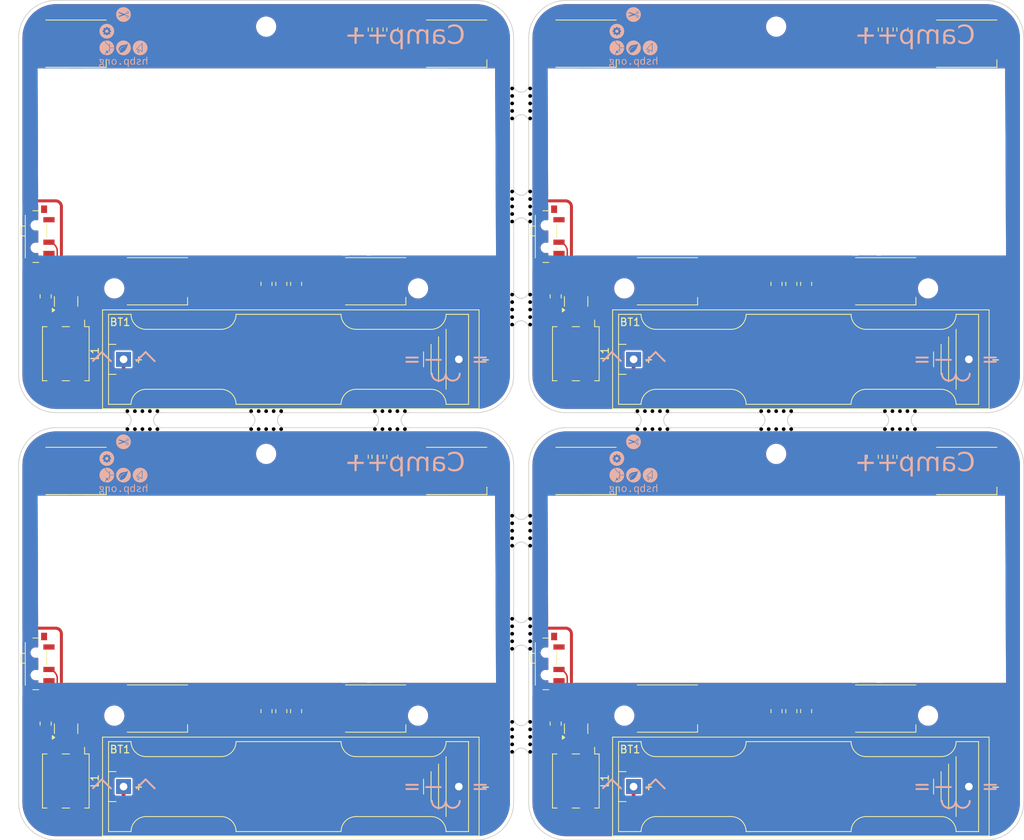
<source format=kicad_pcb>
(kicad_pcb (version 20240108) (generator "pcbnew") (generator_version "8.0")
  (layers (0 "F.Cu" signal) (31 "B.Cu" signal) (34 "B.Paste" user) (35 "F.Paste" user) (36 "B.SilkS" user "B.Silkscreen") (37 "F.SilkS" user "F.Silkscreen") (38 "B.Mask" user) (39 "F.Mask" user) (44 "Edge.Cuts" user))
  (net 0 "")
  (net 1 "Board_0-Net-(BT1-+)")
  (net 2 "Board_0-Net-(BT1--)")
  (net 3 "Board_0-Net-(D1-AB)")
  (net 4 "Board_0-Net-(D1-KB)")
  (net 5 "Board_0-Net-(D1-KG)")
  (net 6 "Board_0-Net-(D1-KR)")
  (net 7 "Board_0-Net-(D2-KB)")
  (net 8 "Board_0-Net-(D2-KG)")
  (net 9 "Board_0-Net-(D2-KR)")
  (net 10 "Board_0-Net-(D3-AB)")
  (net 11 "Board_0-Net-(D3-AG)")
  (net 12 "Board_0-Net-(D3-AR)")
  (net 13 "Board_0-Net-(D4-AB)")
  (net 14 "Board_0-Net-(D4-AG)")
  (net 15 "Board_0-Net-(D4-AR)")
  (net 16 "Board_0-Net-(Q1-B)")
  (net 17 "Board_0-Net-(SW1-B)")
  (net 18 "Board_0-Net-(SW1-C)")
  (net 19 "Board_0-unconnected-(SW1-A-Pad1)")
  (net 20 "Board_1-Net-(BT1-+)")
  (net 21 "Board_1-Net-(BT1--)")
  (net 22 "Board_1-Net-(D1-AB)")
  (net 23 "Board_1-Net-(D1-KB)")
  (net 24 "Board_1-Net-(D1-KG)")
  (net 25 "Board_1-Net-(D1-KR)")
  (net 26 "Board_1-Net-(D2-KB)")
  (net 27 "Board_1-Net-(D2-KG)")
  (net 28 "Board_1-Net-(D2-KR)")
  (net 29 "Board_1-Net-(D3-AB)")
  (net 30 "Board_1-Net-(D3-AG)")
  (net 31 "Board_1-Net-(D3-AR)")
  (net 32 "Board_1-Net-(D4-AB)")
  (net 33 "Board_1-Net-(D4-AG)")
  (net 34 "Board_1-Net-(D4-AR)")
  (net 35 "Board_1-Net-(Q1-B)")
  (net 36 "Board_1-Net-(SW1-B)")
  (net 37 "Board_1-Net-(SW1-C)")
  (net 38 "Board_1-unconnected-(SW1-A-Pad1)")
  (net 39 "Board_2-Net-(BT1-+)")
  (net 40 "Board_2-Net-(BT1--)")
  (net 41 "Board_2-Net-(D1-AB)")
  (net 42 "Board_2-Net-(D1-KB)")
  (net 43 "Board_2-Net-(D1-KG)")
  (net 44 "Board_2-Net-(D1-KR)")
  (net 45 "Board_2-Net-(D2-KB)")
  (net 46 "Board_2-Net-(D2-KG)")
  (net 47 "Board_2-Net-(D2-KR)")
  (net 48 "Board_2-Net-(D3-AB)")
  (net 49 "Board_2-Net-(D3-AG)")
  (net 50 "Board_2-Net-(D3-AR)")
  (net 51 "Board_2-Net-(D4-AB)")
  (net 52 "Board_2-Net-(D4-AG)")
  (net 53 "Board_2-Net-(D4-AR)")
  (net 54 "Board_2-Net-(Q1-B)")
  (net 55 "Board_2-Net-(SW1-B)")
  (net 56 "Board_2-Net-(SW1-C)")
  (net 57 "Board_2-unconnected-(SW1-A-Pad1)")
  (net 58 "Board_3-Net-(BT1-+)")
  (net 59 "Board_3-Net-(BT1--)")
  (net 60 "Board_3-Net-(D1-AB)")
  (net 61 "Board_3-Net-(D1-KB)")
  (net 62 "Board_3-Net-(D1-KG)")
  (net 63 "Board_3-Net-(D1-KR)")
  (net 64 "Board_3-Net-(D2-KB)")
  (net 65 "Board_3-Net-(D2-KG)")
  (net 66 "Board_3-Net-(D2-KR)")
  (net 67 "Board_3-Net-(D3-AB)")
  (net 68 "Board_3-Net-(D3-AG)")
  (net 69 "Board_3-Net-(D3-AR)")
  (net 70 "Board_3-Net-(D4-AB)")
  (net 71 "Board_3-Net-(D4-AG)")
  (net 72 "Board_3-Net-(D4-AR)")
  (net 73 "Board_3-Net-(Q1-B)")
  (net 74 "Board_3-Net-(SW1-B)")
  (net 75 "Board_3-Net-(SW1-C)")
  (net 76 "Board_3-unconnected-(SW1-A-Pad1)")
  (footprint "NPTH" (layer "F.Cu") (at 149.7 59.25)
    (property "Reference" "KiKit_MB_9_5" (hide yes))
    (property "Value" "NPTH" (hide yes))
  )
  (footprint "NPTH" (layer "F.Cu") (at 184.5 77.2)
    (property "Reference" "KiKit_MB_23_5" (hide yes))
    (property "Value" "NPTH" (hide yes))
  )
  (footprint "LED_SMD:LED_RGB_Cree-PLCC-6_6x5mm_P2.1mm" (layer "F.Cu") (at 129.075 114.475 180)
    (property "Reference" "D4" (hide yes))
    (property "Value" "CLX6F-FKC")
  )
  (footprint "Resistor_SMD:R_0805_2012Metric_Pad1.20x1.40mm_HandSolder" (layer "F.Cu") (at 127.375 23.8875 90)
    (property "Reference" "R3" (hide yes))
    (property "Value" "R")
  )
  (footprint "NPTH" (layer "F.Cu") (at 100 77.2)
    (property "Reference" "KiKit_MB_16_5" (hide yes))
    (property "Value" "NPTH" (hide yes))
  )
  (footprint "LED_SMD:LED_RGB_Cree-PLCC-6_6x5mm_P2.1mm" (layer "F.Cu") (at 157.125 25.775 180)
    (property "Reference" "D1" (hide yes))
    (property "Value" "CLX6F-FKC")
  )
  (footprint "NPTH" (layer "F.Cu") (at 149.7 88.75)
    (property "Reference" "KiKit_MB_19_5" (hide yes))
    (property "Value" "NPTH" (hide yes))
  )
  (footprint "NPTH" (layer "F.Cu") (at 167 77.2)
    (property "Reference" "KiKit_MB_22_4" (hide yes))
    (property "Value" "NPTH" (hide yes))
  )
  (footprint "Inductor_SMD:L_CommonModeChoke_TDK_ACM7060" (layer "F.Cu") (at 155.7875 124.136433 -90)
    (property "Reference" "L1")
    (property "Value" "L_Ferrite_Coupled")
  )
  (footprint "LED_SMD:LED_RGB_Cree-PLCC-6_6x5mm_P2.1mm" (layer "F.Cu") (at 99.975 57.475 180)
    (property "Reference" "D2" (hide yes))
    (property "Value" "CLX6F-FKC")
  )
  (footprint "NPTH" (layer "F.Cu") (at 149.7 91.75)
    (property "Reference" "KiKit_MB_19_2" (hide yes))
    (property "Value" "NPTH" (hide yes))
  )
  (footprint "NPTH" (layer "F.Cu") (at 149.7 45.5)
    (property "Reference" "KiKit_MB_8_5" (hide yes))
    (property "Value" "NPTH" (hide yes))
  )
  (footprint "NPTH" (layer "F.Cu") (at 147.3 59.25)
    (property "Reference" "KiKit_MB_3_1" (hide yes))
    (property "Value" "NPTH" (hide yes))
  )
  (footprint "NPTH" (layer "F.Cu") (at 147.3 35.75)
    (property "Reference" "KiKit_MB_1_5" (hide yes))
    (property "Value" "NPTH" (hide yes))
  )
  (footprint "Resistor_SMD:R_0805_2012Metric_Pad1.20x1.40mm_HandSolder" (layer "F.Cu") (at 153.1 116.4875 -90)
    (property "Reference" "R1" (hide yes))
    (property "Value" "R")
  )
  (footprint "Inductor_SMD:L_CommonModeChoke_TDK_ACM7060" (layer "F.Cu") (at 155.7875 67.136433 -90)
    (property "Reference" "L1")
    (property "Value" "L_Ferrite_Coupled")
  )
  (footprint "NPTH" (layer "F.Cu") (at 131 77.2)
    (property "Reference" "KiKit_MB_18_3" (hide yes))
    (property "Value" "NPTH" (hide yes))
  )
  (footprint "" (layer "F.Cu") (at 134.75 58.425)
    (property "Reference" "")
    (property "Value" "")
  )
  (footprint "NPTH" (layer "F.Cu") (at 183.5 77.2)
    (property "Reference" "KiKit_MB_23_4" (hide yes))
    (property "Value" "NPTH" (hide yes))
  )
  (footprint "NPTH" (layer "F.Cu") (at 147.3 48.5)
    (property "Reference" "KiKit_MB_2_4" (hide yes))
    (property "Value" "NPTH" (hide yes))
  )
  (footprint "NPTH" (layer "F.Cu") (at 147.3 103.5)
    (property "Reference" "KiKit_MB_14_2" (hide yes))
    (property "Value" "NPTH" (hide yes))
  )
  (footprint "NPTH" (layer "F.Cu") (at 99 77.2)
    (property "Reference" "KiKit_MB_16_4" (hide yes))
    (property "Value" "NPTH" (hide yes))
  )
  (footprint "LED_SMD:LED_RGB_Cree-PLCC-6_6x5mm_P2.1mm" (layer "F.Cu") (at 197.075 114.475 180)
    (property "Reference" "D4" (hide yes))
    (property "Value" "CLX6F-FKC")
  )
  (footprint "" (layer "F.Cu") (at 162.7 58.425)
    (property "Reference" "")
    (property "Value" "")
  )
  (footprint "" (layer "F.Cu") (at 162.8 58.55)
    (property "Reference" "")
    (property "Value" "")
  )
  (footprint "" (layer "F.Cu") (at 162.8 115.55)
    (property "Reference" "")
    (property "Value" "")
  )
  (footprint "LED_SMD:LED_RGB_Cree-PLCC-6_6x5mm_P2.1mm" (layer "F.Cu") (at 197.075 57.475 180)
    (property "Reference" "D4" (hide yes))
    (property "Value" "CLX6F-FKC")
  )
  (footprint "LED_SMD:LED_RGB_Cree-PLCC-6_6x5mm_P2.1mm" (layer "F.Cu") (at 99.975 114.475 180)
    (property "Reference" "D2" (hide yes))
    (property "Value" "CLX6F-FKC")
  )
  (footprint "NPTH" (layer "F.Cu") (at 116.5 77.2)
    (property "Reference" "KiKit_MB_17_5" (hide yes))
    (property "Value" "NPTH" (hide yes))
  )
  (footprint "NPTH" (layer "F.Cu") (at 130 77.2)
    (property "Reference" "KiKit_MB_18_2" (hide yes))
    (property "Value" "NPTH" (hide yes))
  )
  (footprint "NPTH" (layer "F.Cu") (at 115.5 77.2)
    (property "Reference" "KiKit_MB_17_4" (hide yes))
    (property "Value" "NPTH" (hide yes))
  )
  (footprint "NPTH" (layer "F.Cu") (at 113.5 74.8)
    (property "Reference" "KiKit_MB_5_4" (hide yes))
    (property "Value" "NPTH" (hide yes))
  )
  (footprint "LED_SMD:LED_RGB_Cree-PLCC-6_6x5mm_P2.1mm" (layer "F.Cu") (at 207.875 82.775 180)
    (property "Reference" "D3" (hide yes))
    (property "Value" "CLX6F-FKC")
  )
  (footprint "NPTH" (layer "F.Cu") (at 168 77.2)
    (property "Reference" "KiKit_MB_22_5" (hide yes))
    (property "Value" "NPTH" (hide yes))
  )
  (footprint "NPTH" (layer "F.Cu") (at 197 77.2)
    (property "Reference" "KiKit_MB_24_1" (hide yes))
    (property "Value" "NPTH" (hide yes))
  )
  (footprint "LED_SMD:LED_RGB_Cree-PLCC-6_6x5mm_P2.1mm" (layer "F.Cu") (at 167.975 114.475 180)
    (property "Reference" "D2" (hide yes))
    (property "Value" "CLX6F-FKC")
  )
  (footprint "NPTH" (layer "F.Cu") (at 168 74.8)
    (property "Reference" "KiKit_MB_10_1" (hide yes))
    (property "Value" "NPTH" (hide yes))
  )
  (footprint "NPTH" (layer "F.Cu") (at 147.3 104.5)
    (property "Reference" "KiKit_MB_14_3" (hide yes))
    (property "Value" "NPTH" (hide yes))
  )
  (footprint "NPTH" (layer "F.Cu") (at 166 77.2)
    (property "Reference" "KiKit_MB_22_3" (hide yes))
    (property "Value" "NPTH" (hide yes))
  )
  (footprint "NPTH" (layer "F.Cu") (at 114.5 74.8)
    (property "Reference" "KiKit_MB_5_3" (hide yes))
    (property "Value" "NPTH" (hide yes))
  )
  (footprint "NPTH" (layer "F.Cu") (at 132 74.8)
    (property "Reference" "KiKit_MB_6_2" (hide yes))
    (property "Value" "NPTH" (hide yes))
  )
  (footprint "Package_TO_SOT_SMD:SOT-23" (layer "F.Cu") (at 87.825 60.1625 90)
    (property "Reference" "Q1" (hide yes))
    (property "Value" "Q_NPN_BEC")
  )
  (footprint "Battery:BatteryHolder_Keystone_2466_1xAAA" (layer "F.Cu") (at 163.4875 124.886433)
    (property "Reference" "BT1")
    (property "Value" "Battery_Cell")
  )
  (footprint "Inductor_SMD:L_CommonModeChoke_TDK_ACM7060" (layer "F.Cu") (at 87.7875 124.136433 -90)
    (property "Reference" "L1")
    (property "Value" "L_Ferrite_Coupled")
  )
  (footprint "NPTH" (layer "F.Cu") (at 200 74.8)
    (property "Reference" "KiKit_MB_12_2" (hide yes))
    (property "Value" "NPTH" (hide yes))
  )
  (footprint "Resistor_SMD:R_0805_2012Metric_Pad1.20x1.40mm_HandSolder" (layer "F.Cu") (at 129.35 23.8875 90)
    (property "Reference" "R4" (hide yes))
    (property "Value" "R")
  )
  (footprint "NPTH" (layer "F.Cu") (at 199 74.8)
    (property "Reference" "KiKit_MB_12_3" (hide yes))
    (property "Value" "NPTH" (hide yes))
  )
  (footprint "NPTH" (layer "F.Cu") (at 149.7 105.5)
    (property "Reference" "KiKit_MB_20_2" (hide yes))
    (property "Value" "NPTH" (hide yes))
  )
  (footprint "NPTH" (layer "F.Cu") (at 197 74.8)
    (property "Reference" "KiKit_MB_12_5" (hide yes))
    (property "Value" "NPTH" (hide yes))
  )
  (footprint "NPTH" (layer "F.Cu") (at 149.7 103.5)
    (property "Reference" "KiKit_MB_20_4" (hide yes))
    (property "Value" "NPTH" (hide yes))
  )
  (footprint "NPTH" (layer "F.Cu") (at 201 74.8)
    (property "Reference" "KiKit_MB_12_1" (hide yes))
    (property "Value" "NPTH" (hide yes))
  )
  (footprint "Resistor_SMD:R_0805_2012Metric_Pad1.20x1.40mm_HandSolder" (layer "F.Cu") (at 199.325 80.8875 90)
    (property "Reference" "R2" (hide yes))
    (property "Value" "R")
  )
  (footprint "NPTH" (layer "F.Cu") (at 149.7 33.75)
    (property "Reference" "KiKit_MB_7_3" (hide yes))
    (property "Value" "NPTH" (hide yes))
  )
  (footprint "NPTH" (layer "F.Cu") (at 199 77.2)
    (property "Reference" "KiKit_MB_24_3" (hide yes))
    (property "Value" "NPTH" (hide yes))
  )
  (footprint "Resistor_SMD:R_0805_2012Metric_Pad1.20x1.40mm_HandSolder" (layer "F.Cu") (at 131.325 80.8875 90)
    (property "Reference" "R2" (hide yes))
    (property "Value" "R")
  )
  (footprint "LED_SMD:LED_RGB_Cree-PLCC-6_6x5mm_P2.1mm" (layer "F.Cu") (at 139.875 25.775 180)
    (property "Reference" "D3" (hide yes))
    (property "Value" "CLX6F-FKC")
  )
  (footprint "NPTH" (layer "F.Cu") (at 198 74.8)
    (property "Reference" "KiKit_MB_12_4" (hide yes))
    (property "Value" "NPTH" (hide yes))
  )
  (footprint "Resistor_SMD:R_0805_2012Metric_Pad1.20x1.40mm_HandSolder" (layer "F.Cu") (at 182.54375 57.81875 90)
    (property "Reference" "R6" (hide yes))
    (property "Value" "R")
  )
  (footprint "LED_SMD:LED_RGB_Cree-PLCC-6_6x5mm_P2.1mm" (layer "F.Cu") (at 157.125 82.775 180)
    (property "Reference" "D1" (hide yes))
    (property "Value" "CLX6F-FKC")
  )
  (footprint "NPTH" (layer "F.Cu") (at 147.3 89.75)
    (property "Reference" "KiKit_MB_13_2" (hide yes))
    (property "Value" "NPTH" (hide yes))
  )
  (footprint "NPTH" (layer "F.Cu") (at 183.5 74.8)
    (property "Reference" "KiKit_MB_11_2" (hide yes))
    (property "Value" "NPTH" (hide yes))
  )
  (footprint "NPTH" (layer "F.Cu") (at 149.7 48.5)
    (property "Reference" "KiKit_MB_8_2" (hide yes))
    (property "Value" "NPTH" (hide yes))
  )
  (footprint "NPTH" (layer "F.Cu") (at 96 74.8)
    (property "Reference" "KiKit_MB_4_5" (hide yes))
    (property "Value" "NPTH" (hide yes))
  )
  (footprint "NPTH" (layer "F.Cu") (at 147.3 90.75)
    (property "Reference" "KiKit_MB_13_3" (hide yes))
    (property "Value" "NPTH" (hide yes))
  )
  (footprint "NPTH" (layer "F.Cu") (at 180.5 74.8)
    (property "Reference" "KiKit_MB_11_5" (hide yes))
    (property "Value" "NPTH" (hide yes))
  )
  (footprint "NPTH" (layer "F.Cu") (at 149.7 47.5)
    (property "Reference" "KiKit_MB_8_3" (hide yes))
    (property "Value" "NPTH" (hide yes))
  )
  (footprint "NPTH" (layer "F.Cu") (at 147.3 49.5)
    (property "Reference" "KiKit_MB_2_5" (hide yes))
    (property "Value" "NPTH" (hide yes))
  )
  (footprint "NPTH" (layer "F.Cu") (at 147.3 117.25)
    (property "Reference" "KiKit_MB_15_2" (hide yes))
    (property "Value" "NPTH" (hide yes))
  )
  (footprint "NPTH" (layer "F.Cu") (at 149.7 118.25)
    (property "Reference" "KiKit_MB_21_3" (hide yes))
    (property "Value" "NPTH" (hide yes))
  )
  (footprint "Resistor_SMD:R_0805_2012Metric_Pad1.20x1.40mm_HandSolder" (layer "F.Cu") (at 114.54375 114.81875 90)
    (property "Reference" "R6" (hide yes))
    (property "Value" "R")
  )
  (footprint "NPTH" (layer "F.Cu") (at 165 74.8)
    (property "Reference" "KiKit_MB_10_4" (hide yes))
    (property "Value" "NPTH" (hide yes))
  )
  (footprint "Package_TO_SOT_SMD:SOT-23" (layer "F.Cu") (at 155.825 60.1625 90)
    (property "Reference" "Q1" (hide yes))
    (property "Value" "Q_NPN_BEC")
  )
  (footprint "NPTH" (layer "F.Cu") (at 114.5 77.2)
    (property "Reference" "KiKit_MB_17_3" (hide yes))
    (property "Value" "NPTH" (hide yes))
  )
  (footprint "NPTH" (layer "F.Cu") (at 132 77.2)
    (property "Reference" "KiKit_MB_18_4" (hide yes))
    (property "Value" "NPTH" (hide yes))
  )
  (footprint "NPTH" (layer "F.Cu") (at 147.3 88.75)
    (property "Reference" "KiKit_MB_13_1" (hide yes))
    (property "Value" "NPTH" (hide yes))
  )
  (footprint "NPTH" (layer "F.Cu") (at 133 74.8)
    (property "Reference" "KiKit_MB_6_1" (hide yes))
    (property "Value" "NPTH" (hide yes))
  )
  (footprint "NPTH" (layer "F.Cu") (at 167 74.8)
    (property "Reference" "KiKit_MB_10_2" (hide yes))
    (property "Value" "NPTH" (hide yes))
  )
  (footprint "NPTH" (layer "F.Cu") (at 147.3 60.25)
    (property "Reference" "KiKit_MB_3_2" (hide yes))
    (property "Value" "NPTH" (hide yes))
  )
  (footprint "Resistor_SMD:R_0805_2012Metric_Pad1.20x1.40mm_HandSolder" (layer "F.Cu") (at 184.51875 114.81875 90)
    (property "Reference" "R7" (hide yes))
    (property "Value" "R")
  )
  (footprint "NPTH" (layer "F.Cu") (at 147.3 32.75)
    (property "Reference" "KiKit_MB_1_2" (hide yes))
    (property "Value" "NPTH" (hide yes))
  )
  (footprint "Resistor_SMD:R_0805_2012Metric_Pad1.20x1.40mm_HandSolder" (layer "F.Cu") (at 195.375 80.8875 90)
    (property "Reference" "R3" (hide yes))
    (property "Value" "R")
  )
  (footprint "Resistor_SMD:R_0805_2012Metric_Pad1.20x1.40mm_HandSolder" (layer "F.Cu") (at 114.54375 57.81875 90)
    (property "Reference" "R6" (hide yes))
    (property "Value" "R")
  )
  (footprint "NPTH" (layer "F.Cu") (at 180.5 77.2)
    (property "Reference" "KiKit_MB_23_1" (hide yes))
    (property "Value" "NPTH" (hide yes))
  )
  (footprint "Resistor_SMD:R_0805_2012Metric_Pad1.20x1.40mm_HandSolder" (layer "F.Cu") (at 116.51875 114.81875 90)
    (property "Reference" "R7" (hide yes))
    (property "Value" "R")
  )
  (footprint "" (layer "F.Cu") (at 202.75 115.425)
    (property "Reference" "")
    (property "Value" "")
  )
  (footprint "Battery:BatteryHolder_Keystone_2466_1xAAA" (layer "F.Cu") (at 95.4875 67.886433)
    (property "Reference" "BT1")
    (property "Value" "Battery_Cell")
  )
  (footprint "NPTH" (layer "F.Cu") (at 147.3 34.75)
    (property "Reference" "KiKit_MB_1_4" (hide yes))
    (property "Value" "NPTH" (hide yes))
  )
  (footprint "Button_Switch_SMD:SW_SPDT_PCM12" (layer "F.Cu") (at 84.1125 51.511433 -90)
    (property "Reference" "SW1" (hide yes))
    (property "Value" "SW_SPDT")
  )
  (footprint "Resistor_SMD:R_0805_2012Metric_Pad1.20x1.40mm_HandSolder" (layer "F.Cu") (at 127.375 80.8875 90)
    (property "Reference" "R3" (hide yes))
    (property "Value" "R")
  )
  (footprint "NPTH" (layer "F.Cu") (at 98 77.2)
    (property "Reference" "KiKit_MB_16_3" (hide yes))
    (property "Value" "NPTH" (hide yes))
  )
  (footprint "Package_TO_SOT_SMD:SOT-23" (layer "F.Cu") (at 87.825 117.1625 90)
    (property "Reference" "Q1" (hide yes))
    (property "Value" "Q_NPN_BEC")
  )
  (footprint "NPTH" (layer "F.Cu") (at 149.7 106.5)
    (property "Reference" "KiKit_MB_20_1" (hide yes))
    (property "Value" "NPTH" (hide yes))
  )
  (footprint "NPTH" (layer "F.Cu") (at 113.5 77.2)
    (property "Reference" "KiKit_MB_17_2" (hide yes))
    (property "Value" "NPTH" (hide yes))
  )
  (footprint "NPTH" (layer "F.Cu") (at 147.3 47.5)
    (property "Reference" "KiKit_MB_2_3" (hide yes))
    (property "Value" "NPTH" (hide yes))
  )
  (footprint "Resistor_SMD:R_0805_2012Metric_Pad1.20x1.40mm_HandSolder" (layer "F.Cu") (at 186.49375 114.81875 90)
    (property "Reference" "R5" (hide yes))
    (property "Value" "R")
  )
  (footprint "NPTH" (layer "F.Cu") (at 116.5 74.8)
    (property "Reference" "KiKit_MB_5_1" (hide yes))
    (property "Value" "NPTH" (hide yes))
  )
  (footprint "Resistor_SMD:R_0805_2012Metric_Pad1.20x1.40mm_HandSolder" (layer "F.Cu") (at 118.49375 114.81875 90)
    (property "Reference" "R5" (hide yes))
    (property "Value" "R")
  )
  (footprint "Resistor_SMD:R_0805_2012Metric_Pad1.20x1.40mm_HandSolder" (layer "F.Cu") (at 199.325 23.8875 90)
    (property "Reference" "R2" (hide yes))
    (property "Value" "R")
  )
  (footprint "NPTH" (layer "F.Cu") (at 97 74.8)
    (property "Reference" "KiKit_MB_4_4" (hide yes))
    (property "Value" "NPTH" (hide yes))
  )
  (footprint "Resistor_SMD:R_0805_2012Metric_Pad1.20x1.40mm_HandSolder" (layer "F.Cu") (at 195.375 23.8875 90)
    (property "Reference" "R3" (hide yes))
    (property "Value" "R")
  )
  (footprint "Battery:BatteryHolder_Keystone_2466_1xAAA" (layer "F.Cu") (at 95.4875 124.886433)
    (property "Reference" "BT1")
    (property "Value" "Battery_Cell")
  )
  (footprint "NPTH" (layer "F.Cu") (at 149.7 104.5)
    (property "Reference" "KiKit_MB_20_3" (hide yes))
    (property "Value" "NPTH" (hide yes))
  )
  (footprint "NPTH" (layer "F.Cu") (at 149.7 32.75)
    (property "Reference" "KiKit_MB_7_4" (hide yes))
    (property "Value" "NPTH" (hide yes))
  )
  (footprint "Resistor_SMD:R_0805_2012Metric_Pad1.20x1.40mm_HandSolder" (layer "F.Cu") (at 118.49375 57.81875 90)
    (property "Reference" "R5" (hide yes))
    (property "Value" "R")
  )
  (footprint "Resistor_SMD:R_0805_2012Metric_Pad1.20x1.40mm_HandSolder" (layer "F.Cu") (at 184.51875 57.81875 90)
    (property "Reference" "R7" (hide yes))
    (property "Value" "R")
  )
  (footprint "NPTH" (layer "F.Cu") (at 147.3 116.25)
    (property "Reference" "KiKit_MB_15_1" (hide yes))
    (property "Value" "NPTH" (hide yes))
  )
  (footprint "Button_Switch_SMD:SW_SPDT_PCM12" (layer "F.Cu") (at 152.1125 51.511433 -90)
    (property "Reference" "SW1" (hide yes))
    (property "Value" "SW_SPDT")
  )
  (footprint "NPTH" (layer "F.Cu") (at 182.5 77.2)
    (property "Reference" "KiKit_MB_23_3" (hide yes))
    (property "Value" "NPTH" (hide yes))
  )
  (footprint "Resistor_SMD:R_0805_2012Metric_Pad1.20x1.40mm_HandSolder" (layer "F.Cu") (at 129.35 80.8875 90)
    (property "Reference" "R4" (hide yes))
    (property "Value" "R")
  )
  (footprint "NPTH" (layer "F.Cu") (at 147.3 63.25)
    (property "Reference" "KiKit_MB_3_5" (hide yes))
    (property "Value" "NPTH" (hide yes))
  )
  (footprint "NPTH" (layer "F.Cu") (at 201 77.2)
    (property "Reference" "KiKit_MB_24_5" (hide yes))
    (property "Value" "NPTH" (hide yes))
  )
  (footprint "Resistor_SMD:R_0805_2012Metric_Pad1.20x1.40mm_HandSolder" (layer "F.Cu") (at 116.51875 57.81875 90)
    (property "Reference" "R7" (hide yes))
    (property "Value" "R")
  )
  (footprint "NPTH" (layer "F.Cu") (at 149.7 89.75)
    (property "Reference" "KiKit_MB_19_4" (hide yes))
    (property "Value" "NPTH" (hide yes))
  )
  (footprint "NPTH" (layer "F.Cu") (at 100 74.8)
    (property "Reference" "KiKit_MB_4_1" (hide yes))
    (property "Value" "NPTH" (hide yes))
  )
  (footprint "" (layer "F.Cu") (at 94.7 58.425)
    (property "Reference" "")
    (property "Value" "")
  )
  (footprint "NPTH" (layer "F.Cu") (at 149.7 61.25)
    (property "Reference" "KiKit_MB_9_3" (hide yes))
    (property "Value" "NPTH" (hide yes))
  )
  (footprint "NPTH" (layer "F.Cu") (at 164 77.2)
    (property "Reference" "KiKit_MB_22_1" (hide yes))
    (property "Value" "NPTH" (hide yes))
  )
  (footprint "" (layer "F.Cu") (at 94.7 115.425)
    (property "Reference" "")
    (property "Value" "")
  )
  (footprint "NPTH" (layer "F.Cu") (at 198 77.2)
    (property "Reference" "KiKit_MB_24_2" (hide yes))
    (property "Value" "NPTH" (hide yes))
  )
  (footprint "LED_SMD:LED_RGB_Cree-PLCC-6_6x5mm_P2.1mm" (layer "F.Cu") (at 139.875 82.775 180)
    (property "Reference" "D3" (hide yes))
    (property "Value" "CLX6F-FKC")
  )
  (footprint "NPTH" (layer "F.Cu") (at 149.7 63.25)
    (property "Reference" "KiKit_MB_9_1" (hide yes))
    (property "Value" "NPTH" (hide yes))
  )
  (footprint "NPTH" (layer "F.Cu") (at 147.3 92.75)
    (property "Reference" "KiKit_MB_13_5" (hide yes))
    (property "Value" "NPTH" (hide yes))
  )
  (footprint "Resistor_SMD:R_0805_2012Metric_Pad1.20x1.40mm_HandSolder" (layer "F.Cu") (at 186.49375 57.81875 90)
    (property "Reference" "R5" (hide yes))
    (property "Value" "R")
  )
  (footprint "NPTH" (layer "F.Cu") (at 129 77.2)
    (property "Reference" "KiKit_MB_18_1" (hide yes))
    (property "Value" "NPTH" (hide yes))
  )
  (footprint "NPTH" (layer "F.Cu") (at 182.5 74.8)
    (property "Reference" "KiKit_MB_11_3" (hide yes))
    (property "Value" "NPTH" (hide yes))
  )
  (footprint "NPTH" (layer "F.Cu") (at 99 74.8)
    (property "Reference" "KiKit_MB_4_2" (hide yes))
    (property "Value" "NPTH" (hide yes))
  )
  (footprint "" (layer "F.Cu") (at 94.8 115.55)
    (property "Reference" "")
    (property "Value" "")
  )
  (footprint "NPTH" (layer "F.Cu") (at 184.5 74.8)
    (property "Reference" "KiKit_MB_11_1" (hide yes))
    (property "Value" "NPTH" (hide yes))
  )
  (footprint "NPTH" (layer "F.Cu") (at 133 77.2)
    (property "Reference" "KiKit_MB_18_5" (hide yes))
    (property "Value" "NPTH" (hide yes))
  )
  (footprint "" (layer "F.Cu") (at 94.8 58.55)
    (property "Reference" "")
    (property "Value" "")
  )
  (footprint "NPTH" (layer "F.Cu") (at 130 74.8)
    (property "Reference" "KiKit_MB_6_4" (hide yes))
    (property "Value" "NPTH" (hide yes))
  )
  (footprint "NPTH" (layer "F.Cu") (at 165 77.2)
    (property "Reference" "KiKit_MB_22_2" (hide yes))
    (property "Value" "NPTH" (hide yes))
  )
  (footprint "NPTH" (layer "F.Cu") (at 147.3 91.75)
    (property "Reference" "KiKit_MB_13_4" (hide yes))
    (property "Value" "NPTH" (hide yes))
  )
  (footprint "LED_SMD:LED_RGB_Cree-PLCC-6_6x5mm_P2.1mm" (layer "F.Cu") (at 89.125 25.775 180)
    (property "Reference" "D1" (hide yes))
    (property "Value" "CLX6F-FKC")
  )
  (footprint "NPTH" (layer "F.Cu") (at 147.3 31.75)
    (property "Reference" "KiKit_MB_1_1" (hide yes))
    (property "Value" "NPTH" (hide yes))
  )
  (footprint "NPTH" (layer "F.Cu") (at 97 77.2)
    (property "Reference" "KiKit_MB_16_2" (hide yes))
    (property "Value" "NPTH" (hide yes))
  )
  (footprint "Resistor_SMD:R_0805_2012Metric_Pad1.20x1.40mm_HandSolder" (layer "F.Cu") (at 85.1 116.4875 -90)
    (property "Reference" "R1" (hide yes))
    (property "Value" "R")
  )
  (footprint "NPTH" (layer "F.Cu") (at 181.5 77.2)
    (property "Reference" "KiKit_MB_23_2" (hide yes))
    (property "Value" "NPTH" (hide yes))
  )
  (footprint "NPTH" (layer "F.Cu") (at 149.7 46.5)
    (property "Reference" "KiKit_MB_8_4" (hide yes))
    (property "Value" "NPTH" (hide yes))
  )
  (footprint "NPTH" (layer "F.Cu") (at 96 77.2)
    (property "Reference" "KiKit_MB_16_1" (hide yes))
    (property "Value" "NPTH" (hide yes))
  )
  (footprint "Package_TO_SOT_SMD:SOT-23" (layer "F.Cu") (at 155.825 117.1625 90)
    (property "Reference" "Q1" (hide yes))
    (property "Value" "Q_NPN_BEC")
  )
  (footprint "NPTH" (layer "F.Cu") (at 149.7 35.75)
    (property "Reference" "KiKit_MB_7_1" (hide yes))
    (property "Value" "NPTH" (hide yes))
  )
  (footprint "NPTH" (layer "F.Cu") (at 149.7 117.25)
    (property "Reference" "KiKit_MB_21_4" (hide yes))
    (property "Value" "NPTH" (hide yes))
  )
  (footprint "Resistor_SMD:R_0805_2012Metric_Pad1.20x1.40mm_HandSolder" (layer "F.Cu") (at 197.35 23.8875 90)
    (property "Reference" "R4" (hide yes))
    (property "Value" "R")
  )
  (footprint "NPTH" (layer "F.Cu") (at 181.5 74.8)
    (property "Reference" "KiKit_MB_11_4" (hide yes))
    (property "Value" "NPTH" (hide yes))
  )
  (footprint "NPTH" (layer "F.Cu") (at 166 74.8)
    (property "Reference" "KiKit_MB_10_3" (hide yes))
    (property "Value" "NPTH" (hide yes))
  )
  (footprint "" (layer "F.Cu") (at 202.75 58.425)
    (property "Reference" "")
    (property "Value" "")
  )
  (footprint "Button_Switch_SMD:SW_SPDT_PCM12" (layer "F.Cu") (at 84.1125 108.511433 -90)
    (property "Reference" "SW1" (hide yes))
    (property "Value" "SW_SPDT")
  )
  (footprint "NPTH" (layer "F.Cu") (at 147.3 46.5)
    (property "Reference" "KiKit_MB_2_2" (hide yes))
    (property "Value" "NPTH" (hide yes))
  )
  (footprint "NPTH" (layer "F.Cu") (at 129 74.8)
    (property "Reference" "KiKit_MB_6_5" (hide yes))
    (property "Value" "NPTH" (hide yes))
  )
  (footprint "NPTH" (layer "F.Cu") (at 149.7 102.5)
    (property "Reference" "KiKit_MB_20_5" (hide yes))
    (property "Value" "NPTH" (hide yes))
  )
  (footprint "NPTH" (layer "F.Cu") (at 147.3 102.5)
    (property "Reference" "KiKit_MB_14_1" (hide yes))
    (property "Value" "NPTH" (hide yes))
  )
  (footprint "Resistor_SMD:R_0805_2012Metric_Pad1.20x1.40mm_HandSolder" (layer "F.Cu") (at 153.1 59.4875 -90)
    (property "Reference" "R1" (hide yes))
    (property "Value" "R")
  )
  (footprint "NPTH" (layer "F.Cu") (at 149.7 92.75)
    (property "Reference" "KiKit_MB_19_1" (hide yes))
    (property "Value" "NPTH" (hide yes))
  )
  (footprint "NPTH" (layer "F.Cu") (at 112.5 77.2)
    (property "Reference" "KiKit_MB_17_1" (hide yes))
    (property "Value" "NPTH" (hide yes))
  )
  (footprint "NPTH" (layer "F.Cu") (at 147.3 62.25)
    (property "Reference" "KiKit_MB_3_4" (hide yes))
    (property "Value" "NPTH" (hide yes))
  )
  (footprint "Resistor_SMD:R_0805_2012Metric_Pad1.20x1.40mm_HandSolder" (layer "F.Cu") (at 182.54375 114.81875 90)
    (property "Reference" "R6" (hide yes))
    (property "Value" "R")
  )
  (footprint "" (layer "F.Cu") (at 134.75 115.425)
    (property "Reference" "")
    (property "Value" "")
  )
  (footprint "NPTH" (layer "F.Cu") (at 149.7 31.75)
    (property "Reference" "KiKit_MB_7_5" (hide yes))
    (property "Value" "NPTH" (hide yes))
  )
  (footprint "NPTH" (layer "F.Cu") (at 149.7 90.75)
    (property "Reference" "KiKit_MB_19_3" (hide yes))
    (property "Value" "NPTH" (hide yes))
  )
  (footprint "NPTH" (layer "F.Cu") (at 147.3 119.25)
    (property "Reference" "KiKit_MB_15_4" (hide yes))
    (property "Value" "NPTH" (hide yes))
  )
  (footprint "Button_Switch_SMD:SW_SPDT_PCM12" (layer "F.Cu") (at 152.1125 108.511433 -90)
    (property "Reference" "SW1" (hide yes))
    (property "Value" "SW_SPDT")
  )
  (footprint "NPTH" (layer "F.Cu") (at 149.7 34.75)
    (property "Reference" "KiKit_MB_7_2" (hide yes))
    (property "Value" "NPTH" (hide yes))
  )
  (footprint "LED_SMD:LED_RGB_Cree-PLCC-6_6x5mm_P2.1mm" (layer "F.Cu") (at 167.975 57.475 180)
    (property "Reference" "D2" (hide yes))
    (property "Value" "CLX6F-FKC")
  )
  (footprint "NPTH" (layer "F.Cu") (at 149.7 60.25)
    (property "Reference" "KiKit_MB_9_4" (hide yes))
    (property "Value" "NPTH" (hide yes))
  )
  (footprint "NPTH" (layer "F.Cu") (at 147.3 61.25)
    (property "Reference" "KiKit_MB_3_3" (hide yes))
    (property "Value" "NPTH" (hide yes))
  )
  (footprint "NPTH" (layer "F.Cu") (at 164 74.8)
    (property "Reference" "KiKit_MB_10_5" (hide yes))
    (property "Value" "NPTH" (hide yes))
  )
  (footprint "LED_SMD:LED_RGB_Cree-PLCC-6_6x5mm_P2.1mm" (layer "F.Cu") (at 129.075 57.475 180)
    (property "Reference" "D4" (hide yes))
    (property "Value" "CLX6F-FKC")
  )
  (footprint "NPTH" (layer "F.Cu") (at 112.5 74.8)
    (property "Reference" "KiKit_MB_5_5" (hide yes))
    (property "Value" "NPTH" (hide yes))
  )
  (footprint "Battery:BatteryHolder_Keystone_2466_1xAAA" (layer "F.Cu") (at 163.4875 67.886433)
    (property "Reference" "BT1")
    (property "Value" "Battery_Cell")
  )
  (footprint "Resistor_SMD:R_0805_2012Metric_Pad1.20x1.40mm_HandSolder" (layer "F.Cu") (at 131.325 23.8875 90)
    (property "Reference" "R2" (hide yes))
    (property "Value" "R")
  )
  (footprint "NPTH" (layer "F.Cu") (at 115.5 74.8)
    (property "Reference" "KiKit_MB_5_2" (hide yes))
    (property "Value" "NPTH" (hide yes))
  )
  (footprint "NPTH" (layer "F.Cu") (at 98 74.8)
    (property "Reference" "KiKit_MB_4_3" (hide yes))
    (property "Value" "NPTH" (hide yes))
  )
  (footprint "NPTH" (layer "F.Cu") (at 149.7 62.25)
    (property "Reference" "KiKit_MB_9_2" (hide yes))
    (property "Value" "NPTH" (hide yes))
  )
  (footprint "NPTH" (layer "F.Cu") (at 149.7 119.25)
    (property "Reference" "KiKit_MB_21_2" (hide yes))
    (property "Value" "NPTH" (hide yes))
  )
  (footprint "LED_SMD:LED_RGB_Cree-PLCC-6_6x5mm_P2.1mm" (layer "F.Cu") (at 207.875 25.775 180)
    (property "Reference" "D3" (hide yes))
    (property "Value" "CLX6F-FKC")
  )
  (footprint "Resistor_SMD:R_0805_2012Metric_Pad1.20x1.40mm_HandSolder" (layer "F.Cu") (at 197.35 80.8875 90)
    (property "Reference" "R4" (hide yes))
    (property "Value" "R")
  )
  (footprint "NPTH" (layer "F.Cu") (at 147.3 105.5)
    (property "Reference" "KiKit_MB_14_4" (hide yes))
    (property "Value" "NPTH" (hide yes))
  )
  (footprint "NPTH" (layer "F.Cu") (at 149.7 120.25)
    (property "Reference" "KiKit_MB_21_1" (hide yes))
    (property "Value" "NPTH" (hide yes))
  )
  (footprint "" (layer "F.Cu") (at 162.7 115.425)
    (property "Reference" "")
    (property "Value" "")
  )
  (footprint "NPTH" (layer "F.Cu") (at 147.3 106.5)
    (property "Reference" "KiKit_MB_14_5" (hide yes))
    (property "Value" "NPTH" (hide yes))
  )
  (footprint "NPTH" (layer "F.Cu") (at 147.3 45.5)
    (property "Reference" "KiKit_MB_2_1" (hide yes))
    (property "Value" "NPTH" (hide yes))
  )
  (footprint "NPTH" (layer "F.Cu") (at 149.7 116.25)
    (property "Reference" "KiKit_MB_21_5" (hide yes))
    (property "Value" "NPTH" (hide yes))
  )
  (footprint "LED_SMD:LED_RGB_Cree-PLCC-6_6x5mm_P2.1mm" (layer "F.Cu") (at 89.125 82.775 180)
    (property "Reference" "D1" (hide yes))
    (property "Value" "CLX6F-FKC")
  )
  (footprint "Resistor_SMD:R_0805_2012Metric_Pad1.20x1.40mm_HandSolder" (layer "F.Cu") (at 85.1 59.4875 -90)
    (property "Reference" "R1" (hide yes))
    (property "Value" "R")
  )
  (footprint "NPTH" (layer "F.Cu") (at 200 77.2)
    (property "Reference" "KiKit_MB_24_4" (hide yes))
    (property "Value" "NPTH" (hide yes))
  )
  (footprint "NPTH" (layer "F.Cu") (at 149.7 49.5)
    (property "Reference" "KiKit_MB_8_1" (hide yes))
    (property "Value" "NPTH" (hide yes))
  )
  (footprint "NPTH" (layer "F.Cu") (at 147.3 33.75)
    (property "Reference" "KiKit_MB_1_3" (hide yes))
    (property "Value" "NPTH" (hide yes))
  )
  (footprint "NPTH" (layer "F.Cu") (at 147.3 120.25)
    (property "Reference" "KiKit_MB_15_5" (hide yes))
    (property "Value" "NPTH" (hide yes))
  )
  (footprint "NPTH" (layer "F.Cu") (at 131 74.8)
    (property "Reference" "KiKit_MB_6_3" (hide yes))
    (property "Value" "NPTH" (hide yes))
  )
  (footprint "Inductor_SMD:L_CommonModeChoke_TDK_ACM7060" (layer "F.Cu") (at 87.7875 67.136433 -90)
    (property "Reference" "L1")
    (property "Value" "L_Ferrite_Coupled")
  )
  (footprint "NPTH" (layer "F.Cu") (at 147.3 118.25)
    (property "Reference" "KiKit_MB_15_3" (hide yes))
    (property "Value" "NPTH" (hide yes))
  )
  (gr_line (start 125.37 81.91) (end 126.04 81.2) (stroke (width 0.2)) (layer "F.Cu") (net 44))
  (gr_line (start 125.37 24.91) (end 126.04 24.2) (stroke (width 0.2)) (layer "F.Cu") (net 6))
  (gr_line (start 193.37 24.91) (end 194.04 24.2) (stroke (width 0.2)) (layer "F.Cu") (net 25))
  (gr_line (start 193.37 81.91) (end 194.04 81.2) (stroke (width 0.2)) (layer "F.Cu") (net 63))
  (gr_line (start 159.41 125.105) (end 160.61 123.905) (stroke (width 0.25)) (layer "B.SilkS"))
  (gr_poly (pts (xy 163.860582 27.827755) (xy 163.876545 27.829352) (xy 163.89224 27.831876) (xy 163.90764 27.835317) (xy 163.922714 27.839665) (xy 163.937435 27.844911) (xy 163.951773 27.851046) (xy 163.965699 27.858061) (xy 163.979184 27.865946) (xy 163.9922 27.874693) (xy 164.004718 27.88429) (xy 164.016709 27.894731) (xy 164.028143 27.906004) (xy 164.060514 27.939943) (xy 164.069921 27.890409) (xy 164.079329 27.840875) (xy 164.128378 27.838888) (xy 164.177427 27.8369) (xy 164.177427 28.906446) (xy 164.054228 28.906446) (xy 164.056631 28.69298) (xy 164.059027 28.479509) (xy 164.035345 28.506048) (xy 164.026035 28.515935) (xy 164.016304 28.525202) (xy 164.006159 28.533847) (xy 163.995606 28.541867) (xy 163.98465 28.54926) (xy 163.973297 28.556023) (xy 163.961554 28.562154) (xy 163.949426 28.56765) (xy 163.936919 28.572509) (xy 163.924039 28.576728) (xy 163.910792 28.580305) (xy 163.897184 28.583237) (xy 163.883222 28.585522) (xy 163.86891 28.587157) (xy 163.854254 28.58814) (xy 163.839262 28.588468) (xy 163.822644 28.588064) (xy 163.806466 28.586855) (xy 163.790735 28.584849) (xy 163.775455 28.582053) (xy 163.760632 28.578475) (xy 163.746272 28.574121) (xy 163.732381 28.569001) (xy 163.718964 28.563119) (xy 163.706026 28.556485) (xy 163.693573 28.549105) (xy 163.681611 28.540987) (xy 163.670145 28.532139) (xy 163.659181 28.522566) (xy 163.648725 28.512277) (xy 163.638782 28.50128) (xy 163.629357 28.48958) (xy 163.620457 28.477187) (xy 163.612087 28.464107) (xy 163.604252 28.450347) (xy 163.596958 28.435915) (xy 163.59021 28.420819) (xy 163.584015 28.405065) (xy 163.573304 28.371613) (xy 163.564868 28.335621) (xy 163.558753 28.297145) (xy 163.555003 28.256245) (xy 163.553663 28.21298) (xy 163.55381 28.199191) (xy 163.677984 28.199191) (xy 163.678254 28.221085) (xy 163.679281 28.243425) (xy 163.681135 28.267103) (xy 163.683658 28.289496) (xy 163.685172 28.300215) (xy 163.686856 28.310619) (xy 163.688711 28.320708) (xy 163.690737 28.330486) (xy 163.692937 28.339955) (xy 163.69531 28.349115) (xy 163.697857 28.357968) (xy 163.700579 28.366518) (xy 163.703478 28.374765) (xy 163.706554 28.382711) (xy 163.709808 28.390358) (xy 163.713242 28.397709) (xy 163.716855 28.404765) (xy 163.720649 28.411527) (xy 163.724624 28.417999) (xy 163.728783 28.424181) (xy 163.733125 28.430075) (xy 163.737651 28.435684) (xy 163.742363 28.441009) (xy 163.747261 28.446053) (xy 163.752347 28.450816) (xy 163.75762 28.455301) (xy 163.763083 28.45951) (xy 163.768736 28.463445) (xy 163.774579 28.467107) (xy 163.780615 28.470498) (xy 163.786843 28.473621) (xy 163.793264 28.476476) (xy 163.803244 28.480083) (xy 163.814024 28.482944) (xy 163.825484 28.485075) (xy 163.837503 28.486491) (xy 163.849959 28.487207) (xy 163.862732 28.487238) (xy 163.875699 28.486599) (xy 163.888741 28.485304) (xy 163.901737 28.48337) (xy 163.914564 28.48081) (xy 163.927102 28.47764) (xy 163.939229 28.473875) (xy 163.950825 28.46953) (xy 163.961769 28.46462) (xy 163.971939 28.45916) (xy 163.981215 28.453165) (xy 163.986699 28.448726) (xy 163.992163 28.443266) (xy 163.997575 28.436854) (xy 164.002907 28.429558) (xy 164.008127 28.421446) (xy 164.013206 28.412589) (xy 164.018112 28.403053) (xy 164.022817 28.392909) (xy 164.027288 28.382225) (xy 164.031497 28.371069) (xy 164.035413 28.35951) (xy 164.039005 28.347617) (xy 164.042244 28.335459) (xy 164.045099 28.323104) (xy 164.04754 28.310621) (xy 164.049536 28.298078) (xy 164.052151 28.276299) (xy 164.053975 28.254029) (xy 164.055031 28.231442) (xy 164.05534 28.20871) (xy 164.054926 28.186005) (xy 164.05381 28.163499) (xy 164.052015 28.141366) (xy 164.049564 28.119778) (xy 164.04648 28.098907) (xy 164.042783 28.078925) (xy 164.038498 28.060005) (xy 164.033646 28.042319) (xy 164.028251 28.026041) (xy 164.022333 28.011342) (xy 164.015917 27.998394) (xy 164.009024 27.987371) (xy 164.004198 27.981243) (xy 163.99864 27.975358) (xy 163.9924 27.969736) (xy 163.985524 27.964397) (xy 163.97806 27.959361) (xy 163.970057 27.954647) (xy 163.961561 27.950276) (xy 163.952621 27.946268) (xy 163.943285 27.942643) (xy 163.9336 27.93942) (xy 163.923615 27.93662) (xy 163.913376 27.934263) (xy 163.902932 27.932368) (xy 163.892331 27.930956) (xy 163.88162 27.930046) (xy 163.870848 27.929659) (xy 163.859807 27.929665) (xy 163.849428 27.929948) (xy 163.839658 27.930525) (xy 163.83045 27.931412) (xy 163.821752 27.932626) (xy 163.813517 27.934184) (xy 163.805693 27.936104) (xy 163.798231 27.938402) (xy 163.791082 27.941095) (xy 163.784196 27.9442) (xy 163.777523 27.947735) (xy 163.771014 27.951715) (xy 163.764618 27.956158) (xy 163.758287 27.961082) (xy 163.751971 27.966502) (xy 163.745619 27.972437) (xy 163.736802 27.981911) (xy 163.728542 27.992655) (xy 163.720851 28.004609) (xy 163.713744 28.017716) (xy 163.707237 28.031915) (xy 163.701342 28.047149) (xy 163.696075 28.063358) (xy 163.69145 28.080484) (xy 163.687481 28.098467) (xy 163.684183 28.117249) (xy 163.68157 28.136772) (xy 163.679656 28.156975) (xy 163.678456 28.177801) (xy 163.677984 28.199191) (xy 163.55381 28.199191) (xy 163.553951 28.185971) (xy 163.554972 28.160138) (xy 163.556737 28.135443) (xy 163.559257 28.11185) (xy 163.562545 28.089323) (xy 163.566611 28.067826) (xy 163.571468 28.047322) (xy 163.577127 28.027776) (xy 163.5836 28.00915) (xy 163.590898 27.991409) (xy 163.599033 27.974517) (xy 163.608016 27.958436) (xy 163.617858 27.943131) (xy 163.628573 27.928565) (xy 163.64017 27.914702) (xy 163.652662 27.901506) (xy 163.66034 27.894108) (xy 163.668046 27.887172) (xy 163.675807 27.880685) (xy 163.683653 27.874634) (xy 163.691612 27.869003) (xy 163.699711 27.863778) (xy 163.707978 27.858946) (xy 163.716443 27.854493) (xy 163.725133 27.850405) (xy 163.734076 27.846667) (xy 163.743302 27.843265) (xy 163.752836 27.840186) (xy 163.762709 27.837415) (xy 163.772948 27.834939) (xy 163.783582 27.832742) (xy 163.794638 27.830812) (xy 163.81138 27.828612) (xy 163.827971 27.827375) (xy 163.844381 27.827092)) (stroke (width -0.000001)) (fill solid) (layer "B.SilkS"))
  (gr_poly (pts (xy 93.038214 82.594778) (xy 93.318983 82.875486) (xy 93.59976 83.156194) (xy 93.59976 83.514711) (xy 93.459448 83.655134) (xy 93.319143 83.795557) (xy 93.239573 83.716188) (xy 93.159994 83.63682) (xy 93.159994 83.95487) (xy 93.099104 84.015478) (xy 93.038214 84.076086) (xy 93.038214 84.186167) (xy 93.03816 84.20828) (xy 93.038006 84.22891) (xy 93.037764 84.247604) (xy 93.037442 84.263912) (xy 93.037053 84.277382) (xy 93.036608 84.287562) (xy 93.036116 84.294001) (xy 93.035856 84.295676) (xy 93.035724 84.296103) (xy 93.035589 84.296247) (xy 93.031505 84.295794) (xy 93.025298 84.294492) (xy 93.007504 84.289676) (xy 92.984187 84.282475) (xy 92.957328 84.273565) (xy 92.928906 84.26362) (xy 92.900902 84.253317) (xy 92.875295 84.24333) (xy 92.854067 84.234335) (xy 92.803767 84.209962) (xy 92.755184 84.182946) (xy 92.708403 84.153388) (xy 92.663512 84.121393) (xy 92.620598 84.087061) (xy 92.579747 84.050496) (xy 92.541046 84.0118) (xy 92.504582 83.971076) (xy 92.470442 83.928425) (xy 92.438712 83.883952) (xy 92.409479 83.837757) (xy 92.382831 83.789944) (xy 92.358854 83.740615) (xy 92.337634 83.689873) (xy 92.319259 83.63782) (xy 92.303816 83.584558) (xy 92.29395 83.542513) (xy 92.286006 83.500029) (xy 92.279977 83.45719) (xy 92.275854 83.41408) (xy 92.273629 83.370781) (xy 92.273293 83.327377) (xy 92.274837 83.283952) (xy 92.278255 83.240589) (xy 92.283537 83.197372) (xy 92.290675 83.154383) (xy 92.29966 83.111707) (xy 92.310484 83.069426) (xy 92.32314 83.027625) (xy 92.337618 82.986387) (xy 92.35391 82.945794) (xy 92.372007 82.905931) (xy 92.395922 82.859573) (xy 92.422291 82.81469) (xy 92.451013 82.771366) (xy 92.481986 82.729685) (xy 92.515111 82.689731) (xy 92.550285 82.65159) (xy 92.587408 82.615345) (xy 92.626379 82.581079) (xy 92.667097 82.548879) (xy 92.70946 82.518827) (xy 92.753369 82.491009) (xy 92.798721 82.465508) (xy 92.845416 82.442409) (xy 92.893353 82.421795) (xy 92.942431 82.403752) (xy 92.992548 82.388363) (xy 93.038214 82.375698)) (stroke (width -0.000001)) (fill solid) (layer "B.SilkS"))
  (gr_poly (pts (xy 161.30229 80.131207) (xy 161.345623 80.134281) (xy 161.388936 80.139326) (xy 161.432211 80.146344) (xy 161.475429 80.155337) (xy 161.518568 80.166305) (xy 161.579086 80.185219) (xy 161.637855 80.207828) (xy 161.694735 80.233992) (xy 161.749584 80.263572) (xy 161.802261 80.29643) (xy 161.852625 80.332427) (xy 161.900535 80.371424) (xy 161.945848 80.413281) (xy 161.988425 80.457861) (xy 162.028124 80.505023) (xy 162.064803 80.554629) (xy 162.098322 80.606541) (xy 162.128539 80.660618) (xy 162.155313 80.716723) (xy 162.178502 80.774716) (xy 162.197966 80.834459) (xy 162.212351 80.890053) (xy 162.223463 80.946097) (xy 162.23133 81.002435) (xy 162.235977 81.058913) (xy 162.237431 81.115378) (xy 162.235719 81.171676) (xy 162.230867 81.227651) (xy 162.222901 81.283151) (xy 162.211849 81.33802) (xy 162.197737 81.392106) (xy 162.180591 81.445253) (xy 162.160437 81.497307) (xy 162.137303 81.548115) (xy 162.111215 81.597522) (xy 162.0822 81.645374) (xy 162.050283 81.691517) (xy 162.017888 81.733188) (xy 161.983698 81.772803) (xy 161.947779 81.810322) (xy 161.910194 81.84571) (xy 161.871009 81.87893) (xy 161.830288 81.909944) (xy 161.788096 81.938717) (xy 161.744497 81.965209) (xy 161.699556 81.989386) (xy 161.653338 82.011209) (xy 161.605906 82.030642) (xy 161.557326 82.047649) (xy 161.507662 82.062191) (xy 161.456978 82.074232) (xy 161.40534 82.083735) (xy 161.352812 82.090664) (xy 161.322886 82.093242) (xy 161.292277 82.094706) (xy 161.261095 82.095074) (xy 161.229452 82.094365) (xy 161.197458 82.092597) (xy 161.165224 82.089789) (xy 161.132861 82.085957) (xy 161.10048 82.081121) (xy 161.068191 82.0753) (xy 161.036105 82.06851) (xy 161.004333 82.060771) (xy 160.972987 82.052101) (xy 160.942176 82.042517) (xy 160.912012 82.032039) (xy 160.882605 82.020685) (xy 160.854067 82.008472) (xy 160.807852 81.986241) (xy 160.763341 81.961968) (xy 160.720564 81.935736) (xy 160.679549 81.907626) (xy 160.640329 81.87772) (xy 160.602931 81.846101) (xy 160.567388 81.81285) (xy 160.533729 81.778048) (xy 160.501983 81.741778) (xy 160.472182 81.704122) (xy 160.444355 81.665161) (xy 160.418532 81.624978) (xy 160.394744 81.583653) (xy 160.37302 81.54127) (xy 160.353391 81.497909) (xy 160.335886 81.453654) (xy 160.320536 81.408584) (xy 160.307372 81.362783) (xy 160.296422 81.316333) (xy 160.287717 81.269314) (xy 160.281288 81.22181) (xy 160.277164 81.173901) (xy 160.275376 81.12567) (xy 160.275953 81.077199) (xy 160.278926 81.028569) (xy 160.28103 81.009586) (xy 160.693174 81.009586) (xy 160.693174 81.113758) (xy 160.693343 81.154206) (xy 160.693541 81.171896) (xy 160.693802 81.187328) (xy 160.694119 81.200075) (xy 160.694483 81.209708) (xy 160.694884 81.215802) (xy 160.695096 81.217387) (xy 160.695205 81.217791) (xy 160.695314 81.217928) (xy 160.699312 81.21847) (xy 160.708617 81.219948) (xy 160.7376 81.224804) (xy 160.772411 81.230711) (xy 160.799734 81.23526) (xy 160.801973 81.235662) (xy 160.80415 81.236128) (xy 160.806252 81.236651) (xy 160.808269 81.237226) (xy 160.81019 81.237847) (xy 160.812002 81.238509) (xy 160.813696 81.239206) (xy 160.814495 81.239567) (xy 160.815259 81.239933) (xy 160.815989 81.240306) (xy 160.816681 81.240684) (xy 160.817335 81.241067) (xy 160.81795 81.241453) (xy 160.818523 81.241843) (xy 160.819054 81.242235) (xy 160.819541 81.24263) (xy 160.819983 81.243025) (xy 160.820378 81.24342) (xy 160.820725 81.243816) (xy 160.821023 81.24421) (xy 160.821269 81.244603) (xy 160.821464 81.244993) (xy 160.821604 81.245381) (xy 160.821689 81.245764) (xy 160.821718 81.246143) (xy 160.82181 81.247091) (xy 160.822079 81.248413) (xy 160.823111 81.252083) (xy 160.824744 81.256961) (xy 160.826905 81.262857) (xy 160.82952 81.269579) (xy 160.832518 81.276935) (xy 160.835827 81.284735) (xy 160.839373 81.292787) (xy 160.857027 81.332124) (xy 160.819002 81.384855) (xy 160.780977 81.437584) (xy 160.854769 81.511377) (xy 160.928564 81.585171) (xy 160.981627 81.546905) (xy 160.987066 81.543023) (xy 160.992423 81.53928) (xy 160.997667 81.535694) (xy 161.002766 81.532283) (xy 161.007691 81.529066) (xy 161.01241 81.526061) (xy 161.016892 81.523285) (xy 161.021107 81.520757) (xy 161.025025 81.518495) (xy 161.028613 81.516517) (xy 161.031843 81.51484) (xy 161.034682 81.513484) (xy 161.037101 81.512467) (xy 161.039068 81.511805) (xy 161.039873 81.511614) (xy 161.040553 81.511518) (xy 161.041105 81.51152) (xy 161.041525 81.511623) (xy 161.085573 81.530332) (xy 161.093131 81.533603) (xy 161.100341 81.536872) (xy 161.107035 81.540052) (xy 161.113044 81.543055) (xy 161.115738 81.544463) (xy 161.118197 81.545795) (xy 161.1204 81.547039) (xy 161.122326 81.548185) (xy 161.123953 81.549221) (xy 161.125261 81.550137) (xy 161.126228 81.550922) (xy 161.126577 81.551262) (xy 161.126833 81.551565) (xy 161.12729 81.552422) (xy 161.12782 81.553835) (xy 161.129076 81.558206) (xy 161.130549 81.564419) (xy 161.132189 81.572218) (xy 161.133943 81.581348) (xy 161.135759 81.591549) (xy 161.137588 81.602568) (xy 161.139376 81.614145) (xy 161.147867 81.671219) (xy 161.360998 81.671219) (xy 161.369696 81.610557) (xy 161.378386 81.549896) (xy 161.409582 81.539276) (xy 161.416186 81.536953) (xy 161.42301 81.534419) (xy 161.429856 81.531757) (xy 161.436528 81.529048) (xy 161.44283 81.526374) (xy 161.448563 81.523816) (xy 161.453532 81.521456) (xy 161.457541 81.519375) (xy 161.460371 81.517869) (xy 161.463018 81.516642) (xy 161.465563 81.515728) (xy 161.468091 81.515159) (xy 161.470686 81.514971) (xy 161.473431 81.515196) (xy 161.476411 81.515868) (xy 161.479708 81.517022) (xy 161.483406 81.518691) (xy 161.487591 81.520909) (xy 161.492344 81.52371) (xy 161.49775 81.527127) (xy 161.503893 81.531195) (xy 161.510856 81.535947) (xy 161.527578 81.547638) (xy 161.580854 81.58518) (xy 161.654654 81.511381) (xy 161.728453 81.437584) (xy 161.691397 81.386204) (xy 161.654348 81.334825) (xy 161.673925 81.288217) (xy 161.69351 81.241607) (xy 161.73966 81.232914) (xy 161.776726 81.225812) (xy 161.791481 81.222902) (xy 161.801031 81.220943) (xy 161.805987 81.219608) (xy 161.808 81.21862) (xy 161.809731 81.217219) (xy 161.811201 81.215255) (xy 161.812432 81.212579) (xy 161.813445 81.20904) (xy 161.81426 81.20449) (xy 161.814901 81.198778) (xy 161.815387 81.191754) (xy 161.815981 81.173174) (xy 161.816212 81.147551) (xy 161.816252 81.113687) (xy 161.816252 81.009702) (xy 161.794264 81.005802) (xy 161.782992 81.003942) (xy 161.768556 81.001763) (xy 161.752813 80.999534) (xy 161.737623 80.997526) (xy 161.730538 80.996559) (xy 161.723687 80.995487) (xy 161.717238 80.994345) (xy 161.711357 80.993169) (xy 161.706213 80.991994) (xy 161.703969 80.991418) (xy 161.701971 80.990856) (xy 161.700242 80.990312) (xy 161.6988 80.989791) (xy 161.697669 80.989297) (xy 161.696867 80.988834) (xy 161.696151 80.988154) (xy 161.695272 80.987023) (xy 161.693071 80.983509) (xy 161.690363 80.9785) (xy 161.687248 80.972202) (xy 161.683825 80.964823) (xy 161.680192 80.956571) (xy 161.67645 80.947653) (xy 161.672697 80.938276) (xy 161.654631 80.892036) (xy 161.691946 80.841577) (xy 161.729261 80.791116) (xy 161.652906 80.718111) (xy 161.576544 80.645105) (xy 161.526968 80.680681) (xy 161.477377 80.716257) (xy 161.44216 80.700693) (xy 161.427566 80.694341) (xy 161.413866 80.688548) (xy 161.402598 80.683954) (xy 161.398357 80.682306) (xy 161.3953 80.681198) (xy 161.393128 80.680418) (xy 161.391185 80.679559) (xy 161.389437 80.678514) (xy 161.387848 80.677174) (xy 161.386382 80.675432) (xy 161.385005 80.673181) (xy 161.38368 80.670311) (xy 161.382372 80.666715) (xy 161.381046 80.662286) (xy 161.379666 80.656916) (xy 161.376604 80.642918) (xy 161.372902 80.623861) (xy 161.368277 80.598881) (xy 161.359579 80.551523) (xy 161.256914 80.549658) (xy 161.218693 80.548773) (xy 161.203588 80.548481) (xy 161.190849 80.54848) (xy 161.180248 80.548914) (xy 161.175677 80.549338) (xy 161.171556 80.549925) (xy 161.167854 80.550692) (xy 161.164544 80.551657) (xy 161.161597 80.552838) (xy 161.158984 80.554253) (xy 161.156677 80.555919) (xy 161.154648 80.557856) (xy 161.152867 80.560079) (xy 161.151307 80.562608) (xy 161.149938 80.565461) (xy 161.148732 80.568655) (xy 161.147661 80.572207) (xy 161.146696 80.576137) (xy 161.144969 80.585199) (xy 161.143323 80.595983) (xy 161.13936 80.623293) (xy 161.131388 80.674764) (xy 161.085623 80.69264) (xy 161.076332 80.69623) (xy 161.067473 80.69958) (xy 161.059252 80.702615) (xy 161.051878 80.705262) (xy 161.045558 80.707449) (xy 161.040501 80.709102) (xy 161.036912 80.710147) (xy 161.035734 80.710419) (xy 161.035002 80.710512) (xy 161.034256 80.710336) (xy 161.033041 80.709819) (xy 161.02931 80.707831) (xy 161.024025 80.70469) (xy 161.017405 80.700533) (xy 161.009667 80.695501) (xy 161.001029 80.689732) (xy 160.991709 80.683367) (xy 160.981924 80.676544) (xy 160.93371 80.642572) (xy 160.859442 80.716841) (xy 160.785173 80.791109) (xy 160.808176 80.82354) (xy 160.828186 80.851664) (xy 160.844007 80.873735) (xy 160.848177 80.87967) (xy 160.849791 80.882269) (xy 160.85108 80.884749) (xy 160.852036 80.887203) (xy 160.852649 80.889725) (xy 160.852913 80.89241) (xy 160.852817 80.895351) (xy 160.852354 80.898643) (xy 160.851516 80.90238) (xy 160.850294 80.906657) (xy 160.848679 80.911566) (xy 160.846664 80.917202) (xy 160.844239 80.923659) (xy 160.838129 80.939415) (xy 160.831479 80.956619) (xy 160.82868 80.963495) (xy 160.825997 80.969368) (xy 160.823255 80.974349) (xy 160.820277 80.978549) (xy 160.818645 80.980391) (xy 160.816887 80.982079) (xy 160.814983 80.983627) (xy 160.812911 80.985049) (xy 160.810647 80.986359) (xy 160.80817 80.98757) (xy 160.802491 80.989753) (xy 160.795696 80.991709) (xy 160.787611 80.993549) (xy 160.778058 80.995383) (xy 160.766863 80.997322) (xy 160.73884 81.001959) (xy 160.693174 81.009586) (xy 160.28103 81.009586) (xy 160.284325 80.979862) (xy 160.292179 80.931161) (xy 160.30252 80.882546) (xy 160.315377 80.834101) (xy 160.33078 80.785906) (xy 160.348759 80.738043) (xy 160.369345 80.690595) (xy 160.386992 80.655035) (xy 160.406801 80.619671) (xy 160.428627 80.584651) (xy 160.452326 80.55012) (xy 160.477753 80.516223) (xy 160.504762 80.483108) (xy 160.533209 80.450919) (xy 160.562949 80.419803) (xy 160.593836 80.389905) (xy 160.625727 80.361371) (xy 160.658475 80.334347) (xy 160.691937 80.30898) (xy 160.725966 80.285414) (xy 160.760419 80.263796) (xy 160.795151 80.244271) (xy 160.830015 80.226986) (xy 160.872258 80.208493) (xy 160.914697 80.191951) (xy 160.957314 80.177364) (xy 161.00009 80.164732) (xy 161.043003 80.154057) (xy 161.086035 80.145342) (xy 161.129167 80.138587) (xy 161.172378 80.133794) (xy 161.215648 80.130965) (xy 161.258959 80.130102)) (stroke (width -0.000001)) (fill solid) (layer "B.SilkS"))
  (gr_line (start 93.81 68.13) (end 92.61 66.93) (stroke (width 0.25)) (layer "B.SilkS"))
  (gr_poly (pts (xy 166.646849 28.574934) (xy 166.525999 28.574934) (xy 166.523718 28.33645) (xy 166.522942 28.260808) (xy 166.522116 28.202429) (xy 166.52163 28.178836) (xy 166.521066 28.158507) (xy 166.520402 28.141092) (xy 166.519617 28.126239) (xy 166.518688 28.113598) (xy 166.517595 28.102819) (xy 166.516314 28.09355) (xy 166.514824 28.085442) (xy 166.513103 28.078144) (xy 166.51113 28.071304) (xy 166.508882 28.064573) (xy 166.506338 28.0576) (xy 166.502411 28.04755) (xy 166.498353 28.038075) (xy 166.494142 28.029146) (xy 166.489751 28.020735) (xy 166.485156 28.012812) (xy 166.480333 28.005349) (xy 166.475257 27.998316) (xy 166.469902 27.991685) (xy 166.464245 27.985426) (xy 166.45826 27.979511) (xy 166.451923 27.97391) (xy 166.44521 27.968596) (xy 166.438094 27.963537) (xy 166.430552 27.958707) (xy 166.42256 27.954075) (xy 166.414091 27.949613) (xy 166.406984 27.946235) (xy 166.399702 27.94316) (xy 166.392264 27.940386) (xy 166.384689 27.937909) (xy 166.376996 27.935728) (xy 166.369203 27.933839) (xy 166.36133 27.932241) (xy 166.353396 27.930931) (xy 166.337419 27.929164) (xy 166.321424 27.928517) (xy 166.305562 27.928971) (xy 166.289986 27.930504) (xy 166.274845 27.933097) (xy 166.260293 27.936729) (xy 166.253285 27.938928) (xy 166.246481 27.94138) (xy 166.239899 27.944081) (xy 166.233559 27.947029) (xy 166.22748 27.950222) (xy 166.22168 27.953657) (xy 166.216179 27.957331) (xy 166.210996 27.961242) (xy 166.206149 27.965387) (xy 166.201657 27.969764) (xy 166.197539 27.974371) (xy 166.193815 27.979204) (xy 166.183188 27.995461) (xy 166.178819 28.003783) (xy 166.175025 28.012769) (xy 166.171768 28.022822) (xy 166.169005 28.034344) (xy 166.166697 28.047739) (xy 166.164804 28.063408) (xy 166.162098 28.103179) (xy 166.160566 28.156875) (xy 166.159883 28.227716) (xy 166.159727 28.318922) (xy 166.159727 28.574934) (xy 166.037947 28.574934) (xy 166.037947 28.311411) (xy 166.038073 28.25087) (xy 166.038449 28.196429) (xy 166.039066 28.148341) (xy 166.039919 28.106858) (xy 166.041001 28.072233) (xy 166.042305 28.04472) (xy 166.043824 28.02457) (xy 166.044663 28.017336) (xy 166.045553 28.012037) (xy 166.050221 27.992886) (xy 166.055872 27.974817) (xy 166.062514 27.957824) (xy 166.070157 27.941897) (xy 166.074357 27.93433) (xy 166.078811 27.927027) (xy 166.08352 27.919986) (xy 166.088485 27.913206) (xy 166.093707 27.906687) (xy 166.099187 27.900426) (xy 166.104928 27.894424) (xy 166.110929 27.888678) (xy 166.117191 27.883189) (xy 166.123717 27.877954) (xy 166.130508 27.872973) (xy 166.137563 27.868244) (xy 166.144886 27.863767) (xy 166.152476 27.859541) (xy 166.168464 27.851835) (xy 166.185537 27.845119) (xy 166.203705 27.839383) (xy 166.222976 27.83462) (xy 166.243361 27.83082) (xy 166.26331 27.82828) (xy 166.283286 27.826949) (xy 166.30318 27.826791) (xy 166.322888 27.827773) (xy 166.342302 27.829859) (xy 166.361315 27.833015) (xy 166.379822 27.837207) (xy 166.397716 27.8424) (xy 166.414889 27.84856) (xy 166.431237 27.855652) (xy 166.446651 27.863641) (xy 166.453975 27.867962) (xy 166.461026 27.872494) (xy 166.467791 27.877234) (xy 166.474255 27.882176) (xy 166.480407 27.887317) (xy 166.486232 27.892652) (xy 166.491718 27.898177) (xy 166.49685 27.903888) (xy 166.501616 27.90978) (xy 166.506002 27.915849) (xy 166.507618 27.918196) (xy 166.509223 27.920479) (xy 166.510807 27.922684) (xy 166.51236 27.924801) (xy 166.513873 27.926817) (xy 166.515336 27.92872) (xy 166.516739 27.930499) (xy 166.518073 27.932142) (xy 166.519327 27.933635) (xy 166.520493 27.934969) (xy 166.521559 27.93613) (xy 166.522517 27.937107) (xy 166.523357 27.937888) (xy 166.523729 27.938201) (xy 166.524068 27.93846) (xy 166.524373 27.938664) (xy 166.524642 27.938812) (xy 166.524874 27.938902) (xy 166.525068 27.938932) (xy 166.525703 27.934799) (xy 166.526207 27.922936) (xy 166.526805 27.879345) (xy 166.526827 27.814818) (xy 166.526236 27.736013) (xy 166.524008 27.533041) (xy 166.646849 27.533041)) (stroke (width -0.000001)) (fill solid) (layer "B.SilkS"))
  (gr_line (start 93.81 125.13) (end 92.61 123.93) (stroke (width 0.25)) (layer "B.SilkS"))
  (gr_poly (pts (xy 96.008387 79.046334) (xy 96.014267 79.046761) (xy 96.020051 79.047465) (xy 96.025733 79.048439) (xy 96.031306 79.049676) (xy 96.036763 79.051172) (xy 96.042098 79.052917) (xy 96.047304 79.054907) (xy 96.052375 79.057135) (xy 96.057303 79.059595) (xy 96.062083 79.062279) (xy 96.066708 79.065181) (xy 96.071172 79.068295) (xy 96.075467 79.071615) (xy 96.079587 79.075133) (xy 96.083527 79.078844) (xy 96.087278 79.08274) (xy 96.090835 79.086816) (xy 96.09419 79.091065) (xy 96.097339 79.09548) (xy 96.100273 79.100055) (xy 96.102986 79.104783) (xy 96.105472 79.109658) (xy 96.107724 79.114674) (xy 96.109736 79.119824) (xy 96.111501 79.125101) (xy 96.113013 79.130499) (xy 96.114264 79.136011) (xy 96.115249 79.141631) (xy 96.11596 79.147353) (xy 96.116392 79.153169) (xy 96.116537 79.159075) (xy 96.116378 79.167202) (xy 96.115889 79.174832) (xy 96.115056 79.181991) (xy 96.114506 79.185402) (xy 96.113864 79.188704) (xy 96.113128 79.1919) (xy 96.112297 79.194995) (xy 96.111369 79.19799) (xy 96.110342 79.20089) (xy 96.109213 79.203697) (xy 96.107982 79.206414) (xy 96.106646 79.209045) (xy 96.105203 79.211592) (xy 96.103651 79.214059) (xy 96.101989 79.216449) (xy 96.100215 79.218766) (xy 96.098327 79.221011) (xy 96.096322 79.223189) (xy 96.0942 79.225302) (xy 96.091958 79.227355) (xy 96.089594 79.229348) (xy 96.087106 79.231287) (xy 96.084493 79.233174) (xy 96.081753 79.235012) (xy 96.078884 79.236805) (xy 96.07275 79.240266) (xy 96.066076 79.243582) (xy 96.061054 79.245807) (xy 96.056 79.247798) (xy 96.050918 79.249557) (xy 96.045815 79.251085) (xy 96.040697 79.252384) (xy 96.035569 79.253454) (xy 96.030437 79.254299) (xy 96.025306 79.254917) (xy 96.020182 79.255313) (xy 96.015072 79.255486) (xy 96.009979 79.255438) (xy 96.004911 79.25517) (xy 95.999873 79.254685) (xy 95.994871 79.253983) (xy 95.989909 79.253066) (xy 95.984995 79.251936) (xy 95.980133 79.250593) (xy 95.975329 79.249039) (xy 95.97059 79.247276) (xy 95.965919 79.245305) (xy 95.961325 79.243128) (xy 95.956811 79.240746) (xy 95.952383 79.23816) (xy 95.948048 79.235371) (xy 95.943811 79.232382) (xy 95.939678 79.229194) (xy 95.935654 79.225808) (xy 95.931745 79.222225) (xy 95.927956 79.218448) (xy 95.924294 79.214476) (xy 95.920764 79.210313) (xy 95.917372 79.205959) (xy 95.915603 79.203394) (xy 95.913948 79.200596) (xy 95.912405 79.19758) (xy 95.910975 79.194362) (xy 95.908454 79.187383) (xy 95.906384 79.179782) (xy 95.904767 79.171687) (xy 95.903603 79.16322) (xy 95.902891 79.154507) (xy 95.902634 79.145674) (xy 95.90283 79.136844) (xy 95.903481 79.128144) (xy 95.904586 79.119697) (xy 95.906147 79.11163) (xy 95.908164 79.104066) (xy 95.910637 79.097131) (xy 95.912044 79.093938) (xy 95.913566 79.09095) (xy 95.915202 79.088181) (xy 95.916952 79.085647) (xy 95.920493 79.081265) (xy 95.924381 79.077089) (xy 95.928593 79.073129) (xy 95.933105 79.069397) (xy 95.937896 79.065903) (xy 95.942942 79.062658) (xy 95.94822 79.059671) (xy 95.953708 79.056954) (xy 95.959382 79.054518) (xy 95.965221 79.052372) (xy 95.971201 79.050527) (xy 95.977299 79.048994) (xy 95.983492 79.047783) (xy 95.989758 79.046905) (xy 95.996074 79.046371) (xy 96.002417 79.04619)) (stroke (width -0.000001)) (fill solid) (layer "B.SilkS"))
  (gr_poly (pts (xy 161.282927 27.829199) (xy 161.3002 27.830357) (xy 161.316724 27.832235) (xy 161.332543 27.834855) (xy 161.347703 27.838238) (xy 161.362249 27.842405) (xy 161.376226 27.847377) (xy 161.383014 27.850171) (xy 161.389678 27.853175) (xy 161.396222 27.856391) (xy 161.402651 27.859822) (xy 161.408972 27.863469) (xy 161.415191 27.867337) (xy 161.427341 27.875742) (xy 161.439147 27.885059) (xy 161.450654 27.895308) (xy 161.461907 27.906511) (xy 161.472951 27.918689) (xy 161.483831 27.931864) (xy 161.48891 27.938179) (xy 161.493914 27.944199) (xy 161.498716 27.94978) (xy 161.503186 27.954783) (xy 161.505257 27.957024) (xy 161.507197 27.959067) (xy 161.50899 27.960895) (xy 161.51062 27.962491) (xy 161.512071 27.963837) (xy 161.513327 27.964914) (xy 161.514371 27.965707) (xy 161.514809 27.96599) (xy 161.515188 27.966196) (xy 161.515571 27.966299) (xy 161.515961 27.966248) (xy 161.516763 27.965698) (xy 161.517589 27.964562) (xy 161.518437 27.962861) (xy 161.519301 27.960613) (xy 161.520178 27.957837) (xy 161.521952 27.950774) (xy 161.523726 27.941823) (xy 161.525466 27.931135) (xy 161.527141 27.918859) (xy 161.528715 27.905145) (xy 161.535482 27.840875) (xy 161.633581 27.8369) (xy 161.633581 28.574938) (xy 161.512594 28.574938) (xy 161.510504 28.335745) (xy 161.508421 28.096559) (xy 161.484739 28.050203) (xy 161.474584 28.032268) (xy 161.463243 28.015882) (xy 161.450735 28.001049) (xy 161.437079 27.987778) (xy 161.422292 27.976073) (xy 161.406395 27.965941) (xy 161.389405 27.957388) (xy 161.371342 27.950421) (xy 161.352224 27.945046) (xy 161.33207 27.941268) (xy 161.310899 27.939095) (xy 161.288729 27.938532) (xy 161.26558 27.939586) (xy 161.241469 27.942262) (xy 161.216416 27.946568) (xy 161.190439 27.952509) (xy 161.169768 27.957761) (xy 161.152593 27.962064) (xy 161.140705 27.964971) (xy 161.137303 27.965763) (xy 161.135893 27.966039) (xy 161.135545 27.965772) (xy 161.135065 27.96499) (xy 161.133747 27.962014) (xy 161.129945 27.951313) (xy 161.125085 27.936001) (xy 161.119765 27.918144) (xy 161.114585 27.899804) (xy 161.110143 27.883048) (xy 161.107039 27.869939) (xy 161.106176 27.865398) (xy 161.105871 27.862543) (xy 161.106124 27.861063) (xy 161.106868 27.85957) (xy 161.108086 27.858069) (xy 161.109759 27.856563) (xy 161.114394 27.853553) (xy 161.120621 27.850573) (xy 161.128291 27.847654) (xy 161.137254 27.844828) (xy 161.147358 27.842128) (xy 161.158453 27.839585) (xy 161.17039 27.837231) (xy 161.183017 27.835099) (xy 161.196185 27.83322) (xy 161.209742 27.831626) (xy 161.223538 27.830349) (xy 161.237424 27.829421) (xy 161.251248 27.828874) (xy 161.26486 27.828741)) (stroke (width -0.000001)) (fill solid) (layer "B.SilkS"))
  (gr_poly (pts (xy 96.02267 21.522322) (xy 96.028089 21.522564) (xy 96.033478 21.523026) (xy 96.038825 21.523705) (xy 96.044115 21.5246) (xy 96.049333 21.525708) (xy 96.054467 21.527027) (xy 96.0595 21.528555) (xy 96.064421 21.53029) (xy 96.069213 21.532231) (xy 96.073864 21.534374) (xy 96.078358 21.536717) (xy 96.082683 21.53926) (xy 96.086823 21.541999) (xy 96.090764 21.544932) (xy 96.094493 21.548058) (xy 96.097996 21.551374) (xy 96.101257 21.554878) (xy 96.104263 21.558568) (xy 96.107 21.562443) (xy 96.10993 21.567228) (xy 96.112623 21.572267) (xy 96.115074 21.577527) (xy 96.117278 21.582975) (xy 96.119228 21.588577) (xy 96.120918 21.5943) (xy 96.122344 21.600111) (xy 96.1235 21.605976) (xy 96.124379 21.611863) (xy 96.124976 21.617737) (xy 96.125285 21.623566) (xy 96.125301 21.629317) (xy 96.125017 21.634955) (xy 96.124428 21.640449) (xy 96.123529 21.645764) (xy 96.122313 21.650867) (xy 96.121477 21.653626) (xy 96.120487 21.65642) (xy 96.118065 21.66209) (xy 96.115094 21.667829) (xy 96.111623 21.673589) (xy 96.107698 21.679321) (xy 96.103368 21.684976) (xy 96.09868 21.690506) (xy 96.093682 21.695861) (xy 96.088422 21.700993) (xy 96.082946 21.705854) (xy 96.077303 21.710394) (xy 96.07154 21.714565) (xy 96.065706 21.718319) (xy 96.059847 21.721605) (xy 96.054011 21.724377) (xy 96.048246 21.726585) (xy 96.042682 21.728206) (xy 96.036701 21.729506) (xy 96.030376 21.730492) (xy 96.023777 21.731171) (xy 96.016976 21.731548) (xy 96.010044 21.73163) (xy 96.003052 21.731424) (xy 95.996072 21.730936) (xy 95.989175 21.730173) (xy 95.982432 21.72914) (xy 95.975914 21.727845) (xy 95.969693 21.726293) (xy 95.96384 21.724492) (xy 95.958426 21.722447) (xy 95.953523 21.720165) (xy 95.949202 21.717653) (xy 95.943823 21.71384) (xy 95.938813 21.709705) (xy 95.934172 21.70527) (xy 95.929898 21.700555) (xy 95.92599 21.695581) (xy 95.922448 21.69037) (xy 95.91927 21.684941) (xy 95.916457 21.679317) (xy 95.914007 21.673518) (xy 95.911919 21.667566) (xy 95.910193 21.66148) (xy 95.908828 21.655282) (xy 95.907823 21.648993) (xy 95.907177 21.642635) (xy 95.90689 21.636227) (xy 95.90696 21.629791) (xy 95.907386 21.623348) (xy 95.908169 21.616919) (xy 95.909307 21.610524) (xy 95.910799 21.604186) (xy 95.912645 21.597924) (xy 95.914844 21.59176) (xy 95.917394 21.585714) (xy 95.920296 21.579808) (xy 95.923548 21.574063) (xy 95.927149 21.568499) (xy 95.9311 21.563138) (xy 95.935398 21.558) (xy 95.940043 21.553107) (xy 95.945034 21.548479) (xy 95.950371 21.544138) (xy 95.956053 21.540104) (xy 95.960558 21.537301) (xy 95.965217 21.534746) (xy 95.970018 21.532435) (xy 95.974946 21.530366) (xy 95.979986 21.528538) (xy 95.985125 21.526949) (xy 95.990349 21.525596) (xy 95.995643 21.524477) (xy 96.000992 21.52359) (xy 96.006384 21.522933) (xy 96.011804 21.522504) (xy 96.017237 21.522301)) (stroke (width -0.000001)) (fill solid) (layer "B.SilkS"))
  (gr_poly (pts (xy 95.570831 77.910785) (xy 95.652134 77.921878) (xy 95.732717 77.939898) (xy 95.812122 77.964952) (xy 95.851239 77.980151) (xy 95.889891 77.99715) (xy 95.923696 78.013677) (xy 95.956671 78.031342) (xy 95.9888 78.050134) (xy 96.020071 78.070039) (xy 96.050468 78.091044) (xy 96.079979 78.113137) (xy 96.108588 78.136306) (xy 96.136282 78.160536) (xy 96.163047 78.185816) (xy 96.188869 78.212133) (xy 96.213734 78.239473) (xy 96.237627 78.267825) (xy 96.260536 78.297176) (xy 96.282445 78.327512) (xy 96.303341 78.358821) (xy 96.32321 78.39109) (xy 96.348821 78.437338) (xy 96.371771 78.484825) (xy 96.392048 78.533419) (xy 96.409638 78.582986) (xy 96.424527 78.633393) (xy 96.436701 78.684506) (xy 96.446148 78.736193) (xy 96.452852 78.78832) (xy 96.456802 78.840754) (xy 96.457983 78.893361) (xy 96.456381 78.946009) (xy 96.451984 78.998563) (xy 96.444777 79.050891) (xy 96.434747 79.102859) (xy 96.421881 79.154334) (xy 96.406164 79.205183) (xy 96.391712 79.244893) (xy 96.375606 79.283816) (xy 96.357874 79.321915) (xy 96.338548 79.359152) (xy 96.317658 79.395488) (xy 96.295233 79.430886) (xy 96.271305 79.465307) (xy 96.245904 79.498714) (xy 96.21906 79.531067) (xy 96.190802 79.562329) (xy 96.161162 79.592462) (xy 96.13017 79.621428) (xy 96.097856 79.649189) (xy 96.06425 79.675706) (xy 96.029383 79.700941) (xy 95.993284 79.724857) (xy 95.973178 79.737199) (xy 95.952623 79.749042) (xy 95.931623 79.760384) (xy 95.91018 79.771225) (xy 95.888296 79.781563) (xy 95.865975 79.791397) (xy 95.843218 79.800727) (xy 95.820029 79.809552) (xy 95.796411 79.817871) (xy 95.772365 79.825683) (xy 95.747894 79.832986) (xy 95.723002 79.83978) (xy 95.697691 79.846064) (xy 95.671963 79.851837) (xy 95.645821 79.857098) (xy 95.619268 79.861847) (xy 95.603353 79.864111) (xy 95.585362 79.86595) (xy 95.544301 79.86838) (xy 95.498381 79.869206) (xy 95.449898 79.868496) (xy 95.401148 79.866318) (xy 95.354427 79.862741) (xy 95.312032 79.857832) (xy 95.293174 79.854899) (xy 95.276258 79.85166) (xy 95.203725 79.833295) (xy 95.13351 79.809844) (xy 95.065817 79.781516) (xy 95.00085 79.748519) (xy 94.938814 79.711063) (xy 94.879912 79.669357) (xy 94.82435 79.62361) (xy 94.77233 79.574032) (xy 94.724058 79.520832) (xy 94.679737 79.464219) (xy 94.639573 79.404402) (xy 94.603768 79.34159) (xy 94.572527 79.275994) (xy 94.546054 79.207821) (xy 94.524554 79.137282) (xy 94.51823 79.10912) (xy 94.772529 79.10912) (xy 94.772547 79.109604) (xy 94.772633 79.11011) (xy 94.772786 79.110641) (xy 94.773006 79.1112) (xy 94.773294 79.11179) (xy 94.773648 79.112413) (xy 94.774069 79.113074) (xy 94.774557 79.113774) (xy 94.775732 79.115307) (xy 94.777174 79.117035) (xy 94.77888 79.118984) (xy 94.780851 79.121177) (xy 94.784655 79.124932) (xy 94.789326 79.128785) (xy 94.794775 79.132698) (xy 94.800912 79.136633) (xy 94.807649 79.140551) (xy 94.814895 79.144411) (xy 94.822561 79.148176) (xy 94.830559 79.151806) (xy 94.838798 79.155262) (xy 94.847189 79.158505) (xy 94.855643 79.161497) (xy 94.864071 79.164198) (xy 94.872382 79.16657) (xy 94.880488 79.168573) (xy 94.8883 79.170168) (xy 94.895727 79.171316) (xy 94.914386 79.172712) (xy 94.924349 79.17251) (xy 94.93529 79.17155) (xy 94.96176 79.166887) (xy 94.997117 79.157774) (xy 95.044682 79.143268) (xy 95.107775 79.122422) (xy 95.293829 79.057926) (xy 95.570524 78.960872) (xy 95.632002 78.983963) (xy 95.64587 78.988938) (xy 95.661749 78.994232) (xy 95.679081 78.999683) (xy 95.697308 79.005126) (xy 95.715871 79.010401) (xy 95.734213 79.015344) (xy 95.751777 79.019793) (xy 95.768003 79.023586) (xy 95.797877 79.030282) (xy 95.824118 79.03629) (xy 95.843893 79.040953) (xy 95.85047 79.042574) (xy 95.854368 79.043613) (xy 95.855697 79.044066) (xy 95.856943 79.044616) (xy 95.858107 79.045264) (xy 95.859188 79.04601) (xy 95.860188 79.046854) (xy 95.861104 79.047796) (xy 95.861939 79.048837) (xy 95.862691 79.049976) (xy 95.863949 79.052549) (xy 95.864877 79.055517) (xy 95.865476 79.058881) (xy 95.865746 79.06264) (xy 95.865687 79.066797) (xy 95.865299 79.071352) (xy 95.864582 79.076306) (xy 95.863536 79.081659) (xy 95.862161 79.087412) (xy 95.860457 79.093567) (xy 95.858424 79.100123) (xy 95.856062 79.107082) (xy 95.853578 79.114655) (xy 95.851474 79.122204) (xy 95.849747 79.129721) (xy 95.848391 79.137198) (xy 95.847403 79.144626) (xy 95.84678 79.151997) (xy 95.846517 79.159303) (xy 95.846611 79.166536) (xy 95.847057 79.173686) (xy 95.847852 79.180747) (xy 95.848992 79.187709) (xy 95.850472 79.194565) (xy 95.852289 79.201305) (xy 95.854439 79.207923) (xy 95.856919 79.214409) (xy 95.859723 79.220755) (xy 95.862849 79.226954) (xy 95.866292 79.232996) (xy 95.870048 79.238873) (xy 95.874114 79.244577) (xy 95.878485 79.250101) (xy 95.883158 79.255435) (xy 95.888128 79.260571) (xy 95.893393 79.265501) (xy 95.898947 79.270217) (xy 95.904788 79.27471) (xy 95.91091 79.278972) (xy 95.917311 79.282996) (xy 95.923985 79.286771) (xy 95.93093 79.290292) (xy 95.938142 79.293548) (xy 95.945616 79.296531) (xy 95.953749 79.299389) (xy 95.96189 79.301885) (xy 95.97003 79.304023) (xy 95.978158 79.305805) (xy 95.986264 79.307236) (xy 95.994336 79.308318) (xy 96.002366 79.309055) (xy 96.010342 79.309451) (xy 96.018255 79.309509) (xy 96.026093 79.309233) (xy 96.033848 79.308625) (xy 96.041507 79.30769) (xy 96.049062 79.306431) (xy 96.056501 79.304851) (xy 96.063815 79.302953) (xy 96.070992 79.300742) (xy 96.078024 79.29822) (xy 96.084899 79.295391) (xy 96.091606 79.292259) (xy 96.098137 79.288827) (xy 96.10448 79.285097) (xy 96.110625 79.281075) (xy 96.116562 79.276763) (xy 96.12228 79.272164) (xy 96.127769 79.267283) (xy 96.133019 79.262122) (xy 96.13802 79.256685) (xy 96.142761 79.250975) (xy 96.147231 79.244996) (xy 96.151421 79.238751) (xy 96.15532 79.232245) (xy 96.158918 79.225479) (xy 96.162357 79.218139) (xy 96.165374 79.210739) (xy 96.167975 79.203289) (xy 96.170164 79.195801) (xy 96.171943 79.188284) (xy 96.173319 79.18075) (xy 96.174293 79.17321) (xy 96.174872 79.165675) (xy 96.175057 79.158154) (xy 96.174855 79.15066) (xy 96.174267 79.143202) (xy 96.1733 79.135793) (xy 96.171956 79.128441) (xy 96.170239 79.121159) (xy 96.168155 79.113957) (xy 96.165706 79.106846) (xy 96.162896 79.099836) (xy 96.159731 79.092939) (xy 96.156213 79.086166) (xy 96.152347 79.079526) (xy 96.148137 79.073031) (xy 96.143586 79.066692) (xy 96.1387 79.06052) (xy 96.133481 79.054525) (xy 96.127935 79.048718) (xy 96.122064 79.04311) (xy 96.115873 79.037711) (xy 96.109366 79.032534) (xy 96.102547 79.027587) (xy 96.095421 79.022883) (xy 96.08799 79.018431) (xy 96.080259 79.014244) (xy 96.069025 79.008751) (xy 96.06369 79.00645) (xy 96.05833 79.004413) (xy 96.052785 79.002613) (xy 96.046895 79.001028) (xy 96.0405 78.999631) (xy 96.033442 78.998399) (xy 96.025558 78.997305) (xy 96.016691 78.996326) (xy 95.995364 78.99461) (xy 95.968182 78.993052) (xy 95.933867 78.991453) (xy 95.908654 78.990182) (xy 95.884943 78.988668) (xy 95.862983 78.986935) (xy 95.84302 78.98501) (xy 95.825304 78.982921) (xy 95.810083 78.980692) (xy 95.803485 78.979534) (xy 95.797603 78.978352) (xy 95.79247 78.977147) (xy 95.788115 78.975925) (xy 95.780973 78.973469) (xy 95.773745 78.970532) (xy 95.766474 78.967148) (xy 95.759206 78.963351) (xy 95.751985 78.959176) (xy 95.744854 78.954657) (xy 95.737857 78.949829) (xy 95.73104 78.944726) (xy 95.724446 78.939383) (xy 95.718119 78.933834) (xy 95.712105 78.928114) (xy 95.706446 78.922257) (xy 95.701187 78.916297) (xy 95.696372 78.910268) (xy 95.692046 78.904207) (xy 95.688253 78.898145) (xy 95.676054 78.877126) (xy 95.708792 78.844394) (xy 95.717851 78.835591) (xy 95.726585 78.827719) (xy 95.735193 78.820726) (xy 95.743873 78.814556) (xy 95.752824 78.809157) (xy 95.762244 78.804472) (xy 95.772333 78.800448) (xy 95.783289 78.797031) (xy 95.79531 78.794166) (xy 95.808596 78.791799) (xy 95.823346 78.789876) (xy 95.839756 78.788342) (xy 95.858028 78.787143) (xy 95.878359 78.786225) (xy 95.925993 78.785013) (xy 95.950218 78.784445) (xy 95.973713 78.783606) (xy 95.995918 78.782535) (xy 96.016276 78.78127) (xy 96.034229 78.779852) (xy 96.049217 78.778319) (xy 96.060683 78.77671) (xy 96.06492 78.775889) (xy 96.068068 78.775064) (xy 96.078053 78.771393) (xy 96.087904 78.766844) (xy 96.097566 78.761482) (xy 96.106985 78.755369) (xy 96.116104 78.748567) (xy 96.12487 78.74114) (xy 96.133226 78.733151) (xy 96.141118 78.724662) (xy 96.148491 78.715736) (xy 96.155289 78.706436) (xy 96.161457 78.696824) (xy 96.166941 78.686965) (xy 96.171686 78.67692) (xy 96.175635 78.666753) (xy 96.178735 78.656525) (xy 96.179948 78.651409) (xy 96.180929 78.646301) (xy 96.18192 78.638894) (xy 96.182436 78.631278) (xy 96.182491 78.623497) (xy 96.182096 78.615594) (xy 96.181263 78.607611) (xy 96.180005 78.599591) (xy 96.178335 78.591578) (xy 96.176264 78.583613) (xy 96.173804 78.57574) (xy 96.170969 78.568002) (xy 96.167769 78.560442) (xy 96.164218 78.553102) (xy 96.160327 78.546025) (xy 96.15611 78.539254) (xy 96.151577 78.532832) (xy 96.146742 78.526802) (xy 96.142207 78.521774) (xy 96.137397 78.516955) (xy 96.127011 78.507957) (xy 96.115701 78.499831) (xy 96.103583 78.492602) (xy 96.090774 78.486292) (xy 96.077392 78.480927) (xy 96.063553 78.476529) (xy 96.049375 78.473122) (xy 96.034974 78.47073) (xy 96.020467 78.469377) (xy 96.005973 78.469087) (xy 95.991606 78.469882) (xy 95.977485 78.471788) (xy 95.963727 78.474827) (xy 95.950448 78.479024) (xy 95.944025 78.481563) (xy 95.937765 78.484401) (xy 95.930741 78.488089) (xy 95.923727 78.492323) (xy 95.916773 78.497047) (xy 95.909932 78.502203) (xy 95.903256 78.507731) (xy 95.896796 78.513574) (xy 95.890605 78.519675) (xy 95.884733 78.525975) (xy 95.879234 78.532415) (xy 95.874158 78.538939) (xy 95.869558 78.545487) (xy 95.865485 78.552003) (xy 95.861991 78.558426) (xy 95.859129 78.564701) (xy 95.85695 78.570768) (xy 95.856132 78.573706) (xy 95.855505 78.57657) (xy 95.854565 78.582607) (xy 95.853884 78.589227) (xy 95.853452 78.59634) (xy 95.85326 78.603857) (xy 95.853301 78.611687) (xy 95.853565 78.619739) (xy 95.854044 78.627922) (xy 95.854729 78.636148) (xy 95.855611 78.644324) (xy 95.856683 78.652361) (xy 95.857935 78.660169) (xy 95.859359 78.667656) (xy 95.860946 78.674734) (xy 95.862687 78.68131) (xy 95.864574 78.687295) (xy 95.866598 78.692598) (xy 95.867817 78.695553) (xy 95.868884 78.698312) (xy 95.8698 78.700887) (xy 95.870565 78.703288) (xy 95.871181 78.705524) (xy 95.871432 78.706583) (xy 95.871647 78.707606) (xy 95.871824 78.708592) (xy 95.871964 78.709543) (xy 95.872067 78.710461) (xy 95.872133 78.711346) (xy 95.872162 78.7122) (xy 95.872155 78.713025) (xy 95.87211 78.713821) (xy 95.872029 78.71459) (xy 95.871911 78.715333) (xy 95.871757 78.716051) (xy 95.871566 78.716745) (xy 95.871338 78.717418) (xy 95.871074 78.718069) (xy 95.870774 78.718701) (xy 95.870438 78.719314) (xy 95.870066 78.71991) (xy 95.869657 78.720491) (xy 95.869212 78.721056) (xy 95.868732 78.721609) (xy 95.868216 78.722149) (xy 95.867073 78.722995) (xy 95.865251 78.723947) (xy 95.859726 78.726129) (xy 95.851961 78.72861) (xy 95.842273 78.731306) (xy 95.83098 78.734134) (xy 95.818401 78.73701) (xy 95.804853 78.73985) (xy 95.790655 78.742571) (xy 95.760322 78.748333) (xy 95.73311 78.754003) (xy 95.70852 78.759722) (xy 95.686052 78.76563) (xy 95.665207 78.771868) (xy 95.655236 78.775153) (xy 95.645483 78.778574) (xy 95.626383 78.78589) (xy 95.607405 78.793955) (xy 95.56848 78.811264) (xy 95.296194 78.70816) (xy 95.199524 78.671815) (xy 95.158308 78.656572) (xy 95.121414 78.643157) (xy 95.088521 78.631472) (xy 95.059311 78.621424) (xy 95.033465 78.612918) (xy 95.010662 78.605857) (xy 94.990584 78.600148) (xy 94.972913 78.595696) (xy 94.957327 78.592404) (xy 94.943509 78.590179) (xy 94.931139 78.588924) (xy 94.919899 78.588546) (xy 94.909467 78.588948) (xy 94.899527 78.590036) (xy 94.891698 78.591318) (xy 94.883741 78.592935) (xy 94.87571 78.594863) (xy 94.867662 78.597078) (xy 94.859654 78.599555) (xy 94.85174 78.602271) (xy 94.843977 78.605201) (xy 94.836422 78.608321) (xy 94.82913 78.611607) (xy 94.822158 78.615034) (xy 94.815561 78.618579) (xy 94.809396 78.622217) (xy 94.803719 78.625924) (xy 94.798585 78.629676) (xy 94.794052 78.633448) (xy 94.790174 78.637216) (xy 94.774984 78.653377) (xy 94.794577 78.66082) (xy 94.954479 78.722821) (xy 95.138016 78.795555) (xy 95.289197 78.856638) (xy 95.335158 78.875816) (xy 95.352034 78.883686) (xy 95.346337 78.886717) (xy 95.330012 78.893635) (xy 95.270053 78.917355) (xy 95.181313 78.951294) (xy 95.07295 78.991903) (xy 94.87221 79.066963) (xy 94.808306 79.091236) (xy 94.781469 79.10186) (xy 94.779394 79.102929) (xy 94.777594 79.103903) (xy 94.776068 79.104807) (xy 94.775408 79.10524) (xy 94.774816 79.105665) (xy 94.774293 79.106084) (xy 94.773837 79.106501) (xy 94.77345 79.106918) (xy 94.77313 79.107339) (xy 94.772878 79.107767) (xy 94.772694 79.108204) (xy 94.772578 79.108654) (xy 94.772529 79.10912) (xy 94.51823 79.10912) (xy 94.50823 79.064585) (xy 94.505137 79.045684) (xy 94.502503 79.025021) (xy 94.500326 79.002851) (xy 94.498603 78.979431) (xy 94.496508 78.929869) (xy 94.496196 78.878389) (xy 94.497643 78.827046) (xy 94.500828 78.777895) (xy 94.503065 78.754783) (xy 94.505728 78.732989) (xy 94.508814 78.71277) (xy 94.51232 78.694383) (xy 94.519047 78.664668) (xy 94.526378 78.635687) (xy 94.534337 78.60739) (xy 94.542949 78.579724) (xy 94.552236 78.552639) (xy 94.562223 78.526083) (xy 94.572934 78.500005) (xy 94.584393 78.474353) (xy 94.596623 78.449075) (xy 94.609648 78.424121) (xy 94.623493 78.399438) (xy 94.638182 78.374976) (xy 94.653737 78.350683) (xy 94.670184 78.326508) (xy 94.687546 78.302398) (xy 94.705847 78.278303) (xy 94.732321 78.24584) (xy 94.760047 78.214768) (xy 94.819026 78.156854) (xy 94.882325 78.10467) (xy 94.949487 78.058323) (xy 95.020052 78.017924) (xy 95.093563 77.983581) (xy 95.169561 77.955402) (xy 95.247589 77.933497) (xy 95.327188 77.917974) (xy 95.4079 77.908941) (xy 95.489267 77.906509)) (stroke (width -0.000001)) (fill solid) (layer "B.SilkS"))
  (gr_poly (pts (xy 164.008387 79.046334) (xy 164.014267 79.046761) (xy 164.020051 79.047465) (xy 164.025733 79.048439) (xy 164.031306 79.049676) (xy 164.036763 79.051172) (xy 164.042098 79.052917) (xy 164.047304 79.054907) (xy 164.052375 79.057135) (xy 164.057303 79.059595) (xy 164.062083 79.062279) (xy 164.066708 79.065181) (xy 164.071172 79.068295) (xy 164.075467 79.071615) (xy 164.079587 79.075133) (xy 164.083527 79.078844) (xy 164.087278 79.08274) (xy 164.090835 79.086816) (xy 164.09419 79.091065) (xy 164.097339 79.09548) (xy 164.100273 79.100055) (xy 164.102986 79.104783) (xy 164.105472 79.109658) (xy 164.107724 79.114674) (xy 164.109736 79.119824) (xy 164.111501 79.125101) (xy 164.113013 79.130499) (xy 164.114264 79.136011) (xy 164.115249 79.141631) (xy 164.11596 79.147353) (xy 164.116392 79.153169) (xy 164.116537 79.159075) (xy 164.116378 79.167202) (xy 164.115889 79.174832) (xy 164.115056 79.181991) (xy 164.114506 79.185402) (xy 164.113864 79.188704) (xy 164.113128 79.1919) (xy 164.112297 79.194995) (xy 164.111369 79.19799) (xy 164.110342 79.20089) (xy 164.109213 79.203697) (xy 164.107982 79.206414) (xy 164.106646 79.209045) (xy 164.105203 79.211592) (xy 164.103651 79.214059) (xy 164.101989 79.216449) (xy 164.100215 79.218766) (xy 164.098327 79.221011) (xy 164.096322 79.223189) (xy 164.0942 79.225302) (xy 164.091958 79.227355) (xy 164.089594 79.229348) (xy 164.087106 79.231287) (xy 164.084493 79.233174) (xy 164.081753 79.235012) (xy 164.078884 79.236805) (xy 164.07275 79.240266) (xy 164.066076 79.243582) (xy 164.061054 79.245807) (xy 164.056 79.247798) (xy 164.050918 79.249557) (xy 164.045815 79.251085) (xy 164.040697 79.252384) (xy 164.035569 79.253454) (xy 164.030437 79.254299) (xy 164.025306 79.254917) (xy 164.020182 79.255313) (xy 164.015072 79.255486) (xy 164.009979 79.255438) (xy 164.004911 79.25517) (xy 163.999873 79.254685) (xy 163.994871 79.253983) (xy 163.989909 79.253066) (xy 163.984995 79.251936) (xy 163.980133 79.250593) (xy 163.975329 79.249039) (xy 163.97059 79.247276) (xy 163.965919 79.245305) (xy 163.961325 79.243128) (xy 163.956811 79.240746) (xy 163.952383 79.23816) (xy 163.948048 79.235371) (xy 163.943811 79.232382) (xy 163.939678 79.229194) (xy 163.935654 79.225808) (xy 163.931745 79.222225) (xy 163.927956 79.218448) (xy 163.924294 79.214476) (xy 163.920764 79.210313) (xy 163.917372 79.205959) (xy 163.915603 79.203394) (xy 163.913948 79.200596) (xy 163.912405 79.19758) (xy 163.910975 79.194362) (xy 163.908454 79.187383) (xy 163.906384 79.179782) (xy 163.904767 79.171687) (xy 163.903603 79.16322) (xy 163.902891 79.154507) (xy 163.902634 79.145674) (xy 163.90283 79.136844) (xy 163.903481 79.128144) (xy 163.904586 79.119697) (xy 163.906147 79.11163) (xy 163.908164 79.104066) (xy 163.910637 79.097131) (xy 163.912044 79.093938) (xy 163.913566 79.09095) (xy 163.915202 79.088181) (xy 163.916952 79.085647) (xy 163.920493 79.081265) (xy 163.924381 79.077089) (xy 163.928593 79.073129) (xy 163.933105 79.069397) (xy 163.937896 79.065903) (xy 163.942942 79.062658) (xy 163.94822 79.059671) (xy 163.953708 79.056954) (xy 163.959382 79.054518) (xy 163.965221 79.052372) (xy 163.971201 79.050527) (xy 163.977299 79.048994) (xy 163.983492 79.047783) (xy 163.989758 79.046905) (xy 163.996074 79.046371) (xy 164.002417 79.04619)) (stroke (width -0.000001)) (fill solid) (layer "B.SilkS"))
  (gr_line (start 135.8125 67.95) (end 137.7875 67.95) (stroke (width 0.25)) (layer "B.SilkS"))
  (gr_poly (pts (xy 95.860582 27.827755) (xy 95.876545 27.829352) (xy 95.89224 27.831876) (xy 95.90764 27.835317) (xy 95.922714 27.839665) (xy 95.937435 27.844911) (xy 95.951773 27.851046) (xy 95.965699 27.858061) (xy 95.979184 27.865946) (xy 95.9922 27.874693) (xy 96.004718 27.88429) (xy 96.016709 27.894731) (xy 96.028143 27.906004) (xy 96.060514 27.939943) (xy 96.069921 27.890409) (xy 96.079329 27.840875) (xy 96.128378 27.838888) (xy 96.177427 27.8369) (xy 96.177427 28.906446) (xy 96.054228 28.906446) (xy 96.056631 28.69298) (xy 96.059027 28.479509) (xy 96.035345 28.506048) (xy 96.026035 28.515935) (xy 96.016304 28.525202) (xy 96.006159 28.533847) (xy 95.995606 28.541867) (xy 95.98465 28.54926) (xy 95.973297 28.556023) (xy 95.961554 28.562154) (xy 95.949426 28.56765) (xy 95.936919 28.572509) (xy 95.924039 28.576728) (xy 95.910792 28.580305) (xy 95.897184 28.583237) (xy 95.883222 28.585522) (xy 95.86891 28.587157) (xy 95.854254 28.58814) (xy 95.839262 28.588468) (xy 95.822644 28.588064) (xy 95.806466 28.586855) (xy 95.790735 28.584849) (xy 95.775455 28.582053) (xy 95.760632 28.578475) (xy 95.746272 28.574121) (xy 95.732381 28.569001) (xy 95.718964 28.563119) (xy 95.706026 28.556485) (xy 95.693573 28.549105) (xy 95.681611 28.540987) (xy 95.670145 28.532139) (xy 95.659181 28.522566) (xy 95.648725 28.512277) (xy 95.638782 28.50128) (xy 95.629357 28.48958) (xy 95.620457 28.477187) (xy 95.612087 28.464107) (xy 95.604252 28.450347) (xy 95.596958 28.435915) (xy 95.59021 28.420819) (xy 95.584015 28.405065) (xy 95.573304 28.371613) (xy 95.564868 28.335621) (xy 95.558753 28.297145) (xy 95.555003 28.256245) (xy 95.553663 28.21298) (xy 95.55381 28.199191) (xy 95.677984 28.199191) (xy 95.678254 28.221085) (xy 95.679281 28.243425) (xy 95.681135 28.267103) (xy 95.683658 28.289496) (xy 95.685172 28.300215) (xy 95.686856 28.310619) (xy 95.688711 28.320708) (xy 95.690737 28.330486) (xy 95.692937 28.339955) (xy 95.69531 28.349115) (xy 95.697857 28.357968) (xy 95.700579 28.366518) (xy 95.703478 28.374765) (xy 95.706554 28.382711) (xy 95.709808 28.390358) (xy 95.713242 28.397709) (xy 95.716855 28.404765) (xy 95.720649 28.411527) (xy 95.724624 28.417999) (xy 95.728783 28.424181) (xy 95.733125 28.430075) (xy 95.737651 28.435684) (xy 95.742363 28.441009) (xy 95.747261 28.446053) (xy 95.752347 28.450816) (xy 95.75762 28.455301) (xy 95.763083 28.45951) (xy 95.768736 28.463445) (xy 95.774579 28.467107) (xy 95.780615 28.470498) (xy 95.786843 28.473621) (xy 95.793264 28.476476) (xy 95.803244 28.480083) (xy 95.814024 28.482944) (xy 95.825484 28.485075) (xy 95.837503 28.486491) (xy 95.849959 28.487207) (xy 95.862732 28.487238) (xy 95.875699 28.486599) (xy 95.888741 28.485304) (xy 95.901737 28.48337) (xy 95.914564 28.48081) (xy 95.927102 28.47764) (xy 95.939229 28.473875) (xy 95.950825 28.46953) (xy 95.961769 28.46462) (xy 95.971939 28.45916) (xy 95.981215 28.453165) (xy 95.986699 28.448726) (xy 95.992163 28.443266) (xy 95.997575 28.436854) (xy 96.002907 28.429558) (xy 96.008127 28.421446) (xy 96.013206 28.412589) (xy 96.018112 28.403053) (xy 96.022817 28.392909) (xy 96.027288 28.382225) (xy 96.031497 28.371069) (xy 96.035413 28.35951) (xy 96.039005 28.347617) (xy 96.042244 28.335459) (xy 96.045099 28.323104) (xy 96.04754 28.310621) (xy 96.049536 28.298078) (xy 96.052151 28.276299) (xy 96.053975 28.254029) (xy 96.055031 28.231442) (xy 96.05534 28.20871) (xy 96.054926 28.186005) (xy 96.05381 28.163499) (xy 96.052015 28.141366) (xy 96.049564 28.119778) (xy 96.04648 28.098907) (xy 96.042783 28.078925) (xy 96.038498 28.060005) (xy 96.033646 28.042319) (xy 96.028251 28.026041) (xy 96.022333 28.011342) (xy 96.015917 27.998394) (xy 96.009024 27.987371) (xy 96.004198 27.981243) (xy 95.99864 27.975358) (xy 95.9924 27.969736) (xy 95.985524 27.964397) (xy 95.97806 27.959361) (xy 95.970057 27.954647) (xy 95.961561 27.950276) (xy 95.952621 27.946268) (xy 95.943285 27.942643) (xy 95.9336 27.93942) (xy 95.923615 27.93662) (xy 95.913376 27.934263) (xy 95.902932 27.932368) (xy 95.892331 27.930956) (xy 95.88162 27.930046) (xy 95.870848 27.929659) (xy 95.859807 27.929665) (xy 95.849428 27.929948) (xy 95.839658 27.930525) (xy 95.83045 27.931412) (xy 95.821752 27.932626) (xy 95.813517 27.934184) (xy 95.805693 27.936104) (xy 95.798231 27.938402) (xy 95.791082 27.941095) (xy 95.784196 27.9442) (xy 95.777523 27.947735) (xy 95.771014 27.951715) (xy 95.764618 27.956158) (xy 95.758287 27.961082) (xy 95.751971 27.966502) (xy 95.745619 27.972437) (xy 95.736802 27.981911) (xy 95.728542 27.992655) (xy 95.720851 28.004609) (xy 95.713744 28.017716) (xy 95.707237 28.031915) (xy 95.701342 28.047149) (xy 95.696075 28.063358) (xy 95.69145 28.080484) (xy 95.687481 28.098467) (xy 95.684183 28.117249) (xy 95.68157 28.136772) (xy 95.679656 28.156975) (xy 95.678456 28.177801) (xy 95.677984 28.199191) (xy 95.55381 28.199191) (xy 95.553951 28.185971) (xy 95.554972 28.160138) (xy 95.556737 28.135443) (xy 95.559257 28.11185) (xy 95.562545 28.089323) (xy 95.566611 28.067826) (xy 95.571468 28.047322) (xy 95.577127 28.027776) (xy 95.5836 28.00915) (xy 95.590898 27.991409) (xy 95.599033 27.974517) (xy 95.608016 27.958436) (xy 95.617858 27.943131) (xy 95.628573 27.928565) (xy 95.64017 27.914702) (xy 95.652662 27.901506) (xy 95.66034 27.894108) (xy 95.668046 27.887172) (xy 95.675807 27.880685) (xy 95.683653 27.874634) (xy 95.691612 27.869003) (xy 95.699711 27.863778) (xy 95.707978 27.858946) (xy 95.716443 27.854493) (xy 95.725133 27.850405) (xy 95.734076 27.846667) (xy 95.743302 27.843265) (xy 95.752836 27.840186) (xy 95.762709 27.837415) (xy 95.772948 27.834939) (xy 95.783582 27.832742) (xy 95.794638 27.830812) (xy 95.81138 27.828612) (xy 95.827971 27.827375) (xy 95.844381 27.827092)) (stroke (width -0.000001)) (fill solid) (layer "B.SilkS"))
  (gr_poly (pts (xy 161.269683 80.903485) (xy 161.280348 80.904326) (xy 161.290987 80.905734) (xy 161.301578 80.907719) (xy 161.3121 80.910288) (xy 161.322531 80.913451) (xy 161.332848 80.917218) (xy 161.343031 80.921596) (xy 161.355067 80.927578) (xy 161.366532 80.934091) (xy 161.377418 80.941126) (xy 161.387719 80.948674) (xy 161.397427 80.956726) (xy 161.406537 80.965273) (xy 161.415041 80.974308) (xy 161.422933 80.98382) (xy 161.430205 80.993801) (xy 161.43685 81.004243) (xy 161.442862 81.015136) (xy 161.448235 81.026472) (xy 161.45296 81.038242) (xy 161.457032 81.050437) (xy 161.460443 81.063048) (xy 161.463186 81.076067) (xy 161.464754 81.085945) (xy 161.465859 81.095791) (xy 161.466509 81.105592) (xy 161.466709 81.115338) (xy 161.466468 81.125015) (xy 161.465793 81.134612) (xy 161.46469 81.144117) (xy 161.463167 81.153519) (xy 161.461231 81.162805) (xy 161.458888 81.171964) (xy 161.456147 81.180983) (xy 161.453014 81.189852) (xy 161.449496 81.198557) (xy 161.4456 81.207087) (xy 161.441334 81.215431) (xy 161.436705 81.223576) (xy 161.431719 81.23151) (xy 161.426383 81.239222) (xy 161.420706 81.2467) (xy 161.414693 81.253932) (xy 161.408353 81.260905) (xy 161.401691 81.267609) (xy 161.394716 81.274031) (xy 161.387434 81.28016) (xy 161.379853 81.285983) (xy 161.371979 81.291489) (xy 161.36382 81.296666) (xy 161.355382 81.301501) (xy 161.346673 81.305984) (xy 161.3377 81.310102) (xy 161.32847 81.313843) (xy 161.318991 81.317196) (xy 161.311511 81.31933) (xy 161.303376 81.321058) (xy 161.294669 81.322387) (xy 161.285479 81.323321) (xy 161.27589 81.323868) (xy 161.265988 81.324033) (xy 161.25586 81.323825) (xy 161.245592 81.323247) (xy 161.235268 81.322308) (xy 161.224977 81.321013) (xy 161.214802 81.319368) (xy 161.204831 81.317381) (xy 161.195149 81.315057) (xy 161.185843 81.312402) (xy 161.176997 81.309424) (xy 161.168699 81.306127) (xy 161.1597 81.301949) (xy 161.150982 81.297318) (xy 161.142554 81.292254) (xy 161.134423 81.286775) (xy 161.126597 81.2809) (xy 161.119083 81.274646) (xy 161.11189 81.268033) (xy 161.105025 81.261079) (xy 161.098495 81.253802) (xy 161.092309 81.246222) (xy 161.080996 81.230224) (xy 161.071149 81.213232) (xy 161.062828 81.195395) (xy 161.056094 81.176861) (xy 161.05101 81.157778) (xy 161.047635 81.138294) (xy 161.046609 81.128448) (xy 161.046033 81.118558) (xy 161.045915 81.108641) (xy 161.046263 81.098717) (xy 161.047085 81.088804) (xy 161.048388 81.07892) (xy 161.05018 81.069084) (xy 161.052468 81.059315) (xy 161.055261 81.049631) (xy 161.058565 81.04005) (xy 161.062776 81.029678) (xy 161.067507 81.019645) (xy 161.072736 81.009961) (xy 161.078442 81.000635) (xy 161.084603 80.991675) (xy 161.091197 80.98309) (xy 161.098202 80.974891) (xy 161.105596 80.967085) (xy 161.113357 80.959683) (xy 161.121464 80.952693) (xy 161.129895 80.946124) (xy 161.138628 80.939985) (xy 161.147641 80.934286) (xy 161.156911 80.929036) (xy 161.166419 80.924243) (xy 161.17614 80.919916) (xy 161.186055 80.916066) (xy 161.19614 80.912701) (xy 161.206374 80.909829) (xy 161.216735 80.907461) (xy 161.227201 80.905605) (xy 161.237751 80.90427) (xy 161.248362 80.903466) (xy 161.259014 80.903201)) (stroke (width -0.000001)) (fill solid) (layer "B.SilkS"))
  (gr_line (start 135.8125 124.95) (end 137.7875 124.95) (stroke (width 0.25)) (layer "B.SilkS"))
  (gr_poly (pts (xy 163.502285 82.354511) (xy 163.536523 82.355908) (xy 163.57056 82.35841) (xy 163.604298 82.362016) (xy 163.637637 82.366728) (xy 163.670479 82.372546) (xy 163.702727 82.379471) (xy 163.734282 82.387504) (xy 163.765483 82.396639) (xy 163.796259 82.406733) (xy 163.826593 82.417777) (xy 163.856465 82.429759) (xy 163.885859 82.44267) (xy 163.914756 82.456499) (xy 163.943139 82.471236) (xy 163.97099 82.486871) (xy 163.998292 82.503392) (xy 164.025025 82.52079) (xy 164.051174 82.539055) (xy 164.076719 82.558175) (xy 164.101644 82.578142) (xy 164.125929 82.598943) (xy 164.149559 82.62057) (xy 164.172514 82.643011) (xy 164.20569 82.678166) (xy 164.236838 82.714498) (xy 164.265955 82.751935) (xy 164.29304 82.790401) (xy 164.318089 82.829822) (xy 164.341101 82.870124) (xy 164.362072 82.911233) (xy 164.381001 82.953075) (xy 164.397885 82.995576) (xy 164.412721 83.038662) (xy 164.425508 83.082258) (xy 164.436242 83.12629) (xy 164.444922 83.170684) (xy 164.451545 83.215366) (xy 164.456108 83.260262) (xy 164.45861 83.305298) (xy 164.459047 83.350399) (xy 164.457417 83.395492) (xy 164.453718 83.440502) (xy 164.447948 83.485354) (xy 164.440104 83.529976) (xy 164.430183 83.574293) (xy 164.418184 83.61823) (xy 164.404103 83.661714) (xy 164.387939 83.70467) (xy 164.369689 83.747024) (xy 164.34935 83.788702) (xy 164.326921 83.82963) (xy 164.302398 83.869734) (xy 164.275779 83.908939) (xy 164.247063 83.947172) (xy 164.216246 83.984358) (xy 164.184758 84.018799) (xy 164.151647 84.05163) (xy 164.117003 84.082805) (xy 164.080918 84.112276) (xy 164.043483 84.139998) (xy 164.004787 84.165924) (xy 163.964923 84.190007) (xy 163.92398 84.2122) (xy 163.88205 84.232458) (xy 163.839223 84.250734) (xy 163.795591 84.266981) (xy 163.751244 84.281152) (xy 163.706273 84.293201) (xy 163.660769 84.303082) (xy 163.614823 84.310748) (xy 163.568525 84.316152) (xy 163.568525 84.316149) (xy 163.540372 84.318675) (xy 163.517628 84.320482) (xy 163.498471 84.321571) (xy 163.481081 84.321945) (xy 163.463635 84.321605) (xy 163.444311 84.320553) (xy 163.421288 84.318791) (xy 163.392744 84.31632) (xy 163.33456 84.309517) (xy 163.277458 84.299531) (xy 163.221524 84.286414) (xy 163.166843 84.27022) (xy 163.113499 84.251) (xy 163.061579 84.228806) (xy 163.011166 84.203691) (xy 162.962348 84.175707) (xy 162.915208 84.144906) (xy 162.869833 84.11134) (xy 162.826306 84.075061) (xy 162.784714 84.036122) (xy 162.745142 83.994575) (xy 162.707674 83.950472) (xy 162.672397 83.903865) (xy 162.639395 83.854807) (xy 162.614615 83.813128) (xy 162.592061 83.769938) (xy 162.571756 83.72539) (xy 162.553723 83.679636) (xy 162.537986 83.632828) (xy 162.530899 83.607631) (xy 162.8317 83.607631) (xy 162.832073 83.62167) (xy 162.832891 83.634838) (xy 162.83417 83.6472) (xy 162.835924 83.658817) (xy 162.838167 83.669753) (xy 162.840915 83.68007) (xy 162.844183 83.689831) (xy 162.847985 83.699101) (xy 162.852335 83.70794) (xy 162.85725 83.716413) (xy 162.862743 83.724583) (xy 162.86883 83.732512) (xy 162.875525 83.740263) (xy 162.87894 83.743952) (xy 162.882208 83.747367) (xy 162.885327 83.750508) (xy 162.888291 83.75337) (xy 162.891098 83.755952) (xy 162.893745 83.758252) (xy 162.896228 83.760266) (xy 162.898543 83.761992) (xy 162.899637 83.762747) (xy 162.900688 83.763429) (xy 162.901695 83.764037) (xy 162.902658 83.764572) (xy 162.903577 83.765034) (xy 162.904451 83.765421) (xy 162.905279 83.765734) (xy 162.906062 83.765972) (xy 162.906799 83.766136) (xy 162.907489 83.766224) (xy 162.908132 83.766236) (xy 162.908728 83.766173) (xy 162.909275 83.766033) (xy 162.909775 83.765817) (xy 162.910226 83.765524) (xy 162.910627 83.765154) (xy 162.911342 83.764131) (xy 162.912192 83.762482) (xy 162.914254 83.757455) (xy 162.916723 83.750362) (xy 162.919514 83.741495) (xy 162.922536 83.731146) (xy 162.925704 83.719606) (xy 162.928927 83.707166) (xy 162.932119 83.694116) (xy 162.940588 83.661548) (xy 162.950315 83.629935) (xy 162.96131 83.599263) (xy 162.973585 83.569518) (xy 162.987149 83.540686) (xy 163.002011 83.512752) (xy 163.018182 83.485702) (xy 163.035672 83.459522) (xy 163.054491 83.434199) (xy 163.074649 83.409717) (xy 163.096156 83.386063) (xy 163.119021 83.363222) (xy 163.143255 83.34118) (xy 163.168869 83.319924) (xy 163.195871 83.299438) (xy 163.224272 83.279709) (xy 163.254679 83.260272) (xy 163.284701 83.24284) (xy 163.299927 83.234723) (xy 163.315486 83.226923) (xy 163.331523 83.21938) (xy 163.348181 83.212032) (xy 163.383932 83.197675) (xy 163.423888 83.183363) (xy 163.469196 83.168605) (xy 163.521002 83.152912) (xy 163.563726 83.140027) (xy 163.603109 83.127497) (xy 163.639564 83.115167) (xy 163.673509 83.102878) (xy 163.705359 83.090477) (xy 163.73553 83.077806) (xy 163.764439 83.064709) (xy 163.792501 83.051031) (xy 163.800513 83.047038) (xy 163.807986 83.04341) (xy 163.814759 83.040221) (xy 163.820666 83.037543) (xy 163.825546 83.035448) (xy 163.827549 83.034641) (xy 163.829234 83.034008) (xy 163.83058 83.033557) (xy 163.831566 83.033297) (xy 163.831919 83.033241) (xy 163.832173 83.033237) (xy 163.832328 83.033285) (xy 163.83238 83.033386) (xy 163.831251 83.035073) (xy 163.828001 83.037964) (xy 163.815958 83.046838) (xy 163.797896 83.058976) (xy 163.775457 83.073342) (xy 163.750287 83.088905) (xy 163.724028 83.104632) (xy 163.698323 83.119488) (xy 163.674818 83.13244) (xy 163.659992 83.140017) (xy 163.641696 83.148826) (xy 163.62065 83.158552) (xy 163.597574 83.168875) (xy 163.548211 83.190048) (xy 163.523364 83.200263) (xy 163.499365 83.209806) (xy 163.444549 83.231492) (xy 163.420883 83.241161) (xy 163.399357 83.250238) (xy 163.379705 83.258868) (xy 163.361662 83.267193) (xy 163.344962 83.275357) (xy 163.329339 83.283504) (xy 163.314527 83.291775) (xy 163.300261 83.300316) (xy 163.286275 83.309269) (xy 163.272303 83.318778) (xy 163.258079 83.328985) (xy 163.243338 83.340035) (xy 163.211241 83.365236) (xy 163.18976 83.383149) (xy 163.169489 83.401501) (xy 163.150399 83.420341) (xy 163.132462 83.439715) (xy 163.11565 83.459672) (xy 163.099935 83.48026) (xy 163.08529 83.501526) (xy 163.071686 83.523518) (xy 163.059095 83.546284) (xy 163.04749 83.569872) (xy 163.036842 83.594329) (xy 163.027123 83.619703) (xy 163.018306 83.646041) (xy 163.010363 83.673393) (xy 163.003265 83.701805) (xy 162.996984 83.731325) (xy 162.993668 83.748864) (xy 162.990683 83.765815) (xy 162.988033 83.782132) (xy 162.985721 83.79777) (xy 162.983749 83.812684) (xy 162.982121 83.826828) (xy 162.98084 83.840157) (xy 162.979907 83.852625) (xy 162.979326 83.864188) (xy 162.979101 83.8748) (xy 162.979233 83.884416) (xy 162.979725 83.89299) (xy 162.980581 83.900477) (xy 162.981803 83.906832) (xy 162.983394 83.912009) (xy 162.984329 83.914142) (xy 162.985357 83.915964) (xy 162.988082 83.919686) (xy 162.991497 83.923529) (xy 162.995543 83.927458) (xy 163.000159 83.931438) (xy 163.005285 83.935433) (xy 163.01086 83.939407) (xy 163.016824 83.943327) (xy 163.023116 83.947155) (xy 163.029676 83.950856) (xy 163.036444 83.954396) (xy 163.043359 83.957739) (xy 163.05036 83.960849) (xy 163.057388 83.963691) (xy 163.064381 83.96623) (xy 163.07128 83.968429) (xy 163.078024 83.970255) (xy 163.089864 83.972942) (xy 163.101513 83.975147) (xy 163.113061 83.976859) (xy 163.124595 83.978073) (xy 163.136206 83.978779) (xy 163.147981 83.978969) (xy 163.160011 83.978635) (xy 163.172382 83.977771) (xy 163.185186 83.976366) (xy 163.198509 83.974414) (xy 163.212442 83.971906) (xy 163.227073 83.968835) (xy 163.242491 83.965192) (xy 163.258785 83.96097) (xy 163.294355 83.950754) (xy 163.362865 83.926153) (xy 163.429182 83.894547) (xy 163.493185 83.856119) (xy 163.55475 83.81105) (xy 163.613755 83.759522) (xy 163.670076 83.701718) (xy 163.72359 83.63782) (xy 163.774175 83.56801) (xy 163.821707 83.49247) (xy 163.866064 83.411382) (xy 163.907123 83.324928) (xy 163.94476 83.23329) (xy 163.978853 83.136651) (xy 164.009279 83.035193) (xy 164.035915 82.929097) (xy 164.058638 82.818546) (xy 164.062073 82.799591) (xy 164.065195 82.781825) (xy 164.067942 82.765644) (xy 164.070252 82.751442) (xy 164.072063 82.739614) (xy 164.073311 82.730554) (xy 164.073936 82.724657) (xy 164.073994 82.723018) (xy 164.073874 82.722318) (xy 164.073734 82.722256) (xy 164.073532 82.722281) (xy 164.072945 82.722585) (xy 164.072127 82.723216) (xy 164.071092 82.724156) (xy 164.068425 82.726903) (xy 164.065056 82.730696) (xy 164.061095 82.735407) (xy 164.056654 82.740906) (xy 164.051843 82.747066) (xy 164.046774 82.753755) (xy 164.037303 82.765725) (xy 164.026999 82.777404) (xy 164.015914 82.788759) (xy 164.004102 82.799757) (xy 163.991616 82.810365) (xy 163.978509 82.820549) (xy 163.964833 82.830278) (xy 163.950643 82.839517) (xy 163.93599 82.848234) (xy 163.920928 82.856395) (xy 163.90551 82.863969) (xy 163.889789 82.870921) (xy 163.873817 82.877219) (xy 163.857649 82.88283) (xy 163.841337 82.88772) (xy 163.824934 82.891857) (xy 163.813338 82.8942) (xy 163.796914 82.89708) (xy 163.752625 82.903996) (xy 163.698147 82.911705) (xy 163.639563 82.919306) (xy 163.5783 82.927491) (xy 163.516523 82.936787) (xy 163.46143 82.94605) (xy 163.438638 82.950313) (xy 163.420218 82.954139) (xy 163.352908 82.97105) (xy 163.289634 82.990799) (xy 163.230406 83.013377) (xy 163.202312 83.025723) (xy 163.175234 83.038773) (xy 163.149171 83.052526) (xy 163.124127 83.066979) (xy 163.100101 83.082131) (xy 163.077095 83.097982) (xy 163.055111 83.11453) (xy 163.034149 83.131773) (xy 163.014211 83.149711) (xy 162.995297 83.168342) (xy 162.977411 83.187665) (xy 162.960551 83.207678) (xy 162.944721 83.228381) (xy 162.92992 83.249772) (xy 162.916151 83.271849) (xy 162.903414 83.294612) (xy 162.891711 83.31806) (xy 162.881043 83.34219) (xy 162.871411 83.367001) (xy 162.862817 83.392494) (xy 162.855261 83.418665) (xy 162.848745 83.445514) (xy 162.84327 83.473039) (xy 162.838838 83.50124) (xy 162.835449 83.530114) (xy 162.833105 83.559662) (xy 162.832231 83.57669) (xy 162.831757 83.592658) (xy 162.8317 83.607631) (xy 162.530899 83.607631) (xy 162.524568 83.585118) (xy 162.513491 83.53666) (xy 162.50478 83.487606) (xy 162.498457 83.438107) (xy 162.494546 83.388316) (xy 162.493069 83.338387) (xy 162.494051 83.28847) (xy 162.497514 83.238719) (xy 162.503482 83.189285) (xy 162.511977 83.140322) (xy 162.523024 83.091982) (xy 162.541178 83.030032) (xy 162.563289 82.969756) (xy 162.589203 82.911314) (xy 162.618764 82.854865) (xy 162.651815 82.800572) (xy 162.688203 82.748594) (xy 162.72777 82.699092) (xy 162.770362 82.652227) (xy 162.815823 82.608159) (xy 162.863997 82.567049) (xy 162.914729 82.529058) (xy 162.967864 82.494346) (xy 163.023245 82.463074) (xy 163.080718 82.435402) (xy 163.140126 82.411491) (xy 163.201315 82.391502) (xy 163.232938 82.382995) (xy 163.265245 82.375586) (xy 163.298138 82.369274) (xy 163.331518 82.364062) (xy 163.365287 82.35995) (xy 163.399347 82.356937) (xy 163.433598 82.355027) (xy 163.467944 82.354218)) (stroke (width -0.000001)) (fill solid) (layer "B.SilkS"))
  (gr_line (start 165.235 68.105) (end 166.435 66.905) (stroke (width 0.25)) (layer "B.SilkS"))
  (gr_poly (pts (xy 160.6 84.83) (xy 160.616182 84.83033) (xy 160.630188 84.830928) (xy 160.6424 84.831805) (xy 160.653198 84.832975) (xy 160.662962 84.834447) (xy 160.672075 84.836234) (xy 160.680917 84.838348) (xy 160.689869 84.840801) (xy 160.699312 84.843603) (xy 160.715126 84.848908) (xy 160.730143 84.854973) (xy 160.744362 84.861796) (xy 160.757782 84.869375) (xy 160.7704 84.877709) (xy 160.782216 84.886796) (xy 160.793227 84.896634) (xy 160.803432 84.907221) (xy 160.81283 84.918556) (xy 160.821419 84.930636) (xy 160.829197 84.94346) (xy 160.836163 84.957027) (xy 160.842315 84.971333) (xy 160.847651 84.986379) (xy 160.85217 85.002161) (xy 160.855871 85.018678) (xy 160.857574 85.028389) (xy 160.858913 85.038147) (xy 160.859892 85.047936) (xy 160.86052 85.057742) (xy 160.8608 85.067547) (xy 160.86074 85.077336) (xy 160.860345 85.087094) (xy 160.859622 85.096805) (xy 160.858575 85.106452) (xy 160.857212 85.11602) (xy 160.855538 85.125494) (xy 160.853559 85.134857) (xy 160.851281 85.144094) (xy 160.848711 85.153189) (xy 160.845853 85.162127) (xy 160.842714 85.17089) (xy 160.8393 85.179464) (xy 160.835617 85.187833) (xy 160.831671 85.195981) (xy 160.827467 85.203893) (xy 160.823013 85.211552) (xy 160.818313 85.218942) (xy 160.813374 85.226049) (xy 160.808201 85.232856) (xy 160.802802 85.239347) (xy 160.79718 85.245506) (xy 160.791344 85.251319) (xy 160.785298 85.256768) (xy 160.779048 85.261839) (xy 160.772601 85.266516) (xy 160.765962 85.270782) (xy 160.759138 85.274622) (xy 160.757244 85.27564) (xy 160.755405 85.276679) (xy 160.753632 85.277732) (xy 160.751933 85.278792) (xy 160.750319 85.27985) (xy 160.748798 85.2809) (xy 160.747379 85.281933) (xy 160.746073 85.282943) (xy 160.744888 85.283921) (xy 160.743834 85.284861) (xy 160.742921 85.285754) (xy 160.74252 85.286181) (xy 160.742158 85.286594) (xy 160.741835 85.286991) (xy 160.741553 85.287373) (xy 160.741314 85.287737) (xy 160.741118 85.288083) (xy 160.740966 85.288409) (xy 160.74086 85.288716) (xy 160.740801 85.289002) (xy 160.740789 85.289266) (xy 160.740836 85.289541) (xy 160.74095 85.289858) (xy 160.741368 85.290614) (xy 160.742032 85.291525) (xy 160.742928 85.292577) (xy 160.744042 85.293759) (xy 160.745361 85.295059) (xy 160.74856 85.29797) (xy 160.752419 85.301214) (xy 160.75683 85.304699) (xy 160.761687 85.308331) (xy 160.766882 85.312017) (xy 160.772867 85.316464) (xy 160.77851 85.321282) (xy 160.783809 85.326444) (xy 160.788761 85.331923) (xy 160.793365 85.337693) (xy 160.79762 85.343728) (xy 160.801524 85.350002) (xy 160.805074 85.356487) (xy 160.80827 85.363158) (xy 160.811109 85.369989) (xy 160.813589 85.376952) (xy 160.815709 85.384021) (xy 160.817468 85.39117) (xy 160.818863 85.398373) (xy 160.819893 85.405603) (xy 160.820555 85.412834) (xy 160.820849 85.42004) (xy 160.820772 85.427193) (xy 160.820323 85.434268) (xy 160.8195 85.441238) (xy 160.8183 85.448077) (xy 160.816724 85.454759) (xy 160.814768 85.461256) (xy 160.812431 85.467543) (xy 160.809711 85.473593) (xy 160.806606 85.47938) (xy 160.803116 85.484878) (xy 160.799237 85.490059) (xy 160.794968 85.494898) (xy 160.790308 85.499368) (xy 160.785255 85.503443) (xy 160.779806 85.507097) (xy 160.760489 85.518846) (xy 160.792791 85.531004) (xy 160.808332 85.537307) (xy 160.822762 85.544111) (xy 160.836096 85.551435) (xy 160.848349 85.559298) (xy 160.859534 85.567723) (xy 160.864731 85.572151) (xy 160.869667 85.576727) (xy 160.874344 85.581453) (xy 160.878762 85.586332) (xy 160.882925 85.591366) (xy 160.886834 85.596558) (xy 160.89049 85.60191) (xy 160.893896 85.607424) (xy 160.897053 85.613104) (xy 160.899963 85.618952) (xy 160.902629 85.624969) (xy 160.905051 85.63116) (xy 160.907231 85.637526) (xy 160.909172 85.644069) (xy 160.912342 85.657699) (xy 160.914575 85.672071) (xy 160.915886 85.687204) (xy 160.916288 85.703119) (xy 160.916102 85.71419) (xy 160.915596 85.724654) (xy 160.914753 85.734558) (xy 160.913556 85.743948) (xy 160.911984 85.75287) (xy 160.910021 85.76137) (xy 160.907647 85.769496) (xy 160.904845 85.777292) (xy 160.901596 85.784806) (xy 160.897883 85.792084) (xy 160.893686 85.799172) (xy 160.888987 85.806116) (xy 160.883768 85.812963) (xy 160.878011 85.819759) (xy 160.871697 85.82655) (xy 160.864809 85.833383) (xy 160.858898 85.838787) (xy 160.852668 85.843992) (xy 160.84612 85.848999) (xy 160.839253 85.853809) (xy 160.832065 85.858423) (xy 160.824556 85.862839) (xy 160.816725 85.867059) (xy 160.808571 85.871084) (xy 160.800093 85.874913) (xy 160.791291 85.878547) (xy 160.782164 85.881986) (xy 160.772711 85.885232) (xy 160.76293 85.888283) (xy 160.752822 85.89114) (xy 160.742385 85.893805) (xy 160.731619 85.896276) (xy 160.721326 85.89827) (xy 160.709941 85.900029) (xy 160.684395 85.902837) (xy 160.655981 85.904687) (xy 160.625701 85.905567) (xy 160.594554 85.905464) (xy 160.563541 85.904366) (xy 160.533662 85.90226) (xy 160.505919 85.899133) (xy 160.474495 85.894006) (xy 160.445108 85.887589) (xy 160.431176 85.883895) (xy 160.41775 85.879877) (xy 160.404831 85.875534) (xy 160.392417 85.870865) (xy 160.380508 85.86587) (xy 160.369103 85.860548) (xy 160.358201 85.854898) (xy 160.347803 85.848921) (xy 160.337906 85.842614) (xy 160.32851 85.835979) (xy 160.319615 85.829013) (xy 160.311221 85.821717) (xy 160.303325 85.81409) (xy 160.295928 85.80613) (xy 160.289029 85.797839) (xy 160.282628 85.789214) (xy 160.276722 85.780255) (xy 160.271313 85.770962) (xy 160.266399 85.761334) (xy 160.26198 85.751371) (xy 160.258054 85.741071) (xy 160.254621 85.730434) (xy 160.251681 85.71946) (xy 160.249233 85.708148) (xy 160.247276 85.696497) (xy 160.245809 85.684507) (xy 160.244833 85.672176) (xy 160.24453 85.664315) (xy 160.36088 85.664315) (xy 160.360917 85.672537) (xy 160.361304 85.680681) (xy 160.362044 85.688647) (xy 160.363138 85.696337) (xy 160.364587 85.703654) (xy 160.366393 85.710497) (xy 160.368558 85.716769) (xy 160.371084 85.722372) (xy 160.374052 85.727695) (xy 160.377384 85.732895) (xy 160.38108 85.737969) (xy 160.385137 85.742916) (xy 160.389554 85.747735) (xy 160.394329 85.752424) (xy 160.399459 85.756982) (xy 160.404943 85.761407) (xy 160.41078 85.765699) (xy 160.416967 85.769854) (xy 160.423503 85.773874) (xy 160.430386 85.777755) (xy 160.437613 85.781496) (xy 160.445184 85.785096) (xy 160.453096 85.788554) (xy 160.461348 85.791868) (xy 160.473097 85.796075) (xy 160.484817 85.799514) (xy 160.490893 85.800974) (xy 160.497232 85.802278) (xy 160.511067 85.804461) (xy 160.527045 85.806158) (xy 160.545889 85.807463) (xy 160.568325 85.80847) (xy 160.595076 85.809274) (xy 160.613197 85.809651) (xy 160.629815 85.809816) (xy 160.645039 85.80975) (xy 160.658978 85.809432) (xy 160.671744 85.808845) (xy 160.683445 85.807967) (xy 160.694192 85.80678) (xy 160.704095 85.805265) (xy 160.713263 85.803401) (xy 160.721806 85.80117) (xy 160.729834 85.798551) (xy 160.737457 85.795526) (xy 160.744785 85.792075) (xy 160.751927 85.788178) (xy 160.758995 85.783817) (xy 160.766096 85.77897) (xy 160.771103 85.775161) (xy 160.77569 85.771153) (xy 160.779865 85.766922) (xy 160.783636 85.762446) (xy 160.787011 85.757702) (xy 160.789998 85.752667) (xy 160.792605 85.747318) (xy 160.794839 85.741633) (xy 160.79671 85.735587) (xy 160.798225 85.729159) (xy 160.799392 85.722326) (xy 160.80022 85.715064) (xy 160.800715 85.70735) (xy 160.800887 85.699162) (xy 160.800743 85.690477) (xy 160.800291 85.681272) (xy 160.799502 85.671718) (xy 160.798377 85.662752) (xy 160.796894 85.654342) (xy 160.796011 85.650335) (xy 160.795032 85.646454) (xy 160.793952 85.642696) (xy 160.79277 85.639057) (xy 160.791483 85.635531) (xy 160.790087 85.632116) (xy 160.788581 85.628806) (xy 160.786961 85.625599) (xy 160.785226 85.622489) (xy 160.783372 85.619473) (xy 160.781397 85.616547) (xy 160.779297 85.613706) (xy 160.777072 85.610946) (xy 160.774717 85.608263) (xy 160.77223 85.605653) (xy 160.769608 85.603113) (xy 160.76685 85.600637) (xy 160.763951 85.598221) (xy 160.76091 85.595863) (xy 160.757724 85.593557) (xy 160.750906 85.589085) (xy 160.743475 85.584774) (xy 160.735411 85.580591) (xy 160.724744 85.575597) (xy 160.719694 85.573557) (xy 160.714557 85.571797) (xy 160.70913 85.570298) (xy 160.703205 85.569042) (xy 160.696578 85.56801) (xy 160.689042 85.567184) (xy 160.670424 85.566072) (xy 160.645707 85.565559) (xy 160.613245 85.565496) (xy 160.571394 85.565733) (xy 160.544709 85.565997) (xy 160.520704 85.566412) (xy 160.499214 85.56701) (xy 160.480072 85.567828) (xy 160.47133 85.568331) (xy 160.463112 85.568901) (xy 160.455399 85.569544) (xy 160.448168 85.570263) (xy 160.4414 85.571064) (xy 160.435073 85.57195) (xy 160.429167 85.572926) (xy 160.423662 85.573996) (xy 160.418535 85.575165) (xy 160.413767 85.576436) (xy 160.409337 85.577816) (xy 160.405223 85.579307) (xy 160.401406 85.580914) (xy 160.397864 85.582641) (xy 160.394577 85.584494) (xy 160.391523 85.586475) (xy 160.388683 85.588591) (xy 160.386035 85.590844) (xy 160.383558 85.59324) (xy 160.381232 85.595782) (xy 160.379035 85.598476) (xy 160.376948 85.601325) (xy 160.374949 85.604334) (xy 160.373018 85.607507) (xy 160.370308 85.612817) (xy 160.367935 85.618835) (xy 160.365901 85.625464) (xy 160.364209 85.632604) (xy 160.362859 85.640158) (xy 160.361853 85.648026) (xy 160.361193 85.656111) (xy 160.36088 85.664315) (xy 160.24453 85.664315) (xy 160.244345 85.659506) (xy 160.244309 85.648197) (xy 160.244647 85.637353) (xy 160.245367 85.626951) (xy 160.246478 85.616963) (xy 160.24799 85.607366) (xy 160.249911 85.598133) (xy 160.252249 85.589241) (xy 160.255014 85.580664) (xy 160.258215 85.572377) (xy 160.261861 85.564355) (xy 160.265959 85.556573) (xy 160.27052 85.549005) (xy 160.275552 85.541627) (xy 160.281063 85.534413) (xy 160.287064 85.527339) (xy 160.293562 85.52038) (xy 160.302892 85.511164) (xy 160.312068 85.502879) (xy 160.321293 85.49547) (xy 160.330768 85.488883) (xy 160.340696 85.483062) (xy 160.351278 85.477951) (xy 160.362717 85.473496) (xy 160.375215 85.469642) (xy 160.388973 85.466333) (xy 160.404195 85.463514) (xy 160.421082 85.46113) (xy 160.439836 85.459126) (xy 160.460659 85.457447) (xy 160.483754 85.456037) (xy 160.537565 85.453806) (xy 160.565322 85.45282) (xy 160.590033 85.451753) (xy 160.611871 85.450551) (xy 160.63101 85.449157) (xy 160.639621 85.44837) (xy 160.647623 85.447514) (xy 160.655037 85.446582) (xy 160.661885 85.445567) (xy 160.668188 85.444461) (xy 160.673969 85.443259) (xy 160.679248 85.441952) (xy 160.684048 85.440534) (xy 160.68839 85.438998) (xy 160.692296 85.437337) (xy 160.695788 85.435544) (xy 160.698888 85.433611) (xy 160.701616 85.431532) (xy 160.703996 85.4293) (xy 160.706048 85.426907) (xy 160.707794 85.424348) (xy 160.709257 85.421613) (xy 160.710457 85.418698) (xy 160.711416 85.415594) (xy 160.712157 85.412295) (xy 160.712701 85.408794) (xy 160.713069 85.405083) (xy 160.713283 85.401156) (xy 160.713366 85.397005) (xy 160.713332 85.394607) (xy 160.713205 85.392189) (xy 160.712678 85.387304) (xy 160.711799 85.382377) (xy 160.710583 85.377433) (xy 160.709042 85.372496) (xy 160.707192 85.367593) (xy 160.705044 85.362749) (xy 160.702615 85.357989) (xy 160.699916 85.353338) (xy 160.696963 85.348823) (xy 160.693769 85.344468) (xy 160.690348 85.340299) (xy 160.686713 85.336342) (xy 160.68288 85.332621) (xy 160.67886 85.329162) (xy 160.674669 85.32599) (xy 160.671795 85.324084) (xy 160.668771 85.322339) (xy 160.665538 85.320746) (xy 160.66204 85.319296) (xy 160.658217 85.317977) (xy 160.654012 85.316781) (xy 160.649367 85.315697) (xy 160.644223 85.314714) (xy 160.638523 85.313824) (xy 160.632208 85.313015) (xy 160.617502 85.311603) (xy 160.59964 85.310398) (xy 160.578157 85.30932) (xy 160.562038 85.308499) (xy 160.547103 85.307502) (xy 160.533252 85.306299) (xy 160.520383 85.304861) (xy 160.508395 85.303158) (xy 160.497186 85.301159) (xy 160.486655 85.298834) (xy 160.476701 85.296155) (xy 160.467221 85.29309) (xy 160.458115 85.289609) (xy 160.44928 85.285683) (xy 160.440616 85.281281) (xy 160.432021 85.276375) (xy 160.423393 85.270932) (xy 160.414631 85.264925) (xy 160.405634 85.258322) (xy 160.401116 85.254816) (xy 160.396794 85.25127) (xy 160.392654 85.247663) (xy 160.388678 85.243975) (xy 160.384851 85.240188) (xy 160.381158 85.236281) (xy 160.377583 85.232235) (xy 160.37411 85.22803) (xy 160.370723 85.223647) (xy 160.367408 85.219065) (xy 160.364148 85.214267) (xy 160.360927 85.209231) (xy 160.357731 85.203938) (xy 160.354542 85.198369) (xy 160.351346 85.192504) (xy 160.348127 85.186323) (xy 160.340739 85.171535) (xy 160.337702 85.165095) (xy 160.335066 85.159114) (xy 160.332803 85.153459) (xy 160.330884 85.147998) (xy 160.329282 85.142599) (xy 160.327967 85.137129) (xy 160.326913 85.131456) (xy 160.32609 85.125447) (xy 160.325472 85.11897) (xy 160.325029 85.111892) (xy 160.324733 85.104081) (xy 160.324557 85.095405) (xy 160.32445 85.074926) (xy 160.324463 85.072813) (xy 160.443144 85.072813) (xy 160.443329 85.08588) (xy 160.443622 85.092185) (xy 160.444049 85.09834) (xy 160.44461 85.104345) (xy 160.445307 85.110202) (xy 160.44614 85.115912) (xy 160.447109 85.121476) (xy 160.448215 85.126894) (xy 160.449459 85.132169) (xy 160.450841 85.137301) (xy 160.452361 85.142291) (xy 160.45402 85.147141) (xy 160.455819 85.151852) (xy 160.457758 85.156424) (xy 160.459838 85.160858) (xy 160.462059 85.165157) (xy 160.464422 85.169321) (xy 160.466927 85.173351) (xy 160.469576 85.177248) (xy 160.472367 85.181013) (xy 160.475303 85.184648) (xy 160.478383 85.188153) (xy 160.481609 85.19153) (xy 160.48498 85.19478) (xy 160.488497 85.197904) (xy 160.492161 85.200902) (xy 160.495972 85.203777) (xy 160.499931 85.206529) (xy 160.504039 85.209159) (xy 160.508295 85.211669) (xy 160.512701 85.21406) (xy 160.51853 85.216679) (xy 160.525333 85.219019) (xy 160.532986 85.221076) (xy 160.541364 85.222843) (xy 160.550346 85.224316) (xy 160.559806 85.225491) (xy 160.569622 85.226361) (xy 160.579669 85.226923) (xy 160.589826 85.227171) (xy 160.599966 85.227101) (xy 160.609968 85.226706) (xy 160.619708 85.225983) (xy 160.629061 85.224926) (xy 160.637905 85.223531) (xy 160.646116 85.221793) (xy 160.65357 85.219705) (xy 160.660444 85.217225) (xy 160.667188 85.214261) (xy 160.673777 85.21084) (xy 160.680183 85.206988) (xy 160.686381 85.202733) (xy 160.692346 85.198102) (xy 160.698049 85.193122) (xy 160.703467 85.18782) (xy 160.708572 85.182223) (xy 160.713338 85.176358) (xy 160.71774 85.170252) (xy 160.72175 85.163932) (xy 160.725344 85.157424) (xy 160.728495 85.150758) (xy 160.731176 85.143958) (xy 160.733362 85.137052) (xy 160.735711 85.127684) (xy 160.737634 85.118075) (xy 160.739135 85.108275) (xy 160.740217 85.098334) (xy 160.740885 85.088299) (xy 160.741142 85.078221) (xy 160.740992 85.068148) (xy 160.740438 85.05813) (xy 160.739485 85.048215) (xy 160.738135 85.038454) (xy 160.736393 85.028895) (xy 160.734262 85.019587) (xy 160.731746 85.01058) (xy 160.728849 85.001922) (xy 160.725574 84.993664) (xy 160.721926 84.985853) (xy 160.716937 84.976589) (xy 160.711721 84.968081) (xy 160.706237 84.960309) (xy 160.700443 84.953251) (xy 160.6943 84.946884) (xy 160.687767 84.941187) (xy 160.680803 84.936139) (xy 160.673368 84.931718) (xy 160.665421 84.927901) (xy 160.656921 84.924667) (xy 160.647828 84.921995) (xy 160.638101 84.919862) (xy 160.627699 84.918247) (xy 160.616583 84.917128) (xy 160.604711 84.916484) (xy 160.592043 84.916292) (xy 160.573253 84.916882) (xy 160.564374 84.917591) (xy 160.555836 84.918582) (xy 160.547635 84.919857) (xy 160.539769 84.921419) (xy 160.532235 84.92327) (xy 160.52503 84.925415) (xy 160.51815 84.927856) (xy 160.511593 84.930597) (xy 160.505357 84.933639) (xy 160.499437 84.936987) (xy 160.493832 84.940644) (xy 160.488538 84.944612) (xy 160.483553 84.948895) (xy 160.478872 84.953495) (xy 160.474495 84.958416) (xy 160.470416 84.963661) (xy 160.466635 84.969233) (xy 160.463147 84.975135) (xy 160.45995 84.98137) (xy 160.457042 84.987941) (xy 160.454418 84.994851) (xy 160.452076 85.002104) (xy 160.450013 85.009702) (xy 160.448226 85.017648) (xy 160.446713 85.025945) (xy 160.44547 85.034598) (xy 160.443784 85.052978) (xy 160.443144 85.072813) (xy 160.324463 85.072813) (xy 160.324578 85.055522) (xy 160.324763 85.047147) (xy 160.325052 85.03953) (xy 160.325461 85.032578) (xy 160.326007 85.026196) (xy 160.326708 85.02029) (xy 160.32758 85.014766) (xy 160.328639 85.00953) (xy 160.329903 85.004488) (xy 160.331389 84.999545) (xy 160.333114 84.994607) (xy 160.335094 84.989581) (xy 160.337347 84.984372) (xy 160.339889 84.978886) (xy 160.342737 84.973028) (xy 160.346378 84.965574) (xy 160.34971 84.958556) (xy 160.352665 84.952132) (xy 160.355175 84.946461) (xy 160.357172 84.941699) (xy 160.357957 84.93971) (xy 160.358587 84.938007) (xy 160.359056 84.936611) (xy 160.359353 84.935541) (xy 160.35947 84.934818) (xy 160.359459 84.934593) (xy 160.3594 84.934461) (xy 160.357803 84.933967) (xy 160.353854 84.933179) (xy 160.339948 84.930881) (xy 160.31978 84.927894) (xy 160.29545 84.924543) (xy 160.233118 84.916242) (xy 160.233118 84.838918) (xy 160.393797 84.834211) (xy 160.473116 84.83196) (xy 160.534588 84.830501) (xy 160.559583 84.830097) (xy 160.58126 84.829926)) (stroke (width -0.000001)) (fill solid) (layer "B.SilkS"))
  (gr_line (start 91.41 125.105) (end 92.61 123.905) (stroke (width 0.25)) (layer "B.SilkS"))
  (gr_poly (pts (xy 94.253049 27.828726) (xy 94.273779 27.830835) (xy 94.298536 27.8349) (xy 94.322445 27.840688) (xy 94.345464 27.848161) (xy 94.356627 27.852517) (xy 94.367552 27.85728) (xy 94.378234 27.862444) (xy 94.388667 27.868006) (xy 94.408766 27.880301) (xy 94.427808 27.894127) (xy 94.445752 27.909445) (xy 94.462555 27.926215) (xy 94.478176 27.9444) (xy 94.492573 27.96396) (xy 94.505703 27.984858) (xy 94.517526 28.007055) (xy 94.527999 28.030511) (xy 94.537081 28.055188) (xy 94.544729 28.081049) (xy 94.547467 28.093012) (xy 94.549842 28.106446) (xy 94.551854 28.121138) (xy 94.553503 28.136875) (xy 94.554787 28.153446) (xy 94.555709 28.170637) (xy 94.556459 28.206034) (xy 94.555754 28.241366) (xy 94.554855 28.258476) (xy 94.553591 28.274933) (xy 94.551963 28.290525) (xy 94.54997 28.305038) (xy 94.547612 28.318261) (xy 94.544889 28.329981) (xy 94.541544 28.341902) (xy 94.537953 28.35351) (xy 94.534108 28.364817) (xy 94.530002 28.375836) (xy 94.525628 28.386582) (xy 94.520979 28.397067) (xy 94.516048 28.407304) (xy 94.510826 28.417308) (xy 94.505308 28.42709) (xy 94.499485 28.436665) (xy 94.493351 28.446045) (xy 94.486898 28.455244) (xy 94.480119 28.464275) (xy 94.473007 28.473152) (xy 94.465554 28.481888) (xy 94.457754 28.490495) (xy 94.449789 28.498797) (xy 94.441779 28.506675) (xy 94.433708 28.514137) (xy 94.425562 28.521194) (xy 94.417323 28.527856) (xy 94.408977 28.534131) (xy 94.400509 28.54003) (xy 94.391902 28.545562) (xy 94.383141 28.550737) (xy 94.37421 28.555564) (xy 94.365094 28.560052) (xy 94.355778 28.564213) (xy 94.346244 28.568054) (xy 94.336479 28.571586) (xy 94.326467 28.574818) (xy 94.316191 28.57776) (xy 94.307503 28.579874) (xy 94.298143 28.581741) (xy 94.288199 28.583358) (xy 94.27776 28.584724) (xy 94.266917 28.585837) (xy 94.255757 28.586696) (xy 94.24437 28.587298) (xy 94.232846 28.587643) (xy 94.221274 28.587729) (xy 94.209742 28.587554) (xy 94.198341 28.587116) (xy 94.187158 28.586413) (xy 94.176284 28.585445) (xy 94.165808 28.584209) (xy 94.155819 28.582703) (xy 94.146406 28.580927) (xy 94.131886 28.577514) (xy 94.117712 28.573462) (xy 94.103891 28.568784) (xy 94.09043 28.563488) (xy 94.077337 28.557587) (xy 94.06462 28.551092) (xy 94.052287 28.544013) (xy 94.040344 28.536361) (xy 94.028799 28.528148) (xy 94.017661 28.519385) (xy 93.996633 28.500251) (xy 93.977319 28.479047) (xy 93.959782 28.455861) (xy 93.94408 28.430781) (xy 93.930276 28.403896) (xy 93.918428 28.375293) (xy 93.908599 28.345061) (xy 93.900849 28.313287) (xy 93.895238 28.280059) (xy 93.891827 28.245467) (xy 93.890677 28.209596) (xy 93.890745 28.206213) (xy 94.022825 28.206213) (xy 94.022913 28.241523) (xy 94.023049 28.256379) (xy 94.023269 28.269592) (xy 94.023591 28.28133) (xy 94.024031 28.291761) (xy 94.024608 28.301051) (xy 94.025337 28.309369) (xy 94.026237 28.316882) (xy 94.027325 28.323758) (xy 94.028617 28.330164) (xy 94.030132 28.336268) (xy 94.031885 28.342238) (xy 94.033896 28.34824) (xy 94.03618 28.354442) (xy 94.038755 28.361013) (xy 94.042468 28.369753) (xy 94.046533 28.37832) (xy 94.050932 28.386694) (xy 94.055647 28.394853) (xy 94.060662 28.402776) (xy 94.065956 28.410443) (xy 94.071513 28.417832) (xy 94.077315 28.424923) (xy 94.083344 28.431695) (xy 94.089582 28.438125) (xy 94.096011 28.444195) (xy 94.102612 28.449882) (xy 94.109369 28.455165) (xy 94.116264 28.460024) (xy 94.123277 28.464438) (xy 94.130392 28.468385) (xy 94.136755 28.471195) (xy 94.144504 28.473807) (xy 94.153446 28.476206) (xy 94.163386 28.478378) (xy 94.174131 28.480306) (xy 94.185485 28.481975) (xy 94.197256 28.483371) (xy 94.209249 28.484476) (xy 94.221269 28.485277) (xy 94.233123 28.485757) (xy 94.244617 28.485902) (xy 94.255556 28.485695) (xy 94.265746 28.485121) (xy 94.274994 28.484166) (xy 94.283105 28.482813) (xy 94.289885 28.481046) (xy 94.301159 28.477006) (xy 94.311946 28.472415) (xy 94.32225 28.46727) (xy 94.332073 28.461568) (xy 94.341419 28.455304) (xy 94.35029 28.448477) (xy 94.35869 28.441082) (xy 94.366621 28.433116) (xy 94.374087 28.424576) (xy 94.381091 28.415459) (xy 94.387636 28.405761) (xy 94.393725 28.395479) (xy 94.39936 28.384609) (xy 94.404546 28.373149) (xy 94.409285 28.361095) (xy 94.41358 28.348444) (xy 94.41708 28.335639) (xy 94.420154 28.321) (xy 94.422799 28.304795) (xy 94.425011 28.287291) (xy 94.426788 28.268756) (xy 94.428127 28.249457) (xy 94.429024 28.229663) (xy 94.429477 28.209641) (xy 94.429482 28.189659) (xy 94.429036 28.169985) (xy 94.428136 28.150887) (xy 94.42678 28.132631) (xy 94.424963 28.115487) (xy 94.422684 28.099721) (xy 94.419938 28.085602) (xy 94.416723 28.073396) (xy 94.413142 28.062549) (xy 94.409234 28.052108) (xy 94.405 28.042075) (xy 94.400441 28.032453) (xy 94.395559 28.023241) (xy 94.390355 28.014442) (xy 94.384829 28.006057) (xy 94.378983 27.998088) (xy 94.372817 27.990535) (xy 94.366334 27.983401) (xy 94.359533 27.976686) (xy 94.352417 27.970393) (xy 94.344986 27.964523) (xy 94.337241 27.959076) (xy 94.329183 27.954055) (xy 94.320814 27.949461) (xy 94.309044 27.943622) (xy 94.3037 27.941176) (xy 94.298604 27.939023) (xy 94.293672 27.937144) (xy 94.28882 27.935522) (xy 94.283964 27.934138) (xy 94.279018 27.932976) (xy 94.2739 27.932016) (xy 94.268525 27.931243) (xy 94.262809 27.930637) (xy 94.256666 27.930181) (xy 94.250014 27.929857) (xy 94.242768 27.929648) (xy 94.226156 27.929502) (xy 94.209885 27.929657) (xy 94.202716 27.929872) (xy 94.196092 27.930199) (xy 94.189938 27.930652) (xy 94.184181 27.931247) (xy 94.178747 27.931997) (xy 94.173562 27.932918) (xy 94.168551 27.934024) (xy 94.16364 27.935331) (xy 94.158756 27.936852) (xy 94.153823 27.938603) (xy 94.148769 27.940598) (xy 94.143518 27.942853) (xy 94.137997 27.945381) (xy 94.132132 27.948198) (xy 94.123916 27.952432) (xy 94.116065 27.956921) (xy 94.108567 27.961678) (xy 94.10141 27.966717) (xy 94.094581 27.972051) (xy 94.08807 27.977694) (xy 94.081864 27.983658) (xy 94.075952 27.989956) (xy 94.070321 27.996603) (xy 94.06496 28.003611) (xy 94.059857 28.010993) (xy 94.055001 28.018763) (xy 94.050379 28.026935) (xy 94.04598 28.03552) (xy 94.041791 28.044533) (xy 94.037802 28.053987) (xy 94.033307 28.06587) (xy 94.029803 28.077346) (xy 94.028385 28.083314) (xy 94.027169 28.08964) (xy 94.02614 28.096475) (xy 94.025284 28.103975) (xy 94.024027 28.121575) (xy 94.023279 28.143666) (xy 94.022919 28.17147) (xy 94.022825 28.206213) (xy 93.890745 28.206213) (xy 93.891142 28.186532) (xy 93.892528 28.164017) (xy 93.894815 28.142068) (xy 93.897986 28.120704) (xy 93.902024 28.099941) (xy 93.906911 28.079797) (xy 93.912629 28.06029) (xy 93.91916 28.041438) (xy 93.926486 28.023257) (xy 93.934591 28.005766) (xy 93.943455 27.988981) (xy 93.953062 27.972921) (xy 93.963393 27.957603) (xy 93.974431 27.943044) (xy 93.986158 27.929262) (xy 93.998557 27.916275) (xy 94.011609 27.9041) (xy 94.025298 27.892754) (xy 94.039604 27.882255) (xy 94.054511 27.872621) (xy 94.070001 27.863869) (xy 94.086056 27.856017) (xy 94.102658 27.849082) (xy 94.11979 27.843082) (xy 94.137433 27.838034) (xy 94.155571 27.833956) (xy 94.174185 27.830865) (xy 94.193257 27.82878) (xy 94.212771 27.827716) (xy 94.232707 27.827692)) (stroke (width -0.000001)) (fill solid) (layer "B.SilkS"))
  (gr_poly (pts (xy 165.002821 28.574934) (xy 164.9111 28.574934) (xy 164.898718 28.526846) (xy 164.886328 28.478761) (xy 164.851545 28.512594) (xy 164.844897 28.518947) (xy 164.838422 28.524889) (xy 164.832078 28.530447) (xy 164.825823 28.535645) (xy 164.819614 28.540511) (xy 164.81341 28.545069) (xy 164.807169 28.549346) (xy 164.800848 28.553367) (xy 164.794405 28.557158) (xy 164.787798 28.560746) (xy 164.780984 28.564155) (xy 164.773922 28.567411) (xy 164.76657 28.570542) (xy 164.758884 28.573571) (xy 164.750824 28.576526) (xy 164.742346 28.579431) (xy 164.73329 28.581968) (xy 164.723051 28.584002) (xy 164.711792 28.585544) (xy 164.699679 28.586605) (xy 164.686876 28.587197) (xy 164.673549 28.587332) (xy 164.659862 28.58702) (xy 164.645981 28.586273) (xy 164.63207 28.585103) (xy 164.618293 28.583521) (xy 164.604817 28.581537) (xy 164.591805 28.579165) (xy 164.579423 28.576414) (xy 164.567836 28.573297) (xy 164.557208 28.569824) (xy 164.547705 28.566007) (xy 164.533901 28.559186) (xy 164.520503 28.551301) (xy 164.507536 28.542387) (xy 164.495025 28.532477) (xy 164.482994 28.521606) (xy 164.471468 28.509808) (xy 164.460472 28.497116) (xy 164.45003 28.483565) (xy 164.440168 28.469188) (xy 164.430909 28.45402) (xy 164.422279 28.438094) (xy 164.414301 28.421445) (xy 164.407002 28.404106) (xy 164.400405 28.386111) (xy 164.394535 28.367495) (xy 164.389418 28.348291) (xy 164.386655 28.335154) (xy 164.384258 28.320175) (xy 164.382226 28.303618) (xy 164.380561 28.285751) (xy 164.378329 28.247147) (xy 164.377563 28.206488) (xy 164.377616 28.203474) (xy 164.503114 28.203474) (xy 164.504004 28.236479) (xy 164.505466 28.260498) (xy 164.507604 28.283203) (xy 164.50893 28.294068) (xy 164.510428 28.304612) (xy 164.5121 28.314838) (xy 164.513947 28.324747) (xy 164.51597 28.334343) (xy 164.518171 28.343628) (xy 164.520549 28.352605) (xy 164.523108 28.361275) (xy 164.525847 28.369642) (xy 164.528768 28.377709) (xy 164.531872 28.385477) (xy 164.535161 28.392949) (xy 164.538635 28.400128) (xy 164.542296 28.407016) (xy 164.546145 28.413617) (xy 164.550182 28.419932) (xy 164.55441 28.425964) (xy 164.558829 28.431715) (xy 164.563441 28.437188) (xy 164.568247 28.442386) (xy 164.573247 28.447312) (xy 164.578444 28.451967) (xy 164.583837 28.456354) (xy 164.589429 28.460476) (xy 164.595221 28.464335) (xy 164.601214 28.467935) (xy 164.607408 28.471276) (xy 164.613806 28.474363) (xy 164.620526 28.477035) (xy 164.628143 28.479372) (xy 164.636537 28.481373) (xy 164.645591 28.483037) (xy 164.655185 28.484362) (xy 164.665203 28.485346) (xy 164.675524 28.485988) (xy 164.686031 28.486287) (xy 164.696606 28.486242) (xy 164.70713 28.485851) (xy 164.717484 28.485112) (xy 164.727551 28.484024) (xy 164.737211 28.482586) (xy 164.746347 28.480796) (xy 164.75484 28.478653) (xy 164.762571 28.476156) (xy 164.769721 28.473243) (xy 164.776821 28.46977) (xy 164.78384 28.465768) (xy 164.79075 28.461268) (xy 164.797519 28.456303) (xy 164.804119 28.450902) (xy 164.81052 28.445098) (xy 164.816691 28.438921) (xy 164.822604 28.432404) (xy 164.828228 28.425576) (xy 164.833534 28.41847) (xy 164.838492 28.411116) (xy 164.843072 28.403547) (xy 164.847244 28.395792) (xy 164.850979 28.387884) (xy 164.854246 28.379854) (xy 164.85994 28.362632) (xy 164.864872 28.34361) (xy 164.869044 28.323047) (xy 164.872455 28.301197) (xy 164.875105 28.278318) (xy 164.876994 28.254666) (xy 164.878124 28.230499) (xy 164.878492 28.206072) (xy 164.878101 28.181643) (xy 164.876949 28.157467) (xy 164.875037 28.133803) (xy 164.872365 28.110905) (xy 164.868933 28.089032) (xy 164.864741 28.068439) (xy 164.85979 28.049383) (xy 164.854078 28.032121) (xy 164.851148 28.024821) (xy 164.847913 28.017751) (xy 164.84438 28.010917) (xy 164.840558 28.004321) (xy 164.836454 27.997968) (xy 164.832075 27.991862) (xy 164.827431 27.986006) (xy 164.822529 27.980404) (xy 164.817376 27.97506) (xy 164.811982 27.969977) (xy 164.800496 27.960614) (xy 164.788136 27.952343) (xy 164.774964 27.945196) (xy 164.761044 27.939203) (xy 164.746438 27.934395) (xy 164.73121 27.930803) (xy 164.715422 27.928456) (xy 164.699138 27.927386) (xy 164.682421 27.927624) (xy 164.665334 27.929199) (xy 164.64794 27.932142) (xy 164.629079 27.937133) (xy 164.611531 27.944001) (xy 164.603249 27.948138) (xy 164.595296 27.952744) (xy 164.587671 27.957819) (xy 164.580375 27.963362) (xy 164.573407 27.969373) (xy 164.566767 27.975852) (xy 164.554475 27.990214) (xy 164.543498 28.006447) (xy 164.533837 28.024548) (xy 164.525493 28.044517) (xy 164.518466 28.066352) (xy 164.512758 28.090052) (xy 164.508367 28.115615) (xy 164.505296 28.143041) (xy 164.503545 28.172328) (xy 164.503114 28.203474) (xy 164.377616 28.203474) (xy 164.378267 28.165901) (xy 164.38044 28.127512) (xy 164.382078 28.109806) (xy 164.384085 28.093447) (xy 164.38646 28.0787) (xy 164.389204 28.065832) (xy 164.394049 28.048025) (xy 164.399674 28.030576) (xy 164.40604 28.013541) (xy 164.413108 27.996974) (xy 164.420839 27.980931) (xy 164.429195 27.965466) (xy 164.438137 27.950634) (xy 164.447625 27.936491) (xy 164.457621 27.923091) (xy 164.468086 27.910489) (xy 164.478981 27.898741) (xy 164.490266 27.887901) (xy 164.501904 27.878024) (xy 164.507843 27.873464) (xy 164.513855 27.869165) (xy 164.519936 27.865135) (xy 164.526081 27.86138) (xy 164.532284 27.857907) (xy 164.538542 27.854723) (xy 164.548417 27.850193) (xy 164.558439 27.846077) (xy 164.568592 27.84237) (xy 164.578862 27.839072) (xy 164.599687 27.833692) (xy 164.620793 27.829915) (xy 164.642057 27.827724) (xy 164.663356 27.827099) (xy 164.684567 27.828023) (xy 164.705568 27.830475) (xy 164.726237 27.834437) (xy 164.746451 27.839889) (xy 164.766086 27.846814) (xy 164.785022 27.855193) (xy 164.794189 27.859921) (xy 164.803134 27.865005) (xy 164.811844 27.870444) (xy 164.820301 27.876233) (xy 164.828492 27.882372) (xy 164.8364 27.888858) (xy 164.844011 27.895688) (xy 164.851309 27.90286) (xy 164.881041 27.93345) (xy 164.881041 27.533041) (xy 165.002821 27.533041)) (stroke (width -0.000001)) (fill solid) (layer "B.SilkS"))
  (gr_poly (pts (xy 161.038214 82.594778) (xy 161.318983 82.875486) (xy 161.59976 83.156194) (xy 161.59976 83.514711) (xy 161.459448 83.655134) (xy 161.319143 83.795557) (xy 161.239573 83.716188) (xy 161.159994 83.63682) (xy 161.159994 83.95487) (xy 161.099104 84.015478) (xy 161.038214 84.076086) (xy 161.038214 84.186167) (xy 161.03816 84.20828) (xy 161.038006 84.22891) (xy 161.037764 84.247604) (xy 161.037442 84.263912) (xy 161.037053 84.277382) (xy 161.036608 84.287562) (xy 161.036116 84.294001) (xy 161.035856 84.295676) (xy 161.035724 84.296103) (xy 161.035589 84.296247) (xy 161.031505 84.295794) (xy 161.025298 84.294492) (xy 161.007504 84.289676) (xy 160.984187 84.282475) (xy 160.957328 84.273565) (xy 160.928906 84.26362) (xy 160.900902 84.253317) (xy 160.875295 84.24333) (xy 160.854067 84.234335) (xy 160.803767 84.209962) (xy 160.755184 84.182946) (xy 160.708403 84.153388) (xy 160.663512 84.121393) (xy 160.620598 84.087061) (xy 160.579747 84.050496) (xy 160.541046 84.0118) (xy 160.504582 83.971076) (xy 160.470442 83.928425) (xy 160.438712 83.883952) (xy 160.409479 83.837757) (xy 160.382831 83.789944) (xy 160.358854 83.740615) (xy 160.337634 83.689873) (xy 160.319259 83.63782) (xy 160.303816 83.584558) (xy 160.29395 83.542513) (xy 160.286006 83.500029) (xy 160.279977 83.45719) (xy 160.275854 83.41408) (xy 160.273629 83.370781) (xy 160.273293 83.327377) (xy 160.274837 83.283952) (xy 160.278255 83.240589) (xy 160.283537 83.197372) (xy 160.290675 83.154383) (xy 160.29966 83.111707) (xy 160.310484 83.069426) (xy 160.32314 83.027625) (xy 160.337618 82.986387) (xy 160.35391 82.945794) (xy 160.372007 82.905931) (xy 160.395922 82.859573) (xy 160.422291 82.81469) (xy 160.451013 82.771366) (xy 160.481986 82.729685) (xy 160.515111 82.689731) (xy 160.550285 82.65159) (xy 160.587408 82.615345) (xy 160.626379 82.581079) (xy 160.667097 82.548879) (xy 160.70946 82.518827) (xy 160.753369 82.491009) (xy 160.798721 82.465508) (xy 160.845416 82.442409) (xy 160.893353 82.421795) (xy 160.942431 82.403752) (xy 160.992548 82.388363) (xy 161.038214 82.375698)) (stroke (width -0.000001)) (fill solid) (layer "B.SilkS"))
  (gr_poly (pts (xy 93.30229 80.131207) (xy 93.345623 80.134281) (xy 93.388936 80.139326) (xy 93.432211 80.146344) (xy 93.475429 80.155337) (xy 93.518568 80.166305) (xy 93.579086 80.185219) (xy 93.637855 80.207828) (xy 93.694735 80.233992) (xy 93.749584 80.263572) (xy 93.802261 80.29643) (xy 93.852625 80.332427) (xy 93.900535 80.371424) (xy 93.945848 80.413281) (xy 93.988425 80.457861) (xy 94.028124 80.505023) (xy 94.064803 80.554629) (xy 94.098322 80.606541) (xy 94.128539 80.660618) (xy 94.155313 80.716723) (xy 94.178502 80.774716) (xy 94.197966 80.834459) (xy 94.212351 80.890053) (xy 94.223463 80.946097) (xy 94.23133 81.002435) (xy 94.235977 81.058913) (xy 94.237431 81.115378) (xy 94.235719 81.171676) (xy 94.230867 81.227651) (xy 94.222901 81.283151) (xy 94.211849 81.33802) (xy 94.197737 81.392106) (xy 94.180591 81.445253) (xy 94.160437 81.497307) (xy 94.137303 81.548115) (xy 94.111215 81.597522) (xy 94.0822 81.645374) (xy 94.050283 81.691517) (xy 94.017888 81.733188) (xy 93.983698 81.772803) (xy 93.947779 81.810322) (xy 93.910194 81.84571) (xy 93.871009 81.87893) (xy 93.830288 81.909944) (xy 93.788096 81.938717) (xy 93.744497 81.965209) (xy 93.699556 81.989386) (xy 93.653338 82.011209) (xy 93.605906 82.030642) (xy 93.557326 82.047649) (xy 93.507662 82.062191) (xy 93.456978 82.074232) (xy 93.40534 82.083735) (xy 93.352812 82.090664) (xy 93.322886 82.093242) (xy 93.292277 82.094706) (xy 93.261095 82.095074) (xy 93.229452 82.094365) (xy 93.197458 82.092597) (xy 93.165224 82.089789) (xy 93.132861 82.085957) (xy 93.10048 82.081121) (xy 93.068191 82.0753) (xy 93.036105 82.06851) (xy 93.004333 82.060771) (xy 92.972987 82.052101) (xy 92.942176 82.042517) (xy 92.912012 82.032039) (xy 92.882605 82.020685) (xy 92.854067 82.008472) (xy 92.807852 81.986241) (xy 92.763341 81.961968) (xy 92.720564 81.935736) (xy 92.679549 81.907626) (xy 92.640329 81.87772) (xy 92.602931 81.846101) (xy 92.567388 81.81285) (xy 92.533729 81.778048) (xy 92.501983 81.741778) (xy 92.472182 81.704122) (xy 92.444355 81.665161) (xy 92.418532 81.624978) (xy 92.394744 81.583653) (xy 92.37302 81.54127) (xy 92.353391 81.497909) (xy 92.335886 81.453654) (xy 92.320536 81.408584) (xy 92.307372 81.362783) (xy 92.296422 81.316333) (xy 92.287717 81.269314) (xy 92.281288 81.22181) (xy 92.277164 81.173901) (xy 92.275376 81.12567) (xy 92.275953 81.077199) (xy 92.278926 81.028569) (xy 92.28103 81.009586) (xy 92.693174 81.009586) (xy 92.693174 81.113758) (xy 92.693343 81.154206) (xy 92.693541 81.171896) (xy 92.693802 81.187328) (xy 92.694119 81.200075) (xy 92.694483 81.209708) (xy 92.694884 81.215802) (xy 92.695096 81.217387) (xy 92.695205 81.217791) (xy 92.695314 81.217928) (xy 92.699312 81.21847) (xy 92.708617 81.219948) (xy 92.7376 81.224804) (xy 92.772411 81.230711) (xy 92.799734 81.23526) (xy 92.801973 81.235662) (xy 92.80415 81.236128) (xy 92.806252 81.236651) (xy 92.808269 81.237226) (xy 92.81019 81.237847) (xy 92.812002 81.238509) (xy 92.813696 81.239206) (xy 92.814495 81.239567) (xy 92.815259 81.239933) (xy 92.815989 81.240306) (xy 92.816681 81.240684) (xy 92.817335 81.241067) (xy 92.81795 81.241453) (xy 92.818523 81.241843) (xy 92.819054 81.242235) (xy 92.819541 81.24263) (xy 92.819983 81.243025) (xy 92.820378 81.24342) (xy 92.820725 81.243816) (xy 92.821023 81.24421) (xy 92.821269 81.244603) (xy 92.821464 81.244993) (xy 92.821604 81.245381) (xy 92.821689 81.245764) (xy 92.821718 81.246143) (xy 92.82181 81.247091) (xy 92.822079 81.248413) (xy 92.823111 81.252083) (xy 92.824744 81.256961) (xy 92.826905 81.262857) (xy 92.82952 81.269579) (xy 92.832518 81.276935) (xy 92.835827 81.284735) (xy 92.839373 81.292787) (xy 92.857027 81.332124) (xy 92.819002 81.384855) (xy 92.780977 81.437584) (xy 92.854769 81.511377) (xy 92.928564 81.585171) (xy 92.981627 81.546905) (xy 92.987066 81.543023) (xy 92.992423 81.53928) (xy 92.997667 81.535694) (xy 93.002766 81.532283) (xy 93.007691 81.529066) (xy 93.01241 81.526061) (xy 93.016892 81.523285) (xy 93.021107 81.520757) (xy 93.025025 81.518495) (xy 93.028613 81.516517) (xy 93.031843 81.51484) (xy 93.034682 81.513484) (xy 93.037101 81.512467) (xy 93.039068 81.511805) (xy 93.039873 81.511614) (xy 93.040553 81.511518) (xy 93.041105 81.51152) (xy 93.041525 81.511623) (xy 93.085573 81.530332) (xy 93.093131 81.533603) (xy 93.100341 81.536872) (xy 93.107035 81.540052) (xy 93.113044 81.543055) (xy 93.115738 81.544463) (xy 93.118197 81.545795) (xy 93.1204 81.547039) (xy 93.122326 81.548185) (xy 93.123953 81.549221) (xy 93.125261 81.550137) (xy 93.126228 81.550922) (xy 93.126577 81.551262) (xy 93.126833 81.551565) (xy 93.12729 81.552422) (xy 93.12782 81.553835) (xy 93.129076 81.558206) (xy 93.130549 81.564419) (xy 93.132189 81.572218) (xy 93.133943 81.581348) (xy 93.135759 81.591549) (xy 93.137588 81.602568) (xy 93.139376 81.614145) (xy 93.147867 81.671219) (xy 93.360998 81.671219) (xy 93.369696 81.610557) (xy 93.378386 81.549896) (xy 93.409582 81.539276) (xy 93.416186 81.536953) (xy 93.42301 81.534419) (xy 93.429856 81.531757) (xy 93.436528 81.529048) (xy 93.44283 81.526374) (xy 93.448563 81.523816) (xy 93.453532 81.521456) (xy 93.457541 81.519375) (xy 93.460371 81.517869) (xy 93.463018 81.516642) (xy 93.465563 81.515728) (xy 93.468091 81.515159) (xy 93.470686 81.514971) (xy 93.473431 81.515196) (xy 93.476411 81.515868) (xy 93.479708 81.517022) (xy 93.483406 81.518691) (xy 93.487591 81.520909) (xy 93.492344 81.52371) (xy 93.49775 81.527127) (xy 93.503893 81.531195) (xy 93.510856 81.535947) (xy 93.527578 81.547638) (xy 93.580854 81.58518) (xy 93.654654 81.511381) (xy 93.728453 81.437584) (xy 93.691397 81.386204) (xy 93.654348 81.334825) (xy 93.673925 81.288217) (xy 93.69351 81.241607) (xy 93.73966 81.232914) (xy 93.776726 81.225812) (xy 93.791481 81.222902) (xy 93.801031 81.220943) (xy 93.805987 81.219608) (xy 93.808 81.21862) (xy 93.809731 81.217219) (xy 93.811201 81.215255) (xy 93.812432 81.212579) (xy 93.813445 81.20904) (xy 93.81426 81.20449) (xy 93.814901 81.198778) (xy 93.815387 81.191754) (xy 93.815981 81.173174) (xy 93.816212 81.147551) (xy 93.816252 81.113687) (xy 93.816252 81.009702) (xy 93.794264 81.005802) (xy 93.782992 81.003942) (xy 93.768556 81.001763) (xy 93.752813 80.999534) (xy 93.737623 80.997526) (xy 93.730538 80.996559) (xy 93.723687 80.995487) (xy 93.717238 80.994345) (xy 93.711357 80.993169) (xy 93.706213 80.991994) (xy 93.703969 80.991418) (xy 93.701971 80.990856) (xy 93.700242 80.990312) (xy 93.6988 80.989791) (xy 93.697669 80.989297) (xy 93.696867 80.988834) (xy 93.696151 80.988154) (xy 93.695272 80.987023) (xy 93.693071 80.983509) (xy 93.690363 80.9785) (xy 93.687248 80.972202) (xy 93.683825 80.964823) (xy 93.680192 80.956571) (xy 93.67645 80.947653) (xy 93.672697 80.938276) (xy 93.654631 80.892036) (xy 93.691946 80.841577) (xy 93.729261 80.791116) (xy 93.652906 80.718111) (xy 93.576544 80.645105) (xy 93.526968 80.680681) (xy 93.477377 80.716257) (xy 93.44216 80.700693) (xy 93.427566 80.694341) (xy 93.413866 80.688548) (xy 93.402598 80.683954) (xy 93.398357 80.682306) (xy 93.3953 80.681198) (xy 93.393128 80.680418) (xy 93.391185 80.679559) (xy 93.389437 80.678514) (xy 93.387848 80.677174) (xy 93.386382 80.675432) (xy 93.385005 80.673181) (xy 93.38368 80.670311) (xy 93.382372 80.666715) (xy 93.381046 80.662286) (xy 93.379666 80.656916) (xy 93.376604 80.642918) (xy 93.372902 80.623861) (xy 93.368277 80.598881) (xy 93.359579 80.551523) (xy 93.256914 80.549658) (xy 93.218693 80.548773) (xy 93.203588 80.548481) (xy 93.190849 80.54848) (xy 93.180248 80.548914) (xy 93.175677 80.549338) (xy 93.171556 80.549925) (xy 93.167854 80.550692) (xy 93.164544 80.551657) (xy 93.161597 80.552838) (xy 93.158984 80.554253) (xy 93.156677 80.555919) (xy 93.154648 80.557856) (xy 93.152867 80.560079) (xy 93.151307 80.562608) (xy 93.149938 80.565461) (xy 93.148732 80.568655) (xy 93.147661 80.572207) (xy 93.146696 80.576137) (xy 93.144969 80.585199) (xy 93.143323 80.595983) (xy 93.13936 80.623293) (xy 93.131388 80.674764) (xy 93.085623 80.69264) (xy 93.076332 80.69623) (xy 93.067473 80.69958) (xy 93.059252 80.702615) (xy 93.051878 80.705262) (xy 93.045558 80.707449) (xy 93.040501 80.709102) (xy 93.036912 80.710147) (xy 93.035734 80.710419) (xy 93.035002 80.710512) (xy 93.034256 80.710336) (xy 93.033041 80.709819) (xy 93.02931 80.707831) (xy 93.024025 80.70469) (xy 93.017405 80.700533) (xy 93.009667 80.695501) (xy 93.001029 80.689732) (xy 92.991709 80.683367) (xy 92.981924 80.676544) (xy 92.93371 80.642572) (xy 92.859442 80.716841) (xy 92.785173 80.791109) (xy 92.808176 80.82354) (xy 92.828186 80.851664) (xy 92.844007 80.873735) (xy 92.848177 80.87967) (xy 92.849791 80.882269) (xy 92.85108 80.884749) (xy 92.852036 80.887203) (xy 92.852649 80.889725) (xy 92.852913 80.89241) (xy 92.852817 80.895351) (xy 92.852354 80.898643) (xy 92.851516 80.90238) (xy 92.850294 80.906657) (xy 92.848679 80.911566) (xy 92.846664 80.917202) (xy 92.844239 80.923659) (xy 92.838129 80.939415) (xy 92.831479 80.956619) (xy 92.82868 80.963495) (xy 92.825997 80.969368) (xy 92.823255 80.974349) (xy 92.820277 80.978549) (xy 92.818645 80.980391) (xy 92.816887 80.982079) (xy 92.814983 80.983627) (xy 92.812911 80.985049) (xy 92.810647 80.986359) (xy 92.80817 80.98757) (xy 92.802491 80.989753) (xy 92.795696 80.991709) (xy 92.787611 80.993549) (xy 92.778058 80.995383) (xy 92.766863 80.997322) (xy 92.73884 81.001959) (xy 92.693174 81.009586) (xy 92.28103 81.009586) (xy 92.284325 80.979862) (xy 92.292179 80.931161) (xy 92.30252 80.882546) (xy 92.315377 80.834101) (xy 92.33078 80.785906) (xy 92.348759 80.738043) (xy 92.369345 80.690595) (xy 92.386992 80.655035) (xy 92.406801 80.619671) (xy 92.428627 80.584651) (xy 92.452326 80.55012) (xy 92.477753 80.516223) (xy 92.504762 80.483108) (xy 92.533209 80.450919) (xy 92.562949 80.419803) (xy 92.593836 80.389905) (xy 92.625727 80.361371) (xy 92.658475 80.334347) (xy 92.691937 80.30898) (xy 92.725966 80.285414) (xy 92.760419 80.263796) (xy 92.795151 80.244271) (xy 92.830015 80.226986) (xy 92.872258 80.208493) (xy 92.914697 80.191951) (xy 92.957314 80.177364) (xy 93.00009 80.164732) (xy 93.043003 80.154057) (xy 93.086035 80.145342) (xy 93.129167 80.138587) (xy 93.172378 80.133794) (xy 93.215648 80.130965) (xy 93.258959 80.130102)) (stroke (width -0.000001)) (fill solid) (layer "B.SilkS"))
  (gr_poly (pts (xy 92.6 27.83) (xy 92.616182 27.83033) (xy 92.630188 27.830928) (xy 92.6424 27.831805) (xy 92.653198 27.832975) (xy 92.662962 27.834447) (xy 92.672075 27.836234) (xy 92.680917 27.838348) (xy 92.689869 27.840801) (xy 92.699312 27.843603) (xy 92.715126 27.848908) (xy 92.730143 27.854973) (xy 92.744362 27.861796) (xy 92.757782 27.869375) (xy 92.7704 27.877709) (xy 92.782216 27.886796) (xy 92.793227 27.896634) (xy 92.803432 27.907221) (xy 92.81283 27.918556) (xy 92.821419 27.930636) (xy 92.829197 27.94346) (xy 92.836163 27.957027) (xy 92.842315 27.971333) (xy 92.847651 27.986379) (xy 92.85217 28.002161) (xy 92.855871 28.018678) (xy 92.857574 28.028389) (xy 92.858913 28.038147) (xy 92.859892 28.047936) (xy 92.86052 28.057742) (xy 92.8608 28.067547) (xy 92.86074 28.077336) (xy 92.860345 28.087094) (xy 92.859622 28.096805) (xy 92.858575 28.106452) (xy 92.857212 28.11602) (xy 92.855538 28.125494) (xy 92.853559 28.134857) (xy 92.851281 28.144094) (xy 92.848711 28.153189) (xy 92.845853 28.162127) (xy 92.842714 28.17089) (xy 92.8393 28.179464) (xy 92.835617 28.187833) (xy 92.831671 28.195981) (xy 92.827467 28.203893) (xy 92.823013 28.211552) (xy 92.818313 28.218942) (xy 92.813374 28.226049) (xy 92.808201 28.232856) (xy 92.802802 28.239347) (xy 92.79718 28.245506) (xy 92.791344 28.251319) (xy 92.785298 28.256768) (xy 92.779048 28.261839) (xy 92.772601 28.266516) (xy 92.765962 28.270782) (xy 92.759138 28.274622) (xy 92.757244 28.27564) (xy 92.755405 28.276679) (xy 92.753632 28.277732) (xy 92.751933 28.278792) (xy 92.750319 28.27985) (xy 92.748798 28.2809) (xy 92.747379 28.281933) (xy 92.746073 28.282943) (xy 92.744888 28.283921) (xy 92.743834 28.284861) (xy 92.742921 28.285754) (xy 92.74252 28.286181) (xy 92.742158 28.286594) (xy 92.741835 28.286991) (xy 92.741553 28.287373) (xy 92.741314 28.287737) (xy 92.741118 28.288083) (xy 92.740966 28.288409) (xy 92.74086 28.288716) (xy 92.740801 28.289002) (xy 92.740789 28.289266) (xy 92.740836 28.289541) (xy 92.74095 28.289858) (xy 92.741368 28.290614) (xy 92.742032 28.291525) (xy 92.742928 28.292577) (xy 92.744042 28.293759) (xy 92.745361 28.295059) (xy 92.74856 28.29797) (xy 92.752419 28.301214) (xy 92.75683 28.304699) (xy 92.761687 28.308331) (xy 92.766882 28.312017) (xy 92.772867 28.316464) (xy 92.77851 28.321282) (xy 92.783809 28.326444) (xy 92.788761 28.331923) (xy 92.793365 28.337693) (xy 92.79762 28.343728) (xy 92.801524 28.350002) (xy 92.805074 28.356487) (xy 92.80827 28.363158) (xy 92.811109 28.369989) (xy 92.813589 28.376952) (xy 92.815709 28.384021) (xy 92.817468 28.39117) (xy 92.818863 28.398373) (xy 92.819893 28.405603) (xy 92.820555 28.412834) (xy 92.820849 28.42004) (xy 92.820772 28.427193) (xy 92.820323 28.434268) (xy 92.8195 28.441238) (xy 92.8183 28.448077) (xy 92.816724 28.454759) (xy 92.814768 28.461256) (xy 92.812431 28.467543) (xy 92.809711 28.473593) (xy 92.806606 28.47938) (xy 92.803116 28.484878) (xy 92.799237 28.490059) (xy 92.794968 28.494898) (xy 92.790308 28.499368) (xy 92.785255 28.503443) (xy 92.779806 28.507097) (xy 92.760489 28.518846) (xy 92.792791 28.531004) (xy 92.808332 28.537307) (xy 92.822762 28.544111) (xy 92.836096 28.551435) (xy 92.848349 28.559298) (xy 92.859534 28.567723) (xy 92.864731 28.572151) (xy 92.869667 28.576727) (xy 92.874344 28.581453) (xy 92.878762 28.586332) (xy 92.882925 28.591366) (xy 92.886834 28.596558) (xy 92.89049 28.60191) (xy 92.893896 28.607424) (xy 92.897053 28.613104) (xy 92.899963 28.618952) (xy 92.902629 28.624969) (xy 92.905051 28.63116) (xy 92.907231 28.637526) (xy 92.909172 28.644069) (xy 92.912342 28.657699) (xy 92.914575 28.672071) (xy 92.915886 28.687204) (xy 92.916288 28.703119) (xy 92.916102 28.71419) (xy 92.915596 28.724654) (xy 92.914753 28.734558) (xy 92.913556 28.743948) (xy 92.911984 28.75287) (xy 92.910021 28.76137) (xy 92.907647 28.769496) (xy 92.904845 28.777292) (xy 92.901596 28.784806) (xy 92.897883 28.792084) (xy 92.893686 28.799172) (xy 92.888987 28.806116) (xy 92.883768 28.812963) (xy 92.878011 28.819759) (xy 92.871697 28.82655) (xy 92.864809 28.833383) (xy 92.858898 28.838787) (xy 92.852668 28.843992) (xy 92.84612 28.848999) (xy 92.839253 28.853809) (xy 92.832065 28.858423) (xy 92.824556 28.862839) (xy 92.816725 28.867059) (xy 92.808571 28.871084) (xy 92.800093 28.874913) (xy 92.791291 28.878547) (xy 92.782164 28.881986) (xy 92.772711 28.885232) (xy 92.76293 28.888283) (xy 92.752822 28.89114) (xy 92.742385 28.893805) (xy 92.731619 28.896276) (xy 92.721326 28.89827) (xy 92.709941 28.900029) (xy 92.684395 28.902837) (xy 92.655981 28.904687) (xy 92.625701 28.905567) (xy 92.594554 28.905464) (xy 92.563541 28.904366) (xy 92.533662 28.90226) (xy 92.505919 28.899133) (xy 92.474495 28.894006) (xy 92.445108 28.887589) (xy 92.431176 28.883895) (xy 92.41775 28.879877) (xy 92.404831 28.875534) (xy 92.392417 28.870865) (xy 92.380508 28.86587) (xy 92.369103 28.860548) (xy 92.358201 28.854898) (xy 92.347803 28.848921) (xy 92.337906 28.842614) (xy 92.32851 28.835979) (xy 92.319615 28.829013) (xy 92.311221 28.821717) (xy 92.303325 28.81409) (xy 92.295928 28.80613) (xy 92.289029 28.797839) (xy 92.282628 28.789214) (xy 92.276722 28.780255) (xy 92.271313 28.770962) (xy 92.266399 28.761334) (xy 92.26198 28.751371) (xy 92.258054 28.741071) (xy 92.254621 28.730434) (xy 92.251681 28.71946) (xy 92.249233 28.708148) (xy 92.247276 28.696497) (xy 92.245809 28.684507) (xy 92.244833 28.672176) (xy 92.24453 28.664315) (xy 92.36088 28.664315) (xy 92.360917 28.672537) (xy 92.361304 28.680681) (xy 92.362044 28.688647) (xy 92.363138 28.696337) (xy 92.364587 28.703654) (xy 92.366393 28.710497) (xy 92.368558 28.716769) (xy 92.371084 28.722372) (xy 92.374052 28.727695) (xy 92.377384 28.732895) (xy 92.38108 28.737969) (xy 92.385137 28.742916) (xy 92.389554 28.747735) (xy 92.394329 28.752424) (xy 92.399459 28.756982) (xy 92.404943 28.761407) (xy 92.41078 28.765699) (xy 92.416967 28.769854) (xy 92.423503 28.773874) (xy 92.430386 28.777755) (xy 92.437613 28.781496) (xy 92.445184 28.785096) (xy 92.453096 28.788554) (xy 92.461348 28.791868) (xy 92.473097 28.796075) (xy 92.484817 28.799514) (xy 92.490893 28.800974) (xy 92.497232 28.802278) (xy 92.511067 28.804461) (xy 92.527045 28.806158) (xy 92.545889 28.807463) (xy 92.568325 28.80847) (xy 92.595076 28.809274) (xy 92.613197 28.809651) (xy 92.629815 28.809816) (xy 92.645039 28.80975) (xy 92.658978 28.809432) (xy 92.671744 28.808845) (xy 92.683445 28.807967) (xy 92.694192 28.80678) (xy 92.704095 28.805265) (xy 92.713263 28.803401) (xy 92.721806 28.80117) (xy 92.729834 28.798551) (xy 92.737457 28.795526) (xy 92.744785 28.792075) (xy 92.751927 28.788178) (xy 92.758995 28.783817) (xy 92.766096 28.77897) (xy 92.771103 28.775161) (xy 92.77569 28.771153) (xy 92.779865 28.766922) (xy 92.783636 28.762446) (xy 92.787011 28.757702) (xy 92.789998 28.752667) (xy 92.792605 28.747318) (xy 92.794839 28.741633) (xy 92.79671 28.735587) (xy 92.798225 28.729159) (xy 92.799392 28.722326) (xy 92.80022 28.715064) (xy 92.800715 28.70735) (xy 92.800887 28.699162) (xy 92.800743 28.690477) (xy 92.800291 28.681272) (xy 92.799502 28.671718) (xy 92.798377 28.662752) (xy 92.796894 28.654342) (xy 92.796011 28.650335) (xy 92.795032 28.646454) (xy 92.793952 28.642696) (xy 92.79277 28.639057) (xy 92.791483 28.635531) (xy 92.790087 28.632116) (xy 92.788581 28.628806) (xy 92.786961 28.625599) (xy 92.785226 28.622489) (xy 92.783372 28.619473) (xy 92.781397 28.616547) (xy 92.779297 28.613706) (xy 92.777072 28.610946) (xy 92.774717 28.608263) (xy 92.77223 28.605653) (xy 92.769608 28.603113) (xy 92.76685 28.600637) (xy 92.763951 28.598221) (xy 92.76091 28.595863) (xy 92.757724 28.593557) (xy 92.750906 28.589085) (xy 92.743475 28.584774) (xy 92.735411 28.580591) (xy 92.724744 28.575597) (xy 92.719694 28.573557) (xy 92.714557 28.571797) (xy 92.70913 28.570298) (xy 92.703205 28.569042) (xy 92.696578 28.56801) (xy 92.689042 28.567184) (xy 92.670424 28.566072) (xy 92.645707 28.565559) (xy 92.613245 28.565496) (xy 92.571394 28.565733) (xy 92.544709 28.565997) (xy 92.520704 28.566412) (xy 92.499214 28.56701) (xy 92.480072 28.567828) (xy 92.47133 28.568331) (xy 92.463112 28.568901) (xy 92.455399 28.569544) (xy 92.448168 28.570263) (xy 92.4414 28.571064) (xy 92.435073 28.57195) (xy 92.429167 28.572926) (xy 92.423662 28.573996) (xy 92.418535 28.575165) (xy 92.413767 28.576436) (xy 92.409337 28.577816) (xy 92.405223 28.579307) (xy 92.401406 28.580914) (xy 92.397864 28.582641) (xy 92.394577 28.584494) (xy 92.391523 28.586475) (xy 92.388683 28.588591) (xy 92.386035 28.590844) (xy 92.383558 28.59324) (xy 92.381232 28.595782) (xy 92.379035 28.598476) (xy 92.376948 28.601325) (xy 92.374949 28.604334) (xy 92.373018 28.607507) (xy 92.370308 28.612817) (xy 92.367935 28.618835) (xy 92.365901 28.625464) (xy 92.364209 28.632604) (xy 92.362859 28.640158) (xy 92.361853 28.648026) (xy 92.361193 28.656111) (xy 92.36088 28.664315) (xy 92.24453 28.664315) (xy 92.244345 28.659506) (xy 92.244309 28.648197) (xy 92.244647 28.637353) (xy 92.245367 28.626951) (xy 92.246478 28.616963) (xy 92.24799 28.607366) (xy 92.249911 28.598133) (xy 92.252249 28.589241) (xy 92.255014 28.580664) (xy 92.258215 28.572377) (xy 92.261861 28.564355) (xy 92.265959 28.556573) (xy 92.27052 28.549005) (xy 92.275552 28.541627) (xy 92.281063 28.534413) (xy 92.287064 28.527339) (xy 92.293562 28.52038) (xy 92.302892 28.511164) (xy 92.312068 28.502879) (xy 92.321293 28.49547) (xy 92.330768 28.488883) (xy 92.340696 28.483062) (xy 92.351278 28.477951) (xy 92.362717 28.473496) (xy 92.375215 28.469642) (xy 92.388973 28.466333) (xy 92.404195 28.463514) (xy 92.421082 28.46113) (xy 92.439836 28.459126) (xy 92.460659 28.457447) (xy 92.483754 28.456037) (xy 92.537565 28.453806) (xy 92.565322 28.45282) (xy 92.590033 28.451753) (xy 92.611871 28.450551) (xy 92.63101 28.449157) (xy 92.639621 28.44837) (xy 92.647623 28.447514) (xy 92.655037 28.446582) (xy 92.661885 28.445567) (xy 92.668188 28.444461) (xy 92.673969 28.443259) (xy 92.679248 28.441952) (xy 92.684048 28.440534) (xy 92.68839 28.438998) (xy 92.692296 28.437337) (xy 92.695788 28.435544) (xy 92.698888 28.433611) (xy 92.701616 28.431532) (xy 92.703996 28.4293) (xy 92.706048 28.426907) (xy 92.707794 28.424348) (xy 92.709257 28.421613) (xy 92.710457 28.418698) (xy 92.711416 28.415594) (xy 92.712157 28.412295) (xy 92.712701 28.408794) (xy 92.713069 28.405083) (xy 92.713283 28.401156) (xy 92.713366 28.397005) (xy 92.713332 28.394607) (xy 92.713205 28.392189) (xy 92.712678 28.387304) (xy 92.711799 28.382377) (xy 92.710583 28.377433) (xy 92.709042 28.372496) (xy 92.707192 28.367593) (xy 92.705044 28.362749) (xy 92.702615 28.357989) (xy 92.699916 28.353338) (xy 92.696963 28.348823) (xy 92.693769 28.344468) (xy 92.690348 28.340299) (xy 92.686713 28.336342) (xy 92.68288 28.332621) (xy 92.67886 28.329162) (xy 92.674669 28.32599) (xy 92.671795 28.324084) (xy 92.668771 28.322339) (xy 92.665538 28.320746) (xy 92.66204 28.319296) (xy 92.658217 28.317977) (xy 92.654012 28.316781) (xy 92.649367 28.315697) (xy 92.644223 28.314714) (xy 92.638523 28.313824) (xy 92.632208 28.313015) (xy 92.617502 28.311603) (xy 92.59964 28.310398) (xy 92.578157 28.30932) (xy 92.562038 28.308499) (xy 92.547103 28.307502) (xy 92.533252 28.306299) (xy 92.520383 28.304861) (xy 92.508395 28.303158) (xy 92.497186 28.301159) (xy 92.486655 28.298834) (xy 92.476701 28.296155) (xy 92.467221 28.29309) (xy 92.458115 28.289609) (xy 92.44928 28.285683) (xy 92.440616 28.281281) (xy 92.432021 28.276375) (xy 92.423393 28.270932) (xy 92.414631 28.264925) (xy 92.405634 28.258322) (xy 92.401116 28.254816) (xy 92.396794 28.25127) (xy 92.392654 28.247663) (xy 92.388678 28.243975) (xy 92.384851 28.240188) (xy 92.381158 28.236281) (xy 92.377583 28.232235) (xy 92.37411 28.22803) (xy 92.370723 28.223647) (xy 92.367408 28.219065) (xy 92.364148 28.214267) (xy 92.360927 28.209231) (xy 92.357731 28.203938) (xy 92.354542 28.198369) (xy 92.351346 28.192504) (xy 92.348127 28.186323) (xy 92.340739 28.171535) (xy 92.337702 28.165095) (xy 92.335066 28.159114) (xy 92.332803 28.153459) (xy 92.330884 28.147998) (xy 92.329282 28.142599) (xy 92.327967 28.137129) (xy 92.326913 28.131456) (xy 92.32609 28.125447) (xy 92.325472 28.11897) (xy 92.325029 28.111892) (xy 92.324733 28.104081) (xy 92.324557 28.095405) (xy 92.32445 28.074926) (xy 92.324463 28.072813) (xy 92.443144 28.072813) (xy 92.443329 28.08588) (xy 92.443622 28.092185) (xy 92.444049 28.09834) (xy 92.44461 28.104345) (xy 92.445307 28.110202) (xy 92.44614 28.115912) (xy 92.447109 28.121476) (xy 92.448215 28.126894) (xy 92.449459 28.132169) (xy 92.450841 28.137301) (xy 92.452361 28.142291) (xy 92.45402 28.147141) (xy 92.455819 28.151852) (xy 92.457758 28.156424) (xy 92.459838 28.160858) (xy 92.462059 28.165157) (xy 92.464422 28.169321) (xy 92.466927 28.173351) (xy 92.469576 28.177248) (xy 92.472367 28.181013) (xy 92.475303 28.184648) (xy 92.478383 28.188153) (xy 92.481609 28.19153) (xy 92.48498 28.19478) (xy 92.488497 28.197904) (xy 92.492161 28.200902) (xy 92.495972 28.203777) (xy 92.499931 28.206529) (xy 92.504039 28.209159) (xy 92.508295 28.211669) (xy 92.512701 28.21406) (xy 92.51853 28.216679) (xy 92.525333 28.219019) (xy 92.532986 28.221076) (xy 92.541364 28.222843) (xy 92.550346 28.224316) (xy 92.559806 28.225491) (xy 92.569622 28.226361) (xy 92.579669 28.226923) (xy 92.589826 28.227171) (xy 92.599966 28.227101) (xy 92.609968 28.226706) (xy 92.619708 28.225983) (xy 92.629061 28.224926) (xy 92.637905 28.223531) (xy 92.646116 28.221793) (xy 92.65357 28.219705) (xy 92.660444 28.217225) (xy 92.667188 28.214261) (xy 92.673777 28.21084) (xy 92.680183 28.206988) (xy 92.686381 28.202733) (xy 92.692346 28.198102) (xy 92.698049 28.193122) (xy 92.703467 28.18782) (xy 92.708572 28.182223) (xy 92.713338 28.176358) (xy 92.71774 28.170252) (xy 92.72175 28.163932) (xy 92.725344 28.157424) (xy 92.728495 28.150758) (xy 92.731176 28.143958) (xy 92.733362 28.137052) (xy 92.735711 28.127684) (xy 92.737634 28.118075) (xy 92.739135 28.108275) (xy 92.740217 28.098334) (xy 92.740885 28.088299) (xy 92.741142 28.078221) (xy 92.740992 28.068148) (xy 92.740438 28.05813) (xy 92.739485 28.048215) (xy 92.738135 28.038454) (xy 92.736393 28.028895) (xy 92.734262 28.019587) (xy 92.731746 28.01058) (xy 92.728849 28.001922) (xy 92.725574 27.993664) (xy 92.721926 27.985853) (xy 92.716937 27.976589) (xy 92.711721 27.968081) (xy 92.706237 27.960309) (xy 92.700443 27.953251) (xy 92.6943 27.946884) (xy 92.687767 27.941187) (xy 92.680803 27.936139) (xy 92.673368 27.931718) (xy 92.665421 27.927901) (xy 92.656921 27.924667) (xy 92.647828 27.921995) (xy 92.638101 27.919862) (xy 92.627699 27.918247) (xy 92.616583 27.917128) (xy 92.604711 27.916484) (xy 92.592043 27.916292) (xy 92.573253 27.916882) (xy 92.564374 27.917591) (xy 92.555836 27.918582) (xy 92.547635 27.919857) (xy 92.539769 27.921419) (xy 92.532235 27.92327) (xy 92.52503 27.925415) (xy 92.51815 27.927856) (xy 92.511593 27.930597) (xy 92.505357 27.933639) (xy 92.499437 27.936987) (xy 92.493832 27.940644) (xy 92.488538 27.944612) (xy 92.483553 27.948895) (xy 92.478872 27.953495) (xy 92.474495 27.958416) (xy 92.470416 27.963661) (xy 92.466635 27.969233) (xy 92.463147 27.975135) (xy 92.45995 27.98137) (xy 92.457042 27.987941) (xy 92.454418 27.994851) (xy 92.452076 28.002104) (xy 92.450013 28.009702) (xy 92.448226 28.017648) (xy 92.446713 28.025945) (xy 92.44547 28.034598) (xy 92.443784 28.052978) (xy 92.443144 28.072813) (xy 92.324463 28.072813) (xy 92.324578 28.055522) (xy 92.324763 28.047147) (xy 92.325052 28.03953) (xy 92.325461 28.032578) (xy 92.326007 28.026196) (xy 92.326708 28.02029) (xy 92.32758 28.014766) (xy 92.328639 28.00953) (xy 92.329903 28.004488) (xy 92.331389 27.999545) (xy 92.333114 27.994607) (xy 92.335094 27.989581) (xy 92.337347 27.984372) (xy 92.339889 27.978886) (xy 92.342737 27.973028) (xy 92.346378 27.965574) (xy 92.34971 27.958556) (xy 92.352665 27.952132) (xy 92.355175 27.946461) (xy 92.357172 27.941699) (xy 92.357957 27.93971) (xy 92.358587 27.938007) (xy 92.359056 27.936611) (xy 92.359353 27.935541) (xy 92.35947 27.934818) (xy 92.359459 27.934593) (xy 92.3594 27.934461) (xy 92.357803 27.933967) (xy 92.353854 27.933179) (xy 92.339948 27.930881) (xy 92.31978 27.927894) (xy 92.29545 27.924543) (xy 92.233118 27.916242) (xy 92.233118 27.838918) (xy 92.393797 27.834211) (xy 92.473116 27.83196) (xy 92.534588 27.830501) (xy 92.559583 27.830097) (xy 92.58126 27.829926)) (stroke (width -0.000001)) (fill solid) (layer "B.SilkS"))
  (gr_poly (pts (xy 163.570831 20.910785) (xy 163.652134 20.921878) (xy 163.732717 20.939898) (xy 163.812122 20.964952) (xy 163.851239 20.980151) (xy 163.889891 20.99715) (xy 163.923696 21.013677) (xy 163.956671 21.031342) (xy 163.9888 21.050134) (xy 164.020071 21.070039) (xy 164.050468 21.091044) (xy 164.079979 21.113137) (xy 164.108588 21.136306) (xy 164.136282 21.160536) (xy 164.163047 21.185816) (xy 164.188869 21.212133) (xy 164.213734 21.239473) (xy 164.237627 21.267825) (xy 164.260536 21.297176) (xy 164.282445 21.327512) (xy 164.303341 21.358821) (xy 164.32321 21.39109) (xy 164.348821 21.437338) (xy 164.371771 21.484825) (xy 164.392048 21.533419) (xy 164.409638 21.582986) (xy 164.424527 21.633393) (xy 164.436701 21.684506) (xy 164.446148 21.736193) (xy 164.452852 21.78832) (xy 164.456802 21.840754) (xy 164.457983 21.893361) (xy 164.456381 21.946009) (xy 164.451984 21.998563) (xy 164.444777 22.050891) (xy 164.434747 22.102859) (xy 164.421881 22.154334) (xy 164.406164 22.205183) (xy 164.391712 22.244893) (xy 164.375606 22.283816) (xy 164.357874 22.321915) (xy 164.338548 22.359152) (xy 164.317658 22.395488) (xy 164.295233 22.430886) (xy 164.271305 22.465307) (xy 164.245904 22.498714) (xy 164.21906 22.531067) (xy 164.190802 22.562329) (xy 164.161162 22.592462) (xy 164.13017 22.621428) (xy 164.097856 22.649189) (xy 164.06425 22.675706) (xy 164.029383 22.700941) (xy 163.993284 22.724857) (xy 163.973178 22.737199) (xy 163.952623 22.749042) (xy 163.931623 22.760384) (xy 163.91018 22.771225) (xy 163.888296 22.781563) (xy 163.865975 22.791397) (xy 163.843218 22.800727) (xy 163.820029 22.809552) (xy 163.796411 22.817871) (xy 163.772365 22.825683) (xy 163.747894 22.832986) (xy 163.723002 22.83978) (xy 163.697691 22.846064) (xy 163.671963 22.851837) (xy 163.645821 22.857098) (xy 163.619268 22.861847) (xy 163.603353 22.864111) (xy 163.585362 22.86595) (xy 163.544301 22.86838) (xy 163.498381 22.869206) (xy 163.449898 22.868496) (xy 163.401148 22.866318) (xy 163.354427 22.862741) (xy 163.312032 22.857832) (xy 163.293174 22.854899) (xy 163.276258 22.85166) (xy 163.203725 22.833295) (xy 163.13351 22.809844) (xy 163.065817 22.781516) (xy 163.00085 22.748519) (xy 162.938814 22.711063) (xy 162.879912 22.669357) (xy 162.82435 22.62361) (xy 162.77233 22.574032) (xy 162.724058 22.520832) (xy 162.679737 22.464219) (xy 162.639573 22.404402) (xy 162.603768 22.34159) (xy 162.572527 22.275994) (xy 162.546054 22.207821) (xy 162.524554 22.137282) (xy 162.51823 22.10912) (xy 162.772529 22.10912) (xy 162.772547 22.109604) (xy 162.772633 22.11011) (xy 162.772786 22.110641) (xy 162.773006 22.1112) (xy 162.773294 22.11179) (xy 162.773648 22.112413) (xy 162.774069 22.113074) (xy 162.774557 22.113774) (xy 162.775732 22.115307) (xy 162.777174 22.117035) (xy 162.77888 22.118984) (xy 162.780851 22.121177) (xy 162.784655 22.124932) (xy 162.789326 22.128785) (xy 162.794775 22.132698) (xy 162.800912 22.136633) (xy 162.807649 22.140551) (xy 162.814895 22.144411) (xy 162.822561 22.148176) (xy 162.830559 22.151806) (xy 162.838798 22.155262) (xy 162.847189 22.158505) (xy 162.855643 22.161497) (xy 162.864071 22.164198) (xy 162.872382 22.16657) (xy 162.880488 22.168573) (xy 162.8883 22.170168) (xy 162.895727 22.171316) (xy 162.914386 22.172712) (xy 162.924349 22.17251) (xy 162.93529 22.17155) (xy 162.96176 22.166887) (xy 162.997117 22.157774) (xy 163.044682 22.143268) (xy 163.107775 22.122422) (xy 163.293829 22.057926) (xy 163.570524 21.960872) (xy 163.632002 21.983963) (xy 163.64587 21.988938) (xy 163.661749 21.994232) (xy 163.679081 21.999683) (xy 163.697308 22.005126) (xy 163.715871 22.010401) (xy 163.734213 22.015344) (xy 163.751777 22.019793) (xy 163.768003 22.023586) (xy 163.797877 22.030282) (xy 163.824118 22.03629) (xy 163.843893 22.040953) (xy 163.85047 22.042574) (xy 163.854368 22.043613) (xy 163.855697 22.044066) (xy 163.856943 22.044616) (xy 163.858107 22.045264) (xy 163.859188 22.04601) (xy 163.860188 22.046854) (xy 163.861104 22.047796) (xy 163.861939 22.048837) (xy 163.862691 22.049976) (xy 163.863949 22.052549) (xy 163.864877 22.055517) (xy 163.865476 22.058881) (xy 163.865746 22.06264) (xy 163.865687 22.066797) (xy 163.865299 22.071352) (xy 163.864582 22.076306) (xy 163.863536 22.081659) (xy 163.862161 22.087412) (xy 163.860457 22.093567) (xy 163.858424 22.100123) (xy 163.856062 22.107082) (xy 163.853578 22.114655) (xy 163.851474 22.122204) (xy 163.849747 22.129721) (xy 163.848391 22.137198) (xy 163.847403 22.144626) (xy 163.84678 22.151997) (xy 163.846517 22.159303) (xy 163.846611 22.166536) (xy 163.847057 22.173686) (xy 163.847852 22.180747) (xy 163.848992 22.187709) (xy 163.850472 22.194565) (xy 163.852289 22.201305) (xy 163.854439 22.207923) (xy 163.856919 22.214409) (xy 163.859723 22.220755) (xy 163.862849 22.226954) (xy 163.866292 22.232996) (xy 163.870048 22.238873) (xy 163.874114 22.244577) (xy 163.878485 22.250101) (xy 163.883158 22.255435) (xy 163.888128 22.260571) (xy 163.893393 22.265501) (xy 163.898947 22.270217) (xy 163.904788 22.27471) (xy 163.91091 22.278972) (xy 163.917311 22.282996) (xy 163.923985 22.286771) (xy 163.93093 22.290292) (xy 163.938142 22.293548) (xy 163.945616 22.296531) (xy 163.953749 22.299389) (xy 163.96189 22.301885) (xy 163.97003 22.304023) (xy 163.978158 22.305805) (xy 163.986264 22.307236) (xy 163.994336 22.308318) (xy 164.002366 22.309055) (xy 164.010342 22.309451) (xy 164.018255 22.309509) (xy 164.026093 22.309233) (xy 164.033848 22.308625) (xy 164.041507 22.30769) (xy 164.049062 22.306431) (xy 164.056501 22.304851) (xy 164.063815 22.302953) (xy 164.070992 22.300742) (xy 164.078024 22.29822) (xy 164.084899 22.295391) (xy 164.091606 22.292259) (xy 164.098137 22.288827) (xy 164.10448 22.285097) (xy 164.110625 22.281075) (xy 164.116562 22.276763) (xy 164.12228 22.272164) (xy 164.127769 22.267283) (xy 164.133019 22.262122) (xy 164.13802 22.256685) (xy 164.142761 22.250975) (xy 164.147231 22.244996) (xy 164.151421 22.238751) (xy 164.15532 22.232245) (xy 164.158918 22.225479) (xy 164.162357 22.218139) (xy 164.165374 22.210739) (xy 164.167975 22.203289) (xy 164.170164 22.195801) (xy 164.171943 22.188284) (xy 164.173319 22.18075) (xy 164.174293 22.17321) (xy 164.174872 22.165675) (xy 164.175057 22.158154) (xy 164.174855 22.15066) (xy 164.174267 22.143202) (xy 164.1733 22.135793) (xy 164.171956 22.128441) (xy 164.170239 22.121159) (xy 164.168155 22.113957) (xy 164.165706 22.106846) (xy 164.162896 22.099836) (xy 164.159731 22.092939) (xy 164.156213 22.086166) (xy 164.152347 22.079526) (xy 164.148137 22.073031) (xy 164.143586 22.066692) (xy 164.1387 22.06052) (xy 164.133481 22.054525) (xy 164.127935 22.048718) (xy 164.122064 22.04311) (xy 164.115873 22.037711) (xy 164.109366 22.032534) (xy 164.102547 22.027587) (xy 164.095421 22.022883) (xy 164.08799 22.018431) (xy 164.080259 22.014244) (xy 164.069025 22.008751) (xy 164.06369 22.00645) (xy 164.05833 22.004413) (xy 164.052785 22.002613) (xy 164.046895 22.001028) (xy 164.0405 21.999631) (xy 164.033442 21.998399) (xy 164.025558 21.997305) (xy 164.016691 21.996326) (xy 163.995364 21.99461) (xy 163.968182 21.993052) (xy 163.933867 21.991453) (xy 163.908654 21.990182) (xy 163.884943 21.988668) (xy 163.862983 21.986935) (xy 163.84302 21.98501) (xy 163.825304 21.982921) (xy 163.810083 21.980692) (xy 163.803485 21.979534) (xy 163.797603 21.978352) (xy 163.79247 21.977147) (xy 163.788115 21.975925) (xy 163.780973 21.973469) (xy 163.773745 21.970532) (xy 163.766474 21.967148) (xy 163.759206 21.963351) (xy 163.751985 21.959176) (xy 163.744854 21.954657) (xy 163.737857 21.949829) (xy 163.73104 21.944726) (xy 163.724446 21.939383) (xy 163.718119 21.933834) (xy 163.712105 21.928114) (xy 163.706446 21.922257) (xy 163.701187 21.916297) (xy 163.696372 21.910268) (xy 163.692046 21.904207) (xy 163.688253 21.898145) (xy 163.676054 21.877126) (xy 163.708792 21.844394) (xy 163.717851 21.835591) (xy 163.726585 21.827719) (xy 163.735193 21.820726) (xy 163.743873 21.814556) (xy 163.752824 21.809157) (xy 163.762244 21.804472) (xy 163.772333 21.800448) (xy 163.783289 21.797031) (xy 163.79531 21.794166) (xy 163.808596 21.791799) (xy 163.823346 21.789876) (xy 163.839756 21.788342) (xy 163.858028 21.787143) (xy 163.878359 21.786225) (xy 163.925993 21.785013) (xy 163.950218 21.784445) (xy 163.973713 21.783606) (xy 163.995918 21.782535) (xy 164.016276 21.78127) (xy 164.034229 21.779852) (xy 164.049217 21.778319) (xy 164.060683 21.77671) (xy 164.06492 21.775889) (xy 164.068068 21.775064) (xy 164.078053 21.771393) (xy 164.087904 21.766844) (xy 164.097566 21.761482) (xy 164.106985 21.755369) (xy 164.116104 21.748567) (xy 164.12487 21.74114) (xy 164.133226 21.733151) (xy 164.141118 21.724662) (xy 164.148491 21.715736) (xy 164.155289 21.706436) (xy 164.161457 21.696824) (xy 164.166941 21.686965) (xy 164.171686 21.67692) (xy 164.175635 21.666753) (xy 164.178735 21.656525) (xy 164.179948 21.651409) (xy 164.180929 21.646301) (xy 164.18192 21.638894) (xy 164.182436 21.631278) (xy 164.182491 21.623497) (xy 164.182096 21.615594) (xy 164.181263 21.607611) (xy 164.180005 21.599591) (xy 164.178335 21.591578) (xy 164.176264 21.583613) (xy 164.173804 21.57574) (xy 164.170969 21.568002) (xy 164.167769 21.560442) (xy 164.164218 21.553102) (xy 164.160327 21.546025) (xy 164.15611 21.539254) (xy 164.151577 21.532832) (xy 164.146742 21.526802) (xy 164.142207 21.521774) (xy 164.137397 21.516955) (xy 164.127011 21.507957) (xy 164.115701 21.499831) (xy 164.103583 21.492602) (xy 164.090774 21.486292) (xy 164.077392 21.480927) (xy 164.063553 21.476529) (xy 164.049375 21.473122) (xy 164.034974 21.47073) (xy 164.020467 21.469377) (xy 164.005973 21.469087) (xy 163.991606 21.469882) (xy 163.977485 21.471788) (xy 163.963727 21.474827) (xy 163.950448 21.479024) (xy 163.944025 21.481563) (xy 163.937765 21.484401) (xy 163.930741 21.488089) (xy 163.923727 21.492323) (xy 163.916773 21.497047) (xy 163.909932 21.502203) (xy 163.903256 21.507731) (xy 163.896796 21.513574) (xy 163.890605 21.519675) (xy 163.884733 21.525975) (xy 163.879234 21.532415) (xy 163.874158 21.538939) (xy 163.869558 21.545487) (xy 163.865485 21.552003) (xy 163.861991 21.558426) (xy 163.859129 21.564701) (xy 163.85695 21.570768) (xy 163.856132 21.573706) (xy 163.855505 21.57657) (xy 163.854565 21.582607) (xy 163.853884 21.589227) (xy 163.853452 21.59634) (xy 163.85326 21.603857) (xy 163.853301 21.611687) (xy 163.853565 21.619739) (xy 163.854044 21.627922) (xy 163.854729 21.636148) (xy 163.855611 21.644324) (xy 163.856683 21.652361) (xy 163.857935 21.660169) (xy 163.859359 21.667656) (xy 163.860946 21.674734) (xy 163.862687 21.68131) (xy 163.864574 21.687295) (xy 163.866598 21.692598) (xy 163.867817 21.695553) (xy 163.868884 21.698312) (xy 163.8698 21.700887) (xy 163.870565 21.703288) (xy 163.871181 21.705524) (xy 163.871432 21.706583) (xy 163.871647 21.707606) (xy 163.871824 21.708592) (xy 163.871964 21.709543) (xy 163.872067 21.710461) (xy 163.872133 21.711346) (xy 163.872162 21.7122) (xy 163.872155 21.713025) (xy 163.87211 21.713821) (xy 163.872029 21.71459) (xy 163.871911 21.715333) (xy 163.871757 21.716051) (xy 163.871566 21.716745) (xy 163.871338 21.717418) (xy 163.871074 21.718069) (xy 163.870774 21.718701) (xy 163.870438 21.719314) (xy 163.870066 21.71991) (xy 163.869657 21.720491) (xy 163.869212 21.721056) (xy 163.868732 21.721609) (xy 163.868216 21.722149) (xy 163.867073 21.722995) (xy 163.865251 21.723947) (xy 163.859726 21.726129) (xy 163.851961 21.72861) (xy 163.842273 21.731306) (xy 163.83098 21.734134) (xy 163.818401 21.73701) (xy 163.804853 21.73985) (xy 163.790655 21.742571) (xy 163.760322 21.748333) (xy 163.73311 21.754003) (xy 163.70852 21.759722) (xy 163.686052 21.76563) (xy 163.665207 21.771868) (xy 163.655236 21.775153) (xy 163.645483 21.778574) (xy 163.626383 21.78589) (xy 163.607405 21.793955) (xy 163.56848 21.811264) (xy 163.296194 21.70816) (xy 163.199524 21.671815) (xy 163.158308 21.656572) (xy 163.121414 21.643157) (xy 163.088521 21.631472) (xy 163.059311 21.621424) (xy 163.033465 21.612918) (xy 163.010662 21.605857) (xy 162.990584 21.600148) (xy 162.972913 21.595696) (xy 162.957327 21.592404) (xy 162.943509 21.590179) (xy 162.931139 21.588924) (xy 162.919899 21.588546) (xy 162.909467 21.588948) (xy 162.899527 21.590036) (xy 162.891698 21.591318) (xy 162.883741 21.592935) (xy 162.87571 21.594863) (xy 162.867662 21.597078) (xy 162.859654 21.599555) (xy 162.85174 21.602271) (xy 162.843977 21.605201) (xy 162.836422 21.608321) (xy 162.82913 21.611607) (xy 162.822158 21.615034) (xy 162.815561 21.618579) (xy 162.809396 21.622217) (xy 162.803719 21.625924) (xy 162.798585 21.629676) (xy 162.794052 21.633448) (xy 162.790174 21.637216) (xy 162.774984 21.653377) (xy 162.794577 21.66082) (xy 162.954479 21.722821) (xy 163.138016 21.795555) (xy 163.289197 21.856638) (xy 163.335158 21.875816) (xy 163.352034 21.883686) (xy 163.346337 21.886717) (xy 163.330012 21.893635) (xy 163.270053 21.917355) (xy 163.181313 21.951294) (xy 163.07295 21.991903) (xy 162.87221 22.066963) (xy 162.808306 22.091236) (xy 162.781469 22.10186) (xy 162.779394 22.102929) (xy 162.777594 22.103903) (xy 162.776068 22.104807) (xy 162.775408 22.10524) (xy 162.774816 22.105665) (xy 162.774293 22.106084) (xy 162.773837 22.106501) (xy 162.77345 22.106918) (xy 162.77313 22.107339) (xy 162.772878 22.107767) (xy 162.772694 22.108204) (xy 162.772578 22.108654) (xy 162.772529 22.10912) (xy 162.51823 22.10912) (xy 162.50823 22.064585) (xy 162.505137 22.045684) (xy 162.502503 22.025021) (xy 162.500326 22.002851) (xy 162.498603 21.979431) (xy 162.496508 21.929869) (xy 162.496196 21.878389) (xy 162.497643 21.827046) (xy 162.500828 21.777895) (xy 162.503065 21.754783) (xy 162.505728 21.732989) (xy 162.508814 21.71277) (xy 162.51232 21.694383) (xy 162.519047 21.664668) (xy 162.526378 21.635687) (xy 162.534337 21.60739) (xy 162.542949 21.579724) (xy 162.552236 21.552639) (xy 162.562223 21.526083) (xy 162.572934 21.500005) (xy 162.584393 21.474353) (xy 162.596623 21.449075) (xy 162.609648 21.424121) (xy 162.623493 21.399438) (xy 162.638182 21.374976) (xy 162.653737 21.350683) (xy 162.670184 21.326508) (xy 162.687546 21.302398) (xy 162.705847 21.278303) (xy 162.732321 21.24584) (xy 162.760047 21.214768) (xy 162.819026 21.156854) (xy 162.882325 21.10467) (xy 162.949487 21.058323) (xy 163.020052 21.017924) (xy 163.093563 20.983581) (xy 163.169561 20.955402) (xy 163.247589 20.933497) (xy 163.327188 20.917974) (xy 163.4079 20.908941) (xy 163.489267 20.906509)) (stroke (width -0.000001)) (fill solid) (layer "B.SilkS"))
  (gr_poly (pts (xy 161.274007 25.35513) (xy 161.314044 25.356349) (xy 161.351862 25.358349) (xy 161.385311 25.361086) (xy 161.412245 25.364517) (xy 161.453547 25.372016) (xy 161.473413 25.376201) (xy 161.492853 25.380711) (xy 161.511938 25.385569) (xy 161.530741 25.390799) (xy 161.549333 25.396428) (xy 161.567787 25.402478) (xy 161.586175 25.408975) (xy 161.60457 25.415943) (xy 161.623043 25.423407) (xy 161.641666 25.431391) (xy 161.660512 25.439921) (xy 161.679652 25.449019) (xy 161.719107 25.469024) (xy 161.773434 25.499936) (xy 161.825327 25.534117) (xy 161.874681 25.571408) (xy 161.921392 25.611649) (xy 161.965356 25.654678) (xy 162.006468 25.700336) (xy 162.044623 25.748462) (xy 162.079719 25.798896) (xy 162.111649 25.851477) (xy 162.14031 25.906045) (xy 162.165597 25.96244) (xy 162.187406 26.020501) (xy 162.205633 26.080067) (xy 162.220173 26.140979) (xy 162.230922 26.203076) (xy 162.237776 26.266197) (xy 162.240499 26.301716) (xy 161.66741 26.301716) (xy 161.66741 25.774002) (xy 161.59976 25.774002) (xy 161.59976 26.068235) (xy 161.349432 25.81798) (xy 161.099104 25.567722) (xy 161.099104 25.363189) (xy 161.134623 25.358925) (xy 161.162058 25.356589) (xy 161.195866 25.355207) (xy 161.233899 25.354735)) (stroke (width -0.000001)) (fill solid) (layer "B.SilkS"))
  (gr_poly (pts (xy 97.741876 82.355335) (xy 97.78832 82.358846) (xy 97.834913 82.364677) (xy 97.876147 82.371707) (xy 97.91678 82.380314) (xy 97.956779 82.390478) (xy 97.996111 82.402184) (xy 98.03474 82.415414) (xy 98.072634 82.430149) (xy 98.109757 82.446374) (xy 98.146076 82.464069) (xy 98.181557 82.483218) (xy 98.216166 82.503804) (xy 98.249869 82.525807) (xy 98.282632 82.549213) (xy 98.31442 82.574002) (xy 98.345201 82.600157) (xy 98.374939 82.627661) (xy 98.403601 82.656496) (xy 98.432619 82.688276) (xy 98.460034 82.721008) (xy 98.485841 82.754638) (xy 98.510037 82.789112) (xy 98.553571 82.860377) (xy 98.590598 82.934374) (xy 98.621079 83.010674) (xy 98.644977 83.088849) (xy 98.662251 83.168468) (xy 98.672864 83.249103) (xy 98.676777 83.330325) (xy 98.673952 83.411704) (xy 98.66435 83.492811) (xy 98.647932 83.573217) (xy 98.62466 83.652493) (xy 98.594495 83.730209) (xy 98.576816 83.768349) (xy 98.5574 83.805937) (xy 98.536241 83.842921) (xy 98.513334 83.879247) (xy 98.484228 83.920886) (xy 98.453139 83.960778) (xy 98.420149 83.99887) (xy 98.385339 84.035109) (xy 98.34879 84.069443) (xy 98.310584 84.101819) (xy 98.270803 84.132183) (xy 98.229527 84.160484) (xy 98.186837 84.186668) (xy 98.142816 84.210683) (xy 98.097545 84.232475) (xy 98.051104 84.251993) (xy 98.003575 84.269183) (xy 97.95504 84.283992) (xy 97.90558 84.296367) (xy 97.855276 84.306257) (xy 97.832357 84.309674) (xy 97.808025 84.312393) (xy 97.782484 84.314425) (xy 97.755934 84.31578) (xy 97.72858 84.31647) (xy 97.700623 84.316506) (xy 97.672266 84.315898) (xy 97.643711 84.314658) (xy 97.61516 84.312797) (xy 97.586817 84.310325) (xy 97.558882 84.307254) (xy 97.531559 84.303595) (xy 97.50505 84.299359) (xy 97.479558 84.294556) (xy 97.455284 84.289198) (xy 97.432432 84.283296) (xy 97.385434 84.268905) (xy 97.339667 84.252389) (xy 97.295173 84.23382) (xy 97.25199 84.213264) (xy 97.21016 84.190791) (xy 97.169724 84.166469) (xy 97.130721 84.140367) (xy 97.093193 84.112553) (xy 97.057179 84.083096) (xy 97.022721 84.052065) (xy 96.989858 84.019527) (xy 96.958631 83.985553) (xy 96.929081 83.95021) (xy 96.901248 83.913567) (xy 96.875173 83.875692) (xy 96.850896 83.836655) (xy 96.828457 83.796523) (xy 96.807897 83.755366) (xy 96.789257 83.713252) (xy 96.772577 83.670249) (xy 96.757897 83.626426) (xy 96.745259 83.581853) (xy 96.734701 83.536596) (xy 96.726266 83.490726) (xy 96.719992 83.44431) (xy 96.71936 83.437025) (xy 97.199018 83.437025) (xy 97.199018 83.572336) (xy 97.469641 83.572336) (xy 97.469641 83.633222) (xy 97.401983 83.633222) (xy 97.401983 83.768537) (xy 97.334333 83.768537) (xy 97.334333 83.910612) (xy 97.401983 83.910612) (xy 97.401983 83.978269) (xy 97.468512 83.978269) (xy 97.481968 83.978177) (xy 97.494699 83.977914) (xy 97.506414 83.977496) (xy 97.516822 83.976945) (xy 97.52563 83.976277) (xy 97.529344 83.975905) (xy 97.532549 83.975511) (xy 97.535208 83.975097) (xy 97.537285 83.974666) (xy 97.538744 83.97422) (xy 97.539231 83.973991) (xy 97.539549 83.97376) (xy 97.540009 83.97315) (xy 97.540457 83.972263) (xy 97.540889 83.971115) (xy 97.541304 83.969723) (xy 97.541699 83.968106) (xy 97.542071 83.96628) (xy 97.54274 83.962069) (xy 97.543292 83.957229) (xy 97.54371 83.951896) (xy 97.543973 83.946208) (xy 97.544065 83.940302) (xy 97.544065 83.911356) (xy 97.5762 83.909292) (xy 97.608335 83.907232) (xy 97.610266 83.841627) (xy 97.612204 83.776026) (xy 97.644102 83.773973) (xy 97.675993 83.771921) (xy 97.679869 83.639993) (xy 97.733496 83.639993) (xy 97.733496 83.707647) (xy 97.80792 83.707647) (xy 97.80792 83.633226) (xy 97.740263 83.633226) (xy 97.740263 83.565573) (xy 97.672613 83.565573) (xy 97.672613 83.639356) (xy 97.638784 83.635347) (xy 97.604956 83.631342) (xy 97.604956 83.768537) (xy 97.537298 83.768537) (xy 97.537298 83.903848) (xy 97.408751 83.903848) (xy 97.408751 83.775301) (xy 97.476408 83.775301) (xy 97.476408 83.63999) (xy 97.544065 83.63999) (xy 97.544065 83.50468) (xy 97.273443 83.50468) (xy 97.273443 83.437025) (xy 97.341101 83.437025) (xy 97.341101 83.369369) (xy 97.408751 83.369369) (xy 97.408751 83.301714) (xy 97.476408 83.301714) (xy 97.476408 83.241565) (xy 97.508543 83.239504) (xy 97.540678 83.237442) (xy 97.542738 83.205305) (xy 97.544806 83.173168) (xy 97.604956 83.173168) (xy 97.604956 83.105514) (xy 97.672613 83.105514) (xy 97.672613 83.037859) (xy 97.740263 83.037859) (xy 97.740263 82.970203) (xy 97.80792 82.970203) (xy 97.80792 82.902548) (xy 97.875578 82.902548) (xy 97.875578 82.834892) (xy 97.936468 82.834892) (xy 97.936468 83.768537) (xy 97.875578 83.768537) (xy 97.875578 83.700884) (xy 97.845373 83.700884) (xy 97.839118 83.701042) (xy 97.833395 83.701528) (xy 97.830729 83.701897) (xy 97.828191 83.702354) (xy 97.82578 83.702899) (xy 97.823495 83.703533) (xy 97.821333 83.70426) (xy 97.819294 83.705081) (xy 97.817377 83.705996) (xy 97.815578 83.707009) (xy 97.813898 83.70812) (xy 97.812335 83.709332) (xy 97.810886 83.710646) (xy 97.809551 83.712063) (xy 97.808329 83.713586) (xy 97.807217 83.715216) (xy 97.806214 83.716955) (xy 97.805319 83.718805) (xy 97.80453 83.720767) (xy 97.803846 83.722842) (xy 97.803265 83.725034) (xy 97.802786 83.727343) (xy 97.802408 83.72977) (xy 97.802128 83.732319) (xy 97.801945 83.73499) (xy 97.801859 83.737785) (xy 97.801968 83.743755) (xy 97.802443 83.750242) (xy 97.802819 83.753894) (xy 97.803229 83.757117) (xy 97.803713 83.759942) (xy 97.804316 83.762397) (xy 97.804675 83.763495) (xy 97.80508 83.764513) (xy 97.805535 83.765453) (xy 97.806047 83.766319) (xy 97.80662 83.767116) (xy 97.80726 83.767847) (xy 97.807973 83.768515) (xy 97.808763 83.769125) (xy 97.809636 83.76968) (xy 97.810597 83.770183) (xy 97.811652 83.77064) (xy 97.812805 83.771053) (xy 97.815432 83.771762) (xy 97.818518 83.772342) (xy 97.822106 83.772823) (xy 97.826241 83.773234) (xy 97.836317 83.773966) (xy 97.868101 83.776014) (xy 97.870146 83.807794) (xy 97.87219 83.839575) (xy 97.941534 83.841501) (xy 98.010885 83.843431) (xy 98.010885 82.699581) (xy 97.944059 82.699581) (xy 97.939497 82.730026) (xy 97.934935 82.760469) (xy 97.905981 82.760469) (xy 97.900287 82.760548) (xy 97.89519 82.76081) (xy 97.89066 82.761292) (xy 97.888598 82.761628) (xy 97.886665 82.762034) (xy 97.884857 82.762513) (xy 97.883171 82.763072) (xy 97.881603 82.763715) (xy 97.880149 82.764446) (xy 97.878804 82.76527) (xy 97.877565 82.766193) (xy 97.876428 82.767219) (xy 97.875388 82.768352) (xy 97.874443 82.769597) (xy 97.873587 82.77096) (xy 97.872817 82.772444) (xy 97.872129 82.774055) (xy 97.871519 82.775798) (xy 97.870982 82.777676) (xy 97.870516 82.779696) (xy 97.870116 82.781861) (xy 97.869497 82.786648) (xy 97.869094 82.792075) (xy 97.868876 82.798179) (xy 97.868811 82.805) (xy 97.868737 82.812556) (xy 97.868582 82.815621) (xy 97.86829 82.818256) (xy 97.86808 82.819421) (xy 97.867821 82.820491) (xy 97.867506 82.82147) (xy 97.86713 82.822361) (xy 97.866689 82.823169) (xy 97.866176 82.823897) (xy 97.865587 82.824551) (xy 97.864917 82.825133) (xy 97.864159 82.825649) (xy 97.863309 82.826101) (xy 97.862361 82.826495) (xy 97.861311 82.826834) (xy 97.860151 82.827123) (xy 97.858879 82.827365) (xy 97.855971 82.827726) (xy 97.852546 82.827949) (xy 97.84856 82.828069) (xy 97.838736 82.828125) (xy 97.808668 82.828125) (xy 97.806601 82.860262) (xy 97.804541 82.892399) (xy 97.772406 82.89446) (xy 97.740263 82.896524) (xy 97.740263 82.963438) (xy 97.672613 82.963438) (xy 97.672613 83.031093) (xy 97.604956 83.031093) (xy 97.604956 83.098749) (xy 97.537298 83.098749) (xy 97.537298 83.166404) (xy 97.469641 83.166404) (xy 97.469641 83.234058) (xy 97.401983 83.234058) (xy 97.401983 83.301714) (xy 97.334333 83.301714) (xy 97.334333 83.369369) (xy 97.266676 83.369369) (xy 97.266676 83.437025) (xy 97.199018 83.437025) (xy 96.71936 83.437025) (xy 96.715922 83.397417) (xy 96.714095 83.350116) (xy 96.714552 83.302475) (xy 96.717333 83.254563) (xy 96.722479 83.206449) (xy 96.73003 83.158201) (xy 96.740026 83.109888) (xy 96.751799 83.064331) (xy 96.765669 83.019769) (xy 96.781571 82.976246) (xy 96.799441 82.933806) (xy 96.819213 82.892493) (xy 96.840822 82.852352) (xy 96.864204 82.813427) (xy 96.889294 82.775761) (xy 96.916026 82.7394) (xy 96.944337 82.704387) (xy 96.97416 82.670767) (xy 97.005431 82.638583) (xy 97.038085 82.60788) (xy 97.072057 82.578702) (xy 97.107282 82.551094) (xy 97.143695 82.525099) (xy 97.181231 82.500762) (xy 97.219826 82.478126) (xy 97.259414 82.457237) (xy 97.299931 82.438138) (xy 97.341311 82.420874) (xy 97.38349 82.405488) (xy 97.426402 82.392025) (xy 97.469983 82.380529) (xy 97.514168 82.371044) (xy 97.558892 82.363615) (xy 97.604089 82.358285) (xy 97.649696 82.355099) (xy 97.695646 82.354101)) (stroke (width -0.000001)) (fill solid) (layer "B.SilkS"))
  (gr_poly (pts (xy 164.008387 22.046334) (xy 164.014267 22.046761) (xy 164.020051 22.047465) (xy 164.025733 22.048439) (xy 164.031306 22.049676) (xy 164.036763 22.051172) (xy 164.042098 22.052917) (xy 164.047304 22.054907) (xy 164.052375 22.057135) (xy 164.057303 22.059595) (xy 164.062083 22.062279) (xy 164.066708 22.065181) (xy 164.071172 22.068295) (xy 164.075467 22.071615) (xy 164.079587 22.075133) (xy 164.083527 22.078844) (xy 164.087278 22.08274) (xy 164.090835 22.086816) (xy 164.09419 22.091065) (xy 164.097339 22.09548) (xy 164.100273 22.100055) (xy 164.102986 22.104783) (xy 164.105472 22.109658) (xy 164.107724 22.114674) (xy 164.109736 22.119824) (xy 164.111501 22.125101) (xy 164.113013 22.130499) (xy 164.114264 22.136011) (xy 164.115249 22.141631) (xy 164.11596 22.147353) (xy 164.116392 22.153169) (xy 164.116537 22.159075) (xy 164.116378 22.167202) (xy 164.115889 22.174832) (xy 164.115056 22.181991) (xy 164.114506 22.185402) (xy 164.113864 22.188704) (xy 164.113128 22.1919) (xy 164.112297 22.194995) (xy 164.111369 22.19799) (xy 164.110342 22.20089) (xy 164.109213 22.203697) (xy 164.107982 22.206414) (xy 164.106646 22.209045) (xy 164.105203 22.211592) (xy 164.103651 22.214059) (xy 164.101989 22.216449) (xy 164.100215 22.218766) (xy 164.098327 22.221011) (xy 164.096322 22.223189) (xy 164.0942 22.225302) (xy 164.091958 22.227355) (xy 164.089594 22.229348) (xy 164.087106 22.231287) (xy 164.084493 22.233174) (xy 164.081753 22.235012) (xy 164.078884 22.236805) (xy 164.07275 22.240266) (xy 164.066076 22.243582) (xy 164.061054 22.245807) (xy 164.056 22.247798) (xy 164.050918 22.249557) (xy 164.045815 22.251085) (xy 164.040697 22.252384) (xy 164.035569 22.253454) (xy 164.030437 22.254299) (xy 164.025306 22.254917) (xy 164.020182 22.255313) (xy 164.015072 22.255486) (xy 164.009979 22.255438) (xy 164.004911 22.25517) (xy 163.999873 22.254685) (xy 163.994871 22.253983) (xy 163.989909 22.253066) (xy 163.984995 22.251936) (xy 163.980133 22.250593) (xy 163.975329 22.249039) (xy 163.97059 22.247276) (xy 163.965919 22.245305) (xy 163.961325 22.243128) (xy 163.956811 22.240746) (xy 163.952383 22.23816) (xy 163.948048 22.235371) (xy 163.943811 22.232382) (xy 163.939678 22.229194) (xy 163.935654 22.225808) (xy 163.931745 22.222225) (xy 163.927956 22.218448) (xy 163.924294 22.214476) (xy 163.920764 22.210313) (xy 163.917372 22.205959) (xy 163.915603 22.203394) (xy 163.913948 22.200596) (xy 163.912405 22.19758) (xy 163.910975 22.194362) (xy 163.908454 22.187383) (xy 163.906384 22.179782) (xy 163.904767 22.171687) (xy 163.903603 22.16322) (xy 163.902891 22.154507) (xy 163.902634 22.145674) (xy 163.90283 22.136844) (xy 163.903481 22.128144) (xy 163.904586 22.119697) (xy 163.906147 22.11163) (xy 163.908164 22.104066) (xy 163.910637 22.097131) (xy 163.912044 22.093938) (xy 163.913566 22.09095) (xy 163.915202 22.088181) (xy 163.916952 22.085647) (xy 163.920493 22.081265) (xy 163.924381 22.077089) (xy 163.928593 22.073129) (xy 163.933105 22.069397) (xy 163.937896 22.065903) (xy 163.942942 22.062658) (xy 163.94822 22.059671) (xy 163.953708 22.056954) (xy 163.959382 22.054518) (xy 163.965221 22.052372) (xy 163.971201 22.050527) (xy 163.977299 22.048994) (xy 163.983492 22.047783) (xy 163.989758 22.046905) (xy 163.996074 22.046371) (xy 164.002417 22.04619)) (stroke (width -0.000001)) (fill solid) (layer "B.SilkS"))
  (gr_poly (pts (xy 93.282927 27.829199) (xy 93.3002 27.830357) (xy 93.316724 27.832235) (xy 93.332543 27.834855) (xy 93.347703 27.838238) (xy 93.362249 27.842405) (xy 93.376226 27.847377) (xy 93.383014 27.850171) (xy 93.389678 27.853175) (xy 93.396222 27.856391) (xy 93.402651 27.859822) (xy 93.408972 27.863469) (xy 93.415191 27.867337) (xy 93.427341 27.875742) (xy 93.439147 27.885059) (xy 93.450654 27.895308) (xy 93.461907 27.906511) (xy 93.472951 27.918689) (xy 93.483831 27.931864) (xy 93.48891 27.938179) (xy 93.493914 27.944199) (xy 93.498716 27.94978) (xy 93.503186 27.954783) (xy 93.505257 27.957024) (xy 93.507197 27.959067) (xy 93.50899 27.960895) (xy 93.51062 27.962491) (xy 93.512071 27.963837) (xy 93.513327 27.964914) (xy 93.514371 27.965707) (xy 93.514809 27.96599) (xy 93.515188 27.966196) (xy 93.515571 27.966299) (xy 93.515961 27.966248) (xy 93.516763 27.965698) (xy 93.517589 27.964562) (xy 93.518437 27.962861) (xy 93.519301 27.960613) (xy 93.520178 27.957837) (xy 93.521952 27.950774) (xy 93.523726 27.941823) (xy 93.525466 27.931135) (xy 93.527141 27.918859) (xy 93.528715 27.905145) (xy 93.535482 27.840875) (xy 93.633581 27.8369) (xy 93.633581 28.574938) (xy 93.512594 28.574938) (xy 93.510504 28.335745) (xy 93.508421 28.096559) (xy 93.484739 28.050203) (xy 93.474584 28.032268) (xy 93.463243 28.015882) (xy 93.450735 28.001049) (xy 93.437079 27.987778) (xy 93.422292 27.976073) (xy 93.406395 27.965941) (xy 93.389405 27.957388) (xy 93.371342 27.950421) (xy 93.352224 27.945046) (xy 93.33207 27.941268) (xy 93.310899 27.939095) (xy 93.288729 27.938532) (xy 93.26558 27.939586) (xy 93.241469 27.942262) (xy 93.216416 27.946568) (xy 93.190439 27.952509) (xy 93.169768 27.957761) (xy 93.152593 27.962064) (xy 93.140705 27.964971) (xy 93.137303 27.965763) (xy 93.135893 27.966039) (xy 93.135545 27.965772) (xy 93.135065 27.96499) (xy 93.133747 27.962014) (xy 93.129945 27.951313) (xy 93.125085 27.936001) (xy 93.119765 27.918144) (xy 93.114585 27.899804) (xy 93.110143 27.883048) (xy 93.107039 27.869939) (xy 93.106176 27.865398) (xy 93.105871 27.862543) (xy 93.106124 27.861063) (xy 93.106868 27.85957) (xy 93.108086 27.858069) (xy 93.109759 27.856563) (xy 93.114394 27.853553) (xy 93.120621 27.850573) (xy 93.128291 27.847654) (xy 93.137254 27.844828) (xy 93.147358 27.842128) (xy 93.158453 27.839585) (xy 93.17039 27.837231) (xy 93.183017 27.835099) (xy 93.196185 27.83322) (xy 93.209742 27.831626) (xy 93.223538 27.830349) (xy 93.237424 27.829421) (xy 93.251248 27.828874) (xy 93.26486 27.828741)) (stroke (width -0.000001)) (fill solid) (layer "B.SilkS"))
  (gr_arc (start 138.45 126.9) (mid 137.474927 127.729041) (end 136.594612 126.799999) (stroke (width 0.25)) (layer "B.SilkS"))
  (gr_poly (pts (xy 93.274007 25.35513) (xy 93.314044 25.356349) (xy 93.351862 25.358349) (xy 93.385311 25.361086) (xy 93.412245 25.364517) (xy 93.453547 25.372016) (xy 93.473413 25.376201) (xy 93.492853 25.380711) (xy 93.511938 25.385569) (xy 93.530741 25.390799) (xy 93.549333 25.396428) (xy 93.567787 25.402478) (xy 93.586175 25.408975) (xy 93.60457 25.415943) (xy 93.623043 25.423407) (xy 93.641666 25.431391) (xy 93.660512 25.439921) (xy 93.679652 25.449019) (xy 93.719107 25.469024) (xy 93.773434 25.499936) (xy 93.825327 25.534117) (xy 93.874681 25.571408) (xy 93.921392 25.611649) (xy 93.965356 25.654678) (xy 94.006468 25.700336) (xy 94.044623 25.748462) (xy 94.079719 25.798896) (xy 94.111649 25.851477) (xy 94.14031 25.906045) (xy 94.165597 25.96244) (xy 94.187406 26.020501) (xy 94.205633 26.080067) (xy 94.220173 26.140979) (xy 94.230922 26.203076) (xy 94.237776 26.266197) (xy 94.240499 26.301716) (xy 93.66741 26.301716) (xy 93.66741 25.774002) (xy 93.59976 25.774002) (xy 93.59976 26.068235) (xy 93.349432 25.81798) (xy 93.099104 25.567722) (xy 93.099104 25.363189) (xy 93.134623 25.358925) (xy 93.162058 25.356589) (xy 93.195866 25.355207) (xy 93.233899 25.354735)) (stroke (width -0.000001)) (fill solid) (layer "B.SilkS"))
  (gr_poly (pts (xy 165.536421 27.827498) (xy 165.559539 27.829426) (xy 165.581787 27.832404) (xy 165.603125 27.836426) (xy 165.623512 27.841486) (xy 165.642908 27.847576) (xy 165.661274 27.854692) (xy 165.678568 27.862825) (xy 165.694752 27.871971) (xy 165.709783 27.882121) (xy 165.723623 27.89327) (xy 165.730925 27.899944) (xy 165.737676 27.906638) (xy 165.743887 27.913376) (xy 165.749571 27.920182) (xy 165.754739 27.92708) (xy 165.759401 27.934096) (xy 165.763569 27.941252) (xy 165.767255 27.948573) (xy 165.770469 27.956084) (xy 165.773223 27.963808) (xy 165.775528 27.97177) (xy 165.777395 27.979994) (xy 165.778836 27.988504) (xy 165.779862 27.997324) (xy 165.780484 28.006479) (xy 165.780714 28.015993) (xy 165.780228 28.035739) (xy 165.778528 28.0541) (xy 165.77547 28.071214) (xy 165.770912 28.087219) (xy 165.768026 28.094849) (xy 165.764712 28.102254) (xy 165.760952 28.109451) (xy 165.756728 28.116457) (xy 165.752023 28.123291) (xy 165.746818 28.129968) (xy 165.741096 28.136507) (xy 165.734838 28.142925) (xy 165.720648 28.155466) (xy 165.704104 28.16773) (xy 165.685064 28.179856) (xy 165.663386 28.191982) (xy 165.638927 28.204247) (xy 165.611546 28.21679) (xy 165.581099 28.229748) (xy 165.547445 28.243261) (xy 165.52722 28.251263) (xy 165.508636 28.258781) (xy 165.491614 28.265858) (xy 165.476076 28.272538) (xy 165.461944 28.278864) (xy 165.449139 28.284879) (xy 165.437582 28.290626) (xy 165.427197 28.29615) (xy 165.417903 28.301492) (xy 165.409622 28.306696) (xy 165.402277 28.311806) (xy 165.398931 28.314339) (xy 165.395789 28.316865) (xy 165.392842 28.319388) (xy 165.390079 28.321916) (xy 165.387492 28.324452) (xy 165.385069 28.327002) (xy 165.382803 28.329572) (xy 165.380681 28.332167) (xy 165.378696 28.334792) (xy 165.376837 28.337454) (xy 165.374094 28.341775) (xy 165.371635 28.346143) (xy 165.369459 28.350552) (xy 165.367563 28.354994) (xy 165.365945 28.359464) (xy 165.364603 28.363955) (xy 165.363535 28.368459) (xy 165.362739 28.372972) (xy 165.362212 28.377486) (xy 165.361952 28.381995) (xy 165.361957 28.386492) (xy 165.362226 28.39097) (xy 165.362755 28.395424) (xy 165.363543 28.399847) (xy 165.364588 28.404232) (xy 165.365887 28.408572) (xy 165.367438 28.412862) (xy 165.369239 28.417095) (xy 165.371289 28.421263) (xy 165.373584 28.425362) (xy 165.376123 28.429383) (xy 165.378903 28.433322) (xy 165.381923 28.43717) (xy 165.38518 28.440922) (xy 165.388671 28.444571) (xy 165.392396 28.448111) (xy 165.396352 28.451535) (xy 165.400536 28.454836) (xy 165.404947 28.458009) (xy 165.409582 28.461046) (xy 165.414439 28.463941) (xy 165.419516 28.466688) (xy 165.42959 28.471582) (xy 165.434422 28.47366) (xy 165.439239 28.475513) (xy 165.444129 28.477157) (xy 165.449182 28.478609) (xy 165.454489 28.479883) (xy 165.460138 28.480995) (xy 165.46622 28.481963) (xy 165.472825 28.482802) (xy 165.487961 28.484155) (xy 165.506265 28.485183) (xy 165.528456 28.486013) (xy 165.543759 28.486351) (xy 165.558667 28.486374) (xy 165.573227 28.486074) (xy 165.587485 28.485444) (xy 165.601488 28.484476) (xy 165.615283 28.483162) (xy 165.628917 28.481494) (xy 165.642437 28.479465) (xy 165.655889 28.477068) (xy 165.669321 28.474293) (xy 165.682779 28.471135) (xy 165.696311 28.467584) (xy 165.709962 28.463634) (xy 165.72378 28.459276) (xy 165.737812 28.454504) (xy 165.752104 28.449308) (xy 165.794386 28.433466) (xy 165.794386 28.546034) (xy 165.765638 28.556791) (xy 165.753254 28.561152) (xy 165.739782 28.56541) (xy 165.725572 28.569477) (xy 165.710974 28.573268) (xy 165.696337 28.576696) (xy 165.682011 28.579675) (xy 165.668346 28.582119) (xy 165.655691 28.58394) (xy 165.642577 28.585335) (xy 165.6284 28.586441) (xy 165.597582 28.587809) (xy 165.564693 28.5881) (xy 165.53119 28.587366) (xy 165.498529 28.585661) (xy 165.468167 28.58304) (xy 165.454303 28.581402) (xy 165.44156 28.579556) (xy 165.43012 28.577507) (xy 165.420164 28.575262) (xy 165.399096 28.56928) (xy 165.379386 28.56246) (xy 165.361031 28.5548) (xy 165.352361 28.550655) (xy 165.34403 28.546298) (xy 165.336037 28.541731) (xy 165.328382 28.536953) (xy 165.321066 28.531964) (xy 165.314086 28.526764) (xy 165.307445 28.521352) (xy 165.301141 28.515728) (xy 165.295175 28.509893) (xy 165.289545 28.503845) (xy 165.284253 28.497586) (xy 165.279297 28.491114) (xy 165.274678 28.484429) (xy 165.270395 28.477531) (xy 165.266449 28.470421) (xy 165.262839 28.463097) (xy 165.259565 28.45556) (xy 165.256627 28.447809) (xy 165.254024 28.439845) (xy 165.251757 28.431667) (xy 165.249825 28.423274) (xy 165.248229 28.414668) (xy 165.246967 28.405847) (xy 165.246041 28.396811) (xy 165.245449 28.387561) (xy 165.245192 28.378095) (xy 165.245736 28.358226) (xy 165.247829 28.339504) (xy 165.251577 28.32183) (xy 165.257089 28.305103) (xy 165.26054 28.297064) (xy 165.264473 28.289225) (xy 165.2689 28.281572) (xy 165.273836 28.274094) (xy 165.279293 28.266778) (xy 165.285286 28.259611) (xy 165.298932 28.245676) (xy 165.314881 28.232189) (xy 165.333242 28.21905) (xy 165.354122 28.206158) (xy 165.377629 28.193414) (xy 165.403872 28.180718) (xy 165.432957 28.16797) (xy 165.464994 28.155069) (xy 165.50009 28.141916) (xy 165.514276 28.136679) (xy 165.527909 28.131471) (xy 165.540968 28.126303) (xy 165.553433 28.121185) (xy 165.565281 28.116129) (xy 165.576493 28.111144) (xy 165.587046 28.106241) (xy 165.59692 28.101431) (xy 165.606093 28.096724) (xy 165.614545 28.092131) (xy 165.622255 28.087662) (xy 165.6292 28.083329) (xy 165.635361 28.07914) (xy 165.640716 28.075107) (xy 165.645244 28.071241) (xy 165.648924 28.067552) (xy 165.650735 28.065434) (xy 165.652397 28.063247) (xy 165.653913 28.060973) (xy 165.655287 28.058595) (xy 165.656526 28.056094) (xy 165.657632 28.053454) (xy 165.658611 28.050656) (xy 165.659468 28.047683) (xy 165.660206 28.044518) (xy 165.660831 28.041142) (xy 165.661348 28.037538) (xy 165.66176 28.033689) (xy 165.662072 28.029577) (xy 165.66229 28.025184) (xy 165.662417 28.020493) (xy 165.662458 28.015486) (xy 165.662426 28.009748) (xy 165.662319 28.004549) (xy 165.662121 27.999843) (xy 165.661814 27.995584) (xy 165.661615 27.993607) (xy 165.661383 27.991724) (xy 165.661116 27.989929) (xy 165.660812 27.988217) (xy 165.660468 27.986581) (xy 165.660083 27.985016) (xy 165.659655 27.983516) (xy 165.659181 27.982075) (xy 165.658659 27.980688) (xy 165.658088 27.979348) (xy 165.657466 27.978049) (xy 165.65679 27.976786) (xy 165.656058 27.975553) (xy 165.655268 27.974344) (xy 165.654419 27.973154) (xy 165.653507 27.971976) (xy 165.652532 27.970804) (xy 165.651491 27.969634) (xy 165.650382 27.968458) (xy 165.649202 27.967272) (xy 165.646625 27.964843) (xy 165.643744 27.962301) (xy 165.638575 27.958153) (xy 165.633064 27.954316) (xy 165.627187 27.950784) (xy 165.62092 27.947552) (xy 165.614242 27.944613) (xy 165.607127 27.941964) (xy 165.599553 27.939598) (xy 165.591496 27.937509) (xy 165.582932 27.935692) (xy 165.573839 27.934142) (xy 165.564193 27.932853) (xy 165.553971 27.93182) (xy 165.543149 27.931037) (xy 165.531703 27.930498) (xy 165.519611 27.930198) (xy 165.506849 27.930132) (xy 165.495758 27.930301) (xy 165.484696 27.930724) (xy 165.473656 27.931403) (xy 165.462631 27.932338) (xy 165.451613 27.933531) (xy 165.440597 27.934984) (xy 165.429574 27.936697) (xy 165.418539 27.938671) (xy 165.407484 27.940909) (xy 165.396401 27.943412) (xy 165.385285 27.946181) (xy 165.374127 27.949217) (xy 165.362922 27.952521) (xy 165.351661 27.956096) (xy 165.328947 27.96406) (xy 165.325798 27.965193) (xy 165.322723 27.966222) (xy 165.319736 27.967146) (xy 165.316849 27.967962) (xy 165.314075 27.96867) (xy 165.311426 27.969267) (xy 165.308914 27.969751) (xy 165.306553 27.970122) (xy 165.304354 27.970376) (xy 165.30233 27.970513) (xy 165.300493 27.970531) (xy 165.298857 27.970428) (xy 165.298118 27.97033) (xy 165.297433 27.970202) (xy 165.296805 27.970042) (xy 165.296234 27.969851) (xy 165.295723 27.969629) (xy 165.295273 27.969375) (xy 165.294885 27.969089) (xy 165.294561 27.968771) (xy 165.292929 27.966469) (xy 165.290906 27.962938) (xy 165.288562 27.958349) (xy 165.285964 27.952875) (xy 165.280281 27.939965) (xy 165.274405 27.925592) (xy 165.268883 27.911137) (xy 165.264262 27.897985) (xy 165.26246 27.892329) (xy 165.261088 27.887517) (xy 165.260215 27.883722) (xy 165.259909 27.881117) (xy 165.260096 27.880172) (xy 165.260648 27.879156) (xy 165.262796 27.876928) (xy 165.266246 27.874469) (xy 165.270895 27.871816) (xy 165.276635 27.869007) (xy 165.283361 27.866078) (xy 165.299353 27.86001) (xy 165.318025 27.853907) (xy 165.338534 27.848066) (xy 165.360037 27.842783) (xy 165.381689 27.838354) (xy 165.409184 27.833843) (xy 165.43605 27.830421) (xy 165.462247 27.828083) (xy 165.487735 27.82682) (xy 165.512473 27.826627)) (stroke (width -0.000001)) (fill solid) (layer "B.SilkS"))
  (gr_poly (pts (xy 95.502285 82.354511) (xy 95.536523 82.355908) (xy 95.57056 82.35841) (xy 95.604298 82.362016) (xy 95.637637 82.366728) (xy 95.670479 82.372546) (xy 95.702727 82.379471) (xy 95.734282 82.387504) (xy 95.765483 82.396639) (xy 95.796259 82.406733) (xy 95.826593 82.417777) (xy 95.856465 82.429759) (xy 95.885859 82.44267) (xy 95.914756 82.456499) (xy 95.943139 82.471236) (xy 95.97099 82.486871) (xy 95.998292 82.503392) (xy 96.025025 82.52079) (xy 96.051174 82.539055) (xy 96.076719 82.558175) (xy 96.101644 82.578142) (xy 96.125929 82.598943) (xy 96.149559 82.62057) (xy 96.172514 82.643011) (xy 96.20569 82.678166) (xy 96.236838 82.714498) (xy 96.265955 82.751935) (xy 96.29304 82.790401) (xy 96.318089 82.829822) (xy 96.341101 82.870124) (xy 96.362072 82.911233) (xy 96.381001 82.953075) (xy 96.397885 82.995576) (xy 96.412721 83.038662) (xy 96.425508 83.082258) (xy 96.436242 83.12629) (xy 96.444922 83.170684) (xy 96.451545 83.215366) (xy 96.456108 83.260262) (xy 96.45861 83.305298) (xy 96.459047 83.350399) (xy 96.457417 83.395492) (xy 96.453718 83.440502) (xy 96.447948 83.485354) (xy 96.440104 83.529976) (xy 96.430183 83.574293) (xy 96.418184 83.61823) (xy 96.404103 83.661714) (xy 96.387939 83.70467) (xy 96.369689 83.747024) (xy 96.34935 83.788702) (xy 96.326921 83.82963) (xy 96.302398 83.869734) (xy 96.275779 83.908939) (xy 96.247063 83.947172) (xy 96.216246 83.984358) (xy 96.184758 84.018799) (xy 96.151647 84.05163) (xy 96.117003 84.082805) (xy 96.080918 84.112276) (xy 96.043483 84.139998) (xy 96.004787 84.165924) (xy 95.964923 84.190007) (xy 95.92398 84.2122) (xy 95.88205 84.232458) (xy 95.839223 84.250734) (xy 95.795591 84.266981) (xy 95.751244 84.281152) (xy 95.706273 84.293201) (xy 95.660769 84.303082) (xy 95.614823 84.310748) (xy 95.568525 84.316152) (xy 95.568525 84.316149) (xy 95.540372 84.318675) (xy 95.517628 84.320482) (xy 95.498471 84.321571) (xy 95.481081 84.321945) (xy 95.463635 84.321605) (xy 95.444311 84.320553) (xy 95.421288 84.318791) (xy 95.392744 84.31632) (xy 95.33456 84.309517) (xy 95.277458 84.299531) (xy 95.221524 84.286414) (xy 95.166843 84.27022) (xy 95.113499 84.251) (xy 95.061579 84.228806) (xy 95.011166 84.203691) (xy 94.962348 84.175707) (xy 94.915208 84.144906) (xy 94.869833 84.11134) (xy 94.826306 84.075061) (xy 94.784714 84.036122) (xy 94.745142 83.994575) (xy 94.707674 83.950472) (xy 94.672397 83.903865) (xy 94.639395 83.854807) (xy 94.614615 83.813128) (xy 94.592061 83.769938) (xy 94.571756 83.72539) (xy 94.553723 83.679636) (xy 94.537986 83.632828) (xy 94.530899 83.607631) (xy 94.8317 83.607631) (xy 94.832073 83.62167) (xy 94.832891 83.634838) (xy 94.83417 83.6472) (xy 94.835924 83.658817) (xy 94.838167 83.669753) (xy 94.840915 83.68007) (xy 94.844183 83.689831) (xy 94.847985 83.699101) (xy 94.852335 83.70794) (xy 94.85725 83.716413) (xy 94.862743 83.724583) (xy 94.86883 83.732512) (xy 94.875525 83.740263) (xy 94.87894 83.743952) (xy 94.882208 83.747367) (xy 94.885327 83.750508) (xy 94.888291 83.75337) (xy 94.891098 83.755952) (xy 94.893745 83.758252) (xy 94.896228 83.760266) (xy 94.898543 83.761992) (xy 94.899637 83.762747) (xy 94.900688 83.763429) (xy 94.901695 83.764037) (xy 94.902658 83.764572) (xy 94.903577 83.765034) (xy 94.904451 83.765421) (xy 94.905279 83.765734) (xy 94.906062 83.765972) (xy 94.906799 83.766136) (xy 94.907489 83.766224) (xy 94.908132 83.766236) (xy 94.908728 83.766173) (xy 94.909275 83.766033) (xy 94.909775 83.765817) (xy 94.910226 83.765524) (xy 94.910627 83.765154) (xy 94.911342 83.764131) (xy 94.912192 83.762482) (xy 94.914254 83.757455) (xy 94.916723 83.750362) (xy 94.919514 83.741495) (xy 94.922536 83.731146) (xy 94.925704 83.719606) (xy 94.928927 83.707166) (xy 94.932119 83.694116) (xy 94.940588 83.661548) (xy 94.950315 83.629935) (xy 94.96131 83.599263) (xy 94.973585 83.569518) (xy 94.987149 83.540686) (xy 95.002011 83.512752) (xy 95.018182 83.485702) (xy 95.035672 83.459522) (xy 95.054491 83.434199) (xy 95.074649 83.409717) (xy 95.096156 83.386063) (xy 95.119021 83.363222) (xy 95.143255 83.34118) (xy 95.168869 83.319924) (xy 95.195871 83.299438) (xy 95.224272 83.279709) (xy 95.254679 83.260272) (xy 95.284701 83.24284) (xy 95.299927 83.234723) (xy 95.315486 83.226923) (xy 95.331523 83.21938) (xy 95.348181 83.212032) (xy 95.383932 83.197675) (xy 95.423888 83.183363) (xy 95.469196 83.168605) (xy 95.521002 83.152912) (xy 95.563726 83.140027) (xy 95.603109 83.127497) (xy 95.639564 83.115167) (xy 95.673509 83.102878) (xy 95.705359 83.090477) (xy 95.73553 83.077806) (xy 95.764439 83.064709) (xy 95.792501 83.051031) (xy 95.800513 83.047038) (xy 95.807986 83.04341) (xy 95.814759 83.040221) (xy 95.820666 83.037543) (xy 95.825546 83.035448) (xy 95.827549 83.034641) (xy 95.829234 83.034008) (xy 95.83058 83.033557) (xy 95.831566 83.033297) (xy 95.831919 83.033241) (xy 95.832173 83.033237) (xy 95.832328 83.033285) (xy 95.83238 83.033386) (xy 95.831251 83.035073) (xy 95.828001 83.037964) (xy 95.815958 83.046838) (xy 95.797896 83.058976) (xy 95.775457 83.073342) (xy 95.750287 83.088905) (xy 95.724028 83.104632) (xy 95.698323 83.119488) (xy 95.674818 83.13244) (xy 95.659992 83.140017) (xy 95.641696 83.148826) (xy 95.62065 83.158552) (xy 95.597574 83.168875) (xy 95.548211 83.190048) (xy 95.523364 83.200263) (xy 95.499365 83.209806) (xy 95.444549 83.231492) (xy 95.420883 83.241161) (xy 95.399357 83.250238) (xy 95.379705 83.258868) (xy 95.361662 83.267193) (xy 95.344962 83.275357) (xy 95.329339 83.283504) (xy 95.314527 83.291775) (xy 95.300261 83.300316) (xy 95.286275 83.309269) (xy 95.272303 83.318778) (xy 95.258079 83.328985) (xy 95.243338 83.340035) (xy 95.211241 83.365236) (xy 95.18976 83.383149) (xy 95.169489 83.401501) (xy 95.150399 83.420341) (xy 95.132462 83.439715) (xy 95.11565 83.459672) (xy 95.099935 83.48026) (xy 95.08529 83.501526) (xy 95.071686 83.523518) (xy 95.059095 83.546284) (xy 95.04749 83.569872) (xy 95.036842 83.594329) (xy 95.027123 83.619703) (xy 95.018306 83.646041) (xy 95.010363 83.673393) (xy 95.003265 83.701805) (xy 94.996984 83.731325) (xy 94.993668 83.748864) (xy 94.990683 83.765815) (xy 94.988033 83.782132) (xy 94.985721 83.79777) (xy 94.983749 83.812684) (xy 94.982121 83.826828) (xy 94.98084 83.840157) (xy 94.979907 83.852625) (xy 94.979326 83.864188) (xy 94.979101 83.8748) (xy 94.979233 83.884416) (xy 94.979725 83.89299) (xy 94.980581 83.900477) (xy 94.981803 83.906832) (xy 94.983394 83.912009) (xy 94.984329 83.914142) (xy 94.985357 83.915964) (xy 94.988082 83.919686) (xy 94.991497 83.923529) (xy 94.995543 83.927458) (xy 95.000159 83.931438) (xy 95.005285 83.935433) (xy 95.01086 83.939407) (xy 95.016824 83.943327) (xy 95.023116 83.947155) (xy 95.029676 83.950856) (xy 95.036444 83.954396) (xy 95.043359 83.957739) (xy 95.05036 83.960849) (xy 95.057388 83.963691) (xy 95.064381 83.96623) (xy 95.07128 83.968429) (xy 95.078024 83.970255) (xy 95.089864 83.972942) (xy 95.101513 83.975147) (xy 95.113061 83.976859) (xy 95.124595 83.978073) (xy 95.136206 83.978779) (xy 95.147981 83.978969) (xy 95.160011 83.978635) (xy 95.172382 83.977771) (xy 95.185186 83.976366) (xy 95.198509 83.974414) (xy 95.212442 83.971906) (xy 95.227073 83.968835) (xy 95.242491 83.965192) (xy 95.258785 83.96097) (xy 95.294355 83.950754) (xy 95.362865 83.926153) (xy 95.429182 83.894547) (xy 95.493185 83.856119) (xy 95.55475 83.81105) (xy 95.613755 83.759522) (xy 95.670076 83.701718) (xy 95.72359 83.63782) (xy 95.774175 83.56801) (xy 95.821707 83.49247) (xy 95.866064 83.411382) (xy 95.907123 83.324928) (xy 95.94476 83.23329) (xy 95.978853 83.136651) (xy 96.009279 83.035193) (xy 96.035915 82.929097) (xy 96.058638 82.818546) (xy 96.062073 82.799591) (xy 96.065195 82.781825) (xy 96.067942 82.765644) (xy 96.070252 82.751442) (xy 96.072063 82.739614) (xy 96.073311 82.730554) (xy 96.073936 82.724657) (xy 96.073994 82.723018) (xy 96.073874 82.722318) (xy 96.073734 82.722256) (xy 96.073532 82.722281) (xy 96.072945 82.722585) (xy 96.072127 82.723216) (xy 96.071092 82.724156) (xy 96.068425 82.726903) (xy 96.065056 82.730696) (xy 96.061095 82.735407) (xy 96.056654 82.740906) (xy 96.051843 82.747066) (xy 96.046774 82.753755) (xy 96.037303 82.765725) (xy 96.026999 82.777404) (xy 96.015914 82.788759) (xy 96.004102 82.799757) (xy 95.991616 82.810365) (xy 95.978509 82.820549) (xy 95.964833 82.830278) (xy 95.950643 82.839517) (xy 95.93599 82.848234) (xy 95.920928 82.856395) (xy 95.90551 82.863969) (xy 95.889789 82.870921) (xy 95.873817 82.877219) (xy 95.857649 82.88283) (xy 95.841337 82.88772) (xy 95.824934 82.891857) (xy 95.813338 82.8942) (xy 95.796914 82.89708) (xy 95.752625 82.903996) (xy 95.698147 82.911705) (xy 95.639563 82.919306) (xy 95.5783 82.927491) (xy 95.516523 82.936787) (xy 95.46143 82.94605) (xy 95.438638 82.950313) (xy 95.420218 82.954139) (xy 95.352908 82.97105) (xy 95.289634 82.990799) (xy 95.230406 83.013377) (xy 95.202312 83.025723) (xy 95.175234 83.038773) (xy 95.149171 83.052526) (xy 95.124127 83.066979) (xy 95.100101 83.082131) (xy 95.077095 83.097982) (xy 95.055111 83.11453) (xy 95.034149 83.131773) (xy 95.014211 83.149711) (xy 94.995297 83.168342) (xy 94.977411 83.187665) (xy 94.960551 83.207678) (xy 94.944721 83.228381) (xy 94.92992 83.249772) (xy 94.916151 83.271849) (xy 94.903414 83.294612) (xy 94.891711 83.31806) (xy 94.881043 83.34219) (xy 94.871411 83.367001) (xy 94.862817 83.392494) (xy 94.855261 83.418665) (xy 94.848745 83.445514) (xy 94.84327 83.473039) (xy 94.838838 83.50124) (xy 94.835449 83.530114) (xy 94.833105 83.559662) (xy 94.832231 83.57669) (xy 94.831757 83.592658) (xy 94.8317 83.607631) (xy 94.530899 83.607631) (xy 94.524568 83.585118) (xy 94.513491 83.53666) (xy 94.50478 83.487606) (xy 94.498457 83.438107) (xy 94.494546 83.388316) (xy 94.493069 83.338387) (xy 94.494051 83.28847) (xy 94.497514 83.238719) (xy 94.503482 83.189285) (xy 94.511977 83.140322) (xy 94.523024 83.091982) (xy 94.541178 83.030032) (xy 94.563289 82.969756) (xy 94.589203 82.911314) (xy 94.618764 82.854865) (xy 94.651815 82.800572) (xy 94.688203 82.748594) (xy 94.72777 82.699092) (xy 94.770362 82.652227) (xy 94.815823 82.608159) (xy 94.863997 82.567049) (xy 94.914729 82.529058) (xy 94.967864 82.494346) (xy 95.023245 82.463074) (xy 95.080718 82.435402) (xy 95.140126 82.411491) (xy 95.201315 82.391502) (xy 95.232938 82.382995) (xy 95.265245 82.375586) (xy 95.298138 82.369274) (xy 95.331518 82.364062) (xy 95.365287 82.35995) (xy 95.399347 82.356937) (xy 95.433598 82.355027) (xy 95.467944 82.354218)) (stroke (width -0.000001)) (fill solid) (layer "B.SilkS"))
  (gr_poly (pts (xy 163.059286 28.377689) (xy 163.070152 28.378623) (xy 163.075277 28.379332) (xy 163.080201 28.380206) (xy 163.084927 28.381248) (xy 163.089458 28.382459) (xy 163.093796 28.383844) (xy 163.097945 28.385404) (xy 163.101907 28.387142) (xy 163.105685 28.389061) (xy 163.109282 28.391163) (xy 163.112701 28.393451) (xy 163.115945 28.395929) (xy 163.119017 28.398597) (xy 163.121919 28.40146) (xy 163.124654 28.404519) (xy 163.127225 28.407777) (xy 163.129636 28.411238) (xy 163.131888 28.414903) (xy 163.133986 28.418776) (xy 163.135931 28.422858) (xy 163.137726 28.427154) (xy 163.139375 28.431664) (xy 163.140881 28.436393) (xy 163.142245 28.441341) (xy 163.143471 28.446514) (xy 163.145522 28.457538) (xy 163.147055 28.469488) (xy 163.147759 28.478695) (xy 163.147971 28.487771) (xy 163.1477 28.496684) (xy 163.146961 28.505399) (xy 163.145766 28.513882) (xy 163.144126 28.5221) (xy 163.142054 28.530019) (xy 163.139563 28.537605) (xy 163.138163 28.541263) (xy 163.136664 28.544824) (xy 163.135065 28.548286) (xy 163.13337 28.551643) (xy 163.131579 28.554892) (xy 163.129693 28.558027) (xy 163.127715 28.561046) (xy 163.125646 28.563944) (xy 163.123488 28.566715) (xy 163.121241 28.569358) (xy 163.118908 28.571866) (xy 163.116491 28.574236) (xy 163.113989 28.576464) (xy 163.111406 28.578545) (xy 163.108743 28.580475) (xy 163.106001 28.58225) (xy 163.103276 28.583822) (xy 163.100425 28.585292) (xy 163.097448 28.58666) (xy 163.094343 28.587926) (xy 163.09111 28.58909) (xy 163.087749 28.590153) (xy 163.084257 28.591114) (xy 163.080636 28.591974) (xy 163.076884 28.592732) (xy 163.073 28.593388) (xy 163.068983 28.593944) (xy 163.064833 28.594398) (xy 163.06055 28.594751) (xy 163.056132 28.595003) (xy 163.051578 28.595155) (xy 163.046888 28.595205) (xy 163.040291 28.595085) (xy 163.033914 28.594715) (xy 163.027758 28.594096) (xy 163.021824 28.59323) (xy 163.016112 28.592116) (xy 163.010623 28.590756) (xy 163.005358 28.589151) (xy 163.000317 28.5873) (xy 162.995502 28.585206) (xy 162.990912 28.582869) (xy 162.986548 28.580289) (xy 162.98241 28.577467) (xy 162.978501 28.574405) (xy 162.974819 28.571103) (xy 162.971366 28.567561) (xy 162.968143 28.563782) (xy 162.965149 28.559764) (xy 162.962386 28.55551) (xy 162.959854 28.551019) (xy 162.957554 28.546293) (xy 162.955487 28.541333) (xy 162.953653 28.536139) (xy 162.952052 28.530712) (xy 162.950686 28.525054) (xy 162.949555 28.519163) (xy 162.94866 28.513043) (xy 162.948 28.506692) (xy 162.947578 28.500113) (xy 162.947447 28.48627) (xy 162.948271 28.471521) (xy 162.94962 28.459338) (xy 162.951515 28.448093) (xy 162.952673 28.442815) (xy 162.953976 28.437764) (xy 162.955426 28.432936) (xy 162.957026 28.42833) (xy 162.958779 28.423943) (xy 162.960687 28.419771) (xy 162.962754 28.415813) (xy 162.964981 28.412066) (xy 162.967372 28.408528) (xy 162.96993 28.405194) (xy 162.972657 28.402064) (xy 162.975556 28.399134) (xy 162.97863 28.396402) (xy 162.981882 28.393866) (xy 162.985313 28.391521) (xy 162.988928 28.389367) (xy 162.992728 28.3874) (xy 162.996717 28.385618) (xy 163.000898 28.384018) (xy 163.005272 28.382597) (xy 163.009843 28.381354) (xy 163.014614 28.380284) (xy 163.019587 28.379387) (xy 163.024765 28.378658) (xy 163.035747 28.377698) (xy 163.047583 28.377382)) (stroke (width -0.000001)) (fill solid) (layer "B.SilkS"))
  (gr_line (start 161.81 125.13) (end 160.61 123.93) (stroke (width 0.25)) (layer "B.SilkS"))
  (gr_poly (pts (xy 93.269683 23.903485) (xy 93.280348 23.904326) (xy 93.290987 23.905734) (xy 93.301578 23.907719) (xy 93.3121 23.910288) (xy 93.322531 23.913451) (xy 93.332848 23.917218) (xy 93.343031 23.921596) (xy 93.355067 23.927578) (xy 93.366532 23.934091) (xy 93.377418 23.941126) (xy 93.387719 23.948674) (xy 93.397427 23.956726) (xy 93.406537 23.965273) (xy 93.415041 23.974308) (xy 93.422933 23.98382) (xy 93.430205 23.993801) (xy 93.43685 24.004243) (xy 93.442862 24.015136) (xy 93.448235 24.026472) (xy 93.45296 24.038242) (xy 93.457032 24.050437) (xy 93.460443 24.063048) (xy 93.463186 24.076067) (xy 93.464754 24.085945) (xy 93.465859 24.095791) (xy 93.466509 24.105592) (xy 93.466709 24.115338) (xy 93.466468 24.125015) (xy 93.465793 24.134612) (xy 93.46469 24.144117) (xy 93.463167 24.153519) (xy 93.461231 24.162805) (xy 93.458888 24.171964) (xy 93.456147 24.180983) (xy 93.453014 24.189852) (xy 93.449496 24.198557) (xy 93.4456 24.207087) (xy 93.441334 24.215431) (xy 93.436705 24.223576) (xy 93.431719 24.23151) (xy 93.426383 24.239222) (xy 93.420706 24.2467) (xy 93.414693 24.253932) (xy 93.408353 24.260905) (xy 93.401691 24.267609) (xy 93.394716 24.274031) (xy 93.387434 24.28016) (xy 93.379853 24.285983) (xy 93.371979 24.291489) (xy 93.36382 24.296666) (xy 93.355382 24.301501) (xy 93.346673 24.305984) (xy 93.3377 24.310102) (xy 93.32847 24.313843) (xy 93.318991 24.317196) (xy 93.311511 24.31933) (xy 93.303376 24.321058) (xy 93.294669 24.322387) (xy 93.285479 24.323321) (xy 93.27589 24.323868) (xy 93.265988 24.324033) (xy 93.25586 24.323825) (xy 93.245592 24.323247) (xy 93.235268 24.322308) (xy 93.224977 24.321013) (xy 93.214802 24.319368) (xy 93.204831 24.317381) (xy 93.195149 24.315057) (xy 93.185843 24.312402) (xy 93.176997 24.309424) (xy 93.168699 24.306127) (xy 93.1597 24.301949) (xy 93.150982 24.297318) (xy 93.142554 24.292254) (xy 93.134423 24.286775) (xy 93.126597 24.2809) (xy 93.119083 24.274646) (xy 93.11189 24.268033) (xy 93.105025 24.261079) (xy 93.098495 24.253802) (xy 93.092309 24.246222) (xy 93.080996 24.230224) (xy 93.071149 24.213232) (xy 93.062828 24.195395) (xy 93.056094 24.176861) (xy 93.05101 24.157778) (xy 93.047635 24.138294) (xy 93.046609 24.128448) (xy 93.046033 24.118558) (xy 93.045915 24.108641) (xy 93.046263 24.098717) (xy 93.047085 24.088804) (xy 93.048388 24.07892) (xy 93.05018 24.069084) (xy 93.052468 24.059315) (xy 93.055261 24.049631) (xy 93.058565 24.04005) (xy 93.062776 24.029678) (xy 93.067507 24.019645) (xy 93.072736 24.009961) (xy 93.078442 24.000635) (xy 93.084603 23.991675) (xy 93.091197 23.98309) (xy 93.098202 23.974891) (xy 93.105596 23.967085) (xy 93.113357 23.959683) (xy 93.121464 23.952693) (xy 93.129895 23.946124) (xy 93.138628 23.939985) (xy 93.147641 23.934286) (xy 93.156911 23.929036) (xy 93.166419 23.924243) (xy 93.17614 23.919916) (xy 93.186055 23.916066) (xy 93.19614 23.912701) (xy 93.206374 23.909829) (xy 93.216735 23.907461) (xy 93.227201 23.905605) (xy 93.237751 23.90427) (xy 93.248362 23.903466) (xy 93.259014 23.903201)) (stroke (width -0.000001)) (fill solid) (layer "B.SilkS"))
  (gr_poly (pts (xy 166.646849 85.574934) (xy 166.525999 85.574934) (xy 166.523718 85.33645) (xy 166.522942 85.260808) (xy 166.522116 85.202429) (xy 166.52163 85.178836) (xy 166.521066 85.158507) (xy 166.520402 85.141092) (xy 166.519617 85.126239) (xy 166.518688 85.113598) (xy 166.517595 85.102819) (xy 166.516314 85.09355) (xy 166.514824 85.085442) (xy 166.513103 85.078144) (xy 166.51113 85.071304) (xy 166.508882 85.064573) (xy 166.506338 85.0576) (xy 166.502411 85.04755) (xy 166.498353 85.038075) (xy 166.494142 85.029146) (xy 166.489751 85.020735) (xy 166.485156 85.012812) (xy 166.480333 85.005349) (xy 166.475257 84.998316) (xy 166.469902 84.991685) (xy 166.464245 84.985426) (xy 166.45826 84.979511) (xy 166.451923 84.97391) (xy 166.44521 84.968596) (xy 166.438094 84.963537) (xy 166.430552 84.958707) (xy 166.42256 84.954075) (xy 166.414091 84.949613) (xy 166.406984 84.946235) (xy 166.399702 84.94316) (xy 166.392264 84.940386) (xy 166.384689 84.937909) (xy 166.376996 84.935728) (xy 166.369203 84.933839) (xy 166.36133 84.932241) (xy 166.353396 84.930931) (xy 166.337419 84.929164) (xy 166.321424 84.928517) (xy 166.305562 84.928971) (xy 166.289986 84.930504) (xy 166.274845 84.933097) (xy 166.260293 84.936729) (xy 166.253285 84.938928) (xy 166.246481 84.94138) (xy 166.239899 84.944081) (xy 166.233559 84.947029) (xy 166.22748 84.950222) (xy 166.22168 84.953657) (xy 166.216179 84.957331) (xy 166.210996 84.961242) (xy 166.206149 84.965387) (xy 166.201657 84.969764) (xy 166.197539 84.974371) (xy 166.193815 84.979204) (xy 166.183188 84.995461) (xy 166.178819 85.003783) (xy 166.175025 85.012769) (xy 166.171768 85.022822) (xy 166.169005 85.034344) (xy 166.166697 85.047739) (xy 166.164804 85.063408) (xy 166.162098 85.103179) (xy 166.160566 85.156875) (xy 166.159883 85.227716) (xy 166.159727 85.318922) (xy 166.159727 85.574934) (xy 166.037947 85.574934) (xy 166.037947 85.311411) (xy 166.038073 85.25087) (xy 166.038449 85.196429) (xy 166.039066 85.148341) (xy 166.039919 85.106858) (xy 166.041001 85.072233) (xy 166.042305 85.04472) (xy 166.043824 85.02457) (xy 166.044663 85.017336) (xy 166.045553 85.012037) (xy 166.050221 84.992886) (xy 166.055872 84.974817) (xy 166.062514 84.957824) (xy 166.070157 84.941897) (xy 166.074357 84.93433) (xy 166.078811 84.927027) (xy 166.08352 84.919986) (xy 166.088485 84.913206) (xy 166.093707 84.906687) (xy 166.099187 84.900426) (xy 166.104928 84.894424) (xy 166.110929 84.888678) (xy 166.117191 84.883189) (xy 166.123717 84.877954) (xy 166.130508 84.872973) (xy 166.137563 84.868244) (xy 166.144886 84.863767) (xy 166.152476 84.859541) (xy 166.168464 84.851835) (xy 166.185537 84.845119) (xy 166.203705 84.839383) (xy 166.222976 84.83462) (xy 166.243361 84.83082) (xy 166.26331 84.82828) (xy 166.283286 84.826949) (xy 166.30318 84.826791) (xy 166.322888 84.827773) (xy 166.342302 84.829859) (xy 166.361315 84.833015) (xy 166.379822 84.837207) (xy 166.397716 84.8424) (xy 166.414889 84.84856) (xy 166.431237 84.855652) (xy 166.446651 84.863641) (xy 166.453975 84.867962) (xy 166.461026 84.872494) (xy 166.467791 84.877234) (xy 166.474255 84.882176) (xy 166.480407 84.887317) (xy 166.486232 84.892652) (xy 166.491718 84.898177) (xy 166.49685 84.903888) (xy 166.501616 84.90978) (xy 166.506002 84.915849) (xy 166.507618 84.918196) (xy 166.509223 84.920479) (xy 166.510807 84.922684) (xy 166.51236 84.924801) (xy 166.513873 84.926817) (xy 166.515336 84.92872) (xy 166.516739 84.930499) (xy 166.518073 84.932142) (xy 166.519327 84.933635) (xy 166.520493 84.934969) (xy 166.521559 84.93613) (xy 166.522517 84.937107) (xy 166.523357 84.937888) (xy 166.523729 84.938201) (xy 166.524068 84.93846) (xy 166.524373 84.938664) (xy 166.524642 84.938812) (xy 166.524874 84.938902) (xy 166.525068 84.938932) (xy 166.525703 84.934799) (xy 166.526207 84.922936) (xy 166.526805 84.879345) (xy 166.526827 84.814818) (xy 166.526236 84.736013) (xy 166.524008 84.533041) (xy 166.646849 84.533041)) (stroke (width -0.000001)) (fill solid) (layer "B.SilkS"))
  (gr_line (start 167.635 125.13) (end 166.435 123.93) (stroke (width 0.25)) (layer "B.SilkS"))
  (gr_poly (pts (xy 161.038214 25.594778) (xy 161.318983 25.875486) (xy 161.59976 26.156194) (xy 161.59976 26.514711) (xy 161.459448 26.655134) (xy 161.319143 26.795557) (xy 161.239573 26.716188) (xy 161.159994 26.63682) (xy 161.159994 26.95487) (xy 161.099104 27.015478) (xy 161.038214 27.076086) (xy 161.038214 27.186167) (xy 161.03816 27.20828) (xy 161.038006 27.22891) (xy 161.037764 27.247604) (xy 161.037442 27.263912) (xy 161.037053 27.277382) (xy 161.036608 27.287562) (xy 161.036116 27.294001) (xy 161.035856 27.295676) (xy 161.035724 27.296103) (xy 161.035589 27.296247) (xy 161.031505 27.295794) (xy 161.025298 27.294492) (xy 161.007504 27.289676) (xy 160.984187 27.282475) (xy 160.957328 27.273565) (xy 160.928906 27.26362) (xy 160.900902 27.253317) (xy 160.875295 27.24333) (xy 160.854067 27.234335) (xy 160.803767 27.209962) (xy 160.755184 27.182946) (xy 160.708403 27.153388) (xy 160.663512 27.121393) (xy 160.620598 27.087061) (xy 160.579747 27.050496) (xy 160.541046 27.0118) (xy 160.504582 26.971076) (xy 160.470442 26.928425) (xy 160.438712 26.883952) (xy 160.409479 26.837757) (xy 160.382831 26.789944) (xy 160.358854 26.740615) (xy 160.337634 26.689873) (xy 160.319259 26.63782) (xy 160.303816 26.584558) (xy 160.29395 26.542513) (xy 160.286006 26.500029) (xy 160.279977 26.45719) (xy 160.275854 26.41408) (xy 160.273629 26.370781) (xy 160.273293 26.327377) (xy 160.274837 26.283952) (xy 160.278255 26.240589) (xy 160.283537 26.197372) (xy 160.290675 26.154383) (xy 160.29966 26.111707) (xy 160.310484 26.069426) (xy 160.32314 26.027625) (xy 160.337618 25.986387) (xy 160.35391 25.945794) (xy 160.372007 25.905931) (xy 160.395922 25.859573) (xy 160.422291 25.81469) (xy 160.451013 25.771366) (xy 160.481986 25.729685) (xy 160.515111 25.689731) (xy 160.550285 25.65159) (xy 160.587408 25.615345) (xy 160.626379 25.581079) (xy 160.667097 25.548879) (xy 160.70946 25.518827) (xy 160.753369 25.491009) (xy 160.798721 25.465508) (xy 160.845416 25.442409) (xy 160.893353 25.421795) (xy 160.942431 25.403752) (xy 160.992548 25.388363) (xy 161.038214 25.375698)) (stroke (width -0.000001)) (fill solid) (layer "B.SilkS"))
  (gr_line (start 203.8125 124.95) (end 205.7875 124.95) (stroke (width 0.25)) (layer "B.SilkS"))
  (gr_line (start 99.635 68.13) (end 98.435 66.93) (stroke (width 0.25)) (layer "B.SilkS"))
  (gr_poly (pts (xy 95.860582 84.827755) (xy 95.876545 84.829352) (xy 95.89224 84.831876) (xy 95.90764 84.835317) (xy 95.922714 84.839665) (xy 95.937435 84.844911) (xy 95.951773 84.851046) (xy 95.965699 84.858061) (xy 95.979184 84.865946) (xy 95.9922 84.874693) (xy 96.004718 84.88429) (xy 96.016709 84.894731) (xy 96.028143 84.906004) (xy 96.060514 84.939943) (xy 96.069921 84.890409) (xy 96.079329 84.840875) (xy 96.128378 84.838888) (xy 96.177427 84.8369) (xy 96.177427 85.906446) (xy 96.054228 85.906446) (xy 96.056631 85.69298) (xy 96.059027 85.479509) (xy 96.035345 85.506048) (xy 96.026035 85.515935) (xy 96.016304 85.525202) (xy 96.006159 85.533847) (xy 95.995606 85.541867) (xy 95.98465 85.54926) (xy 95.973297 85.556023) (xy 95.961554 85.562154) (xy 95.949426 85.56765) (xy 95.936919 85.572509) (xy 95.924039 85.576728) (xy 95.910792 85.580305) (xy 95.897184 85.583237) (xy 95.883222 85.585522) (xy 95.86891 85.587157) (xy 95.854254 85.58814) (xy 95.839262 85.588468) (xy 95.822644 85.588064) (xy 95.806466 85.586855) (xy 95.790735 85.584849) (xy 95.775455 85.582053) (xy 95.760632 85.578475) (xy 95.746272 85.574121) (xy 95.732381 85.569001) (xy 95.718964 85.563119) (xy 95.706026 85.556485) (xy 95.693573 85.549105) (xy 95.681611 85.540987) (xy 95.670145 85.532139) (xy 95.659181 85.522566) (xy 95.648725 85.512277) (xy 95.638782 85.50128) (xy 95.629357 85.48958) (xy 95.620457 85.477187) (xy 95.612087 85.464107) (xy 95.604252 85.450347) (xy 95.596958 85.435915) (xy 95.59021 85.420819) (xy 95.584015 85.405065) (xy 95.573304 85.371613) (xy 95.564868 85.335621) (xy 95.558753 85.297145) (xy 95.555003 85.256245) (xy 95.553663 85.21298) (xy 95.55381 85.199191) (xy 95.677984 85.199191) (xy 95.678254 85.221085) (xy 95.679281 85.243425) (xy 95.681135 85.267103) (xy 95.683658 85.289496) (xy 95.685172 85.300215) (xy 95.686856 85.310619) (xy 95.688711 85.320708) (xy 95.690737 85.330486) (xy 95.692937 85.339955) (xy 95.69531 85.349115) (xy 95.697857 85.357968) (xy 95.700579 85.366518) (xy 95.703478 85.374765) (xy 95.706554 85.382711) (xy 95.709808 85.390358) (xy 95.713242 85.397709) (xy 95.716855 85.404765) (xy 95.720649 85.411527) (xy 95.724624 85.417999) (xy 95.728783 85.424181) (xy 95.733125 85.430075) (xy 95.737651 85.435684) (xy 95.742363 85.441009) (xy 95.747261 85.446053) (xy 95.752347 85.450816) (xy 95.75762 85.455301) (xy 95.763083 85.45951) (xy 95.768736 85.463445) (xy 95.774579 85.467107) (xy 95.780615 85.470498) (xy 95.786843 85.473621) (xy 95.793264 85.476476) (xy 95.803244 85.480083) (xy 95.814024 85.482944) (xy 95.825484 85.485075) (xy 95.837503 85.486491) (xy 95.849959 85.487207) (xy 95.862732 85.487238) (xy 95.875699 85.486599) (xy 95.888741 85.485304) (xy 95.901737 85.48337) (xy 95.914564 85.48081) (xy 95.927102 85.47764) (xy 95.939229 85.473875) (xy 95.950825 85.46953) (xy 95.961769 85.46462) (xy 95.971939 85.45916) (xy 95.981215 85.453165) (xy 95.986699 85.448726) (xy 95.992163 85.443266) (xy 95.997575 85.436854) (xy 96.002907 85.429558) (xy 96.008127 85.421446) (xy 96.013206 85.412589) (xy 96.018112 85.403053) (xy 96.022817 85.392909) (xy 96.027288 85.382225) (xy 96.031497 85.371069) (xy 96.035413 85.35951) (xy 96.039005 85.347617) (xy 96.042244 85.335459) (xy 96.045099 85.323104) (xy 96.04754 85.310621) (xy 96.049536 85.298078) (xy 96.052151 85.276299) (xy 96.053975 85.254029) (xy 96.055031 85.231442) (xy 96.05534 85.20871) (xy 96.054926 85.186005) (xy 96.05381 85.163499) (xy 96.052015 85.141366) (xy 96.049564 85.119778) (xy 96.04648 85.098907) (xy 96.042783 85.078925) (xy 96.038498 85.060005) (xy 96.033646 85.042319) (xy 96.028251 85.026041) (xy 96.022333 85.011342) (xy 96.015917 84.998394) (xy 96.009024 84.987371) (xy 96.004198 84.981243) (xy 95.99864 84.975358) (xy 95.9924 84.969736) (xy 95.985524 84.964397) (xy 95.97806 84.959361) (xy 95.970057 84.954647) (xy 95.961561 84.950276) (xy 95.952621 84.946268) (xy 95.943285 84.942643) (xy 95.9336 84.93942) (xy 95.923615 84.93662) (xy 95.913376 84.934263) (xy 95.902932 84.932368) (xy 95.892331 84.930956) (xy 95.88162 84.930046) (xy 95.870848 84.929659) (xy 95.859807 84.929665) (xy 95.849428 84.929948) (xy 95.839658 84.930525) (xy 95.83045 84.931412) (xy 95.821752 84.932626) (xy 95.813517 84.934184) (xy 95.805693 84.936104) (xy 95.798231 84.938402) (xy 95.791082 84.941095) (xy 95.784196 84.9442) (xy 95.777523 84.947735) (xy 95.771014 84.951715) (xy 95.764618 84.956158) (xy 95.758287 84.961082) (xy 95.751971 84.966502) (xy 95.745619 84.972437) (xy 95.736802 84.981911) (xy 95.728542 84.992655) (xy 95.720851 85.004609) (xy 95.713744 85.017716) (xy 95.707237 85.031915) (xy 95.701342 85.047149) (xy 95.696075 85.063358) (xy 95.69145 85.080484) (xy 95.687481 85.098467) (xy 95.684183 85.117249) (xy 95.68157 85.136772) (xy 95.679656 85.156975) (xy 95.678456 85.177801) (xy 95.677984 85.199191) (xy 95.55381 85.199191) (xy 95.553951 85.185971) (xy 95.554972 85.160138) (xy 95.556737 85.135443) (xy 95.559257 85.11185) (xy 95.562545 85.089323) (xy 95.566611 85.067826) (xy 95.571468 85.047322) (xy 95.577127 85.027776) (xy 95.5836 85.00915) (xy 95.590898 84.991409) (xy 95.599033 84.974517) (xy 95.608016 84.958436) (xy 95.617858 84.943131) (xy 95.628573 84.928565) (xy 95.64017 84.914702) (xy 95.652662 84.901506) (xy 95.66034 84.894108) (xy 95.668046 84.887172) (xy 95.675807 84.880685) (xy 95.683653 84.874634) (xy 95.691612 84.869003) (xy 95.699711 84.863778) (xy 95.707978 84.858946) (xy 95.716443 84.854493) (xy 95.725133 84.850405) (xy 95.734076 84.846667) (xy 95.743302 84.843265) (xy 95.752836 84.840186) (xy 95.762709 84.837415) (xy 95.772948 84.834939) (xy 95.783582 84.832742) (xy 95.794638 84.830812) (xy 95.81138 84.828612) (xy 95.827971 84.827375) (xy 95.844381 84.827092)) (stroke (width -0.000001)) (fill solid) (layer "B.SilkS"))
  (gr_arc (start 140.305317 69.79596) (mid 139.424976 70.725068) (end 138.449929 69.895961) (stroke (width 0.25)) (layer "B.SilkS"))
  (gr_arc (start 140.305317 126.79596) (mid 139.424976 127.725068) (end 138.449929 126.895961) (stroke (width 0.25)) (layer "B.SilkS"))
  (gr_poly (pts (xy 98.646849 28.574934) (xy 98.525999 28.574934) (xy 98.523718 28.33645) (xy 98.522942 28.260808) (xy 98.522116 28.202429) (xy 98.52163 28.178836) (xy 98.521066 28.158507) (xy 98.520402 28.141092) (xy 98.519617 28.126239) (xy 98.518688 28.113598) (xy 98.517595 28.102819) (xy 98.516314 28.09355) (xy 98.514824 28.085442) (xy 98.513103 28.078144) (xy 98.51113 28.071304) (xy 98.508882 28.064573) (xy 98.506338 28.0576) (xy 98.502411 28.04755) (xy 98.498353 28.038075) (xy 98.494142 28.029146) (xy 98.489751 28.020735) (xy 98.485156 28.012812) (xy 98.480333 28.005349) (xy 98.475257 27.998316) (xy 98.469902 27.991685) (xy 98.464245 27.985426) (xy 98.45826 27.979511) (xy 98.451923 27.97391) (xy 98.44521 27.968596) (xy 98.438094 27.963537) (xy 98.430552 27.958707) (xy 98.42256 27.954075) (xy 98.414091 27.949613) (xy 98.406984 27.946235) (xy 98.399702 27.94316) (xy 98.392264 27.940386) (xy 98.384689 27.937909) (xy 98.376996 27.935728) (xy 98.369203 27.933839) (xy 98.36133 27.932241) (xy 98.353396 27.930931) (xy 98.337419 27.929164) (xy 98.321424 27.928517) (xy 98.305562 27.928971) (xy 98.289986 27.930504) (xy 98.274845 27.933097) (xy 98.260293 27.936729) (xy 98.253285 27.938928) (xy 98.246481 27.94138) (xy 98.239899 27.944081) (xy 98.233559 27.947029) (xy 98.22748 27.950222) (xy 98.22168 27.953657) (xy 98.216179 27.957331) (xy 98.210996 27.961242) (xy 98.206149 27.965387) (xy 98.201657 27.969764) (xy 98.197539 27.974371) (xy 98.193815 27.979204) (xy 98.183188 27.995461) (xy 98.178819 28.003783) (xy 98.175025 28.012769) (xy 98.171768 28.022822) (xy 98.169005 28.034344) (xy 98.166697 28.047739) (xy 98.164804 28.063408) (xy 98.162098 28.103179) (xy 98.160566 28.156875) (xy 98.159883 28.227716) (xy 98.159727 28.318922) (xy 98.159727 28.574934) (xy 98.037947 28.574934) (xy 98.037947 28.311411) (xy 98.038073 28.25087) (xy 98.038449 28.196429) (xy 98.039066 28.148341) (xy 98.039919 28.106858) (xy 98.041001 28.072233) (xy 98.042305 28.04472) (xy 98.043824 28.02457) (xy 98.044663 28.017336) (xy 98.045553 28.012037) (xy 98.050221 27.992886) (xy 98.055872 27.974817) (xy 98.062514 27.957824) (xy 98.070157 27.941897) (xy 98.074357 27.93433) (xy 98.078811 27.927027) (xy 98.08352 27.919986) (xy 98.088485 27.913206) (xy 98.093707 27.906687) (xy 98.099187 27.900426) (xy 98.104928 27.894424) (xy 98.110929 27.888678) (xy 98.117191 27.883189) (xy 98.123717 27.877954) (xy 98.130508 27.872973) (xy 98.137563 27.868244) (xy 98.144886 27.863767) (xy 98.152476 27.859541) (xy 98.168464 27.851835) (xy 98.185537 27.845119) (xy 98.203705 27.839383) (xy 98.222976 27.83462) (xy 98.243361 27.83082) (xy 98.26331 27.82828) (xy 98.283286 27.826949) (xy 98.30318 27.826791) (xy 98.322888 27.827773) (xy 98.342302 27.829859) (xy 98.361315 27.833015) (xy 98.379822 27.837207) (xy 98.397716 27.8424) (xy 98.414889 27.84856) (xy 98.431237 27.855652) (xy 98.446651 27.863641) (xy 98.453975 27.867962) (xy 98.461026 27.872494) (xy 98.467791 27.877234) (xy 98.474255 27.882176) (xy 98.480407 27.887317) (xy 98.486232 27.892652) (xy 98.491718 27.898177) (xy 98.49685 27.903888) (xy 98.501616 27.90978) (xy 98.506002 27.915849) (xy 98.507618 27.918196) (xy 98.509223 27.920479) (xy 98.510807 27.922684) (xy 98.51236 27.924801) (xy 98.513873 27.926817) (xy 98.515336 27.92872) (xy 98.516739 27.930499) (xy 98.518073 27.932142) (xy 98.519327 27.933635) (xy 98.520493 27.934969) (xy 98.521559 27.93613) (xy 98.522517 27.937107) (xy 98.523357 27.937888) (xy 98.523729 27.938201) (xy 98.524068 27.93846) (xy 98.524373 27.938664) (xy 98.524642 27.938812) (xy 98.524874 27.938902) (xy 98.525068 27.938932) (xy 98.525703 27.934799) (xy 98.526207 27.922936) (xy 98.526805 27.879345) (xy 98.526827 27.814818) (xy 98.526236 27.736013) (xy 98.524008 27.533041) (xy 98.646849 27.533041)) (stroke (width -0.000001)) (fill solid) (layer "B.SilkS"))
  (gr_poly (pts (xy 163.570831 77.910785) (xy 163.652134 77.921878) (xy 163.732717 77.939898) (xy 163.812122 77.964952) (xy 163.851239 77.980151) (xy 163.889891 77.99715) (xy 163.923696 78.013677) (xy 163.956671 78.031342) (xy 163.9888 78.050134) (xy 164.020071 78.070039) (xy 164.050468 78.091044) (xy 164.079979 78.113137) (xy 164.108588 78.136306) (xy 164.136282 78.160536) (xy 164.163047 78.185816) (xy 164.188869 78.212133) (xy 164.213734 78.239473) (xy 164.237627 78.267825) (xy 164.260536 78.297176) (xy 164.282445 78.327512) (xy 164.303341 78.358821) (xy 164.32321 78.39109) (xy 164.348821 78.437338) (xy 164.371771 78.484825) (xy 164.392048 78.533419) (xy 164.409638 78.582986) (xy 164.424527 78.633393) (xy 164.436701 78.684506) (xy 164.446148 78.736193) (xy 164.452852 78.78832) (xy 164.456802 78.840754) (xy 164.457983 78.893361) (xy 164.456381 78.946009) (xy 164.451984 78.998563) (xy 164.444777 79.050891) (xy 164.434747 79.102859) (xy 164.421881 79.154334) (xy 164.406164 79.205183) (xy 164.391712 79.244893) (xy 164.375606 79.283816) (xy 164.357874 79.321915) (xy 164.338548 79.359152) (xy 164.317658 79.395488) (xy 164.295233 79.430886) (xy 164.271305 79.465307) (xy 164.245904 79.498714) (xy 164.21906 79.531067) (xy 164.190802 79.562329) (xy 164.161162 79.592462) (xy 164.13017 79.621428) (xy 164.097856 79.649189) (xy 164.06425 79.675706) (xy 164.029383 79.700941) (xy 163.993284 79.724857) (xy 163.973178 79.737199) (xy 163.952623 79.749042) (xy 163.931623 79.760384) (xy 163.91018 79.771225) (xy 163.888296 79.781563) (xy 163.865975 79.791397) (xy 163.843218 79.800727) (xy 163.820029 79.809552) (xy 163.796411 79.817871) (xy 163.772365 79.825683) (xy 163.747894 79.832986) (xy 163.723002 79.83978) (xy 163.697691 79.846064) (xy 163.671963 79.851837) (xy 163.645821 79.857098) (xy 163.619268 79.861847) (xy 163.603353 79.864111) (xy 163.585362 79.86595) (xy 163.544301 79.86838) (xy 163.498381 79.869206) (xy 163.449898 79.868496) (xy 163.401148 79.866318) (xy 163.354427 79.862741) (xy 163.312032 79.857832) (xy 163.293174 79.854899) (xy 163.276258 79.85166) (xy 163.203725 79.833295) (xy 163.13351 79.809844) (xy 163.065817 79.781516) (xy 163.00085 79.748519) (xy 162.938814 79.711063) (xy 162.879912 79.669357) (xy 162.82435 79.62361) (xy 162.77233 79.574032) (xy 162.724058 79.520832) (xy 162.679737 79.464219) (xy 162.639573 79.404402) (xy 162.603768 79.34159) (xy 162.572527 79.275994) (xy 162.546054 79.207821) (xy 162.524554 79.137282) (xy 162.51823 79.10912) (xy 162.772529 79.10912) (xy 162.772547 79.109604) (xy 162.772633 79.11011) (xy 162.772786 79.110641) (xy 162.773006 79.1112) (xy 162.773294 79.11179) (xy 162.773648 79.112413) (xy 162.774069 79.113074) (xy 162.774557 79.113774) (xy 162.775732 79.115307) (xy 162.777174 79.117035) (xy 162.77888 79.118984) (xy 162.780851 79.121177) (xy 162.784655 79.124932) (xy 162.789326 79.128785) (xy 162.794775 79.132698) (xy 162.800912 79.136633) (xy 162.807649 79.140551) (xy 162.814895 79.144411) (xy 162.822561 79.148176) (xy 162.830559 79.151806) (xy 162.838798 79.155262) (xy 162.847189 79.158505) (xy 162.855643 79.161497) (xy 162.864071 79.164198) (xy 162.872382 79.16657) (xy 162.880488 79.168573) (xy 162.8883 79.170168) (xy 162.895727 79.171316) (xy 162.914386 79.172712) (xy 162.924349 79.17251) (xy 162.93529 79.17155) (xy 162.96176 79.166887) (xy 162.997117 79.157774) (xy 163.044682 79.143268) (xy 163.107775 79.122422) (xy 163.293829 79.057926) (xy 163.570524 78.960872) (xy 163.632002 78.983963) (xy 163.64587 78.988938) (xy 163.661749 78.994232) (xy 163.679081 78.999683) (xy 163.697308 79.005126) (xy 163.715871 79.010401) (xy 163.734213 79.015344) (xy 163.751777 79.019793) (xy 163.768003 79.023586) (xy 163.797877 79.030282) (xy 163.824118 79.03629) (xy 163.843893 79.040953) (xy 163.85047 79.042574) (xy 163.854368 79.043613) (xy 163.855697 79.044066) (xy 163.856943 79.044616) (xy 163.858107 79.045264) (xy 163.859188 79.04601) (xy 163.860188 79.046854) (xy 163.861104 79.047796) (xy 163.861939 79.048837) (xy 163.862691 79.049976) (xy 163.863949 79.052549) (xy 163.864877 79.055517) (xy 163.865476 79.058881) (xy 163.865746 79.06264) (xy 163.865687 79.066797) (xy 163.865299 79.071352) (xy 163.864582 79.076306) (xy 163.863536 79.081659) (xy 163.862161 79.087412) (xy 163.860457 79.093567) (xy 163.858424 79.100123) (xy 163.856062 79.107082) (xy 163.853578 79.114655) (xy 163.851474 79.122204) (xy 163.849747 79.129721) (xy 163.848391 79.137198) (xy 163.847403 79.144626) (xy 163.84678 79.151997) (xy 163.846517 79.159303) (xy 163.846611 79.166536) (xy 163.847057 79.173686) (xy 163.847852 79.180747) (xy 163.848992 79.187709) (xy 163.850472 79.194565) (xy 163.852289 79.201305) (xy 163.854439 79.207923) (xy 163.856919 79.214409) (xy 163.859723 79.220755) (xy 163.862849 79.226954) (xy 163.866292 79.232996) (xy 163.870048 79.238873) (xy 163.874114 79.244577) (xy 163.878485 79.250101) (xy 163.883158 79.255435) (xy 163.888128 79.260571) (xy 163.893393 79.265501) (xy 163.898947 79.270217) (xy 163.904788 79.27471) (xy 163.91091 79.278972) (xy 163.917311 79.282996) (xy 163.923985 79.286771) (xy 163.93093 79.290292) (xy 163.938142 79.293548) (xy 163.945616 79.296531) (xy 163.953749 79.299389) (xy 163.96189 79.301885) (xy 163.97003 79.304023) (xy 163.978158 79.305805) (xy 163.986264 79.307236) (xy 163.994336 79.308318) (xy 164.002366 79.309055) (xy 164.010342 79.309451) (xy 164.018255 79.309509) (xy 164.026093 79.309233) (xy 164.033848 79.308625) (xy 164.041507 79.30769) (xy 164.049062 79.306431) (xy 164.056501 79.304851) (xy 164.063815 79.302953) (xy 164.070992 79.300742) (xy 164.078024 79.29822) (xy 164.084899 79.295391) (xy 164.091606 79.292259) (xy 164.098137 79.288827) (xy 164.10448 79.285097) (xy 164.110625 79.281075) (xy 164.116562 79.276763) (xy 164.12228 79.272164) (xy 164.127769 79.267283) (xy 164.133019 79.262122) (xy 164.13802 79.256685) (xy 164.142761 79.250975) (xy 164.147231 79.244996) (xy 164.151421 79.238751) (xy 164.15532 79.232245) (xy 164.158918 79.225479) (xy 164.162357 79.218139) (xy 164.165374 79.210739) (xy 164.167975 79.203289) (xy 164.170164 79.195801) (xy 164.171943 79.188284) (xy 164.173319 79.18075) (xy 164.174293 79.17321) (xy 164.174872 79.165675) (xy 164.175057 79.158154) (xy 164.174855 79.15066) (xy 164.174267 79.143202) (xy 164.1733 79.135793) (xy 164.171956 79.128441) (xy 164.170239 79.121159) (xy 164.168155 79.113957) (xy 164.165706 79.106846) (xy 164.162896 79.099836) (xy 164.159731 79.092939) (xy 164.156213 79.086166) (xy 164.152347 79.079526) (xy 164.148137 79.073031) (xy 164.143586 79.066692) (xy 164.1387 79.06052) (xy 164.133481 79.054525) (xy 164.127935 79.048718) (xy 164.122064 79.04311) (xy 164.115873 79.037711) (xy 164.109366 79.032534) (xy 164.102547 79.027587) (xy 164.095421 79.022883) (xy 164.08799 79.018431) (xy 164.080259 79.014244) (xy 164.069025 79.008751) (xy 164.06369 79.00645) (xy 164.05833 79.004413) (xy 164.052785 79.002613) (xy 164.046895 79.001028) (xy 164.0405 78.999631) (xy 164.033442 78.998399) (xy 164.025558 78.997305) (xy 164.016691 78.996326) (xy 163.995364 78.99461) (xy 163.968182 78.993052) (xy 163.933867 78.991453) (xy 163.908654 78.990182) (xy 163.884943 78.988668) (xy 163.862983 78.986935) (xy 163.84302 78.98501) (xy 163.825304 78.982921) (xy 163.810083 78.980692) (xy 163.803485 78.979534) (xy 163.797603 78.978352) (xy 163.79247 78.977147) (xy 163.788115 78.975925) (xy 163.780973 78.973469) (xy 163.773745 78.970532) (xy 163.766474 78.967148) (xy 163.759206 78.963351) (xy 163.751985 78.959176) (xy 163.744854 78.954657) (xy 163.737857 78.949829) (xy 163.73104 78.944726) (xy 163.724446 78.939383) (xy 163.718119 78.933834) (xy 163.712105 78.928114) (xy 163.706446 78.922257) (xy 163.701187 78.916297) (xy 163.696372 78.910268) (xy 163.692046 78.904207) (xy 163.688253 78.898145) (xy 163.676054 78.877126) (xy 163.708792 78.844394) (xy 163.717851 78.835591) (xy 163.726585 78.827719) (xy 163.735193 78.820726) (xy 163.743873 78.814556) (xy 163.752824 78.809157) (xy 163.762244 78.804472) (xy 163.772333 78.800448) (xy 163.783289 78.797031) (xy 163.79531 78.794166) (xy 163.808596 78.791799) (xy 163.823346 78.789876) (xy 163.839756 78.788342) (xy 163.858028 78.787143) (xy 163.878359 78.786225) (xy 163.925993 78.785013) (xy 163.950218 78.784445) (xy 163.973713 78.783606) (xy 163.995918 78.782535) (xy 164.016276 78.78127) (xy 164.034229 78.779852) (xy 164.049217 78.778319) (xy 164.060683 78.77671) (xy 164.06492 78.775889) (xy 164.068068 78.775064) (xy 164.078053 78.771393) (xy 164.087904 78.766844) (xy 164.097566 78.761482) (xy 164.106985 78.755369) (xy 164.116104 78.748567) (xy 164.12487 78.74114) (xy 164.133226 78.733151) (xy 164.141118 78.724662) (xy 164.148491 78.715736) (xy 164.155289 78.706436) (xy 164.161457 78.696824) (xy 164.166941 78.686965) (xy 164.171686 78.67692) (xy 164.175635 78.666753) (xy 164.178735 78.656525) (xy 164.179948 78.651409) (xy 164.180929 78.646301) (xy 164.18192 78.638894) (xy 164.182436 78.631278) (xy 164.182491 78.623497) (xy 164.182096 78.615594) (xy 164.181263 78.607611) (xy 164.180005 78.599591) (xy 164.178335 78.591578) (xy 164.176264 78.583613) (xy 164.173804 78.57574) (xy 164.170969 78.568002) (xy 164.167769 78.560442) (xy 164.164218 78.553102) (xy 164.160327 78.546025) (xy 164.15611 78.539254) (xy 164.151577 78.532832) (xy 164.146742 78.526802) (xy 164.142207 78.521774) (xy 164.137397 78.516955) (xy 164.127011 78.507957) (xy 164.115701 78.499831) (xy 164.103583 78.492602) (xy 164.090774 78.486292) (xy 164.077392 78.480927) (xy 164.063553 78.476529) (xy 164.049375 78.473122) (xy 164.034974 78.47073) (xy 164.020467 78.469377) (xy 164.005973 78.469087) (xy 163.991606 78.469882) (xy 163.977485 78.471788) (xy 163.963727 78.474827) (xy 163.950448 78.479024) (xy 163.944025 78.481563) (xy 163.937765 78.484401) (xy 163.930741 78.488089) (xy 163.923727 78.492323) (xy 163.916773 78.497047) (xy 163.909932 78.502203) (xy 163.903256 78.507731) (xy 163.896796 78.513574) (xy 163.890605 78.519675) (xy 163.884733 78.525975) (xy 163.879234 78.532415) (xy 163.874158 78.538939) (xy 163.869558 78.545487) (xy 163.865485 78.552003) (xy 163.861991 78.558426) (xy 163.859129 78.564701) (xy 163.85695 78.570768) (xy 163.856132 78.573706) (xy 163.855505 78.57657) (xy 163.854565 78.582607) (xy 163.853884 78.589227) (xy 163.853452 78.59634) (xy 163.85326 78.603857) (xy 163.853301 78.611687) (xy 163.853565 78.619739) (xy 163.854044 78.627922) (xy 163.854729 78.636148) (xy 163.855611 78.644324) (xy 163.856683 78.652361) (xy 163.857935 78.660169) (xy 163.859359 78.667656) (xy 163.860946 78.674734) (xy 163.862687 78.68131) (xy 163.864574 78.687295) (xy 163.866598 78.692598) (xy 163.867817 78.695553) (xy 163.868884 78.698312) (xy 163.8698 78.700887) (xy 163.870565 78.703288) (xy 163.871181 78.705524) (xy 163.871432 78.706583) (xy 163.871647 78.707606) (xy 163.871824 78.708592) (xy 163.871964 78.709543) (xy 163.872067 78.710461) (xy 163.872133 78.711346) (xy 163.872162 78.7122) (xy 163.872155 78.713025) (xy 163.87211 78.713821) (xy 163.872029 78.71459) (xy 163.871911 78.715333) (xy 163.871757 78.716051) (xy 163.871566 78.716745) (xy 163.871338 78.717418) (xy 163.871074 78.718069) (xy 163.870774 78.718701) (xy 163.870438 78.719314) (xy 163.870066 78.71991) (xy 163.869657 78.720491) (xy 163.869212 78.721056) (xy 163.868732 78.721609) (xy 163.868216 78.722149) (xy 163.867073 78.722995) (xy 163.865251 78.723947) (xy 163.859726 78.726129) (xy 163.851961 78.72861) (xy 163.842273 78.731306) (xy 163.83098 78.734134) (xy 163.818401 78.73701) (xy 163.804853 78.73985) (xy 163.790655 78.742571) (xy 163.760322 78.748333) (xy 163.73311 78.754003) (xy 163.70852 78.759722) (xy 163.686052 78.76563) (xy 163.665207 78.771868) (xy 163.655236 78.775153) (xy 163.645483 78.778574) (xy 163.626383 78.78589) (xy 163.607405 78.793955) (xy 163.56848 78.811264) (xy 163.296194 78.70816) (xy 163.199524 78.671815) (xy 163.158308 78.656572) (xy 163.121414 78.643157) (xy 163.088521 78.631472) (xy 163.059311 78.621424) (xy 163.033465 78.612918) (xy 163.010662 78.605857) (xy 162.990584 78.600148) (xy 162.972913 78.595696) (xy 162.957327 78.592404) (xy 162.943509 78.590179) (xy 162.931139 78.588924) (xy 162.919899 78.588546) (xy 162.909467 78.588948) (xy 162.899527 78.590036) (xy 162.891698 78.591318) (xy 162.883741 78.592935) (xy 162.87571 78.594863) (xy 162.867662 78.597078) (xy 162.859654 78.599555) (xy 162.85174 78.602271) (xy 162.843977 78.605201) (xy 162.836422 78.608321) (xy 162.82913 78.611607) (xy 162.822158 78.615034) (xy 162.815561 78.618579) (xy 162.809396 78.622217) (xy 162.803719 78.625924) (xy 162.798585 78.629676) (xy 162.794052 78.633448) (xy 162.790174 78.637216) (xy 162.774984 78.653377) (xy 162.794577 78.66082) (xy 162.954479 78.722821) (xy 163.138016 78.795555) (xy 163.289197 78.856638) (xy 163.335158 78.875816) (xy 163.352034 78.883686) (xy 163.346337 78.886717) (xy 163.330012 78.893635) (xy 163.270053 78.917355) (xy 163.181313 78.951294) (xy 163.07295 78.991903) (xy 162.87221 79.066963) (xy 162.808306 79.091236) (xy 162.781469 79.10186) (xy 162.779394 79.102929) (xy 162.777594 79.103903) (xy 162.776068 79.104807) (xy 162.775408 79.10524) (xy 162.774816 79.105665) (xy 162.774293 79.106084) (xy 162.773837 79.106501) (xy 162.77345 79.106918) (xy 162.77313 79.107339) (xy 162.772878 79.107767) (xy 162.772694 79.108204) (xy 162.772578 79.108654) (xy 162.772529 79.10912) (xy 162.51823 79.10912) (xy 162.50823 79.064585) (xy 162.505137 79.045684) (xy 162.502503 79.025021) (xy 162.500326 79.002851) (xy 162.498603 78.979431) (xy 162.496508 78.929869) (xy 162.496196 78.878389) (xy 162.497643 78.827046) (xy 162.500828 78.777895) (xy 162.503065 78.754783) (xy 162.505728 78.732989) (xy 162.508814 78.71277) (xy 162.51232 78.694383) (xy 162.519047 78.664668) (xy 162.526378 78.635687) (xy 162.534337 78.60739) (xy 162.542949 78.579724) (xy 162.552236 78.552639) (xy 162.562223 78.526083) (xy 162.572934 78.500005) (xy 162.584393 78.474353) (xy 162.596623 78.449075) (xy 162.609648 78.424121) (xy 162.623493 78.399438) (xy 162.638182 78.374976) (xy 162.653737 78.350683) (xy 162.670184 78.326508) (xy 162.687546 78.302398) (xy 162.705847 78.278303) (xy 162.732321 78.24584) (xy 162.760047 78.214768) (xy 162.819026 78.156854) (xy 162.882325 78.10467) (xy 162.949487 78.058323) (xy 163.020052 78.017924) (xy 163.093563 77.983581) (xy 163.169561 77.955402) (xy 163.247589 77.933497) (xy 163.327188 77.917974) (xy 163.4079 77.908941) (xy 163.489267 77.906509)) (stroke (width -0.000001)) (fill solid) (layer "B.SilkS"))
  (gr_poly (pts (xy 96.02267 78.522322) (xy 96.028089 78.522564) (xy 96.033478 78.523026) (xy 96.038825 78.523705) (xy 96.044115 78.5246) (xy 96.049333 78.525708) (xy 96.054467 78.527027) (xy 96.0595 78.528555) (xy 96.064421 78.53029) (xy 96.069213 78.532231) (xy 96.073864 78.534374) (xy 96.078358 78.536717) (xy 96.082683 78.53926) (xy 96.086823 78.541999) (xy 96.090764 78.544932) (xy 96.094493 78.548058) (xy 96.097996 78.551374) (xy 96.101257 78.554878) (xy 96.104263 78.558568) (xy 96.107 78.562443) (xy 96.10993 78.567228) (xy 96.112623 78.572267) (xy 96.115074 78.577527) (xy 96.117278 78.582975) (xy 96.119228 78.588577) (xy 96.120918 78.5943) (xy 96.122344 78.600111) (xy 96.1235 78.605976) (xy 96.124379 78.611863) (xy 96.124976 78.617737) (xy 96.125285 78.623566) (xy 96.125301 78.629317) (xy 96.125017 78.634955) (xy 96.124428 78.640449) (xy 96.123529 78.645764) (xy 96.122313 78.650867) (xy 96.121477 78.653626) (xy 96.120487 78.65642) (xy 96.118065 78.66209) (xy 96.115094 78.667829) (xy 96.111623 78.673589) (xy 96.107698 78.679321) (xy 96.103368 78.684976) (xy 96.09868 78.690506) (xy 96.093682 78.695861) (xy 96.088422 78.700993) (xy 96.082946 78.705854) (xy 96.077303 78.710394) (xy 96.07154 78.714565) (xy 96.065706 78.718319) (xy 96.059847 78.721605) (xy 96.054011 78.724377) (xy 96.048246 78.726585) (xy 96.042682 78.728206) (xy 96.036701 78.729506) (xy 96.030376 78.730492) (xy 96.023777 78.731171) (xy 96.016976 78.731548) (xy 96.010044 78.73163) (xy 96.003052 78.731424) (xy 95.996072 78.730936) (xy 95.989175 78.730173) (xy 95.982432 78.72914) (xy 95.975914 78.727845) (xy 95.969693 78.726293) (xy 95.96384 78.724492) (xy 95.958426 78.722447) (xy 95.953523 78.720165) (xy 95.949202 78.717653) (xy 95.943823 78.71384) (xy 95.938813 78.709705) (xy 95.934172 78.70527) (xy 95.929898 78.700555) (xy 95.92599 78.695581) (xy 95.922448 78.69037) (xy 95.91927 78.684941) (xy 95.916457 78.679317) (xy 95.914007 78.673518) (xy 95.911919 78.667566) (xy 95.910193 78.66148) (xy 95.908828 78.655282) (xy 95.907823 78.648993) (xy 95.907177 78.642635) (xy 95.90689 78.636227) (xy 95.90696 78.629791) (xy 95.907386 78.623348) (xy 95.908169 78.616919) (xy 95.909307 78.610524) (xy 95.910799 78.604186) (xy 95.912645 78.597924) (xy 95.914844 78.59176) (xy 95.917394 78.585714) (xy 95.920296 78.579808) (xy 95.923548 78.574063) (xy 95.927149 78.568499) (xy 95.9311 78.563138) (xy 95.935398 78.558) (xy 95.940043 78.553107) (xy 95.945034 78.548479) (xy 95.950371 78.544138) (xy 95.956053 78.540104) (xy 95.960558 78.537301) (xy 95.965217 78.534746) (xy 95.970018 78.532435) (xy 95.974946 78.530366) (xy 95.979986 78.528538) (xy 95.985125 78.526949) (xy 95.990349 78.525596) (xy 95.995643 78.524477) (xy 96.000992 78.52359) (xy 96.006384 78.522933) (xy 96.011804 78.522504) (xy 96.017237 78.522301)) (stroke (width -0.000001)) (fill solid) (layer "B.SilkS"))
  (gr_poly (pts (xy 97.741876 25.355335) (xy 97.78832 25.358846) (xy 97.834913 25.364677) (xy 97.876147 25.371707) (xy 97.91678 25.380314) (xy 97.956779 25.390478) (xy 97.996111 25.402184) (xy 98.03474 25.415414) (xy 98.072634 25.430149) (xy 98.109757 25.446374) (xy 98.146076 25.464069) (xy 98.181557 25.483218) (xy 98.216166 25.503804) (xy 98.249869 25.525807) (xy 98.282632 25.549213) (xy 98.31442 25.574002) (xy 98.345201 25.600157) (xy 98.374939 25.627661) (xy 98.403601 25.656496) (xy 98.432619 25.688276) (xy 98.460034 25.721008) (xy 98.485841 25.754638) (xy 98.510037 25.789112) (xy 98.553571 25.860377) (xy 98.590598 25.934374) (xy 98.621079 26.010674) (xy 98.644977 26.088849) (xy 98.662251 26.168468) (xy 98.672864 26.249103) (xy 98.676777 26.330325) (xy 98.673952 26.411704) (xy 98.66435 26.492811) (xy 98.647932 26.573217) (xy 98.62466 26.652493) (xy 98.594495 26.730209) (xy 98.576816 26.768349) (xy 98.5574 26.805937) (xy 98.536241 26.842921) (xy 98.513334 26.879247) (xy 98.484228 26.920886) (xy 98.453139 26.960778) (xy 98.420149 26.99887) (xy 98.385339 27.035109) (xy 98.34879 27.069443) (xy 98.310584 27.101819) (xy 98.270803 27.132183) (xy 98.229527 27.160484) (xy 98.186837 27.186668) (xy 98.142816 27.210683) (xy 98.097545 27.232475) (xy 98.051104 27.251993) (xy 98.003575 27.269183) (xy 97.95504 27.283992) (xy 97.90558 27.296367) (xy 97.855276 27.306257) (xy 97.832357 27.309674) (xy 97.808025 27.312393) (xy 97.782484 27.314425) (xy 97.755934 27.31578) (xy 97.72858 27.31647) (xy 97.700623 27.316506) (xy 97.672266 27.315898) (xy 97.643711 27.314658) (xy 97.61516 27.312797) (xy 97.586817 27.310325) (xy 97.558882 27.307254) (xy 97.531559 27.303595) (xy 97.50505 27.299359) (xy 97.479558 27.294556) (xy 97.455284 27.289198) (xy 97.432432 27.283296) (xy 97.385434 27.268905) (xy 97.339667 27.252389) (xy 97.295173 27.23382) (xy 97.25199 27.213264) (xy 97.21016 27.190791) (xy 97.169724 27.166469) (xy 97.130721 27.140367) (xy 97.093193 27.112553) (xy 97.057179 27.083096) (xy 97.022721 27.052065) (xy 96.989858 27.019527) (xy 96.958631 26.985553) (xy 96.929081 26.95021) (xy 96.901248 26.913567) (xy 96.875173 26.875692) (xy 96.850896 26.836655) (xy 96.828457 26.796523) (xy 96.807897 26.755366) (xy 96.789257 26.713252) (xy 96.772577 26.670249) (xy 96.757897 26.626426) (xy 96.745259 26.581853) (xy 96.734701 26.536596) (xy 96.726266 26.490726) (xy 96.719992 26.44431) (xy 96.71936 26.437025) (xy 97.199018 26.437025) (xy 97.199018 26.572336) (xy 97.469641 26.572336) (xy 97.469641 26.633222) (xy 97.401983 26.633222) (xy 97.401983 26.768537) (xy 97.334333 26.768537) (xy 97.334333 26.910612) (xy 97.401983 26.910612) (xy 97.401983 26.978269) (xy 97.468512 26.978269) (xy 97.481968 26.978177) (xy 97.494699 26.977914) (xy 97.506414 26.977496) (xy 97.516822 26.976945) (xy 97.52563 26.976277) (xy 97.529344 26.975905) (xy 97.532549 26.975511) (xy 97.535208 26.975097) (xy 97.537285 26.974666) (xy 97.538744 26.97422) (xy 97.539231 26.973991) (xy 97.539549 26.97376) (xy 97.540009 26.97315) (xy 97.540457 26.972263) (xy 97.540889 26.971115) (xy 97.541304 26.969723) (xy 97.541699 26.968106) (xy 97.542071 26.96628) (xy 97.54274 26.962069) (xy 97.543292 26.957229) (xy 97.54371 26.951896) (xy 97.543973 26.946208) (xy 97.544065 26.940302) (xy 97.544065 26.911356) (xy 97.5762 26.909292) (xy 97.608335 26.907232) (xy 97.610266 26.841627) (xy 97.612204 26.776026) (xy 97.644102 26.773973) (xy 97.675993 26.771921) (xy 97.679869 26.639993) (xy 97.733496 26.639993) (xy 97.733496 26.707647) (xy 97.80792 26.707647) (xy 97.80792 26.633226) (xy 97.740263 26.633226) (xy 97.740263 26.565573) (xy 97.672613 26.565573) (xy 97.672613 26.639356) (xy 97.638784 26.635347) (xy 97.604956 26.631342) (xy 97.604956 26.768537) (xy 97.537298 26.768537) (xy 97.537298 26.903848) (xy 97.408751 26.903848) (xy 97.408751 26.775301) (xy 97.476408 26.775301) (xy 97.476408 26.63999) (xy 97.544065 26.63999) (xy 97.544065 26.50468) (xy 97.273443 26.50468) (xy 97.273443 26.437025) (xy 97.341101 26.437025) (xy 97.341101 26.369369) (xy 97.408751 26.369369) (xy 97.408751 26.301714) (xy 97.476408 26.301714) (xy 97.476408 26.241565) (xy 97.508543 26.239504) (xy 97.540678 26.237442) (xy 97.542738 26.205305) (xy 97.544806 26.173168) (xy 97.604956 26.173168) (xy 97.604956 26.105514) (xy 97.672613 26.105514) (xy 97.672613 26.037859) (xy 97.740263 26.037859) (xy 97.740263 25.970203) (xy 97.80792 25.970203) (xy 97.80792 25.902548) (xy 97.875578 25.902548) (xy 97.875578 25.834892) (xy 97.936468 25.834892) (xy 97.936468 26.768537) (xy 97.875578 26.768537) (xy 97.875578 26.700884) (xy 97.845373 26.700884) (xy 97.839118 26.701042) (xy 97.833395 26.701528) (xy 97.830729 26.701897) (xy 97.828191 26.702354) (xy 97.82578 26.702899) (xy 97.823495 26.703533) (xy 97.821333 26.70426) (xy 97.819294 26.705081) (xy 97.817377 26.705996) (xy 97.815578 26.707009) (xy 97.813898 26.70812) (xy 97.812335 26.709332) (xy 97.810886 26.710646) (xy 97.809551 26.712063) (xy 97.808329 26.713586) (xy 97.807217 26.715216) (xy 97.806214 26.716955) (xy 97.805319 26.718805) (xy 97.80453 26.720767) (xy 97.803846 26.722842) (xy 97.803265 26.725034) (xy 97.802786 26.727343) (xy 97.802408 26.72977) (xy 97.802128 26.732319) (xy 97.801945 26.73499) (xy 97.801859 26.737785) (xy 97.801968 26.743755) (xy 97.802443 26.750242) (xy 97.802819 26.753894) (xy 97.803229 26.757117) (xy 97.803713 26.759942) (xy 97.804316 26.762397) (xy 97.804675 26.763495) (xy 97.80508 26.764513) (xy 97.805535 26.765453) (xy 97.806047 26.766319) (xy 97.80662 26.767116) (xy 97.80726 26.767847) (xy 97.807973 26.768515) (xy 97.808763 26.769125) (xy 97.809636 26.76968) (xy 97.810597 26.770183) (xy 97.811652 26.77064) (xy 97.812805 26.771053) (xy 97.815432 26.771762) (xy 97.818518 26.772342) (xy 97.822106 26.772823) (xy 97.826241 26.773234) (xy 97.836317 26.773966) (xy 97.868101 26.776014) (xy 97.870146 26.807794) (xy 97.87219 26.839575) (xy 97.941534 26.841501) (xy 98.010885 26.843431) (xy 98.010885 25.699581) (xy 97.944059 25.699581) (xy 97.939497 25.730026) (xy 97.934935 25.760469) (xy 97.905981 25.760469) (xy 97.900287 25.760548) (xy 97.89519 25.76081) (xy 97.89066 25.761292) (xy 97.888598 25.761628) (xy 97.886665 25.762034) (xy 97.884857 25.762513) (xy 97.883171 25.763072) (xy 97.881603 25.763715) (xy 97.880149 25.764446) (xy 97.878804 25.76527) (xy 97.877565 25.766193) (xy 97.876428 25.767219) (xy 97.875388 25.768352) (xy 97.874443 25.769597) (xy 97.873587 25.77096) (xy 97.872817 25.772444) (xy 97.872129 25.774055) (xy 97.871519 25.775798) (xy 97.870982 25.777676) (xy 97.870516 25.779696) (xy 97.870116 25.781861) (xy 97.869497 25.786648) (xy 97.869094 25.792075) (xy 97.868876 25.798179) (xy 97.868811 25.805) (xy 97.868737 25.812556) (xy 97.868582 25.815621) (xy 97.86829 25.818256) (xy 97.86808 25.819421) (xy 97.867821 25.820491) (xy 97.867506 25.82147) (xy 97.86713 25.822361) (xy 97.866689 25.823169) (xy 97.866176 25.823897) (xy 97.865587 25.824551) (xy 97.864917 25.825133) (xy 97.864159 25.825649) (xy 97.863309 25.826101) (xy 97.862361 25.826495) (xy 97.861311 25.826834) (xy 97.860151 25.827123) (xy 97.858879 25.827365) (xy 97.855971 25.827726) (xy 97.852546 25.827949) (xy 97.84856 25.828069) (xy 97.838736 25.828125) (xy 97.808668 25.828125) (xy 97.806601 25.860262) (xy 97.804541 25.892399) (xy 97.772406 25.89446) (xy 97.740263 25.896524) (xy 97.740263 25.963438) (xy 97.672613 25.963438) (xy 97.672613 26.031093) (xy 97.604956 26.031093) (xy 97.604956 26.098749) (xy 97.537298 26.098749) (xy 97.537298 26.166404) (xy 97.469641 26.166404) (xy 97.469641 26.234058) (xy 97.401983 26.234058) (xy 97.401983 26.301714) (xy 97.334333 26.301714) (xy 97.334333 26.369369) (xy 97.266676 26.369369) (xy 97.266676 26.437025) (xy 97.199018 26.437025) (xy 96.71936 26.437025) (xy 96.715922 26.397417) (xy 96.714095 26.350116) (xy 96.714552 26.302475) (xy 96.717333 26.254563) (xy 96.722479 26.206449) (xy 96.73003 26.158201) (xy 96.740026 26.109888) (xy 96.751799 26.064331) (xy 96.765669 26.019769) (xy 96.781571 25.976246) (xy 96.799441 25.933806) (xy 96.819213 25.892493) (xy 96.840822 25.852352) (xy 96.864204 25.813427) (xy 96.889294 25.775761) (xy 96.916026 25.7394) (xy 96.944337 25.704387) (xy 96.97416 25.670767) (xy 97.005431 25.638583) (xy 97.038085 25.60788) (xy 97.072057 25.578702) (xy 97.107282 25.551094) (xy 97.143695 25.525099) (xy 97.181231 25.500762) (xy 97.219826 25.478126) (xy 97.259414 25.457237) (xy 97.299931 25.438138) (xy 97.341311 25.420874) (xy 97.38349 25.405488) (xy 97.426402 25.392025) (xy 97.469983 25.380529) (xy 97.514168 25.371044) (xy 97.558892 25.363615) (xy 97.604089 25.358285) (xy 97.649696 25.355099) (xy 97.695646 25.354101)) (stroke (width -0.000001)) (fill solid) (layer "B.SilkS"))
  (gr_line (start 99.635 125.13) (end 98.435 123.93) (stroke (width 0.25)) (layer "B.SilkS"))
  (gr_poly (pts (xy 94.239729 26.391359) (xy 94.238099 26.403365) (xy 94.236153 26.419805) (xy 94.234135 26.438512) (xy 94.23229 26.457323) (xy 94.230294 26.475586) (xy 94.227637 26.494517) (xy 94.224347 26.51402) (xy 94.220453 26.534003) (xy 94.215981 26.554373) (xy 94.210961 26.575034) (xy 94.199387 26.616858) (xy 94.185953 26.658726) (xy 94.178609 26.679442) (xy 94.170885 26.699887) (xy 94.162808 26.719969) (xy 94.154406 26.739593) (xy 94.145707 26.758666) (xy 94.13674 26.777094) (xy 94.106621 26.832545) (xy 94.073351 26.885534) (xy 94.037067 26.935967) (xy 93.997905 26.983752) (xy 93.955999 27.028794) (xy 93.911485 27.071) (xy 93.864501 27.110277) (xy 93.81518 27.146532) (xy 93.763659 27.17967) (xy 93.710074 27.209599) (xy 93.65456 27.236226) (xy 93.597253 27.259456) (xy 93.538289 27.279196) (xy 93.477804 27.295353) (xy 93.415933 27.307834) (xy 93.352812 27.316545) (xy 93.352819 27.316545) (xy 93.32982 27.318292) (xy 93.301789 27.319307) (xy 93.270451 27.319625) (xy 93.237529 27.31928) (xy 93.204748 27.318308) (xy 93.17383 27.316742) (xy 93.146499 27.314617) (xy 93.124479 27.311968) (xy 93.099104 27.30805) (xy 93.099104 27.103731) (xy 93.151377 27.051145) (xy 93.203653 26.998564) (xy 93.521742 26.998564) (xy 93.442366 26.918981) (xy 93.362989 26.839399) (xy 93.481375 26.721163) (xy 93.59976 26.602926) (xy 93.59976 26.904588) (xy 93.631895 26.902529) (xy 93.66403 26.900465) (xy 93.6658 26.634916) (xy 93.66757 26.369369) (xy 94.243093 26.369369)) (stroke (width -0.000001)) (fill solid) (layer "B.SilkS"))
  (gr_poly (pts (xy 161.30229 23.131207) (xy 161.345623 23.134281) (xy 161.388936 23.139326) (xy 161.432211 23.146344) (xy 161.475429 23.155337) (xy 161.518568 23.166305) (xy 161.579086 23.185219) (xy 161.637855 23.207828) (xy 161.694735 23.233992) (xy 161.749584 23.263572) (xy 161.802261 23.29643) (xy 161.852625 23.332427) (xy 161.900535 23.371424) (xy 161.945848 23.413281) (xy 161.988425 23.457861) (xy 162.028124 23.505023) (xy 162.064803 23.554629) (xy 162.098322 23.606541) (xy 162.128539 23.660618) (xy 162.155313 23.716723) (xy 162.178502 23.774716) (xy 162.197966 23.834459) (xy 162.212351 23.890053) (xy 162.223463 23.946097) (xy 162.23133 24.002435) (xy 162.235977 24.058913) (xy 162.237431 24.115378) (xy 162.235719 24.171676) (xy 162.230867 24.227651) (xy 162.222901 24.283151) (xy 162.211849 24.33802) (xy 162.197737 24.392106) (xy 162.180591 24.445253) (xy 162.160437 24.497307) (xy 162.137303 24.548115) (xy 162.111215 24.597522) (xy 162.0822 24.645374) (xy 162.050283 24.691517) (xy 162.017888 24.733188) (xy 161.983698 24.772803) (xy 161.947779 24.810322) (xy 161.910194 24.84571) (xy 161.871009 24.87893) (xy 161.830288 24.909944) (xy 161.788096 24.938717) (xy 161.744497 24.965209) (xy 161.699556 24.989386) (xy 161.653338 25.011209) (xy 161.605906 25.030642) (xy 161.557326 25.047649) (xy 161.507662 25.062191) (xy 161.456978 25.074232) (xy 161.40534 25.083735) (xy 161.352812 25.090664) (xy 161.322886 25.093242) (xy 161.292277 25.094706) (xy 161.261095 25.095074) (xy 161.229452 25.094365) (xy 161.197458 25.092597) (xy 161.165224 25.089789) (xy 161.132861 25.085957) (xy 161.10048 25.081121) (xy 161.068191 25.0753) (xy 161.036105 25.06851) (xy 161.004333 25.060771) (xy 160.972987 25.052101) (xy 160.942176 25.042517) (xy 160.912012 25.032039) (xy 160.882605 25.020685) (xy 160.854067 25.008472) (xy 160.807852 24.986241) (xy 160.763341 24.961968) (xy 160.720564 24.935736) (xy 160.679549 24.907626) (xy 160.640329 24.87772) (xy 160.602931 24.846101) (xy 160.567388 24.81285) (xy 160.533729 24.778048) (xy 160.501983 24.741778) (xy 160.472182 24.704122) (xy 160.444355 24.665161) (xy 160.418532 24.624978) (xy 160.394744 24.583653) (xy 160.37302 24.54127) (xy 160.353391 24.497909) (xy 160.335886 24.453654) (xy 160.320536 24.408584) (xy 160.307372 24.362783) (xy 160.296422 24.316333) (xy 160.287717 24.269314) (xy 160.281288 24.22181) (xy 160.277164 24.173901) (xy 160.275376 24.12567) (xy 160.275953 24.077199) (xy 160.278926 24.028569) (xy 160.28103 24.009586) (xy 160.693174 24.009586) (xy 160.693174 24.113758) (xy 160.693343 24.154206) (xy 160.693541 24.171896) (xy 160.693802 24.187328) (xy 160.694119 24.200075) (xy 160.694483 24.209708) (xy 160.694884 24.215802) (xy 160.695096 24.217387) (xy 160.695205 24.217791) (xy 160.695314 24.217928) (xy 160.699312 24.21847) (xy 160.708617 24.219948) (xy 160.7376 24.224804) (xy 160.772411 24.230711) (xy 160.799734 24.23526) (xy 160.801973 24.235662) (xy 160.80415 24.236128) (xy 160.806252 24.236651) (xy 160.808269 24.237226) (xy 160.81019 24.237847) (xy 160.812002 24.238509) (xy 160.813696 24.239206) (xy 160.814495 24.239567) (xy 160.815259 24.239933) (xy 160.815989 24.240306) (xy 160.816681 24.240684) (xy 160.817335 24.241067) (xy 160.81795 24.241453) (xy 160.818523 24.241843) (xy 160.819054 24.242235) (xy 160.819541 24.24263) (xy 160.819983 24.243025) (xy 160.820378 24.24342) (xy 160.820725 24.243816) (xy 160.821023 24.24421) (xy 160.821269 24.244603) (xy 160.821464 24.244993) (xy 160.821604 24.245381) (xy 160.821689 24.245764) (xy 160.821718 24.246143) (xy 160.82181 24.247091) (xy 160.822079 24.248413) (xy 160.823111 24.252083) (xy 160.824744 24.256961) (xy 160.826905 24.262857) (xy 160.82952 24.269579) (xy 160.832518 24.276935) (xy 160.835827 24.284735) (xy 160.839373 24.292787) (xy 160.857027 24.332124) (xy 160.819002 24.384855) (xy 160.780977 24.437584) (xy 160.854769 24.511377) (xy 160.928564 24.585171) (xy 160.981627 24.546905) (xy 160.987066 24.543023) (xy 160.992423 24.53928) (xy 160.997667 24.535694) (xy 161.002766 24.532283) (xy 161.007691 24.529066) (xy 161.01241 24.526061) (xy 161.016892 24.523285) (xy 161.021107 24.520757) (xy 161.025025 24.518495) (xy 161.028613 24.516517) (xy 161.031843 24.51484) (xy 161.034682 24.513484) (xy 161.037101 24.512467) (xy 161.039068 24.511805) (xy 161.039873 24.511614) (xy 161.040553 24.511518) (xy 161.041105 24.51152) (xy 161.041525 24.511623) (xy 161.085573 24.530332) (xy 161.093131 24.533603) (xy 161.100341 24.536872) (xy 161.107035 24.540052) (xy 161.113044 24.543055) (xy 161.115738 24.544463) (xy 161.118197 24.545795) (xy 161.1204 24.547039) (xy 161.122326 24.548185) (xy 161.123953 24.549221) (xy 161.125261 24.550137) (xy 161.126228 24.550922) (xy 161.126577 24.551262) (xy 161.126833 24.551565) (xy 161.12729 24.552422) (xy 161.12782 24.553835) (xy 161.129076 24.558206) (xy 161.130549 24.564419) (xy 161.132189 24.572218) (xy 161.133943 24.581348) (xy 161.135759 24.591549) (xy 161.137588 24.602568) (xy 161.139376 24.614145) (xy 161.147867 24.671219) (xy 161.360998 24.671219) (xy 161.369696 24.610557) (xy 161.378386 24.549896) (xy 161.409582 24.539276) (xy 161.416186 24.536953) (xy 161.42301 24.534419) (xy 161.429856 24.531757) (xy 161.436528 24.529048) (xy 161.44283 24.526374) (xy 161.448563 24.523816) (xy 161.453532 24.521456) (xy 161.457541 24.519375) (xy 161.460371 24.517869) (xy 161.463018 24.516642) (xy 161.465563 24.515728) (xy 161.468091 24.515159) (xy 161.470686 24.514971) (xy 161.473431 24.515196) (xy 161.476411 24.515868) (xy 161.479708 24.517022) (xy 161.483406 24.518691) (xy 161.487591 24.520909) (xy 161.492344 24.52371) (xy 161.49775 24.527127) (xy 161.503893 24.531195) (xy 161.510856 24.535947) (xy 161.527578 24.547638) (xy 161.580854 24.58518) (xy 161.654654 24.511381) (xy 161.728453 24.437584) (xy 161.691397 24.386204) (xy 161.654348 24.334825) (xy 161.673925 24.288217) (xy 161.69351 24.241607) (xy 161.73966 24.232914) (xy 161.776726 24.225812) (xy 161.791481 24.222902) (xy 161.801031 24.220943) (xy 161.805987 24.219608) (xy 161.808 24.21862) (xy 161.809731 24.217219) (xy 161.811201 24.215255) (xy 161.812432 24.212579) (xy 161.813445 24.20904) (xy 161.81426 24.20449) (xy 161.814901 24.198778) (xy 161.815387 24.191754) (xy 161.815981 24.173174) (xy 161.816212 24.147551) (xy 161.816252 24.113687) (xy 161.816252 24.009702) (xy 161.794264 24.005802) (xy 161.782992 24.003942) (xy 161.768556 24.001763) (xy 161.752813 23.999534) (xy 161.737623 23.997526) (xy 161.730538 23.996559) (xy 161.723687 23.995487) (xy 161.717238 23.994345) (xy 161.711357 23.993169) (xy 161.706213 23.991994) (xy 161.703969 23.991418) (xy 161.701971 23.990856) (xy 161.700242 23.990312) (xy 161.6988 23.989791) (xy 161.697669 23.989297) (xy 161.696867 23.988834) (xy 161.696151 23.988154) (xy 161.695272 23.987023) (xy 161.693071 23.983509) (xy 161.690363 23.9785) (xy 161.687248 23.972202) (xy 161.683825 23.964823) (xy 161.680192 23.956571) (xy 161.67645 23.947653) (xy 161.672697 23.938276) (xy 161.654631 23.892036) (xy 161.691946 23.841577) (xy 161.729261 23.791116) (xy 161.652906 23.718111) (xy 161.576544 23.645105) (xy 161.526968 23.680681) (xy 161.477377 23.716257) (xy 161.44216 23.700693) (xy 161.427566 23.694341) (xy 161.413866 23.688548) (xy 161.402598 23.683954) (xy 161.398357 23.682306) (xy 161.3953 23.681198) (xy 161.393128 23.680418) (xy 161.391185 23.679559) (xy 161.389437 23.678514) (xy 161.387848 23.677174) (xy 161.386382 23.675432) (xy 161.385005 23.673181) (xy 161.38368 23.670311) (xy 161.382372 23.666715) (xy 161.381046 23.662286) (xy 161.379666 23.656916) (xy 161.376604 23.642918) (xy 161.372902 23.623861) (xy 161.368277 23.598881) (xy 161.359579 23.551523) (xy 161.256914 23.549658) (xy 161.218693 23.548773) (xy 161.203588 23.548481) (xy 161.190849 23.54848) (xy 161.180248 23.548914) (xy 161.175677 23.549338) (xy 161.171556 23.549925) (xy 161.167854 23.550692) (xy 161.164544 23.551657) (xy 161.161597 23.552838) (xy 161.158984 23.554253) (xy 161.156677 23.555919) (xy 161.154648 23.557856) (xy 161.152867 23.560079) (xy 161.151307 23.562608) (xy 161.149938 23.565461) (xy 161.148732 23.568655) (xy 161.147661 23.572207) (xy 161.146696 23.576137) (xy 161.144969 23.585199) (xy 161.143323 23.595983) (xy 161.13936 23.623293) (xy 161.131388 23.674764) (xy 161.085623 23.69264) (xy 161.076332 23.69623) (xy 161.067473 23.69958) (xy 161.059252 23.702615) (xy 161.051878 23.705262) (xy 161.045558 23.707449) (xy 161.040501 23.709102) (xy 161.036912 23.710147) (xy 161.035734 23.710419) (xy 161.035002 23.710512) (xy 161.034256 23.710336) (xy 161.033041 23.709819) (xy 161.02931 23.707831) (xy 161.024025 23.70469) (xy 161.017405 23.700533) (xy 161.009667 23.695501) (xy 161.001029 23.689732) (xy 160.991709 23.683367) (xy 160.981924 23.676544) (xy 160.93371 23.642572) (xy 160.859442 23.716841) (xy 160.785173 23.791109) (xy 160.808176 23.82354) (xy 160.828186 23.851664) (xy 160.844007 23.873735) (xy 160.848177 23.87967) (xy 160.849791 23.882269) (xy 160.85108 23.884749) (xy 160.852036 23.887203) (xy 160.852649 23.889725) (xy 160.852913 23.89241) (xy 160.852817 23.895351) (xy 160.852354 23.898643) (xy 160.851516 23.90238) (xy 160.850294 23.906657) (xy 160.848679 23.911566) (xy 160.846664 23.917202) (xy 160.844239 23.923659) (xy 160.838129 23.939415) (xy 160.831479 23.956619) (xy 160.82868 23.963495) (xy 160.825997 23.969368) (xy 160.823255 23.974349) (xy 160.820277 23.978549) (xy 160.818645 23.980391) (xy 160.816887 23.982079) (xy 160.814983 23.983627) (xy 160.812911 23.985049) (xy 160.810647 23.986359) (xy 160.80817 23.98757) (xy 160.802491 23.989753) (xy 160.795696 23.991709) (xy 160.787611 23.993549) (xy 160.778058 23.995383) (xy 160.766863 23.997322) (xy 160.73884 24.001959) (xy 160.693174 24.009586) (xy 160.28103 24.009586) (xy 160.284325 23.979862) (xy 160.292179 23.931161) (xy 160.30252 23.882546) (xy 160.315377 23.834101) (xy 160.33078 23.785906) (xy 160.348759 23.738043) (xy 160.369345 23.690595) (xy 160.386992 23.655035) (xy 160.406801 23.619671) (xy 160.428627 23.584651) (xy 160.452326 23.55012) (xy 160.477753 23.516223) (xy 160.504762 23.483108) (xy 160.533209 23.450919) (xy 160.562949 23.419803) (xy 160.593836 23.389905) (xy 160.625727 23.361371) (xy 160.658475 23.334347) (xy 160.691937 23.30898) (xy 160.725966 23.285414) (xy 160.760419 23.263796) (xy 160.795151 23.244271) (xy 160.830015 23.226986) (xy 160.872258 23.208493) (xy 160.914697 23.191951) (xy 160.957314 23.177364) (xy 161.00009 23.164732) (xy 161.043003 23.154057) (xy 161.086035 23.145342) (xy 161.129167 23.138587) (xy 161.172378 23.133794) (xy 161.215648 23.130965) (xy 161.258959 23.130102)) (stroke (width -0.000001)) (fill solid) (layer "B.SilkS"))
  (gr_poly (pts (xy 161.269683 23.903485) (xy 161.280348 23.904326) (xy 161.290987 23.905734) (xy 161.301578 23.907719) (xy 161.3121 23.910288) (xy 161.322531 23.913451) (xy 161.332848 23.917218) (xy 161.343031 23.921596) (xy 161.355067 23.927578) (xy 161.366532 23.934091) (xy 161.377418 23.941126) (xy 161.387719 23.948674) (xy 161.397427 23.956726) (xy 161.406537 23.965273) (xy 161.415041 23.974308) (xy 161.422933 23.98382) (xy 161.430205 23.993801) (xy 161.43685 24.004243) (xy 161.442862 24.015136) (xy 161.448235 24.026472) (xy 161.45296 24.038242) (xy 161.457032 24.050437) (xy 161.460443 24.063048) (xy 161.463186 24.076067) (xy 161.464754 24.085945) (xy 161.465859 24.095791) (xy 161.466509 24.105592) (xy 161.466709 24.115338) (xy 161.466468 24.125015) (xy 161.465793 24.134612) (xy 161.46469 24.144117) (xy 161.463167 24.153519) (xy 161.461231 24.162805) (xy 161.458888 24.171964) (xy 161.456147 24.180983) (xy 161.453014 24.189852) (xy 161.449496 24.198557) (xy 161.4456 24.207087) (xy 161.441334 24.215431) (xy 161.436705 24.223576) (xy 161.431719 24.23151) (xy 161.426383 24.239222) (xy 161.420706 24.2467) (xy 161.414693 24.253932) (xy 161.408353 24.260905) (xy 161.401691 24.267609) (xy 161.394716 24.274031) (xy 161.387434 24.28016) (xy 161.379853 24.285983) (xy 161.371979 24.291489) (xy 161.36382 24.296666) (xy 161.355382 24.301501) (xy 161.346673 24.305984) (xy 161.3377 24.310102) (xy 161.32847 24.313843) (xy 161.318991 24.317196) (xy 161.311511 24.31933) (xy 161.303376 24.321058) (xy 161.294669 24.322387) (xy 161.285479 24.323321) (xy 161.27589 24.323868) (xy 161.265988 24.324033) (xy 161.25586 24.323825) (xy 161.245592 24.323247) (xy 161.235268 24.322308) (xy 161.224977 24.321013) (xy 161.214802 24.319368) (xy 161.204831 24.317381) (xy 161.195149 24.315057) (xy 161.185843 24.312402) (xy 161.176997 24.309424) (xy 161.168699 24.306127) (xy 161.1597 24.301949) (xy 161.150982 24.297318) (xy 161.142554 24.292254) (xy 161.134423 24.286775) (xy 161.126597 24.2809) (xy 161.119083 24.274646) (xy 161.11189 24.268033) (xy 161.105025 24.261079) (xy 161.098495 24.253802) (xy 161.092309 24.246222) (xy 161.080996 24.230224) (xy 161.071149 24.213232) (xy 161.062828 24.195395) (xy 161.056094 24.176861) (xy 161.05101 24.157778) (xy 161.047635 24.138294) (xy 161.046609 24.128448) (xy 161.046033 24.118558) (xy 161.045915 24.108641) (xy 161.046263 24.098717) (xy 161.047085 24.088804) (xy 161.048388 24.07892) (xy 161.05018 24.069084) (xy 161.052468 24.059315) (xy 161.055261 24.049631) (xy 161.058565 24.04005) (xy 161.062776 24.029678) (xy 161.067507 24.019645) (xy 161.072736 24.009961) (xy 161.078442 24.000635) (xy 161.084603 23.991675) (xy 161.091197 23.98309) (xy 161.098202 23.974891) (xy 161.105596 23.967085) (xy 161.113357 23.959683) (xy 161.121464 23.952693) (xy 161.129895 23.946124) (xy 161.138628 23.939985) (xy 161.147641 23.934286) (xy 161.156911 23.929036) (xy 161.166419 23.924243) (xy 161.17614 23.919916) (xy 161.186055 23.916066) (xy 161.19614 23.912701) (xy 161.206374 23.909829) (xy 161.216735 23.907461) (xy 161.227201 23.905605) (xy 161.237751 23.90427) (xy 161.248362 23.903466) (xy 161.259014 23.903201)) (stroke (width -0.000001)) (fill solid) (layer "B.SilkS"))
  (gr_line (start 159.41 68.105) (end 160.61 66.905) (stroke (width 0.25)) (layer "B.SilkS"))
  (gr_poly (pts (xy 165.741876 82.355335) (xy 165.78832 82.358846) (xy 165.834913 82.364677) (xy 165.876147 82.371707) (xy 165.91678 82.380314) (xy 165.956779 82.390478) (xy 165.996111 82.402184) (xy 166.03474 82.415414) (xy 166.072634 82.430149) (xy 166.109757 82.446374) (xy 166.146076 82.464069) (xy 166.181557 82.483218) (xy 166.216166 82.503804) (xy 166.249869 82.525807) (xy 166.282632 82.549213) (xy 166.31442 82.574002) (xy 166.345201 82.600157) (xy 166.374939 82.627661) (xy 166.403601 82.656496) (xy 166.432619 82.688276) (xy 166.460034 82.721008) (xy 166.485841 82.754638) (xy 166.510037 82.789112) (xy 166.553571 82.860377) (xy 166.590598 82.934374) (xy 166.621079 83.010674) (xy 166.644977 83.088849) (xy 166.662251 83.168468) (xy 166.672864 83.249103) (xy 166.676777 83.330325) (xy 166.673952 83.411704) (xy 166.66435 83.492811) (xy 166.647932 83.573217) (xy 166.62466 83.652493) (xy 166.594495 83.730209) (xy 166.576816 83.768349) (xy 166.5574 83.805937) (xy 166.536241 83.842921) (xy 166.513334 83.879247) (xy 166.484228 83.920886) (xy 166.453139 83.960778) (xy 166.420149 83.99887) (xy 166.385339 84.035109) (xy 166.34879 84.069443) (xy 166.310584 84.101819) (xy 166.270803 84.132183) (xy 166.229527 84.160484) (xy 166.186837 84.186668) (xy 166.142816 84.210683) (xy 166.097545 84.232475) (xy 166.051104 84.251993) (xy 166.003575 84.269183) (xy 165.95504 84.283992) (xy 165.90558 84.296367) (xy 165.855276 84.306257) (xy 165.832357 84.309674) (xy 165.808025 84.312393) (xy 165.782484 84.314425) (xy 165.755934 84.31578) (xy 165.72858 84.31647) (xy 165.700623 84.316506) (xy 165.672266 84.315898) (xy 165.643711 84.314658) (xy 165.61516 84.312797) (xy 165.586817 84.310325) (xy 165.558882 84.307254) (xy 165.531559 84.303595) (xy 165.50505 84.299359) (xy 165.479558 84.294556) (xy 165.455284 84.289198) (xy 165.432432 84.283296) (xy 165.385434 84.268905) (xy 165.339667 84.252389) (xy 165.295173 84.23382) (xy 165.25199 84.213264) (xy 165.21016 84.190791) (xy 165.169724 84.166469) (xy 165.130721 84.140367) (xy 165.093193 84.112553) (xy 165.057179 84.083096) (xy 165.022721 84.052065) (xy 164.989858 84.019527) (xy 164.958631 83.985553) (xy 164.929081 83.95021) (xy 164.901248 83.913567) (xy 164.875173 83.875692) (xy 164.850896 83.836655) (xy 164.828457 83.796523) (xy 164.807897 83.755366) (xy 164.789257 83.713252) (xy 164.772577 83.670249) (xy 164.757897 83.626426) (xy 164.745259 83.581853) (xy 164.734701 83.536596) (xy 164.726266 83.490726) (xy 164.719992 83.44431) (xy 164.71936 83.437025) (xy 165.199018 83.437025) (xy 165.199018 83.572336) (xy 165.469641 83.572336) (xy 165.469641 83.633222) (xy 165.401983 83.633222) (xy 165.401983 83.768537) (xy 165.334333 83.768537) (xy 165.334333 83.910612) (xy 165.401983 83.910612) (xy 165.401983 83.978269) (xy 165.468512 83.978269) (xy 165.481968 83.978177) (xy 165.494699 83.977914) (xy 165.506414 83.977496) (xy 165.516822 83.976945) (xy 165.52563 83.976277) (xy 165.529344 83.975905) (xy 165.532549 83.975511) (xy 165.535208 83.975097) (xy 165.537285 83.974666) (xy 165.538744 83.97422) (xy 165.539231 83.973991) (xy 165.539549 83.97376) (xy 165.540009 83.97315) (xy 165.540457 83.972263) (xy 165.540889 83.971115) (xy 165.541304 83.969723) (xy 165.541699 83.968106) (xy 165.542071 83.96628) (xy 165.54274 83.962069) (xy 165.543292 83.957229) (xy 165.54371 83.951896) (xy 165.543973 83.946208) (xy 165.544065 83.940302) (xy 165.544065 83.911356) (xy 165.5762 83.909292) (xy 165.608335 83.907232) (xy 165.610266 83.841627) (xy 165.612204 83.776026) (xy 165.644102 83.773973) (xy 165.675993 83.771921) (xy 165.679869 83.639993) (xy 165.733496 83.639993) (xy 165.733496 83.707647) (xy 165.80792 83.707647) (xy 165.80792 83.633226) (xy 165.740263 83.633226) (xy 165.740263 83.565573) (xy 165.672613 83.565573) (xy 165.672613 83.639356) (xy 165.638784 83.635347) (xy 165.604956 83.631342) (xy 165.604956 83.768537) (xy 165.537298 83.768537) (xy 165.537298 83.903848) (xy 165.408751 83.903848) (xy 165.408751 83.775301) (xy 165.476408 83.775301) (xy 165.476408 83.63999) (xy 165.544065 83.63999) (xy 165.544065 83.50468) (xy 165.273443 83.50468) (xy 165.273443 83.437025) (xy 165.341101 83.437025) (xy 165.341101 83.369369) (xy 165.408751 83.369369) (xy 165.408751 83.301714) (xy 165.476408 83.301714) (xy 165.476408 83.241565) (xy 165.508543 83.239504) (xy 165.540678 83.237442) (xy 165.542738 83.205305) (xy 165.544806 83.173168) (xy 165.604956 83.173168) (xy 165.604956 83.105514) (xy 165.672613 83.105514) (xy 165.672613 83.037859) (xy 165.740263 83.037859) (xy 165.740263 82.970203) (xy 165.80792 82.970203) (xy 165.80792 82.902548) (xy 165.875578 82.902548) (xy 165.875578 82.834892) (xy 165.936468 82.834892) (xy 165.936468 83.768537) (xy 165.875578 83.768537) (xy 165.875578 83.700884) (xy 165.845373 83.700884) (xy 165.839118 83.701042) (xy 165.833395 83.701528) (xy 165.830729 83.701897) (xy 165.828191 83.702354) (xy 165.82578 83.702899) (xy 165.823495 83.703533) (xy 165.821333 83.70426) (xy 165.819294 83.705081) (xy 165.817377 83.705996) (xy 165.815578 83.707009) (xy 165.813898 83.70812) (xy 165.812335 83.709332) (xy 165.810886 83.710646) (xy 165.809551 83.712063) (xy 165.808329 83.713586) (xy 165.807217 83.715216) (xy 165.806214 83.716955) (xy 165.805319 83.718805) (xy 165.80453 83.720767) (xy 165.803846 83.722842) (xy 165.803265 83.725034) (xy 165.802786 83.727343) (xy 165.802408 83.72977) (xy 165.802128 83.732319) (xy 165.801945 83.73499) (xy 165.801859 83.737785) (xy 165.801968 83.743755) (xy 165.802443 83.750242) (xy 165.802819 83.753894) (xy 165.803229 83.757117) (xy 165.803713 83.759942) (xy 165.804316 83.762397) (xy 165.804675 83.763495) (xy 165.80508 83.764513) (xy 165.805535 83.765453) (xy 165.806047 83.766319) (xy 165.80662 83.767116) (xy 165.80726 83.767847) (xy 165.807973 83.768515) (xy 165.808763 83.769125) (xy 165.809636 83.76968) (xy 165.810597 83.770183) (xy 165.811652 83.77064) (xy 165.812805 83.771053) (xy 165.815432 83.771762) (xy 165.818518 83.772342) (xy 165.822106 83.772823) (xy 165.826241 83.773234) (xy 165.836317 83.773966) (xy 165.868101 83.776014) (xy 165.870146 83.807794) (xy 165.87219 83.839575) (xy 165.941534 83.841501) (xy 166.010885 83.843431) (xy 166.010885 82.699581) (xy 165.944059 82.699581) (xy 165.939497 82.730026) (xy 165.934935 82.760469) (xy 165.905981 82.760469) (xy 165.900287 82.760548) (xy 165.89519 82.76081) (xy 165.89066 82.761292) (xy 165.888598 82.761628) (xy 165.886665 82.762034) (xy 165.884857 82.762513) (xy 165.883171 82.763072) (xy 165.881603 82.763715) (xy 165.880149 82.764446) (xy 165.878804 82.76527) (xy 165.877565 82.766193) (xy 165.876428 82.767219) (xy 165.875388 82.768352) (xy 165.874443 82.769597) (xy 165.873587 82.77096) (xy 165.872817 82.772444) (xy 165.872129 82.774055) (xy 165.871519 82.775798) (xy 165.870982 82.777676) (xy 165.870516 82.779696) (xy 165.870116 82.781861) (xy 165.869497 82.786648) (xy 165.869094 82.792075) (xy 165.868876 82.798179) (xy 165.868811 82.805) (xy 165.868737 82.812556) (xy 165.868582 82.815621) (xy 165.86829 82.818256) (xy 165.86808 82.819421) (xy 165.867821 82.820491) (xy 165.867506 82.82147) (xy 165.86713 82.822361) (xy 165.866689 82.823169) (xy 165.866176 82.823897) (xy 165.865587 82.824551) (xy 165.864917 82.825133) (xy 165.864159 82.825649) (xy 165.863309 82.826101) (xy 165.862361 82.826495) (xy 165.861311 82.826834) (xy 165.860151 82.827123) (xy 165.858879 82.827365) (xy 165.855971 82.827726) (xy 165.852546 82.827949) (xy 165.84856 82.828069) (xy 165.838736 82.828125) (xy 165.808668 82.828125) (xy 165.806601 82.860262) (xy 165.804541 82.892399) (xy 165.772406 82.89446) (xy 165.740263 82.896524) (xy 165.740263 82.963438) (xy 165.672613 82.963438) (xy 165.672613 83.031093) (xy 165.604956 83.031093) (xy 165.604956 83.098749) (xy 165.537298 83.098749) (xy 165.537298 83.166404) (xy 165.469641 83.166404) (xy 165.469641 83.234058) (xy 165.401983 83.234058) (xy 165.401983 83.301714) (xy 165.334333 83.301714) (xy 165.334333 83.369369) (xy 165.266676 83.369369) (xy 165.266676 83.437025) (xy 165.199018 83.437025) (xy 164.71936 83.437025) (xy 164.715922 83.397417) (xy 164.714095 83.350116) (xy 164.714552 83.302475) (xy 164.717333 83.254563) (xy 164.722479 83.206449) (xy 164.73003 83.158201) (xy 164.740026 83.109888) (xy 164.751799 83.064331) (xy 164.765669 83.019769) (xy 164.781571 82.976246) (xy 164.799441 82.933806) (xy 164.819213 82.892493) (xy 164.840822 82.852352) (xy 164.864204 82.813427) (xy 164.889294 82.775761) (xy 164.916026 82.7394) (xy 164.944337 82.704387) (xy 164.97416 82.670767) (xy 165.005431 82.638583) (xy 165.038085 82.60788) (xy 165.072057 82.578702) (xy 165.107282 82.551094) (xy 165.143695 82.525099) (xy 165.181231 82.500762) (xy 165.219826 82.478126) (xy 165.259414 82.457237) (xy 165.299931 82.438138) (xy 165.341311 82.420874) (xy 165.38349 82.405488) (xy 165.426402 82.392025) (xy 165.469983 82.380529) (xy 165.514168 82.371044) (xy 165.558892 82.363615) (xy 165.604089 82.358285) (xy 165.649696 82.355099) (xy 165.695646 82.354101)) (stroke (width -0.000001)) (fill solid) (layer "B.SilkS"))
  (gr_poly (pts (xy 165.536421 84.827498) (xy 165.559539 84.829426) (xy 165.581787 84.832404) (xy 165.603125 84.836426) (xy 165.623512 84.841486) (xy 165.642908 84.847576) (xy 165.661274 84.854692) (xy 165.678568 84.862825) (xy 165.694752 84.871971) (xy 165.709783 84.882121) (xy 165.723623 84.89327) (xy 165.730925 84.899944) (xy 165.737676 84.906638) (xy 165.743887 84.913376) (xy 165.749571 84.920182) (xy 165.754739 84.92708) (xy 165.759401 84.934096) (xy 165.763569 84.941252) (xy 165.767255 84.948573) (xy 165.770469 84.956084) (xy 165.773223 84.963808) (xy 165.775528 84.97177) (xy 165.777395 84.979994) (xy 165.778836 84.988504) (xy 165.779862 84.997324) (xy 165.780484 85.006479) (xy 165.780714 85.015993) (xy 165.780228 85.035739) (xy 165.778528 85.0541) (xy 165.77547 85.071214) (xy 165.770912 85.087219) (xy 165.768026 85.094849) (xy 165.764712 85.102254) (xy 165.760952 85.109451) (xy 165.756728 85.116457) (xy 165.752023 85.123291) (xy 165.746818 85.129968) (xy 165.741096 85.136507) (xy 165.734838 85.142925) (xy 165.720648 85.155466) (xy 165.704104 85.16773) (xy 165.685064 85.179856) (xy 165.663386 85.191982) (xy 165.638927 85.204247) (xy 165.611546 85.21679) (xy 165.581099 85.229748) (xy 165.547445 85.243261) (xy 165.52722 85.251263) (xy 165.508636 85.258781) (xy 165.491614 85.265858) (xy 165.476076 85.272538) (xy 165.461944 85.278864) (xy 165.449139 85.284879) (xy 165.437582 85.290626) (xy 165.427197 85.29615) (xy 165.417903 85.301492) (xy 165.409622 85.306696) (xy 165.402277 85.311806) (xy 165.398931 85.314339) (xy 165.395789 85.316865) (xy 165.392842 85.319388) (xy 165.390079 85.321916) (xy 165.387492 85.324452) (xy 165.385069 85.327002) (xy 165.382803 85.329572) (xy 165.380681 85.332167) (xy 165.378696 85.334792) (xy 165.376837 85.337454) (xy 165.374094 85.341775) (xy 165.371635 85.346143) (xy 165.369459 85.350552) (xy 165.367563 85.354994) (xy 165.365945 85.359464) (xy 165.364603 85.363955) (xy 165.363535 85.368459) (xy 165.362739 85.372972) (xy 165.362212 85.377486) (xy 165.361952 85.381995) (xy 165.361957 85.386492) (xy 165.362226 85.39097) (xy 165.362755 85.395424) (xy 165.363543 85.399847) (xy 165.364588 85.404232) (xy 165.365887 85.408572) (xy 165.367438 85.412862) (xy 165.369239 85.417095) (xy 165.371289 85.421263) (xy 165.373584 85.425362) (xy 165.376123 85.429383) (xy 165.378903 85.433322) (xy 165.381923 85.43717) (xy 165.38518 85.440922) (xy 165.388671 85.444571) (xy 165.392396 85.448111) (xy 165.396352 85.451535) (xy 165.400536 85.454836) (xy 165.404947 85.458009) (xy 165.409582 85.461046) (xy 165.414439 85.463941) (xy 165.419516 85.466688) (xy 165.42959 85.471582) (xy 165.434422 85.47366) (xy 165.439239 85.475513) (xy 165.444129 85.477157) (xy 165.449182 85.478609) (xy 165.454489 85.479883) (xy 165.460138 85.480995) (xy 165.46622 85.481963) (xy 165.472825 85.482802) (xy 165.487961 85.484155) (xy 165.506265 85.485183) (xy 165.528456 85.486013) (xy 165.543759 85.486351) (xy 165.558667 85.486374) (xy 165.573227 85.486074) (xy 165.587485 85.485444) (xy 165.601488 85.484476) (xy 165.615283 85.483162) (xy 165.628917 85.481494) (xy 165.642437 85.479465) (xy 165.655889 85.477068) (xy 165.669321 85.474293) (xy 165.682779 85.471135) (xy 165.696311 85.467584) (xy 165.709962 85.463634) (xy 165.72378 85.459276) (xy 165.737812 85.454504) (xy 165.752104 85.449308) (xy 165.794386 85.433466) (xy 165.794386 85.546034) (xy 165.765638 85.556791) (xy 165.753254 85.561152) (xy 165.739782 85.56541) (xy 165.725572 85.569477) (xy 165.710974 85.573268) (xy 165.696337 85.576696) (xy 165.682011 85.579675) (xy 165.668346 85.582119) (xy 165.655691 85.58394) (xy 165.642577 85.585335) (xy 165.6284 85.586441) (xy 165.597582 85.587809) (xy 165.564693 85.5881) (xy 165.53119 85.587366) (xy 165.498529 85.585661) (xy 165.468167 85.58304) (xy 165.454303 85.581402) (xy 165.44156 85.579556) (xy 165.43012 85.577507) (xy 165.420164 85.575262) (xy 165.399096 85.56928) (xy 165.379386 85.56246) (xy 165.361031 85.5548) (xy 165.352361 85.550655) (xy 165.34403 85.546298) (xy 165.336037 85.541731) (xy 165.328382 85.536953) (xy 165.321066 85.531964) (xy 165.314086 85.526764) (xy 165.307445 85.521352) (xy 165.301141 85.515728) (xy 165.295175 85.509893) (xy 165.289545 85.503845) (xy 165.284253 85.497586) (xy 165.279297 85.491114) (xy 165.274678 85.484429) (xy 165.270395 85.477531) (xy 165.266449 85.470421) (xy 165.262839 85.463097) (xy 165.259565 85.45556) (xy 165.256627 85.447809) (xy 165.254024 85.439845) (xy 165.251757 85.431667) (xy 165.249825 85.423274) (xy 165.248229 85.414668) (xy 165.246967 85.405847) (xy 165.246041 85.396811) (xy 165.245449 85.387561) (xy 165.245192 85.378095) (xy 165.245736 85.358226) (xy 165.247829 85.339504) (xy 165.251577 85.32183) (xy 165.257089 85.305103) (xy 165.26054 85.297064) (xy 165.264473 85.289225) (xy 165.2689 85.281572) (xy 165.273836 85.274094) (xy 165.279293 85.266778) (xy 165.285286 85.259611) (xy 165.298932 85.245676) (xy 165.314881 85.232189) (xy 165.333242 85.21905) (xy 165.354122 85.206158) (xy 165.377629 85.193414) (xy 165.403872 85.180718) (xy 165.432957 85.16797) (xy 165.464994 85.155069) (xy 165.50009 85.141916) (xy 165.514276 85.136679) (xy 165.527909 85.131471) (xy 165.540968 85.126303) (xy 165.553433 85.121185) (xy 165.565281 85.116129) (xy 165.576493 85.111144) (xy 165.587046 85.106241) (xy 165.59692 85.101431) (xy 165.606093 85.096724) (xy 165.614545 85.092131) (xy 165.622255 85.087662) (xy 165.6292 85.083329) (xy 165.635361 85.07914) (xy 165.640716 85.075107) (xy 165.645244 85.071241) (xy 165.648924 85.067552) (xy 165.650735 85.065434) (xy 165.652397 85.063247) (xy 165.653913 85.060973) (xy 165.655287 85.058595) (xy 165.656526 85.056094) (xy 165.657632 85.053454) (xy 165.658611 85.050656) (xy 165.659468 85.047683) (xy 165.660206 85.044518) (xy 165.660831 85.041142) (xy 165.661348 85.037538) (xy 165.66176 85.033689) (xy 165.662072 85.029577) (xy 165.66229 85.025184) (xy 165.662417 85.020493) (xy 165.662458 85.015486) (xy 165.662426 85.009748) (xy 165.662319 85.004549) (xy 165.662121 84.999843) (xy 165.661814 84.995584) (xy 165.661615 84.993607) (xy 165.661383 84.991724) (xy 165.661116 84.989929) (xy 165.660812 84.988217) (xy 165.660468 84.986581) (xy 165.660083 84.985016) (xy 165.659655 84.983516) (xy 165.659181 84.982075) (xy 165.658659 84.980688) (xy 165.658088 84.979348) (xy 165.657466 84.978049) (xy 165.65679 84.976786) (xy 165.656058 84.975553) (xy 165.655268 84.974344) (xy 165.654419 84.973154) (xy 165.653507 84.971976) (xy 165.652532 84.970804) (xy 165.651491 84.969634) (xy 165.650382 84.968458) (xy 165.649202 84.967272) (xy 165.646625 84.964843) (xy 165.643744 84.962301) (xy 165.638575 84.958153) (xy 165.633064 84.954316) (xy 165.627187 84.950784) (xy 165.62092 84.947552) (xy 165.614242 84.944613) (xy 165.607127 84.941964) (xy 165.599553 84.939598) (xy 165.591496 84.937509) (xy 165.582932 84.935692) (xy 165.573839 84.934142) (xy 165.564193 84.932853) (xy 165.553971 84.93182) (xy 165.543149 84.931037) (xy 165.531703 84.930498) (xy 165.519611 84.930198) (xy 165.506849 84.930132) (xy 165.495758 84.930301) (xy 165.484696 84.930724) (xy 165.473656 84.931403) (xy 165.462631 84.932338) (xy 165.451613 84.933531) (xy 165.440597 84.934984) (xy 165.429574 84.936697) (xy 165.418539 84.938671) (xy 165.407484 84.940909) (xy 165.396401 84.943412) (xy 165.385285 84.946181) (xy 165.374127 84.949217) (xy 165.362922 84.952521) (xy 165.351661 84.956096) (xy 165.328947 84.96406) (xy 165.325798 84.965193) (xy 165.322723 84.966222) (xy 165.319736 84.967146) (xy 165.316849 84.967962) (xy 165.314075 84.96867) (xy 165.311426 84.969267) (xy 165.308914 84.969751) (xy 165.306553 84.970122) (xy 165.304354 84.970376) (xy 165.30233 84.970513) (xy 165.300493 84.970531) (xy 165.298857 84.970428) (xy 165.298118 84.97033) (xy 165.297433 84.970202) (xy 165.296805 84.970042) (xy 165.296234 84.969851) (xy 165.295723 84.969629) (xy 165.295273 84.969375) (xy 165.294885 84.969089) (xy 165.294561 84.968771) (xy 165.292929 84.966469) (xy 165.290906 84.962938) (xy 165.288562 84.958349) (xy 165.285964 84.952875) (xy 165.280281 84.939965) (xy 165.274405 84.925592) (xy 165.268883 84.911137) (xy 165.264262 84.897985) (xy 165.26246 84.892329) (xy 165.261088 84.887517) (xy 165.260215 84.883722) (xy 165.259909 84.881117) (xy 165.260096 84.880172) (xy 165.260648 84.879156) (xy 165.262796 84.876928) (xy 165.266246 84.874469) (xy 165.270895 84.871816) (xy 165.276635 84.869007) (xy 165.283361 84.866078) (xy 165.299353 84.86001) (xy 165.318025 84.853907) (xy 165.338534 84.848066) (xy 165.360037 84.842783) (xy 165.381689 84.838354) (xy 165.409184 84.833843) (xy 165.43605 84.830421) (xy 165.462247 84.828083) (xy 165.487735 84.82682) (xy 165.512473 84.826627)) (stroke (width -0.000001)) (fill solid) (layer "B.SilkS"))
  (gr_poly (pts (xy 95.059286 28.377689) (xy 95.070152 28.378623) (xy 95.075277 28.379332) (xy 95.080201 28.380206) (xy 95.084927 28.381248) (xy 95.089458 28.382459) (xy 95.093796 28.383844) (xy 95.097945 28.385404) (xy 95.101907 28.387142) (xy 95.105685 28.389061) (xy 95.109282 28.391163) (xy 95.112701 28.393451) (xy 95.115945 28.395929) (xy 95.119017 28.398597) (xy 95.121919 28.40146) (xy 95.124654 28.404519) (xy 95.127225 28.407777) (xy 95.129636 28.411238) (xy 95.131888 28.414903) (xy 95.133986 28.418776) (xy 95.135931 28.422858) (xy 95.137726 28.427154) (xy 95.139375 28.431664) (xy 95.140881 28.436393) (xy 95.142245 28.441341) (xy 95.143471 28.446514) (xy 95.145522 28.457538) (xy 95.147055 28.469488) (xy 95.147759 28.478695) (xy 95.147971 28.487771) (xy 95.1477 28.496684) (xy 95.146961 28.505399) (xy 95.145766 28.513882) (xy 95.144126 28.5221) (xy 95.142054 28.530019) (xy 95.139563 28.537605) (xy 95.138163 28.541263) (xy 95.136664 28.544824) (xy 95.135065 28.548286) (xy 95.13337 28.551643) (xy 95.131579 28.554892) (xy 95.129693 28.558027) (xy 95.127715 28.561046) (xy 95.125646 28.563944) (xy 95.123488 28.566715) (xy 95.121241 28.569358) (xy 95.118908 28.571866) (xy 95.116491 28.574236) (xy 95.113989 28.576464) (xy 95.111406 28.578545) (xy 95.108743 28.580475) (xy 95.106001 28.58225) (xy 95.103276 28.583822) (xy 95.100425 28.585292) (xy 95.097448 28.58666) (xy 95.094343 28.587926) (xy 95.09111 28.58909) (xy 95.087749 28.590153) (xy 95.084257 28.591114) (xy 95.080636 28.591974) (xy 95.076884 28.592732) (xy 95.073 28.593388) (xy 95.068983 28.593944) (xy 95.064833 28.594398) (xy 95.06055 28.594751) (xy 95.056132 28.595003) (xy 95.051578 28.595155) (xy 95.046888 28.595205) (xy 95.040291 28.595085) (xy 95.033914 28.594715) (xy 95.027758 28.594096) (xy 95.021824 28.59323) (xy 95.016112 28.592116) (xy 95.010623 28.590756) (xy 95.005358 28.589151) (xy 95.000317 28.5873) (xy 94.995502 28.585206) (xy 94.990912 28.582869) (xy 94.986548 28.580289) (xy 94.98241 28.577467) (xy 94.978501 28.574405) (xy 94.974819 28.571103) (xy 94.971366 28.567561) (xy 94.968143 28.563782) (xy 94.965149 28.559764) (xy 94.962386 28.55551) (xy 94.959854 28.551019) (xy 94.957554 28.546293) (xy 94.955487 28.541333) (xy 94.953653 28.536139) (xy 94.952052 28.530712) (xy 94.950686 28.525054) (xy 94.949555 28.519163) (xy 94.94866 28.513043) (xy 94.948 28.506692) (xy 94.947578 28.500113) (xy 94.947447 28.48627) (xy 94.948271 28.471521) (xy 94.94962 28.459338) (xy 94.951515 28.448093) (xy 94.952673 28.442815) (xy 94.953976 28.437764) (xy 94.955426 28.432936) (xy 94.957026 28.42833) (xy 94.958779 28.423943) (xy 94.960687 28.419771) (xy 94.962754 28.415813) (xy 94.964981 28.412066) (xy 94.967372 28.408528) (xy 94.96993 28.405194) (xy 94.972657 28.402064) (xy 94.975556 28.399134) (xy 94.97863 28.396402) (xy 94.981882 28.393866) (xy 94.985313 28.391521) (xy 94.988928 28.389367) (xy 94.992728 28.3874) (xy 94.996717 28.385618) (xy 95.000898 28.384018) (xy 95.005272 28.382597) (xy 95.009843 28.381354) (xy 95.014614 28.380284) (xy 95.019587 28.379387) (xy 95.024765 28.378658) (xy 95.035747 28.377698) (xy 95.047583 28.377382)) (stroke (width -0.000001)) (fill solid) (layer "B.SilkS"))
  (gr_arc (start 206.45 69.9) (mid 205.474927 70.729041) (end 204.594612 69.799999) (stroke (width 0.25)) (layer "B.SilkS"))
  (gr_poly (pts (xy 164.02267 78.522322) (xy 164.028089 78.522564) (xy 164.033478 78.523026) (xy 164.038825 78.523705) (xy 164.044115 78.5246) (xy 164.049333 78.525708) (xy 164.054467 78.527027) (xy 164.0595 78.528555) (xy 164.064421 78.53029) (xy 164.069213 78.532231) (xy 164.073864 78.534374) (xy 164.078358 78.536717) (xy 164.082683 78.53926) (xy 164.086823 78.541999) (xy 164.090764 78.544932) (xy 164.094493 78.548058) (xy 164.097996 78.551374) (xy 164.101257 78.554878) (xy 164.104263 78.558568) (xy 164.107 78.562443) (xy 164.10993 78.567228) (xy 164.112623 78.572267) (xy 164.115074 78.577527) (xy 164.117278 78.582975) (xy 164.119228 78.588577) (xy 164.120918 78.5943) (xy 164.122344 78.600111) (xy 164.1235 78.605976) (xy 164.124379 78.611863) (xy 164.124976 78.617737) (xy 164.125285 78.623566) (xy 164.125301 78.629317) (xy 164.125017 78.634955) (xy 164.124428 78.640449) (xy 164.123529 78.645764) (xy 164.122313 78.650867) (xy 164.121477 78.653626) (xy 164.120487 78.65642) (xy 164.118065 78.66209) (xy 164.115094 78.667829) (xy 164.111623 78.673589) (xy 164.107698 78.679321) (xy 164.103368 78.684976) (xy 164.09868 78.690506) (xy 164.093682 78.695861) (xy 164.088422 78.700993) (xy 164.082946 78.705854) (xy 164.077303 78.710394) (xy 164.07154 78.714565) (xy 164.065706 78.718319) (xy 164.059847 78.721605) (xy 164.054011 78.724377) (xy 164.048246 78.726585) (xy 164.042682 78.728206) (xy 164.036701 78.729506) (xy 164.030376 78.730492) (xy 164.023777 78.731171) (xy 164.016976 78.731548) (xy 164.010044 78.73163) (xy 164.003052 78.731424) (xy 163.996072 78.730936) (xy 163.989175 78.730173) (xy 163.982432 78.72914) (xy 163.975914 78.727845) (xy 163.969693 78.726293) (xy 163.96384 78.724492) (xy 163.958426 78.722447) (xy 163.953523 78.720165) (xy 163.949202 78.717653) (xy 163.943823 78.71384) (xy 163.938813 78.709705) (xy 163.934172 78.70527) (xy 163.929898 78.700555) (xy 163.92599 78.695581) (xy 163.922448 78.69037) (xy 163.91927 78.684941) (xy 163.916457 78.679317) (xy 163.914007 78.673518) (xy 163.911919 78.667566) (xy 163.910193 78.66148) (xy 163.908828 78.655282) (xy 163.907823 78.648993) (xy 163.907177 78.642635) (xy 163.90689 78.636227) (xy 163.90696 78.629791) (xy 163.907386 78.623348) (xy 163.908169 78.616919) (xy 163.909307 78.610524) (xy 163.910799 78.604186) (xy 163.912645 78.597924) (xy 163.914844 78.59176) (xy 163.917394 78.585714) (xy 163.920296 78.579808) (xy 163.923548 78.574063) (xy 163.927149 78.568499) (xy 163.9311 78.563138) (xy 163.935398 78.558) (xy 163.940043 78.553107) (xy 163.945034 78.548479) (xy 163.950371 78.544138) (xy 163.956053 78.540104) (xy 163.960558 78.537301) (xy 163.965217 78.534746) (xy 163.970018 78.532435) (xy 163.974946 78.530366) (xy 163.979986 78.528538) (xy 163.985125 78.526949) (xy 163.990349 78.525596) (xy 163.995643 78.524477) (xy 164.000992 78.52359) (xy 164.006384 78.522933) (xy 164.011804 78.522504) (xy 164.017237 78.522301)) (stroke (width -0.000001)) (fill solid) (layer "B.SilkS"))
  (gr_arc (start 206.45 126.9) (mid 205.474927 127.729041) (end 204.594612 126.799999) (stroke (width 0.25)) (layer "B.SilkS"))
  (gr_line (start 203.8125 67.95) (end 205.7875 67.95) (stroke (width 0.25)) (layer "B.SilkS"))
  (gr_poly (pts (xy 93.274007 82.35513) (xy 93.314044 82.356349) (xy 93.351862 82.358349) (xy 93.385311 82.361086) (xy 93.412245 82.364517) (xy 93.453547 82.372016) (xy 93.473413 82.376201) (xy 93.492853 82.380711) (xy 93.511938 82.385569) (xy 93.530741 82.390799) (xy 93.549333 82.396428) (xy 93.567787 82.402478) (xy 93.586175 82.408975) (xy 93.60457 82.415943) (xy 93.623043 82.423407) (xy 93.641666 82.431391) (xy 93.660512 82.439921) (xy 93.679652 82.449019) (xy 93.719107 82.469024) (xy 93.773434 82.499936) (xy 93.825327 82.534117) (xy 93.874681 82.571408) (xy 93.921392 82.611649) (xy 93.965356 82.654678) (xy 94.006468 82.700336) (xy 94.044623 82.748462) (xy 94.079719 82.798896) (xy 94.111649 82.851477) (xy 94.14031 82.906045) (xy 94.165597 82.96244) (xy 94.187406 83.020501) (xy 94.205633 83.080067) (xy 94.220173 83.140979) (xy 94.230922 83.203076) (xy 94.237776 83.266197) (xy 94.240499 83.301716) (xy 93.66741 83.301716) (xy 93.66741 82.774002) (xy 93.59976 82.774002) (xy 93.59976 83.068235) (xy 93.349432 82.81798) (xy 93.099104 82.567722) (xy 93.099104 82.363189) (xy 93.134623 82.358925) (xy 93.162058 82.356589) (xy 93.195866 82.355207) (xy 93.233899 82.354735)) (stroke (width -0.000001)) (fill solid) (layer "B.SilkS"))
  (gr_poly (pts (xy 161.282927 84.829199) (xy 161.3002 84.830357) (xy 161.316724 84.832235) (xy 161.332543 84.834855) (xy 161.347703 84.838238) (xy 161.362249 84.842405) (xy 161.376226 84.847377) (xy 161.383014 84.850171) (xy 161.389678 84.853175) (xy 161.396222 84.856391) (xy 161.402651 84.859822) (xy 161.408972 84.863469) (xy 161.415191 84.867337) (xy 161.427341 84.875742) (xy 161.439147 84.885059) (xy 161.450654 84.895308) (xy 161.461907 84.906511) (xy 161.472951 84.918689) (xy 161.483831 84.931864) (xy 161.48891 84.938179) (xy 161.493914 84.944199) (xy 161.498716 84.94978) (xy 161.503186 84.954783) (xy 161.505257 84.957024) (xy 161.507197 84.959067) (xy 161.50899 84.960895) (xy 161.51062 84.962491) (xy 161.512071 84.963837) (xy 161.513327 84.964914) (xy 161.514371 84.965707) (xy 161.514809 84.96599) (xy 161.515188 84.966196) (xy 161.515571 84.966299) (xy 161.515961 84.966248) (xy 161.516763 84.965698) (xy 161.517589 84.964562) (xy 161.518437 84.962861) (xy 161.519301 84.960613) (xy 161.520178 84.957837) (xy 161.521952 84.950774) (xy 161.523726 84.941823) (xy 161.525466 84.931135) (xy 161.527141 84.918859) (xy 161.528715 84.905145) (xy 161.535482 84.840875) (xy 161.633581 84.8369) (xy 161.633581 85.574938) (xy 161.512594 85.574938) (xy 161.510504 85.335745) (xy 161.508421 85.096559) (xy 161.484739 85.050203) (xy 161.474584 85.032268) (xy 161.463243 85.015882) (xy 161.450735 85.001049) (xy 161.437079 84.987778) (xy 161.422292 84.976073) (xy 161.406395 84.965941) (xy 161.389405 84.957388) (xy 161.371342 84.950421) (xy 161.352224 84.945046) (xy 161.33207 84.941268) (xy 161.310899 84.939095) (xy 161.288729 84.938532) (xy 161.26558 84.939586) (xy 161.241469 84.942262) (xy 161.216416 84.946568) (xy 161.190439 84.952509) (xy 161.169768 84.957761) (xy 161.152593 84.962064) (xy 161.140705 84.964971) (xy 161.137303 84.965763) (xy 161.135893 84.966039) (xy 161.135545 84.965772) (xy 161.135065 84.96499) (xy 161.133747 84.962014) (xy 161.129945 84.951313) (xy 161.125085 84.936001) (xy 161.119765 84.918144) (xy 161.114585 84.899804) (xy 161.110143 84.883048) (xy 161.107039 84.869939) (xy 161.106176 84.865398) (xy 161.105871 84.862543) (xy 161.106124 84.861063) (xy 161.106868 84.85957) (xy 161.108086 84.858069) (xy 161.109759 84.856563) (xy 161.114394 84.853553) (xy 161.120621 84.850573) (xy 161.128291 84.847654) (xy 161.137254 84.844828) (xy 161.147358 84.842128) (xy 161.158453 84.839585) (xy 161.17039 84.837231) (xy 161.183017 84.835099) (xy 161.196185 84.83322) (xy 161.209742 84.831626) (xy 161.223538 84.830349) (xy 161.237424 84.829421) (xy 161.251248 84.828874) (xy 161.26486 84.828741)) (stroke (width -0.000001)) (fill solid) (layer "B.SilkS"))
  (gr_poly (pts (xy 95.059286 85.377689) (xy 95.070152 85.378623) (xy 95.075277 85.379332) (xy 95.080201 85.380206) (xy 95.084927 85.381248) (xy 95.089458 85.382459) (xy 95.093796 85.383844) (xy 95.097945 85.385404) (xy 95.101907 85.387142) (xy 95.105685 85.389061) (xy 95.109282 85.391163) (xy 95.112701 85.393451) (xy 95.115945 85.395929) (xy 95.119017 85.398597) (xy 95.121919 85.40146) (xy 95.124654 85.404519) (xy 95.127225 85.407777) (xy 95.129636 85.411238) (xy 95.131888 85.414903) (xy 95.133986 85.418776) (xy 95.135931 85.422858) (xy 95.137726 85.427154) (xy 95.139375 85.431664) (xy 95.140881 85.436393) (xy 95.142245 85.441341) (xy 95.143471 85.446514) (xy 95.145522 85.457538) (xy 95.147055 85.469488) (xy 95.147759 85.478695) (xy 95.147971 85.487771) (xy 95.1477 85.496684) (xy 95.146961 85.505399) (xy 95.145766 85.513882) (xy 95.144126 85.5221) (xy 95.142054 85.530019) (xy 95.139563 85.537605) (xy 95.138163 85.541263) (xy 95.136664 85.544824) (xy 95.135065 85.548286) (xy 95.13337 85.551643) (xy 95.131579 85.554892) (xy 95.129693 85.558027) (xy 95.127715 85.561046) (xy 95.125646 85.563944) (xy 95.123488 85.566715) (xy 95.121241 85.569358) (xy 95.118908 85.571866) (xy 95.116491 85.574236) (xy 95.113989 85.576464) (xy 95.111406 85.578545) (xy 95.108743 85.580475) (xy 95.106001 85.58225) (xy 95.103276 85.583822) (xy 95.100425 85.585292) (xy 95.097448 85.58666) (xy 95.094343 85.587926) (xy 95.09111 85.58909) (xy 95.087749 85.590153) (xy 95.084257 85.591114) (xy 95.080636 85.591974) (xy 95.076884 85.592732) (xy 95.073 85.593388) (xy 95.068983 85.593944) (xy 95.064833 85.594398) (xy 95.06055 85.594751) (xy 95.056132 85.595003) (xy 95.051578 85.595155) (xy 95.046888 85.595205) (xy 95.040291 85.595085) (xy 95.033914 85.594715) (xy 95.027758 85.594096) (xy 95.021824 85.59323) (xy 95.016112 85.592116) (xy 95.010623 85.590756) (xy 95.005358 85.589151) (xy 95.000317 85.5873) (xy 94.995502 85.585206) (xy 94.990912 85.582869) (xy 94.986548 85.580289) (xy 94.98241 85.577467) (xy 94.978501 85.574405) (xy 94.974819 85.571103) (xy 94.971366 85.567561) (xy 94.968143 85.563782) (xy 94.965149 85.559764) (xy 94.962386 85.55551) (xy 94.959854 85.551019) (xy 94.957554 85.546293) (xy 94.955487 85.541333) (xy 94.953653 85.536139) (xy 94.952052 85.530712) (xy 94.950686 85.525054) (xy 94.949555 85.519163) (xy 94.94866 85.513043) (xy 94.948 85.506692) (xy 94.947578 85.500113) (xy 94.947447 85.48627) (xy 94.948271 85.471521) (xy 94.94962 85.459338) (xy 94.951515 85.448093) (xy 94.952673 85.442815) (xy 94.953976 85.437764) (xy 94.955426 85.432936) (xy 94.957026 85.42833) (xy 94.958779 85.423943) (xy 94.960687 85.419771) (xy 94.962754 85.415813) (xy 94.964981 85.412066) (xy 94.967372 85.408528) (xy 94.96993 85.405194) (xy 94.972657 85.402064) (xy 94.975556 85.399134) (xy 94.97863 85.396402) (xy 94.981882 85.393866) (xy 94.985313 85.391521) (xy 94.988928 85.389367) (xy 94.992728 85.3874) (xy 94.996717 85.385618) (xy 95.000898 85.384018) (xy 95.005272 85.382597) (xy 95.009843 85.381354) (xy 95.014614 85.380284) (xy 95.019587 85.379387) (xy 95.024765 85.378658) (xy 95.035747 85.377698) (xy 95.047583 85.377382)) (stroke (width -0.000001)) (fill solid) (layer "B.SilkS"))
  (gr_line (start 97.235 125.105) (end 98.435 123.905) (stroke (width 0.25)) (layer "B.SilkS"))
  (gr_poly (pts (xy 97.002821 85.574934) (xy 96.9111 85.574934) (xy 96.898718 85.526846) (xy 96.886328 85.478761) (xy 96.851545 85.512594) (xy 96.844897 85.518947) (xy 96.838422 85.524889) (xy 96.832078 85.530447) (xy 96.825823 85.535645) (xy 96.819614 85.540511) (xy 96.81341 85.545069) (xy 96.807169 85.549346) (xy 96.800848 85.553367) (xy 96.794405 85.557158) (xy 96.787798 85.560746) (xy 96.780984 85.564155) (xy 96.773922 85.567411) (xy 96.76657 85.570542) (xy 96.758884 85.573571) (xy 96.750824 85.576526) (xy 96.742346 85.579431) (xy 96.73329 85.581968) (xy 96.723051 85.584002) (xy 96.711792 85.585544) (xy 96.699679 85.586605) (xy 96.686876 85.587197) (xy 96.673549 85.587332) (xy 96.659862 85.58702) (xy 96.645981 85.586273) (xy 96.63207 85.585103) (xy 96.618293 85.583521) (xy 96.604817 85.581537) (xy 96.591805 85.579165) (xy 96.579423 85.576414) (xy 96.567836 85.573297) (xy 96.557208 85.569824) (xy 96.547705 85.566007) (xy 96.533901 85.559186) (xy 96.520503 85.551301) (xy 96.507536 85.542387) (xy 96.495025 85.532477) (xy 96.482994 85.521606) (xy 96.471468 85.509808) (xy 96.460472 85.497116) (xy 96.45003 85.483565) (xy 96.440168 85.469188) (xy 96.430909 85.45402) (xy 96.422279 85.438094) (xy 96.414301 85.421445) (xy 96.407002 85.404106) (xy 96.400405 85.386111) (xy 96.394535 85.367495) (xy 96.389418 85.348291) (xy 96.386655 85.335154) (xy 96.384258 85.320175) (xy 96.382226 85.303618) (xy 96.380561 85.285751) (xy 96.378329 85.247147) (xy 96.377563 85.206488) (xy 96.377616 85.203474) (xy 96.503114 85.203474) (xy 96.504004 85.236479) (xy 96.505466 85.260498) (xy 96.507604 85.283203) (xy 96.50893 85.294068) (xy 96.510428 85.304612) (xy 96.5121 85.314838) (xy 96.513947 85.324747) (xy 96.51597 85.334343) (xy 96.518171 85.343628) (xy 96.520549 85.352605) (xy 96.523108 85.361275) (xy 96.525847 85.369642) (xy 96.528768 85.377709) (xy 96.531872 85.385477) (xy 96.535161 85.392949) (xy 96.538635 85.400128) (xy 96.542296 85.407016) (xy 96.546145 85.413617) (xy 96.550182 85.419932) (xy 96.55441 85.425964) (xy 96.558829 85.431715) (xy 96.563441 85.437188) (xy 96.568247 85.442386) (xy 96.573247 85.447312) (xy 96.578444 85.451967) (xy 96.583837 85.456354) (xy 96.589429 85.460476) (xy 96.595221 85.464335) (xy 96.601214 85.467935) (xy 96.607408 85.471276) (xy 96.613806 85.474363) (xy 96.620526 85.477035) (xy 96.628143 85.479372) (xy 96.636537 85.481373) (xy 96.645591 85.483037) (xy 96.655185 85.484362) (xy 96.665203 85.485346) (xy 96.675524 85.485988) (xy 96.686031 85.486287) (xy 96.696606 85.486242) (xy 96.70713 85.485851) (xy 96.717484 85.485112) (xy 96.727551 85.484024) (xy 96.737211 85.482586) (xy 96.746347 85.480796) (xy 96.75484 85.478653) (xy 96.762571 85.476156) (xy 96.769721 85.473243) (xy 96.776821 85.46977) (xy 96.78384 85.465768) (xy 96.79075 85.461268) (xy 96.797519 85.456303) (xy 96.804119 85.450902) (xy 96.81052 85.445098) (xy 96.816691 85.438921) (xy 96.822604 85.432404) (xy 96.828228 85.425576) (xy 96.833534 85.41847) (xy 96.838492 85.411116) (xy 96.843072 85.403547) (xy 96.847244 85.395792) (xy 96.850979 85.387884) (xy 96.854246 85.379854) (xy 96.85994 85.362632) (xy 96.864872 85.34361) (xy 96.869044 85.323047) (xy 96.872455 85.301197) (xy 96.875105 85.278318) (xy 96.876994 85.254666) (xy 96.878124 85.230499) (xy 96.878492 85.206072) (xy 96.878101 85.181643) (xy 96.876949 85.157467) (xy 96.875037 85.133803) (xy 96.872365 85.110905) (xy 96.868933 85.089032) (xy 96.864741 85.068439) (xy 96.85979 85.049383) (xy 96.854078 85.032121) (xy 96.851148 85.024821) (xy 96.847913 85.017751) (xy 96.84438 85.010917) (xy 96.840558 85.004321) (xy 96.836454 84.997968) (xy 96.832075 84.991862) (xy 96.827431 84.986006) (xy 96.822529 84.980404) (xy 96.817376 84.97506) (xy 96.811982 84.969977) (xy 96.800496 84.960614) (xy 96.788136 84.952343) (xy 96.774964 84.945196) (xy 96.761044 84.939203) (xy 96.746438 84.934395) (xy 96.73121 84.930803) (xy 96.715422 84.928456) (xy 96.699138 84.927386) (xy 96.682421 84.927624) (xy 96.665334 84.929199) (xy 96.64794 84.932142) (xy 96.629079 84.937133) (xy 96.611531 84.944001) (xy 96.603249 84.948138) (xy 96.595296 84.952744) (xy 96.587671 84.957819) (xy 96.580375 84.963362) (xy 96.573407 84.969373) (xy 96.566767 84.975852) (xy 96.554475 84.990214) (xy 96.543498 85.006447) (xy 96.533837 85.024548) (xy 96.525493 85.044517) (xy 96.518466 85.066352) (xy 96.512758 85.090052) (xy 96.508367 85.115615) (xy 96.505296 85.143041) (xy 96.503545 85.172328) (xy 96.503114 85.203474) (xy 96.377616 85.203474) (xy 96.378267 85.165901) (xy 96.38044 85.127512) (xy 96.382078 85.109806) (xy 96.384085 85.093447) (xy 96.38646 85.0787) (xy 96.389204 85.065832) (xy 96.394049 85.048025) (xy 96.399674 85.030576) (xy 96.40604 85.013541) (xy 96.413108 84.996974) (xy 96.420839 84.980931) (xy 96.429195 84.965466) (xy 96.438137 84.950634) (xy 96.447625 84.936491) (xy 96.457621 84.923091) (xy 96.468086 84.910489) (xy 96.478981 84.898741) (xy 96.490266 84.887901) (xy 96.501904 84.878024) (xy 96.507843 84.873464) (xy 96.513855 84.869165) (xy 96.519936 84.865135) (xy 96.526081 84.86138) (xy 96.532284 84.857907) (xy 96.538542 84.854723) (xy 96.548417 84.850193) (xy 96.558439 84.846077) (xy 96.568592 84.84237) (xy 96.578862 84.839072) (xy 96.599687 84.833692) (xy 96.620793 84.829915) (xy 96.642057 84.827724) (xy 96.663356 84.827099) (xy 96.684567 84.828023) (xy 96.705568 84.830475) (xy 96.726237 84.834437) (xy 96.746451 84.839889) (xy 96.766086 84.846814) (xy 96.785022 84.855193) (xy 96.794189 84.859921) (xy 96.803134 84.865005) (xy 96.811844 84.870444) (xy 96.820301 84.876233) (xy 96.828492 84.882372) (xy 96.8364 84.888858) (xy 96.844011 84.895688) (xy 96.851309 84.90286) (xy 96.881041 84.93345) (xy 96.881041 84.533041) (xy 97.002821 84.533041)) (stroke (width -0.000001)) (fill solid) (layer "B.SilkS"))
  (gr_poly (pts (xy 94.253049 84.828726) (xy 94.273779 84.830835) (xy 94.298536 84.8349) (xy 94.322445 84.840688) (xy 94.345464 84.848161) (xy 94.356627 84.852517) (xy 94.367552 84.85728) (xy 94.378234 84.862444) (xy 94.388667 84.868006) (xy 94.408766 84.880301) (xy 94.427808 84.894127) (xy 94.445752 84.909445) (xy 94.462555 84.926215) (xy 94.478176 84.9444) (xy 94.492573 84.96396) (xy 94.505703 84.984858) (xy 94.517526 85.007055) (xy 94.527999 85.030511) (xy 94.537081 85.055188) (xy 94.544729 85.081049) (xy 94.547467 85.093012) (xy 94.549842 85.106446) (xy 94.551854 85.121138) (xy 94.553503 85.136875) (xy 94.554787 85.153446) (xy 94.555709 85.170637) (xy 94.556459 85.206034) (xy 94.555754 85.241366) (xy 94.554855 85.258476) (xy 94.553591 85.274933) (xy 94.551963 85.290525) (xy 94.54997 85.305038) (xy 94.547612 85.318261) (xy 94.544889 85.329981) (xy 94.541544 85.341902) (xy 94.537953 85.35351) (xy 94.534108 85.364817) (xy 94.530002 85.375836) (xy 94.525628 85.386582) (xy 94.520979 85.397067) (xy 94.516048 85.407304) (xy 94.510826 85.417308) (xy 94.505308 85.42709) (xy 94.499485 85.436665) (xy 94.493351 85.446045) (xy 94.486898 85.455244) (xy 94.480119 85.464275) (xy 94.473007 85.473152) (xy 94.465554 85.481888) (xy 94.457754 85.490495) (xy 94.449789 85.498797) (xy 94.441779 85.506675) (xy 94.433708 85.514137) (xy 94.425562 85.521194) (xy 94.417323 85.527856) (xy 94.408977 85.534131) (xy 94.400509 85.54003) (xy 94.391902 85.545562) (xy 94.383141 85.550737) (xy 94.37421 85.555564) (xy 94.365094 85.560052) (xy 94.355778 85.564213) (xy 94.346244 85.568054) (xy 94.336479 85.571586) (xy 94.326467 85.574818) (xy 94.316191 85.57776) (xy 94.307503 85.579874) (xy 94.298143 85.581741) (xy 94.288199 85.583358) (xy 94.27776 85.584724) (xy 94.266917 85.585837) (xy 94.255757 85.586696) (xy 94.24437 85.587298) (xy 94.232846 85.587643) (xy 94.221274 85.587729) (xy 94.209742 85.587554) (xy 94.198341 85.587116) (xy 94.187158 85.586413) (xy 94.176284 85.585445) (xy 94.165808 85.584209) (xy 94.155819 85.582703) (xy 94.146406 85.580927) (xy 94.131886 85.577514) (xy 94.117712 85.573462) (xy 94.103891 85.568784) (xy 94.09043 85.563488) (xy 94.077337 85.557587) (xy 94.06462 85.551092) (xy 94.052287 85.544013) (xy 94.040344 85.536361) (xy 94.028799 85.528148) (xy 94.017661 85.519385) (xy 93.996633 85.500251) (xy 93.977319 85.479047) (xy 93.959782 85.455861) (xy 93.94408 85.430781) (xy 93.930276 85.403896) (xy 93.918428 85.375293) (xy 93.908599 85.345061) (xy 93.900849 85.313287) (xy 93.895238 85.280059) (xy 93.891827 85.245467) (xy 93.890677 85.209596) (xy 93.890745 85.206213) (xy 94.022825 85.206213) (xy 94.022913 85.241523) (xy 94.023049 85.256379) (xy 94.023269 85.269592) (xy 94.023591 85.28133) (xy 94.024031 85.291761) (xy 94.024608 85.301051) (xy 94.025337 85.309369) (xy 94.026237 85.316882) (xy 94.027325 85.323758) (xy 94.028617 85.330164) (xy 94.030132 85.336268) (xy 94.031885 85.342238) (xy 94.033896 85.34824) (xy 94.03618 85.354442) (xy 94.038755 85.361013) (xy 94.042468 85.369753) (xy 94.046533 85.37832) (xy 94.050932 85.386694) (xy 94.055647 85.394853) (xy 94.060662 85.402776) (xy 94.065956 85.410443) (xy 94.071513 85.417832) (xy 94.077315 85.424923) (xy 94.083344 85.431695) (xy 94.089582 85.438125) (xy 94.096011 85.444195) (xy 94.102612 85.449882) (xy 94.109369 85.455165) (xy 94.116264 85.460024) (xy 94.123277 85.464438) (xy 94.130392 85.468385) (xy 94.136755 85.471195) (xy 94.144504 85.473807) (xy 94.153446 85.476206) (xy 94.163386 85.478378) (xy 94.174131 85.480306) (xy 94.185485 85.481975) (xy 94.197256 85.483371) (xy 94.209249 85.484476) (xy 94.221269 85.485277) (xy 94.233123 85.485757) (xy 94.244617 85.485902) (xy 94.255556 85.485695) (xy 94.265746 85.485121) (xy 94.274994 85.484166) (xy 94.283105 85.482813) (xy 94.289885 85.481046) (xy 94.301159 85.477006) (xy 94.311946 85.472415) (xy 94.32225 85.46727) (xy 94.332073 85.461568) (xy 94.341419 85.455304) (xy 94.35029 85.448477) (xy 94.35869 85.441082) (xy 94.366621 85.433116) (xy 94.374087 85.424576) (xy 94.381091 85.415459) (xy 94.387636 85.405761) (xy 94.393725 85.395479) (xy 94.39936 85.384609) (xy 94.404546 85.373149) (xy 94.409285 85.361095) (xy 94.41358 85.348444) (xy 94.41708 85.335639) (xy 94.420154 85.321) (xy 94.422799 85.304795) (xy 94.425011 85.287291) (xy 94.426788 85.268756) (xy 94.428127 85.249457) (xy 94.429024 85.229663) (xy 94.429477 85.209641) (xy 94.429482 85.189659) (xy 94.429036 85.169985) (xy 94.428136 85.150887) (xy 94.42678 85.132631) (xy 94.424963 85.115487) (xy 94.422684 85.099721) (xy 94.419938 85.085602) (xy 94.416723 85.073396) (xy 94.413142 85.062549) (xy 94.409234 85.052108) (xy 94.405 85.042075) (xy 94.400441 85.032453) (xy 94.395559 85.023241) (xy 94.390355 85.014442) (xy 94.384829 85.006057) (xy 94.378983 84.998088) (xy 94.372817 84.990535) (xy 94.366334 84.983401) (xy 94.359533 84.976686) (xy 94.352417 84.970393) (xy 94.344986 84.964523) (xy 94.337241 84.959076) (xy 94.329183 84.954055) (xy 94.320814 84.949461) (xy 94.309044 84.943622) (xy 94.3037 84.941176) (xy 94.298604 84.939023) (xy 94.293672 84.937144) (xy 94.28882 84.935522) (xy 94.283964 84.934138) (xy 94.279018 84.932976) (xy 94.2739 84.932016) (xy 94.268525 84.931243) (xy 94.262809 84.930637) (xy 94.256666 84.930181) (xy 94.250014 84.929857) (xy 94.242768 84.929648) (xy 94.226156 84.929502) (xy 94.209885 84.929657) (xy 94.202716 84.929872) (xy 94.196092 84.930199) (xy 94.189938 84.930652) (xy 94.184181 84.931247) (xy 94.178747 84.931997) (xy 94.173562 84.932918) (xy 94.168551 84.934024) (xy 94.16364 84.935331) (xy 94.158756 84.936852) (xy 94.153823 84.938603) (xy 94.148769 84.940598) (xy 94.143518 84.942853) (xy 94.137997 84.945381) (xy 94.132132 84.948198) (xy 94.123916 84.952432) (xy 94.116065 84.956921) (xy 94.108567 84.961678) (xy 94.10141 84.966717) (xy 94.094581 84.972051) (xy 94.08807 84.977694) (xy 94.081864 84.983658) (xy 94.075952 84.989956) (xy 94.070321 84.996603) (xy 94.06496 85.003611) (xy 94.059857 85.010993) (xy 94.055001 85.018763) (xy 94.050379 85.026935) (xy 94.04598 85.03552) (xy 94.041791 85.044533) (xy 94.037802 85.053987) (xy 94.033307 85.06587) (xy 94.029803 85.077346) (xy 94.028385 85.083314) (xy 94.027169 85.08964) (xy 94.02614 85.096475) (xy 94.025284 85.103975) (xy 94.024027 85.121575) (xy 94.023279 85.143666) (xy 94.022919 85.17147) (xy 94.022825 85.206213) (xy 93.890745 85.206213) (xy 93.891142 85.186532) (xy 93.892528 85.164017) (xy 93.894815 85.142068) (xy 93.897986 85.120704) (xy 93.902024 85.099941) (xy 93.906911 85.079797) (xy 93.912629 85.06029) (xy 93.91916 85.041438) (xy 93.926486 85.023257) (xy 93.934591 85.005766) (xy 93.943455 84.988981) (xy 93.953062 84.972921) (xy 93.963393 84.957603) (xy 93.974431 84.943044) (xy 93.986158 84.929262) (xy 93.998557 84.916275) (xy 94.011609 84.9041) (xy 94.025298 84.892754) (xy 94.039604 84.882255) (xy 94.054511 84.872621) (xy 94.070001 84.863869) (xy 94.086056 84.856017) (xy 94.102658 84.849082) (xy 94.11979 84.843082) (xy 94.137433 84.838034) (xy 94.155571 84.833956) (xy 94.174185 84.830865) (xy 94.193257 84.82878) (xy 94.212771 84.827716) (xy 94.232707 84.827692)) (stroke (width -0.000001)) (fill solid) (layer "B.SilkS"))
  (gr_poly (pts (xy 94.239729 83.391359) (xy 94.238099 83.403365) (xy 94.236153 83.419805) (xy 94.234135 83.438512) (xy 94.23229 83.457323) (xy 94.230294 83.475586) (xy 94.227637 83.494517) (xy 94.224347 83.51402) (xy 94.220453 83.534003) (xy 94.215981 83.554373) (xy 94.210961 83.575034) (xy 94.199387 83.616858) (xy 94.185953 83.658726) (xy 94.178609 83.679442) (xy 94.170885 83.699887) (xy 94.162808 83.719969) (xy 94.154406 83.739593) (xy 94.145707 83.758666) (xy 94.13674 83.777094) (xy 94.106621 83.832545) (xy 94.073351 83.885534) (xy 94.037067 83.935967) (xy 93.997905 83.983752) (xy 93.955999 84.028794) (xy 93.911485 84.071) (xy 93.864501 84.110277) (xy 93.81518 84.146532) (xy 93.763659 84.17967) (xy 93.710074 84.209599) (xy 93.65456 84.236226) (xy 93.597253 84.259456) (xy 93.538289 84.279196) (xy 93.477804 84.295353) (xy 93.415933 84.307834) (xy 93.352812 84.316545) (xy 93.352819 84.316545) (xy 93.32982 84.318292) (xy 93.301789 84.319307) (xy 93.270451 84.319625) (xy 93.237529 84.31928) (xy 93.204748 84.318308) (xy 93.17383 84.316742) (xy 93.146499 84.314617) (xy 93.124479 84.311968) (xy 93.099104 84.30805) (xy 93.099104 84.103731) (xy 93.151377 84.051145) (xy 93.203653 83.998564) (xy 93.521742 83.998564) (xy 93.442366 83.918981) (xy 93.362989 83.839399) (xy 93.481375 83.721163) (xy 93.59976 83.602926) (xy 93.59976 83.904588) (xy 93.631895 83.902529) (xy 93.66403 83.900465) (xy 93.6658 83.634916) (xy 93.66757 83.369369) (xy 94.243093 83.369369)) (stroke (width -0.000001)) (fill solid) (layer "B.SilkS"))
  (gr_poly (pts (xy 161.274007 82.35513) (xy 161.314044 82.356349) (xy 161.351862 82.358349) (xy 161.385311 82.361086) (xy 161.412245 82.364517) (xy 161.453547 82.372016) (xy 161.473413 82.376201) (xy 161.492853 82.380711) (xy 161.511938 82.385569) (xy 161.530741 82.390799) (xy 161.549333 82.396428) (xy 161.567787 82.402478) (xy 161.586175 82.408975) (xy 161.60457 82.415943) (xy 161.623043 82.423407) (xy 161.641666 82.431391) (xy 161.660512 82.439921) (xy 161.679652 82.449019) (xy 161.719107 82.469024) (xy 161.773434 82.499936) (xy 161.825327 82.534117) (xy 161.874681 82.571408) (xy 161.921392 82.611649) (xy 161.965356 82.654678) (xy 162.006468 82.700336) (xy 162.044623 82.748462) (xy 162.079719 82.798896) (xy 162.111649 82.851477) (xy 162.14031 82.906045) (xy 162.165597 82.96244) (xy 162.187406 83.020501) (xy 162.205633 83.080067) (xy 162.220173 83.140979) (xy 162.230922 83.203076) (xy 162.237776 83.266197) (xy 162.240499 83.301716) (xy 161.66741 83.301716) (xy 161.66741 82.774002) (xy 161.59976 82.774002) (xy 161.59976 83.068235) (xy 161.349432 82.81798) (xy 161.099104 82.567722) (xy 161.099104 82.363189) (xy 161.134623 82.358925) (xy 161.162058 82.356589) (xy 161.195866 82.355207) (xy 161.233899 82.354735)) (stroke (width -0.000001)) (fill solid) (layer "B.SilkS"))
  (gr_poly (pts (xy 93.038214 25.594778) (xy 93.318983 25.875486) (xy 93.59976 26.156194) (xy 93.59976 26.514711) (xy 93.459448 26.655134) (xy 93.319143 26.795557) (xy 93.239573 26.716188) (xy 93.159994 26.63682) (xy 93.159994 26.95487) (xy 93.099104 27.015478) (xy 93.038214 27.076086) (xy 93.038214 27.186167) (xy 93.03816 27.20828) (xy 93.038006 27.22891) (xy 93.037764 27.247604) (xy 93.037442 27.263912) (xy 93.037053 27.277382) (xy 93.036608 27.287562) (xy 93.036116 27.294001) (xy 93.035856 27.295676) (xy 93.035724 27.296103) (xy 93.035589 27.296247) (xy 93.031505 27.295794) (xy 93.025298 27.294492) (xy 93.007504 27.289676) (xy 92.984187 27.282475) (xy 92.957328 27.273565) (xy 92.928906 27.26362) (xy 92.900902 27.253317) (xy 92.875295 27.24333) (xy 92.854067 27.234335) (xy 92.803767 27.209962) (xy 92.755184 27.182946) (xy 92.708403 27.153388) (xy 92.663512 27.121393) (xy 92.620598 27.087061) (xy 92.579747 27.050496) (xy 92.541046 27.0118) (xy 92.504582 26.971076) (xy 92.470442 26.928425) (xy 92.438712 26.883952) (xy 92.409479 26.837757) (xy 92.382831 26.789944) (xy 92.358854 26.740615) (xy 92.337634 26.689873) (xy 92.319259 26.63782) (xy 92.303816 26.584558) (xy 92.29395 26.542513) (xy 92.286006 26.500029) (xy 92.279977 26.45719) (xy 92.275854 26.41408) (xy 92.273629 26.370781) (xy 92.273293 26.327377) (xy 92.274837 26.283952) (xy 92.278255 26.240589) (xy 92.283537 26.197372) (xy 92.290675 26.154383) (xy 92.29966 26.111707) (xy 92.310484 26.069426) (xy 92.32314 26.027625) (xy 92.337618 25.986387) (xy 92.35391 25.945794) (xy 92.372007 25.905931) (xy 92.395922 25.859573) (xy 92.422291 25.81469) (xy 92.451013 25.771366) (xy 92.481986 25.729685) (xy 92.515111 25.689731) (xy 92.550285 25.65159) (xy 92.587408 25.615345) (xy 92.626379 25.581079) (xy 92.667097 25.548879) (xy 92.70946 25.518827) (xy 92.753369 25.491009) (xy 92.798721 25.465508) (xy 92.845416 25.442409) (xy 92.893353 25.421795) (xy 92.942431 25.403752) (xy 92.992548 25.388363) (xy 93.038214 25.375698)) (stroke (width -0.000001)) (fill solid) (layer "B.SilkS"))
  (gr_poly (pts (xy 162.239729 26.391359) (xy 162.238099 26.403365) (xy 162.236153 26.419805) (xy 162.234135 26.438512) (xy 162.23229 26.457323) (xy 162.230294 26.475586) (xy 162.227637 26.494517) (xy 162.224347 26.51402) (xy 162.220453 26.534003) (xy 162.215981 26.554373) (xy 162.210961 26.575034) (xy 162.199387 26.616858) (xy 162.185953 26.658726) (xy 162.178609 26.679442) (xy 162.170885 26.699887) (xy 162.162808 26.719969) (xy 162.154406 26.739593) (xy 162.145707 26.758666) (xy 162.13674 26.777094) (xy 162.106621 26.832545) (xy 162.073351 26.885534) (xy 162.037067 26.935967) (xy 161.997905 26.983752) (xy 161.955999 27.028794) (xy 161.911485 27.071) (xy 161.864501 27.110277) (xy 161.81518 27.146532) (xy 161.763659 27.17967) (xy 161.710074 27.209599) (xy 161.65456 27.236226) (xy 161.597253 27.259456) (xy 161.538289 27.279196) (xy 161.477804 27.295353) (xy 161.415933 27.307834) (xy 161.352812 27.316545) (xy 161.352819 27.316545) (xy 161.32982 27.318292) (xy 161.301789 27.319307) (xy 161.270451 27.319625) (xy 161.237529 27.31928) (xy 161.204748 27.318308) (xy 161.17383 27.316742) (xy 161.146499 27.314617) (xy 161.124479 27.311968) (xy 161.099104 27.30805) (xy 161.099104 27.103731) (xy 161.151377 27.051145) (xy 161.203653 26.998564) (xy 161.521742 26.998564) (xy 161.442366 26.918981) (xy 161.362989 26.839399) (xy 161.481375 26.721163) (xy 161.59976 26.602926) (xy 161.59976 26.904588) (xy 161.631895 26.902529) (xy 161.66403 26.900465) (xy 161.6658 26.634916) (xy 161.66757 26.369369) (xy 162.243093 26.369369)) (stroke (width -0.000001)) (fill solid) (layer "B.SilkS"))
  (gr_line (start 167.635 68.13) (end 166.435 66.93) (stroke (width 0.25)) (layer "B.SilkS"))
  (gr_line (start 97.235 68.105) (end 98.435 66.905) (stroke (width 0.25)) (layer "B.SilkS"))
  (gr_poly (pts (xy 164.02267 21.522322) (xy 164.028089 21.522564) (xy 164.033478 21.523026) (xy 164.038825 21.523705) (xy 164.044115 21.5246) (xy 164.049333 21.525708) (xy 164.054467 21.527027) (xy 164.0595 21.528555) (xy 164.064421 21.53029) (xy 164.069213 21.532231) (xy 164.073864 21.534374) (xy 164.078358 21.536717) (xy 164.082683 21.53926) (xy 164.086823 21.541999) (xy 164.090764 21.544932) (xy 164.094493 21.548058) (xy 164.097996 21.551374) (xy 164.101257 21.554878) (xy 164.104263 21.558568) (xy 164.107 21.562443) (xy 164.10993 21.567228) (xy 164.112623 21.572267) (xy 164.115074 21.577527) (xy 164.117278 21.582975) (xy 164.119228 21.588577) (xy 164.120918 21.5943) (xy 164.122344 21.600111) (xy 164.1235 21.605976) (xy 164.124379 21.611863) (xy 164.124976 21.617737) (xy 164.125285 21.623566) (xy 164.125301 21.629317) (xy 164.125017 21.634955) (xy 164.124428 21.640449) (xy 164.123529 21.645764) (xy 164.122313 21.650867) (xy 164.121477 21.653626) (xy 164.120487 21.65642) (xy 164.118065 21.66209) (xy 164.115094 21.667829) (xy 164.111623 21.673589) (xy 164.107698 21.679321) (xy 164.103368 21.684976) (xy 164.09868 21.690506) (xy 164.093682 21.695861) (xy 164.088422 21.700993) (xy 164.082946 21.705854) (xy 164.077303 21.710394) (xy 164.07154 21.714565) (xy 164.065706 21.718319) (xy 164.059847 21.721605) (xy 164.054011 21.724377) (xy 164.048246 21.726585) (xy 164.042682 21.728206) (xy 164.036701 21.729506) (xy 164.030376 21.730492) (xy 164.023777 21.731171) (xy 164.016976 21.731548) (xy 164.010044 21.73163) (xy 164.003052 21.731424) (xy 163.996072 21.730936) (xy 163.989175 21.730173) (xy 163.982432 21.72914) (xy 163.975914 21.727845) (xy 163.969693 21.726293) (xy 163.96384 21.724492) (xy 163.958426 21.722447) (xy 163.953523 21.720165) (xy 163.949202 21.717653) (xy 163.943823 21.71384) (xy 163.938813 21.709705) (xy 163.934172 21.70527) (xy 163.929898 21.700555) (xy 163.92599 21.695581) (xy 163.922448 21.69037) (xy 163.91927 21.684941) (xy 163.916457 21.679317) (xy 163.914007 21.673518) (xy 163.911919 21.667566) (xy 163.910193 21.66148) (xy 163.908828 21.655282) (xy 163.907823 21.648993) (xy 163.907177 21.642635) (xy 163.90689 21.636227) (xy 163.90696 21.629791) (xy 163.907386 21.623348) (xy 163.908169 21.616919) (xy 163.909307 21.610524) (xy 163.910799 21.604186) (xy 163.912645 21.597924) (xy 163.914844 21.59176) (xy 163.917394 21.585714) (xy 163.920296 21.579808) (xy 163.923548 21.574063) (xy 163.927149 21.568499) (xy 163.9311 21.563138) (xy 163.935398 21.558) (xy 163.940043 21.553107) (xy 163.945034 21.548479) (xy 163.950371 21.544138) (xy 163.956053 21.540104) (xy 163.960558 21.537301) (xy 163.965217 21.534746) (xy 163.970018 21.532435) (xy 163.974946 21.530366) (xy 163.979986 21.528538) (xy 163.985125 21.526949) (xy 163.990349 21.525596) (xy 163.995643 21.524477) (xy 164.000992 21.52359) (xy 164.006384 21.522933) (xy 164.011804 21.522504) (xy 164.017237 21.522301)) (stroke (width -0.000001)) (fill solid) (layer "B.SilkS"))
  (gr_arc (start 208.305317 69.79596) (mid 207.424976 70.725068) (end 206.449929 69.895961) (stroke (width 0.25)) (layer "B.SilkS"))
  (gr_poly (pts (xy 165.002821 85.574934) (xy 164.9111 85.574934) (xy 164.898718 85.526846) (xy 164.886328 85.478761) (xy 164.851545 85.512594) (xy 164.844897 85.518947) (xy 164.838422 85.524889) (xy 164.832078 85.530447) (xy 164.825823 85.535645) (xy 164.819614 85.540511) (xy 164.81341 85.545069) (xy 164.807169 85.549346) (xy 164.800848 85.553367) (xy 164.794405 85.557158) (xy 164.787798 85.560746) (xy 164.780984 85.564155) (xy 164.773922 85.567411) (xy 164.76657 85.570542) (xy 164.758884 85.573571) (xy 164.750824 85.576526) (xy 164.742346 85.579431) (xy 164.73329 85.581968) (xy 164.723051 85.584002) (xy 164.711792 85.585544) (xy 164.699679 85.586605) (xy 164.686876 85.587197) (xy 164.673549 85.587332) (xy 164.659862 85.58702) (xy 164.645981 85.586273) (xy 164.63207 85.585103) (xy 164.618293 85.583521) (xy 164.604817 85.581537) (xy 164.591805 85.579165) (xy 164.579423 85.576414) (xy 164.567836 85.573297) (xy 164.557208 85.569824) (xy 164.547705 85.566007) (xy 164.533901 85.559186) (xy 164.520503 85.551301) (xy 164.507536 85.542387) (xy 164.495025 85.532477) (xy 164.482994 85.521606) (xy 164.471468 85.509808) (xy 164.460472 85.497116) (xy 164.45003 85.483565) (xy 164.440168 85.469188) (xy 164.430909 85.45402) (xy 164.422279 85.438094) (xy 164.414301 85.421445) (xy 164.407002 85.404106) (xy 164.400405 85.386111) (xy 164.394535 85.367495) (xy 164.389418 85.348291) (xy 164.386655 85.335154) (xy 164.384258 85.320175) (xy 164.382226 85.303618) (xy 164.380561 85.285751) (xy 164.378329 85.247147) (xy 164.377563 85.206488) (xy 164.377616 85.203474) (xy 164.503114 85.203474) (xy 164.504004 85.236479) (xy 164.505466 85.260498) (xy 164.507604 85.283203) (xy 164.50893 85.294068) (xy 164.510428 85.304612) (xy 164.5121 85.314838) (xy 164.513947 85.324747) (xy 164.51597 85.334343) (xy 164.518171 85.343628) (xy 164.520549 85.352605) (xy 164.523108 85.361275) (xy 164.525847 85.369642) (xy 164.528768 85.377709) (xy 164.531872 85.385477) (xy 164.535161 85.392949) (xy 164.538635 85.400128) (xy 164.542296 85.407016) (xy 164.546145 85.413617) (xy 164.550182 85.419932) (xy 164.55441 85.425964) (xy 164.558829 85.431715) (xy 164.563441 85.437188) (xy 164.568247 85.442386) (xy 164.573247 85.447312) (xy 164.578444 85.451967) (xy 164.583837 85.456354) (xy 164.589429 85.460476) (xy 164.595221 85.464335) (xy 164.601214 85.467935) (xy 164.607408 85.471276) (xy 164.613806 85.474363) (xy 164.620526 85.477035) (xy 164.628143 85.479372) (xy 164.636537 85.481373) (xy 164.645591 85.483037) (xy 164.655185 85.484362) (xy 164.665203 85.485346) (xy 164.675524 85.485988) (xy 164.686031 85.486287) (xy 164.696606 85.486242) (xy 164.70713 85.485851) (xy 164.717484 85.485112) (xy 164.727551 85.484024) (xy 164.737211 85.482586) (xy 164.746347 85.480796) (xy 164.75484 85.478653) (xy 164.762571 85.476156) (xy 164.769721 85.473243) (xy 164.776821 85.46977) (xy 164.78384 85.465768) (xy 164.79075 85.461268) (xy 164.797519 85.456303) (xy 164.804119 85.450902) (xy 164.81052 85.445098) (xy 164.816691 85.438921) (xy 164.822604 85.432404) (xy 164.828228 85.425576) (xy 164.833534 85.41847) (xy 164.838492 85.411116) (xy 164.843072 85.403547) (xy 164.847244 85.395792) (xy 164.850979 85.387884) (xy 164.854246 85.379854) (xy 164.85994 85.362632) (xy 164.864872 85.34361) (xy 164.869044 85.323047) (xy 164.872455 85.301197) (xy 164.875105 85.278318) (xy 164.876994 85.254666) (xy 164.878124 85.230499) (xy 164.878492 85.206072) (xy 164.878101 85.181643) (xy 164.876949 85.157467) (xy 164.875037 85.133803) (xy 164.872365 85.110905) (xy 164.868933 85.089032) (xy 164.864741 85.068439) (xy 164.85979 85.049383) (xy 164.854078 85.032121) (xy 164.851148 85.024821) (xy 164.847913 85.017751) (xy 164.84438 85.010917) (xy 164.840558 85.004321) (xy 164.836454 84.997968) (xy 164.832075 84.991862) (xy 164.827431 84.986006) (xy 164.822529 84.980404) (xy 164.817376 84.97506) (xy 164.811982 84.969977) (xy 164.800496 84.960614) (xy 164.788136 84.952343) (xy 164.774964 84.945196) (xy 164.761044 84.939203) (xy 164.746438 84.934395) (xy 164.73121 84.930803) (xy 164.715422 84.928456) (xy 164.699138 84.927386) (xy 164.682421 84.927624) (xy 164.665334 84.929199) (xy 164.64794 84.932142) (xy 164.629079 84.937133) (xy 164.611531 84.944001) (xy 164.603249 84.948138) (xy 164.595296 84.952744) (xy 164.587671 84.957819) (xy 164.580375 84.963362) (xy 164.573407 84.969373) (xy 164.566767 84.975852) (xy 164.554475 84.990214) (xy 164.543498 85.006447) (xy 164.533837 85.024548) (xy 164.525493 85.044517) (xy 164.518466 85.066352) (xy 164.512758 85.090052) (xy 164.508367 85.115615) (xy 164.505296 85.143041) (xy 164.503545 85.172328) (xy 164.503114 85.203474) (xy 164.377616 85.203474) (xy 164.378267 85.165901) (xy 164.38044 85.127512) (xy 164.382078 85.109806) (xy 164.384085 85.093447) (xy 164.38646 85.0787) (xy 164.389204 85.065832) (xy 164.394049 85.048025) (xy 164.399674 85.030576) (xy 164.40604 85.013541) (xy 164.413108 84.996974) (xy 164.420839 84.980931) (xy 164.429195 84.965466) (xy 164.438137 84.950634) (xy 164.447625 84.936491) (xy 164.457621 84.923091) (xy 164.468086 84.910489) (xy 164.478981 84.898741) (xy 164.490266 84.887901) (xy 164.501904 84.878024) (xy 164.507843 84.873464) (xy 164.513855 84.869165) (xy 164.519936 84.865135) (xy 164.526081 84.86138) (xy 164.532284 84.857907) (xy 164.538542 84.854723) (xy 164.548417 84.850193) (xy 164.558439 84.846077) (xy 164.568592 84.84237) (xy 164.578862 84.839072) (xy 164.599687 84.833692) (xy 164.620793 84.829915) (xy 164.642057 84.827724) (xy 164.663356 84.827099) (xy 164.684567 84.828023) (xy 164.705568 84.830475) (xy 164.726237 84.834437) (xy 164.746451 84.839889) (xy 164.766086 84.846814) (xy 164.785022 84.855193) (xy 164.794189 84.859921) (xy 164.803134 84.865005) (xy 164.811844 84.870444) (xy 164.820301 84.876233) (xy 164.828492 84.882372) (xy 164.8364 84.888858) (xy 164.844011 84.895688) (xy 164.851309 84.90286) (xy 164.881041 84.93345) (xy 164.881041 84.533041) (xy 165.002821 84.533041)) (stroke (width -0.000001)) (fill solid) (layer "B.SilkS"))
  (gr_poly (pts (xy 162.239729 83.391359) (xy 162.238099 83.403365) (xy 162.236153 83.419805) (xy 162.234135 83.438512) (xy 162.23229 83.457323) (xy 162.230294 83.475586) (xy 162.227637 83.494517) (xy 162.224347 83.51402) (xy 162.220453 83.534003) (xy 162.215981 83.554373) (xy 162.210961 83.575034) (xy 162.199387 83.616858) (xy 162.185953 83.658726) (xy 162.178609 83.679442) (xy 162.170885 83.699887) (xy 162.162808 83.719969) (xy 162.154406 83.739593) (xy 162.145707 83.758666) (xy 162.13674 83.777094) (xy 162.106621 83.832545) (xy 162.073351 83.885534) (xy 162.037067 83.935967) (xy 161.997905 83.983752) (xy 161.955999 84.028794) (xy 161.911485 84.071) (xy 161.864501 84.110277) (xy 161.81518 84.146532) (xy 161.763659 84.17967) (xy 161.710074 84.209599) (xy 161.65456 84.236226) (xy 161.597253 84.259456) (xy 161.538289 84.279196) (xy 161.477804 84.295353) (xy 161.415933 84.307834) (xy 161.352812 84.316545) (xy 161.352819 84.316545) (xy 161.32982 84.318292) (xy 161.301789 84.319307) (xy 161.270451 84.319625) (xy 161.237529 84.31928) (xy 161.204748 84.318308) (xy 161.17383 84.316742) (xy 161.146499 84.314617) (xy 161.124479 84.311968) (xy 161.099104 84.30805) (xy 161.099104 84.103731) (xy 161.151377 84.051145) (xy 161.203653 83.998564) (xy 161.521742 83.998564) (xy 161.442366 83.918981) (xy 161.362989 83.839399) (xy 161.481375 83.721163) (xy 161.59976 83.602926) (xy 161.59976 83.904588) (xy 161.631895 83.902529) (xy 161.66403 83.900465) (xy 161.6658 83.634916) (xy 161.66757 83.369369) (xy 162.243093 83.369369)) (stroke (width -0.000001)) (fill solid) (layer "B.SilkS"))
  (gr_poly (pts (xy 97.002821 28.574934) (xy 96.9111 28.574934) (xy 96.898718 28.526846) (xy 96.886328 28.478761) (xy 96.851545 28.512594) (xy 96.844897 28.518947) (xy 96.838422 28.524889) (xy 96.832078 28.530447) (xy 96.825823 28.535645) (xy 96.819614 28.540511) (xy 96.81341 28.545069) (xy 96.807169 28.549346) (xy 96.800848 28.553367) (xy 96.794405 28.557158) (xy 96.787798 28.560746) (xy 96.780984 28.564155) (xy 96.773922 28.567411) (xy 96.76657 28.570542) (xy 96.758884 28.573571) (xy 96.750824 28.576526) (xy 96.742346 28.579431) (xy 96.73329 28.581968) (xy 96.723051 28.584002) (xy 96.711792 28.585544) (xy 96.699679 28.586605) (xy 96.686876 28.587197) (xy 96.673549 28.587332) (xy 96.659862 28.58702) (xy 96.645981 28.586273) (xy 96.63207 28.585103) (xy 96.618293 28.583521) (xy 96.604817 28.581537) (xy 96.591805 28.579165) (xy 96.579423 28.576414) (xy 96.567836 28.573297) (xy 96.557208 28.569824) (xy 96.547705 28.566007) (xy 96.533901 28.559186) (xy 96.520503 28.551301) (xy 96.507536 28.542387) (xy 96.495025 28.532477) (xy 96.482994 28.521606) (xy 96.471468 28.509808) (xy 96.460472 28.497116) (xy 96.45003 28.483565) (xy 96.440168 28.469188) (xy 96.430909 28.45402) (xy 96.422279 28.438094) (xy 96.414301 28.421445) (xy 96.407002 28.404106) (xy 96.400405 28.386111) (xy 96.394535 28.367495) (xy 96.389418 28.348291) (xy 96.386655 28.335154) (xy 96.384258 28.320175) (xy 96.382226 28.303618) (xy 96.380561 28.285751) (xy 96.378329 28.247147) (xy 96.377563 28.206488) (xy 96.377616 28.203474) (xy 96.503114 28.203474) (xy 96.504004 28.236479) (xy 96.505466 28.260498) (xy 96.507604 28.283203) (xy 96.50893 28.294068) (xy 96.510428 28.304612) (xy 96.5121 28.314838) (xy 96.513947 28.324747) (xy 96.51597 28.334343) (xy 96.518171 28.343628) (xy 96.520549 28.352605) (xy 96.523108 28.361275) (xy 96.525847 28.369642) (xy 96.528768 28.377709) (xy 96.531872 28.385477) (xy 96.535161 28.392949) (xy 96.538635 28.400128) (xy 96.542296 28.407016) (xy 96.546145 28.413617) (xy 96.550182 28.419932) (xy 96.55441 28.425964) (xy 96.558829 28.431715) (xy 96.563441 28.437188) (xy 96.568247 28.442386) (xy 96.573247 28.447312) (xy 96.578444 28.451967) (xy 96.583837 28.456354) (xy 96.589429 28.460476) (xy 96.595221 28.464335) (xy 96.601214 28.467935) (xy 96.607408 28.471276) (xy 96.613806 28.474363) (xy 96.620526 28.477035) (xy 96.628143 28.479372) (xy 96.636537 28.481373) (xy 96.645591 28.483037) (xy 96.655185 28.484362) (xy 96.665203 28.485346) (xy 96.675524 28.485988) (xy 96.686031 28.486287) (xy 96.696606 28.486242) (xy 96.70713 28.485851) (xy 96.717484 28.485112) (xy 96.727551 28.484024) (xy 96.737211 28.482586) (xy 96.746347 28.480796) (xy 96.75484 28.478653) (xy 96.762571 28.476156) (xy 96.769721 28.473243) (xy 96.776821 28.46977) (xy 96.78384 28.465768) (xy 96.79075 28.461268) (xy 96.797519 28.456303) (xy 96.804119 28.450902) (xy 96.81052 28.445098) (xy 96.816691 28.438921) (xy 96.822604 28.432404) (xy 96.828228 28.425576) (xy 96.833534 28.41847) (xy 96.838492 28.411116) (xy 96.843072 28.403547) (xy 96.847244 28.395792) (xy 96.850979 28.387884) (xy 96.854246 28.379854) (xy 96.85994 28.362632) (xy 96.864872 28.34361) (xy 96.869044 28.323047) (xy 96.872455 28.301197) (xy 96.875105 28.278318) (xy 96.876994 28.254666) (xy 96.878124 28.230499) (xy 96.878492 28.206072) (xy 96.878101 28.181643) (xy 96.876949 28.157467) (xy 96.875037 28.133803) (xy 96.872365 28.110905) (xy 96.868933 28.089032) (xy 96.864741 28.068439) (xy 96.85979 28.049383) (xy 96.854078 28.032121) (xy 96.851148 28.024821) (xy 96.847913 28.017751) (xy 96.84438 28.010917) (xy 96.840558 28.004321) (xy 96.836454 27.997968) (xy 96.832075 27.991862) (xy 96.827431 27.986006) (xy 96.822529 27.980404) (xy 96.817376 27.97506) (xy 96.811982 27.969977) (xy 96.800496 27.960614) (xy 96.788136 27.952343) (xy 96.774964 27.945196) (xy 96.761044 27.939203) (xy 96.746438 27.934395) (xy 96.73121 27.930803) (xy 96.715422 27.928456) (xy 96.699138 27.927386) (xy 96.682421 27.927624) (xy 96.665334 27.929199) (xy 96.64794 27.932142) (xy 96.629079 27.937133) (xy 96.611531 27.944001) (xy 96.603249 27.948138) (xy 96.595296 27.952744) (xy 96.587671 27.957819) (xy 96.580375 27.963362) (xy 96.573407 27.969373) (xy 96.566767 27.975852) (xy 96.554475 27.990214) (xy 96.543498 28.006447) (xy 96.533837 28.024548) (xy 96.525493 28.044517) (xy 96.518466 28.066352) (xy 96.512758 28.090052) (xy 96.508367 28.115615) (xy 96.505296 28.143041) (xy 96.503545 28.172328) (xy 96.503114 28.203474) (xy 96.377616 28.203474) (xy 96.378267 28.165901) (xy 96.38044 28.127512) (xy 96.382078 28.109806) (xy 96.384085 28.093447) (xy 96.38646 28.0787) (xy 96.389204 28.065832) (xy 96.394049 28.048025) (xy 96.399674 28.030576) (xy 96.40604 28.013541) (xy 96.413108 27.996974) (xy 96.420839 27.980931) (xy 96.429195 27.965466) (xy 96.438137 27.950634) (xy 96.447625 27.936491) (xy 96.457621 27.923091) (xy 96.468086 27.910489) (xy 96.478981 27.898741) (xy 96.490266 27.887901) (xy 96.501904 27.878024) (xy 96.507843 27.873464) (xy 96.513855 27.869165) (xy 96.519936 27.865135) (xy 96.526081 27.86138) (xy 96.532284 27.857907) (xy 96.538542 27.854723) (xy 96.548417 27.850193) (xy 96.558439 27.846077) (xy 96.568592 27.84237) (xy 96.578862 27.839072) (xy 96.599687 27.833692) (xy 96.620793 27.829915) (xy 96.642057 27.827724) (xy 96.663356 27.827099) (xy 96.684567 27.828023) (xy 96.705568 27.830475) (xy 96.726237 27.834437) (xy 96.746451 27.839889) (xy 96.766086 27.846814) (xy 96.785022 27.855193) (xy 96.794189 27.859921) (xy 96.803134 27.865005) (xy 96.811844 27.870444) (xy 96.820301 27.876233) (xy 96.828492 27.882372) (xy 96.8364 27.888858) (xy 96.844011 27.895688) (xy 96.851309 27.90286) (xy 96.881041 27.93345) (xy 96.881041 27.533041) (xy 97.002821 27.533041)) (stroke (width -0.000001)) (fill solid) (layer "B.SilkS"))
  (gr_poly (pts (xy 163.860582 84.827755) (xy 163.876545 84.829352) (xy 163.89224 84.831876) (xy 163.90764 84.835317) (xy 163.922714 84.839665) (xy 163.937435 84.844911) (xy 163.951773 84.851046) (xy 163.965699 84.858061) (xy 163.979184 84.865946) (xy 163.9922 84.874693) (xy 164.004718 84.88429) (xy 164.016709 84.894731) (xy 164.028143 84.906004) (xy 164.060514 84.939943) (xy 164.069921 84.890409) (xy 164.079329 84.840875) (xy 164.128378 84.838888) (xy 164.177427 84.8369) (xy 164.177427 85.906446) (xy 164.054228 85.906446) (xy 164.056631 85.69298) (xy 164.059027 85.479509) (xy 164.035345 85.506048) (xy 164.026035 85.515935) (xy 164.016304 85.525202) (xy 164.006159 85.533847) (xy 163.995606 85.541867) (xy 163.98465 85.54926) (xy 163.973297 85.556023) (xy 163.961554 85.562154) (xy 163.949426 85.56765) (xy 163.936919 85.572509) (xy 163.924039 85.576728) (xy 163.910792 85.580305) (xy 163.897184 85.583237) (xy 163.883222 85.585522) (xy 163.86891 85.587157) (xy 163.854254 85.58814) (xy 163.839262 85.588468) (xy 163.822644 85.588064) (xy 163.806466 85.586855) (xy 163.790735 85.584849) (xy 163.775455 85.582053) (xy 163.760632 85.578475) (xy 163.746272 85.574121) (xy 163.732381 85.569001) (xy 163.718964 85.563119) (xy 163.706026 85.556485) (xy 163.693573 85.549105) (xy 163.681611 85.540987) (xy 163.670145 85.532139) (xy 163.659181 85.522566) (xy 163.648725 85.512277) (xy 163.638782 85.50128) (xy 163.629357 85.48958) (xy 163.620457 85.477187) (xy 163.612087 85.464107) (xy 163.604252 85.450347) (xy 163.596958 85.435915) (xy 163.59021 85.420819) (xy 163.584015 85.405065) (xy 163.573304 85.371613) (xy 163.564868 85.335621) (xy 163.558753 85.297145) (xy 163.555003 85.256245) (xy 163.553663 85.21298) (xy 163.55381 85.199191) (xy 163.677984 85.199191) (xy 163.678254 85.221085) (xy 163.679281 85.243425) (xy 163.681135 85.267103) (xy 163.683658 85.289496) (xy 163.685172 85.300215) (xy 163.686856 85.310619) (xy 163.688711 85.320708) (xy 163.690737 85.330486) (xy 163.692937 85.339955) (xy 163.69531 85.349115) (xy 163.697857 85.357968) (xy 163.700579 85.366518) (xy 163.703478 85.374765) (xy 163.706554 85.382711) (xy 163.709808 85.390358) (xy 163.713242 85.397709) (xy 163.716855 85.404765) (xy 163.720649 85.411527) (xy 163.724624 85.417999) (xy 163.728783 85.424181) (xy 163.733125 85.430075) (xy 163.737651 85.435684) (xy 163.742363 85.441009) (xy 163.747261 85.446053) (xy 163.752347 85.450816) (xy 163.75762 85.455301) (xy 163.763083 85.45951) (xy 163.768736 85.463445) (xy 163.774579 85.467107) (xy 163.780615 85.470498) (xy 163.786843 85.473621) (xy 163.793264 85.476476) (xy 163.803244 85.480083) (xy 163.814024 85.482944) (xy 163.825484 85.485075) (xy 163.837503 85.486491) (xy 163.849959 85.487207) (xy 163.862732 85.487238) (xy 163.875699 85.486599) (xy 163.888741 85.485304) (xy 163.901737 85.48337) (xy 163.914564 85.48081) (xy 163.927102 85.47764) (xy 163.939229 85.473875) (xy 163.950825 85.46953) (xy 163.961769 85.46462) (xy 163.971939 85.45916) (xy 163.981215 85.453165) (xy 163.986699 85.448726) (xy 163.992163 85.443266) (xy 163.997575 85.436854) (xy 164.002907 85.429558) (xy 164.008127 85.421446) (xy 164.013206 85.412589) (xy 164.018112 85.403053) (xy 164.022817 85.392909) (xy 164.027288 85.382225) (xy 164.031497 85.371069) (xy 164.035413 85.35951) (xy 164.039005 85.347617) (xy 164.042244 85.335459) (xy 164.045099 85.323104) (xy 164.04754 85.310621) (xy 164.049536 85.298078) (xy 164.052151 85.276299) (xy 164.053975 85.254029) (xy 164.055031 85.231442) (xy 164.05534 85.20871) (xy 164.054926 85.186005) (xy 164.05381 85.163499) (xy 164.052015 85.141366) (xy 164.049564 85.119778) (xy 164.04648 85.098907) (xy 164.042783 85.078925) (xy 164.038498 85.060005) (xy 164.033646 85.042319) (xy 164.028251 85.026041) (xy 164.022333 85.011342) (xy 164.015917 84.998394) (xy 164.009024 84.987371) (xy 164.004198 84.981243) (xy 163.99864 84.975358) (xy 163.9924 84.969736) (xy 163.985524 84.964397) (xy 163.97806 84.959361) (xy 163.970057 84.954647) (xy 163.961561 84.950276) (xy 163.952621 84.946268) (xy 163.943285 84.942643) (xy 163.9336 84.93942) (xy 163.923615 84.93662) (xy 163.913376 84.934263) (xy 163.902932 84.932368) (xy 163.892331 84.930956) (xy 163.88162 84.930046) (xy 163.870848 84.929659) (xy 163.859807 84.929665) (xy 163.849428 84.929948) (xy 163.839658 84.930525) (xy 163.83045 84.931412) (xy 163.821752 84.932626) (xy 163.813517 84.934184) (xy 163.805693 84.936104) (xy 163.798231 84.938402) (xy 163.791082 84.941095) (xy 163.784196 84.9442) (xy 163.777523 84.947735) (xy 163.771014 84.951715) (xy 163.764618 84.956158) (xy 163.758287 84.961082) (xy 163.751971 84.966502) (xy 163.745619 84.972437) (xy 163.736802 84.981911) (xy 163.728542 84.992655) (xy 163.720851 85.004609) (xy 163.713744 85.017716) (xy 163.707237 85.031915) (xy 163.701342 85.047149) (xy 163.696075 85.063358) (xy 163.69145 85.080484) (xy 163.687481 85.098467) (xy 163.684183 85.117249) (xy 163.68157 85.136772) (xy 163.679656 85.156975) (xy 163.678456 85.177801) (xy 163.677984 85.199191) (xy 163.55381 85.199191) (xy 163.553951 85.185971) (xy 163.554972 85.160138) (xy 163.556737 85.135443) (xy 163.559257 85.11185) (xy 163.562545 85.089323) (xy 163.566611 85.067826) (xy 163.571468 85.047322) (xy 163.577127 85.027776) (xy 163.5836 85.00915) (xy 163.590898 84.991409) (xy 163.599033 84.974517) (xy 163.608016 84.958436) (xy 163.617858 84.943131) (xy 163.628573 84.928565) (xy 163.64017 84.914702) (xy 163.652662 84.901506) (xy 163.66034 84.894108) (xy 163.668046 84.887172) (xy 163.675807 84.880685) (xy 163.683653 84.874634) (xy 163.691612 84.869003) (xy 163.699711 84.863778) (xy 163.707978 84.858946) (xy 163.716443 84.854493) (xy 163.725133 84.850405) (xy 163.734076 84.846667) (xy 163.743302 84.843265) (xy 163.752836 84.840186) (xy 163.762709 84.837415) (xy 163.772948 84.834939) (xy 163.783582 84.832742) (xy 163.794638 84.830812) (xy 163.81138 84.828612) (xy 163.827971 84.827375) (xy 163.844381 84.827092)) (stroke (width -0.000001)) (fill solid) (layer "B.SilkS"))
  (gr_poly (pts (xy 97.536421 84.827498) (xy 97.559539 84.829426) (xy 97.581787 84.832404) (xy 97.603125 84.836426) (xy 97.623512 84.841486) (xy 97.642908 84.847576) (xy 97.661274 84.854692) (xy 97.678568 84.862825) (xy 97.694752 84.871971) (xy 97.709783 84.882121) (xy 97.723623 84.89327) (xy 97.730925 84.899944) (xy 97.737676 84.906638) (xy 97.743887 84.913376) (xy 97.749571 84.920182) (xy 97.754739 84.92708) (xy 97.759401 84.934096) (xy 97.763569 84.941252) (xy 97.767255 84.948573) (xy 97.770469 84.956084) (xy 97.773223 84.963808) (xy 97.775528 84.97177) (xy 97.777395 84.979994) (xy 97.778836 84.988504) (xy 97.779862 84.997324) (xy 97.780484 85.006479) (xy 97.780714 85.015993) (xy 97.780228 85.035739) (xy 97.778528 85.0541) (xy 97.77547 85.071214) (xy 97.770912 85.087219) (xy 97.768026 85.094849) (xy 97.764712 85.102254) (xy 97.760952 85.109451) (xy 97.756728 85.116457) (xy 97.752023 85.123291) (xy 97.746818 85.129968) (xy 97.741096 85.136507) (xy 97.734838 85.142925) (xy 97.720648 85.155466) (xy 97.704104 85.16773) (xy 97.685064 85.179856) (xy 97.663386 85.191982) (xy 97.638927 85.204247) (xy 97.611546 85.21679) (xy 97.581099 85.229748) (xy 97.547445 85.243261) (xy 97.52722 85.251263) (xy 97.508636 85.258781) (xy 97.491614 85.265858) (xy 97.476076 85.272538) (xy 97.461944 85.278864) (xy 97.449139 85.284879) (xy 97.437582 85.290626) (xy 97.427197 85.29615) (xy 97.417903 85.301492) (xy 97.409622 85.306696) (xy 97.402277 85.311806) (xy 97.398931 85.314339) (xy 97.395789 85.316865) (xy 97.392842 85.319388) (xy 97.390079 85.321916) (xy 97.387492 85.324452) (xy 97.385069 85.327002) (xy 97.382803 85.329572) (xy 97.380681 85.332167) (xy 97.378696 85.334792) (xy 97.376837 85.337454) (xy 97.374094 85.341775) (xy 97.371635 85.346143) (xy 97.369459 85.350552) (xy 97.367563 85.354994) (xy 97.365945 85.359464) (xy 97.364603 85.363955) (xy 97.363535 85.368459) (xy 97.362739 85.372972) (xy 97.362212 85.377486) (xy 97.361952 85.381995) (xy 97.361957 85.386492) (xy 97.362226 85.39097) (xy 97.362755 85.395424) (xy 97.363543 85.399847) (xy 97.364588 85.404232) (xy 97.365887 85.408572) (xy 97.367438 85.412862) (xy 97.369239 85.417095) (xy 97.371289 85.421263) (xy 97.373584 85.425362) (xy 97.376123 85.429383) (xy 97.378903 85.433322) (xy 97.381923 85.43717) (xy 97.38518 85.440922) (xy 97.388671 85.444571) (xy 97.392396 85.448111) (xy 97.396352 85.451535) (xy 97.400536 85.454836) (xy 97.404947 85.458009) (xy 97.409582 85.461046) (xy 97.414439 85.463941) (xy 97.419516 85.466688) (xy 97.42959 85.471582) (xy 97.434422 85.47366) (xy 97.439239 85.475513) (xy 97.444129 85.477157) (xy 97.449182 85.478609) (xy 97.454489 85.479883) (xy 97.460138 85.480995) (xy 97.46622 85.481963) (xy 97.472825 85.482802) (xy 97.487961 85.484155) (xy 97.506265 85.485183) (xy 97.528456 85.486013) (xy 97.543759 85.486351) (xy 97.558667 85.486374) (xy 97.573227 85.486074) (xy 97.587485 85.485444) (xy 97.601488 85.484476) (xy 97.615283 85.483162) (xy 97.628917 85.481494) (xy 97.642437 85.479465) (xy 97.655889 85.477068) (xy 97.669321 85.474293) (xy 97.682779 85.471135) (xy 97.696311 85.467584) (xy 97.709962 85.463634) (xy 97.72378 85.459276) (xy 97.737812 85.454504) (xy 97.752104 85.449308) (xy 97.794386 85.433466) (xy 97.794386 85.546034) (xy 97.765638 85.556791) (xy 97.753254 85.561152) (xy 97.739782 85.56541) (xy 97.725572 85.569477) (xy 97.710974 85.573268) (xy 97.696337 85.576696) (xy 97.682011 85.579675) (xy 97.668346 85.582119) (xy 97.655691 85.58394) (xy 97.642577 85.585335) (xy 97.6284 85.586441) (xy 97.597582 85.587809) (xy 97.564693 85.5881) (xy 97.53119 85.587366) (xy 97.498529 85.585661) (xy 97.468167 85.58304) (xy 97.454303 85.581402) (xy 97.44156 85.579556) (xy 97.43012 85.577507) (xy 97.420164 85.575262) (xy 97.399096 85.56928) (xy 97.379386 85.56246) (xy 97.361031 85.5548) (xy 97.352361 85.550655) (xy 97.34403 85.546298) (xy 97.336037 85.541731) (xy 97.328382 85.536953) (xy 97.321066 85.531964) (xy 97.314086 85.526764) (xy 97.307445 85.521352) (xy 97.301141 85.515728) (xy 97.295175 85.509893) (xy 97.289545 85.503845) (xy 97.284253 85.497586) (xy 97.279297 85.491114) (xy 97.274678 85.484429) (xy 97.270395 85.477531) (xy 97.266449 85.470421) (xy 97.262839 85.463097) (xy 97.259565 85.45556) (xy 97.256627 85.447809) (xy 97.254024 85.439845) (xy 97.251757 85.431667) (xy 97.249825 85.423274) (xy 97.248229 85.414668) (xy 97.246967 85.405847) (xy 97.246041 85.396811) (xy 97.245449 85.387561) (xy 97.245192 85.378095) (xy 97.245736 85.358226) (xy 97.247829 85.339504) (xy 97.251577 85.32183) (xy 97.257089 85.305103) (xy 97.26054 85.297064) (xy 97.264473 85.289225) (xy 97.2689 85.281572) (xy 97.273836 85.274094) (xy 97.279293 85.266778) (xy 97.285286 85.259611) (xy 97.298932 85.245676) (xy 97.314881 85.232189) (xy 97.333242 85.21905) (xy 97.354122 85.206158) (xy 97.377629 85.193414) (xy 97.403872 85.180718) (xy 97.432957 85.16797) (xy 97.464994 85.155069) (xy 97.50009 85.141916) (xy 97.514276 85.136679) (xy 97.527909 85.131471) (xy 97.540968 85.126303) (xy 97.553433 85.121185) (xy 97.565281 85.116129) (xy 97.576493 85.111144) (xy 97.587046 85.106241) (xy 97.59692 85.101431) (xy 97.606093 85.096724) (xy 97.614545 85.092131) (xy 97.622255 85.087662) (xy 97.6292 85.083329) (xy 97.635361 85.07914) (xy 97.640716 85.075107) (xy 97.645244 85.071241) (xy 97.648924 85.067552) (xy 97.650735 85.065434) (xy 97.652397 85.063247) (xy 97.653913 85.060973) (xy 97.655287 85.058595) (xy 97.656526 85.056094) (xy 97.657632 85.053454) (xy 97.658611 85.050656) (xy 97.659468 85.047683) (xy 97.660206 85.044518) (xy 97.660831 85.041142) (xy 97.661348 85.037538) (xy 97.66176 85.033689) (xy 97.662072 85.029577) (xy 97.66229 85.025184) (xy 97.662417 85.020493) (xy 97.662458 85.015486) (xy 97.662426 85.009748) (xy 97.662319 85.004549) (xy 97.662121 84.999843) (xy 97.661814 84.995584) (xy 97.661615 84.993607) (xy 97.661383 84.991724) (xy 97.661116 84.989929) (xy 97.660812 84.988217) (xy 97.660468 84.986581) (xy 97.660083 84.985016) (xy 97.659655 84.983516) (xy 97.659181 84.982075) (xy 97.658659 84.980688) (xy 97.658088 84.979348) (xy 97.657466 84.978049) (xy 97.65679 84.976786) (xy 97.656058 84.975553) (xy 97.655268 84.974344) (xy 97.654419 84.973154) (xy 97.653507 84.971976) (xy 97.652532 84.970804) (xy 97.651491 84.969634) (xy 97.650382 84.968458) (xy 97.649202 84.967272) (xy 97.646625 84.964843) (xy 97.643744 84.962301) (xy 97.638575 84.958153) (xy 97.633064 84.954316) (xy 97.627187 84.950784) (xy 97.62092 84.947552) (xy 97.614242 84.944613) (xy 97.607127 84.941964) (xy 97.599553 84.939598) (xy 97.591496 84.937509) (xy 97.582932 84.935692) (xy 97.573839 84.934142) (xy 97.564193 84.932853) (xy 97.553971 84.93182) (xy 97.543149 84.931037) (xy 97.531703 84.930498) (xy 97.519611 84.930198) (xy 97.506849 84.930132) (xy 97.495758 84.930301) (xy 97.484696 84.930724) (xy 97.473656 84.931403) (xy 97.462631 84.932338) (xy 97.451613 84.933531) (xy 97.440597 84.934984) (xy 97.429574 84.936697) (xy 97.418539 84.938671) (xy 97.407484 84.940909) (xy 97.396401 84.943412) (xy 97.385285 84.946181) (xy 97.374127 84.949217) (xy 97.362922 84.952521) (xy 97.351661 84.956096) (xy 97.328947 84.96406) (xy 97.325798 84.965193) (xy 97.322723 84.966222) (xy 97.319736 84.967146) (xy 97.316849 84.967962) (xy 97.314075 84.96867) (xy 97.311426 84.969267) (xy 97.308914 84.969751) (xy 97.306553 84.970122) (xy 97.304354 84.970376) (xy 97.30233 84.970513) (xy 97.300493 84.970531) (xy 97.298857 84.970428) (xy 97.298118 84.97033) (xy 97.297433 84.970202) (xy 97.296805 84.970042) (xy 97.296234 84.969851) (xy 97.295723 84.969629) (xy 97.295273 84.969375) (xy 97.294885 84.969089) (xy 97.294561 84.968771) (xy 97.292929 84.966469) (xy 97.290906 84.962938) (xy 97.288562 84.958349) (xy 97.285964 84.952875) (xy 97.280281 84.939965) (xy 97.274405 84.925592) (xy 97.268883 84.911137) (xy 97.264262 84.897985) (xy 97.26246 84.892329) (xy 97.261088 84.887517) (xy 97.260215 84.883722) (xy 97.259909 84.881117) (xy 97.260096 84.880172) (xy 97.260648 84.879156) (xy 97.262796 84.876928) (xy 97.266246 84.874469) (xy 97.270895 84.871816) (xy 97.276635 84.869007) (xy 97.283361 84.866078) (xy 97.299353 84.86001) (xy 97.318025 84.853907) (xy 97.338534 84.848066) (xy 97.360037 84.842783) (xy 97.381689 84.838354) (xy 97.409184 84.833843) (xy 97.43605 84.830421) (xy 97.462247 84.828083) (xy 97.487735 84.82682) (xy 97.512473 84.826627)) (stroke (width -0.000001)) (fill solid) (layer "B.SilkS"))
  (gr_poly (pts (xy 95.570831 20.910785) (xy 95.652134 20.921878) (xy 95.732717 20.939898) (xy 95.812122 20.964952) (xy 95.851239 20.980151) (xy 95.889891 20.99715) (xy 95.923696 21.013677) (xy 95.956671 21.031342) (xy 95.9888 21.050134) (xy 96.020071 21.070039) (xy 96.050468 21.091044) (xy 96.079979 21.113137) (xy 96.108588 21.136306) (xy 96.136282 21.160536) (xy 96.163047 21.185816) (xy 96.188869 21.212133) (xy 96.213734 21.239473) (xy 96.237627 21.267825) (xy 96.260536 21.297176) (xy 96.282445 21.327512) (xy 96.303341 21.358821) (xy 96.32321 21.39109) (xy 96.348821 21.437338) (xy 96.371771 21.484825) (xy 96.392048 21.533419) (xy 96.409638 21.582986) (xy 96.424527 21.633393) (xy 96.436701 21.684506) (xy 96.446148 21.736193) (xy 96.452852 21.78832) (xy 96.456802 21.840754) (xy 96.457983 21.893361) (xy 96.456381 21.946009) (xy 96.451984 21.998563) (xy 96.444777 22.050891) (xy 96.434747 22.102859) (xy 96.421881 22.154334) (xy 96.406164 22.205183) (xy 96.391712 22.244893) (xy 96.375606 22.283816) (xy 96.357874 22.321915) (xy 96.338548 22.359152) (xy 96.317658 22.395488) (xy 96.295233 22.430886) (xy 96.271305 22.465307) (xy 96.245904 22.498714) (xy 96.21906 22.531067) (xy 96.190802 22.562329) (xy 96.161162 22.592462) (xy 96.13017 22.621428) (xy 96.097856 22.649189) (xy 96.06425 22.675706) (xy 96.029383 22.700941) (xy 95.993284 22.724857) (xy 95.973178 22.737199) (xy 95.952623 22.749042) (xy 95.931623 22.760384) (xy 95.91018 22.771225) (xy 95.888296 22.781563) (xy 95.865975 22.791397) (xy 95.843218 22.800727) (xy 95.820029 22.809552) (xy 95.796411 22.817871) (xy 95.772365 22.825683) (xy 95.747894 22.832986) (xy 95.723002 22.83978) (xy 95.697691 22.846064) (xy 95.671963 22.851837) (xy 95.645821 22.857098) (xy 95.619268 22.861847) (xy 95.603353 22.864111) (xy 95.585362 22.86595) (xy 95.544301 22.86838) (xy 95.498381 22.869206) (xy 95.449898 22.868496) (xy 95.401148 22.866318) (xy 95.354427 22.862741) (xy 95.312032 22.857832) (xy 95.293174 22.854899) (xy 95.276258 22.85166) (xy 95.203725 22.833295) (xy 95.13351 22.809844) (xy 95.065817 22.781516) (xy 95.00085 22.748519) (xy 94.938814 22.711063) (xy 94.879912 22.669357) (xy 94.82435 22.62361) (xy 94.77233 22.574032) (xy 94.724058 22.520832) (xy 94.679737 22.464219) (xy 94.639573 22.404402) (xy 94.603768 22.34159) (xy 94.572527 22.275994) (xy 94.546054 22.207821) (xy 94.524554 22.137282) (xy 94.51823 22.10912) (xy 94.772529 22.10912) (xy 94.772547 22.109604) (xy 94.772633 22.11011) (xy 94.772786 22.110641) (xy 94.773006 22.1112) (xy 94.773294 22.11179) (xy 94.773648 22.112413) (xy 94.774069 22.113074) (xy 94.774557 22.113774) (xy 94.775732 22.115307) (xy 94.777174 22.117035) (xy 94.77888 22.118984) (xy 94.780851 22.121177) (xy 94.784655 22.124932) (xy 94.789326 22.128785) (xy 94.794775 22.132698) (xy 94.800912 22.136633) (xy 94.807649 22.140551) (xy 94.814895 22.144411) (xy 94.822561 22.148176) (xy 94.830559 22.151806) (xy 94.838798 22.155262) (xy 94.847189 22.158505) (xy 94.855643 22.161497) (xy 94.864071 22.164198) (xy 94.872382 22.16657) (xy 94.880488 22.168573) (xy 94.8883 22.170168) (xy 94.895727 22.171316) (xy 94.914386 22.172712) (xy 94.924349 22.17251) (xy 94.93529 22.17155) (xy 94.96176 22.166887) (xy 94.997117 22.157774) (xy 95.044682 22.143268) (xy 95.107775 22.122422) (xy 95.293829 22.057926) (xy 95.570524 21.960872) (xy 95.632002 21.983963) (xy 95.64587 21.988938) (xy 95.661749 21.994232) (xy 95.679081 21.999683) (xy 95.697308 22.005126) (xy 95.715871 22.010401) (xy 95.734213 22.015344) (xy 95.751777 22.019793) (xy 95.768003 22.023586) (xy 95.797877 22.030282) (xy 95.824118 22.03629) (xy 95.843893 22.040953) (xy 95.85047 22.042574) (xy 95.854368 22.043613) (xy 95.855697 22.044066) (xy 95.856943 22.044616) (xy 95.858107 22.045264) (xy 95.859188 22.04601) (xy 95.860188 22.046854) (xy 95.861104 22.047796) (xy 95.861939 22.048837) (xy 95.862691 22.049976) (xy 95.863949 22.052549) (xy 95.864877 22.055517) (xy 95.865476 22.058881) (xy 95.865746 22.06264) (xy 95.865687 22.066797) (xy 95.865299 22.071352) (xy 95.864582 22.076306) (xy 95.863536 22.081659) (xy 95.862161 22.087412) (xy 95.860457 22.093567) (xy 95.858424 22.100123) (xy 95.856062 22.107082) (xy 95.853578 22.114655) (xy 95.851474 22.122204) (xy 95.849747 22.129721) (xy 95.848391 22.137198) (xy 95.847403 22.144626) (xy 95.84678 22.151997) (xy 95.846517 22.159303) (xy 95.846611 22.166536) (xy 95.847057 22.173686) (xy 95.847852 22.180747) (xy 95.848992 22.187709) (xy 95.850472 22.194565) (xy 95.852289 22.201305) (xy 95.854439 22.207923) (xy 95.856919 22.214409) (xy 95.859723 22.220755) (xy 95.862849 22.226954) (xy 95.866292 22.232996) (xy 95.870048 22.238873) (xy 95.874114 22.244577) (xy 95.878485 22.250101) (xy 95.883158 22.255435) (xy 95.888128 22.260571) (xy 95.893393 22.265501) (xy 95.898947 22.270217) (xy 95.904788 22.27471) (xy 95.91091 22.278972) (xy 95.917311 22.282996) (xy 95.923985 22.286771) (xy 95.93093 22.290292) (xy 95.938142 22.293548) (xy 95.945616 22.296531) (xy 95.953749 22.299389) (xy 95.96189 22.301885) (xy 95.97003 22.304023) (xy 95.978158 22.305805) (xy 95.986264 22.307236) (xy 95.994336 22.308318) (xy 96.002366 22.309055) (xy 96.010342 22.309451) (xy 96.018255 22.309509) (xy 96.026093 22.309233) (xy 96.033848 22.308625) (xy 96.041507 22.30769) (xy 96.049062 22.306431) (xy 96.056501 22.304851) (xy 96.063815 22.302953) (xy 96.070992 22.300742) (xy 96.078024 22.29822) (xy 96.084899 22.295391) (xy 96.091606 22.292259) (xy 96.098137 22.288827) (xy 96.10448 22.285097) (xy 96.110625 22.281075) (xy 96.116562 22.276763) (xy 96.12228 22.272164) (xy 96.127769 22.267283) (xy 96.133019 22.262122) (xy 96.13802 22.256685) (xy 96.142761 22.250975) (xy 96.147231 22.244996) (xy 96.151421 22.238751) (xy 96.15532 22.232245) (xy 96.158918 22.225479) (xy 96.162357 22.218139) (xy 96.165374 22.210739) (xy 96.167975 22.203289) (xy 96.170164 22.195801) (xy 96.171943 22.188284) (xy 96.173319 22.18075) (xy 96.174293 22.17321) (xy 96.174872 22.165675) (xy 96.175057 22.158154) (xy 96.174855 22.15066) (xy 96.174267 22.143202) (xy 96.1733 22.135793) (xy 96.171956 22.128441) (xy 96.170239 22.121159) (xy 96.168155 22.113957) (xy 96.165706 22.106846) (xy 96.162896 22.099836) (xy 96.159731 22.092939) (xy 96.156213 22.086166) (xy 96.152347 22.079526) (xy 96.148137 22.073031) (xy 96.143586 22.066692) (xy 96.1387 22.06052) (xy 96.133481 22.054525) (xy 96.127935 22.048718) (xy 96.122064 22.04311) (xy 96.115873 22.037711) (xy 96.109366 22.032534) (xy 96.102547 22.027587) (xy 96.095421 22.022883) (xy 96.08799 22.018431) (xy 96.080259 22.014244) (xy 96.069025 22.008751) (xy 96.06369 22.00645) (xy 96.05833 22.004413) (xy 96.052785 22.002613) (xy 96.046895 22.001028) (xy 96.0405 21.999631) (xy 96.033442 21.998399) (xy 96.025558 21.997305) (xy 96.016691 21.996326) (xy 95.995364 21.99461) (xy 95.968182 21.993052) (xy 95.933867 21.991453) (xy 95.908654 21.990182) (xy 95.884943 21.988668) (xy 95.862983 21.986935) (xy 95.84302 21.98501) (xy 95.825304 21.982921) (xy 95.810083 21.980692) (xy 95.803485 21.979534) (xy 95.797603 21.978352) (xy 95.79247 21.977147) (xy 95.788115 21.975925) (xy 95.780973 21.973469) (xy 95.773745 21.970532) (xy 95.766474 21.967148) (xy 95.759206 21.963351) (xy 95.751985 21.959176) (xy 95.744854 21.954657) (xy 95.737857 21.949829) (xy 95.73104 21.944726) (xy 95.724446 21.939383) (xy 95.718119 21.933834) (xy 95.712105 21.928114) (xy 95.706446 21.922257) (xy 95.701187 21.916297) (xy 95.696372 21.910268) (xy 95.692046 21.904207) (xy 95.688253 21.898145) (xy 95.676054 21.877126) (xy 95.708792 21.844394) (xy 95.717851 21.835591) (xy 95.726585 21.827719) (xy 95.735193 21.820726) (xy 95.743873 21.814556) (xy 95.752824 21.809157) (xy 95.762244 21.804472) (xy 95.772333 21.800448) (xy 95.783289 21.797031) (xy 95.79531 21.794166) (xy 95.808596 21.791799) (xy 95.823346 21.789876) (xy 95.839756 21.788342) (xy 95.858028 21.787143) (xy 95.878359 21.786225) (xy 95.925993 21.785013) (xy 95.950218 21.784445) (xy 95.973713 21.783606) (xy 95.995918 21.782535) (xy 96.016276 21.78127) (xy 96.034229 21.779852) (xy 96.049217 21.778319) (xy 96.060683 21.77671) (xy 96.06492 21.775889) (xy 96.068068 21.775064) (xy 96.078053 21.771393) (xy 96.087904 21.766844) (xy 96.097566 21.761482) (xy 96.106985 21.755369) (xy 96.116104 21.748567) (xy 96.12487 21.74114) (xy 96.133226 21.733151) (xy 96.141118 21.724662) (xy 96.148491 21.715736) (xy 96.155289 21.706436) (xy 96.161457 21.696824) (xy 96.166941 21.686965) (xy 96.171686 21.67692) (xy 96.175635 21.666753) (xy 96.178735 21.656525) (xy 96.179948 21.651409) (xy 96.180929 21.646301) (xy 96.18192 21.638894) (xy 96.182436 21.631278) (xy 96.182491 21.623497) (xy 96.182096 21.615594) (xy 96.181263 21.607611) (xy 96.180005 21.599591) (xy 96.178335 21.591578) (xy 96.176264 21.583613) (xy 96.173804 21.57574) (xy 96.170969 21.568002) (xy 96.167769 21.560442) (xy 96.164218 21.553102) (xy 96.160327 21.546025) (xy 96.15611 21.539254) (xy 96.151577 21.532832) (xy 96.146742 21.526802) (xy 96.142207 21.521774) (xy 96.137397 21.516955) (xy 96.127011 21.507957) (xy 96.115701 21.499831) (xy 96.103583 21.492602) (xy 96.090774 21.486292) (xy 96.077392 21.480927) (xy 96.063553 21.476529) (xy 96.049375 21.473122) (xy 96.034974 21.47073) (xy 96.020467 21.469377) (xy 96.005973 21.469087) (xy 95.991606 21.469882) (xy 95.977485 21.471788) (xy 95.963727 21.474827) (xy 95.950448 21.479024) (xy 95.944025 21.481563) (xy 95.937765 21.484401) (xy 95.930741 21.488089) (xy 95.923727 21.492323) (xy 95.916773 21.497047) (xy 95.909932 21.502203) (xy 95.903256 21.507731) (xy 95.896796 21.513574) (xy 95.890605 21.519675) (xy 95.884733 21.525975) (xy 95.879234 21.532415) (xy 95.874158 21.538939) (xy 95.869558 21.545487) (xy 95.865485 21.552003) (xy 95.861991 21.558426) (xy 95.859129 21.564701) (xy 95.85695 21.570768) (xy 95.856132 21.573706) (xy 95.855505 21.57657) (xy 95.854565 21.582607) (xy 95.853884 21.589227) (xy 95.853452 21.59634) (xy 95.85326 21.603857) (xy 95.853301 21.611687) (xy 95.853565 21.619739) (xy 95.854044 21.627922) (xy 95.854729 21.636148) (xy 95.855611 21.644324) (xy 95.856683 21.652361) (xy 95.857935 21.660169) (xy 95.859359 21.667656) (xy 95.860946 21.674734) (xy 95.862687 21.68131) (xy 95.864574 21.687295) (xy 95.866598 21.692598) (xy 95.867817 21.695553) (xy 95.868884 21.698312) (xy 95.8698 21.700887) (xy 95.870565 21.703288) (xy 95.871181 21.705524) (xy 95.871432 21.706583) (xy 95.871647 21.707606) (xy 95.871824 21.708592) (xy 95.871964 21.709543) (xy 95.872067 21.710461) (xy 95.872133 21.711346) (xy 95.872162 21.7122) (xy 95.872155 21.713025) (xy 95.87211 21.713821) (xy 95.872029 21.71459) (xy 95.871911 21.715333) (xy 95.871757 21.716051) (xy 95.871566 21.716745) (xy 95.871338 21.717418) (xy 95.871074 21.718069) (xy 95.870774 21.718701) (xy 95.870438 21.719314) (xy 95.870066 21.71991) (xy 95.869657 21.720491) (xy 95.869212 21.721056) (xy 95.868732 21.721609) (xy 95.868216 21.722149) (xy 95.867073 21.722995) (xy 95.865251 21.723947) (xy 95.859726 21.726129) (xy 95.851961 21.72861) (xy 95.842273 21.731306) (xy 95.83098 21.734134) (xy 95.818401 21.73701) (xy 95.804853 21.73985) (xy 95.790655 21.742571) (xy 95.760322 21.748333) (xy 95.73311 21.754003) (xy 95.70852 21.759722) (xy 95.686052 21.76563) (xy 95.665207 21.771868) (xy 95.655236 21.775153) (xy 95.645483 21.778574) (xy 95.626383 21.78589) (xy 95.607405 21.793955) (xy 95.56848 21.811264) (xy 95.296194 21.70816) (xy 95.199524 21.671815) (xy 95.158308 21.656572) (xy 95.121414 21.643157) (xy 95.088521 21.631472) (xy 95.059311 21.621424) (xy 95.033465 21.612918) (xy 95.010662 21.605857) (xy 94.990584 21.600148) (xy 94.972913 21.595696) (xy 94.957327 21.592404) (xy 94.943509 21.590179) (xy 94.931139 21.588924) (xy 94.919899 21.588546) (xy 94.909467 21.588948) (xy 94.899527 21.590036) (xy 94.891698 21.591318) (xy 94.883741 21.592935) (xy 94.87571 21.594863) (xy 94.867662 21.597078) (xy 94.859654 21.599555) (xy 94.85174 21.602271) (xy 94.843977 21.605201) (xy 94.836422 21.608321) (xy 94.82913 21.611607) (xy 94.822158 21.615034) (xy 94.815561 21.618579) (xy 94.809396 21.622217) (xy 94.803719 21.625924) (xy 94.798585 21.629676) (xy 94.794052 21.633448) (xy 94.790174 21.637216) (xy 94.774984 21.653377) (xy 94.794577 21.66082) (xy 94.954479 21.722821) (xy 95.138016 21.795555) (xy 95.289197 21.856638) (xy 95.335158 21.875816) (xy 95.352034 21.883686) (xy 95.346337 21.886717) (xy 95.330012 21.893635) (xy 95.270053 21.917355) (xy 95.181313 21.951294) (xy 95.07295 21.991903) (xy 94.87221 22.066963) (xy 94.808306 22.091236) (xy 94.781469 22.10186) (xy 94.779394 22.102929) (xy 94.777594 22.103903) (xy 94.776068 22.104807) (xy 94.775408 22.10524) (xy 94.774816 22.105665) (xy 94.774293 22.106084) (xy 94.773837 22.106501) (xy 94.77345 22.106918) (xy 94.77313 22.107339) (xy 94.772878 22.107767) (xy 94.772694 22.108204) (xy 94.772578 22.108654) (xy 94.772529 22.10912) (xy 94.51823 22.10912) (xy 94.50823 22.064585) (xy 94.505137 22.045684) (xy 94.502503 22.025021) (xy 94.500326 22.002851) (xy 94.498603 21.979431) (xy 94.496508 21.929869) (xy 94.496196 21.878389) (xy 94.497643 21.827046) (xy 94.500828 21.777895) (xy 94.503065 21.754783) (xy 94.505728 21.732989) (xy 94.508814 21.71277) (xy 94.51232 21.694383) (xy 94.519047 21.664668) (xy 94.526378 21.635687) (xy 94.534337 21.60739) (xy 94.542949 21.579724) (xy 94.552236 21.552639) (xy 94.562223 21.526083) (xy 94.572934 21.500005) (xy 94.584393 21.474353) (xy 94.596623 21.449075) (xy 94.609648 21.424121) (xy 94.623493 21.399438) (xy 94.638182 21.374976) (xy 94.653737 21.350683) (xy 94.670184 21.326508) (xy 94.687546 21.302398) (xy 94.705847 21.278303) (xy 94.732321 21.24584) (xy 94.760047 21.214768) (xy 94.819026 21.156854) (xy 94.882325 21.10467) (xy 94.949487 21.058323) (xy 95.020052 21.017924) (xy 95.093563 20.983581) (xy 95.169561 20.955402) (xy 95.247589 20.933497) (xy 95.327188 20.917974) (xy 95.4079 20.908941) (xy 95.489267 20.906509)) (stroke (width -0.000001)) (fill solid) (layer "B.SilkS"))
  (gr_poly (pts (xy 96.008387 22.046334) (xy 96.014267 22.046761) (xy 96.020051 22.047465) (xy 96.025733 22.048439) (xy 96.031306 22.049676) (xy 96.036763 22.051172) (xy 96.042098 22.052917) (xy 96.047304 22.054907) (xy 96.052375 22.057135) (xy 96.057303 22.059595) (xy 96.062083 22.062279) (xy 96.066708 22.065181) (xy 96.071172 22.068295) (xy 96.075467 22.071615) (xy 96.079587 22.075133) (xy 96.083527 22.078844) (xy 96.087278 22.08274) (xy 96.090835 22.086816) (xy 96.09419 22.091065) (xy 96.097339 22.09548) (xy 96.100273 22.100055) (xy 96.102986 22.104783) (xy 96.105472 22.109658) (xy 96.107724 22.114674) (xy 96.109736 22.119824) (xy 96.111501 22.125101) (xy 96.113013 22.130499) (xy 96.114264 22.136011) (xy 96.115249 22.141631) (xy 96.11596 22.147353) (xy 96.116392 22.153169) (xy 96.116537 22.159075) (xy 96.116378 22.167202) (xy 96.115889 22.174832) (xy 96.115056 22.181991) (xy 96.114506 22.185402) (xy 96.113864 22.188704) (xy 96.113128 22.1919) (xy 96.112297 22.194995) (xy 96.111369 22.19799) (xy 96.110342 22.20089) (xy 96.109213 22.203697) (xy 96.107982 22.206414) (xy 96.106646 22.209045) (xy 96.105203 22.211592) (xy 96.103651 22.214059) (xy 96.101989 22.216449) (xy 96.100215 22.218766) (xy 96.098327 22.221011) (xy 96.096322 22.223189) (xy 96.0942 22.225302) (xy 96.091958 22.227355) (xy 96.089594 22.229348) (xy 96.087106 22.231287) (xy 96.084493 22.233174) (xy 96.081753 22.235012) (xy 96.078884 22.236805) (xy 96.07275 22.240266) (xy 96.066076 22.243582) (xy 96.061054 22.245807) (xy 96.056 22.247798) (xy 96.050918 22.249557) (xy 96.045815 22.251085) (xy 96.040697 22.252384) (xy 96.035569 22.253454) (xy 96.030437 22.254299) (xy 96.025306 22.254917) (xy 96.020182 22.255313) (xy 96.015072 22.255486) (xy 96.009979 22.255438) (xy 96.004911 22.25517) (xy 95.999873 22.254685) (xy 95.994871 22.253983) (xy 95.989909 22.253066) (xy 95.984995 22.251936) (xy 95.980133 22.250593) (xy 95.975329 22.249039) (xy 95.97059 22.247276) (xy 95.965919 22.245305) (xy 95.961325 22.243128) (xy 95.956811 22.240746) (xy 95.952383 22.23816) (xy 95.948048 22.235371) (xy 95.943811 22.232382) (xy 95.939678 22.229194) (xy 95.935654 22.225808) (xy 95.931745 22.222225) (xy 95.927956 22.218448) (xy 95.924294 22.214476) (xy 95.920764 22.210313) (xy 95.917372 22.205959) (xy 95.915603 22.203394) (xy 95.913948 22.200596) (xy 95.912405 22.19758) (xy 95.910975 22.194362) (xy 95.908454 22.187383) (xy 95.906384 22.179782) (xy 95.904767 22.171687) (xy 95.903603 22.16322) (xy 95.902891 22.154507) (xy 95.902634 22.145674) (xy 95.90283 22.136844) (xy 95.903481 22.128144) (xy 95.904586 22.119697) (xy 95.906147 22.11163) (xy 95.908164 22.104066) (xy 95.910637 22.097131) (xy 95.912044 22.093938) (xy 95.913566 22.09095) (xy 95.915202 22.088181) (xy 95.916952 22.085647) (xy 95.920493 22.081265) (xy 95.924381 22.077089) (xy 95.928593 22.073129) (xy 95.933105 22.069397) (xy 95.937896 22.065903) (xy 95.942942 22.062658) (xy 95.94822 22.059671) (xy 95.953708 22.056954) (xy 95.959382 22.054518) (xy 95.965221 22.052372) (xy 95.971201 22.050527) (xy 95.977299 22.048994) (xy 95.983492 22.047783) (xy 95.989758 22.046905) (xy 95.996074 22.046371) (xy 96.002417 22.04619)) (stroke (width -0.000001)) (fill solid) (layer "B.SilkS"))
  (gr_line (start 91.41 68.105) (end 92.61 66.905) (stroke (width 0.25)) (layer "B.SilkS"))
  (gr_poly (pts (xy 165.741876 25.355335) (xy 165.78832 25.358846) (xy 165.834913 25.364677) (xy 165.876147 25.371707) (xy 165.91678 25.380314) (xy 165.956779 25.390478) (xy 165.996111 25.402184) (xy 166.03474 25.415414) (xy 166.072634 25.430149) (xy 166.109757 25.446374) (xy 166.146076 25.464069) (xy 166.181557 25.483218) (xy 166.216166 25.503804) (xy 166.249869 25.525807) (xy 166.282632 25.549213) (xy 166.31442 25.574002) (xy 166.345201 25.600157) (xy 166.374939 25.627661) (xy 166.403601 25.656496) (xy 166.432619 25.688276) (xy 166.460034 25.721008) (xy 166.485841 25.754638) (xy 166.510037 25.789112) (xy 166.553571 25.860377) (xy 166.590598 25.934374) (xy 166.621079 26.010674) (xy 166.644977 26.088849) (xy 166.662251 26.168468) (xy 166.672864 26.249103) (xy 166.676777 26.330325) (xy 166.673952 26.411704) (xy 166.66435 26.492811) (xy 166.647932 26.573217) (xy 166.62466 26.652493) (xy 166.594495 26.730209) (xy 166.576816 26.768349) (xy 166.5574 26.805937) (xy 166.536241 26.842921) (xy 166.513334 26.879247) (xy 166.484228 26.920886) (xy 166.453139 26.960778) (xy 166.420149 26.99887) (xy 166.385339 27.035109) (xy 166.34879 27.069443) (xy 166.310584 27.101819) (xy 166.270803 27.132183) (xy 166.229527 27.160484) (xy 166.186837 27.186668) (xy 166.142816 27.210683) (xy 166.097545 27.232475) (xy 166.051104 27.251993) (xy 166.003575 27.269183) (xy 165.95504 27.283992) (xy 165.90558 27.296367) (xy 165.855276 27.306257) (xy 165.832357 27.309674) (xy 165.808025 27.312393) (xy 165.782484 27.314425) (xy 165.755934 27.31578) (xy 165.72858 27.31647) (xy 165.700623 27.316506) (xy 165.672266 27.315898) (xy 165.643711 27.314658) (xy 165.61516 27.312797) (xy 165.586817 27.310325) (xy 165.558882 27.307254) (xy 165.531559 27.303595) (xy 165.50505 27.299359) (xy 165.479558 27.294556) (xy 165.455284 27.289198) (xy 165.432432 27.283296) (xy 165.385434 27.268905) (xy 165.339667 27.252389) (xy 165.295173 27.23382) (xy 165.25199 27.213264) (xy 165.21016 27.190791) (xy 165.169724 27.166469) (xy 165.130721 27.140367) (xy 165.093193 27.112553) (xy 165.057179 27.083096) (xy 165.022721 27.052065) (xy 164.989858 27.019527) (xy 164.958631 26.985553) (xy 164.929081 26.95021) (xy 164.901248 26.913567) (xy 164.875173 26.875692) (xy 164.850896 26.836655) (xy 164.828457 26.796523) (xy 164.807897 26.755366) (xy 164.789257 26.713252) (xy 164.772577 26.670249) (xy 164.757897 26.626426) (xy 164.745259 26.581853) (xy 164.734701 26.536596) (xy 164.726266 26.490726) (xy 164.719992 26.44431) (xy 164.71936 26.437025) (xy 165.199018 26.437025) (xy 165.199018 26.572336) (xy 165.469641 26.572336) (xy 165.469641 26.633222) (xy 165.401983 26.633222) (xy 165.401983 26.768537) (xy 165.334333 26.768537) (xy 165.334333 26.910612) (xy 165.401983 26.910612) (xy 165.401983 26.978269) (xy 165.468512 26.978269) (xy 165.481968 26.978177) (xy 165.494699 26.977914) (xy 165.506414 26.977496) (xy 165.516822 26.976945) (xy 165.52563 26.976277) (xy 165.529344 26.975905) (xy 165.532549 26.975511) (xy 165.535208 26.975097) (xy 165.537285 26.974666) (xy 165.538744 26.97422) (xy 165.539231 26.973991) (xy 165.539549 26.97376) (xy 165.540009 26.97315) (xy 165.540457 26.972263) (xy 165.540889 26.971115) (xy 165.541304 26.969723) (xy 165.541699 26.968106) (xy 165.542071 26.96628) (xy 165.54274 26.962069) (xy 165.543292 26.957229) (xy 165.54371 26.951896) (xy 165.543973 26.946208) (xy 165.544065 26.940302) (xy 165.544065 26.911356) (xy 165.5762 26.909292) (xy 165.608335 26.907232) (xy 165.610266 26.841627) (xy 165.612204 26.776026) (xy 165.644102 26.773973) (xy 165.675993 26.771921) (xy 165.679869 26.639993) (xy 165.733496 26.639993) (xy 165.733496 26.707647) (xy 165.80792 26.707647) (xy 165.80792 26.633226) (xy 165.740263 26.633226) (xy 165.740263 26.565573) (xy 165.672613 26.565573) (xy 165.672613 26.639356) (xy 165.638784 26.635347) (xy 165.604956 26.631342) (xy 165.604956 26.768537) (xy 165.537298 26.768537) (xy 165.537298 26.903848) (xy 165.408751 26.903848) (xy 165.408751 26.775301) (xy 165.476408 26.775301) (xy 165.476408 26.63999) (xy 165.544065 26.63999) (xy 165.544065 26.50468) (xy 165.273443 26.50468) (xy 165.273443 26.437025) (xy 165.341101 26.437025) (xy 165.341101 26.369369) (xy 165.408751 26.369369) (xy 165.408751 26.301714) (xy 165.476408 26.301714) (xy 165.476408 26.241565) (xy 165.508543 26.239504) (xy 165.540678 26.237442) (xy 165.542738 26.205305) (xy 165.544806 26.173168) (xy 165.604956 26.173168) (xy 165.604956 26.105514) (xy 165.672613 26.105514) (xy 165.672613 26.037859) (xy 165.740263 26.037859) (xy 165.740263 25.970203) (xy 165.80792 25.970203) (xy 165.80792 25.902548) (xy 165.875578 25.902548) (xy 165.875578 25.834892) (xy 165.936468 25.834892) (xy 165.936468 26.768537) (xy 165.875578 26.768537) (xy 165.875578 26.700884) (xy 165.845373 26.700884) (xy 165.839118 26.701042) (xy 165.833395 26.701528) (xy 165.830729 26.701897) (xy 165.828191 26.702354) (xy 165.82578 26.702899) (xy 165.823495 26.703533) (xy 165.821333 26.70426) (xy 165.819294 26.705081) (xy 165.817377 26.705996) (xy 165.815578 26.707009) (xy 165.813898 26.70812) (xy 165.812335 26.709332) (xy 165.810886 26.710646) (xy 165.809551 26.712063) (xy 165.808329 26.713586) (xy 165.807217 26.715216) (xy 165.806214 26.716955) (xy 165.805319 26.718805) (xy 165.80453 26.720767) (xy 165.803846 26.722842) (xy 165.803265 26.725034) (xy 165.802786 26.727343) (xy 165.802408 26.72977) (xy 165.802128 26.732319) (xy 165.801945 26.73499) (xy 165.801859 26.737785) (xy 165.801968 26.743755) (xy 165.802443 26.750242) (xy 165.802819 26.753894) (xy 165.803229 26.757117) (xy 165.803713 26.759942) (xy 165.804316 26.762397) (xy 165.804675 26.763495) (xy 165.80508 26.764513) (xy 165.805535 26.765453) (xy 165.806047 26.766319) (xy 165.80662 26.767116) (xy 165.80726 26.767847) (xy 165.807973 26.768515) (xy 165.808763 26.769125) (xy 165.809636 26.76968) (xy 165.810597 26.770183) (xy 165.811652 26.77064) (xy 165.812805 26.771053) (xy 165.815432 26.771762) (xy 165.818518 26.772342) (xy 165.822106 26.772823) (xy 165.826241 26.773234) (xy 165.836317 26.773966) (xy 165.868101 26.776014) (xy 165.870146 26.807794) (xy 165.87219 26.839575) (xy 165.941534 26.841501) (xy 166.010885 26.843431) (xy 166.010885 25.699581) (xy 165.944059 25.699581) (xy 165.939497 25.730026) (xy 165.934935 25.760469) (xy 165.905981 25.760469) (xy 165.900287 25.760548) (xy 165.89519 25.76081) (xy 165.89066 25.761292) (xy 165.888598 25.761628) (xy 165.886665 25.762034) (xy 165.884857 25.762513) (xy 165.883171 25.763072) (xy 165.881603 25.763715) (xy 165.880149 25.764446) (xy 165.878804 25.76527) (xy 165.877565 25.766193) (xy 165.876428 25.767219) (xy 165.875388 25.768352) (xy 165.874443 25.769597) (xy 165.873587 25.77096) (xy 165.872817 25.772444) (xy 165.872129 25.774055) (xy 165.871519 25.775798) (xy 165.870982 25.777676) (xy 165.870516 25.779696) (xy 165.870116 25.781861) (xy 165.869497 25.786648) (xy 165.869094 25.792075) (xy 165.868876 25.798179) (xy 165.868811 25.805) (xy 165.868737 25.812556) (xy 165.868582 25.815621) (xy 165.86829 25.818256) (xy 165.86808 25.819421) (xy 165.867821 25.820491) (xy 165.867506 25.82147) (xy 165.86713 25.822361) (xy 165.866689 25.823169) (xy 165.866176 25.823897) (xy 165.865587 25.824551) (xy 165.864917 25.825133) (xy 165.864159 25.825649) (xy 165.863309 25.826101) (xy 165.862361 25.826495) (xy 165.861311 25.826834) (xy 165.860151 25.827123) (xy 165.858879 25.827365) (xy 165.855971 25.827726) (xy 165.852546 25.827949) (xy 165.84856 25.828069) (xy 165.838736 25.828125) (xy 165.808668 25.828125) (xy 165.806601 25.860262) (xy 165.804541 25.892399) (xy 165.772406 25.89446) (xy 165.740263 25.896524) (xy 165.740263 25.963438) (xy 165.672613 25.963438) (xy 165.672613 26.031093) (xy 165.604956 26.031093) (xy 165.604956 26.098749) (xy 165.537298 26.098749) (xy 165.537298 26.166404) (xy 165.469641 26.166404) (xy 165.469641 26.234058) (xy 165.401983 26.234058) (xy 165.401983 26.301714) (xy 165.334333 26.301714) (xy 165.334333 26.369369) (xy 165.266676 26.369369) (xy 165.266676 26.437025) (xy 165.199018 26.437025) (xy 164.71936 26.437025) (xy 164.715922 26.397417) (xy 164.714095 26.350116) (xy 164.714552 26.302475) (xy 164.717333 26.254563) (xy 164.722479 26.206449) (xy 164.73003 26.158201) (xy 164.740026 26.109888) (xy 164.751799 26.064331) (xy 164.765669 26.019769) (xy 164.781571 25.976246) (xy 164.799441 25.933806) (xy 164.819213 25.892493) (xy 164.840822 25.852352) (xy 164.864204 25.813427) (xy 164.889294 25.775761) (xy 164.916026 25.7394) (xy 164.944337 25.704387) (xy 164.97416 25.670767) (xy 165.005431 25.638583) (xy 165.038085 25.60788) (xy 165.072057 25.578702) (xy 165.107282 25.551094) (xy 165.143695 25.525099) (xy 165.181231 25.500762) (xy 165.219826 25.478126) (xy 165.259414 25.457237) (xy 165.299931 25.438138) (xy 165.341311 25.420874) (xy 165.38349 25.405488) (xy 165.426402 25.392025) (xy 165.469983 25.380529) (xy 165.514168 25.371044) (xy 165.558892 25.363615) (xy 165.604089 25.358285) (xy 165.649696 25.355099) (xy 165.695646 25.354101)) (stroke (width -0.000001)) (fill solid) (layer "B.SilkS"))
  (gr_poly (pts (xy 93.269683 80.903485) (xy 93.280348 80.904326) (xy 93.290987 80.905734) (xy 93.301578 80.907719) (xy 93.3121 80.910288) (xy 93.322531 80.913451) (xy 93.332848 80.917218) (xy 93.343031 80.921596) (xy 93.355067 80.927578) (xy 93.366532 80.934091) (xy 93.377418 80.941126) (xy 93.387719 80.948674) (xy 93.397427 80.956726) (xy 93.406537 80.965273) (xy 93.415041 80.974308) (xy 93.422933 80.98382) (xy 93.430205 80.993801) (xy 93.43685 81.004243) (xy 93.442862 81.015136) (xy 93.448235 81.026472) (xy 93.45296 81.038242) (xy 93.457032 81.050437) (xy 93.460443 81.063048) (xy 93.463186 81.076067) (xy 93.464754 81.085945) (xy 93.465859 81.095791) (xy 93.466509 81.105592) (xy 93.466709 81.115338) (xy 93.466468 81.125015) (xy 93.465793 81.134612) (xy 93.46469 81.144117) (xy 93.463167 81.153519) (xy 93.461231 81.162805) (xy 93.458888 81.171964) (xy 93.456147 81.180983) (xy 93.453014 81.189852) (xy 93.449496 81.198557) (xy 93.4456 81.207087) (xy 93.441334 81.215431) (xy 93.436705 81.223576) (xy 93.431719 81.23151) (xy 93.426383 81.239222) (xy 93.420706 81.2467) (xy 93.414693 81.253932) (xy 93.408353 81.260905) (xy 93.401691 81.267609) (xy 93.394716 81.274031) (xy 93.387434 81.28016) (xy 93.379853 81.285983) (xy 93.371979 81.291489) (xy 93.36382 81.296666) (xy 93.355382 81.301501) (xy 93.346673 81.305984) (xy 93.3377 81.310102) (xy 93.32847 81.313843) (xy 93.318991 81.317196) (xy 93.311511 81.31933) (xy 93.303376 81.321058) (xy 93.294669 81.322387) (xy 93.285479 81.323321) (xy 93.27589 81.323868) (xy 93.265988 81.324033) (xy 93.25586 81.323825) (xy 93.245592 81.323247) (xy 93.235268 81.322308) (xy 93.224977 81.321013) (xy 93.214802 81.319368) (xy 93.204831 81.317381) (xy 93.195149 81.315057) (xy 93.185843 81.312402) (xy 93.176997 81.309424) (xy 93.168699 81.306127) (xy 93.1597 81.301949) (xy 93.150982 81.297318) (xy 93.142554 81.292254) (xy 93.134423 81.286775) (xy 93.126597 81.2809) (xy 93.119083 81.274646) (xy 93.11189 81.268033) (xy 93.105025 81.261079) (xy 93.098495 81.253802) (xy 93.092309 81.246222) (xy 93.080996 81.230224) (xy 93.071149 81.213232) (xy 93.062828 81.195395) (xy 93.056094 81.176861) (xy 93.05101 81.157778) (xy 93.047635 81.138294) (xy 93.046609 81.128448) (xy 93.046033 81.118558) (xy 93.045915 81.108641) (xy 93.046263 81.098717) (xy 93.047085 81.088804) (xy 93.048388 81.07892) (xy 93.05018 81.069084) (xy 93.052468 81.059315) (xy 93.055261 81.049631) (xy 93.058565 81.04005) (xy 93.062776 81.029678) (xy 93.067507 81.019645) (xy 93.072736 81.009961) (xy 93.078442 81.000635) (xy 93.084603 80.991675) (xy 93.091197 80.98309) (xy 93.098202 80.974891) (xy 93.105596 80.967085) (xy 93.113357 80.959683) (xy 93.121464 80.952693) (xy 93.129895 80.946124) (xy 93.138628 80.939985) (xy 93.147641 80.934286) (xy 93.156911 80.929036) (xy 93.166419 80.924243) (xy 93.17614 80.919916) (xy 93.186055 80.916066) (xy 93.19614 80.912701) (xy 93.206374 80.909829) (xy 93.216735 80.907461) (xy 93.227201 80.905605) (xy 93.237751 80.90427) (xy 93.248362 80.903466) (xy 93.259014 80.903201)) (stroke (width -0.000001)) (fill solid) (layer "B.SilkS"))
  (gr_poly (pts (xy 93.282927 84.829199) (xy 93.3002 84.830357) (xy 93.316724 84.832235) (xy 93.332543 84.834855) (xy 93.347703 84.838238) (xy 93.362249 84.842405) (xy 93.376226 84.847377) (xy 93.383014 84.850171) (xy 93.389678 84.853175) (xy 93.396222 84.856391) (xy 93.402651 84.859822) (xy 93.408972 84.863469) (xy 93.415191 84.867337) (xy 93.427341 84.875742) (xy 93.439147 84.885059) (xy 93.450654 84.895308) (xy 93.461907 84.906511) (xy 93.472951 84.918689) (xy 93.483831 84.931864) (xy 93.48891 84.938179) (xy 93.493914 84.944199) (xy 93.498716 84.94978) (xy 93.503186 84.954783) (xy 93.505257 84.957024) (xy 93.507197 84.959067) (xy 93.50899 84.960895) (xy 93.51062 84.962491) (xy 93.512071 84.963837) (xy 93.513327 84.964914) (xy 93.514371 84.965707) (xy 93.514809 84.96599) (xy 93.515188 84.966196) (xy 93.515571 84.966299) (xy 93.515961 84.966248) (xy 93.516763 84.965698) (xy 93.517589 84.964562) (xy 93.518437 84.962861) (xy 93.519301 84.960613) (xy 93.520178 84.957837) (xy 93.521952 84.950774) (xy 93.523726 84.941823) (xy 93.525466 84.931135) (xy 93.527141 84.918859) (xy 93.528715 84.905145) (xy 93.535482 84.840875) (xy 93.633581 84.8369) (xy 93.633581 85.574938) (xy 93.512594 85.574938) (xy 93.510504 85.335745) (xy 93.508421 85.096559) (xy 93.484739 85.050203) (xy 93.474584 85.032268) (xy 93.463243 85.015882) (xy 93.450735 85.001049) (xy 93.437079 84.987778) (xy 93.422292 84.976073) (xy 93.406395 84.965941) (xy 93.389405 84.957388) (xy 93.371342 84.950421) (xy 93.352224 84.945046) (xy 93.33207 84.941268) (xy 93.310899 84.939095) (xy 93.288729 84.938532) (xy 93.26558 84.939586) (xy 93.241469 84.942262) (xy 93.216416 84.946568) (xy 93.190439 84.952509) (xy 93.169768 84.957761) (xy 93.152593 84.962064) (xy 93.140705 84.964971) (xy 93.137303 84.965763) (xy 93.135893 84.966039) (xy 93.135545 84.965772) (xy 93.135065 84.96499) (xy 93.133747 84.962014) (xy 93.129945 84.951313) (xy 93.125085 84.936001) (xy 93.119765 84.918144) (xy 93.114585 84.899804) (xy 93.110143 84.883048) (xy 93.107039 84.869939) (xy 93.106176 84.865398) (xy 93.105871 84.862543) (xy 93.106124 84.861063) (xy 93.106868 84.85957) (xy 93.108086 84.858069) (xy 93.109759 84.856563) (xy 93.114394 84.853553) (xy 93.120621 84.850573) (xy 93.128291 84.847654) (xy 93.137254 84.844828) (xy 93.147358 84.842128) (xy 93.158453 84.839585) (xy 93.17039 84.837231) (xy 93.183017 84.835099) (xy 93.196185 84.83322) (xy 93.209742 84.831626) (xy 93.223538 84.830349) (xy 93.237424 84.829421) (xy 93.251248 84.828874) (xy 93.26486 84.828741)) (stroke (width -0.000001)) (fill solid) (layer "B.SilkS"))
  (gr_poly (pts (xy 95.502285 25.354511) (xy 95.536523 25.355908) (xy 95.57056 25.35841) (xy 95.604298 25.362016) (xy 95.637637 25.366728) (xy 95.670479 25.372546) (xy 95.702727 25.379471) (xy 95.734282 25.387504) (xy 95.765483 25.396639) (xy 95.796259 25.406733) (xy 95.826593 25.417777) (xy 95.856465 25.429759) (xy 95.885859 25.44267) (xy 95.914756 25.456499) (xy 95.943139 25.471236) (xy 95.97099 25.486871) (xy 95.998292 25.503392) (xy 96.025025 25.52079) (xy 96.051174 25.539055) (xy 96.076719 25.558175) (xy 96.101644 25.578142) (xy 96.125929 25.598943) (xy 96.149559 25.62057) (xy 96.172514 25.643011) (xy 96.20569 25.678166) (xy 96.236838 25.714498) (xy 96.265955 25.751935) (xy 96.29304 25.790401) (xy 96.318089 25.829822) (xy 96.341101 25.870124) (xy 96.362072 25.911233) (xy 96.381001 25.953075) (xy 96.397885 25.995576) (xy 96.412721 26.038662) (xy 96.425508 26.082258) (xy 96.436242 26.12629) (xy 96.444922 26.170684) (xy 96.451545 26.215366) (xy 96.456108 26.260262) (xy 96.45861 26.305298) (xy 96.459047 26.350399) (xy 96.457417 26.395492) (xy 96.453718 26.440502) (xy 96.447948 26.485354) (xy 96.440104 26.529976) (xy 96.430183 26.574293) (xy 96.418184 26.61823) (xy 96.404103 26.661714) (xy 96.387939 26.70467) (xy 96.369689 26.747024) (xy 96.34935 26.788702) (xy 96.326921 26.82963) (xy 96.302398 26.869734) (xy 96.275779 26.908939) (xy 96.247063 26.947172) (xy 96.216246 26.984358) (xy 96.184758 27.018799) (xy 96.151647 27.05163) (xy 96.117003 27.082805) (xy 96.080918 27.112276) (xy 96.043483 27.139998) (xy 96.004787 27.165924) (xy 95.964923 27.190007) (xy 95.92398 27.2122) (xy 95.88205 27.232458) (xy 95.839223 27.250734) (xy 95.795591 27.266981) (xy 95.751244 27.281152) (xy 95.706273 27.293201) (xy 95.660769 27.303082) (xy 95.614823 27.310748) (xy 95.568525 27.316152) (xy 95.568525 27.316149) (xy 95.540372 27.318675) (xy 95.517628 27.320482) (xy 95.498471 27.321571) (xy 95.481081 27.321945) (xy 95.463635 27.321605) (xy 95.444311 27.320553) (xy 95.421288 27.318791) (xy 95.392744 27.31632) (xy 95.33456 27.309517) (xy 95.277458 27.299531) (xy 95.221524 27.286414) (xy 95.166843 27.27022) (xy 95.113499 27.251) (xy 95.061579 27.228806) (xy 95.011166 27.203691) (xy 94.962348 27.175707) (xy 94.915208 27.144906) (xy 94.869833 27.11134) (xy 94.826306 27.075061) (xy 94.784714 27.036122) (xy 94.745142 26.994575) (xy 94.707674 26.950472) (xy 94.672397 26.903865) (xy 94.639395 26.854807) (xy 94.614615 26.813128) (xy 94.592061 26.769938) (xy 94.571756 26.72539) (xy 94.553723 26.679636) (xy 94.537986 26.632828) (xy 94.530899 26.607631) (xy 94.8317 26.607631) (xy 94.832073 26.62167) (xy 94.832891 26.634838) (xy 94.83417 26.6472) (xy 94.835924 26.658817) (xy 94.838167 26.669753) (xy 94.840915 26.68007) (xy 94.844183 26.689831) (xy 94.847985 26.699101) (xy 94.852335 26.70794) (xy 94.85725 26.716413) (xy 94.862743 26.724583) (xy 94.86883 26.732512) (xy 94.875525 26.740263) (xy 94.87894 26.743952) (xy 94.882208 26.747367) (xy 94.885327 26.750508) (xy 94.888291 26.75337) (xy 94.891098 26.755952) (xy 94.893745 26.758252) (xy 94.896228 26.760266) (xy 94.898543 26.761992) (xy 94.899637 26.762747) (xy 94.900688 26.763429) (xy 94.901695 26.764037) (xy 94.902658 26.764572) (xy 94.903577 26.765034) (xy 94.904451 26.765421) (xy 94.905279 26.765734) (xy 94.906062 26.765972) (xy 94.906799 26.766136) (xy 94.907489 26.766224) (xy 94.908132 26.766236) (xy 94.908728 26.766173) (xy 94.909275 26.766033) (xy 94.909775 26.765817) (xy 94.910226 26.765524) (xy 94.910627 26.765154) (xy 94.911342 26.764131) (xy 94.912192 26.762482) (xy 94.914254 26.757455) (xy 94.916723 26.750362) (xy 94.919514 26.741495) (xy 94.922536 26.731146) (xy 94.925704 26.719606) (xy 94.928927 26.707166) (xy 94.932119 26.694116) (xy 94.940588 26.661548) (xy 94.950315 26.629935) (xy 94.96131 26.599263) (xy 94.973585 26.569518) (xy 94.987149 26.540686) (xy 95.002011 26.512752) (xy 95.018182 26.485702) (xy 95.035672 26.459522) (xy 95.054491 26.434199) (xy 95.074649 26.409717) (xy 95.096156 26.386063) (xy 95.119021 26.363222) (xy 95.143255 26.34118) (xy 95.168869 26.319924) (xy 95.195871 26.299438) (xy 95.224272 26.279709) (xy 95.254679 26.260272) (xy 95.284701 26.24284) (xy 95.299927 26.234723) (xy 95.315486 26.226923) (xy 95.331523 26.21938) (xy 95.348181 26.212032) (xy 95.383932 26.197675) (xy 95.423888 26.183363) (xy 95.469196 26.168605) (xy 95.521002 26.152912) (xy 95.563726 26.140027) (xy 95.603109 26.127497) (xy 95.639564 26.115167) (xy 95.673509 26.102878) (xy 95.705359 26.090477) (xy 95.73553 26.077806) (xy 95.764439 26.064709) (xy 95.792501 26.051031) (xy 95.800513 26.047038) (xy 95.807986 26.04341) (xy 95.814759 26.040221) (xy 95.820666 26.037543) (xy 95.825546 26.035448) (xy 95.827549 26.034641) (xy 95.829234 26.034008) (xy 95.83058 26.033557) (xy 95.831566 26.033297) (xy 95.831919 26.033241) (xy 95.832173 26.033237) (xy 95.832328 26.033285) (xy 95.83238 26.033386) (xy 95.831251 26.035073) (xy 95.828001 26.037964) (xy 95.815958 26.046838) (xy 95.797896 26.058976) (xy 95.775457 26.073342) (xy 95.750287 26.088905) (xy 95.724028 26.104632) (xy 95.698323 26.119488) (xy 95.674818 26.13244) (xy 95.659992 26.140017) (xy 95.641696 26.148826) (xy 95.62065 26.158552) (xy 95.597574 26.168875) (xy 95.548211 26.190048) (xy 95.523364 26.200263) (xy 95.499365 26.209806) (xy 95.444549 26.231492) (xy 95.420883 26.241161) (xy 95.399357 26.250238) (xy 95.379705 26.258868) (xy 95.361662 26.267193) (xy 95.344962 26.275357) (xy 95.329339 26.283504) (xy 95.314527 26.291775) (xy 95.300261 26.300316) (xy 95.286275 26.309269) (xy 95.272303 26.318778) (xy 95.258079 26.328985) (xy 95.243338 26.340035) (xy 95.211241 26.365236) (xy 95.18976 26.383149) (xy 95.169489 26.401501) (xy 95.150399 26.420341) (xy 95.132462 26.439715) (xy 95.11565 26.459672) (xy 95.099935 26.48026) (xy 95.08529 26.501526) (xy 95.071686 26.523518) (xy 95.059095 26.546284) (xy 95.04749 26.569872) (xy 95.036842 26.594329) (xy 95.027123 26.619703) (xy 95.018306 26.646041) (xy 95.010363 26.673393) (xy 95.003265 26.701805) (xy 94.996984 26.731325) (xy 94.993668 26.748864) (xy 94.990683 26.765815) (xy 94.988033 26.782132) (xy 94.985721 26.79777) (xy 94.983749 26.812684) (xy 94.982121 26.826828) (xy 94.98084 26.840157) (xy 94.979907 26.852625) (xy 94.979326 26.864188) (xy 94.979101 26.8748) (xy 94.979233 26.884416) (xy 94.979725 26.89299) (xy 94.980581 26.900477) (xy 94.981803 26.906832) (xy 94.983394 26.912009) (xy 94.984329 26.914142) (xy 94.985357 26.915964) (xy 94.988082 26.919686) (xy 94.991497 26.923529) (xy 94.995543 26.927458) (xy 95.000159 26.931438) (xy 95.005285 26.935433) (xy 95.01086 26.939407) (xy 95.016824 26.943327) (xy 95.023116 26.947155) (xy 95.029676 26.950856) (xy 95.036444 26.954396) (xy 95.043359 26.957739) (xy 95.05036 26.960849) (xy 95.057388 26.963691) (xy 95.064381 26.96623) (xy 95.07128 26.968429) (xy 95.078024 26.970255) (xy 95.089864 26.972942) (xy 95.101513 26.975147) (xy 95.113061 26.976859) (xy 95.124595 26.978073) (xy 95.136206 26.978779) (xy 95.147981 26.978969) (xy 95.160011 26.978635) (xy 95.172382 26.977771) (xy 95.185186 26.976366) (xy 95.198509 26.974414) (xy 95.212442 26.971906) (xy 95.227073 26.968835) (xy 95.242491 26.965192) (xy 95.258785 26.96097) (xy 95.294355 26.950754) (xy 95.362865 26.926153) (xy 95.429182 26.894547) (xy 95.493185 26.856119) (xy 95.55475 26.81105) (xy 95.613755 26.759522) (xy 95.670076 26.701718) (xy 95.72359 26.63782) (xy 95.774175 26.56801) (xy 95.821707 26.49247) (xy 95.866064 26.411382) (xy 95.907123 26.324928) (xy 95.94476 26.23329) (xy 95.978853 26.136651) (xy 96.009279 26.035193) (xy 96.035915 25.929097) (xy 96.058638 25.818546) (xy 96.062073 25.799591) (xy 96.065195 25.781825) (xy 96.067942 25.765644) (xy 96.070252 25.751442) (xy 96.072063 25.739614) (xy 96.073311 25.730554) (xy 96.073936 25.724657) (xy 96.073994 25.723018) (xy 96.073874 25.722318) (xy 96.073734 25.722256) (xy 96.073532 25.722281) (xy 96.072945 25.722585) (xy 96.072127 25.723216) (xy 96.071092 25.724156) (xy 96.068425 25.726903) (xy 96.065056 25.730696) (xy 96.061095 25.735407) (xy 96.056654 25.740906) (xy 96.051843 25.747066) (xy 96.046774 25.753755) (xy 96.037303 25.765725) (xy 96.026999 25.777404) (xy 96.015914 25.788759) (xy 96.004102 25.799757) (xy 95.991616 25.810365) (xy 95.978509 25.820549) (xy 95.964833 25.830278) (xy 95.950643 25.839517) (xy 95.93599 25.848234) (xy 95.920928 25.856395) (xy 95.90551 25.863969) (xy 95.889789 25.870921) (xy 95.873817 25.877219) (xy 95.857649 25.88283) (xy 95.841337 25.88772) (xy 95.824934 25.891857) (xy 95.813338 25.8942) (xy 95.796914 25.89708) (xy 95.752625 25.903996) (xy 95.698147 25.911705) (xy 95.639563 25.919306) (xy 95.5783 25.927491) (xy 95.516523 25.936787) (xy 95.46143 25.94605) (xy 95.438638 25.950313) (xy 95.420218 25.954139) (xy 95.352908 25.97105) (xy 95.289634 25.990799) (xy 95.230406 26.013377) (xy 95.202312 26.025723) (xy 95.175234 26.038773) (xy 95.149171 26.052526) (xy 95.124127 26.066979) (xy 95.100101 26.082131) (xy 95.077095 26.097982) (xy 95.055111 26.11453) (xy 95.034149 26.131773) (xy 95.014211 26.149711) (xy 94.995297 26.168342) (xy 94.977411 26.187665) (xy 94.960551 26.207678) (xy 94.944721 26.228381) (xy 94.92992 26.249772) (xy 94.916151 26.271849) (xy 94.903414 26.294612) (xy 94.891711 26.31806) (xy 94.881043 26.34219) (xy 94.871411 26.367001) (xy 94.862817 26.392494) (xy 94.855261 26.418665) (xy 94.848745 26.445514) (xy 94.84327 26.473039) (xy 94.838838 26.50124) (xy 94.835449 26.530114) (xy 94.833105 26.559662) (xy 94.832231 26.57669) (xy 94.831757 26.592658) (xy 94.8317 26.607631) (xy 94.530899 26.607631) (xy 94.524568 26.585118) (xy 94.513491 26.53666) (xy 94.50478 26.487606) (xy 94.498457 26.438107) (xy 94.494546 26.388316) (xy 94.493069 26.338387) (xy 94.494051 26.28847) (xy 94.497514 26.238719) (xy 94.503482 26.189285) (xy 94.511977 26.140322) (xy 94.523024 26.091982) (xy 94.541178 26.030032) (xy 94.563289 25.969756) (xy 94.589203 25.911314) (xy 94.618764 25.854865) (xy 94.651815 25.800572) (xy 94.688203 25.748594) (xy 94.72777 25.699092) (xy 94.770362 25.652227) (xy 94.815823 25.608159) (xy 94.863997 25.567049) (xy 94.914729 25.529058) (xy 94.967864 25.494346) (xy 95.023245 25.463074) (xy 95.080718 25.435402) (xy 95.140126 25.411491) (xy 95.201315 25.391502) (xy 95.232938 25.382995) (xy 95.265245 25.375586) (xy 95.298138 25.369274) (xy 95.331518 25.364062) (xy 95.365287 25.35995) (xy 95.399347 25.356937) (xy 95.433598 25.355027) (xy 95.467944 25.354218)) (stroke (width -0.000001)) (fill solid) (layer "B.SilkS"))
  (gr_poly (pts (xy 160.6 27.83) (xy 160.616182 27.83033) (xy 160.630188 27.830928) (xy 160.6424 27.831805) (xy 160.653198 27.832975) (xy 160.662962 27.834447) (xy 160.672075 27.836234) (xy 160.680917 27.838348) (xy 160.689869 27.840801) (xy 160.699312 27.843603) (xy 160.715126 27.848908) (xy 160.730143 27.854973) (xy 160.744362 27.861796) (xy 160.757782 27.869375) (xy 160.7704 27.877709) (xy 160.782216 27.886796) (xy 160.793227 27.896634) (xy 160.803432 27.907221) (xy 160.81283 27.918556) (xy 160.821419 27.930636) (xy 160.829197 27.94346) (xy 160.836163 27.957027) (xy 160.842315 27.971333) (xy 160.847651 27.986379) (xy 160.85217 28.002161) (xy 160.855871 28.018678) (xy 160.857574 28.028389) (xy 160.858913 28.038147) (xy 160.859892 28.047936) (xy 160.86052 28.057742) (xy 160.8608 28.067547) (xy 160.86074 28.077336) (xy 160.860345 28.087094) (xy 160.859622 28.096805) (xy 160.858575 28.106452) (xy 160.857212 28.11602) (xy 160.855538 28.125494) (xy 160.853559 28.134857) (xy 160.851281 28.144094) (xy 160.848711 28.153189) (xy 160.845853 28.162127) (xy 160.842714 28.17089) (xy 160.8393 28.179464) (xy 160.835617 28.187833) (xy 160.831671 28.195981) (xy 160.827467 28.203893) (xy 160.823013 28.211552) (xy 160.818313 28.218942) (xy 160.813374 28.226049) (xy 160.808201 28.232856) (xy 160.802802 28.239347) (xy 160.79718 28.245506) (xy 160.791344 28.251319) (xy 160.785298 28.256768) (xy 160.779048 28.261839) (xy 160.772601 28.266516) (xy 160.765962 28.270782) (xy 160.759138 28.274622) (xy 160.757244 28.27564) (xy 160.755405 28.276679) (xy 160.753632 28.277732) (xy 160.751933 28.278792) (xy 160.750319 28.27985) (xy 160.748798 28.2809) (xy 160.747379 28.281933) (xy 160.746073 28.282943) (xy 160.744888 28.283921) (xy 160.743834 28.284861) (xy 160.742921 28.285754) (xy 160.74252 28.286181) (xy 160.742158 28.286594) (xy 160.741835 28.286991) (xy 160.741553 28.287373) (xy 160.741314 28.287737) (xy 160.741118 28.288083) (xy 160.740966 28.288409) (xy 160.74086 28.288716) (xy 160.740801 28.289002) (xy 160.740789 28.289266) (xy 160.740836 28.289541) (xy 160.74095 28.289858) (xy 160.741368 28.290614) (xy 160.742032 28.291525) (xy 160.742928 28.292577) (xy 160.744042 28.293759) (xy 160.745361 28.295059) (xy 160.74856 28.29797) (xy 160.752419 28.301214) (xy 160.75683 28.304699) (xy 160.761687 28.308331) (xy 160.766882 28.312017) (xy 160.772867 28.316464) (xy 160.77851 28.321282) (xy 160.783809 28.326444) (xy 160.788761 28.331923) (xy 160.793365 28.337693) (xy 160.79762 28.343728) (xy 160.801524 28.350002) (xy 160.805074 28.356487) (xy 160.80827 28.363158) (xy 160.811109 28.369989) (xy 160.813589 28.376952) (xy 160.815709 28.384021) (xy 160.817468 28.39117) (xy 160.818863 28.398373) (xy 160.819893 28.405603) (xy 160.820555 28.412834) (xy 160.820849 28.42004) (xy 160.820772 28.427193) (xy 160.820323 28.434268) (xy 160.8195 28.441238) (xy 160.8183 28.448077) (xy 160.816724 28.454759) (xy 160.814768 28.461256) (xy 160.812431 28.467543) (xy 160.809711 28.473593) (xy 160.806606 28.47938) (xy 160.803116 28.484878) (xy 160.799237 28.490059) (xy 160.794968 28.494898) (xy 160.790308 28.499368) (xy 160.785255 28.503443) (xy 160.779806 28.507097) (xy 160.760489 28.518846) (xy 160.792791 28.531004) (xy 160.808332 28.537307) (xy 160.822762 28.544111) (xy 160.836096 28.551435) (xy 160.848349 28.559298) (xy 160.859534 28.567723) (xy 160.864731 28.572151) (xy 160.869667 28.576727) (xy 160.874344 28.581453) (xy 160.878762 28.586332) (xy 160.882925 28.591366) (xy 160.886834 28.596558) (xy 160.89049 28.60191) (xy 160.893896 28.607424) (xy 160.897053 28.613104) (xy 160.899963 28.618952) (xy 160.902629 28.624969) (xy 160.905051 28.63116) (xy 160.907231 28.637526) (xy 160.909172 28.644069) (xy 160.912342 28.657699) (xy 160.914575 28.672071) (xy 160.915886 28.687204) (xy 160.916288 28.703119) (xy 160.916102 28.71419) (xy 160.915596 28.724654) (xy 160.914753 28.734558) (xy 160.913556 28.743948) (xy 160.911984 28.75287) (xy 160.910021 28.76137) (xy 160.907647 28.769496) (xy 160.904845 28.777292) (xy 160.901596 28.784806) (xy 160.897883 28.792084) (xy 160.893686 28.799172) (xy 160.888987 28.806116) (xy 160.883768 28.812963) (xy 160.878011 28.819759) (xy 160.871697 28.82655) (xy 160.864809 28.833383) (xy 160.858898 28.838787) (xy 160.852668 28.843992) (xy 160.84612 28.848999) (xy 160.839253 28.853809) (xy 160.832065 28.858423) (xy 160.824556 28.862839) (xy 160.816725 28.867059) (xy 160.808571 28.871084) (xy 160.800093 28.874913) (xy 160.791291 28.878547) (xy 160.782164 28.881986) (xy 160.772711 28.885232) (xy 160.76293 28.888283) (xy 160.752822 28.89114) (xy 160.742385 28.893805) (xy 160.731619 28.896276) (xy 160.721326 28.89827) (xy 160.709941 28.900029) (xy 160.684395 28.902837) (xy 160.655981 28.904687) (xy 160.625701 28.905567) (xy 160.594554 28.905464) (xy 160.563541 28.904366) (xy 160.533662 28.90226) (xy 160.505919 28.899133) (xy 160.474495 28.894006) (xy 160.445108 28.887589) (xy 160.431176 28.883895) (xy 160.41775 28.879877) (xy 160.404831 28.875534) (xy 160.392417 28.870865) (xy 160.380508 28.86587) (xy 160.369103 28.860548) (xy 160.358201 28.854898) (xy 160.347803 28.848921) (xy 160.337906 28.842614) (xy 160.32851 28.835979) (xy 160.319615 28.829013) (xy 160.311221 28.821717) (xy 160.303325 28.81409) (xy 160.295928 28.80613) (xy 160.289029 28.797839) (xy 160.282628 28.789214) (xy 160.276722 28.780255) (xy 160.271313 28.770962) (xy 160.266399 28.761334) (xy 160.26198 28.751371) (xy 160.258054 28.741071) (xy 160.254621 28.730434) (xy 160.251681 28.71946) (xy 160.249233 28.708148) (xy 160.247276 28.696497) (xy 160.245809 28.684507) (xy 160.244833 28.672176) (xy 160.24453 28.664315) (xy 160.36088 28.664315) (xy 160.360917 28.672537) (xy 160.361304 28.680681) (xy 160.362044 28.688647) (xy 160.363138 28.696337) (xy 160.364587 28.703654) (xy 160.366393 28.710497) (xy 160.368558 28.716769) (xy 160.371084 28.722372) (xy 160.374052 28.727695) (xy 160.377384 28.732895) (xy 160.38108 28.737969) (xy 160.385137 28.742916) (xy 160.389554 28.747735) (xy 160.394329 28.752424) (xy 160.399459 28.756982) (xy 160.404943 28.761407) (xy 160.41078 28.765699) (xy 160.416967 28.769854) (xy 160.423503 28.773874) (xy 160.430386 28.777755) (xy 160.437613 28.781496) (xy 160.445184 28.785096) (xy 160.453096 28.788554) (xy 160.461348 28.791868) (xy 160.473097 28.796075) (xy 160.484817 28.799514) (xy 160.490893 28.800974) (xy 160.497232 28.802278) (xy 160.511067 28.804461) (xy 160.527045 28.806158) (xy 160.545889 28.807463) (xy 160.568325 28.80847) (xy 160.595076 28.809274) (xy 160.613197 28.809651) (xy 160.629815 28.809816) (xy 160.645039 28.80975) (xy 160.658978 28.809432) (xy 160.671744 28.808845) (xy 160.683445 28.807967) (xy 160.694192 28.80678) (xy 160.704095 28.805265) (xy 160.713263 28.803401) (xy 160.721806 28.80117) (xy 160.729834 28.798551) (xy 160.737457 28.795526) (xy 160.744785 28.792075) (xy 160.751927 28.788178) (xy 160.758995 28.783817) (xy 160.766096 28.77897) (xy 160.771103 28.775161) (xy 160.77569 28.771153) (xy 160.779865 28.766922) (xy 160.783636 28.762446) (xy 160.787011 28.757702) (xy 160.789998 28.752667) (xy 160.792605 28.747318) (xy 160.794839 28.741633) (xy 160.79671 28.735587) (xy 160.798225 28.729159) (xy 160.799392 28.722326) (xy 160.80022 28.715064) (xy 160.800715 28.70735) (xy 160.800887 28.699162) (xy 160.800743 28.690477) (xy 160.800291 28.681272) (xy 160.799502 28.671718) (xy 160.798377 28.662752) (xy 160.796894 28.654342) (xy 160.796011 28.650335) (xy 160.795032 28.646454) (xy 160.793952 28.642696) (xy 160.79277 28.639057) (xy 160.791483 28.635531) (xy 160.790087 28.632116) (xy 160.788581 28.628806) (xy 160.786961 28.625599) (xy 160.785226 28.622489) (xy 160.783372 28.619473) (xy 160.781397 28.616547) (xy 160.779297 28.613706) (xy 160.777072 28.610946) (xy 160.774717 28.608263) (xy 160.77223 28.605653) (xy 160.769608 28.603113) (xy 160.76685 28.600637) (xy 160.763951 28.598221) (xy 160.76091 28.595863) (xy 160.757724 28.593557) (xy 160.750906 28.589085) (xy 160.743475 28.584774) (xy 160.735411 28.580591) (xy 160.724744 28.575597) (xy 160.719694 28.573557) (xy 160.714557 28.571797) (xy 160.70913 28.570298) (xy 160.703205 28.569042) (xy 160.696578 28.56801) (xy 160.689042 28.567184) (xy 160.670424 28.566072) (xy 160.645707 28.565559) (xy 160.613245 28.565496) (xy 160.571394 28.565733) (xy 160.544709 28.565997) (xy 160.520704 28.566412) (xy 160.499214 28.56701) (xy 160.480072 28.567828) (xy 160.47133 28.568331) (xy 160.463112 28.568901) (xy 160.455399 28.569544) (xy 160.448168 28.570263) (xy 160.4414 28.571064) (xy 160.435073 28.57195) (xy 160.429167 28.572926) (xy 160.423662 28.573996) (xy 160.418535 28.575165) (xy 160.413767 28.576436) (xy 160.409337 28.577816) (xy 160.405223 28.579307) (xy 160.401406 28.580914) (xy 160.397864 28.582641) (xy 160.394577 28.584494) (xy 160.391523 28.586475) (xy 160.388683 28.588591) (xy 160.386035 28.590844) (xy 160.383558 28.59324) (xy 160.381232 28.595782) (xy 160.379035 28.598476) (xy 160.376948 28.601325) (xy 160.374949 28.604334) (xy 160.373018 28.607507) (xy 160.370308 28.612817) (xy 160.367935 28.618835) (xy 160.365901 28.625464) (xy 160.364209 28.632604) (xy 160.362859 28.640158) (xy 160.361853 28.648026) (xy 160.361193 28.656111) (xy 160.36088 28.664315) (xy 160.24453 28.664315) (xy 160.244345 28.659506) (xy 160.244309 28.648197) (xy 160.244647 28.637353) (xy 160.245367 28.626951) (xy 160.246478 28.616963) (xy 160.24799 28.607366) (xy 160.249911 28.598133) (xy 160.252249 28.589241) (xy 160.255014 28.580664) (xy 160.258215 28.572377) (xy 160.261861 28.564355) (xy 160.265959 28.556573) (xy 160.27052 28.549005) (xy 160.275552 28.541627) (xy 160.281063 28.534413) (xy 160.287064 28.527339) (xy 160.293562 28.52038) (xy 160.302892 28.511164) (xy 160.312068 28.502879) (xy 160.321293 28.49547) (xy 160.330768 28.488883) (xy 160.340696 28.483062) (xy 160.351278 28.477951) (xy 160.362717 28.473496) (xy 160.375215 28.469642) (xy 160.388973 28.466333) (xy 160.404195 28.463514) (xy 160.421082 28.46113) (xy 160.439836 28.459126) (xy 160.460659 28.457447) (xy 160.483754 28.456037) (xy 160.537565 28.453806) (xy 160.565322 28.45282) (xy 160.590033 28.451753) (xy 160.611871 28.450551) (xy 160.63101 28.449157) (xy 160.639621 28.44837) (xy 160.647623 28.447514) (xy 160.655037 28.446582) (xy 160.661885 28.445567) (xy 160.668188 28.444461) (xy 160.673969 28.443259) (xy 160.679248 28.441952) (xy 160.684048 28.440534) (xy 160.68839 28.438998) (xy 160.692296 28.437337) (xy 160.695788 28.435544) (xy 160.698888 28.433611) (xy 160.701616 28.431532) (xy 160.703996 28.4293) (xy 160.706048 28.426907) (xy 160.707794 28.424348) (xy 160.709257 28.421613) (xy 160.710457 28.418698) (xy 160.711416 28.415594) (xy 160.712157 28.412295) (xy 160.712701 28.408794) (xy 160.713069 28.405083) (xy 160.713283 28.401156) (xy 160.713366 28.397005) (xy 160.713332 28.394607) (xy 160.713205 28.392189) (xy 160.712678 28.387304) (xy 160.711799 28.382377) (xy 160.710583 28.377433) (xy 160.709042 28.372496) (xy 160.707192 28.367593) (xy 160.705044 28.362749) (xy 160.702615 28.357989) (xy 160.699916 28.353338) (xy 160.696963 28.348823) (xy 160.693769 28.344468) (xy 160.690348 28.340299) (xy 160.686713 28.336342) (xy 160.68288 28.332621) (xy 160.67886 28.329162) (xy 160.674669 28.32599) (xy 160.671795 28.324084) (xy 160.668771 28.322339) (xy 160.665538 28.320746) (xy 160.66204 28.319296) (xy 160.658217 28.317977) (xy 160.654012 28.316781) (xy 160.649367 28.315697) (xy 160.644223 28.314714) (xy 160.638523 28.313824) (xy 160.632208 28.313015) (xy 160.617502 28.311603) (xy 160.59964 28.310398) (xy 160.578157 28.30932) (xy 160.562038 28.308499) (xy 160.547103 28.307502) (xy 160.533252 28.306299) (xy 160.520383 28.304861) (xy 160.508395 28.303158) (xy 160.497186 28.301159) (xy 160.486655 28.298834) (xy 160.476701 28.296155) (xy 160.467221 28.29309) (xy 160.458115 28.289609) (xy 160.44928 28.285683) (xy 160.440616 28.281281) (xy 160.432021 28.276375) (xy 160.423393 28.270932) (xy 160.414631 28.264925) (xy 160.405634 28.258322) (xy 160.401116 28.254816) (xy 160.396794 28.25127) (xy 160.392654 28.247663) (xy 160.388678 28.243975) (xy 160.384851 28.240188) (xy 160.381158 28.236281) (xy 160.377583 28.232235) (xy 160.37411 28.22803) (xy 160.370723 28.223647) (xy 160.367408 28.219065) (xy 160.364148 28.214267) (xy 160.360927 28.209231) (xy 160.357731 28.203938) (xy 160.354542 28.198369) (xy 160.351346 28.192504) (xy 160.348127 28.186323) (xy 160.340739 28.171535) (xy 160.337702 28.165095) (xy 160.335066 28.159114) (xy 160.332803 28.153459) (xy 160.330884 28.147998) (xy 160.329282 28.142599) (xy 160.327967 28.137129) (xy 160.326913 28.131456) (xy 160.32609 28.125447) (xy 160.325472 28.11897) (xy 160.325029 28.111892) (xy 160.324733 28.104081) (xy 160.324557 28.095405) (xy 160.32445 28.074926) (xy 160.324463 28.072813) (xy 160.443144 28.072813) (xy 160.443329 28.08588) (xy 160.443622 28.092185) (xy 160.444049 28.09834) (xy 160.44461 28.104345) (xy 160.445307 28.110202) (xy 160.44614 28.115912) (xy 160.447109 28.121476) (xy 160.448215 28.126894) (xy 160.449459 28.132169) (xy 160.450841 28.137301) (xy 160.452361 28.142291) (xy 160.45402 28.147141) (xy 160.455819 28.151852) (xy 160.457758 28.156424) (xy 160.459838 28.160858) (xy 160.462059 28.165157) (xy 160.464422 28.169321) (xy 160.466927 28.173351) (xy 160.469576 28.177248) (xy 160.472367 28.181013) (xy 160.475303 28.184648) (xy 160.478383 28.188153) (xy 160.481609 28.19153) (xy 160.48498 28.19478) (xy 160.488497 28.197904) (xy 160.492161 28.200902) (xy 160.495972 28.203777) (xy 160.499931 28.206529) (xy 160.504039 28.209159) (xy 160.508295 28.211669) (xy 160.512701 28.21406) (xy 160.51853 28.216679) (xy 160.525333 28.219019) (xy 160.532986 28.221076) (xy 160.541364 28.222843) (xy 160.550346 28.224316) (xy 160.559806 28.225491) (xy 160.569622 28.226361) (xy 160.579669 28.226923) (xy 160.589826 28.227171) (xy 160.599966 28.227101) (xy 160.609968 28.226706) (xy 160.619708 28.225983) (xy 160.629061 28.224926) (xy 160.637905 28.223531) (xy 160.646116 28.221793) (xy 160.65357 28.219705) (xy 160.660444 28.217225) (xy 160.667188 28.214261) (xy 160.673777 28.21084) (xy 160.680183 28.206988) (xy 160.686381 28.202733) (xy 160.692346 28.198102) (xy 160.698049 28.193122) (xy 160.703467 28.18782) (xy 160.708572 28.182223) (xy 160.713338 28.176358) (xy 160.71774 28.170252) (xy 160.72175 28.163932) (xy 160.725344 28.157424) (xy 160.728495 28.150758) (xy 160.731176 28.143958) (xy 160.733362 28.137052) (xy 160.735711 28.127684) (xy 160.737634 28.118075) (xy 160.739135 28.108275) (xy 160.740217 28.098334) (xy 160.740885 28.088299) (xy 160.741142 28.078221) (xy 160.740992 28.068148) (xy 160.740438 28.05813) (xy 160.739485 28.048215) (xy 160.738135 28.038454) (xy 160.736393 28.028895) (xy 160.734262 28.019587) (xy 160.731746 28.01058) (xy 160.728849 28.001922) (xy 160.725574 27.993664) (xy 160.721926 27.985853) (xy 160.716937 27.976589) (xy 160.711721 27.968081) (xy 160.706237 27.960309) (xy 160.700443 27.953251) (xy 160.6943 27.946884) (xy 160.687767 27.941187) (xy 160.680803 27.936139) (xy 160.673368 27.931718) (xy 160.665421 27.927901) (xy 160.656921 27.924667) (xy 160.647828 27.921995) (xy 160.638101 27.919862) (xy 160.627699 27.918247) (xy 160.616583 27.917128) (xy 160.604711 27.916484) (xy 160.592043 27.916292) (xy 160.573253 27.916882) (xy 160.564374 27.917591) (xy 160.555836 27.918582) (xy 160.547635 27.919857) (xy 160.539769 27.921419) (xy 160.532235 27.92327) (xy 160.52503 27.925415) (xy 160.51815 27.927856) (xy 160.511593 27.930597) (xy 160.505357 27.933639) (xy 160.499437 27.936987) (xy 160.493832 27.940644) (xy 160.488538 27.944612) (xy 160.483553 27.948895) (xy 160.478872 27.953495) (xy 160.474495 27.958416) (xy 160.470416 27.963661) (xy 160.466635 27.969233) (xy 160.463147 27.975135) (xy 160.45995 27.98137) (xy 160.457042 27.987941) (xy 160.454418 27.994851) (xy 160.452076 28.002104) (xy 160.450013 28.009702) (xy 160.448226 28.017648) (xy 160.446713 28.025945) (xy 160.44547 28.034598) (xy 160.443784 28.052978) (xy 160.443144 28.072813) (xy 160.324463 28.072813) (xy 160.324578 28.055522) (xy 160.324763 28.047147) (xy 160.325052 28.03953) (xy 160.325461 28.032578) (xy 160.326007 28.026196) (xy 160.326708 28.02029) (xy 160.32758 28.014766) (xy 160.328639 28.00953) (xy 160.329903 28.004488) (xy 160.331389 27.999545) (xy 160.333114 27.994607) (xy 160.335094 27.989581) (xy 160.337347 27.984372) (xy 160.339889 27.978886) (xy 160.342737 27.973028) (xy 160.346378 27.965574) (xy 160.34971 27.958556) (xy 160.352665 27.952132) (xy 160.355175 27.946461) (xy 160.357172 27.941699) (xy 160.357957 27.93971) (xy 160.358587 27.938007) (xy 160.359056 27.936611) (xy 160.359353 27.935541) (xy 160.35947 27.934818) (xy 160.359459 27.934593) (xy 160.3594 27.934461) (xy 160.357803 27.933967) (xy 160.353854 27.933179) (xy 160.339948 27.930881) (xy 160.31978 27.927894) (xy 160.29545 27.924543) (xy 160.233118 27.916242) (xy 160.233118 27.838918) (xy 160.393797 27.834211) (xy 160.473116 27.83196) (xy 160.534588 27.830501) (xy 160.559583 27.830097) (xy 160.58126 27.829926)) (stroke (width -0.000001)) (fill solid) (layer "B.SilkS"))
  (gr_line (start 161.81 68.13) (end 160.61 66.93) (stroke (width 0.25)) (layer "B.SilkS"))
  (gr_poly (pts (xy 97.536421 27.827498) (xy 97.559539 27.829426) (xy 97.581787 27.832404) (xy 97.603125 27.836426) (xy 97.623512 27.841486) (xy 97.642908 27.847576) (xy 97.661274 27.854692) (xy 97.678568 27.862825) (xy 97.694752 27.871971) (xy 97.709783 27.882121) (xy 97.723623 27.89327) (xy 97.730925 27.899944) (xy 97.737676 27.906638) (xy 97.743887 27.913376) (xy 97.749571 27.920182) (xy 97.754739 27.92708) (xy 97.759401 27.934096) (xy 97.763569 27.941252) (xy 97.767255 27.948573) (xy 97.770469 27.956084) (xy 97.773223 27.963808) (xy 97.775528 27.97177) (xy 97.777395 27.979994) (xy 97.778836 27.988504) (xy 97.779862 27.997324) (xy 97.780484 28.006479) (xy 97.780714 28.015993) (xy 97.780228 28.035739) (xy 97.778528 28.0541) (xy 97.77547 28.071214) (xy 97.770912 28.087219) (xy 97.768026 28.094849) (xy 97.764712 28.102254) (xy 97.760952 28.109451) (xy 97.756728 28.116457) (xy 97.752023 28.123291) (xy 97.746818 28.129968) (xy 97.741096 28.136507) (xy 97.734838 28.142925) (xy 97.720648 28.155466) (xy 97.704104 28.16773) (xy 97.685064 28.179856) (xy 97.663386 28.191982) (xy 97.638927 28.204247) (xy 97.611546 28.21679) (xy 97.581099 28.229748) (xy 97.547445 28.243261) (xy 97.52722 28.251263) (xy 97.508636 28.258781) (xy 97.491614 28.265858) (xy 97.476076 28.272538) (xy 97.461944 28.278864) (xy 97.449139 28.284879) (xy 97.437582 28.290626) (xy 97.427197 28.29615) (xy 97.417903 28.301492) (xy 97.409622 28.306696) (xy 97.402277 28.311806) (xy 97.398931 28.314339) (xy 97.395789 28.316865) (xy 97.392842 28.319388) (xy 97.390079 28.321916) (xy 97.387492 28.324452) (xy 97.385069 28.327002) (xy 97.382803 28.329572) (xy 97.380681 28.332167) (xy 97.378696 28.334792) (xy 97.376837 28.337454) (xy 97.374094 28.341775) (xy 97.371635 28.346143) (xy 97.369459 28.350552) (xy 97.367563 28.354994) (xy 97.365945 28.359464) (xy 97.364603 28.363955) (xy 97.363535 28.368459) (xy 97.362739 28.372972) (xy 97.362212 28.377486) (xy 97.361952 28.381995) (xy 97.361957 28.386492) (xy 97.362226 28.39097) (xy 97.362755 28.395424) (xy 97.363543 28.399847) (xy 97.364588 28.404232) (xy 97.365887 28.408572) (xy 97.367438 28.412862) (xy 97.369239 28.417095) (xy 97.371289 28.421263) (xy 97.373584 28.425362) (xy 97.376123 28.429383) (xy 97.378903 28.433322) (xy 97.381923 28.43717) (xy 97.38518 28.440922) (xy 97.388671 28.444571) (xy 97.392396 28.448111) (xy 97.396352 28.451535) (xy 97.400536 28.454836) (xy 97.404947 28.458009) (xy 97.409582 28.461046) (xy 97.414439 28.463941) (xy 97.419516 28.466688) (xy 97.42959 28.471582) (xy 97.434422 28.47366) (xy 97.439239 28.475513) (xy 97.444129 28.477157) (xy 97.449182 28.478609) (xy 97.454489 28.479883) (xy 97.460138 28.480995) (xy 97.46622 28.481963) (xy 97.472825 28.482802) (xy 97.487961 28.484155) (xy 97.506265 28.485183) (xy 97.528456 28.486013) (xy 97.543759 28.486351) (xy 97.558667 28.486374) (xy 97.573227 28.486074) (xy 97.587485 28.485444) (xy 97.601488 28.484476) (xy 97.615283 28.483162) (xy 97.628917 28.481494) (xy 97.642437 28.479465) (xy 97.655889 28.477068) (xy 97.669321 28.474293) (xy 97.682779 28.471135) (xy 97.696311 28.467584) (xy 97.709962 28.463634) (xy 97.72378 28.459276) (xy 97.737812 28.454504) (xy 97.752104 28.449308) (xy 97.794386 28.433466) (xy 97.794386 28.546034) (xy 97.765638 28.556791) (xy 97.753254 28.561152) (xy 97.739782 28.56541) (xy 97.725572 28.569477) (xy 97.710974 28.573268) (xy 97.696337 28.576696) (xy 97.682011 28.579675) (xy 97.668346 28.582119) (xy 97.655691 28.58394) (xy 97.642577 28.585335) (xy 97.6284 28.586441) (xy 97.597582 28.587809) (xy 97.564693 28.5881) (xy 97.53119 28.587366) (xy 97.498529 28.585661) (xy 97.468167 28.58304) (xy 97.454303 28.581402) (xy 97.44156 28.579556) (xy 97.43012 28.577507) (xy 97.420164 28.575262) (xy 97.399096 28.56928) (xy 97.379386 28.56246) (xy 97.361031 28.5548) (xy 97.352361 28.550655) (xy 97.34403 28.546298) (xy 97.336037 28.541731) (xy 97.328382 28.536953) (xy 97.321066 28.531964) (xy 97.314086 28.526764) (xy 97.307445 28.521352) (xy 97.301141 28.515728) (xy 97.295175 28.509893) (xy 97.289545 28.503845) (xy 97.284253 28.497586) (xy 97.279297 28.491114) (xy 97.274678 28.484429) (xy 97.270395 28.477531) (xy 97.266449 28.470421) (xy 97.262839 28.463097) (xy 97.259565 28.45556) (xy 97.256627 28.447809) (xy 97.254024 28.439845) (xy 97.251757 28.431667) (xy 97.249825 28.423274) (xy 97.248229 28.414668) (xy 97.246967 28.405847) (xy 97.246041 28.396811) (xy 97.245449 28.387561) (xy 97.245192 28.378095) (xy 97.245736 28.358226) (xy 97.247829 28.339504) (xy 97.251577 28.32183) (xy 97.257089 28.305103) (xy 97.26054 28.297064) (xy 97.264473 28.289225) (xy 97.2689 28.281572) (xy 97.273836 28.274094) (xy 97.279293 28.266778) (xy 97.285286 28.259611) (xy 97.298932 28.245676) (xy 97.314881 28.232189) (xy 97.333242 28.21905) (xy 97.354122 28.206158) (xy 97.377629 28.193414) (xy 97.403872 28.180718) (xy 97.432957 28.16797) (xy 97.464994 28.155069) (xy 97.50009 28.141916) (xy 97.514276 28.136679) (xy 97.527909 28.131471) (xy 97.540968 28.126303) (xy 97.553433 28.121185) (xy 97.565281 28.116129) (xy 97.576493 28.111144) (xy 97.587046 28.106241) (xy 97.59692 28.101431) (xy 97.606093 28.096724) (xy 97.614545 28.092131) (xy 97.622255 28.087662) (xy 97.6292 28.083329) (xy 97.635361 28.07914) (xy 97.640716 28.075107) (xy 97.645244 28.071241) (xy 97.648924 28.067552) (xy 97.650735 28.065434) (xy 97.652397 28.063247) (xy 97.653913 28.060973) (xy 97.655287 28.058595) (xy 97.656526 28.056094) (xy 97.657632 28.053454) (xy 97.658611 28.050656) (xy 97.659468 28.047683) (xy 97.660206 28.044518) (xy 97.660831 28.041142) (xy 97.661348 28.037538) (xy 97.66176 28.033689) (xy 97.662072 28.029577) (xy 97.66229 28.025184) (xy 97.662417 28.020493) (xy 97.662458 28.015486) (xy 97.662426 28.009748) (xy 97.662319 28.004549) (xy 97.662121 27.999843) (xy 97.661814 27.995584) (xy 97.661615 27.993607) (xy 97.661383 27.991724) (xy 97.661116 27.989929) (xy 97.660812 27.988217) (xy 97.660468 27.986581) (xy 97.660083 27.985016) (xy 97.659655 27.983516) (xy 97.659181 27.982075) (xy 97.658659 27.980688) (xy 97.658088 27.979348) (xy 97.657466 27.978049) (xy 97.65679 27.976786) (xy 97.656058 27.975553) (xy 97.655268 27.974344) (xy 97.654419 27.973154) (xy 97.653507 27.971976) (xy 97.652532 27.970804) (xy 97.651491 27.969634) (xy 97.650382 27.968458) (xy 97.649202 27.967272) (xy 97.646625 27.964843) (xy 97.643744 27.962301) (xy 97.638575 27.958153) (xy 97.633064 27.954316) (xy 97.627187 27.950784) (xy 97.62092 27.947552) (xy 97.614242 27.944613) (xy 97.607127 27.941964) (xy 97.599553 27.939598) (xy 97.591496 27.937509) (xy 97.582932 27.935692) (xy 97.573839 27.934142) (xy 97.564193 27.932853) (xy 97.553971 27.93182) (xy 97.543149 27.931037) (xy 97.531703 27.930498) (xy 97.519611 27.930198) (xy 97.506849 27.930132) (xy 97.495758 27.930301) (xy 97.484696 27.930724) (xy 97.473656 27.931403) (xy 97.462631 27.932338) (xy 97.451613 27.933531) (xy 97.440597 27.934984) (xy 97.429574 27.936697) (xy 97.418539 27.938671) (xy 97.407484 27.940909) (xy 97.396401 27.943412) (xy 97.385285 27.946181) (xy 97.374127 27.949217) (xy 97.362922 27.952521) (xy 97.351661 27.956096) (xy 97.328947 27.96406) (xy 97.325798 27.965193) (xy 97.322723 27.966222) (xy 97.319736 27.967146) (xy 97.316849 27.967962) (xy 97.314075 27.96867) (xy 97.311426 27.969267) (xy 97.308914 27.969751) (xy 97.306553 27.970122) (xy 97.304354 27.970376) (xy 97.30233 27.970513) (xy 97.300493 27.970531) (xy 97.298857 27.970428) (xy 97.298118 27.97033) (xy 97.297433 27.970202) (xy 97.296805 27.970042) (xy 97.296234 27.969851) (xy 97.295723 27.969629) (xy 97.295273 27.969375) (xy 97.294885 27.969089) (xy 97.294561 27.968771) (xy 97.292929 27.966469) (xy 97.290906 27.962938) (xy 97.288562 27.958349) (xy 97.285964 27.952875) (xy 97.280281 27.939965) (xy 97.274405 27.925592) (xy 97.268883 27.911137) (xy 97.264262 27.897985) (xy 97.26246 27.892329) (xy 97.261088 27.887517) (xy 97.260215 27.883722) (xy 97.259909 27.881117) (xy 97.260096 27.880172) (xy 97.260648 27.879156) (xy 97.262796 27.876928) (xy 97.266246 27.874469) (xy 97.270895 27.871816) (xy 97.276635 27.869007) (xy 97.283361 27.866078) (xy 97.299353 27.86001) (xy 97.318025 27.853907) (xy 97.338534 27.848066) (xy 97.360037 27.842783) (xy 97.381689 27.838354) (xy 97.409184 27.833843) (xy 97.43605 27.830421) (xy 97.462247 27.828083) (xy 97.487735 27.82682) (xy 97.512473 27.826627)) (stroke (width -0.000001)) (fill solid) (layer "B.SilkS"))
  (gr_poly (pts (xy 163.059286 85.377689) (xy 163.070152 85.378623) (xy 163.075277 85.379332) (xy 163.080201 85.380206) (xy 163.084927 85.381248) (xy 163.089458 85.382459) (xy 163.093796 85.383844) (xy 163.097945 85.385404) (xy 163.101907 85.387142) (xy 163.105685 85.389061) (xy 163.109282 85.391163) (xy 163.112701 85.393451) (xy 163.115945 85.395929) (xy 163.119017 85.398597) (xy 163.121919 85.40146) (xy 163.124654 85.404519) (xy 163.127225 85.407777) (xy 163.129636 85.411238) (xy 163.131888 85.414903) (xy 163.133986 85.418776) (xy 163.135931 85.422858) (xy 163.137726 85.427154) (xy 163.139375 85.431664) (xy 163.140881 85.436393) (xy 163.142245 85.441341) (xy 163.143471 85.446514) (xy 163.145522 85.457538) (xy 163.147055 85.469488) (xy 163.147759 85.478695) (xy 163.147971 85.487771) (xy 163.1477 85.496684) (xy 163.146961 85.505399) (xy 163.145766 85.513882) (xy 163.144126 85.5221) (xy 163.142054 85.530019) (xy 163.139563 85.537605) (xy 163.138163 85.541263) (xy 163.136664 85.544824) (xy 163.135065 85.548286) (xy 163.13337 85.551643) (xy 163.131579 85.554892) (xy 163.129693 85.558027) (xy 163.127715 85.561046) (xy 163.125646 85.563944) (xy 163.123488 85.566715) (xy 163.121241 85.569358) (xy 163.118908 85.571866) (xy 163.116491 85.574236) (xy 163.113989 85.576464) (xy 163.111406 85.578545) (xy 163.108743 85.580475) (xy 163.106001 85.58225) (xy 163.103276 85.583822) (xy 163.100425 85.585292) (xy 163.097448 85.58666) (xy 163.094343 85.587926) (xy 163.09111 85.58909) (xy 163.087749 85.590153) (xy 163.084257 85.591114) (xy 163.080636 85.591974) (xy 163.076884 85.592732) (xy 163.073 85.593388) (xy 163.068983 85.593944) (xy 163.064833 85.594398) (xy 163.06055 85.594751) (xy 163.056132 85.595003) (xy 163.051578 85.595155) (xy 163.046888 85.595205) (xy 163.040291 85.595085) (xy 163.033914 85.594715) (xy 163.027758 85.594096) (xy 163.021824 85.59323) (xy 163.016112 85.592116) (xy 163.010623 85.590756) (xy 163.005358 85.589151) (xy 163.000317 85.5873) (xy 162.995502 85.585206) (xy 162.990912 85.582869) (xy 162.986548 85.580289) (xy 162.98241 85.577467) (xy 162.978501 85.574405) (xy 162.974819 85.571103) (xy 162.971366 85.567561) (xy 162.968143 85.563782) (xy 162.965149 85.559764) (xy 162.962386 85.55551) (xy 162.959854 85.551019) (xy 162.957554 85.546293) (xy 162.955487 85.541333) (xy 162.953653 85.536139) (xy 162.952052 85.530712) (xy 162.950686 85.525054) (xy 162.949555 85.519163) (xy 162.94866 85.513043) (xy 162.948 85.506692) (xy 162.947578 85.500113) (xy 162.947447 85.48627) (xy 162.948271 85.471521) (xy 162.94962 85.459338) (xy 162.951515 85.448093) (xy 162.952673 85.442815) (xy 162.953976 85.437764) (xy 162.955426 85.432936) (xy 162.957026 85.42833) (xy 162.958779 85.423943) (xy 162.960687 85.419771) (xy 162.962754 85.415813) (xy 162.964981 85.412066) (xy 162.967372 85.408528) (xy 162.96993 85.405194) (xy 162.972657 85.402064) (xy 162.975556 85.399134) (xy 162.97863 85.396402) (xy 162.981882 85.393866) (xy 162.985313 85.391521) (xy 162.988928 85.389367) (xy 162.992728 85.3874) (xy 162.996717 85.385618) (xy 163.000898 85.384018) (xy 163.005272 85.382597) (xy 163.009843 85.381354) (xy 163.014614 85.380284) (xy 163.019587 85.379387) (xy 163.024765 85.378658) (xy 163.035747 85.377698) (xy 163.047583 85.377382)) (stroke (width -0.000001)) (fill solid) (layer "B.SilkS"))
  (gr_poly (pts (xy 93.30229 23.131207) (xy 93.345623 23.134281) (xy 93.388936 23.139326) (xy 93.432211 23.146344) (xy 93.475429 23.155337) (xy 93.518568 23.166305) (xy 93.579086 23.185219) (xy 93.637855 23.207828) (xy 93.694735 23.233992) (xy 93.749584 23.263572) (xy 93.802261 23.29643) (xy 93.852625 23.332427) (xy 93.900535 23.371424) (xy 93.945848 23.413281) (xy 93.988425 23.457861) (xy 94.028124 23.505023) (xy 94.064803 23.554629) (xy 94.098322 23.606541) (xy 94.128539 23.660618) (xy 94.155313 23.716723) (xy 94.178502 23.774716) (xy 94.197966 23.834459) (xy 94.212351 23.890053) (xy 94.223463 23.946097) (xy 94.23133 24.002435) (xy 94.235977 24.058913) (xy 94.237431 24.115378) (xy 94.235719 24.171676) (xy 94.230867 24.227651) (xy 94.222901 24.283151) (xy 94.211849 24.33802) (xy 94.197737 24.392106) (xy 94.180591 24.445253) (xy 94.160437 24.497307) (xy 94.137303 24.548115) (xy 94.111215 24.597522) (xy 94.0822 24.645374) (xy 94.050283 24.691517) (xy 94.017888 24.733188) (xy 93.983698 24.772803) (xy 93.947779 24.810322) (xy 93.910194 24.84571) (xy 93.871009 24.87893) (xy 93.830288 24.909944) (xy 93.788096 24.938717) (xy 93.744497 24.965209) (xy 93.699556 24.989386) (xy 93.653338 25.011209) (xy 93.605906 25.030642) (xy 93.557326 25.047649) (xy 93.507662 25.062191) (xy 93.456978 25.074232) (xy 93.40534 25.083735) (xy 93.352812 25.090664) (xy 93.322886 25.093242) (xy 93.292277 25.094706) (xy 93.261095 25.095074) (xy 93.229452 25.094365) (xy 93.197458 25.092597) (xy 93.165224 25.089789) (xy 93.132861 25.085957) (xy 93.10048 25.081121) (xy 93.068191 25.0753) (xy 93.036105 25.06851) (xy 93.004333 25.060771) (xy 92.972987 25.052101) (xy 92.942176 25.042517) (xy 92.912012 25.032039) (xy 92.882605 25.020685) (xy 92.854067 25.008472) (xy 92.807852 24.986241) (xy 92.763341 24.961968) (xy 92.720564 24.935736) (xy 92.679549 24.907626) (xy 92.640329 24.87772) (xy 92.602931 24.846101) (xy 92.567388 24.81285) (xy 92.533729 24.778048) (xy 92.501983 24.741778) (xy 92.472182 24.704122) (xy 92.444355 24.665161) (xy 92.418532 24.624978) (xy 92.394744 24.583653) (xy 92.37302 24.54127) (xy 92.353391 24.497909) (xy 92.335886 24.453654) (xy 92.320536 24.408584) (xy 92.307372 24.362783) (xy 92.296422 24.316333) (xy 92.287717 24.269314) (xy 92.281288 24.22181) (xy 92.277164 24.173901) (xy 92.275376 24.12567) (xy 92.275953 24.077199) (xy 92.278926 24.028569) (xy 92.28103 24.009586) (xy 92.693174 24.009586) (xy 92.693174 24.113758) (xy 92.693343 24.154206) (xy 92.693541 24.171896) (xy 92.693802 24.187328) (xy 92.694119 24.200075) (xy 92.694483 24.209708) (xy 92.694884 24.215802) (xy 92.695096 24.217387) (xy 92.695205 24.217791) (xy 92.695314 24.217928) (xy 92.699312 24.21847) (xy 92.708617 24.219948) (xy 92.7376 24.224804) (xy 92.772411 24.230711) (xy 92.799734 24.23526) (xy 92.801973 24.235662) (xy 92.80415 24.236128) (xy 92.806252 24.236651) (xy 92.808269 24.237226) (xy 92.81019 24.237847) (xy 92.812002 24.238509) (xy 92.813696 24.239206) (xy 92.814495 24.239567) (xy 92.815259 24.239933) (xy 92.815989 24.240306) (xy 92.816681 24.240684) (xy 92.817335 24.241067) (xy 92.81795 24.241453) (xy 92.818523 24.241843) (xy 92.819054 24.242235) (xy 92.819541 24.24263) (xy 92.819983 24.243025) (xy 92.820378 24.24342) (xy 92.820725 24.243816) (xy 92.821023 24.24421) (xy 92.821269 24.244603) (xy 92.821464 24.244993) (xy 92.821604 24.245381) (xy 92.821689 24.245764) (xy 92.821718 24.246143) (xy 92.82181 24.247091) (xy 92.822079 24.248413) (xy 92.823111 24.252083) (xy 92.824744 24.256961) (xy 92.826905 24.262857) (xy 92.82952 24.269579) (xy 92.832518 24.276935) (xy 92.835827 24.284735) (xy 92.839373 24.292787) (xy 92.857027 24.332124) (xy 92.819002 24.384855) (xy 92.780977 24.437584) (xy 92.854769 24.511377) (xy 92.928564 24.585171) (xy 92.981627 24.546905) (xy 92.987066 24.543023) (xy 92.992423 24.53928) (xy 92.997667 24.535694) (xy 93.002766 24.532283) (xy 93.007691 24.529066) (xy 93.01241 24.526061) (xy 93.016892 24.523285) (xy 93.021107 24.520757) (xy 93.025025 24.518495) (xy 93.028613 24.516517) (xy 93.031843 24.51484) (xy 93.034682 24.513484) (xy 93.037101 24.512467) (xy 93.039068 24.511805) (xy 93.039873 24.511614) (xy 93.040553 24.511518) (xy 93.041105 24.51152) (xy 93.041525 24.511623) (xy 93.085573 24.530332) (xy 93.093131 24.533603) (xy 93.100341 24.536872) (xy 93.107035 24.540052) (xy 93.113044 24.543055) (xy 93.115738 24.544463) (xy 93.118197 24.545795) (xy 93.1204 24.547039) (xy 93.122326 24.548185) (xy 93.123953 24.549221) (xy 93.125261 24.550137) (xy 93.126228 24.550922) (xy 93.126577 24.551262) (xy 93.126833 24.551565) (xy 93.12729 24.552422) (xy 93.12782 24.553835) (xy 93.129076 24.558206) (xy 93.130549 24.564419) (xy 93.132189 24.572218) (xy 93.133943 24.581348) (xy 93.135759 24.591549) (xy 93.137588 24.602568) (xy 93.139376 24.614145) (xy 93.147867 24.671219) (xy 93.360998 24.671219) (xy 93.369696 24.610557) (xy 93.378386 24.549896) (xy 93.409582 24.539276) (xy 93.416186 24.536953) (xy 93.42301 24.534419) (xy 93.429856 24.531757) (xy 93.436528 24.529048) (xy 93.44283 24.526374) (xy 93.448563 24.523816) (xy 93.453532 24.521456) (xy 93.457541 24.519375) (xy 93.460371 24.517869) (xy 93.463018 24.516642) (xy 93.465563 24.515728) (xy 93.468091 24.515159) (xy 93.470686 24.514971) (xy 93.473431 24.515196) (xy 93.476411 24.515868) (xy 93.479708 24.517022) (xy 93.483406 24.518691) (xy 93.487591 24.520909) (xy 93.492344 24.52371) (xy 93.49775 24.527127) (xy 93.503893 24.531195) (xy 93.510856 24.535947) (xy 93.527578 24.547638) (xy 93.580854 24.58518) (xy 93.654654 24.511381) (xy 93.728453 24.437584) (xy 93.691397 24.386204) (xy 93.654348 24.334825) (xy 93.673925 24.288217) (xy 93.69351 24.241607) (xy 93.73966 24.232914) (xy 93.776726 24.225812) (xy 93.791481 24.222902) (xy 93.801031 24.220943) (xy 93.805987 24.219608) (xy 93.808 24.21862) (xy 93.809731 24.217219) (xy 93.811201 24.215255) (xy 93.812432 24.212579) (xy 93.813445 24.20904) (xy 93.81426 24.20449) (xy 93.814901 24.198778) (xy 93.815387 24.191754) (xy 93.815981 24.173174) (xy 93.816212 24.147551) (xy 93.816252 24.113687) (xy 93.816252 24.009702) (xy 93.794264 24.005802) (xy 93.782992 24.003942) (xy 93.768556 24.001763) (xy 93.752813 23.999534) (xy 93.737623 23.997526) (xy 93.730538 23.996559) (xy 93.723687 23.995487) (xy 93.717238 23.994345) (xy 93.711357 23.993169) (xy 93.706213 23.991994) (xy 93.703969 23.991418) (xy 93.701971 23.990856) (xy 93.700242 23.990312) (xy 93.6988 23.989791) (xy 93.697669 23.989297) (xy 93.696867 23.988834) (xy 93.696151 23.988154) (xy 93.695272 23.987023) (xy 93.693071 23.983509) (xy 93.690363 23.9785) (xy 93.687248 23.972202) (xy 93.683825 23.964823) (xy 93.680192 23.956571) (xy 93.67645 23.947653) (xy 93.672697 23.938276) (xy 93.654631 23.892036) (xy 93.691946 23.841577) (xy 93.729261 23.791116) (xy 93.652906 23.718111) (xy 93.576544 23.645105) (xy 93.526968 23.680681) (xy 93.477377 23.716257) (xy 93.44216 23.700693) (xy 93.427566 23.694341) (xy 93.413866 23.688548) (xy 93.402598 23.683954) (xy 93.398357 23.682306) (xy 93.3953 23.681198) (xy 93.393128 23.680418) (xy 93.391185 23.679559) (xy 93.389437 23.678514) (xy 93.387848 23.677174) (xy 93.386382 23.675432) (xy 93.385005 23.673181) (xy 93.38368 23.670311) (xy 93.382372 23.666715) (xy 93.381046 23.662286) (xy 93.379666 23.656916) (xy 93.376604 23.642918) (xy 93.372902 23.623861) (xy 93.368277 23.598881) (xy 93.359579 23.551523) (xy 93.256914 23.549658) (xy 93.218693 23.548773) (xy 93.203588 23.548481) (xy 93.190849 23.54848) (xy 93.180248 23.548914) (xy 93.175677 23.549338) (xy 93.171556 23.549925) (xy 93.167854 23.550692) (xy 93.164544 23.551657) (xy 93.161597 23.552838) (xy 93.158984 23.554253) (xy 93.156677 23.555919) (xy 93.154648 23.557856) (xy 93.152867 23.560079) (xy 93.151307 23.562608) (xy 93.149938 23.565461) (xy 93.148732 23.568655) (xy 93.147661 23.572207) (xy 93.146696 23.576137) (xy 93.144969 23.585199) (xy 93.143323 23.595983) (xy 93.13936 23.623293) (xy 93.131388 23.674764) (xy 93.085623 23.69264) (xy 93.076332 23.69623) (xy 93.067473 23.69958) (xy 93.059252 23.702615) (xy 93.051878 23.705262) (xy 93.045558 23.707449) (xy 93.040501 23.709102) (xy 93.036912 23.710147) (xy 93.035734 23.710419) (xy 93.035002 23.710512) (xy 93.034256 23.710336) (xy 93.033041 23.709819) (xy 93.02931 23.707831) (xy 93.024025 23.70469) (xy 93.017405 23.700533) (xy 93.009667 23.695501) (xy 93.001029 23.689732) (xy 92.991709 23.683367) (xy 92.981924 23.676544) (xy 92.93371 23.642572) (xy 92.859442 23.716841) (xy 92.785173 23.791109) (xy 92.808176 23.82354) (xy 92.828186 23.851664) (xy 92.844007 23.873735) (xy 92.848177 23.87967) (xy 92.849791 23.882269) (xy 92.85108 23.884749) (xy 92.852036 23.887203) (xy 92.852649 23.889725) (xy 92.852913 23.89241) (xy 92.852817 23.895351) (xy 92.852354 23.898643) (xy 92.851516 23.90238) (xy 92.850294 23.906657) (xy 92.848679 23.911566) (xy 92.846664 23.917202) (xy 92.844239 23.923659) (xy 92.838129 23.939415) (xy 92.831479 23.956619) (xy 92.82868 23.963495) (xy 92.825997 23.969368) (xy 92.823255 23.974349) (xy 92.820277 23.978549) (xy 92.818645 23.980391) (xy 92.816887 23.982079) (xy 92.814983 23.983627) (xy 92.812911 23.985049) (xy 92.810647 23.986359) (xy 92.80817 23.98757) (xy 92.802491 23.989753) (xy 92.795696 23.991709) (xy 92.787611 23.993549) (xy 92.778058 23.995383) (xy 92.766863 23.997322) (xy 92.73884 24.001959) (xy 92.693174 24.009586) (xy 92.28103 24.009586) (xy 92.284325 23.979862) (xy 92.292179 23.931161) (xy 92.30252 23.882546) (xy 92.315377 23.834101) (xy 92.33078 23.785906) (xy 92.348759 23.738043) (xy 92.369345 23.690595) (xy 92.386992 23.655035) (xy 92.406801 23.619671) (xy 92.428627 23.584651) (xy 92.452326 23.55012) (xy 92.477753 23.516223) (xy 92.504762 23.483108) (xy 92.533209 23.450919) (xy 92.562949 23.419803) (xy 92.593836 23.389905) (xy 92.625727 23.361371) (xy 92.658475 23.334347) (xy 92.691937 23.30898) (xy 92.725966 23.285414) (xy 92.760419 23.263796) (xy 92.795151 23.244271) (xy 92.830015 23.226986) (xy 92.872258 23.208493) (xy 92.914697 23.191951) (xy 92.957314 23.177364) (xy 93.00009 23.164732) (xy 93.043003 23.154057) (xy 93.086035 23.145342) (xy 93.129167 23.138587) (xy 93.172378 23.133794) (xy 93.215648 23.130965) (xy 93.258959 23.130102)) (stroke (width -0.000001)) (fill solid) (layer "B.SilkS"))
  (gr_poly (pts (xy 162.253049 84.828726) (xy 162.273779 84.830835) (xy 162.298536 84.8349) (xy 162.322445 84.840688) (xy 162.345464 84.848161) (xy 162.356627 84.852517) (xy 162.367552 84.85728) (xy 162.378234 84.862444) (xy 162.388667 84.868006) (xy 162.408766 84.880301) (xy 162.427808 84.894127) (xy 162.445752 84.909445) (xy 162.462555 84.926215) (xy 162.478176 84.9444) (xy 162.492573 84.96396) (xy 162.505703 84.984858) (xy 162.517526 85.007055) (xy 162.527999 85.030511) (xy 162.537081 85.055188) (xy 162.544729 85.081049) (xy 162.547467 85.093012) (xy 162.549842 85.106446) (xy 162.551854 85.121138) (xy 162.553503 85.136875) (xy 162.554787 85.153446) (xy 162.555709 85.170637) (xy 162.556459 85.206034) (xy 162.555754 85.241366) (xy 162.554855 85.258476) (xy 162.553591 85.274933) (xy 162.551963 85.290525) (xy 162.54997 85.305038) (xy 162.547612 85.318261) (xy 162.544889 85.329981) (xy 162.541544 85.341902) (xy 162.537953 85.35351) (xy 162.534108 85.364817) (xy 162.530002 85.375836) (xy 162.525628 85.386582) (xy 162.520979 85.397067) (xy 162.516048 85.407304) (xy 162.510826 85.417308) (xy 162.505308 85.42709) (xy 162.499485 85.436665) (xy 162.493351 85.446045) (xy 162.486898 85.455244) (xy 162.480119 85.464275) (xy 162.473007 85.473152) (xy 162.465554 85.481888) (xy 162.457754 85.490495) (xy 162.449789 85.498797) (xy 162.441779 85.506675) (xy 162.433708 85.514137) (xy 162.425562 85.521194) (xy 162.417323 85.527856) (xy 162.408977 85.534131) (xy 162.400509 85.54003) (xy 162.391902 85.545562) (xy 162.383141 85.550737) (xy 162.37421 85.555564) (xy 162.365094 85.560052) (xy 162.355778 85.564213) (xy 162.346244 85.568054) (xy 162.336479 85.571586) (xy 162.326467 85.574818) (xy 162.316191 85.57776) (xy 162.307503 85.579874) (xy 162.298143 85.581741) (xy 162.288199 85.583358) (xy 162.27776 85.584724) (xy 162.266917 85.585837) (xy 162.255757 85.586696) (xy 162.24437 85.587298) (xy 162.232846 85.587643) (xy 162.221274 85.587729) (xy 162.209742 85.587554) (xy 162.198341 85.587116) (xy 162.187158 85.586413) (xy 162.176284 85.585445) (xy 162.165808 85.584209) (xy 162.155819 85.582703) (xy 162.146406 85.580927) (xy 162.131886 85.577514) (xy 162.117712 85.573462) (xy 162.103891 85.568784) (xy 162.09043 85.563488) (xy 162.077337 85.557587) (xy 162.06462 85.551092) (xy 162.052287 85.544013) (xy 162.040344 85.536361) (xy 162.028799 85.528148) (xy 162.017661 85.519385) (xy 161.996633 85.500251) (xy 161.977319 85.479047) (xy 161.959782 85.455861) (xy 161.94408 85.430781) (xy 161.930276 85.403896) (xy 161.918428 85.375293) (xy 161.908599 85.345061) (xy 161.900849 85.313287) (xy 161.895238 85.280059) (xy 161.891827 85.245467) (xy 161.890677 85.209596) (xy 161.890745 85.206213) (xy 162.022825 85.206213) (xy 162.022913 85.241523) (xy 162.023049 85.256379) (xy 162.023269 85.269592) (xy 162.023591 85.28133) (xy 162.024031 85.291761) (xy 162.024608 85.301051) (xy 162.025337 85.309369) (xy 162.026237 85.316882) (xy 162.027325 85.323758) (xy 162.028617 85.330164) (xy 162.030132 85.336268) (xy 162.031885 85.342238) (xy 162.033896 85.34824) (xy 162.03618 85.354442) (xy 162.038755 85.361013) (xy 162.042468 85.369753) (xy 162.046533 85.37832) (xy 162.050932 85.386694) (xy 162.055647 85.394853) (xy 162.060662 85.402776) (xy 162.065956 85.410443) (xy 162.071513 85.417832) (xy 162.077315 85.424923) (xy 162.083344 85.431695) (xy 162.089582 85.438125) (xy 162.096011 85.444195) (xy 162.102612 85.449882) (xy 162.109369 85.455165) (xy 162.116264 85.460024) (xy 162.123277 85.464438) (xy 162.130392 85.468385) (xy 162.136755 85.471195) (xy 162.144504 85.473807) (xy 162.153446 85.476206) (xy 162.163386 85.478378) (xy 162.174131 85.480306) (xy 162.185485 85.481975) (xy 162.197256 85.483371) (xy 162.209249 85.484476) (xy 162.221269 85.485277) (xy 162.233123 85.485757) (xy 162.244617 85.485902) (xy 162.255556 85.485695) (xy 162.265746 85.485121) (xy 162.274994 85.484166) (xy 162.283105 85.482813) (xy 162.289885 85.481046) (xy 162.301159 85.477006) (xy 162.311946 85.472415) (xy 162.32225 85.46727) (xy 162.332073 85.461568) (xy 162.341419 85.455304) (xy 162.35029 85.448477) (xy 162.35869 85.441082) (xy 162.366621 85.433116) (xy 162.374087 85.424576) (xy 162.381091 85.415459) (xy 162.387636 85.405761) (xy 162.393725 85.395479) (xy 162.39936 85.384609) (xy 162.404546 85.373149) (xy 162.409285 85.361095) (xy 162.41358 85.348444) (xy 162.41708 85.335639) (xy 162.420154 85.321) (xy 162.422799 85.304795) (xy 162.425011 85.287291) (xy 162.426788 85.268756) (xy 162.428127 85.249457) (xy 162.429024 85.229663) (xy 162.429477 85.209641) (xy 162.429482 85.189659) (xy 162.429036 85.169985) (xy 162.428136 85.150887) (xy 162.42678 85.132631) (xy 162.424963 85.115487) (xy 162.422684 85.099721) (xy 162.419938 85.085602) (xy 162.416723 85.073396) (xy 162.413142 85.062549) (xy 162.409234 85.052108) (xy 162.405 85.042075) (xy 162.400441 85.032453) (xy 162.395559 85.023241) (xy 162.390355 85.014442) (xy 162.384829 85.006057) (xy 162.378983 84.998088) (xy 162.372817 84.990535) (xy 162.366334 84.983401) (xy 162.359533 84.976686) (xy 162.352417 84.970393) (xy 162.344986 84.964523) (xy 162.337241 84.959076) (xy 162.329183 84.954055) (xy 162.320814 84.949461) (xy 162.309044 84.943622) (xy 162.3037 84.941176) (xy 162.298604 84.939023) (xy 162.293672 84.937144) (xy 162.28882 84.935522) (xy 162.283964 84.934138) (xy 162.279018 84.932976) (xy 162.2739 84.932016) (xy 162.268525 84.931243) (xy 162.262809 84.930637) (xy 162.256666 84.930181) (xy 162.250014 84.929857) (xy 162.242768 84.929648) (xy 162.226156 84.929502) (xy 162.209885 84.929657) (xy 162.202716 84.929872) (xy 162.196092 84.930199) (xy 162.189938 84.930652) (xy 162.184181 84.931247) (xy 162.178747 84.931997) (xy 162.173562 84.932918) (xy 162.168551 84.934024) (xy 162.16364 84.935331) (xy 162.158756 84.936852) (xy 162.153823 84.938603) (xy 162.148769 84.940598) (xy 162.143518 84.942853) (xy 162.137997 84.945381) (xy 162.132132 84.948198) (xy 162.123916 84.952432) (xy 162.116065 84.956921) (xy 162.108567 84.961678) (xy 162.10141 84.966717) (xy 162.094581 84.972051) (xy 162.08807 84.977694) (xy 162.081864 84.983658) (xy 162.075952 84.989956) (xy 162.070321 84.996603) (xy 162.06496 85.003611) (xy 162.059857 85.010993) (xy 162.055001 85.018763) (xy 162.050379 85.026935) (xy 162.04598 85.03552) (xy 162.041791 85.044533) (xy 162.037802 85.053987) (xy 162.033307 85.06587) (xy 162.029803 85.077346) (xy 162.028385 85.083314) (xy 162.027169 85.08964) (xy 162.02614 85.096475) (xy 162.025284 85.103975) (xy 162.024027 85.121575) (xy 162.023279 85.143666) (xy 162.022919 85.17147) (xy 162.022825 85.206213) (xy 161.890745 85.206213) (xy 161.891142 85.186532) (xy 161.892528 85.164017) (xy 161.894815 85.142068) (xy 161.897986 85.120704) (xy 161.902024 85.099941) (xy 161.906911 85.079797) (xy 161.912629 85.06029) (xy 161.91916 85.041438) (xy 161.926486 85.023257) (xy 161.934591 85.005766) (xy 161.943455 84.988981) (xy 161.953062 84.972921) (xy 161.963393 84.957603) (xy 161.974431 84.943044) (xy 161.986158 84.929262) (xy 161.998557 84.916275) (xy 162.011609 84.9041) (xy 162.025298 84.892754) (xy 162.039604 84.882255) (xy 162.054511 84.872621) (xy 162.070001 84.863869) (xy 162.086056 84.856017) (xy 162.102658 84.849082) (xy 162.11979 84.843082) (xy 162.137433 84.838034) (xy 162.155571 84.833956) (xy 162.174185 84.830865) (xy 162.193257 84.82878) (xy 162.212771 84.827716) (xy 162.232707 84.827692)) (stroke (width -0.000001)) (fill solid) (layer "B.SilkS"))
  (gr_poly (pts (xy 162.253049 27.828726) (xy 162.273779 27.830835) (xy 162.298536 27.8349) (xy 162.322445 27.840688) (xy 162.345464 27.848161) (xy 162.356627 27.852517) (xy 162.367552 27.85728) (xy 162.378234 27.862444) (xy 162.388667 27.868006) (xy 162.408766 27.880301) (xy 162.427808 27.894127) (xy 162.445752 27.909445) (xy 162.462555 27.926215) (xy 162.478176 27.9444) (xy 162.492573 27.96396) (xy 162.505703 27.984858) (xy 162.517526 28.007055) (xy 162.527999 28.030511) (xy 162.537081 28.055188) (xy 162.544729 28.081049) (xy 162.547467 28.093012) (xy 162.549842 28.106446) (xy 162.551854 28.121138) (xy 162.553503 28.136875) (xy 162.554787 28.153446) (xy 162.555709 28.170637) (xy 162.556459 28.206034) (xy 162.555754 28.241366) (xy 162.554855 28.258476) (xy 162.553591 28.274933) (xy 162.551963 28.290525) (xy 162.54997 28.305038) (xy 162.547612 28.318261) (xy 162.544889 28.329981) (xy 162.541544 28.341902) (xy 162.537953 28.35351) (xy 162.534108 28.364817) (xy 162.530002 28.375836) (xy 162.525628 28.386582) (xy 162.520979 28.397067) (xy 162.516048 28.407304) (xy 162.510826 28.417308) (xy 162.505308 28.42709) (xy 162.499485 28.436665) (xy 162.493351 28.446045) (xy 162.486898 28.455244) (xy 162.480119 28.464275) (xy 162.473007 28.473152) (xy 162.465554 28.481888) (xy 162.457754 28.490495) (xy 162.449789 28.498797) (xy 162.441779 28.506675) (xy 162.433708 28.514137) (xy 162.425562 28.521194) (xy 162.417323 28.527856) (xy 162.408977 28.534131) (xy 162.400509 28.54003) (xy 162.391902 28.545562) (xy 162.383141 28.550737) (xy 162.37421 28.555564) (xy 162.365094 28.560052) (xy 162.355778 28.564213) (xy 162.346244 28.568054) (xy 162.336479 28.571586) (xy 162.326467 28.574818) (xy 162.316191 28.57776) (xy 162.307503 28.579874) (xy 162.298143 28.581741) (xy 162.288199 28.583358) (xy 162.27776 28.584724) (xy 162.266917 28.585837) (xy 162.255757 28.586696) (xy 162.24437 28.587298) (xy 162.232846 28.587643) (xy 162.221274 28.587729) (xy 162.209742 28.587554) (xy 162.198341 28.587116) (xy 162.187158 28.586413) (xy 162.176284 28.585445) (xy 162.165808 28.584209) (xy 162.155819 28.582703) (xy 162.146406 28.580927) (xy 162.131886 28.577514) (xy 162.117712 28.573462) (xy 162.103891 28.568784) (xy 162.09043 28.563488) (xy 162.077337 28.557587) (xy 162.06462 28.551092) (xy 162.052287 28.544013) (xy 162.040344 28.536361) (xy 162.028799 28.528148) (xy 162.017661 28.519385) (xy 161.996633 28.500251) (xy 161.977319 28.479047) (xy 161.959782 28.455861) (xy 161.94408 28.430781) (xy 161.930276 28.403896) (xy 161.918428 28.375293) (xy 161.908599 28.345061) (xy 161.900849 28.313287) (xy 161.895238 28.280059) (xy 161.891827 28.245467) (xy 161.890677 28.209596) (xy 161.890745 28.206213) (xy 162.022825 28.206213) (xy 162.022913 28.241523) (xy 162.023049 28.256379) (xy 162.023269 28.269592) (xy 162.023591 28.28133) (xy 162.024031 28.291761) (xy 162.024608 28.301051) (xy 162.025337 28.309369) (xy 162.026237 28.316882) (xy 162.027325 28.323758) (xy 162.028617 28.330164) (xy 162.030132 28.336268) (xy 162.031885 28.342238) (xy 162.033896 28.34824) (xy 162.03618 28.354442) (xy 162.038755 28.361013) (xy 162.042468 28.369753) (xy 162.046533 28.37832) (xy 162.050932 28.386694) (xy 162.055647 28.394853) (xy 162.060662 28.402776) (xy 162.065956 28.410443) (xy 162.071513 28.417832) (xy 162.077315 28.424923) (xy 162.083344 28.431695) (xy 162.089582 28.438125) (xy 162.096011 28.444195) (xy 162.102612 28.449882) (xy 162.109369 28.455165) (xy 162.116264 28.460024) (xy 162.123277 28.464438) (xy 162.130392 28.468385) (xy 162.136755 28.471195) (xy 162.144504 28.473807) (xy 162.153446 28.476206) (xy 162.163386 28.478378) (xy 162.174131 28.480306) (xy 162.185485 28.481975) (xy 162.197256 28.483371) (xy 162.209249 28.484476) (xy 162.221269 28.485277) (xy 162.233123 28.485757) (xy 162.244617 28.485902) (xy 162.255556 28.485695) (xy 162.265746 28.485121) (xy 162.274994 28.484166) (xy 162.283105 28.482813) (xy 162.289885 28.481046) (xy 162.301159 28.477006) (xy 162.311946 28.472415) (xy 162.32225 28.46727) (xy 162.332073 28.461568) (xy 162.341419 28.455304) (xy 162.35029 28.448477) (xy 162.35869 28.441082) (xy 162.366621 28.433116) (xy 162.374087 28.424576) (xy 162.381091 28.415459) (xy 162.387636 28.405761) (xy 162.393725 28.395479) (xy 162.39936 28.384609) (xy 162.404546 28.373149) (xy 162.409285 28.361095) (xy 162.41358 28.348444) (xy 162.41708 28.335639) (xy 162.420154 28.321) (xy 162.422799 28.304795) (xy 162.425011 28.287291) (xy 162.426788 28.268756) (xy 162.428127 28.249457) (xy 162.429024 28.229663) (xy 162.429477 28.209641) (xy 162.429482 28.189659) (xy 162.429036 28.169985) (xy 162.428136 28.150887) (xy 162.42678 28.132631) (xy 162.424963 28.115487) (xy 162.422684 28.099721) (xy 162.419938 28.085602) (xy 162.416723 28.073396) (xy 162.413142 28.062549) (xy 162.409234 28.052108) (xy 162.405 28.042075) (xy 162.400441 28.032453) (xy 162.395559 28.023241) (xy 162.390355 28.014442) (xy 162.384829 28.006057) (xy 162.378983 27.998088) (xy 162.372817 27.990535) (xy 162.366334 27.983401) (xy 162.359533 27.976686) (xy 162.352417 27.970393) (xy 162.344986 27.964523) (xy 162.337241 27.959076) (xy 162.329183 27.954055) (xy 162.320814 27.949461) (xy 162.309044 27.943622) (xy 162.3037 27.941176) (xy 162.298604 27.939023) (xy 162.293672 27.937144) (xy 162.28882 27.935522) (xy 162.283964 27.934138) (xy 162.279018 27.932976) (xy 162.2739 27.932016) (xy 162.268525 27.931243) (xy 162.262809 27.930637) (xy 162.256666 27.930181) (xy 162.250014 27.929857) (xy 162.242768 27.929648) (xy 162.226156 27.929502) (xy 162.209885 27.929657) (xy 162.202716 27.929872) (xy 162.196092 27.930199) (xy 162.189938 27.930652) (xy 162.184181 27.931247) (xy 162.178747 27.931997) (xy 162.173562 27.932918) (xy 162.168551 27.934024) (xy 162.16364 27.935331) (xy 162.158756 27.936852) (xy 162.153823 27.938603) (xy 162.148769 27.940598) (xy 162.143518 27.942853) (xy 162.137997 27.945381) (xy 162.132132 27.948198) (xy 162.123916 27.952432) (xy 162.116065 27.956921) (xy 162.108567 27.961678) (xy 162.10141 27.966717) (xy 162.094581 27.972051) (xy 162.08807 27.977694) (xy 162.081864 27.983658) (xy 162.075952 27.989956) (xy 162.070321 27.996603) (xy 162.06496 28.003611) (xy 162.059857 28.010993) (xy 162.055001 28.018763) (xy 162.050379 28.026935) (xy 162.04598 28.03552) (xy 162.041791 28.044533) (xy 162.037802 28.053987) (xy 162.033307 28.06587) (xy 162.029803 28.077346) (xy 162.028385 28.083314) (xy 162.027169 28.08964) (xy 162.02614 28.096475) (xy 162.025284 28.103975) (xy 162.024027 28.121575) (xy 162.023279 28.143666) (xy 162.022919 28.17147) (xy 162.022825 28.206213) (xy 161.890745 28.206213) (xy 161.891142 28.186532) (xy 161.892528 28.164017) (xy 161.894815 28.142068) (xy 161.897986 28.120704) (xy 161.902024 28.099941) (xy 161.906911 28.079797) (xy 161.912629 28.06029) (xy 161.91916 28.041438) (xy 161.926486 28.023257) (xy 161.934591 28.005766) (xy 161.943455 27.988981) (xy 161.953062 27.972921) (xy 161.963393 27.957603) (xy 161.974431 27.943044) (xy 161.986158 27.929262) (xy 161.998557 27.916275) (xy 162.011609 27.9041) (xy 162.025298 27.892754) (xy 162.039604 27.882255) (xy 162.054511 27.872621) (xy 162.070001 27.863869) (xy 162.086056 27.856017) (xy 162.102658 27.849082) (xy 162.11979 27.843082) (xy 162.137433 27.838034) (xy 162.155571 27.833956) (xy 162.174185 27.830865) (xy 162.193257 27.82878) (xy 162.212771 27.827716) (xy 162.232707 27.827692)) (stroke (width -0.000001)) (fill solid) (layer "B.SilkS"))
  (gr_poly (pts (xy 98.646849 85.574934) (xy 98.525999 85.574934) (xy 98.523718 85.33645) (xy 98.522942 85.260808) (xy 98.522116 85.202429) (xy 98.52163 85.178836) (xy 98.521066 85.158507) (xy 98.520402 85.141092) (xy 98.519617 85.126239) (xy 98.518688 85.113598) (xy 98.517595 85.102819) (xy 98.516314 85.09355) (xy 98.514824 85.085442) (xy 98.513103 85.078144) (xy 98.51113 85.071304) (xy 98.508882 85.064573) (xy 98.506338 85.0576) (xy 98.502411 85.04755) (xy 98.498353 85.038075) (xy 98.494142 85.029146) (xy 98.489751 85.020735) (xy 98.485156 85.012812) (xy 98.480333 85.005349) (xy 98.475257 84.998316) (xy 98.469902 84.991685) (xy 98.464245 84.985426) (xy 98.45826 84.979511) (xy 98.451923 84.97391) (xy 98.44521 84.968596) (xy 98.438094 84.963537) (xy 98.430552 84.958707) (xy 98.42256 84.954075) (xy 98.414091 84.949613) (xy 98.406984 84.946235) (xy 98.399702 84.94316) (xy 98.392264 84.940386) (xy 98.384689 84.937909) (xy 98.376996 84.935728) (xy 98.369203 84.933839) (xy 98.36133 84.932241) (xy 98.353396 84.930931) (xy 98.337419 84.929164) (xy 98.321424 84.928517) (xy 98.305562 84.928971) (xy 98.289986 84.930504) (xy 98.274845 84.933097) (xy 98.260293 84.936729) (xy 98.253285 84.938928) (xy 98.246481 84.94138) (xy 98.239899 84.944081) (xy 98.233559 84.947029) (xy 98.22748 84.950222) (xy 98.22168 84.953657) (xy 98.216179 84.957331) (xy 98.210996 84.961242) (xy 98.206149 84.965387) (xy 98.201657 84.969764) (xy 98.197539 84.974371) (xy 98.193815 84.979204) (xy 98.183188 84.995461) (xy 98.178819 85.003783) (xy 98.175025 85.012769) (xy 98.171768 85.022822) (xy 98.169005 85.034344) (xy 98.166697 85.047739) (xy 98.164804 85.063408) (xy 98.162098 85.103179) (xy 98.160566 85.156875) (xy 98.159883 85.227716) (xy 98.159727 85.318922) (xy 98.159727 85.574934) (xy 98.037947 85.574934) (xy 98.037947 85.311411) (xy 98.038073 85.25087) (xy 98.038449 85.196429) (xy 98.039066 85.148341) (xy 98.039919 85.106858) (xy 98.041001 85.072233) (xy 98.042305 85.04472) (xy 98.043824 85.02457) (xy 98.044663 85.017336) (xy 98.045553 85.012037) (xy 98.050221 84.992886) (xy 98.055872 84.974817) (xy 98.062514 84.957824) (xy 98.070157 84.941897) (xy 98.074357 84.93433) (xy 98.078811 84.927027) (xy 98.08352 84.919986) (xy 98.088485 84.913206) (xy 98.093707 84.906687) (xy 98.099187 84.900426) (xy 98.104928 84.894424) (xy 98.110929 84.888678) (xy 98.117191 84.883189) (xy 98.123717 84.877954) (xy 98.130508 84.872973) (xy 98.137563 84.868244) (xy 98.144886 84.863767) (xy 98.152476 84.859541) (xy 98.168464 84.851835) (xy 98.185537 84.845119) (xy 98.203705 84.839383) (xy 98.222976 84.83462) (xy 98.243361 84.83082) (xy 98.26331 84.82828) (xy 98.283286 84.826949) (xy 98.30318 84.826791) (xy 98.322888 84.827773) (xy 98.342302 84.829859) (xy 98.361315 84.833015) (xy 98.379822 84.837207) (xy 98.397716 84.8424) (xy 98.414889 84.84856) (xy 98.431237 84.855652) (xy 98.446651 84.863641) (xy 98.453975 84.867962) (xy 98.461026 84.872494) (xy 98.467791 84.877234) (xy 98.474255 84.882176) (xy 98.480407 84.887317) (xy 98.486232 84.892652) (xy 98.491718 84.898177) (xy 98.49685 84.903888) (xy 98.501616 84.90978) (xy 98.506002 84.915849) (xy 98.507618 84.918196) (xy 98.509223 84.920479) (xy 98.510807 84.922684) (xy 98.51236 84.924801) (xy 98.513873 84.926817) (xy 98.515336 84.92872) (xy 98.516739 84.930499) (xy 98.518073 84.932142) (xy 98.519327 84.933635) (xy 98.520493 84.934969) (xy 98.521559 84.93613) (xy 98.522517 84.937107) (xy 98.523357 84.937888) (xy 98.523729 84.938201) (xy 98.524068 84.93846) (xy 98.524373 84.938664) (xy 98.524642 84.938812) (xy 98.524874 84.938902) (xy 98.525068 84.938932) (xy 98.525703 84.934799) (xy 98.526207 84.922936) (xy 98.526805 84.879345) (xy 98.526827 84.814818) (xy 98.526236 84.736013) (xy 98.524008 84.533041) (xy 98.646849 84.533041)) (stroke (width -0.000001)) (fill solid) (layer "B.SilkS"))
  (gr_line (start 165.235 125.105) (end 166.435 123.905) (stroke (width 0.25)) (layer "B.SilkS"))
  (gr_arc (start 138.45 69.9) (mid 137.474927 70.729041) (end 136.594612 69.799999) (stroke (width 0.25)) (layer "B.SilkS"))
  (gr_poly (pts (xy 92.6 84.83) (xy 92.616182 84.83033) (xy 92.630188 84.830928) (xy 92.6424 84.831805) (xy 92.653198 84.832975) (xy 92.662962 84.834447) (xy 92.672075 84.836234) (xy 92.680917 84.838348) (xy 92.689869 84.840801) (xy 92.699312 84.843603) (xy 92.715126 84.848908) (xy 92.730143 84.854973) (xy 92.744362 84.861796) (xy 92.757782 84.869375) (xy 92.7704 84.877709) (xy 92.782216 84.886796) (xy 92.793227 84.896634) (xy 92.803432 84.907221) (xy 92.81283 84.918556) (xy 92.821419 84.930636) (xy 92.829197 84.94346) (xy 92.836163 84.957027) (xy 92.842315 84.971333) (xy 92.847651 84.986379) (xy 92.85217 85.002161) (xy 92.855871 85.018678) (xy 92.857574 85.028389) (xy 92.858913 85.038147) (xy 92.859892 85.047936) (xy 92.86052 85.057742) (xy 92.8608 85.067547) (xy 92.86074 85.077336) (xy 92.860345 85.087094) (xy 92.859622 85.096805) (xy 92.858575 85.106452) (xy 92.857212 85.11602) (xy 92.855538 85.125494) (xy 92.853559 85.134857) (xy 92.851281 85.144094) (xy 92.848711 85.153189) (xy 92.845853 85.162127) (xy 92.842714 85.17089) (xy 92.8393 85.179464) (xy 92.835617 85.187833) (xy 92.831671 85.195981) (xy 92.827467 85.203893) (xy 92.823013 85.211552) (xy 92.818313 85.218942) (xy 92.813374 85.226049) (xy 92.808201 85.232856) (xy 92.802802 85.239347) (xy 92.79718 85.245506) (xy 92.791344 85.251319) (xy 92.785298 85.256768) (xy 92.779048 85.261839) (xy 92.772601 85.266516) (xy 92.765962 85.270782) (xy 92.759138 85.274622) (xy 92.757244 85.27564) (xy 92.755405 85.276679) (xy 92.753632 85.277732) (xy 92.751933 85.278792) (xy 92.750319 85.27985) (xy 92.748798 85.2809) (xy 92.747379 85.281933) (xy 92.746073 85.282943) (xy 92.744888 85.283921) (xy 92.743834 85.284861) (xy 92.742921 85.285754) (xy 92.74252 85.286181) (xy 92.742158 85.286594) (xy 92.741835 85.286991) (xy 92.741553 85.287373) (xy 92.741314 85.287737) (xy 92.741118 85.288083) (xy 92.740966 85.288409) (xy 92.74086 85.288716) (xy 92.740801 85.289002) (xy 92.740789 85.289266) (xy 92.740836 85.289541) (xy 92.74095 85.289858) (xy 92.741368 85.290614) (xy 92.742032 85.291525) (xy 92.742928 85.292577) (xy 92.744042 85.293759) (xy 92.745361 85.295059) (xy 92.74856 85.29797) (xy 92.752419 85.301214) (xy 92.75683 85.304699) (xy 92.761687 85.308331) (xy 92.766882 85.312017) (xy 92.772867 85.316464) (xy 92.77851 85.321282) (xy 92.783809 85.326444) (xy 92.788761 85.331923) (xy 92.793365 85.337693) (xy 92.79762 85.343728) (xy 92.801524 85.350002) (xy 92.805074 85.356487) (xy 92.80827 85.363158) (xy 92.811109 85.369989) (xy 92.813589 85.376952) (xy 92.815709 85.384021) (xy 92.817468 85.39117) (xy 92.818863 85.398373) (xy 92.819893 85.405603) (xy 92.820555 85.412834) (xy 92.820849 85.42004) (xy 92.820772 85.427193) (xy 92.820323 85.434268) (xy 92.8195 85.441238) (xy 92.8183 85.448077) (xy 92.816724 85.454759) (xy 92.814768 85.461256) (xy 92.812431 85.467543) (xy 92.809711 85.473593) (xy 92.806606 85.47938) (xy 92.803116 85.484878) (xy 92.799237 85.490059) (xy 92.794968 85.494898) (xy 92.790308 85.499368) (xy 92.785255 85.503443) (xy 92.779806 85.507097) (xy 92.760489 85.518846) (xy 92.792791 85.531004) (xy 92.808332 85.537307) (xy 92.822762 85.544111) (xy 92.836096 85.551435) (xy 92.848349 85.559298) (xy 92.859534 85.567723) (xy 92.864731 85.572151) (xy 92.869667 85.576727) (xy 92.874344 85.581453) (xy 92.878762 85.586332) (xy 92.882925 85.591366) (xy 92.886834 85.596558) (xy 92.89049 85.60191) (xy 92.893896 85.607424) (xy 92.897053 85.613104) (xy 92.899963 85.618952) (xy 92.902629 85.624969) (xy 92.905051 85.63116) (xy 92.907231 85.637526) (xy 92.909172 85.644069) (xy 92.912342 85.657699) (xy 92.914575 85.672071) (xy 92.915886 85.687204) (xy 92.916288 85.703119) (xy 92.916102 85.71419) (xy 92.915596 85.724654) (xy 92.914753 85.734558) (xy 92.913556 85.743948) (xy 92.911984 85.75287) (xy 92.910021 85.76137) (xy 92.907647 85.769496) (xy 92.904845 85.777292) (xy 92.901596 85.784806) (xy 92.897883 85.792084) (xy 92.893686 85.799172) (xy 92.888987 85.806116) (xy 92.883768 85.812963) (xy 92.878011 85.819759) (xy 92.871697 85.82655) (xy 92.864809 85.833383) (xy 92.858898 85.838787) (xy 92.852668 85.843992) (xy 92.84612 85.848999) (xy 92.839253 85.853809) (xy 92.832065 85.858423) (xy 92.824556 85.862839) (xy 92.816725 85.867059) (xy 92.808571 85.871084) (xy 92.800093 85.874913) (xy 92.791291 85.878547) (xy 92.782164 85.881986) (xy 92.772711 85.885232) (xy 92.76293 85.888283) (xy 92.752822 85.89114) (xy 92.742385 85.893805) (xy 92.731619 85.896276) (xy 92.721326 85.89827) (xy 92.709941 85.900029) (xy 92.684395 85.902837) (xy 92.655981 85.904687) (xy 92.625701 85.905567) (xy 92.594554 85.905464) (xy 92.563541 85.904366) (xy 92.533662 85.90226) (xy 92.505919 85.899133) (xy 92.474495 85.894006) (xy 92.445108 85.887589) (xy 92.431176 85.883895) (xy 92.41775 85.879877) (xy 92.404831 85.875534) (xy 92.392417 85.870865) (xy 92.380508 85.86587) (xy 92.369103 85.860548) (xy 92.358201 85.854898) (xy 92.347803 85.848921) (xy 92.337906 85.842614) (xy 92.32851 85.835979) (xy 92.319615 85.829013) (xy 92.311221 85.821717) (xy 92.303325 85.81409) (xy 92.295928 85.80613) (xy 92.289029 85.797839) (xy 92.282628 85.789214) (xy 92.276722 85.780255) (xy 92.271313 85.770962) (xy 92.266399 85.761334) (xy 92.26198 85.751371) (xy 92.258054 85.741071) (xy 92.254621 85.730434) (xy 92.251681 85.71946) (xy 92.249233 85.708148) (xy 92.247276 85.696497) (xy 92.245809 85.684507) (xy 92.244833 85.672176) (xy 92.24453 85.664315) (xy 92.36088 85.664315) (xy 92.360917 85.672537) (xy 92.361304 85.680681) (xy 92.362044 85.688647) (xy 92.363138 85.696337) (xy 92.364587 85.703654) (xy 92.366393 85.710497) (xy 92.368558 85.716769) (xy 92.371084 85.722372) (xy 92.374052 85.727695) (xy 92.377384 85.732895) (xy 92.38108 85.737969) (xy 92.385137 85.742916) (xy 92.389554 85.747735) (xy 92.394329 85.752424) (xy 92.399459 85.756982) (xy 92.404943 85.761407) (xy 92.41078 85.765699) (xy 92.416967 85.769854) (xy 92.423503 85.773874) (xy 92.430386 85.777755) (xy 92.437613 85.781496) (xy 92.445184 85.785096) (xy 92.453096 85.788554) (xy 92.461348 85.791868) (xy 92.473097 85.796075) (xy 92.484817 85.799514) (xy 92.490893 85.800974) (xy 92.497232 85.802278) (xy 92.511067 85.804461) (xy 92.527045 85.806158) (xy 92.545889 85.807463) (xy 92.568325 85.80847) (xy 92.595076 85.809274) (xy 92.613197 85.809651) (xy 92.629815 85.809816) (xy 92.645039 85.80975) (xy 92.658978 85.809432) (xy 92.671744 85.808845) (xy 92.683445 85.807967) (xy 92.694192 85.80678) (xy 92.704095 85.805265) (xy 92.713263 85.803401) (xy 92.721806 85.80117) (xy 92.729834 85.798551) (xy 92.737457 85.795526) (xy 92.744785 85.792075) (xy 92.751927 85.788178) (xy 92.758995 85.783817) (xy 92.766096 85.77897) (xy 92.771103 85.775161) (xy 92.77569 85.771153) (xy 92.779865 85.766922) (xy 92.783636 85.762446) (xy 92.787011 85.757702) (xy 92.789998 85.752667) (xy 92.792605 85.747318) (xy 92.794839 85.741633) (xy 92.79671 85.735587) (xy 92.798225 85.729159) (xy 92.799392 85.722326) (xy 92.80022 85.715064) (xy 92.800715 85.70735) (xy 92.800887 85.699162) (xy 92.800743 85.690477) (xy 92.800291 85.681272) (xy 92.799502 85.671718) (xy 92.798377 85.662752) (xy 92.796894 85.654342) (xy 92.796011 85.650335) (xy 92.795032 85.646454) (xy 92.793952 85.642696) (xy 92.79277 85.639057) (xy 92.791483 85.635531) (xy 92.790087 85.632116) (xy 92.788581 85.628806) (xy 92.786961 85.625599) (xy 92.785226 85.622489) (xy 92.783372 85.619473) (xy 92.781397 85.616547) (xy 92.779297 85.613706) (xy 92.777072 85.610946) (xy 92.774717 85.608263) (xy 92.77223 85.605653) (xy 92.769608 85.603113) (xy 92.76685 85.600637) (xy 92.763951 85.598221) (xy 92.76091 85.595863) (xy 92.757724 85.593557) (xy 92.750906 85.589085) (xy 92.743475 85.584774) (xy 92.735411 85.580591) (xy 92.724744 85.575597) (xy 92.719694 85.573557) (xy 92.714557 85.571797) (xy 92.70913 85.570298) (xy 92.703205 85.569042) (xy 92.696578 85.56801) (xy 92.689042 85.567184) (xy 92.670424 85.566072) (xy 92.645707 85.565559) (xy 92.613245 85.565496) (xy 92.571394 85.565733) (xy 92.544709 85.565997) (xy 92.520704 85.566412) (xy 92.499214 85.56701) (xy 92.480072 85.567828) (xy 92.47133 85.568331) (xy 92.463112 85.568901) (xy 92.455399 85.569544) (xy 92.448168 85.570263) (xy 92.4414 85.571064) (xy 92.435073 85.57195) (xy 92.429167 85.572926) (xy 92.423662 85.573996) (xy 92.418535 85.575165) (xy 92.413767 85.576436) (xy 92.409337 85.577816) (xy 92.405223 85.579307) (xy 92.401406 85.580914) (xy 92.397864 85.582641) (xy 92.394577 85.584494) (xy 92.391523 85.586475) (xy 92.388683 85.588591) (xy 92.386035 85.590844) (xy 92.383558 85.59324) (xy 92.381232 85.595782) (xy 92.379035 85.598476) (xy 92.376948 85.601325) (xy 92.374949 85.604334) (xy 92.373018 85.607507) (xy 92.370308 85.612817) (xy 92.367935 85.618835) (xy 92.365901 85.625464) (xy 92.364209 85.632604) (xy 92.362859 85.640158) (xy 92.361853 85.648026) (xy 92.361193 85.656111) (xy 92.36088 85.664315) (xy 92.24453 85.664315) (xy 92.244345 85.659506) (xy 92.244309 85.648197) (xy 92.244647 85.637353) (xy 92.245367 85.626951) (xy 92.246478 85.616963) (xy 92.24799 85.607366) (xy 92.249911 85.598133) (xy 92.252249 85.589241) (xy 92.255014 85.580664) (xy 92.258215 85.572377) (xy 92.261861 85.564355) (xy 92.265959 85.556573) (xy 92.27052 85.549005) (xy 92.275552 85.541627) (xy 92.281063 85.534413) (xy 92.287064 85.527339) (xy 92.293562 85.52038) (xy 92.302892 85.511164) (xy 92.312068 85.502879) (xy 92.321293 85.49547) (xy 92.330768 85.488883) (xy 92.340696 85.483062) (xy 92.351278 85.477951) (xy 92.362717 85.473496) (xy 92.375215 85.469642) (xy 92.388973 85.466333) (xy 92.404195 85.463514) (xy 92.421082 85.46113) (xy 92.439836 85.459126) (xy 92.460659 85.457447) (xy 92.483754 85.456037) (xy 92.537565 85.453806) (xy 92.565322 85.45282) (xy 92.590033 85.451753) (xy 92.611871 85.450551) (xy 92.63101 85.449157) (xy 92.639621 85.44837) (xy 92.647623 85.447514) (xy 92.655037 85.446582) (xy 92.661885 85.445567) (xy 92.668188 85.444461) (xy 92.673969 85.443259) (xy 92.679248 85.441952) (xy 92.684048 85.440534) (xy 92.68839 85.438998) (xy 92.692296 85.437337) (xy 92.695788 85.435544) (xy 92.698888 85.433611) (xy 92.701616 85.431532) (xy 92.703996 85.4293) (xy 92.706048 85.426907) (xy 92.707794 85.424348) (xy 92.709257 85.421613) (xy 92.710457 85.418698) (xy 92.711416 85.415594) (xy 92.712157 85.412295) (xy 92.712701 85.408794) (xy 92.713069 85.405083) (xy 92.713283 85.401156) (xy 92.713366 85.397005) (xy 92.713332 85.394607) (xy 92.713205 85.392189) (xy 92.712678 85.387304) (xy 92.711799 85.382377) (xy 92.710583 85.377433) (xy 92.709042 85.372496) (xy 92.707192 85.367593) (xy 92.705044 85.362749) (xy 92.702615 85.357989) (xy 92.699916 85.353338) (xy 92.696963 85.348823) (xy 92.693769 85.344468) (xy 92.690348 85.340299) (xy 92.686713 85.336342) (xy 92.68288 85.332621) (xy 92.67886 85.329162) (xy 92.674669 85.32599) (xy 92.671795 85.324084) (xy 92.668771 85.322339) (xy 92.665538 85.320746) (xy 92.66204 85.319296) (xy 92.658217 85.317977) (xy 92.654012 85.316781) (xy 92.649367 85.315697) (xy 92.644223 85.314714) (xy 92.638523 85.313824) (xy 92.632208 85.313015) (xy 92.617502 85.311603) (xy 92.59964 85.310398) (xy 92.578157 85.30932) (xy 92.562038 85.308499) (xy 92.547103 85.307502) (xy 92.533252 85.306299) (xy 92.520383 85.304861) (xy 92.508395 85.303158) (xy 92.497186 85.301159) (xy 92.486655 85.298834) (xy 92.476701 85.296155) (xy 92.467221 85.29309) (xy 92.458115 85.289609) (xy 92.44928 85.285683) (xy 92.440616 85.281281) (xy 92.432021 85.276375) (xy 92.423393 85.270932) (xy 92.414631 85.264925) (xy 92.405634 85.258322) (xy 92.401116 85.254816) (xy 92.396794 85.25127) (xy 92.392654 85.247663) (xy 92.388678 85.243975) (xy 92.384851 85.240188) (xy 92.381158 85.236281) (xy 92.377583 85.232235) (xy 92.37411 85.22803) (xy 92.370723 85.223647) (xy 92.367408 85.219065) (xy 92.364148 85.214267) (xy 92.360927 85.209231) (xy 92.357731 85.203938) (xy 92.354542 85.198369) (xy 92.351346 85.192504) (xy 92.348127 85.186323) (xy 92.340739 85.171535) (xy 92.337702 85.165095) (xy 92.335066 85.159114) (xy 92.332803 85.153459) (xy 92.330884 85.147998) (xy 92.329282 85.142599) (xy 92.327967 85.137129) (xy 92.326913 85.131456) (xy 92.32609 85.125447) (xy 92.325472 85.11897) (xy 92.325029 85.111892) (xy 92.324733 85.104081) (xy 92.324557 85.095405) (xy 92.32445 85.074926) (xy 92.324463 85.072813) (xy 92.443144 85.072813) (xy 92.443329 85.08588) (xy 92.443622 85.092185) (xy 92.444049 85.09834) (xy 92.44461 85.104345) (xy 92.445307 85.110202) (xy 92.44614 85.115912) (xy 92.447109 85.121476) (xy 92.448215 85.126894) (xy 92.449459 85.132169) (xy 92.450841 85.137301) (xy 92.452361 85.142291) (xy 92.45402 85.147141) (xy 92.455819 85.151852) (xy 92.457758 85.156424) (xy 92.459838 85.160858) (xy 92.462059 85.165157) (xy 92.464422 85.169321) (xy 92.466927 85.173351) (xy 92.469576 85.177248) (xy 92.472367 85.181013) (xy 92.475303 85.184648) (xy 92.478383 85.188153) (xy 92.481609 85.19153) (xy 92.48498 85.19478) (xy 92.488497 85.197904) (xy 92.492161 85.200902) (xy 92.495972 85.203777) (xy 92.499931 85.206529) (xy 92.504039 85.209159) (xy 92.508295 85.211669) (xy 92.512701 85.21406) (xy 92.51853 85.216679) (xy 92.525333 85.219019) (xy 92.532986 85.221076) (xy 92.541364 85.222843) (xy 92.550346 85.224316) (xy 92.559806 85.225491) (xy 92.569622 85.226361) (xy 92.579669 85.226923) (xy 92.589826 85.227171) (xy 92.599966 85.227101) (xy 92.609968 85.226706) (xy 92.619708 85.225983) (xy 92.629061 85.224926) (xy 92.637905 85.223531) (xy 92.646116 85.221793) (xy 92.65357 85.219705) (xy 92.660444 85.217225) (xy 92.667188 85.214261) (xy 92.673777 85.21084) (xy 92.680183 85.206988) (xy 92.686381 85.202733) (xy 92.692346 85.198102) (xy 92.698049 85.193122) (xy 92.703467 85.18782) (xy 92.708572 85.182223) (xy 92.713338 85.176358) (xy 92.71774 85.170252) (xy 92.72175 85.163932) (xy 92.725344 85.157424) (xy 92.728495 85.150758) (xy 92.731176 85.143958) (xy 92.733362 85.137052) (xy 92.735711 85.127684) (xy 92.737634 85.118075) (xy 92.739135 85.108275) (xy 92.740217 85.098334) (xy 92.740885 85.088299) (xy 92.741142 85.078221) (xy 92.740992 85.068148) (xy 92.740438 85.05813) (xy 92.739485 85.048215) (xy 92.738135 85.038454) (xy 92.736393 85.028895) (xy 92.734262 85.019587) (xy 92.731746 85.01058) (xy 92.728849 85.001922) (xy 92.725574 84.993664) (xy 92.721926 84.985853) (xy 92.716937 84.976589) (xy 92.711721 84.968081) (xy 92.706237 84.960309) (xy 92.700443 84.953251) (xy 92.6943 84.946884) (xy 92.687767 84.941187) (xy 92.680803 84.936139) (xy 92.673368 84.931718) (xy 92.665421 84.927901) (xy 92.656921 84.924667) (xy 92.647828 84.921995) (xy 92.638101 84.919862) (xy 92.627699 84.918247) (xy 92.616583 84.917128) (xy 92.604711 84.916484) (xy 92.592043 84.916292) (xy 92.573253 84.916882) (xy 92.564374 84.917591) (xy 92.555836 84.918582) (xy 92.547635 84.919857) (xy 92.539769 84.921419) (xy 92.532235 84.92327) (xy 92.52503 84.925415) (xy 92.51815 84.927856) (xy 92.511593 84.930597) (xy 92.505357 84.933639) (xy 92.499437 84.936987) (xy 92.493832 84.940644) (xy 92.488538 84.944612) (xy 92.483553 84.948895) (xy 92.478872 84.953495) (xy 92.474495 84.958416) (xy 92.470416 84.963661) (xy 92.466635 84.969233) (xy 92.463147 84.975135) (xy 92.45995 84.98137) (xy 92.457042 84.987941) (xy 92.454418 84.994851) (xy 92.452076 85.002104) (xy 92.450013 85.009702) (xy 92.448226 85.017648) (xy 92.446713 85.025945) (xy 92.44547 85.034598) (xy 92.443784 85.052978) (xy 92.443144 85.072813) (xy 92.324463 85.072813) (xy 92.324578 85.055522) (xy 92.324763 85.047147) (xy 92.325052 85.03953) (xy 92.325461 85.032578) (xy 92.326007 85.026196) (xy 92.326708 85.02029) (xy 92.32758 85.014766) (xy 92.328639 85.00953) (xy 92.329903 85.004488) (xy 92.331389 84.999545) (xy 92.333114 84.994607) (xy 92.335094 84.989581) (xy 92.337347 84.984372) (xy 92.339889 84.978886) (xy 92.342737 84.973028) (xy 92.346378 84.965574) (xy 92.34971 84.958556) (xy 92.352665 84.952132) (xy 92.355175 84.946461) (xy 92.357172 84.941699) (xy 92.357957 84.93971) (xy 92.358587 84.938007) (xy 92.359056 84.936611) (xy 92.359353 84.935541) (xy 92.35947 84.934818) (xy 92.359459 84.934593) (xy 92.3594 84.934461) (xy 92.357803 84.933967) (xy 92.353854 84.933179) (xy 92.339948 84.930881) (xy 92.31978 84.927894) (xy 92.29545 84.924543) (xy 92.233118 84.916242) (xy 92.233118 84.838918) (xy 92.393797 84.834211) (xy 92.473116 84.83196) (xy 92.534588 84.830501) (xy 92.559583 84.830097) (xy 92.58126 84.829926)) (stroke (width -0.000001)) (fill solid) (layer "B.SilkS"))
  (gr_poly (pts (xy 163.502285 25.354511) (xy 163.536523 25.355908) (xy 163.57056 25.35841) (xy 163.604298 25.362016) (xy 163.637637 25.366728) (xy 163.670479 25.372546) (xy 163.702727 25.379471) (xy 163.734282 25.387504) (xy 163.765483 25.396639) (xy 163.796259 25.406733) (xy 163.826593 25.417777) (xy 163.856465 25.429759) (xy 163.885859 25.44267) (xy 163.914756 25.456499) (xy 163.943139 25.471236) (xy 163.97099 25.486871) (xy 163.998292 25.503392) (xy 164.025025 25.52079) (xy 164.051174 25.539055) (xy 164.076719 25.558175) (xy 164.101644 25.578142) (xy 164.125929 25.598943) (xy 164.149559 25.62057) (xy 164.172514 25.643011) (xy 164.20569 25.678166) (xy 164.236838 25.714498) (xy 164.265955 25.751935) (xy 164.29304 25.790401) (xy 164.318089 25.829822) (xy 164.341101 25.870124) (xy 164.362072 25.911233) (xy 164.381001 25.953075) (xy 164.397885 25.995576) (xy 164.412721 26.038662) (xy 164.425508 26.082258) (xy 164.436242 26.12629) (xy 164.444922 26.170684) (xy 164.451545 26.215366) (xy 164.456108 26.260262) (xy 164.45861 26.305298) (xy 164.459047 26.350399) (xy 164.457417 26.395492) (xy 164.453718 26.440502) (xy 164.447948 26.485354) (xy 164.440104 26.529976) (xy 164.430183 26.574293) (xy 164.418184 26.61823) (xy 164.404103 26.661714) (xy 164.387939 26.70467) (xy 164.369689 26.747024) (xy 164.34935 26.788702) (xy 164.326921 26.82963) (xy 164.302398 26.869734) (xy 164.275779 26.908939) (xy 164.247063 26.947172) (xy 164.216246 26.984358) (xy 164.184758 27.018799) (xy 164.151647 27.05163) (xy 164.117003 27.082805) (xy 164.080918 27.112276) (xy 164.043483 27.139998) (xy 164.004787 27.165924) (xy 163.964923 27.190007) (xy 163.92398 27.2122) (xy 163.88205 27.232458) (xy 163.839223 27.250734) (xy 163.795591 27.266981) (xy 163.751244 27.281152) (xy 163.706273 27.293201) (xy 163.660769 27.303082) (xy 163.614823 27.310748) (xy 163.568525 27.316152) (xy 163.568525 27.316149) (xy 163.540372 27.318675) (xy 163.517628 27.320482) (xy 163.498471 27.321571) (xy 163.481081 27.321945) (xy 163.463635 27.321605) (xy 163.444311 27.320553) (xy 163.421288 27.318791) (xy 163.392744 27.31632) (xy 163.33456 27.309517) (xy 163.277458 27.299531) (xy 163.221524 27.286414) (xy 163.166843 27.27022) (xy 163.113499 27.251) (xy 163.061579 27.228806) (xy 163.011166 27.203691) (xy 162.962348 27.175707) (xy 162.915208 27.144906) (xy 162.869833 27.11134) (xy 162.826306 27.075061) (xy 162.784714 27.036122) (xy 162.745142 26.994575) (xy 162.707674 26.950472) (xy 162.672397 26.903865) (xy 162.639395 26.854807) (xy 162.614615 26.813128) (xy 162.592061 26.769938) (xy 162.571756 26.72539) (xy 162.553723 26.679636) (xy 162.537986 26.632828) (xy 162.530899 26.607631) (xy 162.8317 26.607631) (xy 162.832073 26.62167) (xy 162.832891 26.634838) (xy 162.83417 26.6472) (xy 162.835924 26.658817) (xy 162.838167 26.669753) (xy 162.840915 26.68007) (xy 162.844183 26.689831) (xy 162.847985 26.699101) (xy 162.852335 26.70794) (xy 162.85725 26.716413) (xy 162.862743 26.724583) (xy 162.86883 26.732512) (xy 162.875525 26.740263) (xy 162.87894 26.743952) (xy 162.882208 26.747367) (xy 162.885327 26.750508) (xy 162.888291 26.75337) (xy 162.891098 26.755952) (xy 162.893745 26.758252) (xy 162.896228 26.760266) (xy 162.898543 26.761992) (xy 162.899637 26.762747) (xy 162.900688 26.763429) (xy 162.901695 26.764037) (xy 162.902658 26.764572) (xy 162.903577 26.765034) (xy 162.904451 26.765421) (xy 162.905279 26.765734) (xy 162.906062 26.765972) (xy 162.906799 26.766136) (xy 162.907489 26.766224) (xy 162.908132 26.766236) (xy 162.908728 26.766173) (xy 162.909275 26.766033) (xy 162.909775 26.765817) (xy 162.910226 26.765524) (xy 162.910627 26.765154) (xy 162.911342 26.764131) (xy 162.912192 26.762482) (xy 162.914254 26.757455) (xy 162.916723 26.750362) (xy 162.919514 26.741495) (xy 162.922536 26.731146) (xy 162.925704 26.719606) (xy 162.928927 26.707166) (xy 162.932119 26.694116) (xy 162.940588 26.661548) (xy 162.950315 26.629935) (xy 162.96131 26.599263) (xy 162.973585 26.569518) (xy 162.987149 26.540686) (xy 163.002011 26.512752) (xy 163.018182 26.485702) (xy 163.035672 26.459522) (xy 163.054491 26.434199) (xy 163.074649 26.409717) (xy 163.096156 26.386063) (xy 163.119021 26.363222) (xy 163.143255 26.34118) (xy 163.168869 26.319924) (xy 163.195871 26.299438) (xy 163.224272 26.279709) (xy 163.254679 26.260272) (xy 163.284701 26.24284) (xy 163.299927 26.234723) (xy 163.315486 26.226923) (xy 163.331523 26.21938) (xy 163.348181 26.212032) (xy 163.383932 26.197675) (xy 163.423888 26.183363) (xy 163.469196 26.168605) (xy 163.521002 26.152912) (xy 163.563726 26.140027) (xy 163.603109 26.127497) (xy 163.639564 26.115167) (xy 163.673509 26.102878) (xy 163.705359 26.090477) (xy 163.73553 26.077806) (xy 163.764439 26.064709) (xy 163.792501 26.051031) (xy 163.800513 26.047038) (xy 163.807986 26.04341) (xy 163.814759 26.040221) (xy 163.820666 26.037543) (xy 163.825546 26.035448) (xy 163.827549 26.034641) (xy 163.829234 26.034008) (xy 163.83058 26.033557) (xy 163.831566 26.033297) (xy 163.831919 26.033241) (xy 163.832173 26.033237) (xy 163.832328 26.033285) (xy 163.83238 26.033386) (xy 163.831251 26.035073) (xy 163.828001 26.037964) (xy 163.815958 26.046838) (xy 163.797896 26.058976) (xy 163.775457 26.073342) (xy 163.750287 26.088905) (xy 163.724028 26.104632) (xy 163.698323 26.119488) (xy 163.674818 26.13244) (xy 163.659992 26.140017) (xy 163.641696 26.148826) (xy 163.62065 26.158552) (xy 163.597574 26.168875) (xy 163.548211 26.190048) (xy 163.523364 26.200263) (xy 163.499365 26.209806) (xy 163.444549 26.231492) (xy 163.420883 26.241161) (xy 163.399357 26.250238) (xy 163.379705 26.258868) (xy 163.361662 26.267193) (xy 163.344962 26.275357) (xy 163.329339 26.283504) (xy 163.314527 26.291775) (xy 163.300261 26.300316) (xy 163.286275 26.309269) (xy 163.272303 26.318778) (xy 163.258079 26.328985) (xy 163.243338 26.340035) (xy 163.211241 26.365236) (xy 163.18976 26.383149) (xy 163.169489 26.401501) (xy 163.150399 26.420341) (xy 163.132462 26.439715) (xy 163.11565 26.459672) (xy 163.099935 26.48026) (xy 163.08529 26.501526) (xy 163.071686 26.523518) (xy 163.059095 26.546284) (xy 163.04749 26.569872) (xy 163.036842 26.594329) (xy 163.027123 26.619703) (xy 163.018306 26.646041) (xy 163.010363 26.673393) (xy 163.003265 26.701805) (xy 162.996984 26.731325) (xy 162.993668 26.748864) (xy 162.990683 26.765815) (xy 162.988033 26.782132) (xy 162.985721 26.79777) (xy 162.983749 26.812684) (xy 162.982121 26.826828) (xy 162.98084 26.840157) (xy 162.979907 26.852625) (xy 162.979326 26.864188) (xy 162.979101 26.8748) (xy 162.979233 26.884416) (xy 162.979725 26.89299) (xy 162.980581 26.900477) (xy 162.981803 26.906832) (xy 162.983394 26.912009) (xy 162.984329 26.914142) (xy 162.985357 26.915964) (xy 162.988082 26.919686) (xy 162.991497 26.923529) (xy 162.995543 26.927458) (xy 163.000159 26.931438) (xy 163.005285 26.935433) (xy 163.01086 26.939407) (xy 163.016824 26.943327) (xy 163.023116 26.947155) (xy 163.029676 26.950856) (xy 163.036444 26.954396) (xy 163.043359 26.957739) (xy 163.05036 26.960849) (xy 163.057388 26.963691) (xy 163.064381 26.96623) (xy 163.07128 26.968429) (xy 163.078024 26.970255) (xy 163.089864 26.972942) (xy 163.101513 26.975147) (xy 163.113061 26.976859) (xy 163.124595 26.978073) (xy 163.136206 26.978779) (xy 163.147981 26.978969) (xy 163.160011 26.978635) (xy 163.172382 26.977771) (xy 163.185186 26.976366) (xy 163.198509 26.974414) (xy 163.212442 26.971906) (xy 163.227073 26.968835) (xy 163.242491 26.965192) (xy 163.258785 26.96097) (xy 163.294355 26.950754) (xy 163.362865 26.926153) (xy 163.429182 26.894547) (xy 163.493185 26.856119) (xy 163.55475 26.81105) (xy 163.613755 26.759522) (xy 163.670076 26.701718) (xy 163.72359 26.63782) (xy 163.774175 26.56801) (xy 163.821707 26.49247) (xy 163.866064 26.411382) (xy 163.907123 26.324928) (xy 163.94476 26.23329) (xy 163.978853 26.136651) (xy 164.009279 26.035193) (xy 164.035915 25.929097) (xy 164.058638 25.818546) (xy 164.062073 25.799591) (xy 164.065195 25.781825) (xy 164.067942 25.765644) (xy 164.070252 25.751442) (xy 164.072063 25.739614) (xy 164.073311 25.730554) (xy 164.073936 25.724657) (xy 164.073994 25.723018) (xy 164.073874 25.722318) (xy 164.073734 25.722256) (xy 164.073532 25.722281) (xy 164.072945 25.722585) (xy 164.072127 25.723216) (xy 164.071092 25.724156) (xy 164.068425 25.726903) (xy 164.065056 25.730696) (xy 164.061095 25.735407) (xy 164.056654 25.740906) (xy 164.051843 25.747066) (xy 164.046774 25.753755) (xy 164.037303 25.765725) (xy 164.026999 25.777404) (xy 164.015914 25.788759) (xy 164.004102 25.799757) (xy 163.991616 25.810365) (xy 163.978509 25.820549) (xy 163.964833 25.830278) (xy 163.950643 25.839517) (xy 163.93599 25.848234) (xy 163.920928 25.856395) (xy 163.90551 25.863969) (xy 163.889789 25.870921) (xy 163.873817 25.877219) (xy 163.857649 25.88283) (xy 163.841337 25.88772) (xy 163.824934 25.891857) (xy 163.813338 25.8942) (xy 163.796914 25.89708) (xy 163.752625 25.903996) (xy 163.698147 25.911705) (xy 163.639563 25.919306) (xy 163.5783 25.927491) (xy 163.516523 25.936787) (xy 163.46143 25.94605) (xy 163.438638 25.950313) (xy 163.420218 25.954139) (xy 163.352908 25.97105) (xy 163.289634 25.990799) (xy 163.230406 26.013377) (xy 163.202312 26.025723) (xy 163.175234 26.038773) (xy 163.149171 26.052526) (xy 163.124127 26.066979) (xy 163.100101 26.082131) (xy 163.077095 26.097982) (xy 163.055111 26.11453) (xy 163.034149 26.131773) (xy 163.014211 26.149711) (xy 162.995297 26.168342) (xy 162.977411 26.187665) (xy 162.960551 26.207678) (xy 162.944721 26.228381) (xy 162.92992 26.249772) (xy 162.916151 26.271849) (xy 162.903414 26.294612) (xy 162.891711 26.31806) (xy 162.881043 26.34219) (xy 162.871411 26.367001) (xy 162.862817 26.392494) (xy 162.855261 26.418665) (xy 162.848745 26.445514) (xy 162.84327 26.473039) (xy 162.838838 26.50124) (xy 162.835449 26.530114) (xy 162.833105 26.559662) (xy 162.832231 26.57669) (xy 162.831757 26.592658) (xy 162.8317 26.607631) (xy 162.530899 26.607631) (xy 162.524568 26.585118) (xy 162.513491 26.53666) (xy 162.50478 26.487606) (xy 162.498457 26.438107) (xy 162.494546 26.388316) (xy 162.493069 26.338387) (xy 162.494051 26.28847) (xy 162.497514 26.238719) (xy 162.503482 26.189285) (xy 162.511977 26.140322) (xy 162.523024 26.091982) (xy 162.541178 26.030032) (xy 162.563289 25.969756) (xy 162.589203 25.911314) (xy 162.618764 25.854865) (xy 162.651815 25.800572) (xy 162.688203 25.748594) (xy 162.72777 25.699092) (xy 162.770362 25.652227) (xy 162.815823 25.608159) (xy 162.863997 25.567049) (xy 162.914729 25.529058) (xy 162.967864 25.494346) (xy 163.023245 25.463074) (xy 163.080718 25.435402) (xy 163.140126 25.411491) (xy 163.201315 25.391502) (xy 163.232938 25.382995) (xy 163.265245 25.375586) (xy 163.298138 25.369274) (xy 163.331518 25.364062) (xy 163.365287 25.35995) (xy 163.399347 25.356937) (xy 163.433598 25.355027) (xy 163.467944 25.354218)) (stroke (width -0.000001)) (fill solid) (layer "B.SilkS"))
  (gr_arc (start 208.305317 126.79596) (mid 207.424976 127.725068) (end 206.449929 126.895961) (stroke (width 0.25)) (layer "B.SilkS"))
  (gr_line (start 148.499012 119.75) (end 148.500987 119.75) (stroke (width 0.1)) (layer "Edge.Cuts"))
  (gr_line (start 147.50481 120.65108) (end 147.510812 120.602416) (stroke (width 0.1)) (layer "Edge.Cuts"))
  (gr_line (start 81.559893 127.769608) (end 81.600115 127.994022) (stroke (width 0.1)) (layer "Edge.Cuts"))
  (gr_line (start 145.935434 21.367543) (end 145.766262 21.214702) (stroke (width 0.1)) (layer "Edge.Cuts"))
  (gr_line (start 196.837552 76.941602) (end 196.790994 76.956983) (stroke (width 0.1)) (layer "Edge.Cuts"))
  (gr_line (start 180.741209 75.328112) (end 180.773237 75.365241) (stroke (width 0.1)) (layer "Edge.Cuts"))
  (gr_line (start 149.524693 70.493235) (end 149.527251 70.518383) (stroke (width 0.1)) (layer "Edge.Cuts"))
  (gr_line (start 81.507379 127.265877) (end 81.524691 127.493209) (stroke (width 0.1)) (layer "Edge.Cuts"))
  (gr_line (start 148.40108 35.25481) (end 148.449981 35.251203) (stroke (width 0.1)) (layer "Edge.Cuts"))
  (gr_line (start 148.256262 49.029939) (end 148.304104 49.019195) (stroke (width 0.1)) (layer "Edge.Cuts"))
  (gr_line (start 147.642129 31.764588) (end 147.61796 31.721925) (stroke (width 0.1)) (layer "Edge.Cuts"))
  (gr_line (start 150.389225 72.845784) (end 150.403666 72.866531) (stroke (width 0.1)) (layer "Edge.Cuts"))
  (gr_line (start 150.698203 78.752955) (end 150.554127 78.929651) (stroke (width 0.1)) (layer "Edge.Cuts"))
  (gr_line (start 95.8833 76.923955) (end 95.837552 76.941602) (stroke (width 0.1)) (layer "Edge.Cuts"))
  (gr_line (start 85.481166 20.105213) (end 85.259077 20.15675) (stroke (width 0.1)) (layer "Edge.Cuts"))
  (gr_line (start 112.941602 76.337552) (end 112.923955 76.3833) (stroke (width 0.1)) (layer "Edge.Cuts"))
  (gr_line (start 133.449981 76.998796) (end 133.40108 76.995189) (stroke (width 0.1)) (layer "Edge.Cuts"))
  (gr_line (start 149.241209 120.078112) (end 149.273237 120.115241) (stroke (width 0.1)) (layer "Edge.Cuts"))
  (gr_line (start 180.707399 75.2926) (end 180.741209 75.328112) (stroke (width 0.1)) (layer "Edge.Cuts"))
  (gr_line (start 184.168362 76.556014) (end 184.142129 76.514588) (stroke (width 0.1)) (layer "Edge.Cuts"))
  (gr_line (start 149.80715 128.724562) (end 149.815929 128.748267) (stroke (width 0.1)) (layer "Edge.Cuts"))
  (gr_line (start 147.75879 31.921887) (end 147.726762 31.884758) (stroke (width 0.1)) (layer "Edge.Cuts"))
  (gr_line (start 99.726762 75.365241) (end 99.75879 75.328112) (stroke (width 0.1)) (layer "Edge.Cuts"))
  (gr_line (start 148.743737 59.72006) (end 148.695895 59.730804) (stroke (width 0.1)) (layer "Edge.Cuts"))
  (gr_line (start 164.056014 75.168362) (end 164.096103 75.196595) (stroke (width 0.1)) (layer "Edge.Cuts"))
  (gr_line (start 148.256262 89.22006) (end 148.209005 89.206983) (stroke (width 0.1)) (layer "Edge.Cuts"))
  (gr_line (start 147.499839 70.006319) (end 147.499999 69.993678) (stroke (width 0.1)) (layer "Edge.Cuts"))
  (gr_line (start 145.766243 78.214685) (end 145.747063 78.198219) (stroke (width 0.1)) (layer "Edge.Cuts"))
  (gr_line (start 147.75879 49.328112) (end 147.7926 49.2926) (stroke (width 0.1)) (layer "Edge.Cuts"))
  (gr_line (start 148.071872 92.345914) (end 148.116699 92.326044) (stroke (width 0.1)) (layer "Edge.Cuts"))
  (gr_line (start 147.75879 102.671887) (end 147.726762 102.634758) (stroke (width 0.1)) (layer "Edge.Cuts"))
  (gr_line (start 196.790994 76.956983) (end 196.743737 76.97006) (stroke (width 0.1)) (layer "Edge.Cuts"))
  (gr_line (start 96.171887 76.741209) (end 96.134758 76.773237) (stroke (width 0.1)) (layer "Edge.Cuts"))
  (gr_line (start 215.475308 70.493209) (end 215.49262 70.265877) (stroke (width 0.1)) (layer "Edge.Cuts"))
  (gr_line (start 147.865241 92.476762) (end 147.903896 92.446595) (stroke (width 0.1)) (layer "Edge.Cuts"))
  (gr_line (start 212.915303 131.377586) (end 212.937405 131.365319) (stroke (width 0.1)) (layer "Edge.Cuts"))
  (gr_line (start 148.162447 102.941602) (end 148.116699 102.923955) (stroke (width 0.1)) (layer "Edge.Cuts"))
  (gr_line (start 164.382039 76.471925) (end 164.35787 76.514588) (stroke (width 0.1)) (layer "Edge.Cuts"))
  (gr_line (start 132.696595 75.403896) (end 132.726762 75.365241) (stroke (width 0.1)) (layer "Edge.Cuts"))
  (gr_line (start 212.483267 77.410489) (end 212.460038 77.400521) (stroke (width 0.1)) (layer "Edge.Cuts"))
  (gr_line (start 147.501203 45.050018) (end 147.5 45.000987) (stroke (width 0.1)) (layer "Edge.Cuts"))
  (gr_line (start 164.096103 76.803404) (end 164.056014 76.831637) (stroke (width 0.1)) (layer "Edge.Cuts"))
  (gr_line (start 180.882039 75.528074) (end 180.904085 75.571872) (stroke (width 0.1)) (layer "Edge.Cuts"))
  (gr_line (start 149.014588 49.142129) (end 149.056014 49.168362) (stroke (width 0.1)) (layer "Edge.Cuts"))
  (gr_line (start 147.274174 23.515339) (end 147.266606 23.491221) (stroke (width 0.1)) (layer "Edge.Cuts"))
  (gr_line (start 212.937427 131.365306) (end 213.133902 131.249647) (stroke (width 0.1)) (layer "Edge.Cuts"))
  (gr_line (start 149.50016 24.99368) (end 149.5 25.006321) (stroke (width 0.1)) (layer "Edge.Cuts"))
  (gr_line (start 148.550018 106.001203) (end 148.598919 106.00481) (stroke (width 0.1)) (layer "Edge.Cuts"))
  (gr_line (start 149.5 82.006333) (end 149.5 88.250987) (stroke (width 0.1)) (layer "Edge.Cuts"))
  (gr_line (start 144.690459 77.505688) (end 144.48329 77.4105) (stroke (width 0.1)) (layer "Edge.Cuts"))
  (gr_line (start 147.943985 106.168362) (end 147.985411 106.142129) (stroke (width 0.1)) (layer "Edge.Cuts"))
  (gr_line (start 184.528074 75.11796) (end 184.571872 75.095914) (stroke (width 0.1)) (layer "Edge.Cuts"))
  (gr_line (start 149.489187 115.897583) (end 149.480804 115.945895) (stroke (width 0.1)) (layer "Edge.Cuts"))
  (gr_line (start 148.598919 62.75481) (end 148.647583 62.760812) (stroke (width 0.1)) (layer "Edge.Cuts"))
  (gr_line (start 200.510812 76.147583) (end 200.50481 76.098919) (stroke (width 0.1)) (layer "Edge.Cuts"))
  (gr_line (start 149.056014 106.168362) (end 149.096103 106.196595) (stroke (width 0.1)) (layer "Edge.Cuts"))
  (gr_line (start 215.192849 80.275437) (end 215.18407 80.251732) (stroke (width 0.1)) (layer "Edge.Cuts"))
  (gr_line (start 99.642129 76.514588) (end 99.61796 76.471925) (stroke (width 0.1)) (layer "Edge.Cuts"))
  (gr_line (start 148.449981 45.998796) (end 148.40108 45.995189) (stroke (width 0.1)) (layer "Edge.Cuts"))
  (gr_line (start 214.983157 22.7868) (end 214.877598 22.584718) (stroke (width 0.1)) (layer "Edge.Cuts"))
  (gr_line (start 96.47006 76.243737) (end 96.456983 76.290994) (stroke (width 0.1)) (layer "Edge.Cuts"))
  (gr_line (start 143.98466 131.774174) (end 144.008778 131.766606) (stroke (width 0.1)) (layer "Edge.Cuts"))
  (gr_line (start 145.747044 78.198203) (end 145.570348 78.054127) (stroke (width 0.1)) (layer "Edge.Cuts"))
  (gr_line (start 86.259418 131.993903) (end 86.493668 131.999839) (stroke (width 0.1)) (layer "Edge.Cuts"))
  (gr_line (start 148.500987 92.25) (end 148.550018 92.251203) (stroke (width 0.1)) (layer "Edge.Cuts"))
  (gr_line (start 147.399884 70.994022) (end 147.440106 70.769608) (stroke (width 0.1)) (layer "Edge.Cuts"))
  (gr_line (start 112.098919 76.995189) (end 112.050018 76.998796) (stroke (width 0.1)) (layer "Edge.Cuts"))
  (gr_line (start 100.449981 76.998796) (end 100.40108 76.995189) (stroke (width 0.1)) (layer "Edge.Cuts"))
  (gr_line (start 100.499012 75) (end 112.000987 75) (stroke (width 0.1)) (layer "Edge.Cuts"))
  (gr_line (start 184.90108 75.00481) (end 184.949981 75.001203) (stroke (width 0.1)) (layer "Edge.Cuts"))
  (gr_line (start 150.13468 79.562594) (end 150.122413 79.584696) (stroke (width 0.1)) (layer "Edge.Cuts"))
  (gr_line (start 85.259077 131.843249) (end 85.481166 131.894786) (stroke (width 0.1)) (layer "Edge.Cuts"))
  (gr_line (start 112.428127 75.095914) (end 112.471925 75.11796) (stroke (width 0.1)) (layer "Edge.Cuts"))
  (gr_line (start 100.162447 76.941602) (end 100.116699 76.923955) (stroke (width 0.1)) (layer "Edge.Cuts"))
  (gr_line (start 148.40108 106.00481) (end 148.449981 106.001203) (stroke (width 0.1)) (layer "Edge.Cuts"))
  (gr_line (start 148.449981 119.751203) (end 148.499012 119.75) (stroke (width 0.1)) (layer "Edge.Cuts"))
  (gr_line (start 84.751732 74.68407) (end 84.775437 74.692849) (stroke (width 0.1)) (layer "Edge.Cuts"))
  (gr_line (start 213.747063 130.80178) (end 213.766243 130.785314) (stroke (width 0.1)) (layer "Edge.Cuts"))
  (gr_line (start 164.498796 76.050018) (end 164.495189 76.098919) (stroke (width 0.1)) (layer "Edge.Cuts"))
  (gr_line (start 147.519195 49.804104) (end 147.529939 49.756262) (stroke (width 0.1)) (layer "Edge.Cuts"))
  (gr_line (start 100.162447 75.058397) (end 100.209005 75.043016) (stroke (width 0.1)) (layer "Edge.Cuts"))
  (gr_line (start 146.461376 73.050318) (end 146.596319 72.866552) (stroke (width 0.1)) (layer "Edge.Cuts"))
  (gr_line (start 215.08951 128.983267) (end 215.099478 128.960038) (stroke (width 0.1)) (layer "Edge.Cuts"))
  (gr_line (start 147.543016 88.540994) (end 147.529939 88.493737) (stroke (width 0.1)) (layer "Edge.Cuts"))
  (gr_line (start 148.116699 106.076044) (end 148.162447 106.058397) (stroke (width 0.1)) (layer "Edge.Cuts"))
  (gr_line (start 197.456983 75.709005) (end 197.47006 75.756262) (stroke (width 0.1)) (layer "Edge.Cuts"))
  (gr_line (start 167.543016 76.290994) (end 167.529939 76.243737) (stroke (width 0.1)) (layer "Edge.Cuts"))
  (gr_line (start 149.331637 106.443985) (end 149.35787 106.485411) (stroke (width 0.1)) (layer "Edge.Cuts"))
  (gr_line (start 149.456983 31.540994) (end 149.441602 31.587552) (stroke (width 0.1)) (layer "Edge.Cuts"))
  (gr_line (start 147.274181 128.484636) (end 147.3369 128.265442) (stroke (width 0.1)) (layer "Edge.Cuts"))
  (gr_line (start 147.5 31.250987) (end 147.5 25.006333) (stroke (width 0.1)) (layer "Edge.Cuts"))
  (gr_line (start 99.5 75.999012) (end 99.501203 75.949981) (stroke (width 0.1)) (layer "Edge.Cuts"))
  (gr_line (start 83.44966 78.038638) (end 83.429671 78.054111) (stroke (width 0.1)) (layer "Edge.Cuts"))
  (gr_line (start 116.226762 75.365241) (end 116.25879 75.328112) (stroke (width 0.1)) (layer "Edge.Cuts"))
  (gr_line (start 215.443942 70.744572) (end 215.472746 70.518408) (stroke (width 0.1)) (layer "Edge.Cuts"))
  (gr_line (start 148.790994 92.293016) (end 148.837552 92.308397) (stroke (width 0.1)) (layer "Edge.Cuts"))
  (gr_line (start 147.668362 63.193985) (end 147.696595 63.153896) (stroke (width 0.1)) (layer "Edge.Cuts"))
  (gr_line (start 180.000987 77) (end 168.499012 77) (stroke (width 0.1)) (layer "Edge.Cuts"))
  (gr_line (start 95.971925 76.882039) (end 95.928127 76.904085) (stroke (width 0.1)) (layer "Edge.Cuts"))
  (gr_line (start 149.815929 23.251732) (end 149.80715 23.275437) (stroke (width 0.1)) (layer "Edge.Cuts"))
  (gr_line (start 113 76.000987) (end 112.998796 76.050018) (stroke (width 0.1)) (layer "Edge.Cuts"))
  (gr_line (start 197.014588 76.85787) (end 196.971925 76.882039) (stroke (width 0.1)) (layer "Edge.Cuts"))
  (gr_line (start 210.493678 131.999999) (end 210.506319 131.999839) (stroke (width 0.1)) (layer "Edge.Cuts"))
  (gr_line (start 214.115006 21.546207) (end 213.953792 21.384993) (stroke (width 0.1)) (layer "Edge.Cuts"))
  (gr_line (start 82.86756 73.435453) (end 82.884976 73.453774) (stroke (width 0.1)) (layer "Edge.Cuts"))
  (gr_line (start 184.029939 76.243737) (end 184.019195 76.195895) (stroke (width 0.1)) (layer "Edge.Cuts"))
  (gr_line (start 147.642129 45.514588) (end 147.61796 45.471925) (stroke (width 0.1)) (layer "Edge.Cuts"))
  (gr_line (start 83.844623 131.236263) (end 83.866075 131.249634) (stroke (width 0.1)) (layer "Edge.Cuts"))
  (gr_line (start 148.40108 49.00481) (end 148.449981 49.001203) (stroke (width 0.1)) (layer "Edge.Cuts"))
  (gr_line (start 184.485411 75.142129) (end 184.528074 75.11796) (stroke (width 0.1)) (layer "Edge.Cuts"))
  (gr_line (start 147.985411 116.60787) (end 147.943985 116.581637) (stroke (width 0.1)) (layer "Edge.Cuts"))
  (gr_line (start 149.489187 36.102416) (end 149.495189 36.15108) (stroke (width 0.1)) (layer "Edge.Cuts"))
  (gr_line (start 149.056014 59.581637) (end 149.014588 59.60787) (stroke (width 0.1)) (layer "Edge.Cuts"))
  (gr_line (start 83.654215 20.889225) (end 83.633468 20.903666) (stroke (width 0.1)) (layer "Edge.Cuts"))
  (gr_line (start 116.485411 75.142129) (end 116.528074 75.11796) (stroke (width 0.1)) (layer "Edge.Cuts"))
  (gr_line (start 82.005688 22.80954) (end 81.9105 23.016709) (stroke (width 0.1)) (layer "Edge.Cuts"))
  (gr_line (start 184.949981 75.001203) (end 184.999012 75) (stroke (width 0.1)) (layer "Edge.Cuts"))
  (gr_line (start 152.991196 20.233401) (end 152.775461 20.307141) (stroke (width 0.1)) (layer "Edge.Cuts"))
  (gr_line (start 96.456983 75.709005) (end 96.47006 75.756262) (stroke (width 0.1)) (layer "Edge.Cuts"))
  (gr_line (start 85.481191 131.894791) (end 85.505952 131.899879) (stroke (width 0.1)) (layer "Edge.Cuts"))
  (gr_line (start 148.209005 92.293016) (end 148.256262 92.279939) (stroke (width 0.1)) (layer "Edge.Cuts"))
  (gr_line (start 147.336907 128.265417) (end 147.343243 128.240946) (stroke (width 0.1)) (layer "Edge.Cuts"))
  (gr_line (start 112.596103 75.196595) (end 112.634758 75.226762) (stroke (width 0.1)) (layer "Edge.Cuts"))
  (gr_line (start 149.423955 63.366699) (end 149.441602 63.412447) (stroke (width 0.1)) (layer "Edge.Cuts"))
  (gr_line (start 148.028074 92.36796) (end 148.071872 92.345914) (stroke (width 0.1)) (layer "Edge.Cuts"))
  (gr_line (start 82.538638 130.050339) (end 82.554111 130.070328) (stroke (width 0.1)) (layer "Edge.Cuts"))
  (gr_line (start 148.209005 32.206983) (end 148.162447 32.191602) (stroke (width 0.1)) (layer "Edge.Cuts"))
  (gr_line (start 147.828112 35.50879) (end 147.865241 35.476762) (stroke (width 0.1)) (layer "Edge.Cuts"))
  (gr_line (start 167.510812 75.852416) (end 167.519195 75.804104) (stroke (width 0.1)) (layer "Edge.Cuts"))
  (gr_line (start 149.489187 63.602416) (end 149.495189 63.65108) (stroke (width 0.1)) (layer "Edge.Cuts"))
  (gr_line (start 116.168362 76.556014) (end 116.142129 76.514588) (stroke (width 0.1)) (layer "Edge.Cuts"))
  (gr_line (start 181 76.000987) (end 180.998796 76.050018) (stroke (width 0.1)) (layer "Edge.Cuts"))
  (gr_line (start 83.844602 77.76375) (end 83.654236 77.889211) (stroke (width 0.1)) (layer "Edge.Cuts"))
  (gr_line (start 147.519195 45.195895) (end 147.510812 45.147583) (stroke (width 0.1)) (layer "Edge.Cuts"))
  (gr_line (start 148.647583 89.239187) (end 148.598919 89.245189) (stroke (width 0.1)) (layer "Edge.Cuts"))
  (gr_line (start 148.8833 59.673955) (end 148.837552 59.691602) (stroke (width 0.1)) (layer "Edge.Cuts"))
  (gr_line (start 148.971925 92.36796) (end 149.014588 92.392129) (stroke (width 0.1)) (layer "Edge.Cuts"))
  (gr_line (start 213.345784 74.110774) (end 213.366531 74.096333) (stroke (width 0.1)) (layer "Edge.Cuts"))
  (gr_line (start 149.5 102.000987) (end 149.498796 102.050018) (stroke (width 0.1)) (layer "Edge.Cuts"))
  (gr_line (start 151.252936 21.198219) (end 151.233756 21.214685) (stroke (width 0.1)) (layer "Edge.Cuts"))
  (gr_line (start 149.423955 120.366699) (end 149.441602 120.412447) (stroke (width 0.1)) (layer "Edge.Cuts"))
  (gr_line (start 116.328112 75.25879) (end 116.365241 75.226762) (stroke (width 0.1)) (layer "Edge.Cuts"))
  (gr_line (start 149.171887 120.00879) (end 149.207399 120.0426) (stroke (width 0.1)) (layer "Edge.Cuts"))
  (gr_line (start 148.116699 62.826044) (end 148.162447 62.808397) (stroke (width 0.1)) (layer "Edge.Cuts"))
  (gr_line (start 149.495189 115.848919) (end 149.489187 115.897583) (stroke (width 0.1)) (layer "Edge.Cuts"))
  (gr_line (start 149.725818 80.515363) (end 149.663099 80.734557) (stroke (width 0.1)) (layer "Edge.Cuts"))
  (gr_line (start 180.290994 75.043016) (end 180.337552 75.058397) (stroke (width 0.1)) (layer "Edge.Cuts"))
  (gr_line (start 95.837552 75.058397) (end 95.8833 75.076044) (stroke (width 0.1)) (layer "Edge.Cuts"))
  (gr_line (start 85.505977 74.899884) (end 85.730391 74.940106) (stroke (width 0.1)) (layer "Edge.Cuts"))
  (gr_line (start 148.116699 102.923955) (end 148.071872 102.904085) (stroke (width 0.1)) (layer "Edge.Cuts"))
  (gr_line (start 129.495189 75.90108) (end 129.498796 75.949981) (stroke (width 0.1)) (layer "Edge.Cuts"))
  (gr_line (start 149.35787 116.264588) (end 149.331637 116.306014) (stroke (width 0.1)) (layer "Edge.Cuts"))
  (gr_line (start 148.116699 45.923955) (end 148.071872 45.904085) (stroke (width 0.1)) (layer "Edge.Cuts"))
  (gr_line (start 99.75879 76.671887) (end 99.726762 76.634758) (stroke (width 0.1)) (layer "Edge.Cuts"))
  (gr_line (start 147.510812 93.102416) (end 147.519195 93.054104) (stroke (width 0.1)) (layer "Edge.Cuts"))
  (gr_line (start 147.394791 128.018808) (end 147.399879 127.994047) (stroke (width 0.1)) (layer "Edge.Cuts"))
  (gr_line (start 147.61796 106.528074) (end 147.642129 106.485411) (stroke (width 0.1)) (layer "Edge.Cuts"))
  (gr_line (start 99.543016 75.709005) (end 99.558397 75.662447) (stroke (width 0.1)) (layer "Edge.Cuts"))
  (gr_line (start 100.499012 77) (end 100.449981 76.998796) (stroke (width 0.1)) (layer "Edge.Cuts"))
  (gr_line (start 149.600115 24.005977) (end 149.559893 24.230391) (stroke (width 0.1)) (layer "Edge.Cuts"))
  (gr_line (start 149.056014 32.081637) (end 149.014588 32.10787) (stroke (width 0.1)) (layer "Edge.Cuts"))
  (gr_line (start 85.730416 131.94011) (end 85.755402 131.943938) (stroke (width 0.1)) (layer "Edge.Cuts"))
  (gr_line (start 148.304104 89.230804) (end 148.256262 89.22006) (stroke (width 0.1)) (layer "Edge.Cuts"))
  (gr_line (start 163.500987 77) (end 154.506333 77) (stroke (width 0.1)) (layer "Edge.Cuts"))
  (gr_line (start 149.273237 120.115241) (end 149.303404 120.153896) (stroke (width 0.1)) (layer "Edge.Cuts"))
  (gr_line (start 167.985411 75.142129) (end 168.028074 75.11796) (stroke (width 0.1)) (layer "Edge.Cuts"))
  (gr_line (start 200.726762 75.365241) (end 200.75879 75.328112) (stroke (width 0.1)) (layer "Edge.Cuts"))
  (gr_line (start 99.50481 75.90108) (end 99.510812 75.852416) (stroke (width 0.1)) (layer "Edge.Cuts"))
  (gr_line (start 147.440106 81.230391) (end 147.399884 81.005977) (stroke (width 0.1)) (layer "Edge.Cuts"))
  (gr_line (start 164.056014 76.831637) (end 164.014588 76.85787) (stroke (width 0.1)) (layer "Edge.Cuts"))
  (gr_line (start 212.713199 74.483157) (end 212.915281 74.377598) (stroke (width 0.1)) (layer "Edge.Cuts"))
  (gr_line (start 143.984636 77.225818) (end 143.765442 77.163099) (stroke (width 0.1)) (layer "Edge.Cuts"))
  (gr_line (start 147.668362 92.693985) (end 147.696595 92.653896) (stroke (width 0.1)) (layer "Edge.Cuts"))
  (gr_line (start 146.749647 72.633902) (end 146.865306 72.437427) (stroke (width 0.1)) (layer "Edge.Cuts"))
  (gr_line (start 146.736263 129.655376) (end 146.749634 129.633924) (stroke (width 0.1)) (layer "Edge.Cuts"))
  (gr_line (start 95.790994 75.043016) (end 95.837552 75.058397) (stroke (width 0.1)) (layer "Edge.Cuts"))
  (gr_line (start 116.804104 76.980804) (end 116.756262 76.97006) (stroke (width 0.1)) (layer "Edge.Cuts"))
  (gr_line (start 154.49368 131.999839) (end 154.506321 131.999999) (stroke (width 0.1)) (layer "Edge.Cuts"))
  (gr_line (start 144.937405 77.63468) (end 144.915303 77.622413) (stroke (width 0.1)) (layer "Edge.Cuts"))
  (gr_line (start 147.726762 31.884758) (end 147.696595 31.846103) (stroke (width 0.1)) (layer "Edge.Cuts"))
  (gr_line (start 143.518808 20.105208) (end 143.494047 20.10012) (stroke (width 0.1)) (layer "Edge.Cuts"))
  (gr_line (start 149.506096 81.759418) (end 149.50016 81.993668) (stroke (width 0.1)) (layer "Edge.Cuts"))
  (gr_line (start 196.928127 75.095914) (end 196.971925 75.11796) (stroke (width 0.1)) (layer "Edge.Cuts"))
  (gr_line (start 149.056014 102.831637) (end 149.014588 102.85787) (stroke (width 0.1)) (layer "Edge.Cuts"))
  (gr_line (start 148.598919 49.00481) (end 148.647583 49.010812) (stroke (width 0.1)) (layer "Edge.Cuts"))
  (gr_line (start 212.224562 74.692849) (end 212.248267 74.68407) (stroke (width 0.1)) (layer "Edge.Cuts"))
  (gr_line (start 96.303404 75.403896) (end 96.331637 75.443985) (stroke (width 0.1)) (layer "Edge.Cuts"))
  (gr_line (start 148.209005 62.793016) (end 148.256262 62.779939) (stroke (width 0.1)) (layer "Edge.Cuts"))
  (gr_line (start 149.480804 63.554104) (end 149.489187 63.602416) (stroke (width 0.1)) (layer "Edge.Cuts"))
  (gr_line (start 143.518808 77.105208) (end 143.494047 77.10012) (stroke (width 0.1)) (layer "Edge.Cuts"))
  (gr_line (start 148.116699 35.326044) (end 148.162447 35.308397) (stroke (width 0.1)) (layer "Edge.Cuts"))
  (gr_line (start 147.5 126.993666) (end 147.5 120.749012) (stroke (width 0.1)) (layer "Edge.Cuts"))
  (gr_line (start 112.000987 75) (end 112.050018 75.001203) (stroke (width 0.1)) (layer "Edge.Cuts"))
  (gr_line (start 147.519195 102.195895) (end 147.510812 102.147583) (stroke (width 0.1)) (layer "Edge.Cuts"))
  (gr_line (start 99.510812 76.147583) (end 99.50481 76.098919) (stroke (width 0.1)) (layer "Edge.Cuts"))
  (gr_line (start 99.61796 76.471925) (end 99.595914 76.428127) (stroke (width 0.1)) (layer "Edge.Cuts"))
  (gr_line (start 149.207399 45.707399) (end 149.171887 45.741209) (stroke (width 0.1)) (layer "Edge.Cuts"))
  (gr_line (start 148.928127 45.904085) (end 148.8833 45.923955) (stroke (width 0.1)) (layer "Edge.Cuts"))
  (gr_line (start 149.605213 128.018833) (end 149.65675 128.240922) (stroke (width 0.1)) (layer "Edge.Cuts"))
  (gr_line (start 147.501203 63.699981) (end 147.50481 63.65108) (stroke (width 0.1)) (layer "Edge.Cuts"))
  (gr_line (start 99.642129 75.485411) (end 99.668362 75.443985) (stroke (width 0.1)) (layer "Edge.Cuts"))
  (gr_line (start 81.663099 71.265442) (end 81.725818 71.484636) (stroke (width 0.1)) (layer "Edge.Cuts"))
  (gr_line (start 147.642129 63.235411) (end 147.668362 63.193985) (stroke (width 0.1)) (layer "Edge.Cuts"))
  (gr_line (start 82.250365 129.633924) (end 82.263736 129.655376) (stroke (width 0.1)) (layer "Edge.Cuts"))
  (gr_line (start 142.493666 20) (end 86.506333 20) (stroke (width 0.1)) (layer "Edge.Cuts"))
  (gr_line (start 149.480804 93.054104) (end 149.489187 93.102416) (stroke (width 0.1)) (layer "Edge.Cuts"))
  (gr_line (start 132.903896 75.196595) (end 132.943985 75.168362) (stroke (width 0.1)) (layer "Edge.Cuts"))
  (gr_line (start 85.015339 20.225825) (end 84.991221 20.233393) (stroke (width 0.1)) (layer "Edge.Cuts"))
  (gr_line (start 96.014588 75.142129) (end 96.056014 75.168362) (stroke (width 0.1)) (layer "Edge.Cuts"))
  (gr_line (start 148.695895 45.980804) (end 148.647583 45.989187) (stroke (width 0.1)) (layer "Edge.Cuts"))
  (gr_line (start 112.882039 75.528074) (end 112.904085 75.571872) (stroke (width 0.1)) (layer "Edge.Cuts"))
  (gr_line (start 211.984636 77.225818) (end 211.765442 77.163099) (stroke (width 0.1)) (layer "Edge.Cuts"))
  (gr_line (start 84.516709 20.4105) (end 84.30954 20.505688) (stroke (width 0.1)) (layer "Edge.Cuts"))
  (gr_line (start 147.828112 59.491209) (end 147.7926 59.457399) (stroke (width 0.1)) (layer "Edge.Cuts"))
  (gr_line (start 184.571872 76.904085) (end 184.528074 76.882039) (stroke (width 0.1)) (layer "Edge.Cuts"))
  (gr_line (start 148.790994 119.793016) (end 148.837552 119.808397) (stroke (width 0.1)) (layer "Edge.Cuts"))
  (gr_line (start 180.243737 76.97006) (end 180.195895 76.980804) (stroke (width 0.1)) (layer "Edge.Cuts"))
  (gr_line (start 149.404085 35.821872) (end 149.423955 35.866699) (stroke (width 0.1)) (layer "Edge.Cuts"))
  (gr_line (start 149.556061 70.744597) (end 149.559889 70.769583) (stroke (width 0.1)) (layer "Edge.Cuts"))
  (gr_line (start 100.209005 75.043016) (end 100.256262 75.029939) (stroke (width 0.1)) (layer "Edge.Cuts"))
  (gr_line (start 112.000987 77) (end 100.499012 77) (stroke (width 0.1)) (layer "Edge.Cuts"))
  (gr_line (start 129.273237 75.365241) (end 129.303404 75.403896) (stroke (width 0.1)) (layer "Edge.Cuts"))
  (gr_line (start 96.096103 76.803404) (end 96.056014 76.831637) (stroke (width 0.1)) (layer "Edge.Cuts"))
  (gr_line (start 86.493668 77.00016) (end 86.259418 77.006096) (stroke (width 0.1)) (layer "Edge.Cuts"))
  (gr_line (start 212.24829 74.684061) (end 212.460014 74.599488) (stroke (width 0.1)) (layer "Edge.Cuts"))
  (gr_line (start 215.336907 128.265417) (end 215.343243 128.240946) (stroke (width 0.1)) (layer "Edge.Cuts"))
  (gr_line (start 146.983157 22.7868) (end 146.877598 22.584718) (stroke (width 0.1)) (layer "Edge.Cuts"))
  (gr_line (start 112.831637 75.443985) (end 112.85787 75.485411) (stroke (width 0.1)) (layer "Edge.Cuts"))
  (gr_line (start 180.514588 76.85787) (end 180.471925 76.882039) (stroke (width 0.1)) (layer "Edge.Cuts"))
  (gr_line (start 200.668362 75.443985) (end 200.696595 75.403896) (stroke (width 0.1)) (layer "Edge.Cuts"))
  (gr_line (start 81.815929 23.251732) (end 81.80715 23.275437) (stroke (width 0.1)) (layer "Edge.Cuts"))
  (gr_line (start 148.971925 106.11796) (end 149.014588 106.142129) (stroke (width 0.1)) (layer "Edge.Cuts"))
  (gr_line (start 147.192858 128.724538) (end 147.266598 128.508803) (stroke (width 0.1)) (layer "Edge.Cuts"))
  (gr_line (start 81.733401 71.508803) (end 81.807141 71.724538) (stroke (width 0.1)) (layer "Edge.Cuts"))
  (gr_line (start 197.441602 75.662447) (end 197.456983 75.709005) (stroke (width 0.1)) (layer "Edge.Cuts"))
  (gr_line (start 147.642129 35.735411) (end 147.668362 35.693985) (stroke (width 0.1)) (layer "Edge.Cuts"))
  (gr_line (start 148.695895 119.769195) (end 148.743737 119.779939) (stroke (width 0.1)) (layer "Edge.Cuts"))
  (gr_line (start 85.755427 131.943942) (end 85.981591 131.972746) (stroke (width 0.1)) (layer "Edge.Cuts"))
  (gr_line (start 149.35787 31.764588) (end 149.331637 31.806014) (stroke (width 0.1)) (layer "Edge.Cuts"))
  (gr_line (start 210.506319 20.00016) (end 210.493678 20) (stroke (width 0.1)) (layer "Edge.Cuts"))
  (gr_line (start 214.285314 73.266243) (end 214.30178 73.247063) (stroke (width 0.1)) (layer "Edge.Cuts"))
  (gr_line (start 132.828112 76.741209) (end 132.7926 76.707399) (stroke (width 0.1)) (layer "Edge.Cuts"))
  (gr_line (start 163.837552 75.058397) (end 163.8833 75.076044) (stroke (width 0.1)) (layer "Edge.Cuts"))
  (gr_line (start 148.256262 106.029939) (end 148.304104 106.019195) (stroke (width 0.1)) (layer "Edge.Cuts"))
  (gr_line (start 184.095914 76.428127) (end 184.076044 76.3833) (stroke (width 0.1)) (layer "Edge.Cuts"))
  (gr_line (start 146.115023 73.453774) (end 146.132439 73.435453) (stroke (width 0.1)) (layer "Edge.Cuts"))
  (gr_line (start 148.449981 92.251203) (end 148.499012 92.25) (stroke (width 0.1)) (layer "Edge.Cuts"))
  (gr_line (start 112.803404 75.403896) (end 112.831637 75.443985) (stroke (width 0.1)) (layer "Edge.Cuts"))
  (gr_line (start 153.234557 77.163099) (end 153.015363 77.225818) (stroke (width 0.1)) (layer "Edge.Cuts"))
  (gr_line (start 151.633468 74.096333) (end 151.654215 74.110774) (stroke (width 0.1)) (layer "Edge.Cuts"))
  (gr_line (start 212.915281 20.622401) (end 212.713199 20.516842) (stroke (width 0.1)) (layer "Edge.Cuts"))
  (gr_line (start 212.008778 77.233393) (end 211.98466 77.225825) (stroke (width 0.1)) (layer "Edge.Cuts"))
  (gr_line (start 180.97006 75.756262) (end 180.980804 75.804104) (stroke (width 0.1)) (layer "Edge.Cuts"))
  (gr_line (start 149.056014 119.918362) (end 149.096103 119.946595) (stroke (width 0.1)) (layer "Edge.Cuts"))
  (gr_line (start 180.995189 76.098919) (end 180.989187 76.147583) (stroke (width 0.1)) (layer "Edge.Cuts"))
  (gr_line (start 148.550018 49.001203) (end 148.598919 49.00481) (stroke (width 0.1)) (layer "Edge.Cuts"))
  (gr_line (start 143.765417 20.163092) (end 143.740946 20.156756) (stroke (width 0.1)) (layer "Edge.Cuts"))
  (gr_line (start 147.865241 119.976762) (end 147.903896 119.946595) (stroke (width 0.1)) (layer "Edge.Cuts"))
  (gr_line (start 143.494047 131.899879) (end 143.518808 131.894791) (stroke (width 0.1)) (layer "Edge.Cuts"))
  (gr_line (start 112.195895 76.980804) (end 112.147583 76.989187) (stroke (width 0.1)) (layer "Edge.Cuts"))
  (gr_line (start 147.595914 102.428127) (end 147.576044 102.3833) (stroke (width 0.1)) (layer "Edge.Cuts"))
  (gr_line (start 133.304104 76.980804) (end 133.256262 76.97006) (stroke (width 0.1)) (layer "Edge.Cuts"))
  (gr_line (start 144.008803 131.766598) (end 144.224538 131.692858) (stroke (width 0.1)) (layer "Edge.Cuts"))
  (gr_line (start 144.224538 20.307141) (end 144.008803 20.233401) (stroke (width 0.1)) (layer "Edge.Cuts"))
  (gr_line (start 143.494022 20.100115) (end 143.269608 20.059893) (stroke (width 0.1)) (layer "Edge.Cuts"))
  (gr_line (start 148.071872 119.845914) (end 148.116699 119.826044) (stroke (width 0.1)) (layer "Edge.Cuts"))
  (gr_line (start 150.538638 73.050339) (end 150.554111 73.070328) (stroke (width 0.1)) (layer "Edge.Cuts"))
  (gr_line (start 215.394786 23.981166) (end 215.343249 23.759077) (stroke (width 0.1)) (layer "Edge.Cuts"))
  (gr_line (start 164.5 76.000987) (end 164.498796 76.050018) (stroke (width 0.1)) (layer "Edge.Cuts"))
  (gr_line (start 153.730416 74.94011) (end 153.755402 74.943938) (stroke (width 0.1)) (layer "Edge.Cuts"))
  (gr_line (start 83.046207 78.384993) (end 82.884993 78.546207) (stroke (width 0.1)) (layer "Edge.Cuts"))
  (gr_line (start 147.903896 32.053404) (end 147.865241 32.023237) (stroke (width 0.1)) (layer "Edge.Cuts"))
  (gr_line (start 144.224562 131.692849) (end 144.248267 131.68407) (stroke (width 0.1)) (layer "Edge.Cuts"))
  (gr_line (start 149.241209 88.921887) (end 149.207399 88.957399) (stroke (width 0.1)) (layer "Edge.Cuts"))
  (gr_line (start 163.928127 76.904085) (end 163.8833 76.923955) (stroke (width 0.1)) (layer "Edge.Cuts"))
  (gr_line (start 148.071872 62.845914) (end 148.116699 62.826044) (stroke (width 0.1)) (layer "Edge.Cuts"))
  (gr_line (start 153.481166 20.105213) (end 153.259077 20.15675) (stroke (width 0.1)) (layer "Edge.Cuts"))
  (gr_line (start 151.633447 20.90368) (end 151.449681 21.038623) (stroke (width 0.1)) (layer "Edge.Cuts"))
  (gr_line (start 149.404085 116.178127) (end 149.382039 116.221925) (stroke (width 0.1)) (layer "Edge.Cuts"))
  (gr_line (start 184.365241 76.773237) (end 184.328112 76.741209) (stroke (width 0.1)) (layer "Edge.Cuts"))
  (gr_line (start 215.394786 80.981166) (end 215.343249 80.759077) (stroke (width 0.1)) (layer "Edge.Cuts"))
  (gr_line (start 196.647583 75.010812) (end 196.695895 75.019195) (stroke (width 0.1)) (layer "Edge.Cuts"))
  (gr_line (start 147.75879 45.671887) (end 147.726762 45.634758) (stroke (width 0.1)) (layer "Edge.Cuts"))
  (gr_line (start 215.499839 70.006319) (end 215.499999 69.993678) (stroke (width 0.1)) (layer "Edge.Cuts"))
  (gr_line (start 184.11796 76.471925) (end 184.095914 76.428127) (stroke (width 0.1)) (layer "Edge.Cuts"))
  (gr_line (start 149.207399 31.957399) (end 149.171887 31.991209) (stroke (width 0.1)) (layer "Edge.Cuts"))
  (gr_line (start 151.866097 131.249647) (end 152.062572 131.365306) (stroke (width 0.1)) (layer "Edge.Cuts"))
  (gr_line (start 82.005699 129.190482) (end 82.016831 129.213176) (stroke (width 0.1)) (layer "Edge.Cuts"))
  (gr_line (start 99.668362 76.556014) (end 99.642129 76.514588) (stroke (width 0.1)) (layer "Edge.Cuts"))
  (gr_line (start 184.076044 75.616699) (end 184.095914 75.571872) (stroke (width 0.1)) (layer "Edge.Cuts"))
  (gr_line (start 81.524693 127.493235) (end 81.527251 127.518383) (stroke (width 0.1)) (layer "Edge.Cuts"))
  (gr_line (start 96.489187 75.852416) (end 96.495189 75.90108) (stroke (width 0.1)) (layer "Edge.Cuts"))
  (gr_line (start 148.550018 116.748796) (end 148.500987 116.75) (stroke (width 0.1)) (layer "Edge.Cuts"))
  (gr_line (start 147.543016 102.290994) (end 147.529939 102.243737) (stroke (width 0.1)) (layer "Edge.Cuts"))
  (gr_line (start 150.714685 78.733756) (end 150.698219 78.752936) (stroke (width 0.1)) (layer "Edge.Cuts"))
  (gr_line (start 152.30954 74.494311) (end 152.516709 74.589499) (stroke (width 0.1)) (layer "Edge.Cuts"))
  (gr_line (start 116.709005 76.956983) (end 116.662447 76.941602) (stroke (width 0.1)) (layer "Edge.Cuts"))
  (gr_line (start 146.9943 22.809517) (end 146.983168 22.786823) (stroke (width 0.1)) (layer "Edge.Cuts"))
  (gr_line (start 81.663092 80.734582) (end 81.656756 80.759053) (stroke (width 0.1)) (layer "Edge.Cuts"))
  (gr_line (start 164.241209 76.671887) (end 164.207399 76.707399) (stroke (width 0.1)) (layer "Edge.Cuts"))
  (gr_line (start 99.576044 75.616699) (end 99.595914 75.571872) (stroke (width 0.1)) (layer "Edge.Cuts"))
  (gr_line (start 197.498796 75.949981) (end 197.5 75.999012) (stroke (width 0.1)) (layer "Edge.Cuts"))
  (gr_line (start 150.554111 21.929671) (end 150.538638 21.94966) (stroke (width 0.1)) (layer "Edge.Cuts"))
  (gr_line (start 147.519195 58.945895) (end 147.510812 58.897583) (stroke (width 0.1)) (layer "Edge.Cuts"))
  (gr_line (start 148.028074 59.632039) (end 147.985411 59.60787) (stroke (width 0.1)) (layer "Edge.Cuts"))
  (gr_line (start 82.867543 78.564565) (end 82.714702 78.733737) (stroke (width 0.1)) (layer "Edge.Cuts"))
  (gr_line (start 96.331637 75.443985) (end 96.35787 75.485411) (stroke (width 0.1)) (layer "Edge.Cuts"))
  (gr_line (start 116.00481 75.90108) (end 116.010812 75.852416) (stroke (width 0.1)) (layer "Edge.Cuts"))
  (gr_line (start 150.263736 79.344623) (end 150.250365 79.366075) (stroke (width 0.1)) (layer "Edge.Cuts"))
  (gr_line (start 149.47006 88.493737) (end 149.456983 88.540994) (stroke (width 0.1)) (layer "Edge.Cuts"))
  (gr_line (start 210.765852 20.007377) (end 210.740606 20.006097) (stroke (width 0.1)) (layer "Edge.Cuts"))
  (gr_line (start 116 76.000987) (end 116 75.999012) (stroke (width 0.1)) (layer "Edge.Cuts"))
  (gr_line (start 148.647583 35.260812) (end 148.695895 35.269195) (stroke (width 0.1)) (layer "Edge.Cuts"))
  (gr_line (start 147.668362 102.556014) (end 147.642129 102.514588) (stroke (width 0.1)) (layer "Edge.Cuts"))
  (gr_line (start 81.733393 23.491221) (end 81.725825 23.515339) (stroke (width 0.1)) (layer "Edge.Cuts"))
  (gr_line (start 211.740946 74.843243) (end 211.765417 74.836907) (stroke (width 0.1)) (layer "Edge.Cuts"))
  (gr_line (start 86.49368 131.999839) (end 86.506321 131.999999) (stroke (width 0.1)) (layer "Edge.Cuts"))
  (gr_line (start 180.741209 76.671887) (end 180.707399 76.707399) (stroke (width 0.1)) (layer "Edge.Cuts"))
  (gr_line (start 197.382039 75.528074) (end 197.404085 75.571872) (stroke (width 0.1)) (layer "Edge.Cuts"))
  (gr_line (start 147.510812 31.397583) (end 147.50481 31.348919) (stroke (width 0.1)) (layer "Edge.Cuts"))
  (gr_line (start 149.480804 45.195895) (end 149.47006 45.243737) (stroke (width 0.1)) (layer "Edge.Cuts"))
  (gr_line (start 145.570348 130.945872) (end 145.747044 130.801796) (stroke (width 0.1)) (layer "Edge.Cuts"))
  (gr_line (start 144.915281 20.622401) (end 144.713199 20.516842) (stroke (width 0.1)) (layer "Edge.Cuts"))
  (gr_line (start 83.633447 20.90368) (end 83.449681 21.038623) (stroke (width 0.1)) (layer "Edge.Cuts"))
  (gr_line (start 149.656756 128.240946) (end 149.663092 128.265417) (stroke (width 0.1)) (layer "Edge.Cuts"))
  (gr_line (start 214.749634 22.366075) (end 214.736263 22.344623) (stroke (width 0.1)) (layer "Edge.Cuts"))
  (gr_line (start 184.001203 76.050018) (end 184 76.000987) (stroke (width 0.1)) (layer "Edge.Cuts"))
  (gr_line (start 95.500987 75) (end 95.550018 75.001203) (stroke (width 0.1)) (layer "Edge.Cuts"))
  (gr_line (start 180.556014 75.168362) (end 180.596103 75.196595) (stroke (width 0.1)) (layer "Edge.Cuts"))
  (gr_line (start 81.9105 128.98329) (end 82.005688 129.190459) (stroke (width 0.1)) (layer "Edge.Cuts"))
  (gr_line (start 83.064546 21.36756) (end 83.046225 21.384976) (stroke (width 0.1)) (layer "Edge.Cuts"))
  (gr_line (start 213.550318 78.038623) (end 213.366552 77.90368) (stroke (width 0.1)) (layer "Edge.Cuts"))
  (gr_line (start 100.209005 76.956983) (end 100.162447 76.941602) (stroke (width 0.1)) (layer "Edge.Cuts"))
  (gr_line (start 215.18407 71.748267) (end 215.192849 71.724562) (stroke (width 0.1)) (layer "Edge.Cuts"))
  (gr_line (start 197.47006 76.243737) (end 197.456983 76.290994) (stroke (width 0.1)) (layer "Edge.Cuts"))
  (gr_line (start 214.877598 72.415281) (end 214.983157 72.213199) (stroke (width 0.1)) (layer "Edge.Cuts"))
  (gr_line (start 149.60012 127.994047) (end 149.605208 128.018808) (stroke (width 0.1)) (layer "Edge.Cuts"))
  (gr_line (start 152.775437 77.30715) (end 152.751732 77.315929) (stroke (width 0.1)) (layer "Edge.Cuts"))
  (gr_line (start 132.668362 76.556014) (end 132.642129 76.514588) (stroke (width 0.1)) (layer "Edge.Cuts"))
  (gr_line (start 144.690459 20.505688) (end 144.48329 20.4105) (stroke (width 0.1)) (layer "Edge.Cuts"))
  (gr_line (start 214.994311 129.190459) (end 215.089499 128.98329) (stroke (width 0.1)) (layer "Edge.Cuts"))
  (gr_line (start 149.489187 58.897583) (end 149.480804 58.945895) (stroke (width 0.1)) (layer "Edge.Cuts"))
  (gr_line (start 145.345784 74.110774) (end 145.366531 74.096333) (stroke (width 0.1)) (layer "Edge.Cuts"))
  (gr_line (start 151.429651 21.054127) (end 151.252955 21.198203) (stroke (width 0.1)) (layer "Edge.Cuts"))
  (gr_line (start 197.303404 75.403896) (end 197.331637 75.443985) (stroke (width 0.1)) (layer "Edge.Cuts"))
  (gr_line (start 82.40368 129.866552) (end 82.538623 130.050318) (stroke (width 0.1)) (layer "Edge.Cuts"))
  (gr_line (start 147.558397 92.912447) (end 147.576044 92.866699) (stroke (width 0.1)) (layer "Edge.Cuts"))
  (gr_line (start 147.099478 23.039961) (end 147.08951 23.016732) (stroke (width 0.1)) (layer "Edge.Cuts"))
  (gr_line (start 149.900521 71.960038) (end 149.910489 71.983267) (stroke (width 0.1)) (layer "Edge.Cuts"))
  (gr_line (start 163.8833 76.923955) (end 163.837552 76.941602) (stroke (width 0.1)) (layer "Edge.Cuts"))
  (gr_line (start 81.5 69.993678) (end 81.50016 70.006319) (stroke (width 0.1)) (layer "Edge.Cuts"))
  (gr_line (start 81.559893 70.769608) (end 81.600115 70.994022) (stroke (width 0.1)) (layer "Edge.Cuts"))
  (gr_line (start 147.519195 93.054104) (end 147.529939 93.006262) (stroke (width 0.1)) (layer "Edge.Cuts"))
  (gr_line (start 147.61796 35.778074) (end 147.642129 35.735411) (stroke (width 0.1)) (layer "Edge.Cuts"))
  (gr_line (start 153.755427 131.943942) (end 153.981591 131.972746) (stroke (width 0.1)) (layer "Edge.Cuts"))
  (gr_line (start 147.865241 116.523237) (end 147.828112 116.491209) (stroke (width 0.1)) (layer "Edge.Cuts"))
  (gr_line (start 147.985411 49.142129) (end 148.028074 49.11796) (stroke (width 0.1)) (layer "Edge.Cuts"))
  (gr_line (start 147.726762 88.884758) (end 147.696595 88.846103) (stroke (width 0.1)) (layer "Edge.Cuts"))
  (gr_line (start 149.134758 119.976762) (end 149.171887 120.00879) (stroke (width 0.1)) (layer "Edge.Cuts"))
  (gr_line (start 149.056014 49.168362) (end 149.096103 49.196595) (stroke (width 0.1)) (layer "Edge.Cuts"))
  (gr_line (start 96.273237 75.365241) (end 96.303404 75.403896) (stroke (width 0.1)) (layer "Edge.Cuts"))
  (gr_line (start 201.499012 77) (end 201.449981 76.998796) (stroke (width 0.1)) (layer "Edge.Cuts"))
  (gr_line (start 167.828112 76.741209) (end 167.7926 76.707399) (stroke (width 0.1)) (layer "Edge.Cuts"))
  (gr_line (start 184.709005 76.956983) (end 184.662447 76.941602) (stroke (width 0.1)) (layer "Edge.Cuts"))
  (gr_line (start 168.499012 77) (end 168.449981 76.998796) (stroke (width 0.1)) (layer "Edge.Cuts"))
  (gr_line (start 149.65675 23.759077) (end 149.605213 23.981166) (stroke (width 0.1)) (layer "Edge.Cuts"))
  (gr_line (start 148.8833 119.826044) (end 148.928127 119.845914) (stroke (width 0.1)) (layer "Edge.Cuts"))
  (gr_line (start 147.576044 35.866699) (end 147.595914 35.821872) (stroke (width 0.1)) (layer "Edge.Cuts"))
  (gr_line (start 215.499839 24.993668) (end 215.493903 24.759418) (stroke (width 0.1)) (layer "Edge.Cuts"))
  (gr_line (start 180.337552 75.058397) (end 180.3833 75.076044) (stroke (width 0.1)) (layer "Edge.Cuts"))
  (gr_line (start 184.852416 76.989187) (end 184.804104 76.980804) (stroke (width 0.1)) (layer "Edge.Cuts"))
  (gr_line (start 149.910489 80.016732) (end 149.900521 80.039961) (stroke (width 0.1)) (layer "Edge.Cuts"))
  (gr_line (start 129.441602 76.337552) (end 129.423955 76.3833) (stroke (width 0.1)) (layer "Edge.Cuts"))
  (gr_line (start 149.273237 102.634758) (end 149.241209 102.671887) (stroke (width 0.1)) (layer "Edge.Cuts"))
  (gr_line (start 116.709005 75.043016) (end 116.756262 75.029939) (stroke (width 0.1)) (layer "Edge.Cuts"))
  (gr_line (start 180.471925 75.11796) (end 180.514588 75.142129) (stroke (width 0.1)) (layer "Edge.Cuts"))
  (gr_line (start 82.122413 129.415303) (end 82.13468 129.437405) (stroke (width 0.1)) (layer "Edge.Cuts"))
  (gr_line (start 184.999012 75) (end 196.500987 75) (stroke (width 0.1)) (layer "Edge.Cuts"))
  (gr_line (start 149.241209 45.671887) (end 149.207399 45.707399) (stroke (width 0.1)) (layer "Edge.Cuts"))
  (gr_line (start 86.00679 131.975308) (end 86.234122 131.99262) (stroke (width 0.1)) (layer "Edge.Cuts"))
  (gr_line (start 112.556014 75.168362) (end 112.596103 75.196595) (stroke (width 0.1)) (layer "Edge.Cuts"))
  (gr_line (start 149.456983 102.290994) (end 149.441602 102.337552) (stroke (width 0.1)) (layer "Edge.Cuts"))
  (gr_line (start 148.449981 62.751203) (end 148.499012 62.75) (stroke (width 0.1)) (layer "Edge.Cuts"))
  (gr_line (start 83.866075 20.750365) (end 83.844623 20.763736) (stroke (width 0.1)) (layer "Edge.Cuts"))
  (gr_line (start 154.259393 20.006097) (end 154.234147 20.007377) (stroke (width 0.1)) (layer "Edge.Cuts"))
  (gr_line (start 129.5 75.999012) (end 129.5 76.000987) (stroke (width 0.1)) (layer "Edge.Cuts"))
  (gr_line (start 147.529939 102.243737) (end 147.519195 102.195895) (stroke (width 0.1)) (layer "Edge.Cuts"))
  (gr_line (start 215.49262 24.734122) (end 215.475308 24.50679) (stroke (width 0.1)) (layer "Edge.Cuts"))
  (gr_line (start 214.115023 73.453774) (end 214.132439 73.435453) (stroke (width 0.1)) (layer "Edge.Cuts"))
  (gr_line (start 210.506331 74.999839) (end 210.740581 74.993903) (stroke (width 0.1)) (layer "Edge.Cuts"))
  (gr_line (start 149.524693 127.493235) (end 149.527251 127.518383) (stroke (width 0.1)) (layer "Edge.Cuts"))
  (gr_line (start 147.943985 92.418362) (end 147.985411 92.392129) (stroke (width 0.1)) (layer "Edge.Cuts"))
  (gr_line (start 147.529939 36.006262) (end 147.543016 35.959005) (stroke (width 0.1)) (layer "Edge.Cuts"))
  (gr_line (start 146.445872 21.929651) (end 146.301796 21.752955) (stroke (width 0.1)) (layer "Edge.Cuts"))
  (gr_line (start 116.25879 75.328112) (end 116.2926 75.2926) (stroke (width 0.1)) (layer "Edge.Cuts"))
  (gr_line (start 148.743737 92.279939) (end 148.790994 92.293016) (stroke (width 0.1)) (layer "Edge.Cuts"))
  (gr_line (start 150.714702 130.266262) (end 150.867543 130.435434) (stroke (width 0.1)) (layer "Edge.Cuts"))
  (gr_line (start 148.162447 35.308397) (end 148.209005 35.293016) (stroke (width 0.1)) (layer "Edge.Cuts"))
  (gr_line (start 147.696595 106.403896) (end 147.726762 106.365241) (stroke (width 0.1)) (layer "Edge.Cuts"))
  (gr_line (start 95.928127 76.904085) (end 95.8833 76.923955) (stroke (width 0.1)) (layer "Edge.Cuts"))
  (gr_line (start 112.337552 76.941602) (end 112.290994 76.956983) (stroke (width 0.1)) (layer "Edge.Cuts"))
  (gr_line (start 116.804104 75.019195) (end 116.852416 75.010812) (stroke (width 0.1)) (layer "Edge.Cuts"))
  (gr_line (start 212.008803 131.766598) (end 212.224538 131.692858) (stroke (width 0.1)) (layer "Edge.Cuts"))
  (gr_line (start 149.556061 127.744597) (end 149.559889 127.769583) (stroke (width 0.1)) (layer "Edge.Cuts"))
  (gr_line (start 148.598919 45.995189) (end 148.550018 45.998796) (stroke (width 0.1)) (layer "Edge.Cuts"))
  (gr_line (start 147.61796 120.278074) (end 147.642129 120.235411) (stroke (width 0.1)) (layer "Edge.Cuts"))
  (gr_line (start 149.5 36.249012) (end 149.5 45.000987) (stroke (width 0.1)) (layer "Edge.Cuts"))
  (gr_line (start 145.570328 78.054111) (end 145.550339 78.038638) (stroke (width 0.1)) (layer "Edge.Cuts"))
  (gr_line (start 82.714685 21.733756) (end 82.698219 21.752936) (stroke (width 0.1)) (layer "Edge.Cuts"))
  (gr_line (start 148.499012 92.25) (end 148.500987 92.25) (stroke (width 0.1)) (layer "Edge.Cuts"))
  (gr_line (start 86.506321 20) (end 86.49368 20.00016) (stroke (width 0.1)) (layer "Edge.Cuts"))
  (gr_line (start 146.877586 79.584696) (end 146.865319 79.562594) (stroke (width 0.1)) (layer "Edge.Cuts"))
  (gr_line (start 96.404085 76.428127) (end 96.382039 76.471925) (stroke (width 0.1)) (layer "Edge.Cuts"))
  (gr_line (start 147.576044 31.6333) (end 147.558397 31.587552) (stroke (width 0.1)) (layer "Edge.Cuts"))
  (gr_line (start 96.404085 75.571872) (end 96.423955 75.616699) (stroke (width 0.1)) (layer "Edge.Cuts"))
  (gr_line (start 147.475308 127.493209) (end 147.49262 127.265877) (stroke (width 0.1)) (layer "Edge.Cuts"))
  (gr_line (start 116.528074 76.882039) (end 116.485411 76.85787) (stroke (width 0.1)) (layer "Edge.Cuts"))
  (gr_line (start 148.550018 35.251203) (end 148.598919 35.25481) (stroke (width 0.1)) (layer "Edge.Cuts"))
  (gr_line (start 210.493678 74.999999) (end 210.506319 74.999839) (stroke (width 0.1)) (layer "Edge.Cuts"))
  (gr_line (start 149.382039 49.528074) (end 149.404085 49.571872) (stroke (width 0.1)) (layer "Edge.Cuts"))
  (gr_line (start 147.558397 31.587552) (end 147.543016 31.540994) (stroke (width 0.1)) (layer "Edge.Cuts"))
  (gr_line (start 148.162447 45.941602) (end 148.116699 45.923955) (stroke (width 0.1)) (layer "Edge.Cuts"))
  (gr_line (start 143.018408 131.972746) (end 143.244572 131.943942) (stroke (width 0.1)) (layer "Edge.Cuts"))
  (gr_line (start 180.773237 75.365241) (end 180.803404 75.403896) (stroke (width 0.1)) (layer "Edge.Cuts"))
  (gr_line (start 149.441602 63.412447) (end 149.456983 63.459005) (stroke (width 0.1)) (layer "Edge.Cuts"))
  (gr_line (start 164.014588 75.142129) (end 164.056014 75.168362) (stroke (width 0.1)) (layer "Edge.Cuts"))
  (gr_line (start 151.429651 78.054127) (end 151.252955 78.198203) (stroke (width 0.1)) (layer "Edge.Cuts"))
  (gr_line (start 112.923955 76.3833) (end 112.904085 76.428127) (stroke (width 0.1)) (layer "Edge.Cuts"))
  (gr_line (start 128.971925 76.882039) (end 128.928127 76.904085) (stroke (width 0.1)) (layer "Edge.Cuts"))
  (gr_line (start 86.259393 77.006097) (end 86.234147 77.007377) (stroke (width 0.1)) (layer "Edge.Cuts"))
  (gr_line (start 148.743737 119.779939) (end 148.790994 119.793016) (stroke (width 0.1)) (layer "Edge.Cuts"))
  (gr_line (start 149.663099 71.265442) (end 149.725818 71.484636) (stroke (width 0.1)) (layer "Edge.Cuts"))
  (gr_line (start 150.250365 129.633924) (end 150.263736 129.655376) (stroke (width 0.1)) (layer "Edge.Cuts"))
  (gr_line (start 154.234147 131.992622) (end 154.259393 131.993902) (stroke (width 0.1)) (layer "Edge.Cuts"))
  (gr_line (start 144.937427 131.365306) (end 145.133902 131.249647) (stroke (width 0.1)) (layer "Edge.Cuts"))
  (gr_line (start 147.668362 49.443985) (end 147.696595 49.403896) (stroke (width 0.1)) (layer "Edge.Cuts"))
  (gr_line (start 147.75879 63.078112) (end 147.7926 63.0426) (stroke (width 0.1)) (layer "Edge.Cuts"))
  (gr_line (start 184.2926 76.707399) (end 184.25879 76.671887) (stroke (width 0.1)) (layer "Edge.Cuts"))
  (gr_line (start 153.015339 77.225825) (end 152.991221 77.233393) (stroke (width 0.1)) (layer "Edge.Cuts"))
  (gr_line (start 180.428127 75.095914) (end 180.471925 75.11796) (stroke (width 0.1)) (layer "Edge.Cuts"))
  (gr_line (start 168.256262 75.029939) (end 168.304104 75.019195) (stroke (width 0.1)) (layer "Edge.Cuts"))
  (gr_line (start 112.290994 75.043016) (end 112.337552 75.058397) (stroke (width 0.1)) (layer "Edge.Cuts"))
  (gr_line (start 99.595914 75.571872) (end 99.61796 75.528074) (stroke (width 0.1)) (layer "Edge.Cuts"))
  (gr_line (start 149.35787 49.485411) (end 149.382039 49.528074) (stroke (width 0.1)) (layer "Edge.Cuts"))
  (gr_line (start 128.837552 75.058397) (end 128.8833 75.076044) (stroke (width 0.1)) (layer "Edge.Cuts"))
  (gr_line (start 214.30178 21.752936) (end 214.285314 21.733756) (stroke (width 0.1)) (layer "Edge.Cuts"))
  (gr_line (start 148.352416 102.989187) (end 148.304104 102.980804) (stroke (width 0.1)) (layer "Edge.Cuts"))
  (gr_line (start 184.095914 75.571872) (end 184.11796 75.528074) (stroke (width 0.1)) (layer "Edge.Cuts"))
  (gr_line (start 164.495189 76.098919) (end 164.489187 76.147583) (stroke (width 0.1)) (layer "Edge.Cuts"))
  (gr_line (start 133.116699 75.076044) (end 133.162447 75.058397) (stroke (width 0.1)) (layer "Edge.Cuts"))
  (gr_line (start 148.647583 116.739187) (end 148.598919 116.745189) (stroke (width 0.1)) (layer "Edge.Cuts"))
  (gr_line (start 143.494022 77.100115) (end 143.269608 77.059893) (stroke (width 0.1)) (layer "Edge.Cuts"))
  (gr_line (start 154.506321 20) (end 154.49368 20.00016) (stroke (width 0.1)) (layer "Edge.Cuts"))
  (gr_line (start 180.596103 76.803404) (end 180.556014 76.831637) (stroke (width 0.1)) (layer "Edge.Cuts"))
  (gr_line (start 149.5 126.993678) (end 149.50016 127.006319) (stroke (width 0.1)) (layer "Edge.Cuts"))
  (gr_line (start 147.75879 35.578112) (end 147.7926 35.5426) (stroke (width 0.1)) (layer "Edge.Cuts"))
  (gr_line (start 167.543016 75.709005) (end 167.558397 75.662447) (stroke (width 0.1)) (layer "Edge.Cuts"))
  (gr_line (start 168.071872 75.095914) (end 168.116699 75.076044) (stroke (width 0.1)) (layer "Edge.Cuts"))
  (gr_line (start 129.404085 76.428127) (end 129.382039 76.471925) (stroke (width 0.1)) (layer "Edge.Cuts"))
  (gr_line (start 149.241209 49.328112) (end 149.273237 49.365241) (stroke (width 0.1)) (layer "Edge.Cuts"))
  (gr_line (start 147.903896 89.053404) (end 147.865241 89.023237) (stroke (width 0.1)) (layer "Edge.Cuts"))
  (gr_line (start 99.696595 75.403896) (end 99.726762 75.365241) (stroke (width 0.1)) (layer "Edge.Cuts"))
  (gr_line (start 149.506097 127.240606) (end 149.507377 127.265852) (stroke (width 0.1)) (layer "Edge.Cuts"))
  (gr_line (start 147.943985 35.418362) (end 147.985411 35.392129) (stroke (width 0.1)) (layer "Edge.Cuts"))
  (gr_line (start 167.519195 75.804104) (end 167.529939 75.756262) (stroke (width 0.1)) (layer "Edge.Cuts"))
  (gr_line (start 143.269608 131.940106) (end 143.494022 131.899884) (stroke (width 0.1)) (layer "Edge.Cuts"))
  (gr_line (start 148.971925 32.132039) (end 148.928127 32.154085) (stroke (width 0.1)) (layer "Edge.Cuts"))
  (gr_line (start 148.971925 35.36796) (end 149.014588 35.392129) (stroke (width 0.1)) (layer "Edge.Cuts"))
  (gr_line (start 128.598919 76.995189) (end 128.550018 76.998796) (stroke (width 0.1)) (layer "Edge.Cuts"))
  (gr_line (start 147.903896 49.196595) (end 147.943985 49.168362) (stroke (width 0.1)) (layer "Edge.Cuts"))
  (gr_line (start 85.981616 74.972748) (end 86.006764 74.975306) (stroke (width 0.1)) (layer "Edge.Cuts"))
  (gr_line (start 147.50481 115.848919) (end 147.501203 115.800018) (stroke (width 0.1)) (layer "Edge.Cuts"))
  (gr_line (start 197.35787 75.485411) (end 197.382039 75.528074) (stroke (width 0.1)) (layer "Edge.Cuts"))
  (gr_line (start 148.500987 119.75) (end 148.550018 119.751203) (stroke (width 0.1)) (layer "Edge.Cuts"))
  (gr_line (start 112.989187 75.852416) (end 112.995189 75.90108) (stroke (width 0.1)) (layer "Edge.Cuts"))
  (gr_line (start 83.449681 73.961376) (end 83.633447 74.096319) (stroke (width 0.1)) (layer "Edge.Cuts"))
  (gr_line (start 212.248267 20.315929) (end 212.224562 20.30715) (stroke (width 0.1)) (layer "Edge.Cuts"))
  (gr_line (start 197.495189 75.90108) (end 197.498796 75.949981) (stroke (width 0.1)) (layer "Edge.Cuts"))
  (gr_line (start 128.928127 75.095914) (end 128.971925 75.11796) (stroke (width 0.1)) (layer "Edge.Cuts"))
  (gr_line (start 148.837552 102.941602) (end 148.790994 102.956983) (stroke (width 0.1)) (layer "Edge.Cuts"))
  (gr_line (start 99.510812 75.852416) (end 99.519195 75.804104) (stroke (width 0.1)) (layer "Edge.Cuts"))
  (gr_line (start 112.514588 75.142129) (end 112.556014 75.168362) (stroke (width 0.1)) (layer "Edge.Cuts"))
  (gr_line (start 148.790994 116.706983) (end 148.743737 116.72006) (stroke (width 0.1)) (layer "Edge.Cuts"))
  (gr_line (start 144.008803 74.766598) (end 144.224538 74.692858) (stroke (width 0.1)) (layer "Edge.Cuts"))
  (gr_line (start 148.256262 92.279939) (end 148.304104 92.269195) (stroke (width 0.1)) (layer "Edge.Cuts"))
  (gr_line (start 213.953792 130.615006) (end 214.115006 130.453792) (stroke (width 0.1)) (layer "Edge.Cuts"))
  (gr_line (start 129.171887 76.741209) (end 129.134758 76.773237) (stroke (width 0.1)) (layer "Edge.Cuts"))
  (gr_line (start 211.765417 20.163092) (end 211.740946 20.156756) (stroke (width 0.1)) (layer "Edge.Cuts"))
  (gr_line (start 210.506331 131.999839) (end 210.740581 131.993903) (stroke (width 0.1)) (layer "Edge.Cuts"))
  (gr_line (start 145.155376 77.763736) (end 145.133924 77.750365) (stroke (width 0.1)) (layer "Edge.Cuts"))
  (gr_line (start 149.441602 49.662447) (end 149.456983 49.709005) (stroke (width 0.1)) (layer "Edge.Cuts"))
  (gr_line (start 147.828112 116.491209) (end 147.7926 116.457399) (stroke (width 0.1)) (layer "Edge.Cuts"))
  (gr_line (start 83.44966 21.038638) (end 83.429671 21.054111) (stroke (width 0.1)) (layer "Edge.Cuts"))
  (gr_line (start 180.882039 76.471925) (end 180.85787 76.514588) (stroke (width 0.1)) (layer "Edge.Cuts"))
  (gr_line (start 168.071872 76.904085) (end 168.028074 76.882039) (stroke (width 0.1)) (layer "Edge.Cuts"))
  (gr_line (start 116.076044 75.616699) (end 116.095914 75.571872) (stroke (width 0.1)) (layer "Edge.Cuts"))
  (gr_line (start 200.558397 75.662447) (end 200.576044 75.616699) (stroke (width 0.1)) (layer "Edge.Cuts"))
  (gr_line (start 201.40108 76.995189) (end 201.352416 76.989187) (stroke (width 0.1)) (layer "Edge.Cuts"))
  (gr_line (start 129.134758 75.226762) (end 129.171887 75.25879) (stroke (width 0.1)) (layer "Edge.Cuts"))
  (gr_line (start 147.510812 88.397583) (end 147.50481 88.348919) (stroke (width 0.1)) (layer "Edge.Cuts"))
  (gr_line (start 196.790994 75.043016) (end 196.837552 75.058397) (stroke (width 0.1)) (layer "Edge.Cuts"))
  (gr_line (start 180.556014 76.831637) (end 180.514588 76.85787) (stroke (width 0.1)) (layer "Edge.Cuts"))
  (gr_line (start 149.423955 45.3833) (end 149.404085 45.428127) (stroke (width 0.1)) (layer "Edge.Cuts"))
  (gr_line (start 149.014588 116.60787) (end 148.971925 116.632039) (stroke (width 0.1)) (layer "Edge.Cuts"))
  (gr_line (start 153.015363 131.774181) (end 153.234557 131.8369) (stroke (width 0.1)) (layer "Edge.Cuts"))
  (gr_line (start 129.241209 76.671887) (end 129.207399 76.707399) (stroke (width 0.1)) (layer "Edge.Cuts"))
  (gr_line (start 149.134758 62.976762) (end 149.171887 63.00879) (stroke (width 0.1)) (layer "Edge.Cuts"))
  (gr_line (start 149.207399 63.0426) (end 149.241209 63.078112) (stroke (width 0.1)) (layer "Edge.Cuts"))
  (gr_line (start 148.790994 45.956983) (end 148.743737 45.97006) (stroke (width 0.1)) (layer "Edge.Cuts"))
  (gr_line (start 149.096103 49.196595) (end 149.134758 49.226762) (stroke (width 0.1)) (layer "Edge.Cuts"))
  (gr_line (start 81.900511 23.039985) (end 81.815938 23.251709) (stroke (width 0.1)) (layer "Edge.Cuts"))
  (gr_line (start 148.40108 119.75481) (end 148.449981 119.751203) (stroke (width 0.1)) (layer "Edge.Cuts"))
  (gr_line (start 82.250365 72.633924) (end 82.263736 72.655376) (stroke (width 0.1)) (layer "Edge.Cuts"))
  (gr_line (start 95.500987 77) (end 86.506333 77) (stroke (width 0.1)) (layer "Edge.Cuts"))
  (gr_line (start 210.993235 131.975306) (end 211.018383 131.972748) (stroke (width 0.1)) (layer "Edge.Cuts"))
  (gr_line (start 128.8833 76.923955) (end 128.837552 76.941602) (stroke (width 0.1)) (layer "Edge.Cuts"))
  (gr_line (start 147.558397 45.337552) (end 147.543016 45.290994) (stroke (width 0.1)) (layer "Edge.Cuts"))
  (gr_line (start 112.556014 76.831637) (end 112.514588 76.85787) (stroke (width 0.1)) (layer "Edge.Cuts"))
  (gr_line (start 215.266598 80.491196) (end 215.192858 80.275461) (stroke (width 0.1)) (layer "Edge.Cuts"))
  (gr_line (start 147.865241 59.523237) (end 147.828112 59.491209) (stroke (width 0.1)) (layer "Edge.Cuts"))
  (gr_line (start 148.928127 116.654085) (end 148.8833 116.673955) (stroke (width 0.1)) (layer "Edge.Cuts"))
  (gr_line (start 149.207399 120.0426) (end 149.241209 120.078112) (stroke (width 0.1)) (layer "Edge.Cuts"))
  (gr_line (start 146.877598 72.415281) (end 146.983157 72.213199) (stroke (width 0.1)) (layer "Edge.Cuts"))
  (gr_line (start 150.250352 22.366097) (end 150.134693 22.562572) (stroke (width 0.1)) (layer "Edge.Cuts"))
  (gr_line (start 149.480804 49.804104) (end 149.489187 49.852416) (stroke (width 0.1)) (layer "Edge.Cuts"))
  (gr_line (start 149.559889 81.230416) (end 149.556061 81.255402) (stroke (width 0.1)) (layer "Edge.Cuts"))
  (gr_line (start 197.495189 76.098919) (end 197.489187 76.147583) (stroke (width 0.1)) (layer "Edge.Cuts"))
  (gr_line (start 215.493903 127.240581) (end 215.499839 127.006331) (stroke (width 0.1)) (layer "Edge.Cuts"))
  (gr_line (start 152.516732 131.58951) (end 152.539961 131.599478) (stroke (width 0.1)) (layer "Edge.Cuts"))
  (gr_line (start 149.303404 120.153896) (end 149.331637 120.193985) (stroke (width 0.1)) (layer "Edge.Cuts"))
  (gr_line (start 147.5 36.249012) (end 147.501203 36.199981) (stroke (width 0.1)) (layer "Edge.Cuts"))
  (gr_line (start 147.440106 24.230391) (end 147.399884 24.005977) (stroke (width 0.1)) (layer "Edge.Cuts"))
  (gr_line (start 150.13468 22.562594) (end 150.122413 22.584696) (stroke (width 0.1)) (layer "Edge.Cuts"))
  (gr_line (start 147.5 120.749012) (end 147.501203 120.699981) (stroke (width 0.1)) (layer "Edge.Cuts"))
  (gr_line (start 168.449981 76.998796) (end 168.40108 76.995189) (stroke (width 0.1)) (layer "Edge.Cuts"))
  (gr_line (start 215.266606 71.508778) (end 215.274174 71.48466) (stroke (width 0.1)) (layer "Edge.Cuts"))
  (gr_line (start 200.903896 75.196595) (end 200.943985 75.168362) (stroke (width 0.1)) (layer "Edge.Cuts"))
  (gr_line (start 96.241209 75.328112) (end 96.273237 75.365241) (stroke (width 0.1)) (layer "Edge.Cuts"))
  (gr_line (start 146.461361 78.94966) (end 146.445888 78.929671) (stroke (width 0.1)) (layer "Edge.Cuts"))
  (gr_line (start 200.7926 76.707399) (end 200.75879 76.671887) (stroke (width 0.1)) (layer "Edge.Cuts"))
  (gr_line (start 214.285297 21.733737) (end 214.132456 21.564565) (stroke (width 0.1)) (layer "Edge.Cuts"))
  (gr_line (start 197.056014 76.831637) (end 197.014588 76.85787) (stroke (width 0.1)) (layer "Edge.Cuts"))
  (gr_line (start 180.3833 75.076044) (end 180.428127 75.095914) (stroke (width 0.1)) (layer "Edge.Cuts"))
  (gr_line (start 81.50016 127.006331) (end 81.506096 127.240581) (stroke (width 0.1)) (layer "Edge.Cuts"))
  (gr_line (start 197.423955 76.3833) (end 197.404085 76.428127) (stroke (width 0.1)) (layer "Edge.Cuts"))
  (gr_line (start 148.743737 49.029939) (end 148.790994 49.043016) (stroke (width 0.1)) (layer "Edge.Cuts"))
  (gr_line (start 112.147583 75.010812) (end 112.195895 75.019195) (stroke (width 0.1)) (layer "Edge.Cuts"))
  (gr_line (start 184.010812 75.852416) (end 184.019195 75.804104) (stroke (width 0.1)) (layer "Edge.Cuts"))
  (gr_line (start 196.8833 76.923955) (end 196.837552 76.941602) (stroke (width 0.1)) (layer "Edge.Cuts"))
  (gr_line (start 147.576044 120.366699) (end 147.595914 120.321872) (stroke (width 0.1)) (layer "Edge.Cuts"))
  (gr_line (start 149.495189 63.65108) (end 149.498796 63.699981) (stroke (width 0.1)) (layer "Edge.Cuts"))
  (gr_line (start 84.309517 77.505699) (end 84.286823 77.516831) (stroke (width 0.1)) (layer "Edge.Cuts"))
  (gr_line (start 149.605213 71.018833) (end 149.65675 71.240922) (stroke (width 0.1)) (layer "Edge.Cuts"))
  (gr_line (start 167.510812 76.147583) (end 167.50481 76.098919) (stroke (width 0.1)) (layer "Edge.Cuts"))
  (gr_line (start 149.559893 127.769608) (end 149.600115 127.994022) (stroke (width 0.1)) (layer "Edge.Cuts"))
  (gr_line (start 164.423955 76.3833) (end 164.404085 76.428127) (stroke (width 0.1)) (layer "Edge.Cuts"))
  (gr_line (start 150.884993 73.453792) (end 151.046207 73.615006) (stroke (width 0.1)) (layer "Edge.Cuts"))
  (gr_line (start 149.47006 115.993737) (end 149.456983 116.040994) (stroke (width 0.1)) (layer "Edge.Cuts"))
  (gr_line (start 147.828112 120.00879) (end 147.865241 119.976762) (stroke (width 0.1)) (layer "Edge.Cuts"))
  (gr_line (start 116.010812 75.852416) (end 116.019195 75.804104) (stroke (width 0.1)) (layer "Edge.Cuts"))
  (gr_line (start 200.61796 76.471925) (end 200.595914 76.428127) (stroke (width 0.1)) (layer "Edge.Cuts"))
  (gr_line (start 197.241209 75.328112) (end 197.273237 75.365241) (stroke (width 0.1)) (layer "Edge.Cuts"))
  (gr_line (start 151.429671 130.945888) (end 151.44966 130.961361) (stroke (width 0.1)) (layer "Edge.Cuts"))
  (gr_line (start 150.122401 22.584718) (end 150.016842 22.7868) (stroke (width 0.1)) (layer "Edge.Cuts"))
  (gr_line (start 215.266598 23.491196) (end 215.192858 23.275461) (stroke (width 0.1)) (layer "Edge.Cuts"))
  (gr_line (start 83.252955 130.801796) (end 83.429651 130.945872) (stroke (width 0.1)) (layer "Edge.Cuts"))
  (gr_line (start 147.501203 88.300018) (end 147.5 88.250987) (stroke (width 0.1)) (layer "Edge.Cuts"))
  (gr_line (start 116.095914 75.571872) (end 116.11796 75.528074) (stroke (width 0.1)) (layer "Edge.Cuts"))
  (gr_line (start 200.642129 75.485411) (end 200.668362 75.443985) (stroke (width 0.1)) (layer "Edge.Cuts"))
  (gr_line (start 129.382039 76.471925) (end 129.35787 76.514588) (stroke (width 0.1)) (layer "Edge.Cuts"))
  (gr_line (start 215.399884 127.994022) (end 215.440106 127.769608) (stroke (width 0.1)) (layer "Edge.Cuts"))
  (gr_line (start 147.519195 31.445895) (end 147.510812 31.397583) (stroke (width 0.1)) (layer "Edge.Cuts"))
  (gr_line (start 128.8833 75.076044) (end 128.928127 75.095914) (stroke (width 0.1)) (layer "Edge.Cuts"))
  (gr_line (start 132.510812 75.852416) (end 132.519195 75.804104) (stroke (width 0.1)) (layer "Edge.Cuts"))
  (gr_line (start 147.696595 102.596103) (end 147.668362 102.556014) (stroke (width 0.1)) (layer "Edge.Cuts"))
  (gr_line (start 149.5 31.250987) (end 149.498796 31.300018) (stroke (width 0.1)) (layer "Edge.Cuts"))
  (gr_line (start 149.273237 49.365241) (end 149.303404 49.403896) (stroke (width 0.1)) (layer "Edge.Cuts"))
  (gr_line (start 154.00679 74.975308) (end 154.234122 74.99262) (stroke (width 0.1)) (layer "Edge.Cuts"))
  (gr_line (start 167.529939 75.756262) (end 167.543016 75.709005) (stroke (width 0.1)) (layer "Edge.Cuts"))
  (gr_line (start 128.550018 76.998796) (end 128.500987 77) (stroke (width 0.1)) (layer "Edge.Cuts"))
  (gr_line (start 149.489187 31.397583) (end 149.480804 31.445895) (stroke (width 0.1)) (layer "Edge.Cuts"))
  (gr_line (start 96.498796 76.050018) (end 96.495189 76.098919) (stroke (width 0.1)) (layer "Edge.Cuts"))
  (gr_line (start 129.489187 76.147583) (end 129.480804 76.195895) (stroke (width 0.1)) (layer "Edge.Cuts"))
  (gr_line (start 132.865241 76.773237) (end 132.828112 76.741209) (stroke (width 0.1)) (layer "Edge.Cuts"))
  (gr_line (start 144.460038 131.599478) (end 144.483267 131.58951) (stroke (width 0.1)) (layer "Edge.Cuts"))
  (gr_line (start 86.006764 77.024693) (end 85.981616 77.027251) (stroke (width 0.1)) (layer "Edge.Cuts"))
  (gr_line (start 196.743737 75.029939) (end 196.790994 75.043016) (stroke (width 0.1)) (layer "Edge.Cuts"))
  (gr_line (start 148.598919 106.00481) (end 148.647583 106.010812) (stroke (width 0.1)) (layer "Edge.Cuts"))
  (gr_line (start 151.233756 130.785314) (end 151.252936 130.80178) (stroke (width 0.1)) (layer "Edge.Cuts"))
  (gr_line (start 149.241209 106.328112) (end 149.273237 106.365241) (stroke (width 0.1)) (layer "Edge.Cuts"))
  (gr_line (start 148.647583 92.260812) (end 148.695895 92.269195) (stroke (width 0.1)) (layer "Edge.Cuts"))
  (gr_line (start 151.44966 21.038638) (end 151.429671 21.054111) (stroke (width 0.1)) (layer "Edge.Cuts"))
  (gr_line (start 147.558397 49.662447) (end 147.576044 49.616699) (stroke (width 0.1)) (layer "Edge.Cuts"))
  (gr_line (start 148.209005 89.206983) (end 148.162447 89.191602) (stroke (width 0.1)) (layer "Edge.Cuts"))
  (gr_line (start 132.726762 75.365241) (end 132.75879 75.328112) (stroke (width 0.1)) (layer "Edge.Cuts"))
  (gr_line (start 149.605208 80.981191) (end 149.60012 81.005952) (stroke (width 0.1)) (layer "Edge.Cuts"))
  (gr_line (start 167.943985 75.168362) (end 167.985411 75.142129) (stroke (width 0.1)) (layer "Edge.Cuts"))
  (gr_line (start 149.725825 128.48466) (end 149.733393 128.508778) (stroke (width 0.1)) (layer "Edge.Cuts"))
  (gr_line (start 149.207399 59.457399) (end 149.171887 59.491209) (stroke (width 0.1)) (layer "Edge.Cuts"))
  (gr_line (start 112.671887 75.25879) (end 112.707399 75.2926) (stroke (width 0.1)) (layer "Edge.Cuts"))
  (gr_line (start 112.290994 76.956983) (end 112.243737 76.97006) (stroke (width 0.1)) (layer "Edge.Cuts"))
  (gr_line (start 163.790994 76.956983) (end 163.743737 76.97006) (stroke (width 0.1)) (layer "Edge.Cuts"))
  (gr_line (start 129.47006 75.756262) (end 129.480804 75.804104) (stroke (width 0.1)) (layer "Edge.Cuts"))
  (gr_line (start 147.903896 35.446595) (end 147.943985 35.418362) (stroke (width 0.1)) (layer "Edge.Cuts"))
  (gr_line (start 84.30954 74.494311) (end 84.516709 74.589499) (stroke (width 0.1)) (layer "Edge.Cuts"))
  (gr_line (start 132.595914 76.428127) (end 132.576044 76.3833) (stroke (width 0.1)) (layer "Edge.Cuts"))
  (gr_line (start 180.471925 76.882039) (end 180.428127 76.904085) (stroke (width 0.1)) (layer "Edge.Cuts"))
  (gr_line (start 149.441602 35.912447) (end 149.456983 35.959005) (stroke (width 0.1)) (layer "Edge.Cuts"))
  (gr_line (start 85.505977 131.899884) (end 85.730391 131.940106) (stroke (width 0.1)) (layer "Edge.Cuts"))
  (gr_line (start 152.775461 131.692858) (end 152.991196 131.766598) (stroke (width 0.1)) (layer "Edge.Cuts"))
  (gr_line (start 112.634758 75.226762) (end 112.671887 75.25879) (stroke (width 0.1)) (layer "Edge.Cuts"))
  (gr_line (start 148.209005 102.956983) (end 148.162447 102.941602) (stroke (width 0.1)) (layer "Edge.Cuts"))
  (gr_line (start 148.647583 119.760812) (end 148.695895 119.769195) (stroke (width 0.1)) (layer "Edge.Cuts"))
  (gr_line (start 148.352416 92.260812) (end 148.40108 92.25481) (stroke (width 0.1)) (layer "Edge.Cuts"))
  (gr_line (start 151.252955 73.801796) (end 151.429651 73.945872) (stroke (width 0.1)) (layer "Edge.Cuts"))
  (gr_line (start 129.014588 76.85787) (end 128.971925 76.882039) (stroke (width 0.1)) (layer "Edge.Cuts"))
  (gr_line (start 149.056014 62.918362) (end 149.096103 62.946595) (stroke (width 0.1)) (layer "Edge.Cuts"))
  (gr_line (start 147.696595 92.653896) (end 147.726762 92.615241) (stroke (width 0.1)) (layer "Edge.Cuts"))
  (gr_line (start 146.115023 130.453774) (end 146.132439 130.435453) (stroke (width 0.1)) (layer "Edge.Cuts"))
  (gr_line (start 152.751732 131.68407) (end 152.775437 131.692849) (stroke (width 0.1)) (layer "Edge.Cuts"))
  (gr_line (start 85.015363 74.774181) (end 85.234557 74.8369) (stroke (width 0.1)) (layer "Edge.Cuts"))
  (gr_line (start 147.576044 59.1333) (end 147.558397 59.087552) (stroke (width 0.1)) (layer "Edge.Cuts"))
  (gr_line (start 201.304104 75.019195) (end 201.352416 75.010812) (stroke (width 0.1)) (layer "Edge.Cuts"))
  (gr_line (start 116.485411 76.85787) (end 116.443985 76.831637) (stroke (width 0.1)) (layer "Edge.Cuts"))
  (gr_line (start 148.550018 89.248796) (end 148.500987 89.25) (stroke (width 0.1)) (layer "Edge.Cuts"))
  (gr_line (start 99.576044 76.3833) (end 99.558397 76.337552) (stroke (width 0.1)) (layer "Edge.Cuts"))
  (gr_line (start 200.501203 76.050018) (end 200.5 76.000987) (stroke (width 0.1)) (layer "Edge.Cuts"))
  (gr_line (start 146.115006 78.546207) (end 145.953792 78.384993) (stroke (width 0.1)) (layer "Edge.Cuts"))
  (gr_line (start 213.366552 74.096319) (end 213.550318 73.961376) (stroke (width 0.1)) (layer "Edge.Cuts"))
  (gr_line (start 147.501203 106.949981) (end 147.50481 106.90108) (stroke (width 0.1)) (layer "Edge.Cuts"))
  (gr_line (start 148.256262 102.97006) (end 148.209005 102.956983) (stroke (width 0.1)) (layer "Edge.Cuts"))
  (gr_line (start 149.910489 23.016732) (end 149.900521 23.039961) (stroke (width 0.1)) (layer "Edge.Cuts"))
  (gr_line (start 180.195895 76.980804) (end 180.147583 76.989187) (stroke (width 0.1)) (layer "Edge.Cuts"))
  (gr_line (start 112.050018 75.001203) (end 112.098919 75.00481) (stroke (width 0.1)) (layer "Edge.Cuts"))
  (gr_line (start 85.481166 77.105213) (end 85.259077 77.15675) (stroke (width 0.1)) (layer "Edge.Cuts"))
  (gr_line (start 129.456983 76.290994) (end 129.441602 76.337552) (stroke (width 0.1)) (layer "Edge.Cuts"))
  (gr_line (start 84.751709 20.315938) (end 84.539985 20.400511) (stroke (width 0.1)) (layer "Edge.Cuts"))
  (gr_line (start 213.570328 78.054111) (end 213.550339 78.038638) (stroke (width 0.1)) (layer "Edge.Cuts"))
  (gr_line (start 133.352416 75.010812) (end 133.40108 75.00481) (stroke (width 0.1)) (layer "Edge.Cuts"))
  (gr_line (start 215.499839 81.993668) (end 215.493903 81.759418) (stroke (width 0.1)) (layer "Edge.Cuts"))
  (gr_line (start 149.498796 93.199981) (end 149.5 93.249012) (stroke (width 0.1)) (layer "Edge.Cuts"))
  (gr_line (start 147.595914 31.678127) (end 147.576044 31.6333) (stroke (width 0.1)) (layer "Edge.Cuts"))
  (gr_line (start 149.495189 45.098919) (end 149.489187 45.147583) (stroke (width 0.1)) (layer "Edge.Cuts"))
  (gr_line (start 180.85787 76.514588) (end 180.831637 76.556014) (stroke (width 0.1)) (layer "Edge.Cuts"))
  (gr_line (start 149.331637 45.556014) (end 149.303404 45.596103) (stroke (width 0.1)) (layer "Edge.Cuts"))
  (gr_line (start 164.207399 75.2926) (end 164.241209 75.328112) (stroke (width 0.1)) (layer "Edge.Cuts"))
  (gr_line (start 148.071872 35.345914) (end 148.116699 35.326044) (stroke (width 0.1)) (layer "Edge.Cuts"))
  (gr_line (start 149.524691 81.50679) (end 149.507379 81.734122) (stroke (width 0.1)) (layer "Edge.Cuts"))
  (gr_line (start 211.740922 20.15675) (end 211.518833 20.105213) (stroke (width 0.1)) (layer "Edge.Cuts"))
  (gr_line (start 147.7926 120.0426) (end 147.828112 120.00879) (stroke (width 0.1)) (layer "Edge.Cuts"))
  (gr_line (start 152.2868 77.516842) (end 152.084718 77.622401) (stroke (width 0.1)) (layer "Edge.Cuts"))
  (gr_line (start 200.576044 76.3833) (end 200.558397 76.337552) (stroke (width 0.1)) (layer "Edge.Cuts"))
  (gr_line (start 147.903896 59.553404) (end 147.865241 59.523237) (stroke (width 0.1)) (layer "Edge.Cuts"))
  (gr_line (start 213.935434 21.367543) (end 213.766262 21.214702) (stroke (width 0.1)) (layer "Edge.Cuts"))
  (gr_line (start 128.790994 76.956983) (end 128.743737 76.97006) (stroke (width 0.1)) (layer "Edge.Cuts"))
  (gr_line (start 82.698219 130.247063) (end 82.714685 130.266243) (stroke (width 0.1)) (layer "Edge.Cuts"))
  (gr_line (start 152.084696 77.622413) (end 152.062594 77.63468) (stroke (width 0.1)) (layer "Edge.Cuts"))
  (gr_line (start 214.596319 79.133447) (end 214.461376 78.949681) (stroke (width 0.1)) (layer "Edge.Cuts"))
  (gr_line (start 148.743737 116.72006) (end 148.695895 116.730804) (stroke (width 0.1)) (layer "Edge.Cuts"))
  (gr_line (start 99.696595 76.596103) (end 99.668362 76.556014) (stroke (width 0.1)) (layer "Edge.Cuts"))
  (gr_line (start 149.382039 116.221925) (end 149.35787 116.264588) (stroke (width 0.1)) (layer "Edge.Cuts"))
  (gr_line (start 149.807141 80.275461) (end 149.733401 80.491196) (stroke (width 0.1)) (layer "Edge.Cuts"))
  (gr_line (start 81.507379 70.265877) (end 81.524691 70.493209) (stroke (width 0.1)) (layer "Edge.Cuts"))
  (gr_line (start 129.096103 75.196595) (end 129.134758 75.226762) (stroke (width 0.1)) (layer "Edge.Cuts"))
  (gr_line (start 83.233737 78.214702) (end 83.064565 78.367543) (stroke (width 0.1)) (layer "Edge.Cuts"))
  (gr_line (start 152.516709 77.4105) (end 152.30954 77.505688) (stroke (width 0.1)) (layer "Edge.Cuts"))
  (gr_line (start 96.241209 76.671887) (end 96.207399 76.707399) (stroke (width 0.1)) (layer "Edge.Cuts"))
  (gr_line (start 184.043016 75.709005) (end 184.058397 75.662447) (stroke (width 0.1)) (layer "Edge.Cuts"))
  (gr_line (start 132.828112 75.25879) (end 132.865241 75.226762) (stroke (width 0.1)) (layer "Edge.Cuts"))
  (gr_line (start 196.971925 76.882039) (end 196.928127 76.904085) (stroke (width 0.1)) (layer "Edge.Cuts"))
  (gr_line (start 152.062572 77.634693) (end 151.866097 77.750352) (stroke (width 0.1)) (layer "Edge.Cuts"))
  (gr_line (start 150.263736 22.344623) (end 150.250365 22.366075) (stroke (width 0.1)) (layer "Edge.Cuts"))
  (gr_line (start 147.099488 71.960014) (end 147.184061 71.74829) (stroke (width 0.1)) (layer "Edge.Cuts"))
  (gr_line (start 148.256262 59.72006) (end 148.209005 59.706983) (stroke (width 0.1)) (layer "Edge.Cuts"))
  (gr_line (start 150.698203 21.752955) (end 150.554127 21.929651) (stroke (width 0.1)) (layer "Edge.Cuts"))
  (gr_line (start 82.13468 22.562594) (end 82.122413 22.584696) (stroke (width 0.1)) (layer "Edge.Cuts"))
  (gr_line (start 83.633447 77.90368) (end 83.449681 78.038623) (stroke (width 0.1)) (layer "Edge.Cuts"))
  (gr_line (start 153.755402 20.056061) (end 153.730416 20.059889) (stroke (width 0.1)) (layer "Edge.Cuts"))
  (gr_line (start 149.096103 119.946595) (end 149.134758 119.976762) (stroke (width 0.1)) (layer "Edge.Cuts"))
  (gr_line (start 147.44011 70.769583) (end 147.443938 70.744597) (stroke (width 0.1)) (layer "Edge.Cuts"))
  (gr_line (start 164.35787 75.485411) (end 164.382039 75.528074) (stroke (width 0.1)) (layer "Edge.Cuts"))
  (gr_line (start 147.7926 106.2926) (end 147.828112 106.25879) (stroke (width 0.1)) (layer "Edge.Cuts"))
  (gr_line (start 147.192849 80.275437) (end 147.18407 80.251732) (stroke (width 0.1)) (layer "Edge.Cuts"))
  (gr_line (start 149.331637 116.306014) (end 149.303404 116.346103) (stroke (width 0.1)) (layer "Edge.Cuts"))
  (gr_line (start 147.943985 116.581637) (end 147.903896 116.553404) (stroke (width 0.1)) (layer "Edge.Cuts"))
  (gr_line (start 99.61796 75.528074) (end 99.642129 75.485411) (stroke (width 0.1)) (layer "Edge.Cuts"))
  (gr_line (start 147.696595 49.403896) (end 147.726762 49.365241) (stroke (width 0.1)) (layer "Edge.Cuts"))
  (gr_line (start 147.5 93.249012) (end 147.501203 93.199981) (stroke (width 0.1)) (layer "Edge.Cuts"))
  (gr_line (start 96.489187 76.147583) (end 96.480804 76.195895) (stroke (width 0.1)) (layer "Edge.Cuts"))
  (gr_line (start 149.480804 102.195895) (end 149.47006 102.243737) (stroke (width 0.1)) (layer "Edge.Cuts"))
  (gr_line (start 96.056014 76.831637) (end 96.014588 76.85787) (stroke (width 0.1)) (layer "Edge.Cuts"))
  (gr_line (start 82.554127 130.070348) (end 82.698203 130.247044) (stroke (width 0.1)) (layer "Edge.Cuts"))
  (gr_line (start 147.576044 88.6333) (end 147.558397 88.587552) (stroke (width 0.1)) (layer "Edge.Cuts"))
  (gr_line (start 82.263736 79.344623) (end 82.250365 79.366075) (stroke (width 0.1)) (layer "Edge.Cuts"))
  (gr_line (start 146.445888 130.070328) (end 146.461361 130.050339) (stroke (width 0.1)) (layer "Edge.Cuts"))
  (gr_line (start 145.747044 21.198203) (end 145.570348 21.054127) (stroke (width 0.1)) (layer "Edge.Cuts"))
  (gr_line (start 163.647583 76.989187) (end 163.598919 76.995189) (stroke (width 0.1)) (layer "Edge.Cuts"))
  (gr_line (start 144.915303 74.377586) (end 144.937405 74.365319) (stroke (width 0.1)) (layer "Edge.Cuts"))
  (gr_line (start 84.775461 131.692858) (end 84.991196 131.766598) (stroke (width 0.1)) (layer "Edge.Cuts"))
  (gr_line (start 215.184061 80.251709) (end 215.099488 80.039985) (stroke (width 0.1)) (layer "Edge.Cuts"))
  (gr_line (start 147.5 88.250987) (end 147.5 82.006333) (stroke (width 0.1)) (layer "Edge.Cuts"))
  (gr_line (start 147.7926 59.457399) (end 147.75879 59.421887) (stroke (width 0.1)) (layer "Edge.Cuts"))
  (gr_line (start 149.207399 102.707399) (end 149.171887 102.741209) (stroke (width 0.1)) (layer "Edge.Cuts"))
  (gr_line (start 99.985411 76.85787) (end 99.943985 76.831637) (stroke (width 0.1)) (layer "Edge.Cuts"))
  (gr_line (start 154.506333 75) (end 163.500987 75) (stroke (width 0.1)) (layer "Edge.Cuts"))
  (gr_line (start 150.016831 79.786823) (end 150.005699 79.809517) (stroke (width 0.1)) (layer "Edge.Cuts"))
  (gr_line (start 112.671887 76.741209) (end 112.634758 76.773237) (stroke (width 0.1)) (layer "Edge.Cuts"))
  (gr_line (start 154.234147 74.992622) (end 154.259393 74.993902) (stroke (width 0.1)) (layer "Edge.Cuts"))
  (gr_line (start 164.489187 75.852416) (end 164.495189 75.90108) (stroke (width 0.1)) (layer "Edge.Cuts"))
  (gr_line (start 197.5 76.000987) (end 197.498796 76.050018) (stroke (width 0.1)) (layer "Edge.Cuts"))
  (gr_line (start 184.616699 75.076044) (end 184.662447 75.058397) (stroke (width 0.1)) (layer "Edge.Cuts"))
  (gr_line (start 142.740606 131.993902) (end 142.765852 131.992622) (stroke (width 0.1)) (layer "Edge.Cuts"))
  (gr_line (start 116.852416 76.989187) (end 116.804104 76.980804) (stroke (width 0.1)) (layer "Edge.Cuts"))
  (gr_line (start 147.943985 49.168362) (end 147.985411 49.142129) (stroke (width 0.1)) (layer "Edge.Cuts"))
  (gr_line (start 147.576044 116.1333) (end 147.558397 116.087552) (stroke (width 0.1)) (layer "Edge.Cuts"))
  (gr_line (start 211.98466 74.774174) (end 212.008778 74.766606) (stroke (width 0.1)) (layer "Edge.Cuts"))
  (gr_line (start 146.877586 22.584696) (end 146.865319 22.562594) (stroke (width 0.1)) (layer "Edge.Cuts"))
  (gr_line (start 132.50481 76.098919) (end 132.501203 76.050018) (stroke (width 0.1)) (layer "Edge.Cuts"))
  (gr_line (start 142.493678 74.999999) (end 142.506319 74.999839) (stroke (width 0.1)) (layer "Edge.Cuts"))
  (gr_line (start 215.18407 128.748267) (end 215.192849 128.724562) (stroke (width 0.1)) (layer "Edge.Cuts"))
  (gr_line (start 116.010812 76.147583) (end 116.00481 76.098919) (stroke (width 0.1)) (layer "Edge.Cuts"))
  (gr_line (start 149.404085 45.428127) (end 149.382039 45.471925) (stroke (width 0.1)) (layer "Edge.Cuts"))
  (gr_line (start 129.456983 75.709005) (end 129.47006 75.756262) (stroke (width 0.1)) (layer "Edge.Cuts"))
  (gr_line (start 150.884976 21.546225) (end 150.86756 21.564546) (stroke (width 0.1)) (layer "Edge.Cuts"))
  (gr_line (start 96.47006 75.756262) (end 96.480804 75.804104) (stroke (width 0.1)) (layer "Edge.Cuts"))
  (gr_line (start 149.725818 23.515363) (end 149.663099 23.734557) (stroke (width 0.1)) (layer "Edge.Cuts"))
  (gr_line (start 213.747063 73.80178) (end 213.766243 73.785314) (stroke (width 0.1)) (layer "Edge.Cuts"))
  (gr_line (start 167.865241 75.226762) (end 167.903896 75.196595) (stroke (width 0.1)) (layer "Edge.Cuts"))
  (gr_line (start 149.65675 80.759077) (end 149.605213 80.981166) (stroke (width 0.1)) (layer "Edge.Cuts"))
  (gr_line (start 211.494022 77.100115) (end 211.269608 77.059893) (stroke (width 0.1)) (layer "Edge.Cuts"))
  (gr_line (start 85.730416 74.94011) (end 85.755402 74.943938) (stroke (width 0.1)) (layer "Edge.Cuts"))
  (gr_line (start 116.365241 76.773237) (end 116.328112 76.741209) (stroke (width 0.1)) (layer "Edge.Cuts"))
  (gr_line (start 148.028074 116.632039) (end 147.985411 116.60787) (stroke (width 0.1)) (layer "Edge.Cuts"))
  (gr_line (start 96.056014 75.168362) (end 96.096103 75.196595) (stroke (width 0.1)) (layer "Edge.Cuts"))
  (gr_line (start 197.489187 76.147583) (end 197.480804 76.195895) (stroke (width 0.1)) (layer "Edge.Cuts"))
  (gr_line (start 142.765877 131.99262) (end 142.993209 131.975308) (stroke (width 0.1)) (layer "Edge.Cuts"))
  (gr_line (start 144.460014 20.400511) (end 144.24829 20.315938) (stroke (width 0.1)) (layer "Edge.Cuts"))
  (gr_line (start 145.345784 131.110774) (end 145.366531 131.096333) (stroke (width 0.1)) (layer "Edge.Cuts"))
  (gr_line (start 215.472746 81.481591) (end 215.443942 81.255427) (stroke (width 0.1)) (layer "Edge.Cuts"))
  (gr_line (start 148.449981 116.748796) (end 148.40108 116.745189) (stroke (width 0.1)) (layer "Edge.Cuts"))
  (gr_line (start 180.956983 75.709005) (end 180.97006 75.756262) (stroke (width 0.1)) (layer "Edge.Cuts"))
  (gr_line (start 96.5 76.000987) (end 96.498796 76.050018) (stroke (width 0.1)) (layer "Edge.Cuts"))
  (gr_line (start 148.8833 35.326044) (end 148.928127 35.345914) (stroke (width 0.1)) (layer "Edge.Cuts"))
  (gr_line (start 147.08951 71.983267) (end 147.099478 71.960038) (stroke (width 0.1)) (layer "Edge.Cuts"))
  (gr_line (start 152.991196 77.233401) (end 152.775461 77.307141) (stroke (width 0.1)) (layer "Edge.Cuts"))
  (gr_line (start 148.837552 35.308397) (end 148.8833 35.326044) (stroke (width 0.1)) (layer "Edge.Cuts"))
  (gr_line (start 99.5 76.000987) (end 99.5 75.999012) (stroke (width 0.1)) (layer "Edge.Cuts"))
  (gr_line (start 211.018408 74.972746) (end 211.244572 74.943942) (stroke (width 0.1)) (layer "Edge.Cuts"))
  (gr_line (start 147.726762 92.615241) (end 147.75879 92.578112) (stroke (width 0.1)) (layer "Edge.Cuts"))
  (gr_line (start 213.155376 20.763736) (end 213.133924 20.750365) (stroke (width 0.1)) (layer "Edge.Cuts"))
  (gr_line (start 148.928127 62.845914) (end 148.971925 62.86796) (stroke (width 0.1)) (layer "Edge.Cuts"))
  (gr_line (start 147.501203 36.199981) (end 147.50481 36.15108) (stroke (width 0.1)) (layer "Edge.Cuts"))
  (gr_line (start 184.001203 75.949981) (end 184.00481 75.90108) (stroke (width 0.1)) (layer "Edge.Cuts"))
  (gr_line (start 149.489187 88.397583) (end 149.480804 88.445895) (stroke (width 0.1)) (layer "Edge.Cuts"))
  (gr_line (start 213.766262 73.785297) (end 213.935434 73.632456) (stroke (width 0.1)) (layer "Edge.Cuts"))
  (gr_line (start 99.595914 76.428127) (end 99.576044 76.3833) (stroke (width 0.1)) (layer "Edge.Cuts"))
  (gr_line (start 147.828112 49.25879) (end 147.865241 49.226762) (stroke (width 0.1)) (layer "Edge.Cuts"))
  (gr_line (start 197.207399 75.2926) (end 197.241209 75.328112) (stroke (width 0.1)) (layer "Edge.Cuts"))
  (gr_line (start 144.224538 77.307141) (end 144.008803 77.233401) (stroke (width 0.1)) (layer "Edge.Cuts"))
  (gr_line (start 163.837552 76.941602) (end 163.790994 76.956983) (stroke (width 0.1)) (layer "Edge.Cuts"))
  (gr_line (start 180.671887 76.741209) (end 180.634758 76.773237) (stroke (width 0.1)) (layer "Edge.Cuts"))
  (gr_line (start 184.142129 75.485411) (end 184.168362 75.443985) (stroke (width 0.1)) (layer "Edge.Cuts"))
  (gr_line (start 215.440106 24.230391) (end 215.399884 24.005977) (stroke (width 0.1)) (layer "Edge.Cuts"))
  (gr_line (start 213.366552 131.096319) (end 213.550318 130.961376) (stroke (width 0.1)) (layer "Edge.Cuts"))
  (gr_line (start 148.8833 92.326044) (end 148.928127 92.345914) (stroke (width 0.1)) (layer "Edge.Cuts"))
  (gr_line (start 164.480804 75.804104) (end 164.489187 75.852416) (stroke (width 0.1)) (layer "Edge.Cuts"))
  (gr_line (start 148.304104 49.019195) (end 148.352416 49.010812) (stroke (width 0.1)) (layer "Edge.Cuts"))
  (gr_line (start 112.596103 76.803404) (end 112.556014 76.831637) (stroke (width 0.1)) (layer "Edge.Cuts"))
  (gr_line (start 132.50481 75.90108) (end 132.510812 75.852416) (stroke (width 0.1)) (layer "Edge.Cuts"))
  (gr_line (start 147.595914 45.428127) (end 147.576044 45.3833) (stroke (width 0.1)) (layer "Edge.Cuts"))
  (gr_line (start 83.633468 131.096333) (end 83.654215 131.110774) (stroke (width 0.1)) (layer "Edge.Cuts"))
  (gr_line (start 133.028074 76.882039) (end 132.985411 76.85787) (stroke (width 0.1)) (layer "Edge.Cuts"))
  (gr_line (start 214.596333 72.866531) (end 214.610774 72.845784) (stroke (width 0.1)) (layer "Edge.Cuts"))
  (gr_line (start 148.162447 32.191602) (end 148.116699 32.173955) (stroke (width 0.1)) (layer "Edge.Cuts"))
  (gr_line (start 149.456983 63.459005) (end 149.47006 63.506262) (stroke (width 0.1)) (layer "Edge.Cuts"))
  (gr_line (start 168.116699 75.076044) (end 168.162447 75.058397) (stroke (width 0.1)) (layer "Edge.Cuts"))
  (gr_line (start 149.50016 81.99368) (end 149.5 82.006321) (stroke (width 0.1)) (layer "Edge.Cuts"))
  (gr_line (start 84.775461 74.692858) (end 84.991196 74.766598) (stroke (width 0.1)) (layer "Edge.Cuts"))
  (gr_line (start 83.633468 74.096333) (end 83.654215 74.110774) (stroke (width 0.1)) (layer "Edge.Cuts"))
  (gr_line (start 144.24829 131.684061) (end 144.460014 131.599488) (stroke (width 0.1)) (layer "Edge.Cuts"))
  (gr_line (start 150.250365 72.633924) (end 150.263736 72.655376) (stroke (width 0.1)) (layer "Edge.Cuts"))
  (gr_line (start 148.928127 102.904085) (end 148.8833 102.923955) (stroke (width 0.1)) (layer "Edge.Cuts"))
  (gr_line (start 147.668362 116.306014) (end 147.642129 116.264588) (stroke (width 0.1)) (layer "Edge.Cuts"))
  (gr_line (start 143.244597 131.943938) (end 143.269583 131.94011) (stroke (width 0.1)) (layer "Edge.Cuts"))
  (gr_line (start 151.064565 73.632456) (end 151.233737 73.785297) (stroke (width 0.1)) (layer "Edge.Cuts"))
  (gr_line (start 211.765442 74.8369) (end 211.984636 74.774181) (stroke (width 0.1)) (layer "Edge.Cuts"))
  (gr_line (start 147.510812 115.897583) (end 147.50481 115.848919) (stroke (width 0.1)) (layer "Edge.Cuts"))
  (gr_line (start 149.096103 62.946595) (end 149.134758 62.976762) (stroke (width 0.1)) (layer "Edge.Cuts"))
  (gr_line (start 149.273237 106.365241) (end 149.303404 106.403896) (stroke (width 0.1)) (layer "Edge.Cuts"))
  (gr_line (start 149.507377 24.734147) (end 149.506097 24.759393) (stroke (width 0.1)) (layer "Edge.Cuts"))
  (gr_line (start 145.366531 77.903666) (end 145.345784 77.889225) (stroke (width 0.1)) (layer "Edge.Cuts"))
  (gr_line (start 147.443938 24.255402) (end 147.44011 24.230416) (stroke (width 0.1)) (layer "Edge.Cuts"))
  (gr_line (start 99.7926 75.2926) (end 99.828112 75.25879) (stroke (width 0.1)) (layer "Edge.Cuts"))
  (gr_line (start 213.953774 78.384976) (end 213.935453 78.36756) (stroke (width 0.1)) (layer "Edge.Cuts"))
  (gr_line (start 184 75.999012) (end 184.001203 75.949981) (stroke (width 0.1)) (layer "Edge.Cuts"))
  (gr_line (start 213.766243 21.214685) (end 213.747063 21.198219) (stroke (width 0.1)) (layer "Edge.Cuts"))
  (gr_line (start 146.285297 78.733737) (end 146.132456 78.564565) (stroke (width 0.1)) (layer "Edge.Cuts"))
  (gr_line (start 145.133902 77.750352) (end 144.937427 77.634693) (stroke (width 0.1)) (layer "Edge.Cuts"))
  (gr_line (start 213.155397 74.236249) (end 213.345763 74.110788) (stroke (width 0.1)) (layer "Edge.Cuts"))
  (gr_line (start 196.837552 75.058397) (end 196.8833 75.076044) (stroke (width 0.1)) (layer "Edge.Cuts"))
  (gr_line (start 86.234147 74.992622) (end 86.259393 74.993902) (stroke (width 0.1)) (layer "Edge.Cuts"))
  (gr_line (start 116.043016 75.709005) (end 116.058397 75.662447) (stroke (width 0.1)) (layer "Edge.Cuts"))
  (gr_line (start 151.233737 78.214702) (end 151.064565 78.367543) (stroke (width 0.1)) (layer "Edge.Cuts"))
  (gr_line (start 184.058397 75.662447) (end 184.076044 75.616699) (stroke (width 0.1)) (layer "Edge.Cuts"))
  (gr_line (start 145.935434 78.367543) (end 145.766262 78.214702) (stroke (width 0.1)) (layer "Edge.Cuts"))
  (gr_line (start 142.993235 74.975306) (end 143.018383 74.972748) (stroke (width 0.1)) (layer "Edge.Cuts"))
  (gr_line (start 214.30178 78.752936) (end 214.285314 78.733756) (stroke (width 0.1)) (layer "Edge.Cuts"))
  (gr_line (start 212.008778 20.233393) (end 211.98466 20.225825) (stroke (width 0.1)) (layer "Edge.Cuts"))
  (gr_line (start 153.505977 74.899884) (end 153.730391 74.940106) (stroke (width 0.1)) (layer "Edge.Cuts"))
  (gr_line (start 167.696595 75.403896) (end 167.726762 75.365241) (stroke (width 0.1)) (layer "Edge.Cuts"))
  (gr_line (start 81.50016 81.99368) (end 81.5 82.006321) (stroke (width 0.1)) (layer "Edge.Cuts"))
  (gr_line (start 81.506097 70.240606) (end 81.507377 70.265852) (stroke (width 0.1)) (layer "Edge.Cuts"))
  (gr_line (start 81.527253 70.518408) (end 81.556057 70.744572) (stroke (width 0.1)) (layer "Edge.Cuts"))
  (gr_line (start 148.028074 45.882039) (end 147.985411 45.85787) (stroke (width 0.1)) (layer "Edge.Cuts"))
  (gr_line (start 197.498796 76.050018) (end 197.495189 76.098919) (stroke (width 0.1)) (layer "Edge.Cuts"))
  (gr_line (start 167.668362 76.556014) (end 167.642129 76.514588) (stroke (width 0.1)) (layer "Edge.Cuts"))
  (gr_line (start 129.273237 76.634758) (end 129.241209 76.671887) (stroke (width 0.1)) (layer "Edge.Cuts"))
  (gr_line (start 149.441602 120.412447) (end 149.456983 120.459005) (stroke (width 0.1)) (layer "Edge.Cuts"))
  (gr_line (start 149.303404 88.846103) (end 149.273237 88.884758) (stroke (width 0.1)) (layer "Edge.Cuts"))
  (gr_line (start 148.499012 46) (end 148.449981 45.998796) (stroke (width 0.1)) (layer "Edge.Cuts"))
  (gr_line (start 210.493666 77) (end 201.499012 77) (stroke (width 0.1)) (layer "Edge.Cuts"))
  (gr_line (start 149.456983 92.959005) (end 149.47006 93.006262) (stroke (width 0.1)) (layer "Edge.Cuts"))
  (gr_line (start 149.900521 128.960038) (end 149.910489 128.983267) (stroke (width 0.1)) (layer "Edge.Cuts"))
  (gr_line (start 96.096103 75.196595) (end 96.134758 75.226762) (stroke (width 0.1)) (layer "Edge.Cuts"))
  (gr_line (start 149.35787 45.514588) (end 149.331637 45.556014) (stroke (width 0.1)) (layer "Edge.Cuts"))
  (gr_line (start 153.981591 20.027253) (end 153.755427 20.056057) (stroke (width 0.1)) (layer "Edge.Cuts"))
  (gr_line (start 211.740946 131.843243) (end 211.765417 131.836907) (stroke (width 0.1)) (layer "Edge.Cuts"))
  (gr_line (start 148.352416 89.239187) (end 148.304104 89.230804) (stroke (width 0.1)) (layer "Edge.Cuts"))
  (gr_line (start 112.741209 75.328112) (end 112.773237 75.365241) (stroke (width 0.1)) (layer "Edge.Cuts"))
  (gr_line (start 147.44011 127.769583) (end 147.443938 127.744597) (stroke (width 0.1)) (layer "Edge.Cuts"))
  (gr_line (start 180.707399 76.707399) (end 180.671887 76.741209) (stroke (width 0.1)) (layer "Edge.Cuts"))
  (gr_line (start 215.475306 24.506764) (end 215.472748 24.481616) (stroke (width 0.1)) (layer "Edge.Cuts"))
  (gr_line (start 132.61796 76.471925) (end 132.595914 76.428127) (stroke (width 0.1)) (layer "Edge.Cuts"))
  (gr_line (start 212.460014 20.400511) (end 212.24829 20.315938) (stroke (width 0.1)) (layer "Edge.Cuts"))
  (gr_line (start 200.50481 75.90108) (end 200.510812 75.852416) (stroke (width 0.1)) (layer "Edge.Cuts"))
  (gr_line (start 99.828112 75.25879) (end 99.865241 75.226762) (stroke (width 0.1)) (layer "Edge.Cuts"))
  (gr_line (start 210.993235 74.975306) (end 211.018383 74.972748) (stroke (width 0.1)) (layer "Edge.Cuts"))
  (gr_line (start 148.209005 45.956983) (end 148.162447 45.941602) (stroke (width 0.1)) (layer "Edge.Cuts"))
  (gr_line (start 184.662447 76.941602) (end 184.616699 76.923955) (stroke (width 0.1)) (layer "Edge.Cuts"))
  (gr_line (start 142.493666 77) (end 133.499012 77) (stroke (width 0.1)) (layer "Edge.Cuts"))
  (gr_line (start 149.404085 106.571872) (end 149.423955 106.616699) (stroke (width 0.1)) (layer "Edge.Cuts"))
  (gr_line (start 133.256262 76.97006) (end 133.209005 76.956983) (stroke (width 0.1)) (layer "Edge.Cuts"))
  (gr_line (start 180.773237 76.634758) (end 180.741209 76.671887) (stroke (width 0.1)) (layer "Edge.Cuts"))
  (gr_line (start 148.449981 49.001203) (end 148.499012 49) (stroke (width 0.1)) (layer "Edge.Cuts"))
  (gr_line (start 211.269583 20.059889) (end 211.244597 20.056061) (stroke (width 0.1)) (layer "Edge.Cuts"))
  (gr_line (start 143.018383 20.027251) (end 142.993235 20.024693) (stroke (width 0.1)) (layer "Edge.Cuts"))
  (gr_line (start 129.441602 75.662447) (end 129.456983 75.709005) (stroke (width 0.1)) (layer "Edge.Cuts"))
  (gr_line (start 164.35787 76.514588) (end 164.331637 76.556014) (stroke (width 0.1)) (layer "Edge.Cuts"))
  (gr_line (start 147.499839 81.993668) (end 147.493903 81.759418) (stroke (width 0.1)) (layer "Edge.Cuts"))
  (gr_line (start 81.605208 80.981191) (end 81.60012 81.005952) (stroke (width 0.1)) (layer "Edge.Cuts"))
  (gr_line (start 143.765442 131.8369) (end 143.984636 131.774181) (stroke (width 0.1)) (layer "Edge.Cuts"))
  (gr_line (start 215.266606 128.508778) (end 215.274174 128.48466) (stroke (width 0.1)) (layer "Edge.Cuts"))
  (gr_line (start 148.449981 102.998796) (end 148.40108 102.995189) (stroke (width 0.1)) (layer "Edge.Cuts"))
  (gr_line (start 100.304104 76.980804) (end 100.256262 76.97006) (stroke (width 0.1)) (layer "Edge.Cuts"))
  (gr_line (start 95.598919 76.995189) (end 95.550018 76.998796) (stroke (width 0.1)) (layer "Edge.Cuts"))
  (gr_line (start 83.429671 73.945888) (end 83.44966 73.961361) (stroke (width 0.1)) (layer "Edge.Cuts"))
  (gr_line (start 212.937405 20.63468) (end 212.915303 20.622413) (stroke (width 0.1)) (layer "Edge.Cuts"))
  (gr_line (start 82.538623 21.949681) (end 82.40368 22.133447) (stroke (width 0.1)) (layer "Edge.Cuts"))
  (gr_line (start 129.382039 75.528074) (end 129.404085 75.571872) (stroke (width 0.1)) (layer "Edge.Cuts"))
  (gr_line (start 211.518808 20.105208) (end 211.494047 20.10012) (stroke (width 0.1)) (layer "Edge.Cuts"))
  (gr_line (start 154.006764 77.024693) (end 153.981616 77.027251) (stroke (width 0.1)) (layer "Edge.Cuts"))
  (gr_line (start 147.519195 120.554104) (end 147.529939 120.506262) (stroke (width 0.1)) (layer "Edge.Cuts"))
  (gr_line (start 200.642129 76.514588) (end 200.61796 76.471925) (stroke (width 0.1)) (layer "Edge.Cuts"))
  (gr_line (start 148.598919 116.745189) (end 148.550018 116.748796) (stroke (width 0.1)) (layer "Edge.Cuts"))
  (gr_line (start 211.018383 20.027251) (end 210.993235 20.024693) (stroke (width 0.1)) (layer "Edge.Cuts"))
  (gr_line (start 112.773237 75.365241) (end 112.803404 75.403896) (stroke (width 0.1)) (layer "Edge.Cuts"))
  (gr_line (start 147.519195 106.804104) (end 147.529939 106.756262) (stroke (width 0.1)) (layer "Edge.Cuts"))
  (gr_line (start 83.654236 131.110788) (end 83.844602 131.236249) (stroke (width 0.1)) (layer "Edge.Cuts"))
  (gr_line (start 148.743737 102.97006) (end 148.695895 102.980804) (stroke (width 0.1)) (layer "Edge.Cuts"))
  (gr_line (start 212.713176 77.516831) (end 212.690482 77.505699) (stroke (width 0.1)) (layer "Edge.Cuts"))
  (gr_line (start 148.743737 89.22006) (end 148.695895 89.230804) (stroke (width 0.1)) (layer "Edge.Cuts"))
  (gr_line (start 149.303404 116.346103) (end 149.273237 116.384758) (stroke (width 0.1)) (layer "Edge.Cuts"))
  (gr_line (start 148.743737 45.97006) (end 148.695895 45.980804) (stroke (width 0.1)) (layer "Edge.Cuts"))
  (gr_line (start 152.539961 20.400521) (end 152.516732 20.410489) (stroke (width 0.1)) (layer "Edge.Cuts"))
  (gr_line (start 82.867543 21.564565) (end 82.714702 21.733737) (stroke (width 0.1)) (layer "Edge.Cuts"))
  (gr_line (start 82.698203 78.752955) (end 82.554127 78.929651) (stroke (width 0.1)) (layer "Edge.Cuts"))
  (gr_line (start 212.690482 131.4943) (end 212.713176 131.483168) (stroke (width 0.1)) (layer "Edge.Cuts"))
  (gr_line (start 151.844623 131.236263) (end 151.866075 131.249634) (stroke (width 0.1)) (layer "Edge.Cuts"))
  (gr_line (start 149.207399 92.5426) (end 149.241209 92.578112) (stroke (width 0.1)) (layer "Edge.Cuts"))
  (gr_line (start 150.005688 22.80954) (end 149.9105 23.016709) (stroke (width 0.1)) (layer "Edge.Cuts"))
  (gr_line (start 149.171887 63.00879) (end 149.207399 63.0426) (stroke (width 0.1)) (layer "Edge.Cuts"))
  (gr_line (start 112.998796 76.050018) (end 112.995189 76.098919) (stroke (width 0.1)) (layer "Edge.Cuts"))
  (gr_line (start 152.084718 131.377598) (end 152.2868 131.483157) (stroke (width 0.1)) (layer "Edge.Cuts"))
  (gr_line (start 133.162447 75.058397) (end 133.209005 75.043016) (stroke (width 0.1)) (layer "Edge.Cuts"))
  (gr_line (start 149.303404 45.596103) (end 149.273237 45.634758) (stroke (width 0.1)) (layer "Edge.Cuts"))
  (gr_line (start 81.527251 81.481616) (end 81.524693 81.506764) (stroke (width 0.1)) (layer "Edge.Cuts"))
  (gr_line (start 200.576044 75.616699) (end 200.595914 75.571872) (stroke (width 0.1)) (layer "Edge.Cuts"))
  (gr_line (start 201.352416 75.010812) (end 201.40108 75.00481) (stroke (width 0.1)) (layer "Edge.Cuts"))
  (gr_line (start 167.61796 75.528074) (end 167.642129 75.485411) (stroke (width 0.1)) (layer "Edge.Cuts"))
  (gr_line (start 184.90108 76.995189) (end 184.852416 76.989187) (stroke (width 0.1)) (layer "Edge.Cuts"))
  (gr_line (start 128.500987 77) (end 116.999012 77) (stroke (width 0.1)) (layer "Edge.Cuts"))
  (gr_line (start 86.006764 20.024693) (end 85.981616 20.027251) (stroke (width 0.1)) (layer "Edge.Cuts"))
  (gr_line (start 214.610774 79.154215) (end 214.596333 79.133468) (stroke (width 0.1)) (layer "Edge.Cuts"))
  (gr_line (start 149.35787 35.735411) (end 149.382039 35.778074) (stroke (width 0.1)) (layer "Edge.Cuts"))
  (gr_line (start 200.5 76.000987) (end 200.5 75.999012) (stroke (width 0.1)) (layer "Edge.Cuts"))
  (gr_line (start 150.403666 22.133468) (end 150.389225 22.154215) (stroke (width 0.1)) (layer "Edge.Cuts"))
  (gr_line (start 147.099488 128.960014) (end 147.184061 128.74829) (stroke (width 0.1)) (layer "Edge.Cuts"))
  (gr_line (start 151.654215 77.889225) (end 151.633468 77.903666) (stroke (width 0.1)) (layer "Edge.Cuts"))
  (gr_line (start 146.610788 129.845763) (end 146.736249 129.655397) (stroke (width 0.1)) (layer "Edge.Cuts"))
  (gr_line (start 148.071872 59.654085) (end 148.028074 59.632039) (stroke (width 0.1)) (layer "Edge.Cuts"))
  (gr_line (start 213.550339 130.961361) (end 213.570328 130.945888) (stroke (width 0.1)) (layer "Edge.Cuts"))
  (gr_line (start 148.40108 89.245189) (end 148.352416 89.239187) (stroke (width 0.1)) (layer "Edge.Cuts"))
  (gr_line (start 152.539985 131.599488) (end 152.751709 131.684061) (stroke (width 0.1)) (layer "Edge.Cuts"))
  (gr_line (start 85.981591 20.027253) (end 85.755427 20.056057) (stroke (width 0.1)) (layer "Edge.Cuts"))
  (gr_line (start 84.084696 77.622413) (end 84.062594 77.63468) (stroke (width 0.1)) (layer "Edge.Cuts"))
  (gr_line (start 82.884993 73.453792) (end 83.046207 73.615006) (stroke (width 0.1)) (layer "Edge.Cuts"))
  (gr_line (start 153.730391 77.059893) (end 153.505977 77.100115) (stroke (width 0.1)) (layer "Edge.Cuts"))
  (gr_line (start 147.865241 35.476762) (end 147.903896 35.446595) (stroke (width 0.1)) (layer "Edge.Cuts"))
  (gr_line (start 147.5 63.749012) (end 147.501203 63.699981) (stroke (width 0.1)) (layer "Edge.Cuts"))
  (gr_line (start 133.028074 75.11796) (end 133.071872 75.095914) (stroke (width 0.1)) (layer "Edge.Cuts"))
  (gr_line (start 164.495189 75.90108) (end 164.498796 75.949981) (stroke (width 0.1)) (layer "Edge.Cuts"))
  (gr_line (start 180.998796 76.050018) (end 180.995189 76.098919) (stroke (width 0.1)) (layer "Edge.Cuts"))
  (gr_line (start 167.726762 75.365241) (end 167.75879 75.328112) (stroke (width 0.1)) (layer "Edge.Cuts"))
  (gr_line (start 200.828112 76.741209) (end 200.7926 76.707399) (stroke (width 0.1)) (layer "Edge.Cuts"))
  (gr_line (start 147.343243 80.759053) (end 147.336907 80.734582) (stroke (width 0.1)) (layer "Edge.Cuts"))
  (gr_line (start 148.837552 106.058397) (end 148.8833 106.076044) (stroke (width 0.1)) (layer "Edge.Cuts"))
  (gr_line (start 153.481166 77.105213) (end 153.259077 77.15675) (stroke (width 0.1)) (layer "Edge.Cuts"))
  (gr_line (start 132.943985 76.831637) (end 132.903896 76.803404) (stroke (width 0.1)) (layer "Edge.Cuts"))
  (gr_line (start 133.116699 76.923955) (end 133.071872 76.904085) (stroke (width 0.1)) (layer "Edge.Cuts"))
  (gr_line (start 180.337552 76.941602) (end 180.290994 76.956983) (stroke (width 0.1)) (layer "Edge.Cuts"))
  (gr_line (start 112.741209 76.671887) (end 112.707399 76.707399) (stroke (width 0.1)) (layer "Edge.Cuts"))
  (gr_line (start 133.352416 76.989187) (end 133.304104 76.980804) (stroke (width 0.1)) (layer "Edge.Cuts"))
  (gr_line (start 149.495189 102.098919) (end 149.489187 102.147583) (stroke (width 0.1)) (layer "Edge.Cuts"))
  (gr_line (start 163.550018 75.001203) (end 163.598919 75.00481) (stroke (width 0.1)) (layer "Edge.Cuts"))
  (gr_line (start 149.5 49.999012) (end 149.5 58.750987) (stroke (width 0.1)) (layer "Edge.Cuts"))
  (gr_line (start 147.985411 35.392129) (end 148.028074 35.36796) (stroke (width 0.1)) (layer "Edge.Cuts"))
  (gr_line (start 150.698219 73.247063) (end 150.714685 73.266243) (stroke (width 0.1)) (layer "Edge.Cuts"))
  (gr_line (start 146.596319 22.133447) (end 146.461376 21.949681) (stroke (width 0.1)) (layer "Edge.Cuts"))
  (gr_line (start 212.713176 20.516831) (end 212.690482 20.505699) (stroke (width 0.1)) (layer "Edge.Cuts"))
  (gr_line (start 144.24829 74.684061) (end 144.460014 74.599488) (stroke (width 0.1)) (layer "Edge.Cuts"))
  (gr_line (start 149.5 25.006333) (end 149.5 31.250987) (stroke (width 0.1)) (layer "Edge.Cuts"))
  (gr_line (start 149.50016 70.006331) (end 149.506096 70.240581) (stroke (width 0.1)) (layer "Edge.Cuts"))
  (gr_line (start 112.923955 75.616699) (end 112.941602 75.662447) (stroke (width 0.1)) (layer "Edge.Cuts"))
  (gr_line (start 81.559889 24.230416) (end 81.556061 24.255402) (stroke (width 0.1)) (layer "Edge.Cuts"))
  (gr_line (start 143.740946 131.843243) (end 143.765417 131.836907) (stroke (width 0.1)) (layer "Edge.Cuts"))
  (gr_line (start 129.404085 75.571872) (end 129.423955 75.616699) (stroke (width 0.1)) (layer "Edge.Cuts"))
  (gr_line (start 96.495189 75.90108) (end 96.498796 75.949981) (stroke (width 0.1)) (layer "Edge.Cuts"))
  (gr_line (start 96.480804 76.195895) (end 96.47006 76.243737) (stroke (width 0.1)) (layer "Edge.Cuts"))
  (gr_line (start 83.654215 77.889225) (end 83.633468 77.903666) (stroke (width 0.1)) (layer "Edge.Cuts"))
  (gr_line (start 149.273237 116.384758) (end 149.241209 116.421887) (stroke (width 0.1)) (layer "Edge.Cuts"))
  (gr_line (start 82.016831 79.786823) (end 82.005699 79.809517) (stroke (width 0.1)) (layer "Edge.Cuts"))
  (gr_line (start 81.527251 24.481616) (end 81.524693 24.506764) (stroke (width 0.1)) (layer "Edge.Cuts"))
  (gr_line (start 215.5 69.993666) (end 215.5 25.006333) (stroke (width 0.1)) (layer "Edge.Cuts"))
  (gr_line (start 150.714702 73.266262) (end 150.867543 73.435434) (stroke (width 0.1)) (layer "Edge.Cuts"))
  (gr_line (start 148.837552 45.941602) (end 148.790994 45.956983) (stroke (width 0.1)) (layer "Edge.Cuts"))
  (gr_line (start 214.865306 22.562572) (end 214.749647 22.366097) (stroke (width 0.1)) (layer "Edge.Cuts"))
  (gr_line (start 215.343249 71.240922) (end 215.394786 71.018833) (stroke (width 0.1)) (layer "Edge.Cuts"))
  (gr_line (start 83.866075 77.750365) (end 83.844623 77.763736) (stroke (width 0.1)) (layer "Edge.Cuts"))
  (gr_line (start 215.099488 128.960014) (end 215.184061 128.74829) (stroke (width 0.1)) (layer "Edge.Cuts"))
  (gr_line (start 147.7926 88.957399) (end 147.75879 88.921887) (stroke (width 0.1)) (layer "Edge.Cuts"))
  (gr_line (start 148.028074 89.132039) (end 147.985411 89.10787) (stroke (width 0.1)) (layer "Edge.Cuts"))
  (gr_line (start 215.399879 81.005952) (end 215.394791 80.981191) (stroke (width 0.1)) (layer "Edge.Cuts"))
  (gr_line (start 82.40368 72.866552) (end 82.538623 73.050318) (stroke (width 0.1)) (layer "Edge.Cuts"))
  (gr_line (start 214.877598 129.415281) (end 214.983157 129.213199) (stroke (width 0.1)) (layer "Edge.Cuts"))
  (gr_line (start 200.726762 76.634758) (end 200.696595 76.596103) (stroke (width 0.1)) (layer "Edge.Cuts"))
  (gr_line (start 85.755402 20.056061) (end 85.730416 20.059889) (stroke (width 0.1)) (layer "Edge.Cuts"))
  (gr_line (start 149.423955 106.616699) (end 149.441602 106.662447) (stroke (width 0.1)) (layer "Edge.Cuts"))
  (gr_line (start 146.736249 22.344602) (end 146.610788 22.154236) (stroke (width 0.1)) (layer "Edge.Cuts"))
  (gr_line (start 201.256262 76.97006) (end 201.209005 76.956983) (stroke (width 0.1)) (layer "Edge.Cuts"))
  (gr_line (start 212.224538 20.307141) (end 212.008803 20.233401) (stroke (width 0.1)) (layer "Edge.Cuts"))
  (gr_line (start 215.099478 23.039961) (end 215.08951 23.016732) (stroke (width 0.1)) (layer "Edge.Cuts"))
  (gr_line (start 164.134758 75.226762) (end 164.171887 75.25879) (stroke (width 0.1)) (layer "Edge.Cuts"))
  (gr_line (start 129.331637 75.443985) (end 129.35787 75.485411) (stroke (width 0.1)) (layer "Edge.Cuts"))
  (gr_line (start 112.956983 75.709005) (end 112.97006 75.756262) (stroke (width 0.1)) (layer "Edge.Cuts"))
  (gr_line (start 149.47006 106.756262) (end 149.480804 106.804104) (stroke (width 0.1)) (layer "Edge.Cuts"))
  (gr_line (start 149.5 106.999012) (end 149.5 115.750987) (stroke (width 0.1)) (layer "Edge.Cuts"))
  (gr_line (start 215.336907 71.265417) (end 215.343243 71.240946) (stroke (width 0.1)) (layer "Edge.Cuts"))
  (gr_line (start 149.404085 31.678127) (end 149.382039 31.721925) (stroke (width 0.1)) (layer "Edge.Cuts"))
  (gr_line (start 149.480804 115.945895) (end 149.47006 115.993737) (stroke (width 0.1)) (layer "Edge.Cuts"))
  (gr_line (start 148.304104 62.769195) (end 148.352416 62.760812) (stroke (width 0.1)) (layer "Edge.Cuts"))
  (gr_line (start 146.983168 129.213176) (end 146.9943 129.190482) (stroke (width 0.1)) (layer "Edge.Cuts"))
  (gr_line (start 84.286823 74.483168) (end 84.309517 74.4943) (stroke (width 0.1)) (layer "Edge.Cuts"))
  (gr_line (start 146.30178 21.752936) (end 146.285314 21.733756) (stroke (width 0.1)) (layer "Edge.Cuts"))
  (gr_line (start 149.656756 71.240946) (end 149.663092 71.265417) (stroke (width 0.1)) (layer "Edge.Cuts"))
  (gr_line (start 197.273237 76.634758) (end 197.241209 76.671887) (stroke (width 0.1)) (layer "Edge.Cuts"))
  (gr_line (start 148.256262 45.97006) (end 148.209005 45.956983) (stroke (width 0.1)) (layer "Edge.Cuts"))
  (gr_line (start 85.730391 20.059893) (end 85.505977 20.100115) (stroke (width 0.1)) (layer "Edge.Cuts"))
  (gr_line (start 146.30178 78.752936) (end 146.285314 78.733756) (stroke (width 0.1)) (layer "Edge.Cuts"))
  (gr_line (start 147.61796 59.221925) (end 147.595914 59.178127) (stroke (width 0.1)) (layer "Edge.Cuts"))
  (gr_line (start 81.5 126.993678) (end 81.50016 127.006319) (stroke (width 0.1)) (layer "Edge.Cuts"))
  (gr_line (start 184.019195 75.804104) (end 184.029939 75.756262) (stroke (width 0.1)) (layer "Edge.Cuts"))
  (gr_line (start 211.518808 77.105208) (end 211.494047 77.10012) (stroke (width 0.1)) (layer "Edge.Cuts"))
  (gr_line (start 150.554127 73.070348) (end 150.698203 73.247044) (stroke (width 0.1)) (layer "Edge.Cuts"))
  (gr_line (start 148.500987 49) (end 148.550018 49.001203) (stroke (width 0.1)) (layer "Edge.Cuts"))
  (gr_line (start 146.132456 130.435434) (end 146.285297 130.266262) (stroke (width 0.1)) (layer "Edge.Cuts"))
  (gr_line (start 210.765877 74.99262) (end 210.993209 74.975308) (stroke (width 0.1)) (layer "Edge.Cuts"))
  (gr_line (start 83.046225 73.615023) (end 83.064546 73.632439) (stroke (width 0.1)) (layer "Edge.Cuts"))
  (gr_line (start 149.495189 49.90108) (end 149.498796 49.949981) (stroke (width 0.1)) (layer "Edge.Cuts"))
  (gr_line (start 149.014588 106.142129) (end 149.056014 106.168362) (stroke (width 0.1)) (layer "Edge.Cuts"))
  (gr_line (start 85.234582 74.836907) (end 85.259053 74.843243) (stroke (width 0.1)) (layer "Edge.Cuts"))
  (gr_line (start 164.382039 75.528074) (end 164.404085 75.571872) (stroke (width 0.1)) (layer "Edge.Cuts"))
  (gr_line (start 96.423955 76.3833) (end 96.404085 76.428127) (stroke (width 0.1)) (layer "Edge.Cuts"))
  (gr_line (start 150.538638 130.050339) (end 150.554111 130.070328) (stroke (width 0.1)) (layer "Edge.Cuts"))
  (gr_line (start 197.382039 76.471925) (end 197.35787 76.514588) (stroke (width 0.1)) (layer "Edge.Cuts"))
  (gr_line (start 150.403666 79.133468) (end 150.389225 79.154215) (stroke (width 0.1)) (layer "Edge.Cuts"))
  (gr_line (start 99.501203 75.949981) (end 99.50481 75.90108) (stroke (width 0.1)) (layer "Edge.Cuts"))
  (gr_line (start 164.456983 76.290994) (end 164.441602 76.337552) (stroke (width 0.1)) (layer "Edge.Cuts"))
  (gr_line (start 81.733401 128.508803) (end 81.807141 128.724538) (stroke (width 0.1)) (layer "Edge.Cuts"))
  (gr_line (start 201.209005 76.956983) (end 201.162447 76.941602) (stroke (width 0.1)) (layer "Edge.Cuts"))
  (gr_line (start 147.443938 81.255402) (end 147.44011 81.230416) (stroke (width 0.1)) (layer "Edge.Cuts"))
  (gr_line (start 149.35787 120.235411) (end 149.382039 120.278074) (stroke (width 0.1)) (layer "Edge.Cuts"))
  (gr_line (start 81.5 82.006333) (end 81.5 126.993666) (stroke (width 0.1)) (layer "Edge.Cuts"))
  (gr_line (start 147.576044 49.616699) (end 147.595914 49.571872) (stroke (width 0.1)) (layer "Edge.Cuts"))
  (gr_line (start 84.286823 131.483168) (end 84.309517 131.4943) (stroke (width 0.1)) (layer "Edge.Cuts"))
  (gr_line (start 129.35787 75.485411) (end 129.382039 75.528074) (stroke (width 0.1)) (layer "Edge.Cuts"))
  (gr_line (start 147.529939 31.493737) (end 147.519195 31.445895) (stroke (width 0.1)) (layer "Edge.Cuts"))
  (gr_line (start 148.256262 116.72006) (end 148.209005 116.706983) (stroke (width 0.1)) (layer "Edge.Cuts"))
  (gr_line (start 147.18407 128.748267) (end 147.192849 128.724562) (stroke (width 0.1)) (layer "Edge.Cuts"))
  (gr_line (start 145.935453 73.632439) (end 145.953774 73.615023) (stroke (width 0.1)) (layer "Edge.Cuts"))
  (gr_line (start 100.256262 75.029939) (end 100.304104 75.019195) (stroke (width 0.1)) (layer "Edge.Cuts"))
  (gr_line (start 148.352416 106.010812) (end 148.40108 106.00481) (stroke (width 0.1)) (layer "Edge.Cuts"))
  (gr_line (start 86.49368 74.999839) (end 86.506321 74.999999) (stroke (width 0.1)) (layer "Edge.Cuts"))
  (gr_line (start 147.828112 88.991209) (end 147.7926 88.957399) (stroke (width 0.1)) (layer "Edge.Cuts"))
  (gr_line (start 180.923955 76.3833) (end 180.904085 76.428127) (stroke (width 0.1)) (layer "Edge.Cuts"))
  (gr_line (start 147.543016 35.959005) (end 147.558397 35.912447) (stroke (width 0.1)) (layer "Edge.Cuts"))
  (gr_line (start 184.00481 75.90108) (end 184.010812 75.852416) (stroke (width 0.1)) (layer "Edge.Cuts"))
  (gr_line (start 180.97006 76.243737) (end 180.956983 76.290994) (stroke (width 0.1)) (layer "Edge.Cuts"))
  (gr_line (start 146.445872 78.929651) (end 146.301796 78.752955) (stroke (width 0.1)) (layer "Edge.Cuts"))
  (gr_line (start 84.062594 74.365319) (end 84.084696 74.377586) (stroke (width 0.1)) (layer "Edge.Cuts"))
  (gr_line (start 81.900511 80.039985) (end 81.815938 80.251709) (stroke (width 0.1)) (layer "Edge.Cuts"))
  (gr_line (start 147.696595 35.653896) (end 147.726762 35.615241) (stroke (width 0.1)) (layer "Edge.Cuts"))
  (gr_line (start 151.449681 73.961376) (end 151.633447 74.096319) (stroke (width 0.1)) (layer "Edge.Cuts"))
  (gr_line (start 147.7926 45.707399) (end 147.75879 45.671887) (stroke (width 0.1)) (layer "Edge.Cuts"))
  (gr_line (start 82.714702 73.266262) (end 82.867543 73.435434) (stroke (width 0.1)) (layer "Edge.Cuts"))
  (gr_line (start 149.47006 102.243737) (end 149.456983 102.290994) (stroke (width 0.1)) (layer "Edge.Cuts"))
  (gr_line (start 164.489187 76.147583) (end 164.480804 76.195895) (stroke (width 0.1)) (layer "Edge.Cuts"))
  (gr_line (start 148.449981 59.748796) (end 148.40108 59.745189) (stroke (width 0.1)) (layer "Edge.Cuts"))
  (gr_line (start 82.26375 72.655397) (end 82.389211 72.845763) (stroke (width 0.1)) (layer "Edge.Cuts"))
  (gr_line (start 149.498796 106.949981) (end 149.5 106.999012) (stroke (width 0.1)) (layer "Edge.Cuts"))
  (gr_line (start 84.084718 74.377598) (end 84.2868 74.483157) (stroke (width 0.1)) (layer "Edge.Cuts"))
  (gr_line (start 132.865241 75.226762) (end 132.903896 75.196595) (stroke (width 0.1)) (layer "Edge.Cuts"))
  (gr_line (start 99.903896 75.196595) (end 99.943985 75.168362) (stroke (width 0.1)) (layer "Edge.Cuts"))
  (gr_line (start 148.500987 89.25) (end 148.499012 89.25) (stroke (width 0.1)) (layer "Edge.Cuts"))
  (gr_line (start 147.696595 31.846103) (end 147.668362 31.806014) (stroke (width 0.1)) (layer "Edge.Cuts"))
  (gr_line (start 167.501203 76.050018) (end 167.5 76.000987) (stroke (width 0.1)) (layer "Edge.Cuts"))
  (gr_line (start 147.543016 59.040994) (end 147.529939 58.993737) (stroke (width 0.1)) (layer "Edge.Cuts"))
  (gr_line (start 197.480804 76.195895) (end 197.47006 76.243737) (stroke (width 0.1)) (layer "Edge.Cuts"))
  (gr_line (start 215.493902 81.759393) (end 215.492622 81.734147) (stroke (width 0.1)) (layer "Edge.Cuts"))
  (gr_line (start 153.234557 20.163099) (end 153.015363 20.225818) (stroke (width 0.1)) (layer "Edge.Cuts"))
  (gr_line (start 149.207399 116.457399) (end 149.171887 116.491209) (stroke (width 0.1)) (layer "Edge.Cuts"))
  (gr_line (start 214.445872 21.929651) (end 214.301796 21.752955) (stroke (width 0.1)) (layer "Edge.Cuts"))
  (gr_line (start 149.241209 63.078112) (end 149.273237 63.115241) (stroke (width 0.1)) (layer "Edge.Cuts"))
  (gr_line (start 214.983168 72.213176) (end 214.9943 72.190482) (stroke (width 0.1)) (layer "Edge.Cuts"))
  (gr_line (start 147.472746 81.481591) (end 147.443942 81.255427) (stroke (width 0.1)) (layer "Edge.Cuts"))
  (gr_line (start 149.733393 23.491221) (end 149.725825 23.515339) (stroke (width 0.1)) (layer "Edge.Cuts"))
  (gr_line (start 147.595914 63.321872) (end 147.61796 63.278074) (stroke (width 0.1)) (layer "Edge.Cuts"))
  (gr_line (start 147.595914 35.821872) (end 147.61796 35.778074) (stroke (width 0.1)) (layer "Edge.Cuts"))
  (gr_line (start 147.529939 106.756262) (end 147.543016 106.709005) (stroke (width 0.1)) (layer "Edge.Cuts"))
  (gr_line (start 149.47006 63.506262) (end 149.480804 63.554104) (stroke (width 0.1)) (layer "Edge.Cuts"))
  (gr_line (start 151.046207 78.384993) (end 150.884993 78.546207) (stroke (width 0.1)) (layer "Edge.Cuts"))
  (gr_line (start 147.595914 116.178127) (end 147.576044 116.1333) (stroke (width 0.1)) (layer "Edge.Cuts"))
  (gr_line (start 164.423955 75.616699) (end 164.441602 75.662447) (stroke (width 0.1)) (layer "Edge.Cuts"))
  (gr_line (start 200.543016 76.290994) (end 200.529939 76.243737) (stroke (width 0.1)) (layer "Edge.Cuts"))
  (gr_line (start 85.755402 77.056061) (end 85.730416 77.059889) (stroke (width 0.1)) (layer "Edge.Cuts"))
  (gr_line (start 147.50481 31.348919) (end 147.501203 31.300018) (stroke (width 0.1)) (layer "Edge.Cuts"))
  (gr_line (start 148.598919 59.745189) (end 148.550018 59.748796) (stroke (width 0.1)) (layer "Edge.Cuts"))
  (gr_line (start 132.668362 75.443985) (end 132.696595 75.403896) (stroke (width 0.1)) (layer "Edge.Cuts"))
  (gr_line (start 163.500987 75) (end 163.550018 75.001203) (stroke (width 0.1)) (layer "Edge.Cuts"))
  (gr_line (start 215.472748 127.518383) (end 215.475306 127.493235) (stroke (width 0.1)) (layer "Edge.Cuts"))
  (gr_line (start 147.865241 89.023237) (end 147.828112 88.991209) (stroke (width 0.1)) (layer "Edge.Cuts"))
  (gr_line (start 180.904085 75.571872) (end 180.923955 75.616699) (stroke (width 0.1)) (layer "Edge.Cuts"))
  (gr_line (start 200.985411 75.142129) (end 201.028074 75.11796) (stroke (width 0.1)) (layer "Edge.Cuts"))
  (gr_line (start 181 75.999012) (end 181 76.000987) (stroke (width 0.1)) (layer "Edge.Cuts"))
  (gr_line (start 214.132439 78.564546) (end 214.115023 78.546225) (stroke (width 0.1)) (layer "Edge.Cuts"))
  (gr_line (start 147.985411 119.892129) (end 148.028074 119.86796) (stroke (width 0.1)) (layer "Edge.Cuts"))
  (gr_line (start 82.698203 21.752955) (end 82.554127 21.929651) (stroke (width 0.1)) (layer "Edge.Cuts"))
  (gr_line (start 116.019195 76.195895) (end 116.010812 76.147583) (stroke (width 0.1)) (layer "Edge.Cuts"))
  (gr_line (start 167.943985 76.831637) (end 167.903896 76.803404) (stroke (width 0.1)) (layer "Edge.Cuts"))
  (gr_line (start 149.663099 128.265442) (end 149.725818 128.484636) (stroke (width 0.1)) (layer "Edge.Cuts"))
  (gr_line (start 145.953792 73.615006) (end 146.115006 73.453792) (stroke (width 0.1)) (layer "Edge.Cuts"))
  (gr_line (start 116.90108 75.00481) (end 116.949981 75.001203) (stroke (width 0.1)) (layer "Edge.Cuts"))
  (gr_line (start 149.423955 59.1333) (end 149.404085 59.178127) (stroke (width 0.1)) (layer "Edge.Cuts"))
  (gr_line (start 147.903896 102.803404) (end 147.865241 102.773237) (stroke (width 0.1)) (layer "Edge.Cuts"))
  (gr_line (start 132.576044 76.3833) (end 132.558397 76.337552) (stroke (width 0.1)) (layer "Edge.Cuts"))
  (gr_line (start 147.50481 106.90108) (end 147.510812 106.852416) (stroke (width 0.1)) (layer "Edge.Cuts"))
  (gr_line (start 149.134758 49.226762) (end 149.171887 49.25879) (stroke (width 0.1)) (layer "Edge.Cuts"))
  (gr_line (start 196.598919 76.995189) (end 196.550018 76.998796) (stroke (width 0.1)) (layer "Edge.Cuts"))
  (gr_line (start 99.668362 75.443985) (end 99.696595 75.403896) (stroke (width 0.1)) (layer "Edge.Cuts"))
  (gr_line (start 146.132456 73.435434) (end 146.285297 73.266262) (stroke (width 0.1)) (layer "Edge.Cuts"))
  (gr_line (start 211.98466 131.774174) (end 212.008778 131.766606) (stroke (width 0.1)) (layer "Edge.Cuts"))
  (gr_line (start 149.382039 92.778074) (end 149.404085 92.821872) (stroke (width 0.1)) (layer "Edge.Cuts"))
  (gr_line (start 132.7926 75.2926) (end 132.828112 75.25879) (stroke (width 0.1)) (layer "Edge.Cuts"))
  (gr_line (start 116.019195 75.804104) (end 116.029939 75.756262) (stroke (width 0.1)) (layer "Edge.Cuts"))
  (gr_line (start 82.698219 73.247063) (end 82.714685 73.266243) (stroke (width 0.1)) (layer "Edge.Cuts"))
  (gr_line (start 146.445888 73.070328) (end 146.461361 73.050339) (stroke (width 0.1)) (layer "Edge.Cuts"))
  (gr_line (start 148.304104 32.230804) (end 148.256262 32.22006) (stroke (width 0.1)) (layer "Edge.Cuts"))
  (gr_line (start 129.241209 75.328112) (end 129.273237 75.365241) (stroke (width 0.1)) (layer "Edge.Cuts"))
  (gr_line (start 149.480804 88.445895) (end 149.47006 88.493737) (stroke (width 0.1)) (layer "Edge.Cuts"))
  (gr_line (start 147.595914 106.571872) (end 147.61796 106.528074) (stroke (width 0.1)) (layer "Edge.Cuts"))
  (gr_line (start 149.556057 81.255427) (end 149.527253 81.481591) (stroke (width 0.1)) (layer "Edge.Cuts"))
  (gr_line (start 147.5 49.999012) (end 147.501203 49.949981) (stroke (width 0.1)) (layer "Edge.Cuts"))
  (gr_line (start 147.501203 120.699981) (end 147.50481 120.65108) (stroke (width 0.1)) (layer "Edge.Cuts"))
  (gr_line (start 147.399884 127.994022) (end 147.440106 127.769608) (stroke (width 0.1)) (layer "Edge.Cuts"))
  (gr_line (start 81.605208 23.981191) (end 81.60012 24.005952) (stroke (width 0.1)) (layer "Edge.Cuts"))
  (gr_line (start 147.543016 116.040994) (end 147.529939 115.993737) (stroke (width 0.1)) (layer "Edge.Cuts"))
  (gr_line (start 152.539985 74.599488) (end 152.751709 74.684061) (stroke (width 0.1)) (layer "Edge.Cuts"))
  (gr_line (start 147.865241 45.773237) (end 147.828112 45.741209) (stroke (width 0.1)) (layer "Edge.Cuts"))
  (gr_line (start 164.096103 75.196595) (end 164.134758 75.226762) (stroke (width 0.1)) (layer "Edge.Cuts"))
  (gr_line (start 149.331637 88.806014) (end 149.303404 88.846103) (stroke (width 0.1)) (layer "Edge.Cuts"))
  (gr_line (start 211.018408 131.972746) (end 211.244572 131.943942) (stroke (width 0.1)) (layer "Edge.Cuts"))
  (gr_line (start 81.60012 127.994047) (end 81.605208 128.018808) (stroke (width 0.1)) (layer "Edge.Cuts"))
  (gr_line (start 215.493902 24.759393) (end 215.492622 24.734147) (stroke (width 0.1)) (layer "Edge.Cuts"))
  (gr_line (start 147.5 69.993666) (end 147.5 63.749012) (stroke (width 0.1)) (layer "Edge.Cuts"))
  (gr_line (start 100.40108 76.995189) (end 100.352416 76.989187) (stroke (width 0.1)) (layer "Edge.Cuts"))
  (gr_line (start 133.40108 75.00481) (end 133.449981 75.001203) (stroke (width 0.1)) (layer "Edge.Cuts"))
  (gr_line (start 215.184061 23.251709) (end 215.099488 23.039985) (stroke (width 0.1)) (layer "Edge.Cuts"))
  (gr_line (start 143.98466 74.774174) (end 144.008778 74.766606) (stroke (width 0.1)) (layer "Edge.Cuts"))
  (gr_line (start 164.303404 76.596103) (end 164.273237 76.634758) (stroke (width 0.1)) (layer "Edge.Cuts"))
  (gr_line (start 116.25879 76.671887) (end 116.226762 76.634758) (stroke (width 0.1)) (layer "Edge.Cuts"))
  (gr_line (start 116.001203 75.949981) (end 116.00481 75.90108) (stroke (width 0.1)) (layer "Edge.Cuts"))
  (gr_line (start 147.61796 92.778074) (end 147.642129 92.735411) (stroke (width 0.1)) (layer "Edge.Cuts"))
  (gr_line (start 147.499999 25.006321) (end 147.499839 24.99368) (stroke (width 0.1)) (layer "Edge.Cuts"))
  (gr_line (start 81.725825 128.48466) (end 81.733393 128.508778) (stroke (width 0.1)) (layer "Edge.Cuts"))
  (gr_line (start 164.480804 76.195895) (end 164.47006 76.243737) (stroke (width 0.1)) (layer "Edge.Cuts"))
  (gr_line (start 184.852416 75.010812) (end 184.90108 75.00481) (stroke (width 0.1)) (layer "Edge.Cuts"))
  (gr_line (start 95.743737 75.029939) (end 95.790994 75.043016) (stroke (width 0.1)) (layer "Edge.Cuts"))
  (gr_line (start 143.740946 74.843243) (end 143.765417 74.836907) (stroke (width 0.1)) (layer "Edge.Cuts"))
  (gr_line (start 214.461361 78.94966) (end 214.445888 78.929671) (stroke (width 0.1)) (layer "Edge.Cuts"))
  (gr_line (start 149.096103 59.553404) (end 149.056014 59.581637) (stroke (width 0.1)) (layer "Edge.Cuts"))
  (gr_line (start 151.046225 73.615023) (end 151.064546 73.632439) (stroke (width 0.1)) (layer "Edge.Cuts"))
  (gr_line (start 149.404085 92.821872) (end 149.423955 92.866699) (stroke (width 0.1)) (layer "Edge.Cuts"))
  (gr_line (start 164.171887 75.25879) (end 164.207399 75.2926) (stroke (width 0.1)) (layer "Edge.Cuts"))
  (gr_line (start 211.984636 20.225818) (end 211.765442 20.163099) (stroke (width 0.1)) (layer "Edge.Cuts"))
  (gr_line (start 151.654236 131.110788) (end 151.844602 131.236249) (stroke (width 0.1)) (layer "Edge.Cuts"))
  (gr_line (start 148.971925 119.86796) (end 149.014588 119.892129) (stroke (width 0.1)) (layer "Edge.Cuts"))
  (gr_line (start 149.441602 102.337552) (end 149.423955 102.3833) (stroke (width 0.1)) (layer "Edge.Cuts"))
  (gr_line (start 148.695895 106.019195) (end 148.743737 106.029939) (stroke (width 0.1)) (layer "Edge.Cuts"))
  (gr_line (start 83.252955 73.801796) (end 83.429651 73.945872) (stroke (width 0.1)) (layer "Edge.Cuts"))
  (gr_line (start 214.983168 129.213176) (end 214.9943 129.190482) (stroke (width 0.1)) (layer "Edge.Cuts"))
  (gr_line (start 150.538623 21.949681) (end 150.40368 22.133447) (stroke (width 0.1)) (layer "Edge.Cuts"))
  (gr_line (start 168.40108 75.00481) (end 168.449981 75.001203) (stroke (width 0.1)) (layer "Edge.Cuts"))
  (gr_line (start 112.989187 76.147583) (end 112.980804 76.195895) (stroke (width 0.1)) (layer "Edge.Cuts"))
  (gr_line (start 163.928127 75.095914) (end 163.971925 75.11796) (stroke (width 0.1)) (layer "Edge.Cuts"))
  (gr_line (start 149.527251 81.481616) (end 149.524693 81.506764) (stroke (width 0.1)) (layer "Edge.Cuts"))
  (gr_line (start 149.60012 70.994047) (end 149.605208 71.018808) (stroke (width 0.1)) (layer "Edge.Cuts"))
  (gr_line (start 147.519195 88.445895) (end 147.510812 88.397583) (stroke (width 0.1)) (layer "Edge.Cuts"))
  (gr_line (start 200.543016 75.709005) (end 200.558397 75.662447) (stroke (width 0.1)) (layer "Edge.Cuts"))
  (gr_line (start 147.828112 92.50879) (end 147.865241 92.476762) (stroke (width 0.1)) (layer "Edge.Cuts"))
  (gr_line (start 213.133924 131.249634) (end 213.155376 131.236263) (stroke (width 0.1)) (layer "Edge.Cuts"))
  (gr_line (start 148.8833 116.673955) (end 148.837552 116.691602) (stroke (width 0.1)) (layer "Edge.Cuts"))
  (gr_line (start 149.498796 115.800018) (end 149.495189 115.848919) (stroke (width 0.1)) (layer "Edge.Cuts"))
  (gr_line (start 143.740922 77.15675) (end 143.518833 77.105213) (stroke (width 0.1)) (layer "Edge.Cuts"))
  (gr_line (start 99.558397 76.337552) (end 99.543016 76.290994) (stroke (width 0.1)) (layer "Edge.Cuts"))
  (gr_line (start 184.949981 76.998796) (end 184.90108 76.995189) (stroke (width 0.1)) (layer "Edge.Cuts"))
  (gr_line (start 164.404085 75.571872) (end 164.423955 75.616699) (stroke (width 0.1)) (layer "Edge.Cuts"))
  (gr_line (start 112.337552 75.058397) (end 112.3833 75.076044) (stroke (width 0.1)) (layer "Edge.Cuts"))
  (gr_line (start 149.273237 88.884758) (end 149.241209 88.921887) (stroke (width 0.1)) (layer "Edge.Cuts"))
  (gr_line (start 147.336907 71.265417) (end 147.343243 71.240946) (stroke (width 0.1)) (layer "Edge.Cuts"))
  (gr_line (start 82.26375 129.655397) (end 82.389211 129.845763) (stroke (width 0.1)) (layer "Edge.Cuts"))
  (gr_line (start 99.903896 76.803404) (end 99.865241 76.773237) (stroke (width 0.1)) (layer "Edge.Cuts"))
  (gr_line (start 149.35787 59.264588) (end 149.331637 59.306014) (stroke (width 0.1)) (layer "Edge.Cuts"))
  (gr_line (start 149.5 115.750987) (end 149.498796 115.800018) (stroke (width 0.1)) (layer "Edge.Cuts"))
  (gr_line (start 149.527253 127.518408) (end 149.556057 127.744572) (stroke (width 0.1)) (layer "Edge.Cuts"))
  (gr_line (start 149.733401 128.508803) (end 149.807141 128.724538) (stroke (width 0.1)) (layer "Edge.Cuts"))
  (gr_line (start 201.352416 76.989187) (end 201.304104 76.980804) (stroke (width 0.1)) (layer "Edge.Cuts"))
  (gr_line (start 163.790994 75.043016) (end 163.837552 75.058397) (stroke (width 0.1)) (layer "Edge.Cuts"))
  (gr_line (start 148.790994 59.706983) (end 148.743737 59.72006) (stroke (width 0.1)) (layer "Edge.Cuts"))
  (gr_line (start 112.904085 76.428127) (end 112.882039 76.471925) (stroke (width 0.1)) (layer "Edge.Cuts"))
  (gr_line (start 145.155376 20.763736) (end 145.133924 20.750365) (stroke (width 0.1)) (layer "Edge.Cuts"))
  (gr_line (start 215.343243 80.759053) (end 215.336907 80.734582) (stroke (width 0.1)) (layer "Edge.Cuts"))
  (gr_line (start 212.690459 20.505688) (end 212.48329 20.4105) (stroke (width 0.1)) (layer "Edge.Cuts"))
  (gr_line (start 146.596319 79.133447) (end 146.461376 78.949681) (stroke (width 0.1)) (layer "Edge.Cuts"))
  (gr_line (start 144.713199 131.483157) (end 144.915281 131.377598) (stroke (width 0.1)) (layer "Edge.Cuts"))
  (gr_line (start 215.274181 128.484636) (end 215.3369 128.265442) (stroke (width 0.1)) (layer "Edge.Cuts"))
  (gr_line (start 148.790994 49.043016) (end 148.837552 49.058397) (stroke (width 0.1)) (layer "Edge.Cuts"))
  (gr_line (start 201.256262 75.029939) (end 201.304104 75.019195) (stroke (width 0.1)) (layer "Edge.Cuts"))
  (gr_line (start 152.084718 74.377598) (end 152.2868 74.483157) (stroke (width 0.1)) (layer "Edge.Cuts"))
  (gr_line (start 164.273237 75.365241) (end 164.303404 75.403896) (stroke (width 0.1)) (layer "Edge.Cuts"))
  (gr_line (start 149.096103 32.053404) (end 149.056014 32.081637) (stroke (width 0.1)) (layer "Edge.Cuts"))
  (gr_line (start 128.695895 76.980804) (end 128.647583 76.989187) (stroke (width 0.1)) (layer "Edge.Cuts"))
  (gr_line (start 149.404085 102.428127) (end 149.382039 102.471925) (stroke (width 0.1)) (layer "Edge.Cuts"))
  (gr_line (start 147.61796 49.528074) (end 147.642129 49.485411) (stroke (width 0.1)) (layer "Edge.Cuts"))
  (gr_line (start 180.995189 75.90108) (end 180.998796 75.949981) (stroke (width 0.1)) (layer "Edge.Cuts"))
  (gr_line (start 146.865306 22.562572) (end 146.749647 22.366097) (stroke (width 0.1)) (layer "Edge.Cuts"))
  (gr_line (start 213.953792 73.615006) (end 214.115006 73.453792) (stroke (width 0.1)) (layer "Edge.Cuts"))
  (gr_line (start 149.207399 49.2926) (end 149.241209 49.328112) (stroke (width 0.1)) (layer "Edge.Cuts"))
  (gr_line (start 146.285314 130.266243) (end 146.30178 130.247063) (stroke (width 0.1)) (layer "Edge.Cuts"))
  (gr_line (start 149.382039 102.471925) (end 149.35787 102.514588) (stroke (width 0.1)) (layer "Edge.Cuts"))
  (gr_line (start 146.596333 72.866531) (end 146.610774 72.845784) (stroke (width 0.1)) (layer "Edge.Cuts"))
  (gr_line (start 167.903896 75.196595) (end 167.943985 75.168362) (stroke (width 0.1)) (layer "Edge.Cuts"))
  (gr_line (start 133.209005 75.043016) (end 133.256262 75.029939) (stroke (width 0.1)) (layer "Edge.Cuts"))
  (gr_line (start 184.756262 75.029939) (end 184.804104 75.019195) (stroke (width 0.1)) (layer "Edge.Cuts"))
  (gr_line (start 214.445888 73.070328) (end 214.461361 73.050339) (stroke (width 0.1)) (layer "Edge.Cuts"))
  (gr_line (start 149.441602 106.662447) (end 149.456983 106.709005) (stroke (width 0.1)) (layer "Edge.Cuts"))
  (gr_line (start 100.256262 76.97006) (end 100.209005 76.956983) (stroke (width 0.1)) (layer "Edge.Cuts"))
  (gr_line (start 212.937405 77.63468) (end 212.915303 77.622413) (stroke (width 0.1)) (layer "Edge.Cuts"))
  (gr_line (start 149.815929 80.251732) (end 149.80715 80.275437) (stroke (width 0.1)) (layer "Edge.Cuts"))
  (gr_line (start 196.928127 76.904085) (end 196.8833 76.923955) (stroke (width 0.1)) (layer "Edge.Cuts"))
  (gr_line (start 214.736263 72.655376) (end 214.749634 72.633924) (stroke (width 0.1)) (layer "Edge.Cuts"))
  (gr_line (start 132.519195 76.195895) (end 132.510812 76.147583) (stroke (width 0.1)) (layer "Edge.Cuts"))
  (gr_line (start 149.171887 31.991209) (end 149.134758 32.023237) (stroke (width 0.1)) (layer "Edge.Cuts"))
  (gr_line (start 211.244597 74.943938) (end 211.269583 74.94011) (stroke (width 0.1)) (layer "Edge.Cuts"))
  (gr_line (start 180.831637 76.556014) (end 180.803404 76.596103) (stroke (width 0.1)) (layer "Edge.Cuts"))
  (gr_line (start 95.743737 76.97006) (end 95.695895 76.980804) (stroke (width 0.1)) (layer "Edge.Cuts"))
  (gr_line (start 149.273237 63.115241) (end 149.303404 63.153896) (stroke (width 0.1)) (layer "Edge.Cuts"))
  (gr_line (start 144.937427 74.365306) (end 145.133902 74.249647) (stroke (width 0.1)) (layer "Edge.Cuts"))
  (gr_line (start 149.456983 59.040994) (end 149.441602 59.087552) (stroke (width 0.1)) (layer "Edge.Cuts"))
  (gr_line (start 83.429651 21.054127) (end 83.252955 21.198203) (stroke (width 0.1)) (layer "Edge.Cuts"))
  (gr_line (start 167.50481 75.90108) (end 167.510812 75.852416) (stroke (width 0.1)) (layer "Edge.Cuts"))
  (gr_line (start 184.571872 75.095914) (end 184.616699 75.076044) (stroke (width 0.1)) (layer "Edge.Cuts"))
  (gr_line (start 116.043016 76.290994) (end 116.029939 76.243737) (stroke (width 0.1)) (layer "Edge.Cuts"))
  (gr_line (start 214.132456 130.435434) (end 214.285297 130.266262) (stroke (width 0.1)) (layer "Edge.Cuts"))
  (gr_line (start 148.40108 92.25481) (end 148.449981 92.251203) (stroke (width 0.1)) (layer "Edge.Cuts"))
  (gr_line (start 148.8833 89.173955) (end 148.837552 89.191602) (stroke (width 0.1)) (layer "Edge.Cuts"))
  (gr_line (start 81.556057 24.255427) (end 81.527253 24.481591) (stroke (width 0.1)) (layer "Edge.Cuts"))
  (gr_line (start 116.076044 76.3833) (end 116.058397 76.337552) (stroke (width 0.1)) (layer "Edge.Cuts"))
  (gr_line (start 148.598919 89.245189) (end 148.550018 89.248796) (stroke (width 0.1)) (layer "Edge.Cuts"))
  (gr_line (start 148.500987 35.25) (end 148.550018 35.251203) (stroke (width 0.1)) (layer "Edge.Cuts"))
  (gr_line (start 148.695895 92.269195) (end 148.743737 92.279939) (stroke (width 0.1)) (layer "Edge.Cuts"))
  (gr_line (start 150.26375 129.655397) (end 150.389211 129.845763) (stroke (width 0.1)) (layer "Edge.Cuts"))
  (gr_line (start 85.259053 77.156756) (end 85.234582 77.163092) (stroke (width 0.1)) (layer "Edge.Cuts"))
  (gr_line (start 85.755427 74.943942) (end 85.981591 74.972746) (stroke (width 0.1)) (layer "Edge.Cuts"))
  (gr_line (start 212.483267 20.410489) (end 212.460038 20.400521) (stroke (width 0.1)) (layer "Edge.Cuts"))
  (gr_line (start 147.192849 23.275437) (end 147.18407 23.251732) (stroke (width 0.1)) (layer "Edge.Cuts"))
  (gr_line (start 180.989187 75.852416) (end 180.995189 75.90108) (stroke (width 0.1)) (layer "Edge.Cuts"))
  (gr_line (start 180.195895 75.019195) (end 180.243737 75.029939) (stroke (width 0.1)) (layer "Edge.Cuts"))
  (gr_line (start 149.456983 88.540994) (end 149.441602 88.587552) (stroke (width 0.1)) (layer "Edge.Cuts"))
  (gr_line (start 168.116699 76.923955) (end 168.071872 76.904085) (stroke (width 0.1)) (layer "Edge.Cuts"))
  (gr_line (start 147.529939 45.243737) (end 147.519195 45.195895) (stroke (width 0.1)) (layer "Edge.Cuts"))
  (gr_line (start 84.062572 77.634693) (end 83.866097 77.750352) (stroke (width 0.1)) (layer "Edge.Cuts"))
  (gr_line (start 149.404085 59.178127) (end 149.382039 59.221925) (stroke (width 0.1)) (layer "Edge.Cuts"))
  (gr_line (start 148.500987 106) (end 148.550018 106.001203) (stroke (width 0.1)) (layer "Edge.Cuts"))
  (gr_line (start 81.807141 23.275461) (end 81.733401 23.491196) (stroke (width 0.1)) (layer "Edge.Cuts"))
  (gr_line (start 85.234557 77.163099) (end 85.015363 77.225818) (stroke (width 0.1)) (layer "Edge.Cuts"))
  (gr_line (start 215.099478 80.039961) (end 215.08951 80.016732) (stroke (width 0.1)) (layer "Edge.Cuts"))
  (gr_line (start 149.480804 58.945895) (end 149.47006 58.993737) (stroke (width 0.1)) (layer "Edge.Cuts"))
  (gr_line (start 151.44966 78.038638) (end 151.429671 78.054111) (stroke (width 0.1)) (layer "Edge.Cuts"))
  (gr_line (start 149.527251 24.481616) (end 149.524693 24.506764) (stroke (width 0.1)) (layer "Edge.Cuts"))
  (gr_line (start 148.8833 102.923955) (end 148.837552 102.941602) (stroke (width 0.1)) (layer "Edge.Cuts"))
  (gr_line (start 201.40108 75.00481) (end 201.449981 75.001203) (stroke (width 0.1)) (layer "Edge.Cuts"))
  (gr_line (start 212.460038 74.599478) (end 212.483267 74.58951) (stroke (width 0.1)) (layer "Edge.Cuts"))
  (gr_line (start 142.993235 131.975306) (end 143.018383 131.972748) (stroke (width 0.1)) (layer "Edge.Cuts"))
  (gr_line (start 151.046207 21.384993) (end 150.884993 21.546207) (stroke (width 0.1)) (layer "Edge.Cuts"))
  (gr_line (start 197.096103 76.803404) (end 197.056014 76.831637) (stroke (width 0.1)) (layer "Edge.Cuts"))
  (gr_line (start 214.285314 130.266243) (end 214.30178 130.247063) (stroke (width 0.1)) (layer "Edge.Cuts"))
  (gr_line (start 149.495189 120.65108) (end 149.498796 120.699981) (stroke (width 0.1)) (layer "Edge.Cuts"))
  (gr_line (start 96.5 75.999012) (end 96.5 76.000987) (stroke (width 0.1)) (layer "Edge.Cuts"))
  (gr_line (start 148.695895 116.730804) (end 148.647583 116.739187) (stroke (width 0.1)) (layer "Edge.Cuts"))
  (gr_line (start 148.352416 116.739187) (end 148.304104 116.730804) (stroke (width 0.1)) (layer "Edge.Cuts"))
  (gr_line (start 147.903896 119.946595) (end 147.943985 119.918362) (stroke (width 0.1)) (layer "Edge.Cuts"))
  (gr_line (start 144.713176 77.516831) (end 144.690482 77.505699) (stroke (width 0.1)) (layer "Edge.Cuts"))
  (gr_line (start 129.134758 76.773237) (end 129.096103 76.803404) (stroke (width 0.1)) (layer "Edge.Cuts"))
  (gr_line (start 147.7926 102.707399) (end 147.75879 102.671887) (stroke (width 0.1)) (layer "Edge.Cuts"))
  (gr_line (start 112.941602 75.662447) (end 112.956983 75.709005) (stroke (width 0.1)) (layer "Edge.Cuts"))
  (gr_line (start 148.304104 119.769195) (end 148.352416 119.760812) (stroke (width 0.1)) (layer "Edge.Cuts"))
  (gr_line (start 184.443985 76.831637) (end 184.403896 76.803404) (stroke (width 0.1)) (layer "Edge.Cuts"))
  (gr_line (start 212.224538 77.307141) (end 212.008803 77.233401) (stroke (width 0.1)) (layer "Edge.Cuts"))
  (gr_line (start 149.207399 88.957399) (end 149.171887 88.991209) (stroke (width 0.1)) (layer "Edge.Cuts"))
  (gr_line (start 147.75879 120.078112) (end 147.7926 120.0426) (stroke (width 0.1)) (layer "Edge.Cuts"))
  (gr_line (start 147.985411 62.892129) (end 148.028074 62.86796) (stroke (width 0.1)) (layer "Edge.Cuts"))
  (gr_line (start 150.005699 72.190482) (end 150.016831 72.213176) (stroke (width 0.1)) (layer "Edge.Cuts"))
  (gr_line (start 215.443942 127.744572) (end 215.472746 127.518408) (stroke (width 0.1)) (layer "Edge.Cuts"))
  (gr_line (start 151.233756 73.785314) (end 151.252936 73.80178) (stroke (width 0.1)) (layer "Edge.Cuts"))
  (gr_line (start 149.498796 88.300018) (end 149.495189 88.348919) (stroke (width 0.1)) (layer "Edge.Cuts"))
  (gr_line (start 213.155397 131.236249) (end 213.345763 131.110788) (stroke (width 0.1)) (layer "Edge.Cuts"))
  (gr_line (start 83.233756 130.785314) (end 83.252936 130.80178) (stroke (width 0.1)) (layer "Edge.Cuts"))
  (gr_line (start 147.3369 80.734557) (end 147.274181 80.515363) (stroke (width 0.1)) (layer "Edge.Cuts"))
  (gr_line (start 164.134758 76.773237) (end 164.096103 76.803404) (stroke (width 0.1)) (layer "Edge.Cuts"))
  (gr_line (start 147.558397 106.662447) (end 147.576044 106.616699) (stroke (width 0.1)) (layer "Edge.Cuts"))
  (gr_line (start 197.056014 75.168362) (end 197.096103 75.196595) (stroke (width 0.1)) (layer "Edge.Cuts"))
  (gr_line (start 147.5 45.000987) (end 147.5 36.249012) (stroke (width 0.1)) (layer "Edge.Cuts"))
  (gr_line (start 148.162447 92.308397) (end 148.209005 92.293016) (stroke (width 0.1)) (layer "Edge.Cuts"))
  (gr_line (start 147.543016 31.540994) (end 147.529939 31.493737) (stroke (width 0.1)) (layer "Edge.Cuts"))
  (gr_line (start 147.903896 92.446595) (end 147.943985 92.418362) (stroke (width 0.1)) (layer "Edge.Cuts"))
  (gr_line (start 147.943985 45.831637) (end 147.903896 45.803404) (stroke (width 0.1)) (layer "Edge.Cuts"))
  (gr_line (start 82.403666 79.133468) (end 82.389225 79.154215) (stroke (width 0.1)) (layer "Edge.Cuts"))
  (gr_line (start 149.303404 59.346103) (end 149.273237 59.384758) (stroke (width 0.1)) (layer "Edge.Cuts"))
  (gr_line (start 116.949981 76.998796) (end 116.90108 76.995189) (stroke (width 0.1)) (layer "Edge.Cuts"))
  (gr_line (start 149.47006 31.493737) (end 149.456983 31.540994) (stroke (width 0.1)) (layer "Edge.Cuts"))
  (gr_line (start 214.461361 21.94966) (end 214.445888 21.929671) (stroke (width 0.1)) (layer "Edge.Cuts"))
  (gr_line (start 148.499012 116.75) (end 148.449981 116.748796) (stroke (width 0.1)) (layer "Edge.Cuts"))
  (gr_line (start 213.570348 73.945872) (end 213.747044 73.801796) (stroke (width 0.1)) (layer "Edge.Cuts"))
  (gr_line (start 116.756262 76.97006) (end 116.709005 76.956983) (stroke (width 0.1)) (layer "Edge.Cuts"))
  (gr_line (start 145.953792 130.615006) (end 146.115006 130.453792) (stroke (width 0.1)) (layer "Edge.Cuts"))
  (gr_line (start 147.7926 63.0426) (end 147.828112 63.00879) (stroke (width 0.1)) (layer "Edge.Cuts"))
  (gr_line (start 148.647583 59.739187) (end 148.598919 59.745189) (stroke (width 0.1)) (layer "Edge.Cuts"))
  (gr_line (start 149.725825 71.48466) (end 149.733393 71.508778) (stroke (width 0.1)) (layer "Edge.Cuts"))
  (gr_line (start 184.2926 75.2926) (end 184.328112 75.25879) (stroke (width 0.1)) (layer "Edge.Cuts"))
  (gr_line (start 148.8833 32.173955) (end 148.837552 32.191602) (stroke (width 0.1)) (layer "Edge.Cuts"))
  (gr_line (start 149.495189 58.848919) (end 149.489187 58.897583) (stroke (width 0.1)) (layer "Edge.Cuts"))
  (gr_line (start 84.775437 20.30715) (end 84.751732 20.315929) (stroke (width 0.1)) (layer "Edge.Cuts"))
  (gr_line (start 180.671887 75.25879) (end 180.707399 75.2926) (stroke (width 0.1)) (layer "Edge.Cuts"))
  (gr_line (start 147.726762 45.634758) (end 147.696595 45.596103) (stroke (width 0.1)) (layer "Edge.Cuts"))
  (gr_line (start 147.099478 80.039961) (end 147.08951 80.016732) (stroke (width 0.1)) (layer "Edge.Cuts"))
  (gr_line (start 147.5 58.750987) (end 147.5 49.999012) (stroke (width 0.1)) (layer "Edge.Cuts"))
  (gr_line (start 149.014588 32.10787) (end 148.971925 32.132039) (stroke (width 0.1)) (layer "Edge.Cuts"))
  (gr_line (start 128.647583 76.989187) (end 128.598919 76.995189) (stroke (width 0.1)) (layer "Edge.Cuts"))
  (gr_line (start 153.505952 20.10012) (end 153.481191 20.105208) (stroke (width 0.1)) (layer "Edge.Cuts"))
  (gr_line (start 145.953774 21.384976) (end 145.935453 21.36756) (stroke (width 0.1)) (layer "Edge.Cuts"))
  (gr_line (start 143.269583 20.059889) (end 143.244597 20.056061) (stroke (width 0.1)) (layer "Edge.Cuts"))
  (gr_line (start 148.304104 102.980804) (end 148.256262 102.97006) (stroke (width 0.1)) (layer "Edge.Cuts"))
  (gr_line (start 81.725825 71.48466) (end 81.733393 71.508778) (stroke (width 0.1)) (layer "Edge.Cuts"))
  (gr_line (start 147.543016 49.709005) (end 147.558397 49.662447) (stroke (width 0.1)) (layer "Edge.Cuts"))
  (gr_line (start 167.5 75.999012) (end 167.501203 75.949981) (stroke (width 0.1)) (layer "Edge.Cuts"))
  (gr_line (start 214.610788 129.845763) (end 214.736249 129.655397) (stroke (width 0.1)) (layer "Edge.Cuts"))
  (gr_line (start 148.695895 49.019195) (end 148.743737 49.029939) (stroke (width 0.1)) (layer "Edge.Cuts"))
  (gr_line (start 148.971925 59.632039) (end 148.928127 59.654085) (stroke (width 0.1)) (layer "Edge.Cuts"))
  (gr_line (start 147.61796 63.278074) (end 147.642129 63.235411) (stroke (width 0.1)) (layer "Edge.Cuts"))
  (gr_line (start 133.162447 76.941602) (end 133.116699 76.923955) (stroke (width 0.1)) (layer "Edge.Cuts"))
  (gr_line (start 153.755402 77.056061) (end 153.730416 77.059889) (stroke (width 0.1)) (layer "Edge.Cuts"))
  (gr_line (start 133.209005 76.956983) (end 133.162447 76.941602) (stroke (width 0.1)) (layer "Edge.Cuts"))
  (gr_line (start 149.480804 106.804104) (end 149.489187 106.852416) (stroke (width 0.1)) (layer "Edge.Cuts"))
  (gr_line (start 148.209005 119.793016) (end 148.256262 119.779939) (stroke (width 0.1)) (layer "Edge.Cuts"))
  (gr_line (start 149.559893 70.769608) (end 149.600115 70.994022) (stroke (width 0.1)) (layer "Edge.Cuts"))
  (gr_line (start 81.50016 24.99368) (end 81.5 25.006321) (stroke (width 0.1)) (layer "Edge.Cuts"))
  (gr_line (start 145.550318 78.038623) (end 145.366552 77.90368) (stroke (width 0.1)) (layer "Edge.Cuts"))
  (gr_line (start 210.993209 77.024691) (end 210.765877 77.007379) (stroke (width 0.1)) (layer "Edge.Cuts"))
  (gr_line (start 168.256262 76.97006) (end 168.209005 76.956983) (stroke (width 0.1)) (layer "Edge.Cuts"))
  (gr_line (start 215.192858 128.724538) (end 215.266598 128.508803) (stroke (width 0.1)) (layer "Edge.Cuts"))
  (gr_line (start 142.506331 131.999839) (end 142.740581 131.993903) (stroke (width 0.1)) (layer "Edge.Cuts"))
  (gr_line (start 196.8833 75.076044) (end 196.928127 75.095914) (stroke (width 0.1)) (layer "Edge.Cuts"))
  (gr_line (start 167.668362 75.443985) (end 167.696595 75.403896) (stroke (width 0.1)) (layer "Edge.Cuts"))
  (gr_line (start 168.304104 76.980804) (end 168.256262 76.97006) (stroke (width 0.1)) (layer "Edge.Cuts"))
  (gr_line (start 163.743737 76.97006) (end 163.695895 76.980804) (stroke (width 0.1)) (layer "Edge.Cuts"))
  (gr_line (start 149.382039 59.221925) (end 149.35787 59.264588) (stroke (width 0.1)) (layer "Edge.Cuts"))
  (gr_line (start 147.696595 88.846103) (end 147.668362 88.806014) (stroke (width 0.1)) (layer "Edge.Cuts"))
  (gr_line (start 168.499012 75) (end 180.000987 75) (stroke (width 0.1)) (layer "Edge.Cuts"))
  (gr_line (start 163.647583 75.010812) (end 163.695895 75.019195) (stroke (width 0.1)) (layer "Edge.Cuts"))
  (gr_line (start 168.304104 75.019195) (end 168.352416 75.010812) (stroke (width 0.1)) (layer "Edge.Cuts"))
  (gr_line (start 145.155397 74.236249) (end 145.345763 74.110788) (stroke (width 0.1)) (layer "Edge.Cuts"))
  (gr_line (start 82.263736 22.344623) (end 82.250365 22.366075) (stroke (width 0.1)) (layer "Edge.Cuts"))
  (gr_line (start 99.50481 76.098919) (end 99.501203 76.050018) (stroke (width 0.1)) (layer "Edge.Cuts"))
  (gr_line (start 147.089499 23.016709) (end 146.994311 22.80954) (stroke (width 0.1)) (layer "Edge.Cuts"))
  (gr_line (start 151.252955 130.801796) (end 151.429651 130.945872) (stroke (width 0.1)) (layer "Edge.Cuts"))
  (gr_line (start 210.740606 131.993902) (end 210.765852 131.992622) (stroke (width 0.1)) (layer "Edge.Cuts"))
  (gr_line (start 168.028074 76.882039) (end 167.985411 76.85787) (stroke (width 0.1)) (layer "Edge.Cuts"))
  (gr_line (start 215.399879 24.005952) (end 215.394791 23.981191) (stroke (width 0.1)) (layer "Edge.Cuts"))
  (gr_line (start 149.056014 92.418362) (end 149.096103 92.446595) (stroke (width 0.1)) (layer "Edge.Cuts"))
  (gr_line (start 150.134693 129.437427) (end 150.250352 129.633902) (stroke (width 0.1)) (layer "Edge.Cuts"))
  (gr_line (start 149.423955 88.6333) (end 149.404085 88.678127) (stroke (width 0.1)) (layer "Edge.Cuts"))
  (gr_line (start 150.867543 21.564565) (end 150.714702 21.733737) (stroke (width 0.1)) (layer "Edge.Cuts"))
  (gr_line (start 151.654215 20.889225) (end 151.633468 20.903666) (stroke (width 0.1)) (layer "Edge.Cuts"))
  (gr_line (start 213.766262 130.785297) (end 213.935434 130.632456) (stroke (width 0.1)) (layer "Edge.Cuts"))
  (gr_line (start 82.016831 22.786823) (end 82.005699 22.809517) (stroke (width 0.1)) (layer "Edge.Cuts"))
  (gr_line (start 167.828112 75.25879) (end 167.865241 75.226762) (stroke (width 0.1)) (layer "Edge.Cuts"))
  (gr_line (start 200.510812 75.852416) (end 200.519195 75.804104) (stroke (width 0.1)) (layer "Edge.Cuts"))
  (gr_line (start 148.162447 59.691602) (end 148.116699 59.673955) (stroke (width 0.1)) (layer "Edge.Cuts"))
  (gr_line (start 83.046207 21.384993) (end 82.884993 21.546207) (stroke (width 0.1)) (layer "Edge.Cuts"))
  (gr_line (start 153.481191 131.894791) (end 153.505952 131.899879) (stroke (width 0.1)) (layer "Edge.Cuts"))
  (gr_line (start 132.510812 76.147583) (end 132.50481 76.098919) (stroke (width 0.1)) (layer "Edge.Cuts"))
  (gr_line (start 132.7926 76.707399) (end 132.75879 76.671887) (stroke (width 0.1)) (layer "Edge.Cuts"))
  (gr_line (start 128.743737 76.97006) (end 128.695895 76.980804) (stroke (width 0.1)) (layer "Edge.Cuts"))
  (gr_line (start 149.456983 49.709005) (end 149.47006 49.756262) (stroke (width 0.1)) (layer "Edge.Cuts"))
  (gr_line (start 148.499012 59.75) (end 148.449981 59.748796) (stroke (width 0.1)) (layer "Edge.Cuts"))
  (gr_line (start 215.394791 128.018808) (end 215.399879 127.994047) (stroke (width 0.1)) (layer "Edge.Cuts"))
  (gr_line (start 210.993209 20.024691) (end 210.765877 20.007379) (stroke (width 0.1)) (layer "Edge.Cuts"))
  (gr_line (start 212.248267 77.315929) (end 212.224562 77.30715) (stroke (width 0.1)) (layer "Edge.Cuts"))
  (gr_line (start 147.529939 63.506262) (end 147.543016 63.459005) (stroke (width 0.1)) (layer "Edge.Cuts"))
  (gr_line (start 99.75879 75.328112) (end 99.7926 75.2926) (stroke (width 0.1)) (layer "Edge.Cuts"))
  (gr_line (start 214.115006 78.546207) (end 213.953792 78.384993) (stroke (width 0.1)) (layer "Edge.Cuts"))
  (gr_line (start 180.85787 75.485411) (end 180.882039 75.528074) (stroke (width 0.1)) (layer "Edge.Cuts"))
  (gr_line (start 145.366552 131.096319) (end 145.550318 130.961376) (stroke (width 0.1)) (layer "Edge.Cuts"))
  (gr_line (start 149.207399 35.5426) (end 149.241209 35.578112) (stroke (width 0.1)) (layer "Edge.Cuts"))
  (gr_line (start 147.7926 35.5426) (end 147.828112 35.50879) (stroke (width 0.1)) (layer "Edge.Cuts"))
  (gr_line (start 81.527253 127.518408) (end 81.556057 127.744572) (stroke (width 0.1)) (layer "Edge.Cuts"))
  (gr_line (start 167.61796 76.471925) (end 167.595914 76.428127) (stroke (width 0.1)) (layer "Edge.Cuts"))
  (gr_line (start 116.2926 76.707399) (end 116.25879 76.671887) (stroke (width 0.1)) (layer "Edge.Cuts"))
  (gr_line (start 184.076044 76.3833) (end 184.058397 76.337552) (stroke (width 0.1)) (layer "Edge.Cuts"))
  (gr_line (start 147.865241 62.976762) (end 147.903896 62.946595) (stroke (width 0.1)) (layer "Edge.Cuts"))
  (gr_line (start 82.884976 21.546225) (end 82.86756 21.564546) (stroke (width 0.1)) (layer "Edge.Cuts"))
  (gr_line (start 201.304104 76.980804) (end 201.256262 76.97006) (stroke (width 0.1)) (layer "Edge.Cuts"))
  (gr_line (start 147.343243 23.759053) (end 147.336907 23.734582) (stroke (width 0.1)) (layer "Edge.Cuts"))
  (gr_line (start 200.75879 75.328112) (end 200.7926 75.2926) (stroke (width 0.1)) (layer "Edge.Cuts"))
  (gr_line (start 180.923955 75.616699) (end 180.941602 75.662447) (stroke (width 0.1)) (layer "Edge.Cuts"))
  (gr_line (start 112.831637 76.556014) (end 112.803404 76.596103) (stroke (width 0.1)) (layer "Edge.Cuts"))
  (gr_line (start 154.493668 20.00016) (end 154.259418 20.006096) (stroke (width 0.1)) (layer "Edge.Cuts"))
  (gr_line (start 148.071872 49.095914) (end 148.116699 49.076044) (stroke (width 0.1)) (layer "Edge.Cuts"))
  (gr_line (start 213.570348 130.945872) (end 213.747044 130.801796) (stroke (width 0.1)) (layer "Edge.Cuts"))
  (gr_line (start 147.828112 63.00879) (end 147.865241 62.976762) (stroke (width 0.1)) (layer "Edge.Cuts"))
  (gr_line (start 149.489187 120.602416) (end 149.495189 120.65108) (stroke (width 0.1)) (layer "Edge.Cuts"))
  (gr_line (start 148.40108 32.245189) (end 148.352416 32.239187) (stroke (width 0.1)) (layer "Edge.Cuts"))
  (gr_line (start 144.915281 77.622401) (end 144.713199 77.516842) (stroke (width 0.1)) (layer "Edge.Cuts"))
  (gr_line (start 147.828112 106.25879) (end 147.865241 106.226762) (stroke (width 0.1)) (layer "Edge.Cuts"))
  (gr_line (start 83.252936 78.198219) (end 83.233756 78.214685) (stroke (width 0.1)) (layer "Edge.Cuts"))
  (gr_line (start 201.449981 75.001203) (end 201.499012 75) (stroke (width 0.1)) (layer "Edge.Cuts"))
  (gr_line (start 151.064546 78.36756) (end 151.046225 78.384976) (stroke (width 0.1)) (layer "Edge.Cuts"))
  (gr_line (start 148.304104 106.019195) (end 148.352416 106.010812) (stroke (width 0.1)) (layer "Edge.Cuts"))
  (gr_line (start 147.576044 102.3833) (end 147.558397 102.337552) (stroke (width 0.1)) (layer "Edge.Cuts"))
  (gr_line (start 143.269583 77.059889) (end 143.244597 77.056061) (stroke (width 0.1)) (layer "Edge.Cuts"))
  (gr_line (start 149.456983 45.290994) (end 149.441602 45.337552) (stroke (width 0.1)) (layer "Edge.Cuts"))
  (gr_line (start 148.928127 35.345914) (end 148.971925 35.36796) (stroke (width 0.1)) (layer "Edge.Cuts"))
  (gr_line (start 184.443985 75.168362) (end 184.485411 75.142129) (stroke (width 0.1)) (layer "Edge.Cuts"))
  (gr_line (start 153.259053 20.156756) (end 153.234582 20.163092) (stroke (width 0.1)) (layer "Edge.Cuts"))
  (gr_line (start 147.394786 23.981166) (end 147.343249 23.759077) (stroke (width 0.1)) (layer "Edge.Cuts"))
  (gr_line (start 215.499999 25.006321) (end 215.499839 24.99368) (stroke (width 0.1)) (layer "Edge.Cuts"))
  (gr_line (start 84.084718 131.377598) (end 84.2868 131.483157) (stroke (width 0.1)) (layer "Edge.Cuts"))
  (gr_line (start 152.516732 74.58951) (end 152.539961 74.599478) (stroke (width 0.1)) (layer "Edge.Cuts"))
  (gr_line (start 84.2868 20.516842) (end 84.084718 20.622401) (stroke (width 0.1)) (layer "Edge.Cuts"))
  (gr_line (start 200.696595 75.403896) (end 200.726762 75.365241) (stroke (width 0.1)) (layer "Edge.Cuts"))
  (gr_line (start 212.008803 74.766598) (end 212.224538 74.692858) (stroke (width 0.1)) (layer "Edge.Cuts"))
  (gr_line (start 147.501203 93.199981) (end 147.50481 93.15108) (stroke (width 0.1)) (layer "Edge.Cuts"))
  (gr_line (start 85.981591 77.027253) (end 85.755427 77.056057) (stroke (width 0.1)) (layer "Edge.Cuts"))
  (gr_line (start 211.494047 74.899879) (end 211.518808 74.894791) (stroke (width 0.1)) (layer "Edge.Cuts"))
  (gr_line (start 167.75879 75.328112) (end 167.7926 75.2926) (stroke (width 0.1)) (layer "Edge.Cuts"))
  (gr_line (start 167.75879 76.671887) (end 167.726762 76.634758) (stroke (width 0.1)) (layer "Edge.Cuts"))
  (gr_line (start 143.244572 20.056057) (end 143.018408 20.027253) (stroke (width 0.1)) (layer "Edge.Cuts"))
  (gr_line (start 215.44011 70.769583) (end 215.443938 70.744597) (stroke (width 0.1)) (layer "Edge.Cuts"))
  (gr_line (start 147.828112 102.741209) (end 147.7926 102.707399) (stroke (width 0.1)) (layer "Edge.Cuts"))
  (gr_line (start 81.524693 70.493235) (end 81.527251 70.518383) (stroke (width 0.1)) (layer "Edge.Cuts"))
  (gr_line (start 112.882039 76.471925) (end 112.85787 76.514588) (stroke (width 0.1)) (layer "Edge.Cuts"))
  (gr_line (start 145.953774 78.384976) (end 145.935453 78.36756) (stroke (width 0.1)) (layer "Edge.Cuts"))
  (gr_line (start 147.696595 116.346103) (end 147.668362 116.306014) (stroke (width 0.1)) (layer "Edge.Cuts"))
  (gr_line (start 116.528074 75.11796) (end 116.571872 75.095914) (stroke (width 0.1)) (layer "Edge.Cuts"))
  (gr_line (start 83.844623 74.236263) (end 83.866075 74.249634) (stroke (width 0.1)) (layer "Edge.Cuts"))
  (gr_line (start 213.550339 73.961361) (end 213.570328 73.945888) (stroke (width 0.1)) (layer "Edge.Cuts"))
  (gr_line (start 147.499839 24.993668) (end 147.493903 24.759418) (stroke (width 0.1)) (layer "Edge.Cuts"))
  (gr_line (start 211.518833 74.894786) (end 211.740922 74.843249) (stroke (width 0.1)) (layer "Edge.Cuts"))
  (gr_line (start 147.865241 106.226762) (end 147.903896 106.196595) (stroke (width 0.1)) (layer "Edge.Cuts"))
  (gr_line (start 152.539961 77.400521) (end 152.516732 77.410489) (stroke (width 0.1)) (layer "Edge.Cuts"))
  (gr_line (start 152.084696 20.622413) (end 152.062594 20.63468) (stroke (width 0.1)) (layer "Edge.Cuts"))
  (gr_line (start 153.981591 77.027253) (end 153.755427 77.056057) (stroke (width 0.1)) (layer "Edge.Cuts"))
  (gr_line (start 143.984636 20.225818) (end 143.765442 20.163099) (stroke (width 0.1)) (layer "Edge.Cuts"))
  (gr_line (start 143.518833 74.894786) (end 143.740922 74.843249) (stroke (width 0.1)) (layer "Edge.Cuts"))
  (gr_line (start 148.598919 102.995189) (end 148.550018 102.998796) (stroke (width 0.1)) (layer "Edge.Cuts"))
  (gr_line (start 142.506319 20.00016) (end 142.493678 20) (stroke (width 0.1)) (layer "Edge.Cuts"))
  (gr_line (start 112.773237 76.634758) (end 112.741209 76.671887) (stroke (width 0.1)) (layer "Edge.Cuts"))
  (gr_line (start 196.550018 76.998796) (end 196.500987 77) (stroke (width 0.1)) (layer "Edge.Cuts"))
  (gr_line (start 146.301796 130.247044) (end 146.445872 130.070348) (stroke (width 0.1)) (layer "Edge.Cuts"))
  (gr_line (start 112.3833 76.923955) (end 112.337552 76.941602) (stroke (width 0.1)) (layer "Edge.Cuts"))
  (gr_line (start 132.985411 75.142129) (end 133.028074 75.11796) (stroke (width 0.1)) (layer "Edge.Cuts"))
  (gr_line (start 147.726762 116.384758) (end 147.696595 116.346103) (stroke (width 0.1)) (layer "Edge.Cuts"))
  (gr_line (start 149.5 63.749012) (end 149.5 69.993666) (stroke (width 0.1)) (layer "Edge.Cuts"))
  (gr_line (start 82.714702 130.266262) (end 82.867543 130.435434) (stroke (width 0.1)) (layer "Edge.Cuts"))
  (gr_line (start 148.449981 35.251203) (end 148.499012 35.25) (stroke (width 0.1)) (layer "Edge.Cuts"))
  (gr_line (start 149.600115 81.005977) (end 149.559893 81.230391) (stroke (width 0.1)) (layer "Edge.Cuts"))
  (gr_line (start 148.256262 62.779939) (end 148.304104 62.769195) (stroke (width 0.1)) (layer "Edge.Cuts"))
  (gr_line (start 100.028074 75.11796) (end 100.071872 75.095914) (stroke (width 0.1)) (layer "Edge.Cuts"))
  (gr_line (start 132.576044 75.616699) (end 132.595914 75.571872) (stroke (width 0.1)) (layer "Edge.Cuts"))
  (gr_line (start 96.480804 75.804104) (end 96.489187 75.852416) (stroke (width 0.1)) (layer "Edge.Cuts"))
  (gr_line (start 148.116699 59.673955) (end 148.071872 59.654085) (stroke (width 0.1)) (layer "Edge.Cuts"))
  (gr_line (start 148.695895 35.269195) (end 148.743737 35.279939) (stroke (width 0.1)) (layer "Edge.Cuts"))
  (gr_line (start 214.736249 22.344602) (end 214.610788 22.154236) (stroke (width 0.1)) (layer "Edge.Cuts"))
  (gr_line (start 151.654236 74.110788) (end 151.844602 74.236249) (stroke (width 0.1)) (layer "Edge.Cuts"))
  (gr_line (start 163.695895 75.019195) (end 163.743737 75.029939) (stroke (width 0.1)) (layer "Edge.Cuts"))
  (gr_line (start 145.345763 77.889211) (end 145.155397 77.76375) (stroke (width 0.1)) (layer "Edge.Cuts"))
  (gr_line (start 213.133902 20.750352) (end 212.937427 20.634693) (stroke (width 0.1)) (layer "Edge.Cuts"))
  (gr_line (start 184.010812 76.147583) (end 184.00481 76.098919) (stroke (width 0.1)) (layer "Edge.Cuts"))
  (gr_line (start 148.162447 89.191602) (end 148.116699 89.173955) (stroke (width 0.1)) (layer "Edge.Cuts"))
  (gr_line (start 81.65675 80.759077) (end 81.605213 80.981166) (stroke (width 0.1)) (layer "Edge.Cuts"))
  (gr_line (start 201.162447 75.058397) (end 201.209005 75.043016) (stroke (width 0.1)) (layer "Edge.Cuts"))
  (gr_line (start 149.134758 102.773237) (end 149.096103 102.803404) (stroke (width 0.1)) (layer "Edge.Cuts"))
  (gr_line (start 149.35787 92.735411) (end 149.382039 92.778074) (stroke (width 0.1)) (layer "Edge.Cuts"))
  (gr_line (start 81.524691 81.50679) (end 81.507379 81.734122) (stroke (width 0.1)) (layer "Edge.Cuts"))
  (gr_line (start 212.690482 74.4943) (end 212.713176 74.483168) (stroke (width 0.1)) (layer "Edge.Cuts"))
  (gr_line (start 184.25879 76.671887) (end 184.226762 76.634758) (stroke (width 0.1)) (layer "Edge.Cuts"))
  (gr_line (start 149.900511 80.039985) (end 149.815938 80.251709) (stroke (width 0.1)) (layer "Edge.Cuts"))
  (gr_line (start 149.382039 120.278074) (end 149.404085 120.321872) (stroke (width 0.1)) (layer "Edge.Cuts"))
  (gr_line (start 215.274174 23.515339) (end 215.266606 23.491221) (stroke (width 0.1)) (layer "Edge.Cuts"))
  (gr_line (start 147.985411 32.10787) (end 147.943985 32.081637) (stroke (width 0.1)) (layer "Edge.Cuts"))
  (gr_line (start 201.449981 76.998796) (end 201.40108 76.995189) (stroke (width 0.1)) (layer "Edge.Cuts"))
  (gr_line (start 149.171887 49.25879) (end 149.207399 49.2926) (stroke (width 0.1)) (layer "Edge.Cuts"))
  (gr_line (start 152.30954 131.494311) (end 152.516709 131.589499) (stroke (width 0.1)) (layer "Edge.Cuts"))
  (gr_line (start 116.616699 75.076044) (end 116.662447 75.058397) (stroke (width 0.1)) (layer "Edge.Cuts"))
  (gr_line (start 81.725818 23.515363) (end 81.663099 23.734557) (stroke (width 0.1)) (layer "Edge.Cuts"))
  (gr_line (start 149.096103 89.053404) (end 149.056014 89.081637) (stroke (width 0.1)) (layer "Edge.Cuts"))
  (gr_line (start 84.775437 77.30715) (end 84.751732 77.315929) (stroke (width 0.1)) (layer "Edge.Cuts"))
  (gr_line (start 116.142129 75.485411) (end 116.168362 75.443985) (stroke (width 0.1)) (layer "Edge.Cuts"))
  (gr_line (start 149.056014 45.831637) (end 149.014588 45.85787) (stroke (width 0.1)) (layer "Edge.Cuts"))
  (gr_line (start 147.543016 120.459005) (end 147.558397 120.412447) (stroke (width 0.1)) (layer "Edge.Cuts"))
  (gr_line (start 146.865319 129.437405) (end 146.877586 129.415303) (stroke (width 0.1)) (layer "Edge.Cuts"))
  (gr_line (start 132.985411 76.85787) (end 132.943985 76.831637) (stroke (width 0.1)) (layer "Edge.Cuts"))
  (gr_line (start 148.647583 49.010812) (end 148.695895 49.019195) (stroke (width 0.1)) (layer "Edge.Cuts"))
  (gr_line (start 147.576044 63.366699) (end 147.595914 63.321872) (stroke (width 0.1)) (layer "Edge.Cuts"))
  (gr_line (start 147.50481 88.348919) (end 147.501203 88.300018) (stroke (width 0.1)) (layer "Edge.Cuts"))
  (gr_line (start 147.543016 92.959005) (end 147.558397 92.912447) (stroke (width 0.1)) (layer "Edge.Cuts"))
  (gr_line (start 148.162447 49.058397) (end 148.209005 49.043016) (stroke (width 0.1)) (layer "Edge.Cuts"))
  (gr_line (start 152.2868 20.516842) (end 152.084718 20.622401) (stroke (width 0.1)) (layer "Edge.Cuts"))
  (gr_line (start 143.518833 131.894786) (end 143.740922 131.843249) (stroke (width 0.1)) (layer "Edge.Cuts"))
  (gr_line (start 147.985411 89.10787) (end 147.943985 89.081637) (stroke (width 0.1)) (layer "Edge.Cuts"))
  (gr_line (start 148.647583 102.989187) (end 148.598919 102.995189) (stroke (width 0.1)) (layer "Edge.Cuts"))
  (gr_line (start 149.47006 93.006262) (end 149.480804 93.054104) (stroke (width 0.1)) (layer "Edge.Cuts"))
  (gr_line (start 142.506319 77.00016) (end 142.493678 77) (stroke (width 0.1)) (layer "Edge.Cuts"))
  (gr_line (start 128.550018 75.001203) (end 128.598919 75.00481) (stroke (width 0.1)) (layer "Edge.Cuts"))
  (gr_line (start 145.345763 20.889211) (end 145.155397 20.76375) (stroke (width 0.1)) (layer "Edge.Cuts"))
  (gr_line (start 148.928127 49.095914) (end 148.971925 49.11796) (stroke (width 0.1)) (layer "Edge.Cuts"))
  (gr_line (start 149.404085 49.571872) (end 149.423955 49.616699) (stroke (width 0.1)) (layer "Edge.Cuts"))
  (gr_line (start 152.062594 74.365319) (end 152.084696 74.377586) (stroke (width 0.1)) (layer "Edge.Cuts"))
  (gr_line (start 147.50481 58.848919) (end 147.501203 58.800018) (stroke (width 0.1)) (layer "Edge.Cuts"))
  (gr_line (start 163.598919 76.995189) (end 163.550018 76.998796) (stroke (width 0.1)) (layer "Edge.Cuts"))
  (gr_line (start 184.709005 75.043016) (end 184.756262 75.029939) (stroke (width 0.1)) (layer "Edge.Cuts"))
  (gr_line (start 152.062572 20.634693) (end 151.866097 20.750352) (stroke (width 0.1)) (layer "Edge.Cuts"))
  (gr_line (start 150.134693 72.437427) (end 150.250352 72.633902) (stroke (width 0.1)) (layer "Edge.Cuts"))
  (gr_line (start 215.49262 81.734122) (end 215.475308 81.50679) (stroke (width 0.1)) (layer "Edge.Cuts"))
  (gr_line (start 149.171887 35.50879) (end 149.207399 35.5426) (stroke (width 0.1)) (layer "Edge.Cuts"))
  (gr_line (start 116.196595 75.403896) (end 116.226762 75.365241) (stroke (width 0.1)) (layer "Edge.Cuts"))
  (gr_line (start 214.301796 73.247044) (end 214.445872 73.070348) (stroke (width 0.1)) (layer "Edge.Cuts"))
  (gr_line (start 95.550018 76.998796) (end 95.500987 77) (stroke (width 0.1)) (layer "Edge.Cuts"))
  (gr_line (start 82.134693 129.437427) (end 82.250352 129.633902) (stroke (width 0.1)) (layer "Edge.Cuts"))
  (gr_line (start 215.475308 127.493209) (end 215.49262 127.265877) (stroke (width 0.1)) (layer "Edge.Cuts"))
  (gr_line (start 148.162447 106.058397) (end 148.209005 106.043016) (stroke (width 0.1)) (layer "Edge.Cuts"))
  (gr_line (start 147.558397 116.087552) (end 147.543016 116.040994) (stroke (width 0.1)) (layer "Edge.Cuts"))
  (gr_line (start 212.48329 74.589499) (end 212.690459 74.494311) (stroke (width 0.1)) (layer "Edge.Cuts"))
  (gr_line (start 180.998796 75.949981) (end 181 75.999012) (stroke (width 0.1)) (layer "Edge.Cuts"))
  (gr_line (start 154.493668 77.00016) (end 154.259418 77.006096) (stroke (width 0.1)) (layer "Edge.Cuts"))
  (gr_line (start 116.852416 75.010812) (end 116.90108 75.00481) (stroke (width 0.1)) (layer "Edge.Cuts"))
  (gr_line (start 147.184061 80.251709) (end 147.099488 80.039985) (stroke (width 0.1)) (layer "Edge.Cuts"))
  (gr_line (start 82.005688 79.80954) (end 81.9105 80.016709) (stroke (width 0.1)) (layer "Edge.Cuts"))
  (gr_line (start 143.494047 74.899879) (end 143.518808 74.894791) (stroke (width 0.1)) (layer "Edge.Cuts"))
  (gr_line (start 164.47006 76.243737) (end 164.456983 76.290994) (stroke (width 0.1)) (layer "Edge.Cuts"))
  (gr_line (start 147.696595 120.153896) (end 147.726762 120.115241) (stroke (width 0.1)) (layer "Edge.Cuts"))
  (gr_line (start 147.595914 59.178127) (end 147.576044 59.1333) (stroke (width 0.1)) (layer "Edge.Cuts"))
  (gr_line (start 148.928127 106.095914) (end 148.971925 106.11796) (stroke (width 0.1)) (layer "Edge.Cuts"))
  (gr_line (start 132.943985 75.168362) (end 132.985411 75.142129) (stroke (width 0.1)) (layer "Edge.Cuts"))
  (gr_line (start 146.865319 72.437405) (end 146.877586 72.415303) (stroke (width 0.1)) (layer "Edge.Cuts"))
  (gr_line (start 145.133924 74.249634) (end 145.155376 74.236263) (stroke (width 0.1)) (layer "Edge.Cuts"))
  (gr_line (start 150.698219 130.247063) (end 150.714685 130.266243) (stroke (width 0.1)) (layer "Edge.Cuts"))
  (gr_line (start 148.116699 119.826044) (end 148.162447 119.808397) (stroke (width 0.1)) (layer "Edge.Cuts"))
  (gr_line (start 112.3833 75.076044) (end 112.428127 75.095914) (stroke (width 0.1)) (layer "Edge.Cuts"))
  (gr_line (start 86.234122 20.007379) (end 86.00679 20.024691) (stroke (width 0.1)) (layer "Edge.Cuts"))
  (gr_line (start 116.756262 75.029939) (end 116.804104 75.019195) (stroke (width 0.1)) (layer "Edge.Cuts"))
  (gr_line (start 81.506097 127.240606) (end 81.507377 127.265852) (stroke (width 0.1)) (layer "Edge.Cuts"))
  (gr_line (start 148.499012 32.25) (end 148.449981 32.248796) (stroke (width 0.1)) (layer "Edge.Cuts"))
  (gr_line (start 145.550339 73.961361) (end 145.570328 73.945888) (stroke (width 0.1)) (layer "Edge.Cuts"))
  (gr_line (start 84.516709 77.4105) (end 84.30954 77.505688) (stroke (width 0.1)) (layer "Edge.Cuts"))
  (gr_line (start 147.184061 23.251709) (end 147.099488 23.039985) (stroke (width 0.1)) (layer "Edge.Cuts"))
  (gr_line (start 197.171887 76.741209) (end 197.134758 76.773237) (stroke (width 0.1)) (layer "Edge.Cuts"))
  (gr_line (start 215.343249 128.240922) (end 215.394786 128.018833) (stroke (width 0.1)) (layer "Edge.Cuts"))
  (gr_line (start 164.241209 75.328112) (end 164.273237 75.365241) (stroke (width 0.1)) (layer "Edge.Cuts"))
  (gr_line (start 112.956983 76.290994) (end 112.941602 76.337552) (stroke (width 0.1)) (layer "Edge.Cuts"))
  (gr_line (start 132.75879 75.328112) (end 132.7926 75.2926) (stroke (width 0.1)) (layer "Edge.Cuts"))
  (gr_line (start 154.259393 77.006097) (end 154.234147 77.007377) (stroke (width 0.1)) (layer "Edge.Cuts"))
  (gr_line (start 153.730391 20.059893) (end 153.505977 20.100115) (stroke (width 0.1)) (layer "Edge.Cuts"))
  (gr_line (start 96.498796 75.949981) (end 96.5 75.999012) (stroke (width 0.1)) (layer "Edge.Cuts"))
  (gr_line (start 84.084696 20.622413) (end 84.062594 20.63468) (stroke (width 0.1)) (layer "Edge.Cuts"))
  (gr_line (start 128.500987 75) (end 128.550018 75.001203) (stroke (width 0.1)) (layer "Edge.Cuts"))
  (gr_line (start 147.696595 45.596103) (end 147.668362 45.556014) (stroke (width 0.1)) (layer "Edge.Cuts"))
  (gr_line (start 149.134758 35.476762) (end 149.171887 35.50879) (stroke (width 0.1)) (layer "Edge.Cuts"))
  (gr_line (start 213.133902 77.750352) (end 212.937427 77.634693) (stroke (width 0.1)) (layer "Edge.Cuts"))
  (gr_line (start 214.445888 130.070328) (end 214.461361 130.050339) (stroke (width 0.1)) (layer "Edge.Cuts"))
  (gr_line (start 116.058397 75.662447) (end 116.076044 75.616699) (stroke (width 0.1)) (layer "Edge.Cuts"))
  (gr_line (start 147.668362 120.193985) (end 147.696595 120.153896) (stroke (width 0.1)) (layer "Edge.Cuts"))
  (gr_line (start 149.273237 45.634758) (end 149.241209 45.671887) (stroke (width 0.1)) (layer "Edge.Cuts"))
  (gr_line (start 212.460038 131.599478) (end 212.483267 131.58951) (stroke (width 0.1)) (layer "Edge.Cuts"))
  (gr_line (start 149.241209 31.921887) (end 149.207399 31.957399) (stroke (width 0.1)) (layer "Edge.Cuts"))
  (gr_line (start 147.558397 63.412447) (end 147.576044 63.366699) (stroke (width 0.1)) (layer "Edge.Cuts"))
  (gr_line (start 99.543016 76.290994) (end 99.529939 76.243737) (stroke (width 0.1)) (layer "Edge.Cuts"))
  (gr_line (start 148.162447 116.691602) (end 148.116699 116.673955) (stroke (width 0.1)) (layer "Edge.Cuts"))
  (gr_line (start 150.389211 79.154236) (end 150.26375 79.344602) (stroke (width 0.1)) (layer "Edge.Cuts"))
  (gr_line (start 180.904085 76.428127) (end 180.882039 76.471925) (stroke (width 0.1)) (layer "Edge.Cuts"))
  (gr_line (start 129.35787 76.514588) (end 129.331637 76.556014) (stroke (width 0.1)) (layer "Edge.Cuts"))
  (gr_line (start 144.48329 74.589499) (end 144.690459 74.494311) (stroke (width 0.1)) (layer "Edge.Cuts"))
  (gr_line (start 149.134758 32.023237) (end 149.096103 32.053404) (stroke (width 0.1)) (layer "Edge.Cuts"))
  (gr_line (start 149.456983 106.709005) (end 149.47006 106.756262) (stroke (width 0.1)) (layer "Edge.Cuts"))
  (gr_line (start 153.015339 20.225825) (end 152.991221 20.233393) (stroke (width 0.1)) (layer "Edge.Cuts"))
  (gr_line (start 132.558397 76.337552) (end 132.543016 76.290994) (stroke (width 0.1)) (layer "Edge.Cuts"))
  (gr_line (start 99.558397 75.662447) (end 99.576044 75.616699) (stroke (width 0.1)) (layer "Edge.Cuts"))
  (gr_line (start 148.352416 59.739187) (end 148.304104 59.730804) (stroke (width 0.1)) (layer "Edge.Cuts"))
  (gr_line (start 184.226762 75.365241) (end 184.25879 75.328112) (stroke (width 0.1)) (layer "Edge.Cuts"))
  (gr_line (start 148.352416 62.760812) (end 148.40108 62.75481) (stroke (width 0.1)) (layer "Edge.Cuts"))
  (gr_line (start 147.595914 49.571872) (end 147.61796 49.528074) (stroke (width 0.1)) (layer "Edge.Cuts"))
  (gr_line (start 82.403666 22.133468) (end 82.389225 22.154215) (stroke (width 0.1)) (layer "Edge.Cuts"))
  (gr_line (start 201.116699 76.923955) (end 201.071872 76.904085) (stroke (width 0.1)) (layer "Edge.Cuts"))
  (gr_line (start 163.743737 75.029939) (end 163.790994 75.043016) (stroke (width 0.1)) (layer "Edge.Cuts"))
  (gr_line (start 132.519195 75.804104) (end 132.529939 75.756262) (stroke (width 0.1)) (layer "Edge.Cuts"))
  (gr_line (start 145.155397 131.236249) (end 145.345763 131.110788) (stroke (width 0.1)) (layer "Edge.Cuts"))
  (gr_line (start 151.844623 74.236263) (end 151.866075 74.249634) (stroke (width 0.1)) (layer "Edge.Cuts"))
  (gr_line (start 148.304104 92.269195) (end 148.352416 92.260812) (stroke (width 0.1)) (layer "Edge.Cuts"))
  (gr_line (start 81.600115 81.005977) (end 81.559893 81.230391) (stroke (width 0.1)) (layer "Edge.Cuts"))
  (gr_line (start 112.995189 75.90108) (end 112.998796 75.949981) (stroke (width 0.1)) (layer "Edge.Cuts"))
  (gr_line (start 112.471925 75.11796) (end 112.514588 75.142129) (stroke (width 0.1)) (layer "Edge.Cuts"))
  (gr_line (start 149.35787 88.764588) (end 149.331637 88.806014) (stroke (width 0.1)) (layer "Edge.Cuts"))
  (gr_line (start 142.493678 131.999999) (end 142.506319 131.999839) (stroke (width 0.1)) (layer "Edge.Cuts"))
  (gr_line (start 149.331637 120.193985) (end 149.35787 120.235411) (stroke (width 0.1)) (layer "Edge.Cuts"))
  (gr_line (start 200.529939 75.756262) (end 200.543016 75.709005) (stroke (width 0.1)) (layer "Edge.Cuts"))
  (gr_line (start 147.394791 71.018808) (end 147.399879 70.994047) (stroke (width 0.1)) (layer "Edge.Cuts"))
  (gr_line (start 148.647583 106.010812) (end 148.695895 106.019195) (stroke (width 0.1)) (layer "Edge.Cuts"))
  (gr_line (start 197.456983 76.290994) (end 197.441602 76.337552) (stroke (width 0.1)) (layer "Edge.Cuts"))
  (gr_line (start 132.61796 75.528074) (end 132.642129 75.485411) (stroke (width 0.1)) (layer "Edge.Cuts"))
  (gr_line (start 82.250352 79.366097) (end 82.134693 79.562572) (stroke (width 0.1)) (layer "Edge.Cuts"))
  (gr_line (start 86.259393 20.006097) (end 86.234147 20.007377) (stroke (width 0.1)) (layer "Edge.Cuts"))
  (gr_line (start 112.85787 75.485411) (end 112.882039 75.528074) (stroke (width 0.1)) (layer "Edge.Cuts"))
  (gr_line (start 210.493666 20) (end 154.506333 20) (stroke (width 0.1)) (layer "Edge.Cuts"))
  (gr_line (start 143.244572 77.056057) (end 143.018408 77.027253) (stroke (width 0.1)) (layer "Edge.Cuts"))
  (gr_line (start 96.382039 76.471925) (end 96.35787 76.514588) (stroke (width 0.1)) (layer "Edge.Cuts"))
  (gr_line (start 147.529939 120.506262) (end 147.543016 120.459005) (stroke (width 0.1)) (layer "Edge.Cuts"))
  (gr_line (start 147.510812 49.852416) (end 147.519195 49.804104) (stroke (width 0.1)) (layer "Edge.Cuts"))
  (gr_line (start 146.610774 22.154215) (end 146.596333 22.133468) (stroke (width 0.1)) (layer "Edge.Cuts"))
  (gr_line (start 145.747063 73.80178) (end 145.766243 73.785314) (stroke (width 0.1)) (layer "Edge.Cuts"))
  (gr_line (start 180.980804 76.195895) (end 180.97006 76.243737) (stroke (width 0.1)) (layer "Edge.Cuts"))
  (gr_line (start 148.116699 49.076044) (end 148.162447 49.058397) (stroke (width 0.1)) (layer "Edge.Cuts"))
  (gr_line (start 148.304104 116.730804) (end 148.256262 116.72006) (stroke (width 0.1)) (layer "Edge.Cuts"))
  (gr_line (start 147.61796 45.471925) (end 147.595914 45.428127) (stroke (width 0.1)) (layer "Edge.Cuts"))
  (gr_line (start 147.726762 120.115241) (end 147.75879 120.078112) (stroke (width 0.1)) (layer "Edge.Cuts"))
  (gr_line (start 149.733401 71.508803) (end 149.807141 71.724538) (stroke (width 0.1)) (layer "Edge.Cuts"))
  (gr_line (start 167.696595 76.596103) (end 167.668362 76.556014) (stroke (width 0.1)) (layer "Edge.Cuts"))
  (gr_line (start 149.134758 45.773237) (end 149.096103 45.803404) (stroke (width 0.1)) (layer "Edge.Cuts"))
  (gr_line (start 147.696595 59.346103) (end 147.668362 59.306014) (stroke (width 0.1)) (layer "Edge.Cuts"))
  (gr_line (start 149.382039 45.471925) (end 149.35787 45.514588) (stroke (width 0.1)) (layer "Edge.Cuts"))
  (gr_line (start 180.098919 76.995189) (end 180.050018 76.998796) (stroke (width 0.1)) (layer "Edge.Cuts"))
  (gr_line (start 147.493903 127.240581) (end 147.499839 127.006331) (stroke (width 0.1)) (layer "Edge.Cuts"))
  (gr_line (start 184.403896 75.196595) (end 184.443985 75.168362) (stroke (width 0.1)) (layer "Edge.Cuts"))
  (gr_line (start 149.489187 45.147583) (end 149.480804 45.195895) (stroke (width 0.1)) (layer "Edge.Cuts"))
  (gr_line (start 147.595914 92.821872) (end 147.61796 92.778074) (stroke (width 0.1)) (layer "Edge.Cuts"))
  (gr_line (start 148.162447 119.808397) (end 148.209005 119.793016) (stroke (width 0.1)) (layer "Edge.Cuts"))
  (gr_line (start 149.35787 63.235411) (end 149.382039 63.278074) (stroke (width 0.1)) (layer "Edge.Cuts"))
  (gr_line (start 164.441602 75.662447) (end 164.456983 75.709005) (stroke (width 0.1)) (layer "Edge.Cuts"))
  (gr_line (start 147.642129 106.485411) (end 147.668362 106.443985) (stroke (width 0.1)) (layer "Edge.Cuts"))
  (gr_line (start 82.714685 78.733756) (end 82.698219 78.752936) (stroke (width 0.1)) (layer "Edge.Cuts"))
  (gr_line (start 82.884993 130.453792) (end 83.046207 130.615006) (stroke (width 0.1)) (layer "Edge.Cuts"))
  (gr_line (start 86.00679 74.975308) (end 86.234122 74.99262) (stroke (width 0.1)) (layer "Edge.Cuts"))
  (gr_line (start 212.224562 131.692849) (end 212.248267 131.68407) (stroke (width 0.1)) (layer "Edge.Cuts"))
  (gr_line (start 85.234582 131.836907) (end 85.259053 131.843243) (stroke (width 0.1)) (layer "Edge.Cuts"))
  (gr_line (start 167.595914 76.428127) (end 167.576044 76.3833) (stroke (width 0.1)) (layer "Edge.Cuts"))
  (gr_line (start 116.571872 76.904085) (end 116.528074 76.882039) (stroke (width 0.1)) (layer "Edge.Cuts"))
  (gr_line (start 149.5 88.250987) (end 149.498796 88.300018) (stroke (width 0.1)) (layer "Edge.Cuts"))
  (gr_line (start 99.519195 75.804104) (end 99.529939 75.756262) (stroke (width 0.1)) (layer "Edge.Cuts"))
  (gr_line (start 148.928127 119.845914) (end 148.971925 119.86796) (stroke (width 0.1)) (layer "Edge.Cuts"))
  (gr_line (start 150.884993 130.453792) (end 151.046207 130.615006) (stroke (width 0.1)) (layer "Edge.Cuts"))
  (gr_line (start 83.429671 130.945888) (end 83.44966 130.961361) (stroke (width 0.1)) (layer "Edge.Cuts"))
  (gr_line (start 150.538623 78.949681) (end 150.40368 79.133447) (stroke (width 0.1)) (layer "Edge.Cuts"))
  (gr_line (start 184.043016 76.290994) (end 184.029939 76.243737) (stroke (width 0.1)) (layer "Edge.Cuts"))
  (gr_line (start 143.740922 20.15675) (end 143.518833 20.105213) (stroke (width 0.1)) (layer "Edge.Cuts"))
  (gr_line (start 128.743737 75.029939) (end 128.790994 75.043016) (stroke (width 0.1)) (layer "Edge.Cuts"))
  (gr_line (start 214.596333 129.866531) (end 214.610774 129.845784) (stroke (width 0.1)) (layer "Edge.Cuts"))
  (gr_line (start 148.550018 119.751203) (end 148.598919 119.75481) (stroke (width 0.1)) (layer "Edge.Cuts"))
  (gr_line (start 83.252936 21.198219) (end 83.233756 21.214685) (stroke (width 0.1)) (layer "Edge.Cuts"))
  (gr_line (start 146.132439 78.564546) (end 146.115023 78.546225) (stroke (width 0.1)) (layer "Edge.Cuts"))
  (gr_line (start 128.971925 75.11796) (end 129.014588 75.142129) (stroke (width 0.1)) (layer "Edge.Cuts"))
  (gr_line (start 214.749634 79.366075) (end 214.736263 79.344623) (stroke (width 0.1)) (layer "Edge.Cuts"))
  (gr_line (start 214.610774 22.154215) (end 214.596333 22.133468) (stroke (width 0.1)) (layer "Edge.Cuts"))
  (gr_line (start 200.865241 75.226762) (end 200.903896 75.196595) (stroke (width 0.1)) (layer "Edge.Cuts"))
  (gr_line (start 81.815938 128.74829) (end 81.900511 128.960014) (stroke (width 0.1)) (layer "Edge.Cuts"))
  (gr_line (start 184.804104 76.980804) (end 184.756262 76.97006) (stroke (width 0.1)) (layer "Edge.Cuts"))
  (gr_line (start 148.550018 32.248796) (end 148.500987 32.25) (stroke (width 0.1)) (layer "Edge.Cuts"))
  (gr_line (start 152.991221 74.766606) (end 153.015339 74.774174) (stroke (width 0.1)) (layer "Edge.Cuts"))
  (gr_line (start 82.134693 72.437427) (end 82.250352 72.633902) (stroke (width 0.1)) (layer "Edge.Cuts"))
  (gr_line (start 149.273237 31.884758) (end 149.241209 31.921887) (stroke (width 0.1)) (layer "Edge.Cuts"))
  (gr_line (start 184.196595 75.403896) (end 184.226762 75.365241) (stroke (width 0.1)) (layer "Edge.Cuts"))
  (gr_line (start 151.633447 77.90368) (end 151.449681 78.038623) (stroke (width 0.1)) (layer "Edge.Cuts"))
  (gr_line (start 214.994311 72.190459) (end 215.089499 71.98329) (stroke (width 0.1)) (layer "Edge.Cuts"))
  (gr_line (start 83.064565 130.632456) (end 83.233737 130.785297) (stroke (width 0.1)) (layer "Edge.Cuts"))
  (gr_line (start 148.499012 35.25) (end 148.500987 35.25) (stroke (width 0.1)) (layer "Edge.Cuts"))
  (gr_line (start 148.449981 89.248796) (end 148.40108 89.245189) (stroke (width 0.1)) (layer "Edge.Cuts"))
  (gr_line (start 212.937427 74.365306) (end 213.133902 74.249647) (stroke (width 0.1)) (layer "Edge.Cuts"))
  (gr_line (start 148.971925 45.882039) (end 148.928127 45.904085) (stroke (width 0.1)) (layer "Edge.Cuts"))
  (gr_line (start 95.550018 75.001203) (end 95.598919 75.00481) (stroke (width 0.1)) (layer "Edge.Cuts"))
  (gr_line (start 149.241209 116.421887) (end 149.207399 116.457399) (stroke (width 0.1)) (layer "Edge.Cuts"))
  (gr_line (start 147.985411 102.85787) (end 147.943985 102.831637) (stroke (width 0.1)) (layer "Edge.Cuts"))
  (gr_line (start 147.18407 71.748267) (end 147.192849 71.724562) (stroke (width 0.1)) (layer "Edge.Cuts"))
  (gr_line (start 210.740606 74.993902) (end 210.765852 74.992622) (stroke (width 0.1)) (layer "Edge.Cuts"))
  (gr_line (start 164.273237 76.634758) (end 164.241209 76.671887) (stroke (width 0.1)) (layer "Edge.Cuts"))
  (gr_line (start 132.642129 75.485411) (end 132.668362 75.443985) (stroke (width 0.1)) (layer "Edge.Cuts"))
  (gr_line (start 144.915303 131.377586) (end 144.937405 131.365319) (stroke (width 0.1)) (layer "Edge.Cuts"))
  (gr_line (start 148.116699 92.326044) (end 148.162447 92.308397) (stroke (width 0.1)) (layer "Edge.Cuts"))
  (gr_line (start 212.24829 131.684061) (end 212.460014 131.599488) (stroke (width 0.1)) (layer "Edge.Cuts"))
  (gr_line (start 84.062572 20.634693) (end 83.866097 20.750352) (stroke (width 0.1)) (layer "Edge.Cuts"))
  (gr_line (start 149.303404 92.653896) (end 149.331637 92.693985) (stroke (width 0.1)) (layer "Edge.Cuts"))
  (gr_line (start 142.506331 74.999839) (end 142.740581 74.993903) (stroke (width 0.1)) (layer "Edge.Cuts"))
  (gr_line (start 147.529939 88.493737) (end 147.519195 88.445895) (stroke (width 0.1)) (layer "Edge.Cuts"))
  (gr_line (start 132.558397 75.662447) (end 132.576044 75.616699) (stroke (width 0.1)) (layer "Edge.Cuts"))
  (gr_line (start 153.259077 131.843249) (end 153.481166 131.894786) (stroke (width 0.1)) (layer "Edge.Cuts"))
  (gr_line (start 197.404085 75.571872) (end 197.423955 75.616699) (stroke (width 0.1)) (layer "Edge.Cuts"))
  (gr_line (start 147.865241 49.226762) (end 147.903896 49.196595) (stroke (width 0.1)) (layer "Edge.Cuts"))
  (gr_line (start 147.510812 106.852416) (end 147.519195 106.804104) (stroke (width 0.1)) (layer "Edge.Cuts"))
  (gr_line (start 148.695895 89.230804) (end 148.647583 89.239187) (stroke (width 0.1)) (layer "Edge.Cuts"))
  (gr_line (start 184.328112 76.741209) (end 184.2926 76.707399) (stroke (width 0.1)) (layer "Edge.Cuts"))
  (gr_line (start 149.171887 45.741209) (end 149.134758 45.773237) (stroke (width 0.1)) (layer "Edge.Cuts"))
  (gr_line (start 180.941602 76.337552) (end 180.923955 76.3833) (stroke (width 0.1)) (layer "Edge.Cuts"))
  (gr_line (start 149.382039 31.721925) (end 149.35787 31.764588) (stroke (width 0.1)) (layer "Edge.Cuts"))
  (gr_line (start 215.5 126.993666) (end 215.5 82.006333) (stroke (width 0.1)) (layer "Edge.Cuts"))
  (gr_line (start 149.495189 88.348919) (end 149.489187 88.397583) (stroke (width 0.1)) (layer "Edge.Cuts"))
  (gr_line (start 149.056014 116.581637) (end 149.014588 116.60787) (stroke (width 0.1)) (layer "Edge.Cuts"))
  (gr_line (start 147.642129 92.735411) (end 147.668362 92.693985) (stroke (width 0.1)) (layer "Edge.Cuts"))
  (gr_line (start 146.132439 21.564546) (end 146.115023 21.546225) (stroke (width 0.1)) (layer "Edge.Cuts"))
  (gr_line (start 147.668362 45.556014) (end 147.642129 45.514588) (stroke (width 0.1)) (layer "Edge.Cuts"))
  (gr_line (start 148.028074 119.86796) (end 148.071872 119.845914) (stroke (width 0.1)) (layer "Edge.Cuts"))
  (gr_line (start 82.13468 79.562594) (end 82.122413 79.584696) (stroke (width 0.1)) (layer "Edge.Cuts"))
  (gr_line (start 116.949981 75.001203) (end 116.999012 75) (stroke (width 0.1)) (layer "Edge.Cuts"))
  (gr_line (start 147.519195 36.054104) (end 147.529939 36.006262) (stroke (width 0.1)) (layer "Edge.Cuts"))
  (gr_line (start 116.662447 75.058397) (end 116.709005 75.043016) (stroke (width 0.1)) (layer "Edge.Cuts"))
  (gr_line (start 81.900521 71.960038) (end 81.910489 71.983267) (stroke (width 0.1)) (layer "Edge.Cuts"))
  (gr_line (start 212.915281 77.622401) (end 212.713199 77.516842) (stroke (width 0.1)) (layer "Edge.Cuts"))
  (gr_line (start 214.461376 73.050318) (end 214.596319 72.866552) (stroke (width 0.1)) (layer "Edge.Cuts"))
  (gr_line (start 147.903896 116.553404) (end 147.865241 116.523237) (stroke (width 0.1)) (layer "Edge.Cuts"))
  (gr_line (start 163.550018 76.998796) (end 163.500987 77) (stroke (width 0.1)) (layer "Edge.Cuts"))
  (gr_line (start 148.971925 49.11796) (end 149.014588 49.142129) (stroke (width 0.1)) (layer "Edge.Cuts"))
  (gr_line (start 99.726762 76.634758) (end 99.696595 76.596103) (stroke (width 0.1)) (layer "Edge.Cuts"))
  (gr_line (start 147.726762 102.634758) (end 147.696595 102.596103) (stroke (width 0.1)) (layer "Edge.Cuts"))
  (gr_line (start 112.514588 76.85787) (end 112.471925 76.882039) (stroke (width 0.1)) (layer "Edge.Cuts"))
  (gr_line (start 213.133924 74.249634) (end 213.155376 74.236263) (stroke (width 0.1)) (layer "Edge.Cuts"))
  (gr_line (start 83.844602 20.76375) (end 83.654236 20.889211) (stroke (width 0.1)) (layer "Edge.Cuts"))
  (gr_line (start 150.250352 79.366097) (end 150.134693 79.562572) (stroke (width 0.1)) (layer "Edge.Cuts"))
  (gr_line (start 215.443938 24.255402) (end 215.44011 24.230416) (stroke (width 0.1)) (layer "Edge.Cuts"))
  (gr_line (start 144.483267 77.410489) (end 144.460038 77.400521) (stroke (width 0.1)) (layer "Edge.Cuts"))
  (gr_line (start 112.195895 75.019195) (end 112.243737 75.029939) (stroke (width 0.1)) (layer "Edge.Cuts"))
  (gr_line (start 147.475308 70.493209) (end 147.49262 70.265877) (stroke (width 0.1)) (layer "Edge.Cuts"))
  (gr_line (start 129.5 76.000987) (end 129.498796 76.050018) (stroke (width 0.1)) (layer "Edge.Cuts"))
  (gr_line (start 215.440106 81.230391) (end 215.399884 81.005977) (stroke (width 0.1)) (layer "Edge.Cuts"))
  (gr_line (start 147.903896 62.946595) (end 147.943985 62.918362) (stroke (width 0.1)) (layer "Edge.Cuts"))
  (gr_line (start 153.234582 131.836907) (end 153.259053 131.843243) (stroke (width 0.1)) (layer "Edge.Cuts"))
  (gr_line (start 146.994311 129.190459) (end 147.089499 128.98329) (stroke (width 0.1)) (layer "Edge.Cuts"))
  (gr_line (start 149.241209 35.578112) (end 149.273237 35.615241) (stroke (width 0.1)) (layer "Edge.Cuts"))
  (gr_line (start 215.492622 127.265852) (end 215.493902 127.240606) (stroke (width 0.1)) (layer "Edge.Cuts"))
  (gr_line (start 147.61796 116.221925) (end 147.595914 116.178127) (stroke (width 0.1)) (layer "Edge.Cuts"))
  (gr_line (start 149.056014 35.418362) (end 149.096103 35.446595) (stroke (width 0.1)) (layer "Edge.Cuts"))
  (gr_line (start 95.695895 76.980804) (end 95.647583 76.989187) (stroke (width 0.1)) (layer "Edge.Cuts"))
  (gr_line (start 149.480804 36.054104) (end 149.489187 36.102416) (stroke (width 0.1)) (layer "Edge.Cuts"))
  (gr_line (start 148.598919 32.245189) (end 148.550018 32.248796) (stroke (width 0.1)) (layer "Edge.Cuts"))
  (gr_line (start 215.475306 81.506764) (end 215.472748 81.481616) (stroke (width 0.1)) (layer "Edge.Cuts"))
  (gr_line (start 146.461376 130.050318) (end 146.596319 129.866552) (stroke (width 0.1)) (layer "Edge.Cuts"))
  (gr_line (start 96.303404 76.596103) (end 96.273237 76.634758) (stroke (width 0.1)) (layer "Edge.Cuts"))
  (gr_line (start 81.506096 24.759418) (end 81.50016 24.993668) (stroke (width 0.1)) (layer "Edge.Cuts"))
  (gr_line (start 149.495189 106.90108) (end 149.498796 106.949981) (stroke (width 0.1)) (layer "Edge.Cuts"))
  (gr_line (start 214.115023 130.453774) (end 214.132439 130.435453) (stroke (width 0.1)) (layer "Edge.Cuts"))
  (gr_line (start 211.765417 77.163092) (end 211.740946 77.156756) (stroke (width 0.1)) (layer "Edge.Cuts"))
  (gr_line (start 215.3369 23.734557) (end 215.274181 23.515363) (stroke (width 0.1)) (layer "Edge.Cuts"))
  (gr_line (start 150.714685 21.733756) (end 150.698219 21.752936) (stroke (width 0.1)) (layer "Edge.Cuts"))
  (gr_line (start 167.642129 75.485411) (end 167.668362 75.443985) (stroke (width 0.1)) (layer "Edge.Cuts"))
  (gr_line (start 149.47006 58.993737) (end 149.456983 59.040994) (stroke (width 0.1)) (layer "Edge.Cuts"))
  (gr_line (start 215.343243 23.759053) (end 215.336907 23.734582) (stroke (width 0.1)) (layer "Edge.Cuts"))
  (gr_line (start 132.595914 75.571872) (end 132.61796 75.528074) (stroke (width 0.1)) (layer "Edge.Cuts"))
  (gr_line (start 197.134758 76.773237) (end 197.096103 76.803404) (stroke (width 0.1)) (layer "Edge.Cuts"))
  (gr_line (start 148.695895 32.230804) (end 148.647583 32.239187) (stroke (width 0.1)) (layer "Edge.Cuts"))
  (gr_line (start 180.980804 75.804104) (end 180.989187 75.852416) (stroke (width 0.1)) (layer "Edge.Cuts"))
  (gr_line (start 196.500987 75) (end 196.550018 75.001203) (stroke (width 0.1)) (layer "Edge.Cuts"))
  (gr_line (start 144.248267 20.315929) (end 144.224562 20.30715) (stroke (width 0.1)) (layer "Edge.Cuts"))
  (gr_line (start 95.647583 76.989187) (end 95.598919 76.995189) (stroke (width 0.1)) (layer "Edge.Cuts"))
  (gr_line (start 148.162447 62.808397) (end 148.209005 62.793016) (stroke (width 0.1)) (layer "Edge.Cuts"))
  (gr_line (start 149.303404 102.596103) (end 149.273237 102.634758) (stroke (width 0.1)) (layer "Edge.Cuts"))
  (gr_line (start 147.501203 102.050018) (end 147.5 102.000987) (stroke (width 0.1)) (layer "Edge.Cuts"))
  (gr_line (start 132.726762 76.634758) (end 132.696595 76.596103) (stroke (width 0.1)) (layer "Edge.Cuts"))
  (gr_line (start 82.554111 21.929671) (end 82.538638 21.94966) (stroke (width 0.1)) (layer "Edge.Cuts"))
  (gr_line (start 149.056014 89.081637) (end 149.014588 89.10787) (stroke (width 0.1)) (layer "Edge.Cuts"))
  (gr_line (start 84.062594 131.365319) (end 84.084696 131.377586) (stroke (width 0.1)) (layer "Edge.Cuts"))
  (gr_line (start 86.506333 132) (end 142.493666 132) (stroke (width 0.1)) (layer "Edge.Cuts"))
  (gr_line (start 146.749634 22.366075) (end 146.736263 22.344623) (stroke (width 0.1)) (layer "Edge.Cuts"))
  (gr_line (start 215.08951 71.983267) (end 215.099478 71.960038) (stroke (width 0.1)) (layer "Edge.Cuts"))
  (gr_line (start 116.571872 75.095914) (end 116.616699 75.076044) (stroke (width 0.1)) (layer "Edge.Cuts"))
  (gr_line (start 99.529939 75.756262) (end 99.543016 75.709005) (stroke (width 0.1)) (layer "Edge.Cuts"))
  (gr_line (start 95.790994 76.956983) (end 95.743737 76.97006) (stroke (width 0.1)) (layer "Edge.Cuts"))
  (gr_line (start 147.266606 71.508778) (end 147.274174 71.48466) (stroke (width 0.1)) (layer "Edge.Cuts"))
  (gr_line (start 148.647583 62.760812) (end 148.695895 62.769195) (stroke (width 0.1)) (layer "Edge.Cuts"))
  (gr_line (start 148.352416 45.989187) (end 148.304104 45.980804) (stroke (width 0.1)) (layer "Edge.Cuts"))
  (gr_line (start 145.133902 20.750352) (end 144.937427 20.634693) (stroke (width 0.1)) (layer "Edge.Cuts"))
  (gr_line (start 164.331637 76.556014) (end 164.303404 76.596103) (stroke (width 0.1)) (layer "Edge.Cuts"))
  (gr_line (start 95.695895 75.019195) (end 95.743737 75.029939) (stroke (width 0.1)) (layer "Edge.Cuts"))
  (gr_line (start 81.807141 80.275461) (end 81.733401 80.491196) (stroke (width 0.1)) (layer "Edge.Cuts"))
  (gr_line (start 144.48329 131.589499) (end 144.690459 131.494311) (stroke (width 0.1)) (layer "Edge.Cuts"))
  (gr_line (start 81.9105 71.98329) (end 82.005688 72.190459) (stroke (width 0.1)) (layer "Edge.Cuts"))
  (gr_line (start 148.256262 35.279939) (end 148.304104 35.269195) (stroke (width 0.1)) (layer "Edge.Cuts"))
  (gr_line (start 129.056014 75.168362) (end 129.096103 75.196595) (stroke (width 0.1)) (layer "Edge.Cuts"))
  (gr_line (start 149.014588 62.892129) (end 149.056014 62.918362) (stroke (width 0.1)) (layer "Edge.Cuts"))
  (gr_line (start 84.539985 131.599488) (end 84.751709 131.684061) (stroke (width 0.1)) (layer "Edge.Cuts"))
  (gr_line (start 184.029939 75.756262) (end 184.043016 75.709005) (stroke (width 0.1)) (layer "Edge.Cuts"))
  (gr_line (start 150.122401 79.584718) (end 150.016842 79.7868) (stroke (width 0.1)) (layer "Edge.Cuts"))
  (gr_line (start 145.747063 130.80178) (end 145.766243 130.785314) (stroke (width 0.1)) (layer "Edge.Cuts"))
  (gr_line (start 153.730416 131.94011) (end 153.755402 131.943938) (stroke (width 0.1)) (layer "Edge.Cuts"))
  (gr_line (start 81.556061 127.744597) (end 81.559889 127.769583) (stroke (width 0.1)) (layer "Edge.Cuts"))
  (gr_line (start 147.985411 59.60787) (end 147.943985 59.581637) (stroke (width 0.1)) (layer "Edge.Cuts"))
  (gr_line (start 167.558397 75.662447) (end 167.576044 75.616699) (stroke (width 0.1)) (layer "Edge.Cuts"))
  (gr_line (start 167.50481 76.098919) (end 167.501203 76.050018) (stroke (width 0.1)) (layer "Edge.Cuts"))
  (gr_line (start 211.269608 74.940106) (end 211.494022 74.899884) (stroke (width 0.1)) (layer "Edge.Cuts"))
  (gr_line (start 200.865241 76.773237) (end 200.828112 76.741209) (stroke (width 0.1)) (layer "Edge.Cuts"))
  (gr_line (start 167.595914 75.571872) (end 167.61796 75.528074) (stroke (width 0.1)) (layer "Edge.Cuts"))
  (gr_line (start 132.696595 76.596103) (end 132.668362 76.556014) (stroke (width 0.1)) (layer "Edge.Cuts"))
  (gr_line (start 95.647583 75.010812) (end 95.695895 75.019195) (stroke (width 0.1)) (layer "Edge.Cuts"))
  (gr_line (start 116.142129 76.514588) (end 116.11796 76.471925) (stroke (width 0.1)) (layer "Edge.Cuts"))
  (gr_line (start 147.399879 24.005952) (end 147.394791 23.981191) (stroke (width 0.1)) (layer "Edge.Cuts"))
  (gr_line (start 201.499012 75) (end 210.493666 75) (stroke (width 0.1)) (layer "Edge.Cuts"))
  (gr_line (start 146.301796 73.247044) (end 146.445872 73.070348) (stroke (width 0.1)) (layer "Edge.Cuts"))
  (gr_line (start 149.498796 58.800018) (end 149.495189 58.848919) (stroke (width 0.1)) (layer "Edge.Cuts"))
  (gr_line (start 148.790994 35.293016) (end 148.837552 35.308397) (stroke (width 0.1)) (layer "Edge.Cuts"))
  (gr_line (start 148.209005 59.706983) (end 148.162447 59.691602) (stroke (width 0.1)) (layer "Edge.Cuts"))
  (gr_line (start 149.096103 45.803404) (end 149.056014 45.831637) (stroke (width 0.1)) (layer "Edge.Cuts"))
  (gr_line (start 148.928127 92.345914) (end 148.971925 92.36796) (stroke (width 0.1)) (layer "Edge.Cuts"))
  (gr_line (start 148.837552 89.191602) (end 148.790994 89.206983) (stroke (width 0.1)) (layer "Edge.Cuts"))
  (gr_line (start 211.018383 77.027251) (end 210.993235 77.024693) (stroke (width 0.1)) (layer "Edge.Cuts"))
  (gr_line (start 200.696595 76.596103) (end 200.668362 76.556014) (stroke (width 0.1)) (layer "Edge.Cuts"))
  (gr_line (start 81.5 25.006333) (end 81.5 69.993666) (stroke (width 0.1)) (layer "Edge.Cuts"))
  (gr_line (start 143.018408 74.972746) (end 143.244572 74.943942) (stroke (width 0.1)) (layer "Edge.Cuts"))
  (gr_line (start 82.389225 129.845784) (end 82.403666 129.866531) (stroke (width 0.1)) (layer "Edge.Cuts"))
  (gr_line (start 147.543016 63.459005) (end 147.558397 63.412447) (stroke (width 0.1)) (layer "Edge.Cuts"))
  (gr_line (start 196.550018 75.001203) (end 196.598919 75.00481) (stroke (width 0.1)) (layer "Edge.Cuts"))
  (gr_line (start 150.016842 72.213199) (end 150.122401 72.415281) (stroke (width 0.1)) (layer "Edge.Cuts"))
  (gr_line (start 116.443985 75.168362) (end 116.485411 75.142129) (stroke (width 0.1)) (layer "Edge.Cuts"))
  (gr_line (start 145.766262 73.785297) (end 145.935434 73.632456) (stroke (width 0.1)) (layer "Edge.Cuts"))
  (gr_line (start 148.304104 35.269195) (end 148.352416 35.260812) (stroke (width 0.1)) (layer "Edge.Cuts"))
  (gr_line (start 85.730391 77.059893) (end 85.505977 77.100115) (stroke (width 0.1)) (layer "Edge.Cuts"))
  (gr_line (start 213.570328 21.054111) (end 213.550339 21.038638) (stroke (width 0.1)) (layer "Edge.Cuts"))
  (gr_line (start 148.743737 62.779939) (end 148.790994 62.793016) (stroke (width 0.1)) (layer "Edge.Cuts"))
  (gr_line (start 197.404085 76.428127) (end 197.382039 76.471925) (stroke (width 0.1)) (layer "Edge.Cuts"))
  (gr_line (start 132.5 75.999012) (end 132.501203 75.949981) (stroke (width 0.1)) (layer "Edge.Cuts"))
  (gr_line (start 214.865319 129.437405) (end 214.877586 129.415303) (stroke (width 0.1)) (layer "Edge.Cuts"))
  (gr_line (start 184.226762 76.634758) (end 184.196595 76.596103) (stroke (width 0.1)) (layer "Edge.Cuts"))
  (gr_line (start 147.501203 58.800018) (end 147.5 58.750987) (stroke (width 0.1)) (layer "Edge.Cuts"))
  (gr_line (start 81.656756 71.240946) (end 81.663092 71.265417) (stroke (width 0.1)) (layer "Edge.Cuts"))
  (gr_line (start 149.241209 92.578112) (end 149.273237 92.615241) (stroke (width 0.1)) (layer "Edge.Cuts"))
  (gr_line (start 197.489187 75.852416) (end 197.495189 75.90108) (stroke (width 0.1)) (layer "Edge.Cuts"))
  (gr_line (start 84.991221 131.766606) (end 85.015339 131.774174) (stroke (width 0.1)) (layer "Edge.Cuts"))
  (gr_line (start 148.449981 32.248796) (end 148.40108 32.245189) (stroke (width 0.1)) (layer "Edge.Cuts"))
  (gr_line (start 149.456983 120.459005) (end 149.47006 120.506262) (stroke (width 0.1)) (layer "Edge.Cuts"))
  (gr_line (start 201.209005 75.043016) (end 201.256262 75.029939) (stroke (width 0.1)) (layer "Edge.Cuts"))
  (gr_line (start 200.903896 76.803404) (end 200.865241 76.773237) (stroke (width 0.1)) (layer "Edge.Cuts"))
  (gr_line (start 153.015363 74.774181) (end 153.234557 74.8369) (stroke (width 0.1)) (layer "Edge.Cuts"))
  (gr_line (start 81.900521 128.960038) (end 81.910489 128.983267) (stroke (width 0.1)) (layer "Edge.Cuts"))
  (gr_line (start 149.495189 36.15108) (end 149.498796 36.199981) (stroke (width 0.1)) (layer "Edge.Cuts"))
  (gr_line (start 148.500987 32.25) (end 148.499012 32.25) (stroke (width 0.1)) (layer "Edge.Cuts"))
  (gr_line (start 163.598919 75.00481) (end 163.647583 75.010812) (stroke (width 0.1)) (layer "Edge.Cuts"))
  (gr_line (start 149.507379 70.265877) (end 149.524691 70.493209) (stroke (width 0.1)) (layer "Edge.Cuts"))
  (gr_line (start 215.394791 71.018808) (end 215.399879 70.994047) (stroke (width 0.1)) (layer "Edge.Cuts"))
  (gr_line (start 96.35787 76.514588) (end 96.331637 76.556014) (stroke (width 0.1)) (layer "Edge.Cuts"))
  (gr_line (start 99.7926 76.707399) (end 99.75879 76.671887) (stroke (width 0.1)) (layer "Edge.Cuts"))
  (gr_line (start 148.071872 106.095914) (end 148.116699 106.076044) (stroke (width 0.1)) (layer "Edge.Cuts"))
  (gr_line (start 147.510812 58.897583) (end 147.50481 58.848919) (stroke (width 0.1)) (layer "Edge.Cuts"))
  (gr_line (start 146.736249 79.344602) (end 146.610788 79.154236) (stroke (width 0.1)) (layer "Edge.Cuts"))
  (gr_line (start 148.028074 62.86796) (end 148.071872 62.845914) (stroke (width 0.1)) (layer "Edge.Cuts"))
  (gr_line (start 201.116699 75.076044) (end 201.162447 75.058397) (stroke (width 0.1)) (layer "Edge.Cuts"))
  (gr_line (start 95.971925 75.11796) (end 96.014588 75.142129) (stroke (width 0.1)) (layer "Edge.Cuts"))
  (gr_line (start 146.610774 79.154215) (end 146.596333 79.133468) (stroke (width 0.1)) (layer "Edge.Cuts"))
  (gr_line (start 116.196595 76.596103) (end 116.168362 76.556014) (stroke (width 0.1)) (layer "Edge.Cuts"))
  (gr_line (start 149.096103 116.553404) (end 149.056014 116.581637) (stroke (width 0.1)) (layer "Edge.Cuts"))
  (gr_line (start 147.642129 88.764588) (end 147.61796 88.721925) (stroke (width 0.1)) (layer "Edge.Cuts"))
  (gr_line (start 163.695895 76.980804) (end 163.647583 76.989187) (stroke (width 0.1)) (layer "Edge.Cuts"))
  (gr_line (start 211.494047 131.899879) (end 211.518808 131.894791) (stroke (width 0.1)) (layer "Edge.Cuts"))
  (gr_line (start 200.529939 76.243737) (end 200.519195 76.195895) (stroke (width 0.1)) (layer "Edge.Cuts"))
  (gr_line (start 112.050018 76.998796) (end 112.000987 77) (stroke (width 0.1)) (layer "Edge.Cuts"))
  (gr_line (start 147.543016 45.290994) (end 147.529939 45.243737) (stroke (width 0.1)) (layer "Edge.Cuts"))
  (gr_line (start 112.97006 76.243737) (end 112.956983 76.290994) (stroke (width 0.1)) (layer "Edge.Cuts"))
  (gr_line (start 148.837552 59.691602) (end 148.790994 59.706983) (stroke (width 0.1)) (layer "Edge.Cuts"))
  (gr_line (start 149.134758 89.023237) (end 149.096103 89.053404) (stroke (width 0.1)) (layer "Edge.Cuts"))
  (gr_line (start 147.343249 128.240922) (end 147.394786 128.018833) (stroke (width 0.1)) (layer "Edge.Cuts"))
  (gr_line (start 147.828112 31.991209) (end 147.7926 31.957399) (stroke (width 0.1)) (layer "Edge.Cuts"))
  (gr_line (start 85.259077 74.843249) (end 85.481166 74.894786) (stroke (width 0.1)) (layer "Edge.Cuts"))
  (gr_line (start 213.935453 130.632439) (end 213.953774 130.615023) (stroke (width 0.1)) (layer "Edge.Cuts"))
  (gr_line (start 215.399884 70.994022) (end 215.440106 70.769608) (stroke (width 0.1)) (layer "Edge.Cuts"))
  (gr_line (start 211.494022 20.100115) (end 211.269608 20.059893) (stroke (width 0.1)) (layer "Edge.Cuts"))
  (gr_line (start 146.285314 73.266243) (end 146.30178 73.247063) (stroke (width 0.1)) (layer "Edge.Cuts"))
  (gr_line (start 81.815929 80.251732) (end 81.80715 80.275437) (stroke (width 0.1)) (layer "Edge.Cuts"))
  (gr_line (start 149.441602 45.337552) (end 149.423955 45.3833) (stroke (width 0.1)) (layer "Edge.Cuts"))
  (gr_line (start 116.029939 75.756262) (end 116.043016 75.709005) (stroke (width 0.1)) (layer "Edge.Cuts"))
  (gr_line (start 149.498796 36.199981) (end 149.5 36.249012) (stroke (width 0.1)) (layer "Edge.Cuts"))
  (gr_line (start 149.331637 49.443985) (end 149.35787 49.485411) (stroke (width 0.1)) (layer "Edge.Cuts"))
  (gr_line (start 96.331637 76.556014) (end 96.303404 76.596103) (stroke (width 0.1)) (layer "Edge.Cuts"))
  (gr_line (start 148.743737 106.029939) (end 148.790994 106.043016) (stroke (width 0.1)) (layer "Edge.Cuts"))
  (gr_line (start 150.26375 72.655397) (end 150.389211 72.845763) (stroke (width 0.1)) (layer "Edge.Cuts"))
  (gr_line (start 148.790994 32.206983) (end 148.743737 32.22006) (stroke (width 0.1)) (layer "Edge.Cuts"))
  (gr_line (start 149.441602 88.587552) (end 149.423955 88.6333) (stroke (width 0.1)) (layer "Edge.Cuts"))
  (gr_line (start 168.209005 76.956983) (end 168.162447 76.941602) (stroke (width 0.1)) (layer "Edge.Cuts"))
  (gr_line (start 214.877586 22.584696) (end 214.865319 22.562594) (stroke (width 0.1)) (layer "Edge.Cuts"))
  (gr_line (start 82.250352 22.366097) (end 82.134693 22.562572) (stroke (width 0.1)) (layer "Edge.Cuts"))
  (gr_line (start 148.598919 92.25481) (end 148.647583 92.260812) (stroke (width 0.1)) (layer "Edge.Cuts"))
  (gr_line (start 149.014588 45.85787) (end 148.971925 45.882039) (stroke (width 0.1)) (layer "Edge.Cuts"))
  (gr_line (start 150.40368 72.866552) (end 150.538623 73.050318) (stroke (width 0.1)) (layer "Edge.Cuts"))
  (gr_line (start 100.071872 76.904085) (end 100.028074 76.882039) (stroke (width 0.1)) (layer "Edge.Cuts"))
  (gr_line (start 148.647583 45.989187) (end 148.598919 45.995189) (stroke (width 0.1)) (layer "Edge.Cuts"))
  (gr_line (start 200.595914 76.428127) (end 200.576044 76.3833) (stroke (width 0.1)) (layer "Edge.Cuts"))
  (gr_line (start 180.243737 75.029939) (end 180.290994 75.043016) (stroke (width 0.1)) (layer "Edge.Cuts"))
  (gr_line (start 215.274181 71.484636) (end 215.3369 71.265442) (stroke (width 0.1)) (layer "Edge.Cuts"))
  (gr_line (start 147.642129 116.264588) (end 147.61796 116.221925) (stroke (width 0.1)) (layer "Edge.Cuts"))
  (gr_line (start 116.168362 75.443985) (end 116.196595 75.403896) (stroke (width 0.1)) (layer "Edge.Cuts"))
  (gr_line (start 84.991196 77.233401) (end 84.775461 77.307141) (stroke (width 0.1)) (layer "Edge.Cuts"))
  (gr_line (start 149.9105 128.98329) (end 150.005688 129.190459) (stroke (width 0.1)) (layer "Edge.Cuts"))
  (gr_line (start 149.489187 49.852416) (end 149.495189 49.90108) (stroke (width 0.1)) (layer "Edge.Cuts"))
  (gr_line (start 201.162447 76.941602) (end 201.116699 76.923955) (stroke (width 0.1)) (layer "Edge.Cuts"))
  (gr_line (start 129.498796 76.050018) (end 129.495189 76.098919) (stroke (width 0.1)) (layer "Edge.Cuts"))
  (gr_line (start 112.707399 76.707399) (end 112.671887 76.741209) (stroke (width 0.1)) (layer "Edge.Cuts"))
  (gr_line (start 214.461376 130.050318) (end 214.596319 129.866552) (stroke (width 0.1)) (layer "Edge.Cuts"))
  (gr_line (start 167.903896 76.803404) (end 167.865241 76.773237) (stroke (width 0.1)) (layer "Edge.Cuts"))
  (gr_line (start 153.505977 131.899884) (end 153.730391 131.940106) (stroke (width 0.1)) (layer "Edge.Cuts"))
  (gr_line (start 132.543016 75.709005) (end 132.558397 75.662447) (stroke (width 0.1)) (layer "Edge.Cuts"))
  (gr_line (start 167.576044 76.3833) (end 167.558397 76.337552) (stroke (width 0.1)) (layer "Edge.Cuts"))
  (gr_line (start 81.815938 71.74829) (end 81.900511 71.960014) (stroke (width 0.1)) (layer "Edge.Cuts"))
  (gr_line (start 184.528074 76.882039) (end 184.485411 76.85787) (stroke (width 0.1)) (layer "Edge.Cuts"))
  (gr_line (start 184.365241 75.226762) (end 184.403896 75.196595) (stroke (width 0.1)) (layer "Edge.Cuts"))
  (gr_line (start 96.134758 75.226762) (end 96.171887 75.25879) (stroke (width 0.1)) (layer "Edge.Cuts"))
  (gr_line (start 128.837552 76.941602) (end 128.790994 76.956983) (stroke (width 0.1)) (layer "Edge.Cuts"))
  (gr_line (start 148.837552 116.691602) (end 148.790994 116.706983) (stroke (width 0.1)) (layer "Edge.Cuts"))
  (gr_line (start 149.273237 35.615241) (end 149.303404 35.653896) (stroke (width 0.1)) (layer "Edge.Cuts"))
  (gr_line (start 128.790994 75.043016) (end 128.837552 75.058397) (stroke (width 0.1)) (layer "Edge.Cuts"))
  (gr_line (start 116.443985 76.831637) (end 116.403896 76.803404) (stroke (width 0.1)) (layer "Edge.Cuts"))
  (gr_line (start 96.441602 75.662447) (end 96.456983 75.709005) (stroke (width 0.1)) (layer "Edge.Cuts"))
  (gr_line (start 167.576044 75.616699) (end 167.595914 75.571872) (stroke (width 0.1)) (layer "Edge.Cuts"))
  (gr_line (start 132.5 76.000987) (end 132.5 75.999012) (stroke (width 0.1)) (layer "Edge.Cuts"))
  (gr_line (start 95.837552 76.941602) (end 95.790994 76.956983) (stroke (width 0.1)) (layer "Edge.Cuts"))
  (gr_line (start 83.449681 130.961376) (end 83.633447 131.096319) (stroke (width 0.1)) (layer "Edge.Cuts"))
  (gr_line (start 211.269583 77.059889) (end 211.244597 77.056061) (stroke (width 0.1)) (layer "Edge.Cuts"))
  (gr_line (start 150.389225 129.845784) (end 150.403666 129.866531) (stroke (width 0.1)) (layer "Edge.Cuts"))
  (gr_line (start 112.471925 76.882039) (end 112.428127 76.904085) (stroke (width 0.1)) (layer "Edge.Cuts"))
  (gr_line (start 212.48329 131.589499) (end 212.690459 131.494311) (stroke (width 0.1)) (layer "Edge.Cuts"))
  (gr_line (start 147.903896 45.803404) (end 147.865241 45.773237) (stroke (width 0.1)) (layer "Edge.Cuts"))
  (gr_line (start 149.47006 36.006262) (end 149.480804 36.054104) (stroke (width 0.1)) (layer "Edge.Cuts"))
  (gr_line (start 147.985411 45.85787) (end 147.943985 45.831637) (stroke (width 0.1)) (layer "Edge.Cuts"))
  (gr_line (start 148.40108 62.75481) (end 148.449981 62.751203) (stroke (width 0.1)) (layer "Edge.Cuts"))
  (gr_line (start 149.331637 92.693985) (end 149.35787 92.735411) (stroke (width 0.1)) (layer "Edge.Cuts"))
  (gr_line (start 148.8833 45.923955) (end 148.837552 45.941602) (stroke (width 0.1)) (layer "Edge.Cuts"))
  (gr_line (start 96.441602 76.337552) (end 96.423955 76.3833) (stroke (width 0.1)) (layer "Edge.Cuts"))
  (gr_line (start 95.598919 75.00481) (end 95.647583 75.010812) (stroke (width 0.1)) (layer "Edge.Cuts"))
  (gr_line (start 197.171887 75.25879) (end 197.207399 75.2926) (stroke (width 0.1)) (layer "Edge.Cuts"))
  (gr_line (start 151.844602 77.76375) (end 151.654236 77.889211) (stroke (width 0.1)) (layer "Edge.Cuts"))
  (gr_line (start 147.475306 24.506764) (end 147.472748 24.481616) (stroke (width 0.1)) (layer "Edge.Cuts"))
  (gr_line (start 99.519195 76.195895) (end 99.510812 76.147583) (stroke (width 0.1)) (layer "Edge.Cuts"))
  (gr_line (start 148.790994 89.206983) (end 148.743737 89.22006) (stroke (width 0.1)) (layer "Edge.Cuts"))
  (gr_line (start 149.423955 102.3833) (end 149.404085 102.428127) (stroke (width 0.1)) (layer "Edge.Cuts"))
  (gr_line (start 148.500987 116.75) (end 148.499012 116.75) (stroke (width 0.1)) (layer "Edge.Cuts"))
  (gr_line (start 148.837552 92.308397) (end 148.8833 92.326044) (stroke (width 0.1)) (layer "Edge.Cuts"))
  (gr_line (start 148.550018 62.751203) (end 148.598919 62.75481) (stroke (width 0.1)) (layer "Edge.Cuts"))
  (gr_line (start 82.016842 72.213199) (end 82.122401 72.415281) (stroke (width 0.1)) (layer "Edge.Cuts"))
  (gr_line (start 201.028074 75.11796) (end 201.071872 75.095914) (stroke (width 0.1)) (layer "Edge.Cuts"))
  (gr_line (start 152.751732 74.68407) (end 152.775437 74.692849) (stroke (width 0.1)) (layer "Edge.Cuts"))
  (gr_line (start 147.49262 24.734122) (end 147.475308 24.50679) (stroke (width 0.1)) (layer "Edge.Cuts"))
  (gr_line (start 148.695895 59.730804) (end 148.647583 59.739187) (stroke (width 0.1)) (layer "Edge.Cuts"))
  (gr_line (start 144.460014 77.400511) (end 144.24829 77.315938) (stroke (width 0.1)) (layer "Edge.Cuts"))
  (gr_line (start 149.382039 106.528074) (end 149.404085 106.571872) (stroke (width 0.1)) (layer "Edge.Cuts"))
  (gr_line (start 85.015339 77.225825) (end 84.991221 77.233393) (stroke (width 0.1)) (layer "Edge.Cuts"))
  (gr_line (start 212.460014 77.400511) (end 212.24829 77.315938) (stroke (width 0.1)) (layer "Edge.Cuts"))
  (gr_line (start 180.514588 75.142129) (end 180.556014 75.168362) (stroke (width 0.1)) (layer "Edge.Cuts"))
  (gr_line (start 149.134758 92.476762) (end 149.171887 92.50879) (stroke (width 0.1)) (layer "Edge.Cuts"))
  (gr_line (start 85.981616 131.972748) (end 86.006764 131.975306) (stroke (width 0.1)) (layer "Edge.Cuts"))
  (gr_line (start 212.690459 77.505688) (end 212.48329 77.4105) (stroke (width 0.1)) (layer "Edge.Cuts"))
  (gr_line (start 82.122413 72.415303) (end 82.13468 72.437405) (stroke (width 0.1)) (layer "Edge.Cuts"))
  (gr_line (start 164.47006 75.756262) (end 164.480804 75.804104) (stroke (width 0.1)) (layer "Edge.Cuts"))
  (gr_line (start 200.519195 76.195895) (end 200.510812 76.147583) (stroke (width 0.1)) (layer "Edge.Cuts"))
  (gr_line (start 116.662447 76.941602) (end 116.616699 76.923955) (stroke (width 0.1)) (layer "Edge.Cuts"))
  (gr_line (start 133.071872 76.904085) (end 133.028074 76.882039) (stroke (width 0.1)) (layer "Edge.Cuts"))
  (gr_line (start 197.5 75.999012) (end 197.5 76.000987) (stroke (width 0.1)) (layer "Edge.Cuts"))
  (gr_line (start 152.751709 20.315938) (end 152.539985 20.400511) (stroke (width 0.1)) (layer "Edge.Cuts"))
  (gr_line (start 196.500987 77) (end 184.999012 77) (stroke (width 0.1)) (layer "Edge.Cuts"))
  (gr_line (start 83.654236 74.110788) (end 83.844602 74.236249) (stroke (width 0.1)) (layer "Edge.Cuts"))
  (gr_line (start 147.5 115.750987) (end 147.5 106.999012) (stroke (width 0.1)) (layer "Edge.Cuts"))
  (gr_line (start 146.983157 79.7868) (end 146.877598 79.584718) (stroke (width 0.1)) (layer "Edge.Cuts"))
  (gr_line (start 148.8833 62.826044) (end 148.928127 62.845914) (stroke (width 0.1)) (layer "Edge.Cuts"))
  (gr_line (start 83.866097 131.249647) (end 84.062572 131.365306) (stroke (width 0.1)) (layer "Edge.Cuts"))
  (gr_line (start 83.866097 74.249647) (end 84.062572 74.365306) (stroke (width 0.1)) (layer "Edge.Cuts"))
  (gr_line (start 133.40108 76.995189) (end 133.352416 76.989187) (stroke (width 0.1)) (layer "Edge.Cuts"))
  (gr_line (start 180.989187 76.147583) (end 180.980804 76.195895) (stroke (width 0.1)) (layer "Edge.Cuts"))
  (gr_line (start 150.884976 78.546225) (end 150.86756 78.564546) (stroke (width 0.1)) (layer "Edge.Cuts"))
  (gr_line (start 148.971925 102.882039) (end 148.928127 102.904085) (stroke (width 0.1)) (layer "Edge.Cuts"))
  (gr_line (start 147.75879 88.921887) (end 147.726762 88.884758) (stroke (width 0.1)) (layer "Edge.Cuts"))
  (gr_line (start 96.134758 76.773237) (end 96.096103 76.803404) (stroke (width 0.1)) (layer "Edge.Cuts"))
  (gr_line (start 132.501203 75.949981) (end 132.50481 75.90108) (stroke (width 0.1)) (layer "Edge.Cuts"))
  (gr_line (start 168.028074 75.11796) (end 168.071872 75.095914) (stroke (width 0.1)) (layer "Edge.Cuts"))
  (gr_line (start 150.122413 72.415303) (end 150.13468 72.437405) (stroke (width 0.1)) (layer "Edge.Cuts"))
  (gr_line (start 150.86756 130.435453) (end 150.884976 130.453774) (stroke (width 0.1)) (layer "Edge.Cuts"))
  (gr_line (start 148.071872 32.154085) (end 148.028074 32.132039) (stroke (width 0.1)) (layer "Edge.Cuts"))
  (gr_line (start 147.668362 35.693985) (end 147.696595 35.653896) (stroke (width 0.1)) (layer "Edge.Cuts"))
  (gr_line (start 184.196595 76.596103) (end 184.168362 76.556014) (stroke (width 0.1)) (layer "Edge.Cuts"))
  (gr_line (start 116.403896 75.196595) (end 116.443985 75.168362) (stroke (width 0.1)) (layer "Edge.Cuts"))
  (gr_line (start 82.122401 22.584718) (end 82.016842 22.7868) (stroke (width 0.1)) (layer "Edge.Cuts"))
  (gr_line (start 148.790994 62.793016) (end 148.837552 62.808397) (stroke (width 0.1)) (layer "Edge.Cuts"))
  (gr_line (start 148.116699 116.673955) (end 148.071872 116.654085) (stroke (width 0.1)) (layer "Edge.Cuts"))
  (gr_line (start 149.733393 80.491221) (end 149.725825 80.515339) (stroke (width 0.1)) (layer "Edge.Cuts"))
  (gr_line (start 84.516732 131.58951) (end 84.539961 131.599478) (stroke (width 0.1)) (layer "Edge.Cuts"))
  (gr_line (start 116.058397 76.337552) (end 116.043016 76.290994) (stroke (width 0.1)) (layer "Edge.Cuts"))
  (gr_line (start 149.171887 116.491209) (end 149.134758 116.523237) (stroke (width 0.1)) (layer "Edge.Cuts"))
  (gr_line (start 150.005699 129.190482) (end 150.016831 129.213176) (stroke (width 0.1)) (layer "Edge.Cuts"))
  (gr_line (start 213.345763 77.889211) (end 213.155397 77.76375) (stroke (width 0.1)) (layer "Edge.Cuts"))
  (gr_line (start 167.865241 76.773237) (end 167.828112 76.741209) (stroke (width 0.1)) (layer "Edge.Cuts"))
  (gr_line (start 143.244597 74.943938) (end 143.269583 74.94011) (stroke (width 0.1)) (layer "Edge.Cuts"))
  (gr_line (start 153.755427 74.943942) (end 153.981591 74.972746) (stroke (width 0.1)) (layer "Edge.Cuts"))
  (gr_line (start 149.5 120.749012) (end 149.5 126.993666) (stroke (width 0.1)) (layer "Edge.Cuts"))
  (gr_line (start 147.943985 59.581637) (end 147.903896 59.553404) (stroke (width 0.1)) (layer "Edge.Cuts"))
  (gr_line (start 133.499012 75) (end 142.493666 75) (stroke (width 0.1)) (layer "Edge.Cuts"))
  (gr_line (start 164.456983 75.709005) (end 164.47006 75.756262) (stroke (width 0.1)) (layer "Edge.Cuts"))
  (gr_line (start 154.234122 77.007379) (end 154.00679 77.024691) (stroke (width 0.1)) (layer "Edge.Cuts"))
  (gr_line (start 147.510812 36.102416) (end 147.519195 36.054104) (stroke (width 0.1)) (layer "Edge.Cuts"))
  (gr_line (start 151.064565 130.632456) (end 151.233737 130.785297) (stroke (width 0.1)) (layer "Edge.Cuts"))
  (gr_line (start 147.642129 49.485411) (end 147.668362 49.443985) (stroke (width 0.1)) (layer "Edge.Cuts"))
  (gr_line (start 168.162447 76.941602) (end 168.116699 76.923955) (stroke (width 0.1)) (layer "Edge.Cuts"))
  (gr_line (start 215.499999 82.006321) (end 215.499839 81.99368) (stroke (width 0.1)) (layer "Edge.Cuts"))
  (gr_line (start 148.695895 102.980804) (end 148.647583 102.989187) (stroke (width 0.1)) (layer "Edge.Cuts"))
  (gr_line (start 215.472746 24.481591) (end 215.443942 24.255427) (stroke (width 0.1)) (layer "Edge.Cuts"))
  (gr_line (start 147.61796 88.721925) (end 147.595914 88.678127) (stroke (width 0.1)) (layer "Edge.Cuts"))
  (gr_line (start 148.304104 45.980804) (end 148.256262 45.97006) (stroke (width 0.1)) (layer "Edge.Cuts"))
  (gr_line (start 148.598919 35.25481) (end 148.647583 35.260812) (stroke (width 0.1)) (layer "Edge.Cuts"))
  (gr_line (start 214.132456 73.435434) (end 214.285297 73.266262) (stroke (width 0.1)) (layer "Edge.Cuts"))
  (gr_line (start 128.647583 75.010812) (end 128.695895 75.019195) (stroke (width 0.1)) (layer "Edge.Cuts"))
  (gr_line (start 82.389211 79.154236) (end 82.26375 79.344602) (stroke (width 0.1)) (layer "Edge.Cuts"))
  (gr_line (start 147.493903 70.240581) (end 147.499839 70.006331) (stroke (width 0.1)) (layer "Edge.Cuts"))
  (gr_line (start 197.303404 76.596103) (end 197.273237 76.634758) (stroke (width 0.1)) (layer "Edge.Cuts"))
  (gr_line (start 83.064546 78.36756) (end 83.046225 78.384976) (stroke (width 0.1)) (layer "Edge.Cuts"))
  (gr_line (start 147.492622 70.265852) (end 147.493902 70.240606) (stroke (width 0.1)) (layer "Edge.Cuts"))
  (gr_line (start 211.244597 131.943938) (end 211.269583 131.94011) (stroke (width 0.1)) (layer "Edge.Cuts"))
  (gr_line (start 100.40108 75.00481) (end 100.449981 75.001203) (stroke (width 0.1)) (layer "Edge.Cuts"))
  (gr_line (start 180.634758 76.773237) (end 180.596103 76.803404) (stroke (width 0.1)) (layer "Edge.Cuts"))
  (gr_line (start 133.449981 75.001203) (end 133.499012 75) (stroke (width 0.1)) (layer "Edge.Cuts"))
  (gr_line (start 167.726762 76.634758) (end 167.696595 76.596103) (stroke (width 0.1)) (layer "Edge.Cuts"))
  (gr_line (start 151.252936 78.198219) (end 151.233756 78.214685) (stroke (width 0.1)) (layer "Edge.Cuts"))
  (gr_line (start 164.331637 75.443985) (end 164.35787 75.485411) (stroke (width 0.1)) (layer "Edge.Cuts"))
  (gr_line (start 213.747044 78.198203) (end 213.570348 78.054127) (stroke (width 0.1)) (layer "Edge.Cuts"))
  (gr_line (start 81.506096 81.759418) (end 81.50016 81.993668) (stroke (width 0.1)) (layer "Edge.Cuts"))
  (gr_line (start 147.266598 80.491196) (end 147.192858 80.275461) (stroke (width 0.1)) (layer "Edge.Cuts"))
  (gr_line (start 112.904085 75.571872) (end 112.923955 75.616699) (stroke (width 0.1)) (layer "Edge.Cuts"))
  (gr_line (start 147.943985 62.918362) (end 147.985411 62.892129) (stroke (width 0.1)) (layer "Edge.Cuts"))
  (gr_line (start 147.519195 63.554104) (end 147.529939 63.506262) (stroke (width 0.1)) (layer "Edge.Cuts"))
  (gr_line (start 197.273237 75.365241) (end 197.303404 75.403896) (stroke (width 0.1)) (layer "Edge.Cuts"))
  (gr_line (start 129.056014 76.831637) (end 129.014588 76.85787) (stroke (width 0.1)) (layer "Edge.Cuts"))
  (gr_line (start 147.668362 31.806014) (end 147.642129 31.764588) (stroke (width 0.1)) (layer "Edge.Cuts"))
  (gr_line (start 184.11796 75.528074) (end 184.142129 75.485411) (stroke (width 0.1)) (layer "Edge.Cuts"))
  (gr_line (start 100.071872 75.095914) (end 100.116699 75.076044) (stroke (width 0.1)) (layer "Edge.Cuts"))
  (gr_line (start 148.40108 45.995189) (end 148.352416 45.989187) (stroke (width 0.1)) (layer "Edge.Cuts"))
  (gr_line (start 149.096103 35.446595) (end 149.134758 35.476762) (stroke (width 0.1)) (layer "Edge.Cuts"))
  (gr_line (start 149.556057 24.255427) (end 149.527253 24.481591) (stroke (width 0.1)) (layer "Edge.Cuts"))
  (gr_line (start 143.765417 77.163092) (end 143.740946 77.156756) (stroke (width 0.1)) (layer "Edge.Cuts"))
  (gr_line (start 151.064546 21.36756) (end 151.046225 21.384976) (stroke (width 0.1)) (layer "Edge.Cuts"))
  (gr_line (start 147.499839 127.006319) (end 147.499999 126.993678) (stroke (width 0.1)) (layer "Edge.Cuts"))
  (gr_line (start 84.751709 77.315938) (end 84.539985 77.400511) (stroke (width 0.1)) (layer "Edge.Cuts"))
  (gr_line (start 151.633468 131.096333) (end 151.654215 131.110774) (stroke (width 0.1)) (layer "Edge.Cuts"))
  (gr_line (start 99.865241 75.226762) (end 99.903896 75.196595) (stroke (width 0.1)) (layer "Edge.Cuts"))
  (gr_line (start 148.500987 59.75) (end 148.499012 59.75) (stroke (width 0.1)) (layer "Edge.Cuts"))
  (gr_line (start 147.3369 23.734557) (end 147.274181 23.515363) (stroke (width 0.1)) (layer "Edge.Cuts"))
  (gr_line (start 96.207399 76.707399) (end 96.171887 76.741209) (stroke (width 0.1)) (layer "Edge.Cuts"))
  (gr_line (start 112.85787 76.514588) (end 112.831637 76.556014) (stroke (width 0.1)) (layer "Edge.Cuts"))
  (gr_line (start 180.941602 75.662447) (end 180.956983 75.709005) (stroke (width 0.1)) (layer "Edge.Cuts"))
  (gr_line (start 152.516709 20.4105) (end 152.30954 20.505688) (stroke (width 0.1)) (layer "Edge.Cuts"))
  (gr_line (start 144.713176 20.516831) (end 144.690482 20.505699) (stroke (width 0.1)) (layer "Edge.Cuts"))
  (gr_line (start 148.352416 32.239187) (end 148.304104 32.230804) (stroke (width 0.1)) (layer "Edge.Cuts"))
  (gr_line (start 144.248267 77.315929) (end 144.224562 77.30715) (stroke (width 0.1)) (layer "Edge.Cuts"))
  (gr_line (start 154.49368 74.999839) (end 154.506321 74.999999) (stroke (width 0.1)) (layer "Edge.Cuts"))
  (gr_line (start 145.133924 131.249634) (end 145.155376 131.236263) (stroke (width 0.1)) (layer "Edge.Cuts"))
  (gr_line (start 149.480804 120.554104) (end 149.489187 120.602416) (stroke (width 0.1)) (layer "Edge.Cuts"))
  (gr_line (start 116.90108 76.995189) (end 116.852416 76.989187) (stroke (width 0.1)) (layer "Edge.Cuts"))
  (gr_line (start 100.352416 75.010812) (end 100.40108 75.00481) (stroke (width 0.1)) (layer "Edge.Cuts"))
  (gr_line (start 154.506333 132) (end 210.493666 132) (stroke (width 0.1)) (layer "Edge.Cuts"))
  (gr_line (start 214.9943 22.809517) (end 214.983168 22.786823) (stroke (width 0.1)) (layer "Edge.Cuts"))
  (gr_line (start 147.089499 80.016709) (end 146.994311 79.80954) (stroke (width 0.1)) (layer "Edge.Cuts"))
  (gr_line (start 214.445872 78.929651) (end 214.301796 78.752955) (stroke (width 0.1)) (layer "Edge.Cuts"))
  (gr_line (start 148.028074 106.11796) (end 148.071872 106.095914) (stroke (width 0.1)) (layer "Edge.Cuts"))
  (gr_line (start 215.192849 23.275437) (end 215.18407 23.251732) (stroke (width 0.1)) (layer "Edge.Cuts"))
  (gr_line (start 84.30954 131.494311) (end 84.516709 131.589499) (stroke (width 0.1)) (layer "Edge.Cuts"))
  (gr_line (start 149.507377 81.734147) (end 149.506097 81.759393) (stroke (width 0.1)) (layer "Edge.Cuts"))
  (gr_line (start 149.096103 102.803404) (end 149.056014 102.831637) (stroke (width 0.1)) (layer "Edge.Cuts"))
  (gr_line (start 148.352416 35.260812) (end 148.40108 35.25481) (stroke (width 0.1)) (layer "Edge.Cuts"))
  (gr_line (start 200.519195 75.804104) (end 200.529939 75.756262) (stroke (width 0.1)) (layer "Edge.Cuts"))
  (gr_line (start 146.865306 79.562572) (end 146.749647 79.366097) (stroke (width 0.1)) (layer "Edge.Cuts"))
  (gr_line (start 150.867543 78.564565) (end 150.714702 78.733737) (stroke (width 0.1)) (layer "Edge.Cuts"))
  (gr_line (start 148.500987 62.75) (end 148.550018 62.751203) (stroke (width 0.1)) (layer "Edge.Cuts"))
  (gr_line (start 129.498796 75.949981) (end 129.5 75.999012) (stroke (width 0.1)) (layer "Edge.Cuts"))
  (gr_line (start 129.331637 76.556014) (end 129.303404 76.596103) (stroke (width 0.1)) (layer "Edge.Cuts"))
  (gr_line (start 215.492622 70.265852) (end 215.493902 70.240606) (stroke (width 0.1)) (layer "Edge.Cuts"))
  (gr_line (start 149.014588 89.10787) (end 148.971925 89.132039) (stroke (width 0.1)) (layer "Edge.Cuts"))
  (gr_line (start 214.749647 72.633902) (end 214.865306 72.437427) (stroke (width 0.1)) (layer "Edge.Cuts"))
  (gr_line (start 149.171887 88.991209) (end 149.134758 89.023237) (stroke (width 0.1)) (layer "Edge.Cuts"))
  (gr_line (start 153.234582 74.836907) (end 153.259053 74.843243) (stroke (width 0.1)) (layer "Edge.Cuts"))
  (gr_line (start 146.749647 129.633902) (end 146.865306 129.437427) (stroke (width 0.1)) (layer "Edge.Cuts"))
  (gr_line (start 129.423955 76.3833) (end 129.404085 76.428127) (stroke (width 0.1)) (layer "Edge.Cuts"))
  (gr_line (start 147.443942 127.744572) (end 147.472746 127.518408) (stroke (width 0.1)) (layer "Edge.Cuts"))
  (gr_line (start 145.366531 20.903666) (end 145.345784 20.889225) (stroke (width 0.1)) (layer "Edge.Cuts"))
  (gr_line (start 129.303404 76.596103) (end 129.273237 76.634758) (stroke (width 0.1)) (layer "Edge.Cuts"))
  (gr_line (start 149.134758 106.226762) (end 149.171887 106.25879) (stroke (width 0.1)) (layer "Edge.Cuts"))
  (gr_line (start 147.510812 120.602416) (end 147.519195 120.554104) (stroke (width 0.1)) (layer "Edge.Cuts"))
  (gr_line (start 147.576044 45.3833) (end 147.558397 45.337552) (stroke (width 0.1)) (layer "Edge.Cuts"))
  (gr_line (start 214.749647 129.633902) (end 214.865306 129.437427) (stroke (width 0.1)) (layer "Edge.Cuts"))
  (gr_line (start 149.441602 116.087552) (end 149.423955 116.1333) (stroke (width 0.1)) (layer "Edge.Cuts"))
  (gr_line (start 147.510812 63.602416) (end 147.519195 63.554104) (stroke (width 0.1)) (layer "Edge.Cuts"))
  (gr_line (start 213.366531 20.903666) (end 213.345784 20.889225) (stroke (width 0.1)) (layer "Edge.Cuts"))
  (gr_line (start 147.343249 71.240922) (end 147.394786 71.018833) (stroke (width 0.1)) (layer "Edge.Cuts"))
  (gr_line (start 148.647583 32.239187) (end 148.598919 32.245189) (stroke (width 0.1)) (layer "Edge.Cuts"))
  (gr_line (start 197.096103 75.196595) (end 197.134758 75.226762) (stroke (width 0.1)) (layer "Edge.Cuts"))
  (gr_line (start 150.005688 79.80954) (end 149.9105 80.016709) (stroke (width 0.1)) (layer "Edge.Cuts"))
  (gr_line (start 154.00679 131.975308) (end 154.234122 131.99262) (stroke (width 0.1)) (layer "Edge.Cuts"))
  (gr_line (start 144.008778 77.233393) (end 143.98466 77.225825) (stroke (width 0.1)) (layer "Edge.Cuts"))
  (gr_line (start 148.028074 49.11796) (end 148.071872 49.095914) (stroke (width 0.1)) (layer "Edge.Cuts"))
  (gr_line (start 148.40108 59.745189) (end 148.352416 59.739187) (stroke (width 0.1)) (layer "Edge.Cuts"))
  (gr_line (start 213.747044 21.198203) (end 213.570348 21.054127) (stroke (width 0.1)) (layer "Edge.Cuts"))
  (gr_line (start 200.501203 75.949981) (end 200.50481 75.90108) (stroke (width 0.1)) (layer "Edge.Cuts"))
  (gr_line (start 144.937405 20.63468) (end 144.915303 20.622413) (stroke (width 0.1)) (layer "Edge.Cuts"))
  (gr_line (start 148.500987 103) (end 148.499012 103) (stroke (width 0.1)) (layer "Edge.Cuts"))
  (gr_line (start 149.506097 70.240606) (end 149.507377 70.265852) (stroke (width 0.1)) (layer "Edge.Cuts"))
  (gr_line (start 147.472746 24.481591) (end 147.443942 24.255427) (stroke (width 0.1)) (layer "Edge.Cuts"))
  (gr_line (start 212.915303 74.377586) (end 212.937405 74.365319) (stroke (width 0.1)) (layer "Edge.Cuts"))
  (gr_line (start 147.493902 24.759393) (end 147.492622 24.734147) (stroke (width 0.1)) (layer "Edge.Cuts"))
  (gr_line (start 147.558397 59.087552) (end 147.543016 59.040994) (stroke (width 0.1)) (layer "Edge.Cuts"))
  (gr_line (start 146.994311 72.190459) (end 147.089499 71.98329) (stroke (width 0.1)) (layer "Edge.Cuts"))
  (gr_line (start 180.803404 76.596103) (end 180.773237 76.634758) (stroke (width 0.1)) (layer "Edge.Cuts"))
  (gr_line (start 84.2868 77.516842) (end 84.084718 77.622401) (stroke (width 0.1)) (layer "Edge.Cuts"))
  (gr_line (start 148.971925 89.132039) (end 148.928127 89.154085) (stroke (width 0.1)) (layer "Edge.Cuts"))
  (gr_line (start 147.510812 45.147583) (end 147.50481 45.098919) (stroke (width 0.1)) (layer "Edge.Cuts"))
  (gr_line (start 149.441602 31.587552) (end 149.423955 31.6333) (stroke (width 0.1)) (layer "Edge.Cuts"))
  (gr_line (start 116.226762 76.634758) (end 116.196595 76.596103) (stroke (width 0.1)) (layer "Edge.Cuts"))
  (gr_line (start 148.116699 32.173955) (end 148.071872 32.154085) (stroke (width 0.1)) (layer "Edge.Cuts"))
  (gr_line (start 81.910489 23.016732) (end 81.900521 23.039961) (stroke (width 0.1)) (layer "Edge.Cuts"))
  (gr_line (start 148.8833 49.076044) (end 148.928127 49.095914) (stroke (width 0.1)) (layer "Edge.Cuts"))
  (gr_line (start 147.576044 106.616699) (end 147.595914 106.571872) (stroke (width 0.1)) (layer "Edge.Cuts"))
  (gr_line (start 148.499012 106) (end 148.500987 106) (stroke (width 0.1)) (layer "Edge.Cuts"))
  (gr_line (start 147.50481 93.15108) (end 147.510812 93.102416) (stroke (width 0.1)) (layer "Edge.Cuts"))
  (gr_line (start 142.765877 74.99262) (end 142.993209 74.975308) (stroke (width 0.1)) (layer "Edge.Cuts"))
  (gr_line (start 145.935453 130.632439) (end 145.953774 130.615023) (stroke (width 0.1)) (layer "Edge.Cuts"))
  (gr_line (start 112.980804 75.804104) (end 112.989187 75.852416) (stroke (width 0.1)) (layer "Edge.Cuts"))
  (gr_line (start 96.171887 75.25879) (end 96.207399 75.2926) (stroke (width 0.1)) (layer "Edge.Cuts"))
  (gr_line (start 149.423955 92.866699) (end 149.441602 92.912447) (stroke (width 0.1)) (layer "Edge.Cuts"))
  (gr_line (start 180.147583 76.989187) (end 180.098919 76.995189) (stroke (width 0.1)) (layer "Edge.Cuts"))
  (gr_line (start 213.935434 78.367543) (end 213.766262 78.214702) (stroke (width 0.1)) (layer "Edge.Cuts"))
  (gr_line (start 210.765877 131.99262) (end 210.993209 131.975308) (stroke (width 0.1)) (layer "Edge.Cuts"))
  (gr_line (start 149.456983 35.959005) (end 149.47006 36.006262) (stroke (width 0.1)) (layer "Edge.Cuts"))
  (gr_line (start 149.331637 102.556014) (end 149.303404 102.596103) (stroke (width 0.1)) (layer "Edge.Cuts"))
  (gr_line (start 149.404085 120.321872) (end 149.423955 120.366699) (stroke (width 0.1)) (layer "Edge.Cuts"))
  (gr_line (start 164.404085 76.428127) (end 164.382039 76.471925) (stroke (width 0.1)) (layer "Edge.Cuts"))
  (gr_line (start 133.304104 75.019195) (end 133.352416 75.010812) (stroke (width 0.1)) (layer "Edge.Cuts"))
  (gr_line (start 99.828112 76.741209) (end 99.7926 76.707399) (stroke (width 0.1)) (layer "Edge.Cuts"))
  (gr_line (start 200.828112 75.25879) (end 200.865241 75.226762) (stroke (width 0.1)) (layer "Edge.Cuts"))
  (gr_line (start 99.943985 75.168362) (end 99.985411 75.142129) (stroke (width 0.1)) (layer "Edge.Cuts"))
  (gr_line (start 84.539961 77.400521) (end 84.516732 77.410489) (stroke (width 0.1)) (layer "Edge.Cuts"))
  (gr_line (start 147.475306 81.506764) (end 147.472748 81.481616) (stroke (width 0.1)) (layer "Edge.Cuts"))
  (gr_line (start 152.309517 77.505699) (end 152.286823 77.516831) (stroke (width 0.1)) (layer "Edge.Cuts"))
  (gr_line (start 213.550318 21.038623) (end 213.366552 20.90368) (stroke (width 0.1)) (layer "Edge.Cuts"))
  (gr_line (start 147.75879 59.421887) (end 147.726762 59.384758) (stroke (width 0.1)) (layer "Edge.Cuts"))
  (gr_line (start 180.3833 76.923955) (end 180.337552 76.941602) (stroke (width 0.1)) (layer "Edge.Cuts"))
  (gr_line (start 112.707399 75.2926) (end 112.741209 75.328112) (stroke (width 0.1)) (layer "Edge.Cuts"))
  (gr_line (start 147.266598 23.491196) (end 147.192858 23.275461) (stroke (width 0.1)) (layer "Edge.Cuts"))
  (gr_line (start 180.050018 76.998796) (end 180.000987 77) (stroke (width 0.1)) (layer "Edge.Cuts"))
  (gr_line (start 133.256262 75.029939) (end 133.304104 75.019195) (stroke (width 0.1)) (layer "Edge.Cuts"))
  (gr_line (start 96.35787 75.485411) (end 96.382039 75.528074) (stroke (width 0.1)) (layer "Edge.Cuts"))
  (gr_line (start 147.472748 70.518383) (end 147.475306 70.493235) (stroke (width 0.1)) (layer "Edge.Cuts"))
  (gr_line (start 84.309517 20.505699) (end 84.286823 20.516831) (stroke (width 0.1)) (layer "Edge.Cuts"))
  (gr_line (start 147.642129 59.264588) (end 147.61796 59.221925) (stroke (width 0.1)) (layer "Edge.Cuts"))
  (gr_line (start 180.831637 75.443985) (end 180.85787 75.485411) (stroke (width 0.1)) (layer "Edge.Cuts"))
  (gr_line (start 147.266606 128.508778) (end 147.274174 128.48466) (stroke (width 0.1)) (layer "Edge.Cuts"))
  (gr_line (start 149.441602 92.912447) (end 149.456983 92.959005) (stroke (width 0.1)) (layer "Edge.Cuts"))
  (gr_line (start 197.47006 75.756262) (end 197.480804 75.804104) (stroke (width 0.1)) (layer "Edge.Cuts"))
  (gr_line (start 149.663092 80.734582) (end 149.656756 80.759053) (stroke (width 0.1)) (layer "Edge.Cuts"))
  (gr_line (start 149.273237 92.615241) (end 149.303404 92.653896) (stroke (width 0.1)) (layer "Edge.Cuts"))
  (gr_line (start 215.44011 127.769583) (end 215.443938 127.744597) (stroke (width 0.1)) (layer "Edge.Cuts"))
  (gr_line (start 100.028074 76.882039) (end 99.985411 76.85787) (stroke (width 0.1)) (layer "Edge.Cuts"))
  (gr_line (start 148.256262 32.22006) (end 148.209005 32.206983) (stroke (width 0.1)) (layer "Edge.Cuts"))
  (gr_line (start 148.837552 119.808397) (end 148.8833 119.826044) (stroke (width 0.1)) (layer "Edge.Cuts"))
  (gr_line (start 214.596319 22.133447) (end 214.461376 21.949681) (stroke (width 0.1)) (layer "Edge.Cuts"))
  (gr_line (start 148.071872 116.654085) (end 148.028074 116.632039) (stroke (width 0.1)) (layer "Edge.Cuts"))
  (gr_line (start 184.756262 76.97006) (end 184.709005 76.956983) (stroke (width 0.1)) (layer "Edge.Cuts"))
  (gr_line (start 180.098919 75.00481) (end 180.147583 75.010812) (stroke (width 0.1)) (layer "Edge.Cuts"))
  (gr_line (start 151.046225 130.615023) (end 151.064546 130.632439) (stroke (width 0.1)) (layer "Edge.Cuts"))
  (gr_line (start 148.837552 62.808397) (end 148.8833 62.826044) (stroke (width 0.1)) (layer "Edge.Cuts"))
  (gr_line (start 154.234122 20.007379) (end 154.00679 20.024691) (stroke (width 0.1)) (layer "Edge.Cuts"))
  (gr_line (start 200.943985 76.831637) (end 200.903896 76.803404) (stroke (width 0.1)) (layer "Edge.Cuts"))
  (gr_line (start 149.134758 59.523237) (end 149.096103 59.553404) (stroke (width 0.1)) (layer "Edge.Cuts"))
  (gr_line (start 128.695895 75.019195) (end 128.743737 75.029939) (stroke (width 0.1)) (layer "Edge.Cuts"))
  (gr_line (start 211.518833 131.894786) (end 211.740922 131.843249) (stroke (width 0.1)) (layer "Edge.Cuts"))
  (gr_line (start 149.498796 45.050018) (end 149.495189 45.098919) (stroke (width 0.1)) (layer "Edge.Cuts"))
  (gr_line (start 147.49262 81.734122) (end 147.475308 81.50679) (stroke (width 0.1)) (layer "Edge.Cuts"))
  (gr_line (start 201.071872 75.095914) (end 201.116699 75.076044) (stroke (width 0.1)) (layer "Edge.Cuts"))
  (gr_line (start 149.5 93.249012) (end 149.5 102.000987) (stroke (width 0.1)) (layer "Edge.Cuts"))
  (gr_line (start 116.11796 75.528074) (end 116.142129 75.485411) (stroke (width 0.1)) (layer "Edge.Cuts"))
  (gr_line (start 214.865306 79.562572) (end 214.749647 79.366097) (stroke (width 0.1)) (layer "Edge.Cuts"))
  (gr_line (start 96.014588 76.85787) (end 95.971925 76.882039) (stroke (width 0.1)) (layer "Edge.Cuts"))
  (gr_line (start 129.480804 76.195895) (end 129.47006 76.243737) (stroke (width 0.1)) (layer "Edge.Cuts"))
  (gr_line (start 152.991221 131.766606) (end 153.015339 131.774174) (stroke (width 0.1)) (layer "Edge.Cuts"))
  (gr_line (start 145.570348 73.945872) (end 145.747044 73.801796) (stroke (width 0.1)) (layer "Edge.Cuts"))
  (gr_line (start 147.943985 119.918362) (end 147.985411 119.892129) (stroke (width 0.1)) (layer "Edge.Cuts"))
  (gr_line (start 149.014588 59.60787) (end 148.971925 59.632039) (stroke (width 0.1)) (layer "Edge.Cuts"))
  (gr_line (start 132.543016 76.290994) (end 132.529939 76.243737) (stroke (width 0.1)) (layer "Edge.Cuts"))
  (gr_line (start 196.695895 75.019195) (end 196.743737 75.029939) (stroke (width 0.1)) (layer "Edge.Cuts"))
  (gr_line (start 149.096103 92.446595) (end 149.134758 92.476762) (stroke (width 0.1)) (layer "Edge.Cuts"))
  (gr_line (start 147.501203 49.949981) (end 147.50481 49.90108) (stroke (width 0.1)) (layer "Edge.Cuts"))
  (gr_line (start 147.865241 32.023237) (end 147.828112 31.991209) (stroke (width 0.1)) (layer "Edge.Cuts"))
  (gr_line (start 81.733393 80.491221) (end 81.725825 80.515339) (stroke (width 0.1)) (layer "Edge.Cuts"))
  (gr_line (start 116.00481 76.098919) (end 116.001203 76.050018) (stroke (width 0.1)) (layer "Edge.Cuts"))
  (gr_line (start 149.171887 92.50879) (end 149.207399 92.5426) (stroke (width 0.1)) (layer "Edge.Cuts"))
  (gr_line (start 148.598919 119.75481) (end 148.647583 119.760812) (stroke (width 0.1)) (layer "Edge.Cuts"))
  (gr_line (start 116.2926 75.2926) (end 116.328112 75.25879) (stroke (width 0.1)) (layer "Edge.Cuts"))
  (gr_line (start 148.499012 103) (end 148.449981 102.998796) (stroke (width 0.1)) (layer "Edge.Cuts"))
  (gr_line (start 129.207399 75.2926) (end 129.241209 75.328112) (stroke (width 0.1)) (layer "Edge.Cuts"))
  (gr_line (start 151.866075 20.750365) (end 151.844623 20.763736) (stroke (width 0.1)) (layer "Edge.Cuts"))
  (gr_line (start 112.243737 76.97006) (end 112.195895 76.980804) (stroke (width 0.1)) (layer "Edge.Cuts"))
  (gr_line (start 146.115006 21.546207) (end 145.953792 21.384993) (stroke (width 0.1)) (layer "Edge.Cuts"))
  (gr_line (start 167.642129 76.514588) (end 167.61796 76.471925) (stroke (width 0.1)) (layer "Edge.Cuts"))
  (gr_line (start 144.224562 74.692849) (end 144.248267 74.68407) (stroke (width 0.1)) (layer "Edge.Cuts"))
  (gr_line (start 153.981616 74.972748) (end 154.006764 74.975306) (stroke (width 0.1)) (layer "Edge.Cuts"))
  (gr_line (start 214.132439 21.564546) (end 214.115023 21.546225) (stroke (width 0.1)) (layer "Edge.Cuts"))
  (gr_line (start 168.352416 75.010812) (end 168.40108 75.00481) (stroke (width 0.1)) (layer "Edge.Cuts"))
  (gr_line (start 81.80715 128.724562) (end 81.815929 128.748267) (stroke (width 0.1)) (layer "Edge.Cuts"))
  (gr_line (start 96.456983 76.290994) (end 96.441602 76.337552) (stroke (width 0.1)) (layer "Edge.Cuts"))
  (gr_line (start 149.35787 106.485411) (end 149.382039 106.528074) (stroke (width 0.1)) (layer "Edge.Cuts"))
  (gr_line (start 184.804104 75.019195) (end 184.852416 75.010812) (stroke (width 0.1)) (layer "Edge.Cuts"))
  (gr_line (start 154.506321 77) (end 154.49368 77.00016) (stroke (width 0.1)) (layer "Edge.Cuts"))
  (gr_line (start 215.493903 70.240581) (end 215.499839 70.006331) (stroke (width 0.1)) (layer "Edge.Cuts"))
  (gr_line (start 200.985411 76.85787) (end 200.943985 76.831637) (stroke (width 0.1)) (layer "Edge.Cuts"))
  (gr_line (start 147.501203 115.800018) (end 147.5 115.750987) (stroke (width 0.1)) (layer "Edge.Cuts"))
  (gr_line (start 128.598919 75.00481) (end 128.647583 75.010812) (stroke (width 0.1)) (layer "Edge.Cuts"))
  (gr_line (start 152.309517 20.505699) (end 152.286823 20.516831) (stroke (width 0.1)) (layer "Edge.Cuts"))
  (gr_line (start 148.499012 62.75) (end 148.500987 62.75) (stroke (width 0.1)) (layer "Edge.Cuts"))
  (gr_line (start 99.865241 76.773237) (end 99.828112 76.741209) (stroke (width 0.1)) (layer "Edge.Cuts"))
  (gr_line (start 147.50481 49.90108) (end 147.510812 49.852416) (stroke (width 0.1)) (layer "Edge.Cuts"))
  (gr_line (start 145.570328 21.054111) (end 145.550339 21.038638) (stroke (width 0.1)) (layer "Edge.Cuts"))
  (gr_line (start 151.866097 74.249647) (end 152.062572 74.365306) (stroke (width 0.1)) (layer "Edge.Cuts"))
  (gr_line (start 149.47006 49.756262) (end 149.480804 49.804104) (stroke (width 0.1)) (layer "Edge.Cuts"))
  (gr_line (start 82.554127 73.070348) (end 82.698203 73.247044) (stroke (width 0.1)) (layer "Edge.Cuts"))
  (gr_line (start 151.429671 73.945888) (end 151.44966 73.961361) (stroke (width 0.1)) (layer "Edge.Cuts"))
  (gr_line (start 149.423955 31.6333) (end 149.404085 31.678127) (stroke (width 0.1)) (layer "Edge.Cuts"))
  (gr_line (start 214.610788 72.845763) (end 214.736249 72.655397) (stroke (width 0.1)) (layer "Edge.Cuts"))
  (gr_line (start 147.558397 102.337552) (end 147.543016 102.290994) (stroke (width 0.1)) (layer "Edge.Cuts"))
  (gr_line (start 147.5 106.999012) (end 147.501203 106.949981) (stroke (width 0.1)) (layer "Edge.Cuts"))
  (gr_line (start 149.495189 31.348919) (end 149.489187 31.397583) (stroke (width 0.1)) (layer "Edge.Cuts"))
  (gr_line (start 147.668362 88.806014) (end 147.642129 88.764588) (stroke (width 0.1)) (layer "Edge.Cuts"))
  (gr_line (start 81.725818 80.515363) (end 81.663099 80.734557) (stroke (width 0.1)) (layer "Edge.Cuts"))
  (gr_line (start 142.765852 20.007377) (end 142.740606 20.006097) (stroke (width 0.1)) (layer "Edge.Cuts"))
  (gr_line (start 149.605208 23.981191) (end 149.60012 24.005952) (stroke (width 0.1)) (layer "Edge.Cuts"))
  (gr_line (start 148.695895 62.769195) (end 148.743737 62.779939) (stroke (width 0.1)) (layer "Edge.Cuts"))
  (gr_line (start 148.550018 92.251203) (end 148.598919 92.25481) (stroke (width 0.1)) (layer "Edge.Cuts"))
  (gr_line (start 96.382039 75.528074) (end 96.404085 75.571872) (stroke (width 0.1)) (layer "Edge.Cuts"))
  (gr_line (start 147.510812 102.147583) (end 147.50481 102.098919) (stroke (width 0.1)) (layer "Edge.Cuts"))
  (gr_line (start 129.480804 75.804104) (end 129.489187 75.852416) (stroke (width 0.1)) (layer "Edge.Cuts"))
  (gr_line (start 132.529939 76.243737) (end 132.519195 76.195895) (stroke (width 0.1)) (layer "Edge.Cuts"))
  (gr_line (start 86.234147 131.992622) (end 86.259393 131.993902) (stroke (width 0.1)) (layer "Edge.Cuts"))
  (gr_line (start 215.443938 81.255402) (end 215.44011 81.230416) (stroke (width 0.1)) (layer "Edge.Cuts"))
  (gr_line (start 132.75879 76.671887) (end 132.726762 76.634758) (stroke (width 0.1)) (layer "Edge.Cuts"))
  (gr_line (start 149.498796 49.949981) (end 149.5 49.999012) (stroke (width 0.1)) (layer "Edge.Cuts"))
  (gr_line (start 85.505952 77.10012) (end 85.481191 77.105208) (stroke (width 0.1)) (layer "Edge.Cuts"))
  (gr_line (start 81.556057 81.255427) (end 81.527253 81.481591) (stroke (width 0.1)) (layer "Edge.Cuts"))
  (gr_line (start 133.071872 75.095914) (end 133.116699 75.076044) (stroke (width 0.1)) (layer "Edge.Cuts"))
  (gr_line (start 180.956983 76.290994) (end 180.941602 76.337552) (stroke (width 0.1)) (layer "Edge.Cuts"))
  (gr_line (start 184.328112 75.25879) (end 184.365241 75.226762) (stroke (width 0.1)) (layer "Edge.Cuts"))
  (gr_line (start 146.9943 79.809517) (end 146.983168 79.786823) (stroke (width 0.1)) (layer "Edge.Cuts"))
  (gr_line (start 100.116699 76.923955) (end 100.071872 76.904085) (stroke (width 0.1)) (layer "Edge.Cuts"))
  (gr_line (start 149.50016 127.006331) (end 149.506096 127.240581) (stroke (width 0.1)) (layer "Edge.Cuts"))
  (gr_line (start 180.050018 75.001203) (end 180.098919 75.00481) (stroke (width 0.1)) (layer "Edge.Cuts"))
  (gr_line (start 82.016842 129.213199) (end 82.122401 129.415281) (stroke (width 0.1)) (layer "Edge.Cuts"))
  (gr_line (start 213.345763 20.889211) (end 213.155397 20.76375) (stroke (width 0.1)) (layer "Edge.Cuts"))
  (gr_line (start 147.642129 120.235411) (end 147.668362 120.193985) (stroke (width 0.1)) (layer "Edge.Cuts"))
  (gr_line (start 147.726762 106.365241) (end 147.75879 106.328112) (stroke (width 0.1)) (layer "Edge.Cuts"))
  (gr_line (start 81.663099 128.265442) (end 81.725818 128.484636) (stroke (width 0.1)) (layer "Edge.Cuts"))
  (gr_line (start 148.550018 59.748796) (end 148.500987 59.75) (stroke (width 0.1)) (layer "Edge.Cuts"))
  (gr_line (start 147.529939 93.006262) (end 147.543016 92.959005) (stroke (width 0.1)) (layer "Edge.Cuts"))
  (gr_line (start 214.983157 79.7868) (end 214.877598 79.584718) (stroke (width 0.1)) (layer "Edge.Cuts"))
  (gr_line (start 147.696595 63.153896) (end 147.726762 63.115241) (stroke (width 0.1)) (layer "Edge.Cuts"))
  (gr_line (start 150.016831 22.786823) (end 150.005699 22.809517) (stroke (width 0.1)) (layer "Edge.Cuts"))
  (gr_line (start 143.018383 77.027251) (end 142.993235 77.024693) (stroke (width 0.1)) (layer "Edge.Cuts"))
  (gr_line (start 214.736249 79.344602) (end 214.610788 79.154236) (stroke (width 0.1)) (layer "Edge.Cuts"))
  (gr_line (start 196.647583 76.989187) (end 196.598919 76.995189) (stroke (width 0.1)) (layer "Edge.Cuts"))
  (gr_line (start 164.498796 75.949981) (end 164.5 75.999012) (stroke (width 0.1)) (layer "Edge.Cuts"))
  (gr_line (start 147.192858 71.724538) (end 147.266598 71.508803) (stroke (width 0.1)) (layer "Edge.Cuts"))
  (gr_line (start 148.209005 116.706983) (end 148.162447 116.691602) (stroke (width 0.1)) (layer "Edge.Cuts"))
  (gr_line (start 164.171887 76.741209) (end 164.134758 76.773237) (stroke (width 0.1)) (layer "Edge.Cuts"))
  (gr_line (start 167.501203 75.949981) (end 167.50481 75.90108) (stroke (width 0.1)) (layer "Edge.Cuts"))
  (gr_line (start 85.259053 20.156756) (end 85.234582 20.163092) (stroke (width 0.1)) (layer "Edge.Cuts"))
  (gr_line (start 200.5 75.999012) (end 200.501203 75.949981) (stroke (width 0.1)) (layer "Edge.Cuts"))
  (gr_line (start 147.519195 115.945895) (end 147.510812 115.897583) (stroke (width 0.1)) (layer "Edge.Cuts"))
  (gr_line (start 147.75879 92.578112) (end 147.7926 92.5426) (stroke (width 0.1)) (layer "Edge.Cuts"))
  (gr_line (start 112.147583 76.989187) (end 112.098919 76.995189) (stroke (width 0.1)) (layer "Edge.Cuts"))
  (gr_line (start 100.449981 75.001203) (end 100.499012 75) (stroke (width 0.1)) (layer "Edge.Cuts"))
  (gr_line (start 82.005699 72.190482) (end 82.016831 72.213176) (stroke (width 0.1)) (layer "Edge.Cuts"))
  (gr_line (start 81.605213 71.018833) (end 81.65675 71.240922) (stroke (width 0.1)) (layer "Edge.Cuts"))
  (gr_line (start 168.352416 76.989187) (end 168.304104 76.980804) (stroke (width 0.1)) (layer "Edge.Cuts"))
  (gr_line (start 150.389211 22.154236) (end 150.26375 22.344602) (stroke (width 0.1)) (layer "Edge.Cuts"))
  (gr_line (start 96.273237 76.634758) (end 96.241209 76.671887) (stroke (width 0.1)) (layer "Edge.Cuts"))
  (gr_line (start 152.062594 131.365319) (end 152.084696 131.377586) (stroke (width 0.1)) (layer "Edge.Cuts"))
  (gr_line (start 197.134758 75.226762) (end 197.171887 75.25879) (stroke (width 0.1)) (layer "Edge.Cuts"))
  (gr_line (start 149.303404 106.403896) (end 149.331637 106.443985) (stroke (width 0.1)) (layer "Edge.Cuts"))
  (gr_line (start 147.399879 81.005952) (end 147.394791 80.981191) (stroke (width 0.1)) (layer "Edge.Cuts"))
  (gr_line (start 83.429651 78.054127) (end 83.252955 78.198203) (stroke (width 0.1)) (layer "Edge.Cuts"))
  (gr_line (start 147.61796 31.721925) (end 147.595914 31.678127) (stroke (width 0.1)) (layer "Edge.Cuts"))
  (gr_line (start 145.766243 21.214685) (end 145.747063 21.198219) (stroke (width 0.1)) (layer "Edge.Cuts"))
  (gr_line (start 184 76.000987) (end 184 75.999012) (stroke (width 0.1)) (layer "Edge.Cuts"))
  (gr_line (start 149.900511 23.039985) (end 149.815938 23.251709) (stroke (width 0.1)) (layer "Edge.Cuts"))
  (gr_line (start 184.168362 75.443985) (end 184.196595 75.403896) (stroke (width 0.1)) (layer "Edge.Cuts"))
  (gr_line (start 150.86756 73.435453) (end 150.884976 73.453774) (stroke (width 0.1)) (layer "Edge.Cuts"))
  (gr_line (start 146.749634 79.366075) (end 146.736263 79.344623) (stroke (width 0.1)) (layer "Edge.Cuts"))
  (gr_line (start 84.991221 74.766606) (end 85.015339 74.774174) (stroke (width 0.1)) (layer "Edge.Cuts"))
  (gr_line (start 133.499012 77) (end 133.449981 76.998796) (stroke (width 0.1)) (layer "Edge.Cuts"))
  (gr_line (start 215.472748 70.518383) (end 215.475306 70.493235) (stroke (width 0.1)) (layer "Edge.Cuts"))
  (gr_line (start 148.449981 106.001203) (end 148.499012 106) (stroke (width 0.1)) (layer "Edge.Cuts"))
  (gr_line (start 82.389225 72.845784) (end 82.403666 72.866531) (stroke (width 0.1)) (layer "Edge.Cuts"))
  (gr_line (start 147.08951 128.983267) (end 147.099478 128.960038) (stroke (width 0.1)) (layer "Edge.Cuts"))
  (gr_line (start 86.506333 75) (end 95.500987 75) (stroke (width 0.1)) (layer "Edge.Cuts"))
  (gr_line (start 112.980804 76.195895) (end 112.97006 76.243737) (stroke (width 0.1)) (layer "Edge.Cuts"))
  (gr_line (start 132.642129 76.514588) (end 132.61796 76.471925) (stroke (width 0.1)) (layer "Edge.Cuts"))
  (gr_line (start 82.122401 79.584718) (end 82.016842 79.7868) (stroke (width 0.1)) (layer "Edge.Cuts"))
  (gr_line (start 200.595914 75.571872) (end 200.61796 75.528074) (stroke (width 0.1)) (layer "Edge.Cuts"))
  (gr_line (start 146.610788 72.845763) (end 146.736249 72.655397) (stroke (width 0.1)) (layer "Edge.Cuts"))
  (gr_line (start 167.529939 76.243737) (end 167.519195 76.195895) (stroke (width 0.1)) (layer "Edge.Cuts"))
  (gr_line (start 149.423955 49.616699) (end 149.441602 49.662447) (stroke (width 0.1)) (layer "Edge.Cuts"))
  (gr_line (start 81.50016 70.006331) (end 81.506096 70.240581) (stroke (width 0.1)) (layer "Edge.Cuts"))
  (gr_line (start 144.690482 131.4943) (end 144.713176 131.483168) (stroke (width 0.1)) (layer "Edge.Cuts"))
  (gr_line (start 213.366531 77.903666) (end 213.345784 77.889225) (stroke (width 0.1)) (layer "Edge.Cuts"))
  (gr_line (start 142.993209 20.024691) (end 142.765877 20.007379) (stroke (width 0.1)) (layer "Edge.Cuts"))
  (gr_line (start 153.259053 77.156756) (end 153.234582 77.163092) (stroke (width 0.1)) (layer "Edge.Cuts"))
  (gr_line (start 152.286823 74.483168) (end 152.309517 74.4943) (stroke (width 0.1)) (layer "Edge.Cuts"))
  (gr_line (start 100.352416 76.989187) (end 100.304104 76.980804) (stroke (width 0.1)) (layer "Edge.Cuts"))
  (gr_line (start 146.736263 72.655376) (end 146.749634 72.633924) (stroke (width 0.1)) (layer "Edge.Cuts"))
  (gr_line (start 129.096103 76.803404) (end 129.056014 76.831637) (stroke (width 0.1)) (layer "Edge.Cuts"))
  (gr_line (start 215.089499 23.016709) (end 214.994311 22.80954) (stroke (width 0.1)) (layer "Edge.Cuts"))
  (gr_line (start 149.171887 106.25879) (end 149.207399 106.2926) (stroke (width 0.1)) (layer "Edge.Cuts"))
  (gr_line (start 168.209005 75.043016) (end 168.256262 75.029939) (stroke (width 0.1)) (layer "Edge.Cuts"))
  (gr_line (start 146.983168 72.213176) (end 146.9943 72.190482) (stroke (width 0.1)) (layer "Edge.Cuts"))
  (gr_line (start 180.803404 75.403896) (end 180.831637 75.443985) (stroke (width 0.1)) (layer "Edge.Cuts"))
  (gr_line (start 197.207399 76.707399) (end 197.171887 76.741209) (stroke (width 0.1)) (layer "Edge.Cuts"))
  (gr_line (start 153.981616 131.972748) (end 154.006764 131.975306) (stroke (width 0.1)) (layer "Edge.Cuts"))
  (gr_line (start 147.499999 82.006321) (end 147.499839 81.99368) (stroke (width 0.1)) (layer "Edge.Cuts"))
  (gr_line (start 196.695895 76.980804) (end 196.647583 76.989187) (stroke (width 0.1)) (layer "Edge.Cuts"))
  (gr_line (start 215.499839 127.006319) (end 215.499999 126.993678) (stroke (width 0.1)) (layer "Edge.Cuts"))
  (gr_line (start 84.539961 20.400521) (end 84.516732 20.410489) (stroke (width 0.1)) (layer "Edge.Cuts"))
  (gr_line (start 96.423955 75.616699) (end 96.441602 75.662447) (stroke (width 0.1)) (layer "Edge.Cuts"))
  (gr_line (start 147.828112 45.741209) (end 147.7926 45.707399) (stroke (width 0.1)) (layer "Edge.Cuts"))
  (gr_line (start 200.7926 75.2926) (end 200.828112 75.25879) (stroke (width 0.1)) (layer "Edge.Cuts"))
  (gr_line (start 84.991196 20.233401) (end 84.775461 20.307141) (stroke (width 0.1)) (layer "Edge.Cuts"))
  (gr_line (start 154.259418 131.993903) (end 154.493668 131.999839) (stroke (width 0.1)) (layer "Edge.Cuts"))
  (gr_line (start 180.000987 75) (end 180.050018 75.001203) (stroke (width 0.1)) (layer "Edge.Cuts"))
  (gr_line (start 149.303404 63.153896) (end 149.331637 63.193985) (stroke (width 0.1)) (layer "Edge.Cuts"))
  (gr_line (start 116.095914 76.428127) (end 116.076044 76.3833) (stroke (width 0.1)) (layer "Edge.Cuts"))
  (gr_line (start 148.40108 102.995189) (end 148.352416 102.989187) (stroke (width 0.1)) (layer "Edge.Cuts"))
  (gr_line (start 148.790994 106.043016) (end 148.837552 106.058397) (stroke (width 0.1)) (layer "Edge.Cuts"))
  (gr_line (start 211.244572 77.056057) (end 211.018408 77.027253) (stroke (width 0.1)) (layer "Edge.Cuts"))
  (gr_line (start 112.803404 76.596103) (end 112.773237 76.634758) (stroke (width 0.1)) (layer "Edge.Cuts"))
  (gr_line (start 149.807141 23.275461) (end 149.733401 23.491196) (stroke (width 0.1)) (layer "Edge.Cuts"))
  (gr_line (start 147.558397 120.412447) (end 147.576044 120.366699) (stroke (width 0.1)) (layer "Edge.Cuts"))
  (gr_line (start 116.999012 75) (end 128.500987 75) (stroke (width 0.1)) (layer "Edge.Cuts"))
  (gr_line (start 148.116699 89.173955) (end 148.071872 89.154085) (stroke (width 0.1)) (layer "Edge.Cuts"))
  (gr_line (start 129.303404 75.403896) (end 129.331637 75.443985) (stroke (width 0.1)) (layer "Edge.Cuts"))
  (gr_line (start 213.345784 131.110774) (end 213.366531 131.096333) (stroke (width 0.1)) (layer "Edge.Cuts"))
  (gr_line (start 83.233756 73.785314) (end 83.252936 73.80178) (stroke (width 0.1)) (layer "Edge.Cuts"))
  (gr_line (start 147.726762 49.365241) (end 147.75879 49.328112) (stroke (width 0.1)) (layer "Edge.Cuts"))
  (gr_line (start 116.999012 77) (end 116.949981 76.998796) (stroke (width 0.1)) (layer "Edge.Cuts"))
  (gr_line (start 112.098919 75.00481) (end 112.147583 75.010812) (stroke (width 0.1)) (layer "Edge.Cuts"))
  (gr_line (start 147.943985 32.081637) (end 147.903896 32.053404) (stroke (width 0.1)) (layer "Edge.Cuts"))
  (gr_line (start 214.865319 72.437405) (end 214.877586 72.415303) (stroke (width 0.1)) (layer "Edge.Cuts"))
  (gr_line (start 149.9105 71.98329) (end 150.005688 72.190459) (stroke (width 0.1)) (layer "Edge.Cuts"))
  (gr_line (start 153.481191 74.894791) (end 153.505952 74.899879) (stroke (width 0.1)) (layer "Edge.Cuts"))
  (gr_line (start 196.971925 75.11796) (end 197.014588 75.142129) (stroke (width 0.1)) (layer "Edge.Cuts"))
  (gr_line (start 180.634758 75.226762) (end 180.671887 75.25879) (stroke (width 0.1)) (layer "Edge.Cuts"))
  (gr_line (start 197.423955 75.616699) (end 197.441602 75.662447) (stroke (width 0.1)) (layer "Edge.Cuts"))
  (gr_line (start 149.241209 102.671887) (end 149.207399 102.707399) (stroke (width 0.1)) (layer "Edge.Cuts"))
  (gr_line (start 129.489187 75.852416) (end 129.495189 75.90108) (stroke (width 0.1)) (layer "Edge.Cuts"))
  (gr_line (start 142.740606 74.993902) (end 142.765852 74.992622) (stroke (width 0.1)) (layer "Edge.Cuts"))
  (gr_line (start 99.985411 75.142129) (end 100.028074 75.11796) (stroke (width 0.1)) (layer "Edge.Cuts"))
  (gr_line (start 112.428127 76.904085) (end 112.3833 76.923955) (stroke (width 0.1)) (layer "Edge.Cuts"))
  (gr_line (start 147.7926 116.457399) (end 147.75879 116.421887) (stroke (width 0.1)) (layer "Edge.Cuts"))
  (gr_line (start 81.65675 23.759077) (end 81.605213 23.981166) (stroke (width 0.1)) (layer "Edge.Cuts"))
  (gr_line (start 148.071872 89.154085) (end 148.028074 89.132039) (stroke (width 0.1)) (layer "Edge.Cuts"))
  (gr_line (start 150.554111 78.929671) (end 150.538638 78.94966) (stroke (width 0.1)) (layer "Edge.Cuts"))
  (gr_line (start 147.529939 49.756262) (end 147.543016 49.709005) (stroke (width 0.1)) (layer "Edge.Cuts"))
  (gr_line (start 211.765442 131.8369) (end 211.984636 131.774181) (stroke (width 0.1)) (layer "Edge.Cuts"))
  (gr_line (start 149.441602 59.087552) (end 149.423955 59.1333) (stroke (width 0.1)) (layer "Edge.Cuts"))
  (gr_line (start 213.155376 77.763736) (end 213.133924 77.750365) (stroke (width 0.1)) (layer "Edge.Cuts"))
  (gr_line (start 149.134758 116.523237) (end 149.096103 116.553404) (stroke (width 0.1)) (layer "Edge.Cuts"))
  (gr_line (start 149.527253 70.518408) (end 149.556057 70.744572) (stroke (width 0.1)) (layer "Edge.Cuts"))
  (gr_line (start 146.877598 129.415281) (end 146.983157 129.213199) (stroke (width 0.1)) (layer "Edge.Cuts"))
  (gr_line (start 128.928127 76.904085) (end 128.8833 76.923955) (stroke (width 0.1)) (layer "Edge.Cuts"))
  (gr_line (start 145.366552 74.096319) (end 145.550318 73.961376) (stroke (width 0.1)) (layer "Edge.Cuts"))
  (gr_line (start 167.7926 76.707399) (end 167.75879 76.671887) (stroke (width 0.1)) (layer "Edge.Cuts"))
  (gr_line (start 147.668362 106.443985) (end 147.696595 106.403896) (stroke (width 0.1)) (layer "Edge.Cuts"))
  (gr_line (start 144.713199 74.483157) (end 144.915281 74.377598) (stroke (width 0.1)) (layer "Edge.Cuts"))
  (gr_line (start 81.507377 24.734147) (end 81.506097 24.759393) (stroke (width 0.1)) (layer "Edge.Cuts"))
  (gr_line (start 149.498796 120.699981) (end 149.5 120.749012) (stroke (width 0.1)) (layer "Edge.Cuts"))
  (gr_line (start 129.495189 76.098919) (end 129.489187 76.147583) (stroke (width 0.1)) (layer "Edge.Cuts"))
  (gr_line (start 148.071872 45.904085) (end 148.028074 45.882039) (stroke (width 0.1)) (layer "Edge.Cuts"))
  (gr_line (start 164.303404 75.403896) (end 164.331637 75.443985) (stroke (width 0.1)) (layer "Edge.Cuts"))
  (gr_line (start 213.935453 73.632439) (end 213.953774 73.615023) (stroke (width 0.1)) (layer "Edge.Cuts"))
  (gr_line (start 210.765852 77.007377) (end 210.740606 77.006097) (stroke (width 0.1)) (layer "Edge.Cuts"))
  (gr_line (start 147.61796 102.471925) (end 147.595914 102.428127) (stroke (width 0.1)) (layer "Edge.Cuts"))
  (gr_line (start 184.25879 75.328112) (end 184.2926 75.2926) (stroke (width 0.1)) (layer "Edge.Cuts"))
  (gr_line (start 200.61796 75.528074) (end 200.642129 75.485411) (stroke (width 0.1)) (layer "Edge.Cuts"))
  (gr_line (start 84.539985 74.599488) (end 84.751709 74.684061) (stroke (width 0.1)) (layer "Edge.Cuts"))
  (gr_line (start 149.382039 88.721925) (end 149.35787 88.764588) (stroke (width 0.1)) (layer "Edge.Cuts"))
  (gr_line (start 83.233737 21.214702) (end 83.064565 21.367543) (stroke (width 0.1)) (layer "Edge.Cuts"))
  (gr_line (start 147.865241 102.773237) (end 147.828112 102.741209) (stroke (width 0.1)) (layer "Edge.Cuts"))
  (gr_line (start 164.5 75.999012) (end 164.5 76.000987) (stroke (width 0.1)) (layer "Edge.Cuts"))
  (gr_line (start 184.485411 76.85787) (end 184.443985 76.831637) (stroke (width 0.1)) (layer "Edge.Cuts"))
  (gr_line (start 149.382039 63.278074) (end 149.404085 63.321872) (stroke (width 0.1)) (layer "Edge.Cuts"))
  (gr_line (start 149.498796 63.699981) (end 149.5 63.749012) (stroke (width 0.1)) (layer "Edge.Cuts"))
  (gr_line (start 81.556061 70.744597) (end 81.559889 70.769583) (stroke (width 0.1)) (layer "Edge.Cuts"))
  (gr_line (start 213.953774 21.384976) (end 213.935453 21.36756) (stroke (width 0.1)) (layer "Edge.Cuts"))
  (gr_line (start 149.303404 35.653896) (end 149.331637 35.693985) (stroke (width 0.1)) (layer "Edge.Cuts"))
  (gr_line (start 152.286823 131.483168) (end 152.309517 131.4943) (stroke (width 0.1)) (layer "Edge.Cuts"))
  (gr_line (start 148.8833 106.076044) (end 148.928127 106.095914) (stroke (width 0.1)) (layer "Edge.Cuts"))
  (gr_line (start 149.5 58.750987) (end 149.498796 58.800018) (stroke (width 0.1)) (layer "Edge.Cuts"))
  (gr_line (start 153.505952 77.10012) (end 153.481191 77.105208) (stroke (width 0.1)) (layer "Edge.Cuts"))
  (gr_line (start 147.595914 120.321872) (end 147.61796 120.278074) (stroke (width 0.1)) (layer "Edge.Cuts"))
  (gr_line (start 150.554127 130.070348) (end 150.698203 130.247044) (stroke (width 0.1)) (layer "Edge.Cuts"))
  (gr_line (start 147.576044 92.866699) (end 147.595914 92.821872) (stroke (width 0.1)) (layer "Edge.Cuts"))
  (gr_line (start 149.489187 106.852416) (end 149.495189 106.90108) (stroke (width 0.1)) (layer "Edge.Cuts"))
  (gr_line (start 149.35787 102.514588) (end 149.331637 102.556014) (stroke (width 0.1)) (layer "Edge.Cuts"))
  (gr_line (start 184.662447 75.058397) (end 184.709005 75.043016) (stroke (width 0.1)) (layer "Edge.Cuts"))
  (gr_line (start 116.365241 75.226762) (end 116.403896 75.196595) (stroke (width 0.1)) (layer "Edge.Cuts"))
  (gr_line (start 147.7926 31.957399) (end 147.75879 31.921887) (stroke (width 0.1)) (layer "Edge.Cuts"))
  (gr_line (start 82.389211 22.154236) (end 82.26375 22.344602) (stroke (width 0.1)) (layer "Edge.Cuts"))
  (gr_line (start 151.233737 21.214702) (end 151.064565 21.367543) (stroke (width 0.1)) (layer "Edge.Cuts"))
  (gr_line (start 81.656756 128.240946) (end 81.663092 128.265417) (stroke (width 0.1)) (layer "Edge.Cuts"))
  (gr_line (start 211.740922 77.15675) (end 211.518833 77.105213) (stroke (width 0.1)) (layer "Edge.Cuts"))
  (gr_line (start 116.616699 76.923955) (end 116.571872 76.904085) (stroke (width 0.1)) (layer "Edge.Cuts"))
  (gr_line (start 184.058397 76.337552) (end 184.043016 76.290994) (stroke (width 0.1)) (layer "Edge.Cuts"))
  (gr_line (start 196.598919 75.00481) (end 196.647583 75.010812) (stroke (width 0.1)) (layer "Edge.Cuts"))
  (gr_line (start 146.461361 21.94966) (end 146.445888 21.929671) (stroke (width 0.1)) (layer "Edge.Cuts"))
  (gr_line (start 147.642129 102.514588) (end 147.61796 102.471925) (stroke (width 0.1)) (layer "Edge.Cuts"))
  (gr_line (start 149.014588 92.392129) (end 149.056014 92.418362) (stroke (width 0.1)) (layer "Edge.Cuts"))
  (gr_line (start 149.815938 71.74829) (end 149.900511 71.960014) (stroke (width 0.1)) (layer "Edge.Cuts"))
  (gr_line (start 149.207399 106.2926) (end 149.241209 106.328112) (stroke (width 0.1)) (layer "Edge.Cuts"))
  (gr_line (start 152.775461 74.692858) (end 152.991196 74.766598) (stroke (width 0.1)) (layer "Edge.Cuts"))
  (gr_line (start 153.259077 74.843249) (end 153.481166 74.894786) (stroke (width 0.1)) (layer "Edge.Cuts"))
  (gr_line (start 147.595914 88.678127) (end 147.576044 88.6333) (stroke (width 0.1)) (layer "Edge.Cuts"))
  (gr_line (start 210.740581 77.006096) (end 210.506331 77.00016) (stroke (width 0.1)) (layer "Edge.Cuts"))
  (gr_line (start 149.507379 127.265877) (end 149.524691 127.493209) (stroke (width 0.1)) (layer "Edge.Cuts"))
  (gr_line (start 148.743737 35.279939) (end 148.790994 35.293016) (stroke (width 0.1)) (layer "Edge.Cuts"))
  (gr_line (start 167.7926 75.2926) (end 167.828112 75.25879) (stroke (width 0.1)) (layer "Edge.Cuts"))
  (gr_line (start 112.97006 75.756262) (end 112.980804 75.804104) (stroke (width 0.1)) (layer "Edge.Cuts"))
  (gr_line (start 146.596333 129.866531) (end 146.610774 129.845784) (stroke (width 0.1)) (layer "Edge.Cuts"))
  (gr_line (start 214.9943 79.809517) (end 214.983168 79.786823) (stroke (width 0.1)) (layer "Edge.Cuts"))
  (gr_line (start 149.171887 102.741209) (end 149.134758 102.773237) (stroke (width 0.1)) (layer "Edge.Cuts"))
  (gr_line (start 196.743737 76.97006) (end 196.695895 76.980804) (stroke (width 0.1)) (layer "Edge.Cuts"))
  (gr_line (start 197.35787 76.514588) (end 197.331637 76.556014) (stroke (width 0.1)) (layer "Edge.Cuts"))
  (gr_line (start 143.765442 74.8369) (end 143.984636 74.774181) (stroke (width 0.1)) (layer "Edge.Cuts"))
  (gr_line (start 129.423955 75.616699) (end 129.441602 75.662447) (stroke (width 0.1)) (layer "Edge.Cuts"))
  (gr_line (start 112.634758 76.773237) (end 112.596103 76.803404) (stroke (width 0.1)) (layer "Edge.Cuts"))
  (gr_line (start 113 75.999012) (end 113 76.000987) (stroke (width 0.1)) (layer "Edge.Cuts"))
  (gr_line (start 148.790994 102.956983) (end 148.743737 102.97006) (stroke (width 0.1)) (layer "Edge.Cuts"))
  (gr_line (start 129.207399 76.707399) (end 129.171887 76.741209) (stroke (width 0.1)) (layer "Edge.Cuts"))
  (gr_line (start 86.506321 77) (end 86.49368 77.00016) (stroke (width 0.1)) (layer "Edge.Cuts"))
  (gr_line (start 116 75.999012) (end 116.001203 75.949981) (stroke (width 0.1)) (layer "Edge.Cuts"))
  (gr_line (start 147.50481 36.15108) (end 147.510812 36.102416) (stroke (width 0.1)) (layer "Edge.Cuts"))
  (gr_line (start 148.971925 62.86796) (end 149.014588 62.892129) (stroke (width 0.1)) (layer "Edge.Cuts"))
  (gr_line (start 149.014588 119.892129) (end 149.056014 119.918362) (stroke (width 0.1)) (layer "Edge.Cuts"))
  (gr_line (start 132.501203 76.050018) (end 132.5 76.000987) (stroke (width 0.1)) (layer "Edge.Cuts"))
  (gr_line (start 116.328112 76.741209) (end 116.2926 76.707399) (stroke (width 0.1)) (layer "Edge.Cuts"))
  (gr_line (start 147.543016 106.709005) (end 147.558397 106.662447) (stroke (width 0.1)) (layer "Edge.Cuts"))
  (gr_line (start 149.331637 35.693985) (end 149.35787 35.735411) (stroke (width 0.1)) (layer "Edge.Cuts"))
  (gr_line (start 164.441602 76.337552) (end 164.423955 76.3833) (stroke (width 0.1)) (layer "Edge.Cuts"))
  (gr_line (start 148.500987 46) (end 148.499012 46) (stroke (width 0.1)) (layer "Edge.Cuts"))
  (gr_line (start 168.40108 76.995189) (end 168.352416 76.989187) (stroke (width 0.1)) (layer "Edge.Cuts"))
  (gr_line (start 129.47006 76.243737) (end 129.456983 76.290994) (stroke (width 0.1)) (layer "Edge.Cuts"))
  (gr_line (start 148.352416 49.010812) (end 148.40108 49.00481) (stroke (width 0.1)) (layer "Edge.Cuts"))
  (gr_line (start 149.5 45.000987) (end 149.498796 45.050018) (stroke (width 0.1)) (layer "Edge.Cuts"))
  (gr_line (start 210.506319 77.00016) (end 210.493678 77) (stroke (width 0.1)) (layer "Edge.Cuts"))
  (gr_line (start 143.269608 74.940106) (end 143.494022 74.899884) (stroke (width 0.1)) (layer "Edge.Cuts"))
  (gr_line (start 215.089499 80.016709) (end 214.994311 79.80954) (stroke (width 0.1)) (layer "Edge.Cuts"))
  (gr_line (start 151.844602 20.76375) (end 151.654236 20.889211) (stroke (width 0.1)) (layer "Edge.Cuts"))
  (gr_line (start 116.001203 76.050018) (end 116 76.000987) (stroke (width 0.1)) (layer "Edge.Cuts"))
  (gr_line (start 149.80715 71.724562) (end 149.815929 71.748267) (stroke (width 0.1)) (layer "Edge.Cuts"))
  (gr_line (start 149.014588 102.85787) (end 148.971925 102.882039) (stroke (width 0.1)) (layer "Edge.Cuts"))
  (gr_line (start 147.50481 45.098919) (end 147.501203 45.050018) (stroke (width 0.1)) (layer "Edge.Cuts"))
  (gr_line (start 149.331637 63.193985) (end 149.35787 63.235411) (stroke (width 0.1)) (layer "Edge.Cuts"))
  (gr_line (start 116.029939 76.243737) (end 116.019195 76.195895) (stroke (width 0.1)) (layer "Edge.Cuts"))
  (gr_line (start 180.290994 76.956983) (end 180.243737 76.97006) (stroke (width 0.1)) (layer "Edge.Cuts"))
  (gr_line (start 148.304104 59.730804) (end 148.256262 59.72006) (stroke (width 0.1)) (layer "Edge.Cuts"))
  (gr_line (start 149.404085 88.678127) (end 149.382039 88.721925) (stroke (width 0.1)) (layer "Edge.Cuts"))
  (gr_line (start 99.501203 76.050018) (end 99.5 76.000987) (stroke (width 0.1)) (layer "Edge.Cuts"))
  (gr_line (start 147.50481 63.65108) (end 147.510812 63.602416) (stroke (width 0.1)) (layer "Edge.Cuts"))
  (gr_line (start 148.40108 116.745189) (end 148.352416 116.739187) (stroke (width 0.1)) (layer "Edge.Cuts"))
  (gr_line (start 149.506096 24.759418) (end 149.50016 24.993668) (stroke (width 0.1)) (layer "Edge.Cuts"))
  (gr_line (start 147.558397 88.587552) (end 147.543016 88.540994) (stroke (width 0.1)) (layer "Edge.Cuts"))
  (gr_line (start 146.285297 21.733737) (end 146.132456 21.564565) (stroke (width 0.1)) (layer "Edge.Cuts"))
  (gr_line (start 149.423955 35.866699) (end 149.441602 35.912447) (stroke (width 0.1)) (layer "Edge.Cuts"))
  (gr_line (start 147.7926 49.2926) (end 147.828112 49.25879) (stroke (width 0.1)) (layer "Edge.Cuts"))
  (gr_line (start 164.207399 76.707399) (end 164.171887 76.741209) (stroke (width 0.1)) (layer "Edge.Cuts"))
  (gr_line (start 84.751732 131.68407) (end 84.775437 131.692849) (stroke (width 0.1)) (layer "Edge.Cuts"))
  (gr_line (start 148.928127 32.154085) (end 148.8833 32.173955) (stroke (width 0.1)) (layer "Edge.Cuts"))
  (gr_line (start 200.943985 75.168362) (end 200.985411 75.142129) (stroke (width 0.1)) (layer "Edge.Cuts"))
  (gr_line (start 144.008778 20.233393) (end 143.98466 20.225825) (stroke (width 0.1)) (layer "Edge.Cuts"))
  (gr_line (start 83.046225 130.615023) (end 83.064546 130.632439) (stroke (width 0.1)) (layer "Edge.Cuts"))
  (gr_line (start 147.75879 116.421887) (end 147.726762 116.384758) (stroke (width 0.1)) (layer "Edge.Cuts"))
  (gr_line (start 142.765852 77.007377) (end 142.740606 77.006097) (stroke (width 0.1)) (layer "Edge.Cuts"))
  (gr_line (start 100.116699 75.076044) (end 100.162447 75.058397) (stroke (width 0.1)) (layer "Edge.Cuts"))
  (gr_line (start 148.550018 45.998796) (end 148.500987 46) (stroke (width 0.1)) (layer "Edge.Cuts"))
  (gr_line (start 148.209005 49.043016) (end 148.256262 49.029939) (stroke (width 0.1)) (layer "Edge.Cuts"))
  (gr_line (start 147.726762 59.384758) (end 147.696595 59.346103) (stroke (width 0.1)) (layer "Edge.Cuts"))
  (gr_line (start 148.928127 59.654085) (end 148.8833 59.673955) (stroke (width 0.1)) (layer "Edge.Cuts"))
  (gr_line (start 197.331637 75.443985) (end 197.35787 75.485411) (stroke (width 0.1)) (layer "Edge.Cuts"))
  (gr_line (start 147.501203 31.300018) (end 147.5 31.250987) (stroke (width 0.1)) (layer "Edge.Cuts"))
  (gr_line (start 164.014588 76.85787) (end 163.971925 76.882039) (stroke (width 0.1)) (layer "Edge.Cuts"))
  (gr_line (start 197.331637 76.556014) (end 197.303404 76.596103) (stroke (width 0.1)) (layer "Edge.Cuts"))
  (gr_line (start 132.529939 75.756262) (end 132.543016 75.709005) (stroke (width 0.1)) (layer "Edge.Cuts"))
  (gr_line (start 86.259418 74.993903) (end 86.493668 74.999839) (stroke (width 0.1)) (layer "Edge.Cuts"))
  (gr_line (start 149.303404 49.403896) (end 149.331637 49.443985) (stroke (width 0.1)) (layer "Edge.Cuts"))
  (gr_line (start 81.559889 81.230416) (end 81.556061 81.255402) (stroke (width 0.1)) (layer "Edge.Cuts"))
  (gr_line (start 145.550318 21.038623) (end 145.366552 20.90368) (stroke (width 0.1)) (layer "Edge.Cuts"))
  (gr_line (start 163.971925 75.11796) (end 164.014588 75.142129) (stroke (width 0.1)) (layer "Edge.Cuts"))
  (gr_line (start 148.743737 32.22006) (end 148.695895 32.230804) (stroke (width 0.1)) (layer "Edge.Cuts"))
  (gr_line (start 149.404085 63.321872) (end 149.423955 63.366699) (stroke (width 0.1)) (layer "Edge.Cuts"))
  (gr_line (start 147.50481 102.098919) (end 147.501203 102.050018) (stroke (width 0.1)) (layer "Edge.Cuts"))
  (gr_line (start 85.234557 20.163099) (end 85.015363 20.225818) (stroke (width 0.1)) (layer "Edge.Cuts"))
  (gr_line (start 82.86756 130.435453) (end 82.884976 130.453774) (stroke (width 0.1)) (layer "Edge.Cuts"))
  (gr_line (start 201.028074 76.882039) (end 200.985411 76.85787) (stroke (width 0.1)) (layer "Edge.Cuts"))
  (gr_line (start 148.550018 102.998796) (end 148.500987 103) (stroke (width 0.1)) (layer "Edge.Cuts"))
  (gr_line (start 147.274174 80.515339) (end 147.266606 80.491221) (stroke (width 0.1)) (layer "Edge.Cuts"))
  (gr_line (start 180.596103 75.196595) (end 180.634758 75.226762) (stroke (width 0.1)) (layer "Edge.Cuts"))
  (gr_line (start 212.713199 131.483157) (end 212.915281 131.377598) (stroke (width 0.1)) (layer "Edge.Cuts"))
  (gr_line (start 147.985411 92.392129) (end 148.028074 92.36796) (stroke (width 0.1)) (layer "Edge.Cuts"))
  (gr_line (start 197.014588 75.142129) (end 197.056014 75.168362) (stroke (width 0.1)) (layer "Edge.Cuts"))
  (gr_line (start 148.071872 102.904085) (end 148.028074 102.882039) (stroke (width 0.1)) (layer "Edge.Cuts"))
  (gr_line (start 147.558397 35.912447) (end 147.576044 35.866699) (stroke (width 0.1)) (layer "Edge.Cuts"))
  (gr_line (start 96.207399 75.2926) (end 96.241209 75.328112) (stroke (width 0.1)) (layer "Edge.Cuts"))
  (gr_line (start 200.75879 76.671887) (end 200.726762 76.634758) (stroke (width 0.1)) (layer "Edge.Cuts"))
  (gr_line (start 184.019195 76.195895) (end 184.010812 76.147583) (stroke (width 0.1)) (layer "Edge.Cuts"))
  (gr_line (start 144.460038 74.599478) (end 144.483267 74.58951) (stroke (width 0.1)) (layer "Edge.Cuts"))
  (gr_line (start 142.993209 77.024691) (end 142.765877 77.007379) (stroke (width 0.1)) (layer "Edge.Cuts"))
  (gr_line (start 214.301796 130.247044) (end 214.445872 130.070348) (stroke (width 0.1)) (layer "Edge.Cuts"))
  (gr_line (start 180.428127 76.904085) (end 180.3833 76.923955) (stroke (width 0.1)) (layer "Edge.Cuts"))
  (gr_line (start 149.331637 31.806014) (end 149.303404 31.846103) (stroke (width 0.1)) (layer "Edge.Cuts"))
  (gr_line (start 150.122413 129.415303) (end 150.13468 129.437405) (stroke (width 0.1)) (layer "Edge.Cuts"))
  (gr_line (start 163.971925 76.882039) (end 163.928127 76.904085) (stroke (width 0.1)) (layer "Edge.Cuts"))
  (gr_line (start 147.529939 115.993737) (end 147.519195 115.945895) (stroke (width 0.1)) (layer "Edge.Cuts"))
  (gr_line (start 81.507377 81.734147) (end 81.506097 81.759393) (stroke (width 0.1)) (layer "Edge.Cuts"))
  (gr_line (start 148.028074 102.882039) (end 147.985411 102.85787) (stroke (width 0.1)) (layer "Edge.Cuts"))
  (gr_line (start 147.492622 127.265852) (end 147.493902 127.240606) (stroke (width 0.1)) (layer "Edge.Cuts"))
  (gr_line (start 148.209005 35.293016) (end 148.256262 35.279939) (stroke (width 0.1)) (layer "Edge.Cuts"))
  (gr_line (start 214.285297 78.733737) (end 214.132456 78.564565) (stroke (width 0.1)) (layer "Edge.Cuts"))
  (gr_line (start 82.554111 78.929671) (end 82.538638 78.94966) (stroke (width 0.1)) (layer "Edge.Cuts"))
  (gr_line (start 184.616699 76.923955) (end 184.571872 76.904085) (stroke (width 0.1)) (layer "Edge.Cuts"))
  (gr_line (start 180.147583 75.010812) (end 180.195895 75.019195) (stroke (width 0.1)) (layer "Edge.Cuts"))
  (gr_line (start 149.5 69.993678) (end 149.50016 70.006319) (stroke (width 0.1)) (layer "Edge.Cuts"))
  (gr_line (start 210.740581 20.006096) (end 210.506331 20.00016) (stroke (width 0.1)) (layer "Edge.Cuts"))
  (gr_line (start 154.259418 74.993903) (end 154.493668 74.999839) (stroke (width 0.1)) (layer "Edge.Cuts"))
  (gr_line (start 112.998796 75.949981) (end 113 75.999012) (stroke (width 0.1)) (layer "Edge.Cuts"))
  (gr_line (start 149.815938 128.74829) (end 149.900511 128.960014) (stroke (width 0.1)) (layer "Edge.Cuts"))
  (gr_line (start 132.903896 76.803404) (end 132.865241 76.773237) (stroke (width 0.1)) (layer "Edge.Cuts"))
  (gr_line (start 148.971925 116.632039) (end 148.928127 116.654085) (stroke (width 0.1)) (layer "Edge.Cuts"))
  (gr_line (start 211.269608 131.940106) (end 211.494022 131.899884) (stroke (width 0.1)) (layer "Edge.Cuts"))
  (gr_line (start 213.766243 78.214685) (end 213.747063 78.198219) (stroke (width 0.1)) (layer "Edge.Cuts"))
  (gr_line (start 149.382039 35.778074) (end 149.404085 35.821872) (stroke (width 0.1)) (layer "Edge.Cuts"))
  (gr_line (start 184.999012 77) (end 184.949981 76.998796) (stroke (width 0.1)) (layer "Edge.Cuts"))
  (gr_line (start 215.099488 71.960014) (end 215.184061 71.74829) (stroke (width 0.1)) (layer "Edge.Cuts"))
  (gr_line (start 154.006764 20.024693) (end 153.981616 20.027251) (stroke (width 0.1)) (layer "Edge.Cuts"))
  (gr_line (start 148.499012 89.25) (end 148.449981 89.248796) (stroke (width 0.1)) (layer "Edge.Cuts"))
  (gr_line (start 129.171887 75.25879) (end 129.207399 75.2926) (stroke (width 0.1)) (layer "Edge.Cuts"))
  (gr_line (start 148.256262 119.779939) (end 148.304104 119.769195) (stroke (width 0.1)) (layer "Edge.Cuts"))
  (gr_line (start 95.8833 75.076044) (end 95.928127 75.095914) (stroke (width 0.1)) (layer "Edge.Cuts"))
  (gr_line (start 214.736263 129.655376) (end 214.749634 129.633924) (stroke (width 0.1)) (layer "Edge.Cuts"))
  (gr_line (start 197.241209 76.671887) (end 197.207399 76.707399) (stroke (width 0.1)) (layer "Edge.Cuts"))
  (gr_line (start 149.524691 24.50679) (end 149.507379 24.734122) (stroke (width 0.1)) (layer "Edge.Cuts"))
  (gr_line (start 82.538623 78.949681) (end 82.40368 79.133447) (stroke (width 0.1)) (layer "Edge.Cuts"))
  (gr_line (start 148.352416 119.760812) (end 148.40108 119.75481) (stroke (width 0.1)) (layer "Edge.Cuts"))
  (gr_line (start 149.498796 102.050018) (end 149.495189 102.098919) (stroke (width 0.1)) (layer "Edge.Cuts"))
  (gr_line (start 149.663092 23.734582) (end 149.656756 23.759053) (stroke (width 0.1)) (layer "Edge.Cuts"))
  (gr_line (start 85.481191 74.894791) (end 85.505952 74.899879) (stroke (width 0.1)) (layer "Edge.Cuts"))
  (gr_line (start 149.495189 93.15108) (end 149.498796 93.199981) (stroke (width 0.1)) (layer "Edge.Cuts"))
  (gr_line (start 184.00481 76.098919) (end 184.001203 76.050018) (stroke (width 0.1)) (layer "Edge.Cuts"))
  (gr_line (start 147.903896 106.196595) (end 147.943985 106.168362) (stroke (width 0.1)) (layer "Edge.Cuts"))
  (gr_line (start 151.866075 77.750365) (end 151.844623 77.763736) (stroke (width 0.1)) (layer "Edge.Cuts"))
  (gr_line (start 149.47006 120.506262) (end 149.480804 120.554104) (stroke (width 0.1)) (layer "Edge.Cuts"))
  (gr_line (start 147.394786 80.981166) (end 147.343249 80.759077) (stroke (width 0.1)) (layer "Edge.Cuts"))
  (gr_line (start 149.273237 59.384758) (end 149.241209 59.421887) (stroke (width 0.1)) (layer "Edge.Cuts"))
  (gr_line (start 149.489187 102.147583) (end 149.480804 102.195895) (stroke (width 0.1)) (layer "Edge.Cuts"))
  (gr_line (start 148.499012 49) (end 148.500987 49) (stroke (width 0.1)) (layer "Edge.Cuts"))
  (gr_line (start 129.014588 75.142129) (end 129.056014 75.168362) (stroke (width 0.1)) (layer "Edge.Cuts"))
  (gr_line (start 200.558397 76.337552) (end 200.543016 76.290994) (stroke (width 0.1)) (layer "Edge.Cuts"))
  (gr_line (start 149.489187 93.102416) (end 149.495189 93.15108) (stroke (width 0.1)) (layer "Edge.Cuts"))
  (gr_line (start 147.726762 63.115241) (end 147.75879 63.078112) (stroke (width 0.1)) (layer "Edge.Cuts"))
  (gr_line (start 112.995189 76.098919) (end 112.989187 76.147583) (stroke (width 0.1)) (layer "Edge.Cuts"))
  (gr_line (start 85.505952 20.10012) (end 85.481191 20.105208) (stroke (width 0.1)) (layer "Edge.Cuts"))
  (gr_line (start 81.60012 70.994047) (end 81.605208 71.018808) (stroke (width 0.1)) (layer "Edge.Cuts"))
  (gr_line (start 168.449981 75.001203) (end 168.499012 75) (stroke (width 0.1)) (layer "Edge.Cuts"))
  (gr_line (start 149.423955 116.1333) (end 149.404085 116.178127) (stroke (width 0.1)) (layer "Edge.Cuts"))
  (gr_line (start 184.142129 76.514588) (end 184.11796 76.471925) (stroke (width 0.1)) (layer "Edge.Cuts"))
  (gr_line (start 147.274181 71.484636) (end 147.3369 71.265442) (stroke (width 0.1)) (layer "Edge.Cuts"))
  (gr_line (start 147.668362 59.306014) (end 147.642129 59.264588) (stroke (width 0.1)) (layer "Edge.Cuts"))
  (gr_line (start 83.064565 73.632456) (end 83.233737 73.785297) (stroke (width 0.1)) (layer "Edge.Cuts"))
  (gr_line (start 100.304104 75.019195) (end 100.352416 75.010812) (stroke (width 0.1)) (layer "Edge.Cuts"))
  (gr_line (start 149.559889 24.230416) (end 149.556061 24.255402) (stroke (width 0.1)) (layer "Edge.Cuts"))
  (gr_line (start 147.943985 102.831637) (end 147.903896 102.803404) (stroke (width 0.1)) (layer "Edge.Cuts"))
  (gr_line (start 149.456983 116.040994) (end 149.441602 116.087552) (stroke (width 0.1)) (layer "Edge.Cuts"))
  (gr_line (start 200.50481 76.098919) (end 200.501203 76.050018) (stroke (width 0.1)) (layer "Edge.Cuts"))
  (gr_line (start 148.928127 89.154085) (end 148.8833 89.173955) (stroke (width 0.1)) (layer "Edge.Cuts"))
  (gr_line (start 144.483267 20.410489) (end 144.460038 20.400521) (stroke (width 0.1)) (layer "Edge.Cuts"))
  (gr_line (start 167.5 76.000987) (end 167.5 75.999012) (stroke (width 0.1)) (layer "Edge.Cuts"))
  (gr_line (start 201.071872 76.904085) (end 201.028074 76.882039) (stroke (width 0.1)) (layer "Edge.Cuts"))
  (gr_line (start 149.480804 31.445895) (end 149.47006 31.493737) (stroke (width 0.1)) (layer "Edge.Cuts"))
  (gr_line (start 197.441602 76.337552) (end 197.423955 76.3833) (stroke (width 0.1)) (layer "Edge.Cuts"))
  (gr_line (start 147.726762 35.615241) (end 147.75879 35.578112) (stroke (width 0.1)) (layer "Edge.Cuts"))
  (gr_line (start 145.550339 130.961361) (end 145.570328 130.945888) (stroke (width 0.1)) (layer "Edge.Cuts"))
  (gr_line (start 81.600115 24.005977) (end 81.559893 24.230391) (stroke (width 0.1)) (layer "Edge.Cuts"))
  (gr_line (start 214.877586 79.584696) (end 214.865319 79.562594) (stroke (width 0.1)) (layer "Edge.Cuts"))
  (gr_line (start 168.162447 75.058397) (end 168.209005 75.043016) (stroke (width 0.1)) (layer "Edge.Cuts"))
  (gr_line (start 147.75879 106.328112) (end 147.7926 106.2926) (stroke (width 0.1)) (layer "Edge.Cuts"))
  (gr_line (start 81.910489 80.016732) (end 81.900521 80.039961) (stroke (width 0.1)) (layer "Edge.Cuts"))
  (gr_line (start 85.015363 131.774181) (end 85.234557 131.8369) (stroke (width 0.1)) (layer "Edge.Cuts"))
  (gr_line (start 149.331637 59.306014) (end 149.303404 59.346103) (stroke (width 0.1)) (layer "Edge.Cuts"))
  (gr_line (start 163.8833 75.076044) (end 163.928127 75.095914) (stroke (width 0.1)) (layer "Edge.Cuts"))
  (gr_line (start 149.498796 31.300018) (end 149.495189 31.348919) (stroke (width 0.1)) (layer "Edge.Cuts"))
  (gr_line (start 215.3369 80.734557) (end 215.274181 80.515363) (stroke (width 0.1)) (layer "Edge.Cuts"))
  (gr_line (start 167.558397 76.337552) (end 167.543016 76.290994) (stroke (width 0.1)) (layer "Edge.Cuts"))
  (gr_line (start 167.985411 76.85787) (end 167.943985 76.831637) (stroke (width 0.1)) (layer "Edge.Cuts"))
  (gr_line (start 147.7926 92.5426) (end 147.828112 92.50879) (stroke (width 0.1)) (layer "Edge.Cuts"))
  (gr_line (start 149.171887 59.491209) (end 149.134758 59.523237) (stroke (width 0.1)) (layer "Edge.Cuts"))
  (gr_line (start 148.209005 106.043016) (end 148.256262 106.029939) (stroke (width 0.1)) (layer "Edge.Cuts"))
  (gr_line (start 150.016842 129.213199) (end 150.122401 129.415281) (stroke (width 0.1)) (layer "Edge.Cuts"))
  (gr_line (start 149.014588 35.392129) (end 149.056014 35.418362) (stroke (width 0.1)) (layer "Edge.Cuts"))
  (gr_line (start 112.243737 75.029939) (end 112.290994 75.043016) (stroke (width 0.1)) (layer "Edge.Cuts"))
  (gr_line (start 142.740581 20.006096) (end 142.506331 20.00016) (stroke (width 0.1)) (layer "Edge.Cuts"))
  (gr_line (start 211.244572 20.056057) (end 211.018408 20.027253) (stroke (width 0.1)) (layer "Edge.Cuts"))
  (gr_line (start 96.495189 76.098919) (end 96.489187 76.147583) (stroke (width 0.1)) (layer "Edge.Cuts"))
  (gr_line (start 86.493668 20.00016) (end 86.259418 20.006096) (stroke (width 0.1)) (layer "Edge.Cuts"))
  (gr_line (start 184.403896 76.803404) (end 184.365241 76.773237) (stroke (width 0.1)) (layer "Edge.Cuts"))
  (gr_line (start 152.775437 20.30715) (end 152.751732 20.315929) (stroke (width 0.1)) (layer "Edge.Cuts"))
  (gr_line (start 215.192858 71.724538) (end 215.266598 71.508803) (stroke (width 0.1)) (layer "Edge.Cuts"))
  (gr_line (start 95.928127 75.095914) (end 95.971925 75.11796) (stroke (width 0.1)) (layer "Edge.Cuts"))
  (gr_line (start 81.605213 128.018833) (end 81.65675 128.240922) (stroke (width 0.1)) (layer "Edge.Cuts"))
  (gr_line (start 144.690482 74.4943) (end 144.713176 74.483168) (stroke (width 0.1)) (layer "Edge.Cuts"))
  (gr_line (start 149.303404 31.846103) (end 149.273237 31.884758) (stroke (width 0.1)) (layer "Edge.Cuts"))
  (gr_line (start 116.11796 76.471925) (end 116.095914 76.428127) (stroke (width 0.1)) (layer "Edge.Cuts"))
  (gr_line (start 147.529939 58.993737) (end 147.519195 58.945895) (stroke (width 0.1)) (layer "Edge.Cuts"))
  (gr_line (start 99.943985 76.831637) (end 99.903896 76.803404) (stroke (width 0.1)) (layer "Edge.Cuts"))
  (gr_line (start 82.884976 78.546225) (end 82.86756 78.564546) (stroke (width 0.1)) (layer "Edge.Cuts"))
  (gr_line (start 142.740581 77.006096) (end 142.506331 77.00016) (stroke (width 0.1)) (layer "Edge.Cuts"))
  (gr_line (start 81.524691 24.50679) (end 81.507379 24.734122) (stroke (width 0.1)) (layer "Edge.Cuts"))
  (gr_line (start 147.472748 127.518383) (end 147.475306 127.493235) (stroke (width 0.1)) (layer "Edge.Cuts"))
  (gr_line (start 147.5 102.000987) (end 147.5 93.249012) (stroke (width 0.1)) (layer "Edge.Cuts"))
  (gr_line (start 81.663092 23.734582) (end 81.656756 23.759053) (stroke (width 0.1)) (layer "Edge.Cuts"))
  (gr_line (start 151.449681 130.961376) (end 151.633447 131.096319) (stroke (width 0.1)) (layer "Edge.Cuts"))
  (gr_line (start 147.943985 89.081637) (end 147.903896 89.053404) (stroke (width 0.1)) (layer "Edge.Cuts"))
  (gr_line (start 148.837552 49.058397) (end 148.8833 49.076044) (stroke (width 0.1)) (layer "Edge.Cuts"))
  (gr_line (start 145.766262 130.785297) (end 145.935434 130.632456) (stroke (width 0.1)) (layer "Edge.Cuts"))
  (gr_line (start 150.40368 129.866552) (end 150.538623 130.050318) (stroke (width 0.1)) (layer "Edge.Cuts"))
  (gr_line (start 116.403896 76.803404) (end 116.365241 76.773237) (stroke (width 0.1)) (layer "Edge.Cuts"))
  (gr_line (start 81.80715 71.724562) (end 81.815929 71.748267) (stroke (width 0.1)) (layer "Edge.Cuts"))
  (gr_line (start 147.493902 81.759393) (end 147.492622 81.734147) (stroke (width 0.1)) (layer "Edge.Cuts"))
  (gr_line (start 152.751709 77.315938) (end 152.539985 77.400511) (stroke (width 0.1)) (layer "Edge.Cuts"))
  (gr_line (start 86.234122 77.007379) (end 86.00679 77.024691) (stroke (width 0.1)) (layer "Edge.Cuts"))
  (gr_line (start 148.028074 32.132039) (end 147.985411 32.10787) (stroke (width 0.1)) (layer "Edge.Cuts"))
  (gr_line (start 99.529939 76.243737) (end 99.519195 76.195895) (stroke (width 0.1)) (layer "Edge.Cuts"))
  (gr_line (start 197.480804 75.804104) (end 197.489187 75.852416) (stroke (width 0.1)) (layer "Edge.Cuts"))
  (gr_line (start 149.096103 106.196595) (end 149.134758 106.226762) (stroke (width 0.1)) (layer "Edge.Cuts"))
  (gr_line (start 148.028074 35.36796) (end 148.071872 35.345914) (stroke (width 0.1)) (layer "Edge.Cuts"))
  (gr_line (start 149.241209 59.421887) (end 149.207399 59.457399) (stroke (width 0.1)) (layer "Edge.Cuts"))
  (gr_line (start 84.516732 74.58951) (end 84.539961 74.599478) (stroke (width 0.1)) (layer "Edge.Cuts"))
  (gr_line (start 215.274174 80.515339) (end 215.266606 80.491221) (stroke (width 0.1)) (layer "Edge.Cuts"))
  (gr_line (start 200.668362 76.556014) (end 200.642129 76.514588) (stroke (width 0.1)) (layer "Edge.Cuts"))
  (gr_line (start 147.985411 106.142129) (end 148.028074 106.11796) (stroke (width 0.1)) (layer "Edge.Cuts"))
  (gr_line (start 147.443942 70.744572) (end 147.472746 70.518408) (stroke (width 0.1)) (layer "Edge.Cuts"))
  (gr_line (start 167.519195 76.195895) (end 167.510812 76.147583) (stroke (width 0.1)) (layer "Edge.Cuts"))
  (gr_line (start 148.837552 32.191602) (end 148.790994 32.206983) (stroke (width 0.1)) (layer "Edge.Cuts"))
  (gr_line (start 82.538638 73.050339) (end 82.554111 73.070328) (stroke (width 0.1)) (layer "Edge.Cuts"))
  (gr_line (start 149.47006 45.243737) (end 149.456983 45.290994) (stroke (width 0.1)) (layer "Edge.Cuts"))
  (gr_text "=" (at 209.625 68.95 0) (layer "B.SilkS") (effects (font (size 2 2) (thickness 0.25)) (justify left bottom)))
  (gr_text "=" (at 200.55 68.95 0) (layer "B.SilkS") (effects (font (size 2 2) (thickness 0.25)) (justify left bottom)))
  (gr_text "=" (at 209.625 125.95 0) (layer "B.SilkS") (effects (font (size 2 2) (thickness 0.25)) (justify left bottom)))
  (gr_text "Camp++" (at 209.03 26.22 0) (layer "B.SilkS") (effects (font (size 2.5 2.5) (thickness 0.1)) (justify left bottom mirror)))
  (gr_text "Camp++" (at 141.03 83.22 0) (layer "B.SilkS") (effects (font (size 2.5 2.5) (thickness 0.1)) (justify left bottom mirror)))
  (gr_text "=" (at 141.625 68.95 0) (layer "B.SilkS") (effects (font (size 2 2) (thickness 0.25)) (justify left bottom)))
  (gr_text "=" (at 141.625 125.95 0) (layer "B.SilkS") (effects (font (size 2 2) (thickness 0.25)) (justify left bottom)))
  (gr_text "=" (at 132.55 125.95 0) (layer "B.SilkS") (effects (font (size 2 2) (thickness 0.25)) (justify left bottom)))
  (gr_text "=" (at 132.55 68.95 0) (layer "B.SilkS") (effects (font (size 2 2) (thickness 0.25)) (justify left bottom)))
  (gr_text "=" (at 200.55 125.95 0) (layer "B.SilkS") (effects (font (size 2 2) (thickness 0.25)) (justify left bottom)))
  (gr_text "Camp++" (at 141.03 26.22 0) (layer "B.SilkS") (effects (font (size 2.5 2.5) (thickness 0.1)) (justify left bottom mirror)))
  (gr_text "Camp++" (at 209.03 83.22 0) (layer "B.SilkS") (effects (font (size 2.5 2.5) (thickness 0.1)) (justify left bottom mirror)))
  (segment (start 95.4875 69.406668) (end 95.4875 67.886433) (width 0.5) (layer "F.Cu") (net 1))
  (segment (start 89.2875 70.386433) (end 86.2875 70.386433) (width 0.5) (layer "F.Cu") (net 1))
  (segment (start 94.507735 70.386433) (end 89.2875 70.386433) (width 0.5) (layer "F.Cu") (net 1))
  (arc (start 95.4875 69.406668) (mid 95.412919 69.781607) (end 95.200533 70.099466) (width 0.5) (layer "F.Cu") (net 1))
  (arc (start 95.200533 70.099466) (mid 94.882674 70.311852) (end 94.507735 70.386433) (width 0.5) (layer "F.Cu") (net 1))
  (segment (start 87.825 61.389789) (end 87.825 59.45) (width 0.5) (layer "F.Cu") (net 3))
  (segment (start 83.277162 46.452162) (end 83.3 46.475) (width 0.2) (layer "F.Cu") (net 3))
  (segment (start 97.525 59.575) (end 97.525 55.375) (width 0.5) (layer "F.Cu") (net 3))
  (segment (start 84.125 25.775) (end 86.190381 25.775) (width 0.4) (layer "F.Cu") (net 3))
  (segment (start 95.634314 56.55) (end 94.725 56.55) (width 0.5) (layer "F.Cu") (net 3))
  (segment (start 83.00057 26.859619) (end 83.00057 45.979989) (width 0.4) (layer "F.Cu") (net 3))
  (segment (start 92.211541 57.597487) (end 91.272649 58.544544) (width 0.5) (layer "F.Cu") (net 3))
  (segment (start 83.138866 46.313866) (end 83.277162 46.452162) (width 0.4) (layer "F.Cu") (net 3))
  (segment (start 98.375 57.35) (end 97.565685 57.35) (width 0.5) (layer "F.Cu") (net 3))
  (segment (start 89.1 59.45) (end 87.825 59.45) (width 0.5) (layer "F.Cu") (net 3))
  (segment (start 88.55625 63.155183) (end 89.2875 63.886433) (width 0.5) (layer "F.Cu") (net 3))
  (segment (start 87.775 57.956323) (end 87.775 59.443676) (width 0.5) (layer "F.Cu") (net 3))
  (segment (start 87.2 56.662876) (end 87.2 47.575) (width 0.4) (layer "F.Cu") (net 3))
  (segment (start 86.675 27.875) (end 86.675 23.675) (width 0.5) (layer "F.Cu") (net 3))
  (segment (start 86.481801 46.75) (end 83.963908 46.75) (width 0.4) (layer "F.Cu") (net 3))
  (arc (start 86.975 46.975) (mid 86.725778 46.808475) (end 86.431801 46.75) (width 0.4) (layer "F.Cu") (net 3))
  (arc (start 87.2 47.518198) (mid 87.141524 47.224221) (end 86.975 46.975) (width 0.4) (layer "F.Cu") (net 3))
  (arc (start 89.1 59.45) (mid 90.276887 59.214578) (end 91.272649 58.544544) (width 0.5) (layer "F.Cu") (net 3))
  (arc (start 88.55625 63.155183) (mid 88.015045 62.345213) (end 87.825 61.389789) (width 0.5) (layer "F.Cu") (net 3))
  (arc (start 96.6 56.95) (mid 96.156939 56.653956) (end 95.634314 56.55) (width 0.5) (layer "F.Cu") (net 3))
  (arc (start 83.00057 45.979989) (mid 83.036511 46.160682) (end 83.138866 46.313866) (width 0.4) (layer "F.Cu") (net 3))
  (arc (start 96.6 56.95) (mid 97.04306 57.246043) (end 97.565685 57.35) (width 0.5) (layer "F.Cu") (net 3))
  (arc (start 84.084619 25.775) (mid 83.659986 25.859464) (end 83.3 26.1) (width 0.4) (layer "F.Cu") (net 3))
  (arc (start 83.00057 26.859619) (mid 83.084623 26.43499) (end 83.325 26.075) (width 0.4) (layer "F.Cu") (net 3))
  (arc (start 83.963908 46.75) (mid 83.604603 46.678529) (end 83.3 46.475) (width 0.4) (layer "F.Cu") (net 3))
  (arc (start 92.211541 57.597487) (mid 93.363502 56.82235) (end 94.725 56.55) (width 0.5) (layer "F.Cu") (net 3))
  (arc (start 87.7625 58.025147) (mid 87.668291 57.551524) (end 87.4 57.15) (width 0.5) (layer "F.Cu") (net 3))
  (arc (start 87.35 57.1) (mid 87.238982 56.933853) (end 87.2 56.737876) (width 0.5) (layer "F.Cu") (net 3))
  (segment (start 93.859359 26.940641) (end 94.05 26.75) (width 0.2) (layer "F.Cu") (net 4))
  (segment (start 130.21538 26.05) (end 95.739949 26.05) (width 0.2) (layer "F.Cu") (net 4))
  (segment (start 91.909314 27.45) (end 92.629657 27.45) (width 0.2) (layer "F.Cu") (net 4))
  (segment (start 131.112867 25.612132) (end 130.999999 25.724999) (width 0.2) (layer "F.Cu") (net 4))
  (segment (start 131.325 24.8) (end 131.325 25.1) (width 0.2) (layer "F.Cu") (net 4))
  (arc (start 94.05 26.75) (mid 94.825355 26.231925) (end 95.739949 26.05) (width 0.2) (layer "F.Cu") (net 4))
  (arc (start 131.325 25.1) (mid 131.269868 25.377163) (end 131.112867 25.612132) (width 0.2) (layer "F.Cu") (net 4))
  (arc (start 130.999999 25.724999) (mid 130.640013 25.965534) (end 130.21538 26.05) (width 0.2) (layer "F.Cu") (net 4))
  (arc (start 92.629657 27.45) (mid 93.295167 27.317622) (end 93.859359 26.940641) (width 0.2) (layer "F.Cu") (net 4))
  (segment (start 126.95 25.225) (end 127.375 24.8) (width 0.2) (layer "F.Cu") (net 5))
  (segment (start 125.923959 25.65) (end 92.444974 25.65) (width 0.2) (layer "F.Cu") (net 5))
  (arc (start 125.923959 25.65) (mid 126.479248 25.539546) (end 126.95 25.225) (width 0.2) (layer "F.Cu") (net 5))
  (segment (start 91.909314 23.85) (end 92.629657 23.85) (width 0.2) (layer "F.Cu") (net 6))
  (segment (start 93.859359 24.359359) (end 94.05 24.55) (width 0.2) (layer "F.Cu") (net 6))
  (segment (start 128.763794 24.213794) (end 129.35 24.8) (width 0.2) (layer "F.Cu") (net 6))
  (segment (start 95.739949 25.25) (end 124.578928 25.25) (width 0.2) (layer "F.Cu") (net 6))
  (segment (start 127.97605 23.8875) (end 126.830392 23.8875) (width 0.2) (layer "F.Cu") (net 6))
  (arc (start 126.817744 23.883706) (mid 126.39142 23.968507) (end 126.03 24.21) (width 0.2) (layer "F.Cu") (net 6))
  (arc (start 127.97605 23.8875) (mid 128.402374 23.972301) (end 128.763794 24.213794) (width 0.2) (layer "F.Cu") (net 6))
  (arc (start 92.629657 23.85) (mid 93.295167 23.982378) (end 93.859359 24.359359) (width 0.2) (layer "F.Cu") (net 6))
  (arc (start 124.578928 25.25) (mid 125.00166 25.16591) (end 125.36 24.926463) (width 0.2) (layer "F.Cu") (net 6))
  (arc (start 94.05 24.55) (mid 94.825355 25.068075) (end 95.739949 25.25) (width 0.2) (layer "F.Cu") (net 6))
  (segment (start 117.170742 60.05625) (end 114.048344 60.05625) (width 0.2) (layer "F.Cu") (net 7))
  (segment (start 118.49375 58.73125) (end 118.49375 59.00625) (width 0.2) (layer "F.Cu") (net 7))
  (segment (start 118.299295 59.475704) (end 118.106249 59.668749) (width 0.2) (layer "F.Cu") (net 7))
  (segment (start 110.789155 58.70625) (end 106.175 58.7) (width 0.2) (layer "F.Cu") (net 7))
  (arc (start 118.106249 59.668749) (mid 117.677035 59.955541) (end 117.170742 60.05625) (width 0.2) (layer "F.Cu") (net 7))
  (arc (start 104.545406 59.375) (mid 105.29307 58.875427) (end 106.175 58.7) (width 0.2) (layer "F.Cu") (net 7))
  (arc (start 118.49375 59.00625) (mid 118.443212 59.260316) (end 118.299295 59.475704) (width 0.2) (layer "F.Cu") (net 7))
  (arc (start 104.545406 59.375) (mid 103.797741 59.874574) (end 102.915811 60.05) (width 0.2) (layer "F.Cu") (net 7))
  (arc (start 114.048344 60.05625) (mid 113.166414 59.880823) (end 112.41875 59.38125) (width 0.2) (layer "F.Cu") (net 7))
  (arc (start 112.41875 59.38125) (mid 111.671085 58.881676) (end 110.789155 58.70625) (width 0.2) (layer "F.Cu") (net 7))
  (segment (start 113.714245 58.73125) (end 114.54375 58.73125) (width 0.2) (layer "F.Cu") (net 8))
  (segment (start 110.998254 57.60625) (end 102.21875 57.60625) (width 0.2) (layer "F.Cu") (net 8))
  (arc (start 113.714245 58.73125) (mid 112.979303 58.585061) (end 112.35625 58.16875) (width 0.2) (layer "F.Cu") (net 8))
  (arc (start 110.998254 57.60625) (mid 111.733196 57.752438) (end 112.35625 58.16875) (width 0.2) (layer "F.Cu") (net 8))
  (segment (start 110.789155 56.50625) (end 105.779594 56.5) (width 0.2) (layer "F.Cu") (net 9))
  (segment (start 115.11 57.82) (end 113.9729 57.825) (width 0.2) (layer "F.Cu") (net 9))
  (arc (start 104.15 55.825) (mid 103.402335 55.325426) (end 102.520405 55.15) (width 0.2) (layer "F.Cu") (net 9))
  (arc (start 116.325054 58.32325) (mid 115.767621 57.950809) (end 115.11 57.82) (width 0.2) (layer "F.Cu") (net 9))
  (arc (start 113.9729 57.825) (mid 113.1318 57.657695) (end 112.41875 57.18125) (width 0.2) (layer "F.Cu") (net 9))
  (arc (start 105.779594 56.5) (mid 104.897664 56.324573) (end 104.15 55.825) (width 0.2) (layer "F.Cu") (net 9))
  (arc (start 112.41875 57.18125) (mid 111.671085 56.681676) (end 110.789155 56.50625) (width 0.2) (layer "F.Cu") (net 9))
  (segment (start 135.6 23.4) (end 135.6 27.375) (width 0.2) (layer "F.Cu") (net 10))
  (segment (start 136.5 27.875) (end 137.425 27.875) (width 0.2) (layer "F.Cu") (net 10))
  (segment (start 131.325 22.8875) (end 135.086961 22.88787) (width 0.2) (layer "F.Cu") (net 10))
  (arc (start 135.750906 27.73713) (mid 135.917054 27.848147) (end 136.113039 27.88713) (width 0.2) (layer "F.Cu") (net 10))
  (arc (start 135.449094 23.03787) (mid 135.560362 23.20401) (end 135.6 23.4) (width 0.2) (layer "F.Cu") (net 10))
  (arc (start 135.086961 22.88787) (mid 135.282946 22.926853) (end 135.449094 23.03787) (width 0.2) (layer "F.Cu") (net 10))
  (arc (start 135.6 27.375) (mid 135.639638 27.57099) (end 135.750906 27.73713) (width 0.2) (layer "F.Cu") (net 10))
  (segment (start 139.59 21.42) (end 127.55 21.41929) (width 0.2) (layer "F.Cu") (net 11))
  (segment (start 138.438908 26.05) (end 139.075 26.05) (width 0.2) (layer "F.Cu") (net 11))
  (segment (start 140.10386 25.825) (end 140.090906 21.98213) (width 0.2) (layer "F.Cu") (net 11))
  (segment (start 127.37929 21.64071) (end 127.375 22.975) (width 0.2) (layer "F.Cu") (net 11))
  (segment (start 139.85 26.05) (end 139.081067 26.05) (width 0.2) (layer "F.Cu") (net 11))
  (arc (start 127.42929 21.46929) (mid 127.392284 21.524672) (end 127.37929 21.59) (width 0.2) (layer "F.Cu") (net 11))
  (arc (start 127.55 21.41929) (mid 127.484672 21.432284) (end 127.42929 21.46929) (width 0.2) (layer "F.Cu") (net 11))
  (arc (start 140.031067 25.975) (mid 140.086448 25.891922) (end 140.105613 25.793934) (width 0.2) (layer "F.Cu") (net 11))
  (arc (start 137.775 25.775) (mid 138.079603 25.978529) (end 138.438908 26.05) (width 0.2) (layer "F.Cu") (net 11))
  (arc (start 140.031067 25.975) (mid 139.947992 26.030508) (end 139.85 26.05) (width 0.2) (layer "F.Cu") (net 11))
  (arc (start 137.775 25.775) (mid 137.57147 25.470396) (end 137.5 25.111091) (width 0.2) (layer "F.Cu") (net 11))
  (arc (start 140.093039 21.93213) (mid 140.053401 21.73614) (end 139.942133 21.57) (width 0.2) (layer "F.Cu") (net 11))
  (arc (start 139.942133 21.57) (mid 139.775985 21.458983) (end 139.58 21.42) (width 0.2) (layer "F.Cu") (net 11))
  (segment (start 129.534727 21.86) (end 138.765273 21.86) (width 0.2) (layer "F.Cu") (net 12))
  (segment (start 139.055613 23.418934) (end 139.055613 22.165024) (width 0.2) (layer "F.Cu") (net 12))
  (segment (start 138.8 23.675) (end 138.031067 23.675) (width 0.2) (layer "F.Cu") (net 12))
  (segment (start 129.33929 22.03071) (end 129.35 22.975) (width 0.2) (layer "F.Cu") (net 12))
  (arc (start 138.981067 23.6) (mid 138.897992 23.655508) (end 138.8 23.675) (width 0.2) (layer "F.Cu") (net 12))
  (arc (start 138.981067 23.6) (mid 139.036448 23.516922) (end 139.055613 23.418934) (width 0.2) (layer "F.Cu") (net 12))
  (arc (start 139.051819 22.16123) (mid 139.027764 22.046902) (end 138.9625 21.95) (width 0.2) (layer "F.Cu") (net 12))
  (arc (start 129.33929 22.03071) (mid 129.352284 21.965382) (end 129.38929 21.91) (width 0.2) (layer "F.Cu") (net 12))
  (arc (start 136.603768 22.975) (mid 136.946741 23.043221) (end 137.2375 23.2375) (width 0.2) (layer "F.Cu") (net 12))
  (arc (start 137.5 23.871231) (mid 137.431778 23.528258) (end 137.2375 23.2375) (width 0.2) (layer "F.Cu") (net 12))
  (arc (start 138.751256 21.8625) (mid 138.86558 21.88524) (end 138.9625 21.95) (width 0.2) (layer "F.Cu") (net 12))
  (arc (start 129.51 21.86) (mid 129.444672 21.872994) (end 129.38929 21.91) (width 0.2) (layer "F.Cu") (net 12))
  (segment (start 122.614478 57.289478) (end 124.8 59.475) (width 0.2) (layer "F.Cu") (net 13))
  (segment (start 121.675 56.90625) (end 118.49375 56.90625) (width 0.2) (layer "F.Cu") (net 13))
  (segment (start 122.610477 57.289478) (end 122.614478 57.289478) (width 0.2) (layer "F.Cu") (net 13))
  (arc (start 122.610477 57.289478) (mid 122.181263 57.002686) (end 121.67497 56.901977) (width 0.2) (layer "F.Cu") (net 13))
  (arc (start 124.825 59.5) (mid 125.254214 59.786792) (end 125.760507 59.887501) (width 0.2) (layer "F.Cu") (net 13))
  (segment (start 114.3 56.575) (end 114.3 55.932843) (width 0.2) (layer "F.Cu") (net 14))
  (segment (start 114.54375 56.81875) (end 114.3 56.575) (width 0.2) (layer "F.Cu") (net 14))
  (segment (start 114.3 55.932843) (end 114.283579 55.916422) (width 0.2) (layer "F.Cu") (net 14))
  (segment (start 114.54375 56.70625) (end 114.54375 56.90625) (width 0.2) (layer "F.Cu") (net 14))
  (segment (start 127.7 54.139493) (end 125.724003 54.137499) (width 0.2) (layer "F.Cu") (net 14))
  (segment (start 123.773762 55.075) (end 115.263496 55.075) (width 0.2) (layer "F.Cu") (net 14))
  (segment (start 114.425 55.575) (end 114.608578 55.391421) (width 0.2) (layer "F.Cu") (net 14))
  (segment (start 128.55 57.132246) (end 128.55 55.267753) (width 0.2) (layer "F.Cu") (net 14))
  (segment (start 124.819041 54.494454) (end 124.625995 54.687499) (width 0.2) (layer "F.Cu") (net 14))
  (arc (start 128.35 57.594745) (mid 127.920786 57.881537) (end 127.414493 57.982246) (width 0.2) (layer "F.Cu") (net 14))
  (arc (start 128.55 57.132246) (mid 128.499462 57.386312) (end 128.355545 57.6017) (width 0.2) (layer "F.Cu") (net 14))
  (arc (start 128.162499 54.339493) (mid 128.449291 54.768707) (end 128.55 55.275) (width 0.2) (layer "F.Cu") (net 14))
  (arc (start 114.425 55.575) (mid 114.320333 55.731645) (end 114.283579 55.916422) (width 0.2) (layer "F.Cu") (net 14))
  (arc (start 114.608578 55.391421) (mid 114.968565 55.150886) (end 115.393198 55.066422) (width 0.2) (layer "F.Cu") (net 14))
  (arc (start 124.625995 54.687499) (mid 124.196781 54.974291) (end 123.690488 55.075) (width 0.2) (layer "F.Cu") (net 14))
  (arc (start 128.169454 54.333948) (mid 127.954066 54.190031) (end 127.7 54.139493) (width 0.2) (layer "F.Cu") (net 14))
  (arc (start 124.788496 54.525) (mid 125.21771 54.238208) (end 125.724003 54.137499) (width 0.2) (layer "F.Cu") (net 14))
  (segment (start 116.802805 56.40625) (end 116.296555 56.9125) (width 0.2) (layer "F.Cu") (net 15))
  (segment (start 118.03 55.8) (end 124.164746 55.8) (width 0.2) (layer "F.Cu") (net 15))
  (segment (start 125.271523 55.216955) (end 125.078477 55.41) (width 0.2) (layer "F.Cu") (net 15))
  (arc (start 125.240978 55.247501) (mid 125.670192 54.960709) (end 126.176485 54.86) (width 0.2) (layer "F.Cu") (net 15))
  (arc (start 118.04 55.8) (mid 117.378552 55.93157) (end 116.817805 56.30625) (width 0.2) (layer "F.Cu") (net 15))
  (arc (start 125.078477 55.41) (mid 124.649263 55.696792) (end 124.14297 55.797501) (width 0.2) (layer "F.Cu") (net 15))
  (segment (start 86.25052 60.70052) (end 86.875 61.325) (width 0.2) (layer "F.Cu") (net 16))
  (segment (start 85.525 60.4) (end 85.1 60.4) (width 0.2) (layer "F.Cu") (net 16))
  (arc (start 86.25052 60.70052) (mid 85.917648 60.478102) (end 85.525 60.4) (width 0.2) (layer "F.Cu") (net 16))
  (segment (start 85.7425 52.261433) (end 85.5425 52.261433) (width 0.2) (layer "F.Cu") (net 17))
  (segment (start 85.1 58.025) (end 85.1 58.575) (width 0.2) (layer "F.Cu") (net 17))
  (segment (start 86.65 54.828984) (end 86.65 53.469211) (width 0.2) (layer "F.Cu") (net 17))
  (segment (start 85.488908 57.086091) (end 85.875 56.7) (width 0.2) (layer "F.Cu") (net 17))
  (segment (start 86.083921 52.402854) (end 86.29625 52.615183) (width 0.2) (layer "F.Cu") (net 17))
  (arc (start 86.083921 52.402854) (mid 85.927275 52.298187) (end 85.7425 52.261433) (width 0.2) (layer "F.Cu") (net 17))
  (arc (start 86.65 53.469211) (mid 86.558063 53.007014) (end 86.29625 52.615183) (width 0.2) (layer "F.Cu") (net 17))
  (arc (start 86.65 54.828984) (mid 86.448584 55.84157) (end 85.875 56.7) (width 0.2) (layer "F.Cu") (net 17))
  (arc (start 85.488908 57.086091) (mid 85.201073 57.516866) (end 85.1 58.025) (width 0.2) (layer "F.Cu") (net 17))
  (segment (start 83.45 58.654721) (end 83.45 62.833058) (width 0.2) (layer "F.Cu") (net 18))
  (segment (start 84.227542 57.32639) (end 83.839466 57.714466) (width 0.2) (layer "F.Cu") (net 18))
  (segment (start 85.27333 56.276669) (end 84.230323 57.319676) (width 0.2) (layer "F.Cu") (net 18))
  (segment (start 85.85 54.286368) (end 85.85 54.884466) (width 0.2) (layer "F.Cu") (net 18))
  (segment (start 84.09816 63.886433) (end 86.2875 63.886433) (width 0.2) (layer "F.Cu") (net 18))
  (segment (start 85.69625 53.915183) (end 85.8625 54.081433) (width 0.2) (layer "F.Cu") (net 18))
  (segment (start 83.7625 63.5875) (end 84.068216 63.893216) (width 0.2) (layer "F.Cu") (net 18))
  (arc (start 84.081783 63.893216) (mid 84.089297 63.888195) (end 84.09816 63.886433) (width 0.2) (layer "F.Cu") (net 18))
  (arc (start 83.7625 63.5875) (mid 83.531216 63.241359) (end 83.45 62.833058) (width 0.2) (layer "F.Cu") (net 18))
  (arc (start 84.228933 57.323033) (mid 84.228571 57.32485) (end 84.227542 57.32639) (width 0.2) (layer "F.Cu") (net 18))
  (arc (start 85.27333 56.276669) (mid 85.700128 55.637921) (end 85.85 54.884466) (width 0.2) (layer "F.Cu") (net 18))
  (arc (start 85.85 54.286368) (mid 85.810041 54.085484) (end 85.69625 53.915183) (width 0.2) (layer "F.Cu") (net 18))
  (arc (start 83.45 58.654721) (mid 83.551218 58.145858) (end 83.839466 57.714466) (width 0.2) (layer "F.Cu") (net 18))
  (arc (start 85.69625 53.915183) (mid 85.69625 53.915183) (end 85.69625 53.915183) (width 0.2) (layer "F.Cu") (net 18))
  (arc (start 84.081783 63.893216) (mid 84.074999 63.896025) (end 84.068216 63.893216) (width 0.2) (layer "F.Cu") (net 18))
  (arc (start 84.228933 57.323033) (mid 84.229294 57.321216) (end 84.230323 57.319676) (width 0.2) (layer "F.Cu") (net 18))
  (segment (start 163.4875 69.406668) (end 163.4875 67.886433) (width 0.5) (layer "F.Cu") (net 20))
  (segment (start 162.507735 70.386433) (end 157.2875 70.386433) (width 0.5) (layer "F.Cu") (net 20))
  (segment (start 157.2875 70.386433) (end 154.2875 70.386433) (width 0.5) (layer "F.Cu") (net 20))
  (arc (start 163.4875 69.406668) (mid 163.412919 69.781607) (end 163.200533 70.099466) (width 0.5) (layer "F.Cu") (net 20))
  (arc (start 163.200533 70.099466) (mid 162.882674 70.311852) (end 162.507735 70.386433) (width 0.5) (layer "F.Cu") (net 20))
  (segment (start 157.1 59.45) (end 155.825 59.45) (width 0.5) (layer "F.Cu") (net 22))
  (segment (start 155.2 56.662876) (end 155.2 47.575) (width 0.4) (layer "F.Cu") (net 22))
  (segment (start 160.211541 57.597487) (end 159.272649 58.544544) (width 0.5) (layer "F.Cu") (net 22))
  (segment (start 151.00057 26.859619) (end 151.00057 45.979989) (width 0.4) (layer "F.Cu") (net 22))
  (segment (start 166.375 57.35) (end 165.565685 57.35) (width 0.5) (layer "F.Cu") (net 22))
  (segment (start 165.525 59.575) (end 165.525 55.375) (width 0.5) (layer "F.Cu") (net 22))
  (segment (start 155.825 61.389789) (end 155.825 59.45) (width 0.5) (layer "F.Cu") (net 22))
  (segment (start 156.55625 63.155183) (end 157.2875 63.886433) (width 0.5) (layer "F.Cu") (net 22))
  (segment (start 151.277162 46.452162) (end 151.3 46.475) (width 0.2) (layer "F.Cu") (net 22))
  (segment (start 154.481801 46.75) (end 151.963908 46.75) (width 0.4) (layer "F.Cu") (net 22))
  (segment (start 163.634314 56.55) (end 162.725 56.55) (width 0.5) (layer "F.Cu") (net 22))
  (segment (start 154.675 27.875) (end 154.675 23.675) (width 0.5) (layer "F.Cu") (net 22))
  (segment (start 151.138866 46.313866) (end 151.277162 46.452162) (width 0.4) (layer "F.Cu") (net 22))
  (segment (start 152.125 25.775) (end 154.190381 25.775) (width 0.4) (layer "F.Cu") (net 22))
  (segment (start 155.775 57.956323) (end 155.775 59.443676) (width 0.5) (layer "F.Cu") (net 22))
  (arc (start 151.963908 46.75) (mid 151.604603 46.678529) (end 151.3 46.475) (width 0.4) (layer "F.Cu") (net 22))
  (arc (start 155.35 57.1) (mid 155.238982 56.933853) (end 155.2 56.737876) (width 0.5) (layer "F.Cu") (net 22))
  (arc (start 152.084619 25.775) (mid 151.659986 25.859464) (end 151.3 26.1) (width 0.4) (layer "F.Cu") (net 22))
  (arc (start 156.55625 63.155183) (mid 156.015045 62.345213) (end 155.825 61.389789) (width 0.5) (layer "F.Cu") (net 22))
  (arc (start 155.7625 58.025147) (mid 155.668291 57.551524) (end 155.4 57.15) (width 0.5) (layer "F.Cu") (net 22))
  (arc (start 151.00057 45.979989) (mid 151.036511 46.160682) (end 151.138866 46.313866) (width 0.4) (layer "F.Cu") (net 22))
  (arc (start 154.975 46.975) (mid 154.725778 46.808475) (end 154.431801 46.75) (width 0.4) (layer "F.Cu") (net 22))
  (arc (start 164.6 56.95) (mid 165.04306 57.246043) (end 165.565685 57.35) (width 0.5) (layer "F.Cu") (net 22))
  (arc (start 155.2 47.518198) (mid 155.141524 47.224221) (end 154.975 46.975) (width 0.4) (layer "F.Cu") (net 22))
  (arc (start 157.1 59.45) (mid 158.276887 59.214578) (end 159.272649 58.544544) (width 0.5) (layer "F.Cu") (net 22))
  (arc (start 151.00057 26.859619) (mid 151.084623 26.43499) (end 151.325 26.075) (width 0.4) (layer "F.Cu") (net 22))
  (arc (start 160.211541 57.597487) (mid 161.363502 56.82235) (end 162.725 56.55) (width 0.5) (layer "F.Cu") (net 22))
  (arc (start 164.6 56.95) (mid 164.156939 56.653956) (end 163.634314 56.55) (width 0.5) (layer "F.Cu") (net 22))
  (segment (start 159.909314 27.45) (end 160.629657 27.45) (width 0.2) (layer "F.Cu") (net 23))
  (segment (start 161.859359 26.940641) (end 162.05 26.75) (width 0.2) (layer "F.Cu") (net 23))
  (segment (start 198.21538 26.05) (end 163.739949 26.05) (width 0.2) (layer "F.Cu") (net 23))
  (segment (start 199.112867 25.612132) (end 198.999999 25.724999) (width 0.2) (layer "F.Cu") (net 23))
  (segment (start 199.325 24.8) (end 199.325 25.1) (width 0.2) (layer "F.Cu") (net 23))
  (arc (start 198.999999 25.724999) (mid 198.640013 25.965534) (end 198.21538 26.05) (width 0.2) (layer "F.Cu") (net 23))
  (arc (start 160.629657 27.45) (mid 161.295167 27.317622) (end 161.859359 26.940641) (width 0.2) (layer "F.Cu") (net 23))
  (arc (start 162.05 26.75) (mid 162.825355 26.231925) (end 163.739949 26.05) (width 0.2) (layer "F.Cu") (net 23))
  (arc (start 199.325 25.1) (mid 199.269868 25.377163) (end 199.112867 25.612132) (width 0.2) (layer "F.Cu") (net 23))
  (segment (start 193.923959 25.65) (end 160.444974 25.65) (width 0.2) (layer "F.Cu") (net 24))
  (segment (start 194.95 25.225) (end 195.375 24.8) (width 0.2) (layer "F.Cu") (net 24))
  (arc (start 193.923959 25.65) (mid 194.479248 25.539546) (end 194.95 25.225) (width 0.2) (layer "F.Cu") (net 24))
  (segment (start 161.859359 24.359359) (end 162.05 24.55) (width 0.2) (layer "F.Cu") (net 25))
  (segment (start 195.97605 23.8875) (end 194.830392 23.8875) (width 0.2) (layer "F.Cu") (net 25))
  (segment (start 163.739949 25.25) (end 192.578928 25.25) (width 0.2) (layer "F.Cu") (net 25))
  (segment (start 196.763794 24.213794) (end 197.35 24.8) (width 0.2) (layer "F.Cu") (net 25))
  (segment (start 159.909314 23.85) (end 160.629657 23.85) (width 0.2) (layer "F.Cu") (net 25))
  (arc (start 195.97605 23.8875) (mid 196.402374 23.972301) (end 196.763794 24.213794) (width 0.2) (layer "F.Cu") (net 25))
  (arc (start 162.05 24.55) (mid 162.825355 25.068075) (end 163.739949 25.25) (width 0.2) (layer "F.Cu") (net 25))
  (arc (start 160.629657 23.85) (mid 161.295167 23.982378) (end 161.859359 24.359359) (width 0.2) (layer "F.Cu") (net 25))
  (arc (start 192.578928 25.25) (mid 193.00166 25.16591) (end 193.36 24.926463) (width 0.2) (layer "F.Cu") (net 25))
  (arc (start 194.817744 23.883706) (mid 194.39142 23.968507) (end 194.03 24.21) (width 0.2) (layer "F.Cu") (net 25))
  (segment (start 186.299295 59.475704) (end 186.106249 59.668749) (width 0.2) (layer "F.Cu") (net 26))
  (segment (start 185.170742 60.05625) (end 182.048344 60.05625) (width 0.2) (layer "F.Cu") (net 26))
  (segment (start 186.49375 58.73125) (end 186.49375 59.00625) (width 0.2) (layer "F.Cu") (net 26))
  (segment (start 178.789155 58.70625) (end 174.175 58.7) (width 0.2) (layer "F.Cu") (net 26))
  (arc (start 180.41875 59.38125) (mid 179.671085 58.881676) (end 178.789155 58.70625) (width 0.2) (layer "F.Cu") (net 26))
  (arc (start 172.545406 59.375) (mid 171.797741 59.874574) (end 170.915811 60.05) (width 0.2) (layer "F.Cu") (net 26))
  (arc (start 172.545406 59.375) (mid 173.29307 58.875427) (end 174.175 58.7) (width 0.2) (layer "F.Cu") (net 26))
  (arc (start 186.106249 59.668749) (mid 185.677035 59.955541) (end 185.170742 60.05625) (width 0.2) (layer "F.Cu") (net 26))
  (arc (start 182.048344 60.05625) (mid 181.166414 59.880823) (end 180.41875 59.38125) (width 0.2) (layer "F.Cu") (net 26))
  (arc (start 186.49375 59.00625) (mid 186.443212 59.260316) (end 186.299295 59.475704) (width 0.2) (layer "F.Cu") (net 26))
  (segment (start 178.998254 57.60625) (end 170.21875 57.60625) (width 0.2) (layer "F.Cu") (net 27))
  (segment (start 181.714245 58.73125) (end 182.54375 58.73125) (width 0.2) (layer "F.Cu") (net 27))
  (arc (start 178.998254 57.60625) (mid 179.733196 57.752438) (end 180.35625 58.16875) (width 0.2) (layer "F.Cu") (net 27))
  (arc (start 181.714245 58.73125) (mid 180.979303 58.585061) (end 180.35625 58.16875) (width 0.2) (layer "F.Cu") (net 27))
  (segment (start 178.789155 56.50625) (end 173.779594 56.5) (width 0.2) (layer "F.Cu") (net 28))
  (segment (start 183.11 57.82) (end 181.9729 57.825) (width 0.2) (layer "F.Cu") (net 28))
  (arc (start 181.9729 57.825) (mid 181.1318 57.657695) (end 180.41875 57.18125) (width 0.2) (layer "F.Cu") (net 28))
  (arc (start 172.15 55.825) (mid 171.402335 55.325426) (end 170.520405 55.15) (width 0.2) (layer "F.Cu") (net 28))
  (arc (start 173.779594 56.5) (mid 172.897664 56.324573) (end 172.15 55.825) (width 0.2) (layer "F.Cu") (net 28))
  (arc (start 180.41875 57.18125) (mid 179.671085 56.681676) (end 178.789155 56.50625) (width 0.2) (layer "F.Cu") (net 28))
  (arc (start 184.325054 58.32325) (mid 183.767621 57.950809) (end 183.11 57.82) (width 0.2) (layer "F.Cu") (net 28))
  (segment (start 199.325 22.8875) (end 203.086961 22.88787) (width 0.2) (layer "F.Cu") (net 29))
  (segment (start 203.6 23.4) (end 203.6 27.375) (width 0.2) (layer "F.Cu") (net 29))
  (segment (start 204.5 27.875) (end 205.425 27.875) (width 0.2) (layer "F.Cu") (net 29))
  (arc (start 203.6 27.375) (mid 203.639638 27.57099) (end 203.750906 27.73713) (width 0.2) (layer "F.Cu") (net 29))
  (arc (start 203.750906 27.73713) (mid 203.917054 27.848147) (end 204.113039 27.88713) (width 0.2) (layer "F.Cu") (net 29))
  (arc (start 203.086961 22.88787) (mid 203.282946 22.926853) (end 203.449094 23.03787) (width 0.2) (layer "F.Cu") (net 29))
  (arc (start 203.449094 23.03787) (mid 203.560362 23.20401) (end 203.6 23.4) (width 0.2) (layer "F.Cu") (net 29))
  (segment (start 207.85 26.05) (end 207.081067 26.05) (width 0.2) (layer "F.Cu") (net 30))
  (segment (start 195.37929 21.64071) (end 195.375 22.975) (width 0.2) (layer "F.Cu") (net 30))
  (segment (start 207.59 21.42) (end 195.55 21.41929) (width 0.2) (layer "F.Cu") (net 30))
  (segment (start 208.10386 25.825) (end 208.090906 21.98213) (width 0.2) (layer "F.Cu") (net 30))
  (segment (start 206.438908 26.05) (end 207.075 26.05) (width 0.2) (layer "F.Cu") (net 30))
  (arc (start 208.031067 25.975) (mid 208.086448 25.891922) (end 208.105613 25.793934) (width 0.2) (layer "F.Cu") (net 30))
  (arc (start 195.55 21.41929) (mid 195.484672 21.432284) (end 195.42929 21.46929) (width 0.2) (layer "F.Cu") (net 30))
  (arc (start 208.031067 25.975) (mid 207.947992 26.030508) (end 207.85 26.05) (width 0.2) (layer "F.Cu") (net 30))
  (arc (start 205.775 25.775) (mid 206.079603 25.978529) (end 206.438908 26.05) (width 0.2) (layer "F.Cu") (net 30))
  (arc (start 208.093039 21.93213) (mid 208.053401 21.73614) (end 207.942133 21.57) (width 0.2) (layer "F.Cu") (net 30))
  (arc (start 205.775 25.775) (mid 205.57147 25.470396) (end 205.5 25.111091) (width 0.2) (layer "F.Cu") (net 30))
  (arc (start 195.42929 21.46929) (mid 195.392284 21.524672) (end 195.37929 21.59) (width 0.2) (layer "F.Cu") (net 30))
  (arc (start 207.942133 21.57) (mid 207.775985 21.458983) (end 207.58 21.42) (width 0.2) (layer "F.Cu") (net 30))
  (segment (start 197.534727 21.86) (end 206.765273 21.86) (width 0.2) (layer "F.Cu") (net 31))
  (segment (start 206.8 23.675) (end 206.031067 23.675) (width 0.2) (layer "F.Cu") (net 31))
  (segment (start 197.33929 22.03071) (end 197.35 22.975) (width 0.2) (layer "F.Cu") (net 31))
  (segment (start 207.055613 23.418934) (end 207.055613 22.165024) (width 0.2) (layer "F.Cu") (net 31))
  (arc (start 206.751256 21.8625) (mid 206.86558 21.88524) (end 206.9625 21.95) (width 0.2) (layer "F.Cu") (net 31))
  (arc (start 207.051819 22.16123) (mid 207.027764 22.046902) (end 206.9625 21.95) (width 0.2) (layer "F.Cu") (net 31))
  (arc (start 205.5 23.871231) (mid 205.431778 23.528258) (end 205.2375 23.2375) (width 0.2) (layer "F.Cu") (net 31))
  (arc (start 197.51 21.86) (mid 197.444672 21.872994) (end 197.38929 21.91) (width 0.2) (layer "F.Cu") (net 31))
  (arc (start 204.603768 22.975) (mid 204.946741 23.043221) (end 205.2375 23.2375) (width 0.2) (layer "F.Cu") (net 31))
  (arc (start 197.33929 22.03071) (mid 197.352284 21.965382) (end 197.38929 21.91) (width 0.2) (layer "F.Cu") (net 31))
  (arc (start 206.981067 23.6) (mid 207.036448 23.516922) (end 207.055613 23.418934) (width 0.2) (layer "F.Cu") (net 31))
  (arc (start 206.981067 23.6) (mid 206.897992 23.655508) (end 206.8 23.675) (width 0.2) (layer "F.Cu") (net 31))
  (segment (start 189.675 56.90625) (end 186.49375 56.90625) (width 0.2) (layer "F.Cu") (net 32))
  (segment (start 190.610477 57.289478) (end 190.614478 57.289478) (width 0.2) (layer "F.Cu") (net 32))
  (segment (start 190.614478 57.289478) (end 192.8 59.475) (width 0.2) (layer "F.Cu") (net 32))
  (arc (start 190.610477 57.289478) (mid 190.181263 57.002686) (end 189.67497 56.901977) (width 0.2) (layer "F.Cu") (net 32))
  (arc (start 192.825 59.5) (mid 193.254214 59.786792) (end 193.760507 59.887501) (width 0.2) (layer "F.Cu") (net 32))
  (segment (start 195.7 54.139493) (end 193.724003 54.137499) (width 0.2) (layer "F.Cu") (net 33))
  (segment (start 182.54375 56.70625) (end 182.54375 56.90625) (width 0.2) (layer "F.Cu") (net 33))
  (segment (start 182.3 55.932843) (end 182.283579 55.916422) (width 0.2) (layer "F.Cu") (net 33))
  (segment (start 196.55 57.132246) (end 196.55 55.267753) (width 0.2) (layer "F.Cu") (net 33))
  (segment (start 182.3 56.575) (end 182.3 55.932843) (width 0.2) (layer "F.Cu") (net 33))
  (segment (start 182.54375 56.81875) (end 182.3 56.575) (width 0.2) (layer "F.Cu") (net 33))
  (segment (start 182.425 55.575) (end 182.608578 55.391421) (width 0.2) (layer "F.Cu") (net 33))
  (segment (start 192.819041 54.494454) (end 192.625995 54.687499) (width 0.2) (layer "F.Cu") (net 33))
  (segment (start 191.773762 55.075) (end 183.263496 55.075) (width 0.2) (layer "F.Cu") (net 33))
  (arc (start 196.162499 54.339493) (mid 196.449291 54.768707) (end 196.55 55.275) (width 0.2) (layer "F.Cu") (net 33))
  (arc (start 196.55 57.132246) (mid 196.499462 57.386312) (end 196.355545 57.6017) (width 0.2) (layer "F.Cu") (net 33))
  (arc (start 192.788496 54.525) (mid 193.21771 54.238208) (end 193.724003 54.137499) (width 0.2) (layer "F.Cu") (net 33))
  (arc (start 196.35 57.594745) (mid 195.920786 57.881537) (end 195.414493 57.982246) (width 0.2) (layer "F.Cu") (net 33))
  (arc (start 182.425 55.575) (mid 182.320333 55.731645) (end 182.283579 55.916422) (width 0.2) (layer "F.Cu") (net 33))
  (arc (start 192.625995 54.687499) (mid 192.196781 54.974291) (end 191.690488 55.075) (width 0.2) (layer "F.Cu") (net 33))
  (arc (start 182.608578 55.391421) (mid 182.968565 55.150886) (end 183.393198 55.066422) (width 0.2) (layer "F.Cu") (net 33))
  (arc (start 196.169454 54.333948) (mid 195.954066 54.190031) (end 195.7 54.139493) (width 0.2) (layer "F.Cu") (net 33))
  (segment (start 184.802805 56.40625) (end 184.296555 56.9125) (width 0.2) (layer "F.Cu") (net 34))
  (segment (start 193.271523 55.216955) (end 193.078477 55.41) (width 0.2) (layer "F.Cu") (net 34))
  (segment (start 186.03 55.8) (end 192.164746 55.8) (width 0.2) (layer "F.Cu") (net 34))
  (arc (start 193.078477 55.41) (mid 192.649263 55.696792) (end 192.14297 55.797501) (width 0.2) (layer "F.Cu") (net 34))
  (arc (start 186.04 55.8) (mid 185.378552 55.93157) (end 184.817805 56.30625) (width 0.2) (layer "F.Cu") (net 34))
  (arc (start 193.240978 55.247501) (mid 193.670192 54.960709) (end 194.176485 54.86) (width 0.2) (layer "F.Cu") (net 34))
  (segment (start 154.25052 60.70052) (end 154.875 61.325) (width 0.2) (layer "F.Cu") (net 35))
  (segment (start 153.525 60.4) (end 153.1 60.4) (width 0.2) (layer "F.Cu") (net 35))
  (arc (start 154.25052 60.70052) (mid 153.917648 60.478102) (end 153.525 60.4) (width 0.2) (layer "F.Cu") (net 35))
  (segment (start 153.1 58.025) (end 153.1 58.575) (width 0.2) (layer "F.Cu") (net 36))
  (segment (start 153.7425 52.261433) (end 153.5425 52.261433) (width 0.2) (layer "F.Cu") (net 36))
  (segment (start 153.488908 57.086091) (end 153.875 56.7) (width 0.2) (layer "F.Cu") (net 36))
  (segment (start 154.65 54.828984) (end 154.65 53.469211) (width 0.2) (layer "F.Cu") (net 36))
  (segment (start 154.083921 52.402854) (end 154.29625 52.615183) (width 0.2) (layer "F.Cu") (net 36))
  (arc (start 153.488908 57.086091) (mid 153.201073 57.516866) (end 153.1 58.025) (width 0.2) (layer "F.Cu") (net 36))
  (arc (start 154.65 54.828984) (mid 154.448584 55.84157) (end 153.875 56.7) (width 0.2) (layer "F.Cu") (net 36))
  (arc (start 154.083921 52.402854) (mid 153.927275 52.298187) (end 153.7425 52.261433) (width 0.2) (layer "F.Cu") (net 36))
  (arc (start 154.65 53.469211) (mid 154.558063 53.007014) (end 154.29625 52.615183) (width 0.2) (layer "F.Cu") (net 36))
  (segment (start 153.69625 53.915183) (end 153.8625 54.081433) (width 0.2) (layer "F.Cu") (net 37))
  (segment (start 153.27333 56.276669) (end 152.230323 57.319676) (width 0.2) (layer "F.Cu") (net 37))
  (segment (start 151.45 58.654721) (end 151.45 62.833058) (width 0.2) (layer "F.Cu") (net 37))
  (segment (start 152.227542 57.32639) (end 151.839466 57.714466) (width 0.2) (layer "F.Cu") (net 37))
  (segment (start 153.85 54.286368) (end 153.85 54.884466) (width 0.2) (layer "F.Cu") (net 37))
  (segment (start 151.7625 63.5875) (end 152.068216 63.893216) (width 0.2) (layer "F.Cu") (net 37))
  (segment (start 152.09816 63.886433) (end 154.2875 63.886433) (width 0.2) (layer "F.Cu") (net 37))
  (arc (start 152.081783 63.893216) (mid 152.089297 63.888195) (end 152.09816 63.886433) (width 0.2) (layer "F.Cu") (net 37))
  (arc (start 153.85 54.286368) (mid 153.810041 54.085484) (end 153.69625 53.915183) (width 0.2) (layer "F.Cu") (net 37))
  (arc (start 151.45 58.654721) (mid 151.551218 58.145858) (end 151.839466 57.714466) (width 0.2) (layer "F.Cu") (net 37))
  (arc (start 151.7625 63.5875) (mid 151.531216 63.241359) (end 151.45 62.833058) (width 0.2) (layer "F.Cu") (net 37))
  (arc (start 152.228933 57.323033) (mid 152.228571 57.32485) (end 152.227542 57.32639) (width 0.2) (layer "F.Cu") (net 37))
  (arc (start 152.081783 63.893216) (mid 152.074999 63.896025) (end 152.068216 63.893216) (width 0.2) (layer "F.Cu") (net 37))
  (arc (start 152.228933 57.323033) (mid 152.229294 57.321216) (end 152.230323 57.319676) (width 0.2) (layer "F.Cu") (net 37))
  (arc (start 153.27333 56.276669) (mid 153.700128 55.637921) (end 153.85 54.884466) (width 0.2) (layer "F.Cu") (net 37))
  (arc (start 153.69625 53.915183) (mid 153.69625 53.915183) (end 153.69625 53.915183) (width 0.2) (layer "F.Cu") (net 37))
  (segment (start 95.4875 126.406668) (end 95.4875 124.886433) (width 0.5) (layer "F.Cu") (net 39))
  (segment (start 89.2875 127.386433) (end 86.2875 127.386433) (width 0.5) (layer "F.Cu") (net 39))
  (segment (start 94.507735 127.386433) (end 89.2875 127.386433) (width 0.5) (layer "F.Cu") (net 39))
  (arc (start 95.4875 126.406668) (mid 95.412919 126.781607) (end 95.200533 127.099466) (width 0.5) (layer "F.Cu") (net 39))
  (arc (start 95.200533 127.099466) (mid 94.882674 127.311852) (end 94.507735 127.386433) (width 0.5) (layer "F.Cu") (net 39))
  (segment (start 83.277162 103.452162) (end 83.3 103.475) (width 0.2) (layer "F.Cu") (net 41))
  (segment (start 83.00057 83.859619) (end 83.00057 102.979989) (width 0.4) (layer "F.Cu") (net 41))
  (segment (start 87.775 114.956323) (end 87.775 116.443676) (width 0.5) (layer "F.Cu") (net 41))
  (segment (start 97.525 116.575) (end 97.525 112.375) (width 0.5) (layer "F.Cu") (net 41))
  (segment (start 98.375 114.35) (end 97.565685 114.35) (width 0.5) (layer "F.Cu") (net 41))
  (segment (start 86.481801 103.75) (end 83.963908 103.75) (width 0.4) (layer "F.Cu") (net 41))
  (segment (start 83.138866 103.313866) (end 83.277162 103.452162) (width 0.4) (layer "F.Cu") (net 41))
  (segment (start 84.125 82.775) (end 86.190381 82.775) (width 0.4) (layer "F.Cu") (net 41))
  (segment (start 86.675 84.875) (end 86.675 80.675) (width 0.5) (layer "F.Cu") (net 41))
  (segment (start 87.2 113.662876) (end 87.2 104.575) (width 0.4) (layer "F.Cu") (net 41))
  (segment (start 95.634314 113.55) (end 94.725 113.55) (width 0.5) (layer "F.Cu") (net 41))
  (segment (start 92.211541 114.597487) (end 91.272649 115.544544) (width 0.5) (layer "F.Cu") (net 41))
  (segment (start 88.55625 120.155183) (end 89.2875 120.886433) (width 0.5) (layer "F.Cu") (net 41))
  (segment (start 87.825 118.389789) (end 87.825 116.45) (width 0.5) (layer "F.Cu") (net 41))
  (segment (start 89.1 116.45) (end 87.825 116.45) (width 0.5) (layer "F.Cu") (net 41))
  (arc (start 92.211541 114.597487) (mid 93.363502 113.82235) (end 94.725 113.55) (width 0.5) (layer "F.Cu") (net 41))
  (arc (start 84.084619 82.775) (mid 83.659986 82.859464) (end 83.3 83.1) (width 0.4) (layer "F.Cu") (net 41))
  (arc (start 86.975 103.975) (mid 86.725778 103.808475) (end 86.431801 103.75) (width 0.4) (layer "F.Cu") (net 41))
  (arc (start 83.963908 103.75) (mid 83.604603 103.678529) (end 83.3 103.475) (width 0.4) (layer "F.Cu") (net 41))
  (arc (start 96.6 113.95) (mid 97.04306 114.246043) (end 97.565685 114.35) (width 0.5) (layer "F.Cu") (net 41))
  (arc (start 87.7625 115.025147) (mid 87.668291 114.551524) (end 87.4 114.15) (width 0.5) (layer "F.Cu") (net 41))
  (arc (start 83.00057 83.859619) (mid 83.084623 83.43499) (end 83.325 83.075) (width 0.4) (layer "F.Cu") (net 41))
  (arc (start 96.6 113.95) (mid 96.156939 113.653956) (end 95.634314 113.55) (width 0.5) (layer "F.Cu") (net 41))
  (arc (start 87.35 114.1) (mid 87.238982 113.933853) (end 87.2 113.737876) (width 0.5) (layer "F.Cu") (net 41))
  (arc (start 87.2 104.518198) (mid 87.141524 104.224221) (end 86.975 103.975) (width 0.4) (layer "F.Cu") (net 41))
  (arc (start 89.1 116.45) (mid 90.276887 116.214578) (end 91.272649 115.544544) (width 0.5) (layer "F.Cu") (net 41))
  (arc (start 83.00057 102.979989) (mid 83.036511 103.160682) (end 83.138866 103.313866) (width 0.4) (layer "F.Cu") (net 41))
  (arc (start 88.55625 120.155183) (mid 88.015045 119.345213) (end 87.825 118.389789) (width 0.5) (layer "F.Cu") (net 41))
  (segment (start 131.325 81.8) (end 131.325 82.1) (width 0.2) (layer "F.Cu") (net 42))
  (segment (start 93.859359 83.940641) (end 94.05 83.75) (width 0.2) (layer "F.Cu") (net 42))
  (segment (start 130.21538 83.05) (end 95.739949 83.05) (width 0.2) (layer "F.Cu") (net 42))
  (segment (start 131.112867 82.612132) (end 130.999999 82.724999) (width 0.2) (layer "F.Cu") (net 42))
  (segment (start 91.909314 84.45) (end 92.629657 84.45) (width 0.2) (layer "F.Cu") (net 42))
  (arc (start 131.325 82.1) (mid 131.269868 82.377163) (end 131.112867 82.612132) (width 0.2) (layer "F.Cu") (net 42))
  (arc (start 94.05 83.75) (mid 94.825355 83.231925) (end 95.739949 83.05) (width 0.2) (layer "F.Cu") (net 42))
  (arc (start 92.629657 84.45) (mid 93.295167 84.317622) (end 93.859359 83.940641) (width 0.2) (layer "F.Cu") (net 42))
  (arc (start 130.999999 82.724999) (mid 130.640013 82.965534) (end 130.21538 83.05) (width 0.2) (layer "F.Cu") (net 42))
  (segment (start 126.95 82.225) (end 127.375 81.8) (width 0.2) (layer "F.Cu") (net 43))
  (segment (start 125.923959 82.65) (end 92.444974 82.65) (width 0.2) (layer "F.Cu") (net 43))
  (arc (start 125.923959 82.65) (mid 126.479248 82.539546) (end 126.95 82.225) (width 0.2) (layer "F.Cu") (net 43))
  (segment (start 95.739949 82.25) (end 124.578928 82.25) (width 0.2) (layer "F.Cu") (net 44))
  (segment (start 127.97605 80.8875) (end 126.830392 80.8875) (width 0.2) (layer "F.Cu") (net 44))
  (segment (start 93.859359 81.359359) (end 94.05 81.55) (width 0.2) (layer "F.Cu") (net 44))
  (segment (start 128.763794 81.213794) (end 129.35 81.8) (width 0.2) (layer "F.Cu") (net 44))
  (segment (start 91.909314 80.85) (end 92.629657 80.85) (width 0.2) (layer "F.Cu") (net 44))
  (arc (start 124.578928 82.25) (mid 125.00166 82.16591) (end 125.36 81.926463) (width 0.2) (layer "F.Cu") (net 44))
  (arc (start 94.05 81.55) (mid 94.825355 82.068075) (end 95.739949 82.25) (width 0.2) (layer "F.Cu") (net 44))
  (arc (start 126.817744 80.883706) (mid 126.39142 80.968507) (end 126.03 81.21) (width 0.2) (layer "F.Cu") (net 44))
  (arc (start 92.629657 80.85) (mid 93.295167 80.982378) (end 93.859359 81.359359) (width 0.2) (layer "F.Cu") (net 44))
  (arc (start 127.97605 80.8875) (mid 128.402374 80.972301) (end 128.763794 81.213794) (width 0.2) (layer "F.Cu") (net 44))
  (segment (start 110.789155 115.70625) (end 106.175 115.7) (width 0.2) (layer "F.Cu") (net 45))
  (segment (start 118.299295 116.475704) (end 118.106249 116.668749) (width 0.2) (layer "F.Cu") (net 45))
  (segment (start 118.49375 115.73125) (end 118.49375 116.00625) (width 0.2) (layer "F.Cu") (net 45))
  (segment (start 117.170742 117.05625) (end 114.048344 117.05625) (width 0.2) (layer "F.Cu") (net 45))
  (arc (start 104.545406 116.375) (mid 103.797741 116.874574) (end 102.915811 117.05) (width 0.2) (layer "F.Cu") (net 45))
  (arc (start 104.545406 116.375) (mid 105.29307 115.875427) (end 106.175 115.7) (width 0.2) (layer "F.Cu") (net 45))
  (arc (start 112.41875 116.38125) (mid 111.671085 115.881676) (end 110.789155 115.70625) (width 0.2) (layer "F.Cu") (net 45))
  (arc (start 118.49375 116.00625) (mid 118.443212 116.260316) (end 118.299295 116.475704) (width 0.2) (layer "F.Cu") (net 45))
  (arc (start 118.106249 116.668749) (mid 117.677035 116.955541) (end 117.170742 117.05625) (width 0.2) (layer "F.Cu") (net 45))
  (arc (start 114.048344 117.05625) (mid 113.166414 116.880823) (end 112.41875 116.38125) (width 0.2) (layer "F.Cu") (net 45))
  (segment (start 113.714245 115.73125) (end 114.54375 115.73125) (width 0.2) (layer "F.Cu") (net 46))
  (segment (start 110.998254 114.60625) (end 102.21875 114.60625) (width 0.2) (layer "F.Cu") (net 46))
  (arc (start 113.714245 115.73125) (mid 112.979303 115.585061) (end 112.35625 115.16875) (width 0.2) (layer "F.Cu") (net 46))
  (arc (start 110.998254 114.60625) (mid 111.733196 114.752438) (end 112.35625 115.16875) (width 0.2) (layer "F.Cu") (net 46))
  (segment (start 115.11 114.82) (end 113.9729 114.825) (width 0.2) (layer "F.Cu") (net 47))
  (segment (start 110.789155 113.50625) (end 105.779594 113.5) (width 0.2) (layer "F.Cu") (net 47))
  (arc (start 104.15 112.825) (mid 103.402335 112.325426) (end 102.520405 112.15) (width 0.2) (layer "F.Cu") (net 47))
  (arc (start 105.779594 113.5) (mid 104.897664 113.324573) (end 104.15 112.825) (width 0.2) (layer "F.Cu") (net 47))
  (arc (start 113.9729 114.825) (mid 113.1318 114.657695) (end 112.41875 114.18125) (width 0.2) (layer "F.Cu") (net 47))
  (arc (start 112.41875 114.18125) (mid 111.671085 113.681676) (end 110.789155 113.50625) (width 0.2) (layer "F.Cu") (net 47))
  (arc (start 116.325054 115.32325) (mid 115.767621 114.950809) (end 115.11 114.82) (width 0.2) (layer "F.Cu") (net 47))
  (segment (start 131.325 79.8875) (end 135.086961 79.88787) (width 0.2) (layer "F.Cu") (net 48))
  (segment (start 136.5 84.875) (end 137.425 84.875) (width 0.2) (layer "F.Cu") (net 48))
  (segment (start 135.6 80.4) (end 135.6 84.375) (width 0.2) (layer "F.Cu") (net 48))
  (arc (start 135.086961 79.88787) (mid 135.282946 79.926853) (end 135.449094 80.03787) (width 0.2) (layer "F.Cu") (net 48))
  (arc (start 135.750906 84.73713) (mid 135.917054 84.848147) (end 136.113039 84.88713) (width 0.2) (layer "F.Cu") (net 48))
  (arc (start 135.449094 80.03787) (mid 135.560362 80.20401) (end 135.6 80.4) (width 0.2) (layer "F.Cu") (net 48))
  (arc (start 135.6 84.375) (mid 135.639638 84.57099) (end 135.750906 84.73713) (width 0.2) (layer "F.Cu") (net 48))
  (segment (start 138.438908 83.05) (end 139.075 83.05) (width 0.2) (layer "F.Cu") (net 49))
  (segment (start 140.10386 82.825) (end 140.090906 78.98213) (width 0.2) (layer "F.Cu") (net 49))
  (segment (start 139.85 83.05) (end 139.081067 83.05) (width 0.2) (layer "F.Cu") (net 49))
  (segment (start 139.59 78.42) (end 127.55 78.41929) (width 0.2) (layer "F.Cu") (net 49))
  (segment (start 127.37929 78.64071) (end 127.375 79.975) (width 0.2) (layer "F.Cu") (net 49))
  (arc (start 140.031067 82.975) (mid 140.086448 82.891922) (end 140.105613 82.793934) (width 0.2) (layer "F.Cu") (net 49))
  (arc (start 137.775 82.775) (mid 138.079603 82.978529) (end 138.438908 83.05) (width 0.2) (layer "F.Cu") (net 49))
  (arc (start 137.775 82.775) (mid 137.57147 82.470396) (end 137.5 82.111091) (width 0.2) (layer "F.Cu") (net 49))
  (arc (start 127.55 78.41929) (mid 127.484672 78.432284) (end 127.42929 78.46929) (width 0.2) (layer "F.Cu") (net 49))
  (arc (start 139.942133 78.57) (mid 139.775985 78.458983) (end 139.58 78.42) (width 0.2) (layer "F.Cu") (net 49))
  (arc (start 140.031067 82.975) (mid 139.947992 83.030508) (end 139.85 83.05) (width 0.2) (layer "F.Cu") (net 49))
  (arc (start 140.093039 78.93213) (mid 140.053401 78.73614) (end 139.942133 78.57) (width 0.2) (layer "F.Cu") (net 49))
  (arc (start 127.42929 78.46929) (mid 127.392284 78.524672) (end 127.37929 78.59) (width 0.2) (layer "F.Cu") (net 49))
  (segment (start 129.33929 79.03071) (end 129.35 79.975) (width 0.2) (layer "F.Cu") (net 50))
  (segment (start 138.8 80.675) (end 138.031067 80.675) (width 0.2) (layer "F.Cu") (net 50))
  (segment (start 139.055613 80.418934) (end 139.055613 79.165024) (width 0.2) (layer "F.Cu") (net 50))
  (segment (start 129.534727 78.86) (end 138.765273 78.86) (width 0.2) (layer "F.Cu") (net 50))
  (arc (start 138.751256 78.8625) (mid 138.86558 78.88524) (end 138.9625 78.95) (width 0.2) (layer "F.Cu") (net 50))
  (arc (start 129.33929 79.03071) (mid 129.352284 78.965382) (end 129.38929 78.91) (width 0.2) (layer "F.Cu") (net 50))
  (arc (start 139.051819 79.16123) (mid 139.027764 79.046902) (end 138.9625 78.95) (width 0.2) (layer "F.Cu") (net 50))
  (arc (start 136.603768 79.975) (mid 136.946741 80.043221) (end 137.2375 80.2375) (width 0.2) (layer "F.Cu") (net 50))
  (arc (start 137.5 80.871231) (mid 137.431778 80.528258) (end 137.2375 80.2375) (width 0.2) (layer "F.Cu") (net 50))
  (arc (start 129.51 78.86) (mid 129.444672 78.872994) (end 129.38929 78.91) (width 0.2) (layer "F.Cu") (net 50))
  (arc (start 138.981067 80.6) (mid 139.036448 80.516922) (end 139.055613 80.418934) (width 0.2) (layer "F.Cu") (net 50))
  (arc (start 138.981067 80.6) (mid 138.897992 80.655508) (end 138.8 80.675) (width 0.2) (layer "F.Cu") (net 50))
  (segment (start 122.614478 114.289478) (end 124.8 116.475) (width 0.2) (layer "F.Cu") (net 51))
  (segment (start 121.675 113.90625) (end 118.49375 113.90625) (width 0.2) (layer "F.Cu") (net 51))
  (segment (start 122.610477 114.289478) (end 122.614478 114.289478) (width 0.2) (layer "F.Cu") (net 51))
  (arc (start 122.610477 114.289478) (mid 122.181263 114.002686) (end 121.67497 113.901977) (width 0.2) (layer "F.Cu") (net 51))
  (arc (start 124.825 116.5) (mid 125.254214 116.786792) (end 125.760507 116.887501) (width 0.2) (layer "F.Cu") (net 51))
  (segment (start 124.819041 111.494454) (end 124.625995 111.687499) (width 0.2) (layer "F.Cu") (net 52))
  (segment (start 114.3 112.932843) (end 114.283579 112.916422) (width 0.2) (layer "F.Cu") (net 52))
  (segment (start 114.3 113.575) (end 114.3 112.932843) (width 0.2) (layer "F.Cu") (net 52))
  (segment (start 123.773762 112.075) (end 115.263496 112.075) (width 0.2) (layer "F.Cu") (net 52))
  (segment (start 114.54375 113.70625) (end 114.54375 113.90625) (width 0.2) (layer "F.Cu") (net 52))
  (segment (start 114.54375 113.81875) (end 114.3 113.575) (width 0.2) (layer "F.Cu") (net 52))
  (segment (start 114.425 112.575) (end 114.608578 112.391421) (width 0.2) (layer "F.Cu") (net 52))
  (segment (start 128.55 114.132246) (end 128.55 112.267753) (width 0.2) (layer "F.Cu") (net 52))
  (segment (start 127.7 111.139493) (end 125.724003 111.137499) (width 0.2) (layer "F.Cu") (net 52))
  (arc (start 128.55 114.132246) (mid 128.499462 114.386312) (end 128.355545 114.6017) (width 0.2) (layer "F.Cu") (net 52))
  (arc (start 128.35 114.594745) (mid 127.920786 114.881537) (end 127.414493 114.982246) (width 0.2) (layer "F.Cu") (net 52))
  (arc (start 114.425 112.575) (mid 114.320333 112.731645) (end 114.283579 112.916422) (width 0.2) (layer "F.Cu") (net 52))
  (arc (start 128.169454 111.333948) (mid 127.954066 111.190031) (end 127.7 111.139493) (width 0.2) (layer "F.Cu") (net 52))
  (arc (start 124.788496 111.525) (mid 125.21771 111.238208) (end 125.724003 111.137499) (width 0.2) (layer "F.Cu") (net 52))
  (arc (start 114.608578 112.391421) (mid 114.968565 112.150886) (end 115.393198 112.066422) (width 0.2) (layer "F.Cu") (net 52))
  (arc (start 124.625995 111.687499) (mid 124.196781 111.974291) (end 123.690488 112.075) (width 0.2) (layer "F.Cu") (net 52))
  (arc (start 128.162499 111.339493) (mid 128.449291 111.768707) (end 128.55 112.275) (width 0.2) (layer "F.Cu") (net 52))
  (segment (start 118.03 112.8) (end 124.164746 112.8) (width 0.2) (layer "F.Cu") (net 53))
  (segment (start 116.802805 113.40625) (end 116.296555 113.9125) (width 0.2) (layer "F.Cu") (net 53))
  (segment (start 125.271523 112.216955) (end 125.078477 112.41) (width 0.2) (layer "F.Cu") (net 53))
  (arc (start 118.04 112.8) (mid 117.378552 112.93157) (end 116.817805 113.30625) (width 0.2) (layer "F.Cu") (net 53))
  (arc (start 125.078477 112.41) (mid 124.649263 112.696792) (end 124.14297 112.797501) (width 0.2) (layer "F.Cu") (net 53))
  (arc (start 125.240978 112.247501) (mid 125.670192 111.960709) (end 126.176485 111.86) (width 0.2) (layer "F.Cu") (net 53))
  (segment (start 86.25052 117.70052) (end 86.875 118.325) (width 0.2) (layer "F.Cu") (net 54))
  (segment (start 85.525 117.4) (end 85.1 117.4) (width 0.2) (layer "F.Cu") (net 54))
  (arc (start 86.25052 117.70052) (mid 85.917648 117.478102) (end 85.525 117.4) (width 0.2) (layer "F.Cu") (net 54))
  (segment (start 85.7425 109.261433) (end 85.5425 109.261433) (width 0.2) (layer "F.Cu") (net 55))
  (segment (start 85.1 115.025) (end 85.1 115.575) (width 0.2) (layer "F.Cu") (net 55))
  (segment (start 86.65 111.828984) (end 86.65 110.469211) (width 0.2) (layer "F.Cu") (net 55))
  (segment (start 85.488908 114.086091) (end 85.875 113.7) (width 0.2) (layer "F.Cu") (net 55))
  (segment (start 86.083921 109.402854) (end 86.29625 109.615183) (width 0.2) (layer "F.Cu") (net 55))
  (arc (start 86.083921 109.402854) (mid 85.927275 109.298187) (end 85.7425 109.261433) (width 0.2) (layer "F.Cu") (net 55))
  (arc (start 86.65 111.828984) (mid 86.448584 112.84157) (end 85.875 113.7) (width 0.2) (layer "F.Cu") (net 55))
  (arc (start 86.65 110.469211) (mid 86.558063 110.007014) (end 86.29625 109.615183) (width 0.2) (layer "F.Cu") (net 55))
  (arc (start 85.488908 114.086091) (mid 85.201073 114.516866) (end 85.1 115.025) (width 0.2) (layer "F.Cu") (net 55))
  (segment (start 84.09816 120.886433) (end 86.2875 120.886433) (width 0.2) (layer "F.Cu") (net 56))
  (segment (start 83.45 115.654721) (end 83.45 119.833058) (width 0.2) (layer "F.Cu") (net 56))
  (segment (start 84.227542 114.32639) (end 83.839466 114.714466) (width 0.2) (layer "F.Cu") (net 56))
  (segment (start 85.27333 113.276669) (end 84.230323 114.319676) (width 0.2) (layer "F.Cu") (net 56))
  (segment (start 83.7625 120.5875) (end 84.068216 120.893216) (width 0.2) (layer "F.Cu") (net 56))
  (segment (start 85.69625 110.915183) (end 85.8625 111.081433) (width 0.2) (layer "F.Cu") (net 56))
  (segment (start 85.85 111.286368) (end 85.85 111.884466) (width 0.2) (layer "F.Cu") (net 56))
  (arc (start 84.081783 120.893216) (mid 84.074999 120.896025) (end 84.068216 120.893216) (width 0.2) (layer "F.Cu") (net 56))
  (arc (start 84.081783 120.893216) (mid 84.089297 120.888195) (end 84.09816 120.886433) (width 0.2) (layer "F.Cu") (net 56))
  (arc (start 84.228933 114.323033) (mid 84.229294 114.321216) (end 84.230323 114.319676) (width 0.2) (layer "F.Cu") (net 56))
  (arc (start 85.69625 110.915183) (mid 85.69625 110.915183) (end 85.69625 110.915183) (width 0.2) (layer "F.Cu") (net 56))
  (arc (start 83.45 115.654721) (mid 83.551218 115.145858) (end 83.839466 114.714466) (width 0.2) (layer "F.Cu") (net 56))
  (arc (start 85.27333 113.276669) (mid 85.700128 112.637921) (end 85.85 111.884466) (width 0.2) (layer "F.Cu") (net 56))
  (arc (start 83.7625 120.5875) (mid 83.531216 120.241359) (end 83.45 119.833058) (width 0.2) (layer "F.Cu") (net 56))
  (arc (start 84.228933 114.323033) (mid 84.228571 114.32485) (end 84.227542 114.32639) (width 0.2) (layer "F.Cu") (net 56))
  (arc (start 85.85 111.286368) (mid 85.810041 111.085484) (end 85.69625 110.915183) (width 0.2) (layer "F.Cu") (net 56))
  (segment (start 162.507735 127.386433) (end 157.2875 127.386433) (width 0.5) (layer "F.Cu") (net 58))
  (segment (start 157.2875 127.386433) (end 154.2875 127.386433) (width 0.5) (layer "F.Cu") (net 58))
  (segment (start 163.4875 126.406668) (end 163.4875 124.886433) (width 0.5) (layer "F.Cu") (net 58))
  (arc (start 163.200533 127.099466) (mid 162.882674 127.311852) (end 162.507735 127.386433) (width 0.5) (layer "F.Cu") (net 58))
  (arc (start 163.4875 126.406668) (mid 163.412919 126.781607) (end 163.200533 127.099466) (width 0.5) (layer "F.Cu") (net 58))
  (segment (start 151.277162 103.452162) (end 151.3 103.475) (width 0.2) (layer "F.Cu") (net 60))
  (segment (start 154.481801 103.75) (end 151.963908 103.75) (width 0.4) (layer "F.Cu") (net 60))
  (segment (start 154.675 84.875) (end 154.675 80.675) (width 0.5) (layer "F.Cu") (net 60))
  (segment (start 156.55625 120.155183) (end 157.2875 120.886433) (width 0.5) (layer "F.Cu") (net 60))
  (segment (start 151.138866 103.313866) (end 151.277162 103.452162) (width 0.4) (layer "F.Cu") (net 60))
  (segment (start 166.375 114.35) (end 165.565685 114.35) (width 0.5) (layer "F.Cu") (net 60))
  (segment (start 155.775 114.956323) (end 155.775 116.443676) (width 0.5) (layer "F.Cu") (net 60))
  (segment (start 151.00057 83.859619) (end 151.00057 102.979989) (width 0.4) (layer "F.Cu") (net 60))
  (segment (start 155.825 118.389789) (end 155.825 116.45) (width 0.5) (layer "F.Cu") (net 60))
  (segment (start 157.1 116.45) (end 155.825 116.45) (width 0.5) (layer "F.Cu") (net 60))
  (segment (start 163.634314 113.55) (end 162.725 113.55) (width 0.5) (layer "F.Cu") (net 60))
  (segment (start 155.2 113.662876) (end 155.2 104.575) (width 0.4) (layer "F.Cu") (net 60))
  (segment (start 160.211541 114.597487) (end 159.272649 115.544544) (width 0.5) (layer "F.Cu") (net 60))
  (segment (start 165.525 116.575) (end 165.525 112.375) (width 0.5) (layer "F.Cu") (net 60))
  (segment (start 152.125 82.775) (end 154.190381 82.775) (width 0.4) (layer "F.Cu") (net 60))
  (arc (start 156.55625 120.155183) (mid 156.015045 119.345213) (end 155.825 118.389789) (width 0.5) (layer "F.Cu") (net 60))
  (arc (start 155.2 104.518198) (mid 155.141524 104.224221) (end 154.975 103.975) (width 0.4) (layer "F.Cu") (net 60))
  (arc (start 160.211541 114.597487) (mid 161.363502 113.82235) (end 162.725 113.55) (width 0.5) (layer "F.Cu") (net 60))
  (arc (start 152.084619 82.775) (mid 151.659986 82.859464) (end 151.3 83.1) (width 0.4) (layer "F.Cu") (net 60))
  (arc (start 155.35 114.1) (mid 155.238982 113.933853) (end 155.2 113.737876) (width 0.5) (layer "F.Cu") (net 60))
  (arc (start 164.6 113.95) (mid 165.04306 114.246043) (end 165.565685 114.35) (width 0.5) (layer "F.Cu") (net 60))
  (arc (start 164.6 113.95) (mid 164.156939 113.653956) (end 163.634314 113.55) (width 0.5) (layer "F.Cu") (net 60))
  (arc (start 151.00057 83.859619) (mid 151.084623 83.43499) (end 151.325 83.075) (width 0.4) (layer "F.Cu") (net 60))
  (arc (start 157.1 116.45) (mid 158.276887 116.214578) (end 159.272649 115.544544) (width 0.5) (layer "F.Cu") (net 60))
  (arc (start 151.00057 102.979989) (mid 151.036511 103.160682) (end 151.138866 103.313866) (width 0.4) (layer "F.Cu") (net 60))
  (arc (start 154.975 103.975) (mid 154.725778 103.808475) (end 154.431801 103.75) (width 0.4) (layer "F.Cu") (net 60))
  (arc (start 155.7625 115.025147) (mid 155.668291 114.551524) (end 155.4 114.15) (width 0.5) (layer "F.Cu") (net 60))
  (arc (start 151.963908 103.75) (mid 151.604603 103.678529) (end 151.3 103.475) (width 0.4) (layer "F.Cu") (net 60))
  (segment (start 199.112867 82.612132) (end 198.999999 82.724999) (width 0.2) (layer "F.Cu") (net 61))
  (segment (start 161.859359 83.940641) (end 162.05 83.75) (width 0.2) (layer "F.Cu") (net 61))
  (segment (start 159.909314 84.45) (end 160.629657 84.45) (width 0.2) (layer "F.Cu") (net 61))
  (segment (start 198.21538 83.05) (end 163.739949 83.05) (width 0.2) (layer "F.Cu") (net 61))
  (segment (start 199.325 81.8) (end 199.325 82.1) (width 0.2) (layer "F.Cu") (net 61))
  (arc (start 160.629657 84.45) (mid 161.295167 84.317622) (end 161.859359 83.940641) (width 0.2) (layer "F.Cu") (net 61))
  (arc (start 198.999999 82.724999) (mid 198.640013 82.965534) (end 198.21538 83.05) (width 0.2) (layer "F.Cu") (net 61))
  (arc (start 162.05 83.75) (mid 162.825355 83.231925) (end 163.739949 83.05) (width 0.2) (layer "F.Cu") (net 61))
  (arc (start 199.325 82.1) (mid 199.269868 82.377163) (end 199.112867 82.612132) (width 0.2) (layer "F.Cu") (net 61))
  (segment (start 194.95 82.225) (end 195.375 81.8) (width 0.2) (layer "F.Cu") (net 62))
  (segment (start 193.923959 82.65) (end 160.444974 82.65) (width 0.2) (layer "F.Cu") (net 62))
  (arc (start 193.923959 82.65) (mid 194.479248 82.539546) (end 194.95 82.225) (width 0.2) (layer "F.Cu") (net 62))
  (segment (start 161.859359 81.359359) (end 162.05 81.55) (width 0.2) (layer "F.Cu") (net 63))
  (segment (start 159.909314 80.85) (end 160.629657 80.85) (width 0.2) (layer "F.Cu") (net 63))
  (segment (start 163.739949 82.25) (end 192.578928 82.25) (width 0.2) (layer "F.Cu") (net 63))
  (segment (start 196.763794 81.213794) (end 197.35 81.8) (width 0.2) (layer "F.Cu") (net 63))
  (segment (start 195.97605 80.8875) (end 194.830392 80.8875) (width 0.2) (layer "F.Cu") (net 63))
  (arc (start 192.578928 82.25) (mid 193.00166 82.16591) (end 193.36 81.926463) (width 0.2) (layer "F.Cu") (net 63))
  (arc (start 194.817744 80.883706) (mid 194.39142 80.968507) (end 194.03 81.21) (width 0.2) (layer "F.Cu") (net 63))
  (arc (start 195.97605 80.8875) (mid 196.402374 80.972301) (end 196.763794 81.213794) (width 0.2) (layer "F.Cu") (net 63))
  (arc (start 162.05 81.55) (mid 162.825355 82.068075) (end 163.739949 82.25) (width 0.2) (layer "F.Cu") (net 63))
  (arc (start 160.629657 80.85) (mid 161.295167 80.982378) (end 161.859359 81.359359) (width 0.2) (layer "F.Cu") (net 63))
  (segment (start 186.299295 116.475704) (end 186.106249 116.668749) (width 0.2) (layer "F.Cu") (net 64))
  (segment (start 178.789155 115.70625) (end 174.175 115.7) (width 0.2) (layer "F.Cu") (net 64))
  (segment (start 185.170742 117.05625) (end 182.048344 117.05625) (width 0.2) (layer "F.Cu") (net 64))
  (segment (start 186.49375 115.73125) (end 186.49375 116.00625) (width 0.2) (layer "F.Cu") (net 64))
  (arc (start 182.048344 117.05625) (mid 181.166414 116.880823) (end 180.41875 116.38125) (width 0.2) (layer "F.Cu") (net 64))
  (arc (start 180.41875 116.38125) (mid 179.671085 115.881676) (end 178.789155 115.70625) (width 0.2) (layer "F.Cu") (net 64))
  (arc (start 172.545406 116.375) (mid 173.29307 115.875427) (end 174.175 115.7) (width 0.2) (layer "F.Cu") (net 64))
  (arc (start 186.49375 116.00625) (mid 186.443212 116.260316) (end 186.299295 116.475704) (width 0.2) (layer "F.Cu") (net 64))
  (arc (start 172.545406 116.375) (mid 171.797741 116.874574) (end 170.915811 117.05) (width 0.2) (layer "F.Cu") (net 64))
  (arc (start 186.106249 116.668749) (mid 185.677035 116.955541) (end 185.170742 117.05625) (width 0.2) (layer "F.Cu") (net 64))
  (segment (start 181.714245 115.73125) (end 182.54375 115.73125) (width 0.2) (layer "F.Cu") (net 65))
  (segment (start 178.998254 114.60625) (end 170.21875 114.60625) (width 0.2) (layer "F.Cu") (net 65))
  (arc (start 178.998254 114.60625) (mid 179.733196 114.752438) (end 180.35625 115.16875) (width 0.2) (layer "F.Cu") (net 65))
  (arc (start 181.714245 115.73125) (mid 180.979303 115.585061) (end 180.35625 115.16875) (width 0.2) (layer "F.Cu") (net 65))
  (segment (start 183.11 114.82) (end 181.9729 114.825) (width 0.2) (layer "F.Cu") (net 66))
  (segment (start 178.789155 113.50625) (end 173.779594 113.5) (width 0.2) (layer "F.Cu") (net 66))
  (arc (start 173.779594 113.5) (mid 172.897664 113.324573) (end 172.15 112.825) (width 0.2) (layer "F.Cu") (net 66))
  (arc (start 181.9729 114.825) (mid 181.1318 114.657695) (end 180.41875 114.18125) (width 0.2) (layer "F.Cu") (net 66))
  (arc (start 184.325054 115.32325) (mid 183.767621 114.950809) (end 183.11 114.82) (width 0.2) (layer "F.Cu") (net 66))
  (arc (start 172.15 112.825) (mid 171.402335 112.325426) (end 170.520405 112.15) (width 0.2) (layer "F.Cu") (net 66))
  (arc (start 180.41875 114.18125) (mid 179.671085 113.681676) (end 178.789155 113.50625) (width 0.2) (layer "F.Cu") (net 66))
  (segment (start 203.6 80.4) (end 203.6 84.375) (width 0.2) (layer "F.Cu") (net 67))
  (segment (start 204.5 84.875) (end 205.425 84.875) (width 0.2) (layer "F.Cu") (net 67))
  (segment (start 199.325 79.8875) (end 203.086961 79.88787) (width 0.2) (layer "F.Cu") (net 67))
  (arc (start 203.086961 79.88787) (mid 203.282946 79.926853) (end 203.449094 80.03787) (width 0.2) (layer "F.Cu") (net 67))
  (arc (start 203.449094 80.03787) (mid 203.560362 80.20401) (end 203.6 80.4) (width 0.2) (layer "F.Cu") (net 67))
  (arc (start 203.6 84.375) (mid 203.639638 84.57099) (end 203.750906 84.73713) (width 0.2) (layer "F.Cu") (net 67))
  (arc (start 203.750906 84.73713) (mid 203.917054 84.848147) (end 204.113039 84.88713) (width 0.2) (layer "F.Cu") (net 67))
  (segment (start 207.59 78.42) (end 195.55 78.41929) (width 0.2) (layer "F.Cu") (net 68))
  (segment (start 207.85 83.05) (end 207.081067 83.05) (width 0.2) (layer "F.Cu") (net 68))
  (segment (start 208.10386 82.825) (end 208.090906 78.98213) (width 0.2) (layer "F.Cu") (net 68))
  (segment (start 195.37929 78.64071) (end 195.375 79.975) (width 0.2) (layer "F.Cu") (net 68))
  (segment (start 206.438908 83.05) (end 207.075 83.05) (width 0.2) (layer "F.Cu") (net 68))
  (arc (start 208.031067 82.975) (mid 208.086448 82.891922) (end 208.105613 82.793934) (width 0.2) (layer "F.Cu") (net 68))
  (arc (start 205.775 82.775) (mid 205.57147 82.470396) (end 205.5 82.111091) (width 0.2) (layer "F.Cu") (net 68))
  (arc (start 195.42929 78.46929) (mid 195.392284 78.524672) (end 195.37929 78.59) (width 0.2) (layer "F.Cu") (net 68))
  (arc (start 208.093039 78.93213) (mid 208.053401 78.73614) (end 207.942133 78.57) (width 0.2) (layer "F.Cu") (net 68))
  (arc (start 207.942133 78.57) (mid 207.775985 78.458983) (end 207.58 78.42) (width 0.2) (layer "F.Cu") (net 68))
  (arc (start 208.031067 82.975) (mid 207.947992 83.030508) (end 207.85 83.05) (width 0.2) (layer "F.Cu") (net 68))
  (arc (start 195.55 78.41929) (mid 195.484672 78.432284) (end 195.42929 78.46929) (width 0.2) (layer "F.Cu") (net 68))
  (arc (start 205.775 82.775) (mid 206.079603 82.978529) (end 206.438908 83.05) (width 0.2) (layer "F.Cu") (net 68))
  (segment (start 207.055613 80.418934) (end 207.055613 79.165024) (width 0.2) (layer "F.Cu") (net 69))
  (segment (start 197.534727 78.86) (end 206.765273 78.86) (width 0.2) (layer "F.Cu") (net 69))
  (segment (start 206.8 80.675) (end 206.031067 80.675) (width 0.2) (layer "F.Cu") (net 69))
  (segment (start 197.33929 79.03071) (end 197.35 79.975) (width 0.2) (layer "F.Cu") (net 69))
  (arc (start 206.981067 80.6) (mid 206.897992 80.655508) (end 206.8 80.675) (width 0.2) (layer "F.Cu") (net 69))
  (arc (start 197.33929 79.03071) (mid 197.352284 78.965382) (end 197.38929 78.91) (width 0.2) (layer "F.Cu") (net 69))
  (arc (start 205.5 80.871231) (mid 205.431778 80.528258) (end 205.2375 80.2375) (width 0.2) (layer "F.Cu") (net 69))
  (arc (start 204.603768 79.975) (mid 204.946741 80.043221) (end 205.2375 80.2375) (width 0.2) (layer "F.Cu") (net 69))
  (arc (start 206.981067 80.6) (mid 207.036448 80.516922) (end 207.055613 80.418934) (width 0.2) (layer "F.Cu") (net 69))
  (arc (start 207.051819 79.16123) (mid 207.027764 79.046902) (end 206.9625 78.95) (width 0.2) (layer "F.Cu") (net 69))
  (arc (start 206.751256 78.8625) (mid 206.86558 78.88524) (end 206.9625 78.95) (width 0.2) (layer "F.Cu") (net 69))
  (arc (start 197.51 78.86) (mid 197.444672 78.872994) (end 197.38929 78.91) (width 0.2) (layer "F.Cu") (net 69))
  (segment (start 189.675 113.90625) (end 186.49375 113.90625) (width 0.2) (layer "F.Cu") (net 70))
  (segment (start 190.614478 114.289478) (end 192.8 116.475) (width 0.2) (layer "F.Cu") (net 70))
  (segment (start 190.610477 114.289478) (end 190.614478 114.289478) (width 0.2) (layer "F.Cu") (net 70))
  (arc (start 192.825 116.5) (mid 193.254214 116.786792) (end 193.760507 116.887501) (width 0.2) (layer "F.Cu") (net 70))
  (arc (start 190.610477 114.289478) (mid 190.181263 114.002686) (end 189.67497 113.901977) (width 0.2) (layer "F.Cu") (net 70))
  (segment (start 182.3 113.575) (end 182.3 112.932843) (width 0.2) (layer "F.Cu") (net 71))
  (segment (start 182.425 112.575) (end 182.608578 112.391421) (width 0.2) (layer "F.Cu") (net 71))
  (segment (start 191.773762 112.075) (end 183.263496 112.075) (width 0.2) (layer "F.Cu") (net 71))
  (segment (start 196.55 114.132246) (end 196.55 112.267753) (width 0.2) (layer "F.Cu") (net 71))
  (segment (start 182.54375 113.70625) (end 182.54375 113.90625) (width 0.2) (layer "F.Cu") (net 71))
  (segment (start 192.819041 111.494454) (end 192.625995 111.687499) (width 0.2) (layer "F.Cu") (net 71))
  (segment (start 195.7 111.139493) (end 193.724003 111.137499) (width 0.2) (layer "F.Cu") (net 71))
  (segment (start 182.3 112.932843) (end 182.283579 112.916422) (width 0.2) (layer "F.Cu") (net 71))
  (segment (start 182.54375 113.81875) (end 182.3 113.575) (width 0.2) (layer "F.Cu") (net 71))
  (arc (start 182.608578 112.391421) (mid 182.968565 112.150886) (end 183.393198 112.066422) (width 0.2) (layer "F.Cu") (net 71))
  (arc (start 192.625995 111.687499) (mid 192.196781 111.974291) (end 191.690488 112.075) (width 0.2) (layer "F.Cu") (net 71))
  (arc (start 196.35 114.594745) (mid 195.920786 114.881537) (end 195.414493 114.982246) (width 0.2) (layer "F.Cu") (net 71))
  (arc (start 196.169454 111.333948) (mid 195.954066 111.190031) (end 195.7 111.139493) (width 0.2) (layer "F.Cu") (net 71))
  (arc (start 192.788496 111.525) (mid 193.21771 111.238208) (end 193.724003 111.137499) (width 0.2) (layer "F.Cu") (net 71))
  (arc (start 182.425 112.575) (mid 182.320333 112.731645) (end 182.283579 112.916422) (width 0.2) (layer "F.Cu") (net 71))
  (arc (start 196.55 114.132246) (mid 196.499462 114.386312) (end 196.355545 114.6017) (width 0.2) (layer "F.Cu") (net 71))
  (arc (start 196.162499 111.339493) (mid 196.449291 111.768707) (end 196.55 112.275) (width 0.2) (layer "F.Cu") (net 71))
  (segment (start 184.802805 113.40625) (end 184.296555 113.9125) (width 0.2) (layer "F.Cu") (net 72))
  (segment (start 193.271523 112.216955) (end 193.078477 112.41) (width 0.2) (layer "F.Cu") (net 72))
  (segment (start 186.03 112.8) (end 192.164746 112.8) (width 0.2) (layer "F.Cu") (net 72))
  (arc (start 193.240978 112.247501) (mid 193.670192 111.960709) (end 194.176485 111.86) (width 0.2) (layer "F.Cu") (net 72))
  (arc (start 186.04 112.8) (mid 185.378552 112.93157) (end 184.817805 113.30625) (width 0.2) (layer "F.Cu") (net 72))
  (arc (start 193.078477 112.41) (mid 192.649263 112.696792) (end 192.14297 112.797501) (width 0.2) (layer "F.Cu") (net 72))
  (segment (start 154.25052 117.70052) (end 154.875 118.325) (width 0.2) (layer "F.Cu") (net 73))
  (segment (start 153.525 117.4) (end 153.1 117.4) (width 0.2) (layer "F.Cu") (net 73))
  (arc (start 154.25052 117.70052) (mid 153.917648 117.478102) (end 153.525 117.4) (width 0.2) (layer "F.Cu") (net 73))
  (segment (start 154.083921 109.402854) (end 154.29625 109.615183) (width 0.2) (layer "F.Cu") (net 74))
  (segment (start 153.7425 109.261433) (end 153.5425 109.261433) (width 0.2) (layer "F.Cu") (net 74))
  (segment (start 153.488908 114.086091) (end 153.875 113.7) (width 0.2) (layer "F.Cu") (net 74))
  (segment (start 154.65 111.828984) (end 154.65 110.469211) (width 0.2) (layer "F.Cu") (net 74))
  (segment (start 153.1 115.025) (end 153.1 115.575) (width 0.2) (layer "F.Cu") (net 74))
  (arc (start 154.083921 109.402854) (mid 153.927275 109.298187) (end 153.7425 109.261433) (width 0.2) (layer "F.Cu") (net 74))
  (arc (start 154.65 110.469211) (mid 154.558063 110.007014) (end 154.29625 109.615183) (width 0.2) (layer "F.Cu") (net 74))
  (arc (start 153.488908 114.086091) (mid 153.201073 114.516866) (end 153.1 115.025) (width 0.2) (layer "F.Cu") (net 74))
  (arc (start 154.65 111.828984) (mid 154.448584 112.84157) (end 153.875 113.7) (width 0.2) (layer "F.Cu") (net 74))
  (segment (start 151.45 115.654721) (end 151.45 119.833058) (width 0.2) (layer "F.Cu") (net 75))
  (segment (start 151.7625 120.5875) (end 152.068216 120.893216) (width 0.2) (layer "F.Cu") (net 75))
  (segment (start 152.227542 114.32639) (end 151.839466 114.714466) (width 0.2) (layer "F.Cu") (net 75))
  (segment (start 153.85 111.286368) (end 153.85 111.884466) (width 0.2) (layer "F.Cu") (net 75))
  (segment (start 153.27333 113.276669) (end 152.230323 114.319676) (width 0.2) (layer "F.Cu") (net 75))
  (segment (start 153.69625 110.915183) (end 153.8625 111.081433) (width 0.2) (layer "F.Cu") (net 75))
  (segment (start 152.09816 120.886433) (end 154.2875 120.886433) (width 0.2) (layer "F.Cu") (net 75))
  (arc (start 152.228933 114.323033) (mid 152.228571 114.32485) (end 152.227542 114.32639) (width 0.2) (layer "F.Cu") (net 75))
  (arc (start 152.228933 114.323033) (mid 152.229294 114.321216) (end 152.230323 114.319676) (width 0.2) (layer "F.Cu") (net 75))
  (arc (start 151.45 115.654721) (mid 151.551218 115.145858) (end 151.839466 114.714466) (width 0.2) (layer "F.Cu") (net 75))
  (arc (start 153.85 111.286368) (mid 153.810041 111.085484) (end 153.69625 110.915183) (width 0.2) (layer "F.Cu") (net 75))
  (arc (start 153.27333 113.276669) (mid 153.700128 112.637921) (end 153.85 111.884466) (width 0.2) (layer "F.Cu") (net 75))
  (arc (start 151.7625 120.5875) (mid 151.531216 120.241359) (end 151.45 119.833058) (width 0.2) (layer "F.Cu") (net 75))
  (arc (start 152.081783 120.893216) (mid 152.089297 120.888195) (end 152.09816 120.886433) (width 0.2) (layer "F.Cu") (net 75))
  (arc (start 152.081783 120.893216) (mid 152.074999 120.896025) (end 152.068216 120.893216) (width 0.2) (layer "F.Cu") (net 75))
  (arc (start 153.69625 110.915183) (mid 153.69625 110.915183) (end 153.69625 110.915183) (width 0.2) (layer "F.Cu") (net 75))
  (zone (net 21) (net_name "Board_1-Net-(BT1--)") (layers "F&B.Cu") (priority 1) (connect_pads yes (clearance 0)) (min_thickness 0.25) (fill yes (thermal_gap 0.5) (thermal_bridge_width 0.5) (island_removal_mode 1) (island_area_min 10))
    (polygon (pts (xy 149.5 20) (xy 215.5 20) (xy 215.5 75) (xy 149.5 75)))
  )
  (zone (net 59) (net_name "Board_3-Net-(BT1--)") (layers "F&B.Cu") (priority 1) (connect_pads yes (clearance 0)) (min_thickness 0.25) (fill yes (thermal_gap 0.5) (thermal_bridge_width 0.5) (island_removal_mode 1) (island_area_min 10))
    (polygon (pts (xy 149.5 77) (xy 215.5 77) (xy 215.5 132) (xy 149.5 132)))
  )
  (zone (net 40) (net_name "Board_2-Net-(BT1--)") (layers "F&B.Cu") (priority 1) (connect_pads yes (clearance 0)) (min_thickness 0.25) (fill yes (thermal_gap 0.5) (thermal_bridge_width 0.5) (island_removal_mode 1) (island_area_min 10))
    (polygon (pts (xy 81.5 77) (xy 147.5 77) (xy 147.5 132) (xy 81.5 132)))
  )
  (zone (net 2) (net_name "Board_0-Net-(BT1--)") (layers "F&B.Cu") (priority 1) (connect_pads yes (clearance 0)) (min_thickness 0.25) (fill yes (thermal_gap 0.5) (thermal_bridge_width 0.5) (island_removal_mode 1) (island_area_min 10))
    (polygon (pts (xy 81.5 20) (xy 147.5 20) (xy 147.5 75) (xy 81.5 75)))
  )
  (zone (net 0) (net_name "") (layers "F&B.Cu" "User.4") (connect_pads yes (clearance 0)) (min_thickness 0.25)
    (keepout (tracks allowed) (vias allowed) (pads allowed) (copperpour not_allowed) (footprints allowed))
    (fill (thermal_gap 0.5) (thermal_bridge_width 0.5) (island_removal_mode 1) (island_area_min 10))
    (polygon (pts (xy 152.025 29.075) (xy 213.025 29.075) (xy 213.15 54.05) (xy 152.125 54.05)))
  )
  (zone (net 0) (net_name "") (layers "F&B.Cu" "User.4") (connect_pads yes (clearance 0)) (min_thickness 0.25)
    (keepout (tracks allowed) (vias allowed) (pads allowed) (copperpour not_allowed) (footprints allowed))
    (fill (thermal_gap 0.5) (thermal_bridge_width 0.5) (island_removal_mode 1) (island_area_min 10))
    (polygon (pts (xy 84.025 29.075) (xy 145.025 29.075) (xy 145.15 54.05) (xy 84.125 54.05)))
  )
  (zone (net 0) (net_name "") (layers "F&B.Cu" "User.4") (connect_pads yes (clearance 0)) (min_thickness 0.25)
    (keepout (tracks allowed) (vias allowed) (pads allowed) (copperpour not_allowed) (footprints allowed))
    (fill (thermal_gap 0.5) (thermal_bridge_width 0.5) (island_removal_mode 1) (island_area_min 10))
    (polygon (pts (xy 84.025 86.075) (xy 145.025 86.075) (xy 145.15 111.05) (xy 84.125 111.05)))
  )
  (zone (net 0) (net_name "") (layers "F&B.Cu" "User.4") (connect_pads yes (clearance 0)) (min_thickness 0.25)
    (keepout (tracks allowed) (vias allowed) (pads allowed) (copperpour not_allowed) (footprints allowed))
    (fill (thermal_gap 0.5) (thermal_bridge_width 0.5) (island_removal_mode 1) (island_area_min 10))
    (polygon (pts (xy 152.025 86.075) (xy 213.025 86.075) (xy 213.15 111.05) (xy 152.125 111.05)))
  )
)
</source>
